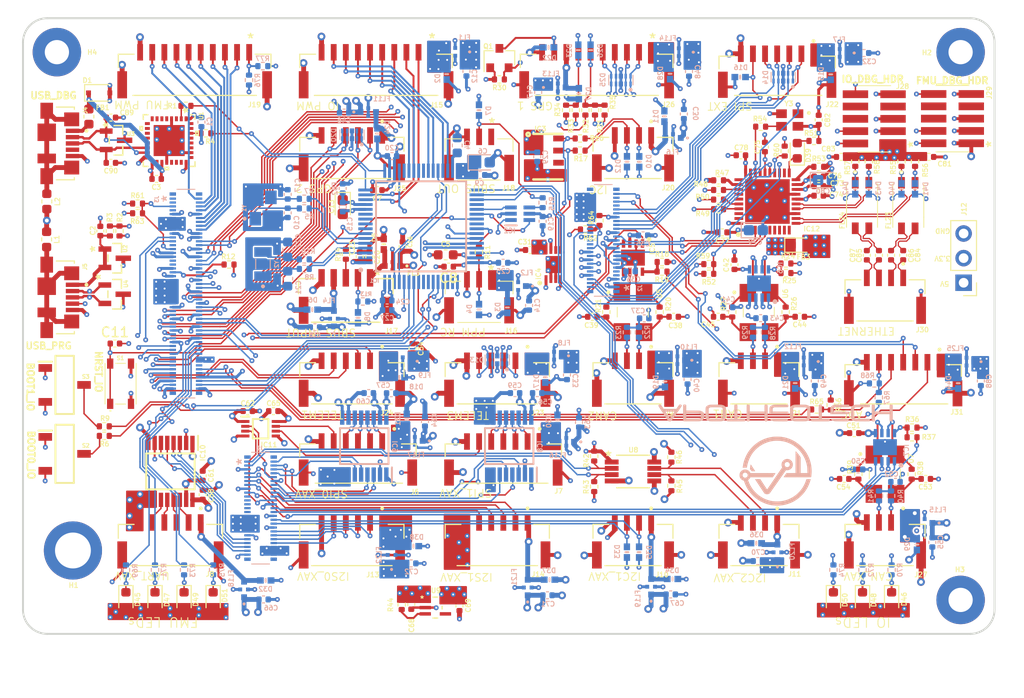
<source format=kicad_pcb>
(kicad_pcb (version 20171130) (host pcbnew "(5.1.10)-1")
  (title_block (title "Aithra IO Shield Ver 1.0") (date 2021-02-13) (rev 1.0) (company ApotheoTech) (comment 1 "Author: Chance Reimer") (comment 2 "Based in PX4 Version FMUv5X"))
  (layers (0 Top_1.Cu signal) (1 PWR_2.Cu power) (2 SIG1_3.Cu signal) (3 PWR2_4.Cu power) (4 GND_5.Cu signal) (31 Bot_6.Cu power) (34 B.Paste user) (35 F.Paste user) (36 B.SilkS user) (37 F.SilkS user) (38 B.Mask user) (39 F.Mask user) (44 Edge.Cuts user))
  (net 0 "")
  (net 1 GND)
  (net 2 "Net-(C1-Pad1)")
  (net 3 "Net-(C2-Pad1)")
  (net 4 /IO_MCU/IO_5V_DBG)
  (net 5 "Net-(C4-Pad1)")
  (net 6 "Net-(C5-Pad1)")
  (net 7 +3V3)
  (net 8 "Net-(C10-Pad1)")
  (net 9 NRST_IO)
  (net 10 VDDA_3V3)
  (net 11 "Net-(C17-Pad1)")
  (net 12 +5V)
  (net 13 "Net-(FB1-Pad2)")
  (net 14 16MHZ_IN)
  (net 15 16MHZ_OUT)
  (net 16 USB_VBUS_IO)
  (net 17 USB_ID_IO)
  (net 18 BOOT0_IO)
  (net 19 /I2C2_SCL_XAV)
  (net 20 /SPI0_MOSI_XAV)
  (net 21 /I2C2_SDA_XAV)
  (net 22 /SPI0_SCK_XAV)
  (net 23 /SPI0_MISO_XAV)
  (net 24 /I2S1_DOUT_XAV)
  (net 25 /SPI0_CS0_XAV)
  (net 26 /I2S1_DIN_XAV)
  (net 27 /SPI0_CS1_XAV)
  (net 28 /I2S1_FS_XAV)
  (net 29 /I2S1_SCLK_XAV)
  (net 30 /SPI1_MOSI_XAV)
  (net 31 /SPI1_SCK_XAV)
  (net 32 /SD_DAT0_XAV)
  (net 33 /SPI1_MISO_XAV)
  (net 34 /SD_DAT1_XAV)
  (net 35 /SPI1_CS0_XAV)
  (net 36 /SD_DAT2_XAV)
  (net 37 /SPI1_CS1_XAV)
  (net 38 /SD_DAT3_XAV)
  (net 39 /SD_CMD_XAV)
  (net 40 /CAN_RX_XAV)
  (net 41 /SD_CLK_XAV)
  (net 42 /CAN_TX_XAV)
  (net 43 /I2C1_SCL_XAV)
  (net 44 /I2C1_SDA_XAV)
  (net 45 /I2S0_DOUT_XAV)
  (net 46 /I2S0_DIN_XAV)
  (net 47 /UART1_TXD_XAV)
  (net 48 /I2S0_FS_XAV)
  (net 49 /UART1_RXD_XAV)
  (net 50 /I2S0_SCLK_XAV)
  (net 51 /UART1_RTS_XAV)
  (net 52 /UART1_CTS_XAV)
  (net 53 /ETH_MDIO)
  (net 54 /ETH_REF_CLK)
  (net 55 /ETH_MDC)
  (net 56 /ETH_POWER_EN)
  (net 57 /VDD_3V3_SENSORS1_EN)
  (net 58 /VDD_3V3_SENSORS2_EN)
  (net 59 /ETH_CRS_DV)
  (net 60 /SCALED_VDD_3V3_SENSORS1)
  (net 61 /ETH_RXD0)
  (net 62 /ETH_RXD1)
  (net 63 /ETH_TXD1)
  (net 64 /ETH_TXD0)
  (net 65 /VDD_3V3_SENSORS3_EN)
  (net 66 "/PD15(PH11)")
  (net 67 /ETH_TX_EN)
  (net 68 /PG6)
  (net 69 /SPI6_MISO_EXTERNAL1)
  (net 70 /NFC_GPIO0)
  (net 71 /SPI6_MOSI_EXTERNAL1)
  (net 72 /SPI6_SCK_EXTERAL1)
  (net 73 /SPI6_nCS2_EXTERNAL1)
  (net 74 /SPI6_nCS1_EXTERNAL1)
  (net 75 /SPI6_nRESET_EXTERNAL1)
  (net 76 /SPI6_DRDY2_EXTERNAL1)
  (net 77 /SPI6_DRDY1_EXTERNAL1)
  (net 78 /SPIX_SYNC)
  (net 79 /VDD_5V_PERIPH_nOC)
  (net 80 /FMU_CH8)
  (net 81 /nPOWER_IN_A)
  (net 82 /FMU_CH7)
  (net 83 /HW_VER_REV_DRIVE)
  (net 84 /FMU_CH6)
  (net 85 /VDD_5V_HIPOWER_nOC)
  (net 86 /FMU_CH5)
  (net 87 /FMU_CH4)
  (net 88 /FMU_CH3)
  (net 89 /FMU_CH2)
  (net 90 /FMU_CH1)
  (net 91 /nPOWER_IN_B)
  (net 92 /nPOWER_IN_C)
  (net 93 /I2C3_SDA_BASE_MS5611_BARBED_EXTERNAL)
  (net 94 /VDD_5V_PERIPH_nEN)
  (net 95 /I2C3_SCL_BASE_MS5611_BARBED_EXTERNAL)
  (net 96 /BUZZER1)
  (net 97 /VDD_3V3_SPEKTRUM_POWER_EN)
  (net 98 /FMU_nSAFETY_SWITCH_LED_OUT)
  (net 99 /FMU_SAFETY_SWITCH_IN)
  (net 100 /FMU_PPM_INPUT)
  (net 101 /UART7_TX_TELEM1)
  (net 102 /UART7_RX_TELEM1)
  (net 103 /UART7_RTS_TELEM1)
  (net 104 /UART7_CTS_TELEM1)
  (net 105 /I2C2_SCL_BASE_GPS2_MAG_LED_PM2)
  (net 106 /I2C2_SDA_BASE_GPS2_MAG_LED_PM2)
  (net 107 /CAN2_RX)
  (net 108 /USART1_TX_GPS1)
  (net 109 /CAN2_TX)
  (net 110 /USART1_RX_GPS1)
  (net 111 /USART6_TX_TO_IO_NC)
  (net 112 /I2C1_SCL_BASE_GPS1_MAG_LED_PM1)
  (net 113 /USART6_RX_FROM_IO_RC_INPUT)
  (net 114 /I2C1_SDA_BASE_GPS1_MAG_LED_PM1)
  (net 115 /CAN1_RX)
  (net 116 /UART8_RX_GPS2)
  (net 117 /CAN1_TX)
  (net 118 /UART8_TX_GPS2)
  (net 119 /nARMED)
  (net 120 /FMU_SWDIO)
  (net 121 /nLED_BLUE)
  (net 122 /FMU_SWCLK)
  (net 123 /nLED_GREEN)
  (net 124 /nLED_RED)
  (net 125 /FMU_nRST)
  (net 126 /USART2_TX_TELEM3)
  (net 127 /USART2_RX_TELEM3)
  (net 128 /TRACECLK)
  (net 129 /ADC3_6V6)
  (net 130 /USART2_RTS_TELEM3)
  (net 131 /ADC3_3V3)
  (net 132 /USART2_CTS_TELEM3)
  (net 133 /UART4_RX)
  (net 134 /FMU_CAP1)
  (net 135 /UART4_TX)
  (net 136 "Net-(R1-Pad1)")
  (net 137 "Net-(R4-Pad2)")
  (net 138 "Net-(R6-Pad1)")
  (net 139 "Net-(U1-Pad3)")
  (net 140 "Net-(U1-Pad5)")
  (net 141 "Net-(U1-Pad6)")
  (net 142 "Net-(U1-Pad7)")
  (net 143 "Net-(U1-Pad8)")
  (net 144 "Net-(U1-Pad9)")
  (net 145 "Net-(U1-Pad10)")
  (net 146 "Net-(U1-Pad11)")
  (net 147 "Net-(U1-Pad12)")
  (net 148 "Net-(U1-Pad13)")
  (net 149 "Net-(U1-Pad18)")
  (net 150 "Net-(U1-Pad21)")
  (net 151 "Net-(U1-Pad22)")
  (net 152 "Net-(U1-Pad23)")
  (net 153 "Net-(U1-Pad25)")
  (net 154 "Net-(U1-Pad27)")
  (net 155 "Net-(U1-Pad28)")
  (net 156 "Net-(U1-Pad29)")
  (net 157 "Net-(U1-Pad31)")
  (net 158 "Net-(U1-Pad32)")
  (net 159 "Net-(C21-Pad1)")
  (net 160 "Net-(C22-Pad1)")
  (net 161 LSE_IN)
  (net 162 LSE_OUT)
  (net 163 IO_PWM_CH0)
  (net 164 IO_PWM_CH1)
  (net 165 USART2_TX_DBG)
  (net 166 USART2_RX_DBG)
  (net 167 VDD_SERVO_SENSE_IO)
  (net 168 RSSI_IN_IO)
  (net 169 IO_PWM_CH2)
  (net 170 IO_PWM_CH3)
  (net 171 IO_PWM_CH4)
  (net 172 IO_PWM_CH5)
  (net 173 BOOT1_IO)
  (net 174 IO_PWM_CH6)
  (net 175 IO_PWM_CH7)
  (net 176 IO_PPM_INPUT)
  (net 177 PA15_IO_BR)
  (net 178 "Net-(R9-Pad1)")
  (net 179 /IO_MCU/PPM_5V_FLT)
  (net 180 /IO_MCU/PPM_RC_IN)
  (net 181 /IO_MCU/SBUS_5V_FLT)
  (net 182 /IO_MCU/SPKT_3V3_FLT)
  (net 183 /IO_MCU/SBUS_OUTPUT_PROT)
  (net 184 /IO_MCU/RX_SBUS_INPUT_PROT)
  (net 185 PC13_IO_BR)
  (net 186 PC0_IO_BR)
  (net 187 PC1_IO_BR)
  (net 188 PC2_IO_BR)
  (net 189 PC3_IO_BR)
  (net 190 PC8_IO_BR)
  (net 191 USART6_TX_IO_SBUS_OUTPUT)
  (net 192 USART6_RX_IO_SBUS_INPUT)
  (net 193 PC9_IO_BR)
  (net 194 USART3_TX)
  (net 195 USART3_RX_SPECTRUM_DSM)
  (net 196 PB3_IO_BR)
  (net 197 "Net-(IC2-Pad4)")
  (net 198 /IO_MCU/RSSI_IN_PROT)
  (net 199 "Net-(J18-Pad1)")
  (net 200 "Net-(D10-Pad1)")
  (net 201 /MCU_Conn_User/I2C_PERIPH_5V_FLT)
  (net 202 "Net-(D12-Pad1)")
  (net 203 /MCU_Conn_User/SPI_PERIPH_5V_FLT)
  (net 204 "Net-(IC3-Pad6)")
  (net 205 /MCU_Conn_User/TELEM1_PERIPH_5V_FLT)
  (net 206 /MCU_Conn_User/TELEM3_PERIPH_5V_FLT)
  (net 207 "Net-(C37-Pad1)")
  (net 208 /MCU_Conn_User/CAN_H_CHOKE_2)
  (net 209 /MCU_Conn_User/CAN_L_CHOKE_2)
  (net 210 "Net-(C43-Pad1)")
  (net 211 /MCU_Conn_User/CAN_H_CHOKE_1)
  (net 212 /MCU_Conn_User/CAN_L_CHOKE_1)
  (net 213 "Net-(C52-Pad1)")
  (net 214 /Xavier_Conn_User/CAN_H_CHOKE_XAV)
  (net 215 /Xavier_Conn_User/CAN_L_CHOKE_XAV)
  (net 216 /MCU_Conn_User/CAN2_STM_5V)
  (net 217 /MCU_Conn_User/CAN1_STM_5V)
  (net 218 /MCU_Conn_User/BUZZ)
  (net 219 /MCU_Conn_User/SAFETY_SW_LED)
  (net 220 /MCU_Conn_User/GPS2_5V_FLT)
  (net 221 /MCU_Conn_User/SAFETY_SW)
  (net 222 /MCU_Conn_User/GPS1_3V3)
  (net 223 /MCU_Conn_User/GPS1_Mag_Safety_Switch_5V_FLT)
  (net 224 /Xavier_Conn_User/CAN_5V_XAV)
  (net 225 "Net-(IC5-Pad6)")
  (net 226 "Net-(IC5-Pad7)")
  (net 227 "Net-(IC5-Pad8)")
  (net 228 "Net-(IC6-Pad6)")
  (net 229 "Net-(IC6-Pad7)")
  (net 230 "Net-(IC6-Pad8)")
  (net 231 "Net-(IC7-Pad6)")
  (net 232 "Net-(IC7-Pad7)")
  (net 233 "Net-(IC7-Pad8)")
  (net 234 /IO_SAFETY_SWITCH_IN)
  (net 235 /IO_nSAFETY_SWITCH_LED_OUT)
  (net 236 +1V8)
  (net 237 /Xavier_Conn_User/SPI1_XAV_5V_FLT)
  (net 238 /Xavier_Conn_User/SPI0_XAV_5V_FLT)
  (net 239 /Xavier_Conn_User/UART_XAV_5V_FLT)
  (net 240 /Xavier_Conn_User/I2C1_XAV_5V_FLT)
  (net 241 /Xavier_Conn_User/I2C2_XAV_5V_FLT)
  (net 242 /Xavier_Conn_User/I2S1_XAV_5V_FLT)
  (net 243 /Xavier_Conn_User/I2S0_XAV_5V_FLT)
  (net 244 "/Debug Serial Connectors/SWDIO_IO")
  (net 245 /Xavier_Conn_User/SPI1_CS0_XAV_3V3)
  (net 246 /Xavier_Conn_User/SPI1_MOSI_XAV_3V3)
  (net 247 /Xavier_Conn_User/SPI1_MISO_XAV_3V3)
  (net 248 /Xavier_Conn_User/SPI1_SCK_XAV_3V3)
  (net 249 /Xavier_Conn_User/SPI0_CS0_XAV_3V3)
  (net 250 /Xavier_Conn_User/SPI0_MOSI_XAV_3V3)
  (net 251 /Xavier_Conn_User/SPI0_MISO_XAV_3V3)
  (net 252 /Xavier_Conn_User/SPI0_SCK_XAV_3V3)
  (net 253 /Xavier_Conn_User/RTS_XAV_3V3)
  (net 254 /Xavier_Conn_User/CTS_XAV_3V3)
  (net 255 /Xavier_Conn_User/RX_XAV_3V3)
  (net 256 /Xavier_Conn_User/TX_XAV_3V3)
  (net 257 /Xavier_Conn_User/SPI1_CS1_XAV_3V3)
  (net 258 /Xavier_Conn_User/SPI0_CS1_XAV_3V3)
  (net 259 /Xavier_Conn_User/I2C2_SCL_XAV_3V3)
  (net 260 /Xavier_Conn_User/I2C2_SDA_XAV_3V3)
  (net 261 "Net-(J28-Pad6)")
  (net 262 "Net-(J28-Pad7)")
  (net 263 "Net-(J28-Pad8)")
  (net 264 "Net-(J29-Pad6)")
  (net 265 "Net-(J29-Pad7)")
  (net 266 "Net-(J29-Pad8)")
  (net 267 "Net-(R44-Pad2)")
  (net 268 "Net-(U9-Pad4)")
  (net 269 "Net-(C73-Pad1)")
  (net 270 "Net-(C74-Pad1)")
  (net 271 "/Ethernet Microcontroller/ETH_RD2_N")
  (net 272 "/Ethernet Microcontroller/ETH_TD2_N")
  (net 273 "/Ethernet Microcontroller/ETH_RD2_P")
  (net 274 "/Ethernet Microcontroller/ETH_TD2_P")
  (net 275 "Net-(D39-Pad2)")
  (net 276 "Net-(D39-Pad1)")
  (net 277 "Net-(IC12-Pad2)")
  (net 278 "Net-(IC12-Pad6)")
  (net 279 "Net-(IC12-Pad7)")
  (net 280 "Net-(IC12-Pad8)")
  (net 281 "Net-(IC12-Pad9)")
  (net 282 "Net-(IC12-Pad10)")
  (net 283 "Net-(IC12-Pad20)")
  (net 284 "Net-(IC12-Pad22)")
  (net 285 "Net-(IC12-Pad23)")
  (net 286 "Net-(IC12-Pad27)")
  (net 287 "Net-(IC12-Pad31)")
  (net 288 "Net-(IC12-Pad32)")
  (net 289 "Net-(IC12-Pad33)")
  (net 290 "Net-(IC12-Pad34)")
  (net 291 "Net-(IC12-Pad35)")
  (net 292 "Net-(IC12-Pad36)")
  (net 293 "Net-(IC12-Pad37)")
  (net 294 "Net-(IC12-Pad38)")
  (net 295 "Net-(IC12-Pad39)")
  (net 296 "Net-(R54-Pad1)")
  (net 297 /MCU_Conn_User/CAP&ADC)
  (net 298 "Net-(D45-Pad1)")
  (net 299 "Net-(D46-Pad1)")
  (net 300 "Net-(D47-Pad1)")
  (net 301 "Net-(D48-Pad1)")
  (net 302 "Net-(D49-Pad1)")
  (net 303 "Net-(D50-Pad1)")
  (net 304 "Net-(D51-Pad1)")
  (net 305 PC4_IO_BR)
  (net 306 PC5_IO_BR)
  (net 307 /IO_LEDC)
  (net 308 /IO_LEDB)
  (net 309 /IO_LEDA)
  (net 310 PB15_IO_BR)
  (net 311 "/Debug Serial Connectors/SWCLK_IO")
  (net 312 PB4_IO_BR)
  (net 313 PB5_IO_BR)
  (net 314 /VDD_5V_HIPOWER_nEN)
  (net 315 "Net-(J31-Pad6)")
  (net 316 "Net-(J31-Pad5)")
  (net 317 USB_IO_D_N)
  (net 318 USB_IO_D_P)
  (net 319 USB_DBG_N)
  (net 320 USB_DBG_P)
  (net 321 "Net-(J4-Pad4)")
  (net 322 "/Ethernet Microcontroller/ETH_RD2_C_N")
  (net 323 "/Ethernet Microcontroller/ETH_TD2_C_N")
  (net 324 "/Ethernet Microcontroller/ETH_RD2_C_P")
  (net 325 "/Ethernet Microcontroller/ETH_TD2_C_P")
  (net 326 "/Ethernet Microcontroller/RD_P")
  (net 327 "/Ethernet Microcontroller/RD_N")
  (net 328 "/Ethernet Microcontroller/TD_P")
  (net 329 "/Ethernet Microcontroller/TD_N")
  (net 330 "Net-(J19-Pad1)")
  (net 331 "Net-(J4-PadS1)")
  (net 332 "Net-(J5-PadS1)")
  (net 333 "Net-(D2-Pad1)")
  (module Resistor_SMD:R_0402_1005Metric (layer Bot_6.Cu) (at 90.815 70.65 180)
    (fp_text reference R77 (at 0.025 0.77) (layer B.SilkS) (effects (font (size 0.5 0.5) (thickness 0.1)) (justify mirror)))
    (fp_text value 4.7k)
    (pad 2 smd roundrect (at 0.51 0 180) (size 0.54 0.64) (layers Bot_6.Cu B.Paste B.Mask) (net 330 "Net-(J19-Pad1)"))
    (pad 1 smd roundrect (at -0.51 0 180) (size 0.54 0.64) (layers Bot_6.Cu B.Paste B.Mask) (net 1 GND))
  )
  (module Resistor_SMD:R_0402_1005Metric (layer Bot_6.Cu) (at 89.39 72.09 90)
    (fp_text reference R76 (at -0.02 0.88 90) (layer B.SilkS) (effects (font (size 0.5 0.5) (thickness 0.1)) (justify mirror)))
    (fp_text value 47k)
    (pad 2 smd roundrect (at 0.51 0 90) (size 0.54 0.64) (layers Bot_6.Cu B.Paste B.Mask) (net 330 "Net-(J19-Pad1)"))
    (pad 1 smd roundrect (at -0.51 0 90) (size 0.54 0.64) (layers Bot_6.Cu B.Paste B.Mask) (net 167 VDD_SERVO_SENSE_IO))
  )
  (module Xavier_NX_IO_Shield:NFM18PC104R1C3D (layer Bot_6.Cu) (at 110.66 69.18 180)
    (fp_text reference FL1 (at -0.94 1.48) (layer B.SilkS) (effects (font (size 0.5 0.5) (thickness 0.1)) (justify mirror)))
    (fp_text value NFM18PC104R1C3D hide)
    (pad 1 smd rect (at -0.8 0 90) (size 0.6 0.6) (layers Bot_6.Cu B.Paste B.Mask) (net 12 +5V))
    (pad 3 smd rect (at 0.8 0 90) (size 0.6 0.6) (layers Bot_6.Cu B.Paste B.Mask) (net 333 "Net-(D2-Pad1)"))
    (pad A2 smd rect (at 0 -0.4 90) (size 0.4 0.4) (layers Bot_6.Cu B.Paste B.Mask) (net 1 GND))
    (pad A2 smd rect (at 0 0.4 90) (size 0.4 0.4) (layers Bot_6.Cu B.Paste B.Mask) (net 1 GND))
  )
  (module Xavier_NX_IO_Shield:PESD0402 (layer Bot_6.Cu) (at 109.78 71.48 270)
    (fp_text reference D2 (at 0.44 0.94 90) (layer B.SilkS) (effects (font (size 0.5 0.5) (thickness 0.1)) (justify mirror)))
    (fp_text value PESD0402-140 hide)
    (pad 1 smd rect (at -0.55 0 180) (size 0.65 0.7) (layers Bot_6.Cu B.Paste B.Mask) (net 333 "Net-(D2-Pad1)"))
    (pad 2 smd rect (at 0.55 0 180) (size 0.65 0.7) (layers Bot_6.Cu B.Paste B.Mask) (net 1 GND))
  )
  (module Capacitor_SMD:C_0402_1005Metric (layer Bot_6.Cu) (at 111.82 71.19 270)
    (fp_text reference C12 (at 0.49 -0.84 90) (layer B.SilkS) (effects (font (size 0.5 0.5) (thickness 0.1)) (justify mirror)))
    (fp_text value 0.1uF)
    (pad 2 smd roundrect (at 0.48 0 270) (size 0.56 0.62) (layers Bot_6.Cu B.Paste B.Mask) (net 1 GND))
    (pad 1 smd roundrect (at -0.48 0 270) (size 0.56 0.62) (layers Bot_6.Cu B.Paste B.Mask) (net 12 +5V))
  )
  (module Xavier_NX_IO_Shield:STM32F405RGT6TR (layer Bot_6.Cu) (at 107.14 87.18)
    (fp_text reference IC1 (at -4.81 5.61) (layer B.SilkS) (effects (font (size 0.4 0.4) (thickness 0.1)) (justify mirror)))
    (fp_text value QFP50P1200X1200X160-64N)
    (pad 1 smd rect (at -5.738 3.75 270) (size 0.3 1.475) (layers Bot_6.Cu B.Paste B.Mask) (net 7 +3V3))
    (pad 2 smd rect (at -5.738 3.25 270) (size 0.3 1.475) (layers Bot_6.Cu B.Paste B.Mask) (net 185 PC13_IO_BR))
    (pad 3 smd rect (at -5.738 2.75 270) (size 0.3 1.475) (layers Bot_6.Cu B.Paste B.Mask) (net 161 LSE_IN))
    (pad 4 smd rect (at -5.738 2.25 270) (size 0.3 1.475) (layers Bot_6.Cu B.Paste B.Mask) (net 162 LSE_OUT))
    (pad 5 smd rect (at -5.738 1.75 270) (size 0.3 1.475) (layers Bot_6.Cu B.Paste B.Mask) (net 14 16MHZ_IN))
    (pad 6 smd rect (at -5.738 1.25 270) (size 0.3 1.475) (layers Bot_6.Cu B.Paste B.Mask) (net 15 16MHZ_OUT))
    (pad 7 smd rect (at -5.738 0.75 270) (size 0.3 1.475) (layers Bot_6.Cu B.Paste B.Mask) (net 9 NRST_IO))
    (pad 8 smd rect (at -5.738 0.25 270) (size 0.3 1.475) (layers Bot_6.Cu B.Paste B.Mask) (net 186 PC0_IO_BR))
    (pad 9 smd rect (at -5.738 -0.25 270) (size 0.3 1.475) (layers Bot_6.Cu B.Paste B.Mask) (net 187 PC1_IO_BR))
    (pad 10 smd rect (at -5.738 -0.75 270) (size 0.3 1.475) (layers Bot_6.Cu B.Paste B.Mask) (net 188 PC2_IO_BR))
    (pad 11 smd rect (at -5.738 -1.25 270) (size 0.3 1.475) (layers Bot_6.Cu B.Paste B.Mask) (net 189 PC3_IO_BR))
    (pad 12 smd rect (at -5.738 -1.75 270) (size 0.3 1.475) (layers Bot_6.Cu B.Paste B.Mask) (net 1 GND))
    (pad 13 smd rect (at -5.738 -2.25 270) (size 0.3 1.475) (layers Bot_6.Cu B.Paste B.Mask) (net 10 VDDA_3V3))
    (pad 14 smd rect (at -5.738 -2.75 270) (size 0.3 1.475) (layers Bot_6.Cu B.Paste B.Mask) (net 163 IO_PWM_CH0))
    (pad 15 smd rect (at -5.738 -3.25 270) (size 0.3 1.475) (layers Bot_6.Cu B.Paste B.Mask) (net 164 IO_PWM_CH1))
    (pad 16 smd rect (at -5.738 -3.75 270) (size 0.3 1.475) (layers Bot_6.Cu B.Paste B.Mask) (net 165 USART2_TX_DBG))
    (pad 17 smd rect (at -3.75 -5.738) (size 0.3 1.475) (layers Bot_6.Cu B.Paste B.Mask) (net 166 USART2_RX_DBG))
    (pad 18 smd rect (at -3.25 -5.738) (size 0.3 1.475) (layers Bot_6.Cu B.Paste B.Mask) (net 1 GND))
    (pad 19 smd rect (at -2.75 -5.738) (size 0.3 1.475) (layers Bot_6.Cu B.Paste B.Mask) (net 7 +3V3))
    (pad 20 smd rect (at -2.25 -5.738) (size 0.3 1.475) (layers Bot_6.Cu B.Paste B.Mask) (net 167 VDD_SERVO_SENSE_IO))
    (pad 21 smd rect (at -1.75 -5.738) (size 0.3 1.475) (layers Bot_6.Cu B.Paste B.Mask) (net 190 PC8_IO_BR))
    (pad 22 smd rect (at -1.25 -5.738) (size 0.3 1.475) (layers Bot_6.Cu B.Paste B.Mask) (net 169 IO_PWM_CH2))
    (pad 23 smd rect (at -0.75 -5.738) (size 0.3 1.475) (layers Bot_6.Cu B.Paste B.Mask) (net 170 IO_PWM_CH3))
    (pad 24 smd rect (at -0.25 -5.738) (size 0.3 1.475) (layers Bot_6.Cu B.Paste B.Mask) (net 305 PC4_IO_BR))
    (pad 25 smd rect (at 0.25 -5.738) (size 0.3 1.475) (layers Bot_6.Cu B.Paste B.Mask) (net 306 PC5_IO_BR))
    (pad 26 smd rect (at 0.75 -5.738) (size 0.3 1.475) (layers Bot_6.Cu B.Paste B.Mask) (net 171 IO_PWM_CH4))
    (pad 27 smd rect (at 1.25 -5.738) (size 0.3 1.475) (layers Bot_6.Cu B.Paste B.Mask) (net 172 IO_PWM_CH5))
    (pad 28 smd rect (at 1.75 -5.738) (size 0.3 1.475) (layers Bot_6.Cu B.Paste B.Mask) (net 173 BOOT1_IO))
    (pad 29 smd rect (at 2.25 -5.738) (size 0.3 1.475) (layers Bot_6.Cu B.Paste B.Mask) (net 174 IO_PWM_CH6))
    (pad 30 smd rect (at 2.75 -5.738) (size 0.3 1.475) (layers Bot_6.Cu B.Paste B.Mask) (net 175 IO_PWM_CH7))
    (pad 31 smd rect (at 3.25 -5.738) (size 0.3 1.475) (layers Bot_6.Cu B.Paste B.Mask) (net 5 "Net-(C4-Pad1)"))
    (pad 32 smd rect (at 3.75 -5.738) (size 0.3 1.475) (layers Bot_6.Cu B.Paste B.Mask) (net 7 +3V3))
    (pad 33 smd rect (at 5.738 -3.75 270) (size 0.3 1.475) (layers Bot_6.Cu B.Paste B.Mask) (net 307 /IO_LEDC))
    (pad 34 smd rect (at 5.738 -3.25 270) (size 0.3 1.475) (layers Bot_6.Cu B.Paste B.Mask) (net 308 /IO_LEDB))
    (pad 35 smd rect (at 5.738 -2.75 270) (size 0.3 1.475) (layers Bot_6.Cu B.Paste B.Mask) (net 309 /IO_LEDA))
    (pad 36 smd rect (at 5.738 -2.25 270) (size 0.3 1.475) (layers Bot_6.Cu B.Paste B.Mask) (net 310 PB15_IO_BR))
    (pad 37 smd rect (at 5.738 -1.75 270) (size 0.3 1.475) (layers Bot_6.Cu B.Paste B.Mask) (net 191 USART6_TX_IO_SBUS_OUTPUT))
    (pad 38 smd rect (at 5.738 -1.25 270) (size 0.3 1.475) (layers Bot_6.Cu B.Paste B.Mask) (net 192 USART6_RX_IO_SBUS_INPUT))
    (pad 39 smd rect (at 5.738 -0.75 270) (size 0.3 1.475) (layers Bot_6.Cu B.Paste B.Mask) (net 168 RSSI_IN_IO))
    (pad 40 smd rect (at 5.738 -0.25 270) (size 0.3 1.475) (layers Bot_6.Cu B.Paste B.Mask) (net 193 PC9_IO_BR))
    (pad 41 smd rect (at 5.738 0.25 270) (size 0.3 1.475) (layers Bot_6.Cu B.Paste B.Mask) (net 176 IO_PPM_INPUT))
    (pad 42 smd rect (at 5.738 0.75 270) (size 0.3 1.475) (layers Bot_6.Cu B.Paste B.Mask) (net 16 USB_VBUS_IO))
    (pad 43 smd rect (at 5.738 1.25 270) (size 0.3 1.475) (layers Bot_6.Cu B.Paste B.Mask) (net 17 USB_ID_IO))
    (pad 44 smd rect (at 5.738 1.75 270) (size 0.3 1.475) (layers Bot_6.Cu B.Paste B.Mask) (net 317 USB_IO_D_N))
    (pad 45 smd rect (at 5.738 2.25 270) (size 0.3 1.475) (layers Bot_6.Cu B.Paste B.Mask) (net 318 USB_IO_D_P))
    (pad 46 smd rect (at 5.738 2.75 270) (size 0.3 1.475) (layers Bot_6.Cu B.Paste B.Mask) (net 244 "/Debug Serial Connectors/SWDIO_IO"))
    (pad 47 smd rect (at 5.738 3.25 270) (size 0.3 1.475) (layers Bot_6.Cu B.Paste B.Mask) (net 6 "Net-(C5-Pad1)"))
    (pad 48 smd rect (at 5.738 3.75 270) (size 0.3 1.475) (layers Bot_6.Cu B.Paste B.Mask) (net 7 +3V3))
    (pad 49 smd rect (at 3.75 5.738) (size 0.3 1.475) (layers Bot_6.Cu B.Paste B.Mask) (net 311 "/Debug Serial Connectors/SWCLK_IO"))
    (pad 50 smd rect (at 3.25 5.738) (size 0.3 1.475) (layers Bot_6.Cu B.Paste B.Mask) (net 177 PA15_IO_BR))
    (pad 51 smd rect (at 2.75 5.738) (size 0.3 1.475) (layers Bot_6.Cu B.Paste B.Mask) (net 194 USART3_TX))
    (pad 52 smd rect (at 2.25 5.738) (size 0.3 1.475) (layers Bot_6.Cu B.Paste B.Mask) (net 195 USART3_RX_SPECTRUM_DSM))
    (pad 53 smd rect (at 1.75 5.738) (size 0.3 1.475) (layers Bot_6.Cu B.Paste B.Mask) (net 133 /UART4_RX))
    (pad 54 smd rect (at 1.25 5.738) (size 0.3 1.475) (layers Bot_6.Cu B.Paste B.Mask) (net 135 /UART4_TX))
    (pad 55 smd rect (at 0.75 5.738) (size 0.3 1.475) (layers Bot_6.Cu B.Paste B.Mask) (net 196 PB3_IO_BR))
    (pad 56 smd rect (at 0.25 5.738) (size 0.3 1.475) (layers Bot_6.Cu B.Paste B.Mask) (net 312 PB4_IO_BR))
    (pad 57 smd rect (at -0.25 5.738) (size 0.3 1.475) (layers Bot_6.Cu B.Paste B.Mask) (net 313 PB5_IO_BR))
    (pad 58 smd rect (at -0.75 5.738) (size 0.3 1.475) (layers Bot_6.Cu B.Paste B.Mask) (net 113 /USART6_RX_FROM_IO_RC_INPUT))
    (pad 59 smd rect (at -1.25 5.738) (size 0.3 1.475) (layers Bot_6.Cu B.Paste B.Mask) (net 111 /USART6_TX_TO_IO_NC))
    (pad 60 smd rect (at -1.75 5.738) (size 0.3 1.475) (layers Bot_6.Cu B.Paste B.Mask) (net 18 BOOT0_IO))
    (pad 61 smd rect (at -2.25 5.738) (size 0.3 1.475) (layers Bot_6.Cu B.Paste B.Mask) (net 235 /IO_nSAFETY_SWITCH_LED_OUT))
    (pad 62 smd rect (at -2.75 5.738) (size 0.3 1.475) (layers Bot_6.Cu B.Paste B.Mask) (net 234 /IO_SAFETY_SWITCH_IN))
    (pad 63 smd rect (at -3.25 5.738) (size 0.3 1.475) (layers Bot_6.Cu B.Paste B.Mask) (net 1 GND))
    (pad 64 smd rect (at -3.75 5.738) (size 0.3 1.475) (layers Bot_6.Cu B.Paste B.Mask) (net 7 +3V3))
  )
  (module Connector_PinHeader_2.54mm:PinHeader_1x03_P2.54mm_Vertical (layer Top_1.Cu) (at 163.11 93 180)
    (fp_text reference J12 (at -0.04 7.6 270) (layer F.SilkS) (effects (font (size 0.5 0.5) (thickness 0.1))))
    (fp_text value Conn_01x03_Male)
    (pad 3 thru_hole oval (at 0 5.08 180) (size 1.7 1.7) (drill 1) (layers *.Cu *.Mask) (net 1 GND))
    (pad 2 thru_hole oval (at 0 2.54 180) (size 1.7 1.7) (drill 1) (layers *.Cu *.Mask) (net 7 +3V3))
    (pad 1 thru_hole rect (at 0 0 180) (size 1.7 1.7) (drill 1) (layers *.Cu *.Mask) (net 12 +5V))
  )
  (module Inductor_SMD:L_0603_1608Metric (layer Top_1.Cu) (at 68.53 84.61 90)
    (fp_text reference L2 (at -0.02 1.1 90) (layer F.SilkS) (effects (font (size 0.5 0.5) (thickness 0.1))))
    (fp_text value BLM18SG121TN1D)
    (pad 2 smd roundrect (at 0.7875 0 90) (size 0.875 0.95) (layers Top_1.Cu F.Paste F.Mask) (net 331 "Net-(J4-PadS1)"))
    (pad 1 smd roundrect (at -0.7875 0 90) (size 0.875 0.95) (layers Top_1.Cu F.Paste F.Mask) (net 1 GND))
  )
  (module Inductor_SMD:L_0603_1608Metric (layer Top_1.Cu) (at 68.51 88.53 270)
    (fp_text reference L1 (at 0 -1.05 90) (layer F.SilkS) (effects (font (size 0.5 0.5) (thickness 0.1))))
    (fp_text value BLM18SG121TN1D)
    (pad 2 smd roundrect (at 0.7875 0 270) (size 0.875 0.95) (layers Top_1.Cu F.Paste F.Mask) (net 332 "Net-(J5-PadS1)"))
    (pad 1 smd roundrect (at -0.7875 0 270) (size 0.875 0.95) (layers Top_1.Cu F.Paste F.Mask) (net 1 GND))
  )
  (module Xavier_NX_IO_Shield:DLW43MH201XK2K (layer Top_1.Cu) (at 157.4 85.04 90)
    (fp_text reference FL23 (at -1.54 -2.05 90) (layer F.SilkS) (effects (font (size 0.5 0.5) (thickness 0.1))))
    (fp_text value DLW43MH201XK2L hide)
    (pad 1 smd rect (at 2.35 -0.7 180) (size 0.7 1.2) (layers Top_1.Cu F.Paste F.Mask) (net 326 "/Ethernet Microcontroller/RD_P"))
    (pad 2 smd rect (at -2.35 -0.7 180) (size 0.7 1.2) (layers Top_1.Cu F.Paste F.Mask) (net 273 "/Ethernet Microcontroller/ETH_RD2_P"))
    (pad 3 smd rect (at -2.35 0.7 180) (size 0.7 1.2) (layers Top_1.Cu F.Paste F.Mask) (net 271 "/Ethernet Microcontroller/ETH_RD2_N"))
    (pad 4 smd rect (at 2.35 0.7 180) (size 0.7 1.2) (layers Top_1.Cu F.Paste F.Mask) (net 327 "/Ethernet Microcontroller/RD_N"))
  )
  (module Xavier_NX_IO_Shield:DLW43MH201XK2K (layer Top_1.Cu) (at 152.63 85.03 90)
    (fp_text reference FL24 (at -1.54 -2.05 90) (layer F.SilkS) (effects (font (size 0.5 0.5) (thickness 0.1))))
    (fp_text value DLW43MH201XK2L hide)
    (pad 1 smd rect (at 2.35 -0.7 180) (size 0.7 1.2) (layers Top_1.Cu F.Paste F.Mask) (net 328 "/Ethernet Microcontroller/TD_P"))
    (pad 2 smd rect (at -2.35 -0.7 180) (size 0.7 1.2) (layers Top_1.Cu F.Paste F.Mask) (net 274 "/Ethernet Microcontroller/ETH_TD2_P"))
    (pad 3 smd rect (at -2.35 0.7 180) (size 0.7 1.2) (layers Top_1.Cu F.Paste F.Mask) (net 272 "/Ethernet Microcontroller/ETH_TD2_N"))
    (pad 4 smd rect (at 2.35 0.7 180) (size 0.7 1.2) (layers Top_1.Cu F.Paste F.Mask) (net 329 "/Ethernet Microcontroller/TD_N"))
  )
  (module Xavier_NX_IO_Shield:M503600542 (layer Top_1.Cu) (at 161.96 76.07 90)
    (fp_text reference J29 (at 2.67 3.8 90) (layer F.SilkS) (effects (font (size 0.5 0.5) (thickness 0.1))))
    (fp_text value ‎M50-3600542R‎ hide)
    (fp_text user * (at -2.64 4.04 90) (layer F.SilkS))
    (pad 1 smd rect (at -2.54 1.94 90) (size 0.8 2.62) (layers Top_1.Cu F.Paste F.Mask) (net 7 +3V3))
    (pad 2 smd rect (at -2.54 -1.94 90) (size 0.8 2.62) (layers Top_1.Cu F.Paste F.Mask) (net 120 /FMU_SWDIO))
    (pad 3 smd rect (at -1.27 1.94 90) (size 0.8 2.62) (layers Top_1.Cu F.Paste F.Mask) (net 1 GND))
    (pad 4 smd rect (at -1.27 -1.94 90) (size 0.8 2.62) (layers Top_1.Cu F.Paste F.Mask) (net 122 /FMU_SWCLK))
    (pad 5 smd rect (at 0 1.94 90) (size 0.8 2.62) (layers Top_1.Cu F.Paste F.Mask) (net 1 GND))
    (pad 6 smd rect (at 0 -1.94 90) (size 0.8 2.62) (layers Top_1.Cu F.Paste F.Mask) (net 264 "Net-(J29-Pad6)"))
    (pad 7 smd rect (at 1.27 1.94 90) (size 0.8 2.62) (layers Top_1.Cu F.Paste F.Mask) (net 265 "Net-(J29-Pad7)"))
    (pad 8 smd rect (at 1.27 -1.94 90) (size 0.8 2.62) (layers Top_1.Cu F.Paste F.Mask) (net 266 "Net-(J29-Pad8)"))
    (pad 9 smd rect (at 2.54 1.94 90) (size 0.8 2.62) (layers Top_1.Cu F.Paste F.Mask) (net 1 GND))
    (pad 10 smd rect (at 2.54 -1.94 90) (size 0.8 2.62) (layers Top_1.Cu F.Paste F.Mask) (net 125 /FMU_nRST))
  )
  (module Xavier_NX_IO_Shield:M503600542 (layer Top_1.Cu) (at 153.89 76.09 90)
    (fp_text reference J28 (at 3.35 2.92 180) (layer F.SilkS) (effects (font (size 0.5 0.5) (thickness 0.1))))
    (fp_text value ‎M50-3600542R‎ hide)
    (fp_text user * (at -2.64 4.04 90) (layer F.SilkS))
    (pad 1 smd rect (at -2.54 1.94 90) (size 0.8 2.62) (layers Top_1.Cu F.Paste F.Mask) (net 7 +3V3))
    (pad 2 smd rect (at -2.54 -1.94 90) (size 0.8 2.62) (layers Top_1.Cu F.Paste F.Mask) (net 244 "/Debug Serial Connectors/SWDIO_IO"))
    (pad 3 smd rect (at -1.27 1.94 90) (size 0.8 2.62) (layers Top_1.Cu F.Paste F.Mask) (net 1 GND))
    (pad 4 smd rect (at -1.27 -1.94 90) (size 0.8 2.62) (layers Top_1.Cu F.Paste F.Mask) (net 311 "/Debug Serial Connectors/SWCLK_IO"))
    (pad 5 smd rect (at 0 1.94 90) (size 0.8 2.62) (layers Top_1.Cu F.Paste F.Mask) (net 1 GND))
    (pad 6 smd rect (at 0 -1.94 90) (size 0.8 2.62) (layers Top_1.Cu F.Paste F.Mask) (net 261 "Net-(J28-Pad6)"))
    (pad 7 smd rect (at 1.27 1.94 90) (size 0.8 2.62) (layers Top_1.Cu F.Paste F.Mask) (net 262 "Net-(J28-Pad7)"))
    (pad 8 smd rect (at 1.27 -1.94 90) (size 0.8 2.62) (layers Top_1.Cu F.Paste F.Mask) (net 263 "Net-(J28-Pad8)"))
    (pad 9 smd rect (at 2.54 1.94 90) (size 0.8 2.62) (layers Top_1.Cu F.Paste F.Mask) (net 1 GND))
    (pad 10 smd rect (at 2.54 -1.94 90) (size 0.8 2.62) (layers Top_1.Cu F.Paste F.Mask) (net 9 NRST_IO))
  )
  (module Xavier_NX_IO_Shield:ApotheoTech_Sym (layer Bot_6.Cu) (at 143.7 110.78)
    (fp_text reference FID1 hide)
    (fp_text value sym_Generic hide)
  )
  (module Capacitor_SMD:C_0402_1005Metric (layer Top_1.Cu) (at 75.14 80.63)
    (fp_text reference C90 (at 0 0.83) (layer F.SilkS) (effects (font (size 0.5 0.5) (thickness 0.1))))
    (fp_text value 47pF)
    (pad 2 smd roundrect (at 0.48 0) (size 0.56 0.62) (layers Top_1.Cu F.Paste F.Mask) (net 1 GND))
    (pad 1 smd roundrect (at -0.48 0) (size 0.56 0.62) (layers Top_1.Cu F.Paste F.Mask) (net 320 USB_DBG_P))
  )
  (module Capacitor_SMD:C_0402_1005Metric (layer Top_1.Cu) (at 75.14 75.96)
    (fp_text reference C89 (at 1.65 -0.51) (layer F.SilkS) (effects (font (size 0.5 0.5) (thickness 0.1))))
    (fp_text value 47pF)
    (pad 2 smd roundrect (at 0.48 0) (size 0.56 0.62) (layers Top_1.Cu F.Paste F.Mask) (net 1 GND))
    (pad 1 smd roundrect (at -0.48 0) (size 0.56 0.62) (layers Top_1.Cu F.Paste F.Mask) (net 319 USB_DBG_N))
  )
  (module Xavier_NX_IO_Shield:FT232RQ-REEL (layer Top_1.Cu) (at 81.15 78.33 270)
    (fp_text reference U1 (at -2.55 -3.31 90) (layer F.SilkS) (effects (font (size 0.4 0.4) (thickness 0.1))))
    (fp_text value FT232RQ-REEL_FTD)
    (fp_text user * (at -3.135 -2 90) (layer F.SilkS))
    (fp_text user * (at -3.135 -2 90) (layer F.SilkS))
    (pad 1 smd rect (at -2.246 -1.749999) (size 0.3048 0.508) (layers Top_1.Cu F.Paste F.Mask) (net 2 "Net-(C1-Pad1)"))
    (pad 2 smd rect (at -2.246 -1.25) (size 0.3048 0.508) (layers Top_1.Cu F.Paste F.Mask) (net 136 "Net-(R1-Pad1)"))
    (pad 3 smd rect (at -2.246 -0.750001) (size 0.3048 0.508) (layers Top_1.Cu F.Paste F.Mask) (net 139 "Net-(U1-Pad3)"))
    (pad 4 smd rect (at -2.246 -0.25) (size 0.3048 0.508) (layers Top_1.Cu F.Paste F.Mask) (net 1 GND))
    (pad 5 smd rect (at -2.246 0.25) (size 0.3048 0.508) (layers Top_1.Cu F.Paste F.Mask) (net 140 "Net-(U1-Pad5)"))
    (pad 6 smd rect (at -2.246 0.750001) (size 0.3048 0.508) (layers Top_1.Cu F.Paste F.Mask) (net 141 "Net-(U1-Pad6)"))
    (pad 7 smd rect (at -2.246 1.25) (size 0.3048 0.508) (layers Top_1.Cu F.Paste F.Mask) (net 142 "Net-(U1-Pad7)"))
    (pad 8 smd rect (at -2.246 1.749999) (size 0.3048 0.508) (layers Top_1.Cu F.Paste F.Mask) (net 143 "Net-(U1-Pad8)"))
    (pad 9 smd rect (at -1.749999 2.246 270) (size 0.3048 0.508) (layers Top_1.Cu F.Paste F.Mask) (net 144 "Net-(U1-Pad9)"))
    (pad 10 smd rect (at -1.25 2.246 270) (size 0.3048 0.508) (layers Top_1.Cu F.Paste F.Mask) (net 145 "Net-(U1-Pad10)"))
    (pad 11 smd rect (at -0.750001 2.246 270) (size 0.3048 0.508) (layers Top_1.Cu F.Paste F.Mask) (net 146 "Net-(U1-Pad11)"))
    (pad 12 smd rect (at -0.25 2.246 270) (size 0.3048 0.508) (layers Top_1.Cu F.Paste F.Mask) (net 147 "Net-(U1-Pad12)"))
    (pad 13 smd rect (at 0.25 2.246 270) (size 0.3048 0.508) (layers Top_1.Cu F.Paste F.Mask) (net 148 "Net-(U1-Pad13)"))
    (pad 14 smd rect (at 0.750001 2.246 270) (size 0.3048 0.508) (layers Top_1.Cu F.Paste F.Mask) (net 320 USB_DBG_P))
    (pad 15 smd rect (at 1.25 2.246 270) (size 0.3048 0.508) (layers Top_1.Cu F.Paste F.Mask) (net 319 USB_DBG_N))
    (pad 16 smd rect (at 1.749999 2.246 270) (size 0.3048 0.508) (layers Top_1.Cu F.Paste F.Mask) (net 2 "Net-(C1-Pad1)"))
    (pad 17 smd rect (at 2.246 1.749999) (size 0.3048 0.508) (layers Top_1.Cu F.Paste F.Mask) (net 1 GND))
    (pad 18 smd rect (at 2.246 1.25) (size 0.3048 0.508) (layers Top_1.Cu F.Paste F.Mask) (net 149 "Net-(U1-Pad18)"))
    (pad 19 smd rect (at 2.246 0.750001) (size 0.3048 0.508) (layers Top_1.Cu F.Paste F.Mask) (net 4 /IO_MCU/IO_5V_DBG))
    (pad 20 smd rect (at 2.246 0.25) (size 0.3048 0.508) (layers Top_1.Cu F.Paste F.Mask) (net 1 GND))
    (pad 21 smd rect (at 2.246 -0.25) (size 0.3048 0.508) (layers Top_1.Cu F.Paste F.Mask) (net 150 "Net-(U1-Pad21)"))
    (pad 22 smd rect (at 2.246 -0.750001) (size 0.3048 0.508) (layers Top_1.Cu F.Paste F.Mask) (net 151 "Net-(U1-Pad22)"))
    (pad 23 smd rect (at 2.246 -1.25) (size 0.3048 0.508) (layers Top_1.Cu F.Paste F.Mask) (net 152 "Net-(U1-Pad23)"))
    (pad 24 smd rect (at 2.246 -1.749999) (size 0.3048 0.508) (layers Top_1.Cu F.Paste F.Mask) (net 1 GND))
    (pad 25 smd rect (at 1.749999 -2.246 270) (size 0.3048 0.508) (layers Top_1.Cu F.Paste F.Mask) (net 153 "Net-(U1-Pad25)"))
    (pad 26 smd rect (at 1.25 -2.246 270) (size 0.3048 0.508) (layers Top_1.Cu F.Paste F.Mask) (net 1 GND))
    (pad 27 smd rect (at 0.750001 -2.246 270) (size 0.3048 0.508) (layers Top_1.Cu F.Paste F.Mask) (net 154 "Net-(U1-Pad27)"))
    (pad 28 smd rect (at 0.25 -2.246 270) (size 0.3048 0.508) (layers Top_1.Cu F.Paste F.Mask) (net 155 "Net-(U1-Pad28)"))
    (pad 29 smd rect (at -0.25 -2.246 270) (size 0.3048 0.508) (layers Top_1.Cu F.Paste F.Mask) (net 156 "Net-(U1-Pad29)"))
    (pad 30 smd rect (at -0.750001 -2.246 270) (size 0.3048 0.508) (layers Top_1.Cu F.Paste F.Mask) (net 137 "Net-(R4-Pad2)"))
    (pad 31 smd rect (at -1.25 -2.246 270) (size 0.3048 0.508) (layers Top_1.Cu F.Paste F.Mask) (net 157 "Net-(U1-Pad31)"))
    (pad 32 smd rect (at -1.749999 -2.246 270) (size 0.3048 0.508) (layers Top_1.Cu F.Paste F.Mask) (net 158 "Net-(U1-Pad32)"))
    (pad 33 smd rect (at 0 0 270) (size 3.2004 3.2004) (layers Top_1.Cu F.Mask) (net 1 GND))
  )
  (module Xavier_NX_IO_Shield:NX3225GA16000MSTDCRG1 (layer Bot_6.Cu) (at 90.84 85.29 90)
    (fp_text reference Y1 (at -0.02 -1.94 90) (layer B.SilkS) (effects (font (size 0.4 0.4) (thickness 0.1)) (justify mirror)))
    (fp_text value 16MHz hide)
    (pad 1 smd rect (at -1.1 -0.8) (size 1.2 1.4) (layers Bot_6.Cu B.Paste B.Mask) (net 8 "Net-(C10-Pad1)"))
    (pad 2 smd rect (at 1.1 -0.8) (size 1.2 1.4) (layers Bot_6.Cu B.Paste B.Mask) (net 1 GND))
    (pad 3 smd rect (at 1.1 0.8) (size 1.2 1.4) (layers Bot_6.Cu B.Paste B.Mask) (net 11 "Net-(C17-Pad1)"))
    (pad 4 smd rect (at -1.1 0.8) (size 1.2 1.4) (layers Bot_6.Cu B.Paste B.Mask) (net 1 GND))
  )
  (module Xavier_NX_IO_Shield:TJA1051TK3 (layer Bot_6.Cu) (at 155 109.96 90)
    (fp_text reference IC7 (at -0.31 2.2 270) (layer B.SilkS) (effects (font (size 0.5 0.5) (thickness 0.1)) (justify mirror)))
    (fp_text value TJA1051TK_3,118 hide)
    (pad 1 smd rect (at -1.45 0.975) (size 0.35 0.85) (layers Bot_6.Cu B.Paste B.Mask) (net 42 /CAN_TX_XAV))
    (pad 2 smd rect (at -1.45 0.325) (size 0.35 0.85) (layers Bot_6.Cu B.Paste B.Mask) (net 1 GND))
    (pad 3 smd rect (at -1.45 -0.325) (size 0.35 0.85) (layers Bot_6.Cu B.Paste B.Mask) (net 12 +5V))
    (pad 4 smd rect (at -1.45 -0.975) (size 0.35 0.85) (layers Bot_6.Cu B.Paste B.Mask) (net 40 /CAN_RX_XAV))
    (pad 5 smd rect (at 1.45 -0.975) (size 0.35 0.85) (layers Bot_6.Cu B.Paste B.Mask) (net 7 +3V3))
    (pad 6 smd rect (at 1.45 -0.325) (size 0.35 0.85) (layers Bot_6.Cu B.Paste B.Mask) (net 231 "Net-(IC7-Pad6)"))
    (pad 7 smd rect (at 1.45 0.325) (size 0.35 0.85) (layers Bot_6.Cu B.Paste B.Mask) (net 232 "Net-(IC7-Pad7)"))
    (pad 8 smd rect (at 1.45 0.975) (size 0.35 0.85) (layers Bot_6.Cu B.Paste B.Mask) (net 233 "Net-(IC7-Pad8)"))
    (pad 9 smd rect (at 0 0 90) (size 1.65 2.45) (layers Bot_6.Cu B.Paste B.Mask) (net 1 GND))
  )
  (module Resistor_SMD:R_0402_1005Metric (layer Bot_6.Cu) (at 85.69 122.62 90)
    (fp_text reference R75 (at -0.02 0.92 90) (layer B.SilkS) (effects (font (size 0.5 0.5) (thickness 0.1)) (justify mirror)))
    (fp_text value 470)
    (pad 2 smd roundrect (at 0.51 0 90) (size 0.54 0.64) (layers Bot_6.Cu B.Paste B.Mask) (net 119 /nARMED))
    (pad 1 smd roundrect (at -0.51 0 90) (size 0.54 0.64) (layers Bot_6.Cu B.Paste B.Mask) (net 304 "Net-(D51-Pad1)"))
  )
  (module Resistor_SMD:R_0402_1005Metric (layer Bot_6.Cu) (at 149.68 122.62 90)
    (fp_text reference R74 (at -0.03 0.89 270) (layer B.SilkS) (effects (font (size 0.5 0.5) (thickness 0.1)) (justify mirror)))
    (fp_text value 470)
    (pad 2 smd roundrect (at 0.51 0 90) (size 0.54 0.64) (layers Bot_6.Cu B.Paste B.Mask) (net 307 /IO_LEDC))
    (pad 1 smd roundrect (at -0.51 0 90) (size 0.54 0.64) (layers Bot_6.Cu B.Paste B.Mask) (net 303 "Net-(D50-Pad1)"))
  )
  (module Resistor_SMD:R_0402_1005Metric (layer Bot_6.Cu) (at 82.69 122.62 90)
    (fp_text reference R73 (at -0.04 0.89 90) (layer B.SilkS) (effects (font (size 0.5 0.5) (thickness 0.1)) (justify mirror)))
    (fp_text value 470)
    (pad 2 smd roundrect (at 0.51 0 90) (size 0.54 0.64) (layers Bot_6.Cu B.Paste B.Mask) (net 124 /nLED_RED))
    (pad 1 smd roundrect (at -0.51 0 90) (size 0.54 0.64) (layers Bot_6.Cu B.Paste B.Mask) (net 302 "Net-(D49-Pad1)"))
  )
  (module Resistor_SMD:R_0402_1005Metric (layer Bot_6.Cu) (at 152.68 122.62 90)
    (fp_text reference R72 (at -0.02 0.9 90) (layer B.SilkS) (effects (font (size 0.5 0.5) (thickness 0.1)) (justify mirror)))
    (fp_text value 470)
    (pad 2 smd roundrect (at 0.51 0 90) (size 0.54 0.64) (layers Bot_6.Cu B.Paste B.Mask) (net 308 /IO_LEDB))
    (pad 1 smd roundrect (at -0.51 0 90) (size 0.54 0.64) (layers Bot_6.Cu B.Paste B.Mask) (net 301 "Net-(D48-Pad1)"))
  )
  (module Resistor_SMD:R_0402_1005Metric (layer Bot_6.Cu) (at 79.69 122.62 90)
    (fp_text reference R71 (at -0.03 0.91 90) (layer B.SilkS) (effects (font (size 0.5 0.5) (thickness 0.1)) (justify mirror)))
    (fp_text value 470)
    (pad 2 smd roundrect (at 0.51 0 90) (size 0.54 0.64) (layers Bot_6.Cu B.Paste B.Mask) (net 121 /nLED_BLUE))
    (pad 1 smd roundrect (at -0.51 0 90) (size 0.54 0.64) (layers Bot_6.Cu B.Paste B.Mask) (net 300 "Net-(D47-Pad1)"))
  )
  (module Resistor_SMD:R_0402_1005Metric (layer Bot_6.Cu) (at 155.68 122.62 90)
    (fp_text reference R70 (at -0.01 0.86 90) (layer B.SilkS) (effects (font (size 0.5 0.5) (thickness 0.1)) (justify mirror)))
    (fp_text value 470)
    (pad 2 smd roundrect (at 0.51 0 90) (size 0.54 0.64) (layers Bot_6.Cu B.Paste B.Mask) (net 309 /IO_LEDA))
    (pad 1 smd roundrect (at -0.51 0 90) (size 0.54 0.64) (layers Bot_6.Cu B.Paste B.Mask) (net 299 "Net-(D46-Pad1)"))
  )
  (module Resistor_SMD:R_0402_1005Metric (layer Bot_6.Cu) (at 76.69 122.62 90)
    (fp_text reference R69 (at -0.08 0.94 270) (layer B.SilkS) (effects (font (size 0.5 0.5) (thickness 0.1)) (justify mirror)))
    (fp_text value 470)
    (pad 2 smd roundrect (at 0.51 0 90) (size 0.54 0.64) (layers Bot_6.Cu B.Paste B.Mask) (net 123 /nLED_GREEN))
    (pad 1 smd roundrect (at -0.51 0 90) (size 0.54 0.64) (layers Bot_6.Cu B.Paste B.Mask) (net 298 "Net-(D45-Pad1)"))
  )
  (module Resistor_SMD:R_0402_1005Metric (layer Bot_6.Cu) (at 153.9 103.38)
    (fp_text reference R68 (at -0.7 -0.81 180) (layer B.SilkS) (effects (font (size 0.5 0.5) (thickness 0.1)) (justify mirror)))
    (fp_text value 4.7k)
    (pad 2 smd roundrect (at 0.51 0) (size 0.54 0.64) (layers Bot_6.Cu B.Paste B.Mask) (net 315 "Net-(J31-Pad6)"))
    (pad 1 smd roundrect (at -0.51 0) (size 0.54 0.64) (layers Bot_6.Cu B.Paste B.Mask) (net 1 GND))
  )
  (module Resistor_SMD:R_0402_1005Metric (layer Bot_6.Cu) (at 154.36 104.83 90)
    (fp_text reference R67 (at -0.02 0.85 90) (layer B.SilkS) (effects (font (size 0.5 0.5) (thickness 0.1)) (justify mirror)))
    (fp_text value 47k)
    (pad 2 smd roundrect (at 0.51 0 90) (size 0.54 0.64) (layers Bot_6.Cu B.Paste B.Mask) (net 315 "Net-(J31-Pad6)"))
    (pad 1 smd roundrect (at -0.51 0 90) (size 0.54 0.64) (layers Bot_6.Cu B.Paste B.Mask) (net 129 /ADC3_6V6))
  )
  (module Resistor_SMD:R_0402_1005Metric (layer Top_1.Cu) (at 149.4 105.61 270)
    (fp_text reference R66 (at -0.03 -0.82 270) (layer F.SilkS) (effects (font (size 0.5 0.5) (thickness 0.1))))
    (fp_text value 4.87k)
    (pad 2 smd roundrect (at 0.51 0 270) (size 0.54 0.64) (layers Top_1.Cu F.Paste F.Mask) (net 316 "Net-(J31-Pad5)"))
    (pad 1 smd roundrect (at -0.51 0 270) (size 0.54 0.64) (layers Top_1.Cu F.Paste F.Mask) (net 1 GND))
  )
  (module Resistor_SMD:R_0402_1005Metric (layer Top_1.Cu) (at 147.94 106.07)
    (fp_text reference R65 (at 0.01 -0.81) (layer F.SilkS) (effects (font (size 0.5 0.5) (thickness 0.1))))
    (fp_text value 2k)
    (pad 2 smd roundrect (at 0.51 0) (size 0.54 0.64) (layers Top_1.Cu F.Paste F.Mask) (net 316 "Net-(J31-Pad5)"))
    (pad 1 smd roundrect (at -0.51 0) (size 0.54 0.64) (layers Top_1.Cu F.Paste F.Mask) (net 131 /ADC3_3V3))
  )
  (module Resistor_SMD:R_0402_1005Metric (layer Top_1.Cu) (at 125.54 86.575 90)
    (fp_text reference R64 (at 0.285 -0.83 90) (layer F.SilkS) (effects (font (size 0.5 0.5) (thickness 0.1))))
    (fp_text value 2k)
    (pad 2 smd roundrect (at 0.51 0 90) (size 0.54 0.64) (layers Top_1.Cu F.Paste F.Mask) (net 1 GND))
    (pad 1 smd roundrect (at -0.51 0 90) (size 0.54 0.64) (layers Top_1.Cu F.Paste F.Mask) (net 60 /SCALED_VDD_3V3_SENSORS1))
  )
  (module Resistor_SMD:R_0402_1005Metric (layer Top_1.Cu) (at 77.89 85.83)
    (fp_text reference R63 (at -0.02 0.83) (layer F.SilkS) (effects (font (size 0.5 0.5) (thickness 0.1))))
    (fp_text value 4.87k)
    (pad 2 smd roundrect (at 0.51 0) (size 0.54 0.64) (layers Top_1.Cu F.Paste F.Mask) (net 83 /HW_VER_REV_DRIVE))
    (pad 1 smd roundrect (at -0.51 0) (size 0.54 0.64) (layers Top_1.Cu F.Paste F.Mask) (net 1 GND))
  )
  (module Resistor_SMD:R_0402_1005Metric (layer Top_1.Cu) (at 124.09 87.5)
    (fp_text reference R62 (at 0.52 0.89) (layer F.SilkS) (effects (font (size 0.5 0.5) (thickness 0.1))))
    (fp_text value 2k)
    (pad 2 smd roundrect (at 0.51 0) (size 0.54 0.64) (layers Top_1.Cu F.Paste F.Mask) (net 60 /SCALED_VDD_3V3_SENSORS1))
    (pad 1 smd roundrect (at -0.51 0) (size 0.54 0.64) (layers Top_1.Cu F.Paste F.Mask) (net 7 +3V3))
  )
  (module Resistor_SMD:R_0402_1005Metric (layer Top_1.Cu) (at 77.89 84.83)
    (fp_text reference R61 (at 0.01 -0.83) (layer F.SilkS) (effects (font (size 0.5 0.5) (thickness 0.1))))
    (fp_text value 2k)
    (pad 2 smd roundrect (at 0.51 0) (size 0.54 0.64) (layers Top_1.Cu F.Paste F.Mask) (net 83 /HW_VER_REV_DRIVE))
    (pad 1 smd roundrect (at -0.51 0) (size 0.54 0.64) (layers Top_1.Cu F.Paste F.Mask) (net 7 +3V3))
  )
  (module "Xavier_NX_IO_Shield:BM07B-GHS-TBT(LF)(SN)" (layer Top_1.Cu) (at 156.875 103.05)
    (fp_text reference J31 (at 5.545 3.29 180) (layer F.SilkS) (effects (font (size 0.5 0.5) (thickness 0.1))))
    (fp_text value JST_SM07B-GHS-TB_LF__SN_)
    (pad 7 smd rect (at -3.75 -1.85) (size 0.6 1.7) (layers Top_1.Cu F.Paste F.Mask) (net 1 GND))
    (pad 6 smd rect (at -2.5 -1.85) (size 0.6 1.7) (layers Top_1.Cu F.Paste F.Mask) (net 315 "Net-(J31-Pad6)"))
    (pad 5 smd rect (at -1.25 -1.85) (size 0.6 1.7) (layers Top_1.Cu F.Paste F.Mask) (net 316 "Net-(J31-Pad5)"))
    (pad 4 smd rect (at 0 -1.85) (size 0.6 1.7) (layers Top_1.Cu F.Paste F.Mask) (net 78 /SPIX_SYNC))
    (pad 3 smd rect (at 1.25 -1.85) (size 0.6 1.7) (layers Top_1.Cu F.Paste F.Mask) (net 76 /SPI6_DRDY2_EXTERNAL1))
    (pad S1 smd rect (at 5.6 1.35) (size 1 2.7) (layers Top_1.Cu F.Paste F.Mask) (net 1 GND))
    (pad 2 smd rect (at 2.5 -1.85) (size 0.6 1.7) (layers Top_1.Cu F.Paste F.Mask) (net 134 /FMU_CAP1))
    (pad 1 smd rect (at 3.75 -1.85) (size 0.6 1.7) (layers Top_1.Cu F.Paste F.Mask) (net 297 /MCU_Conn_User/CAP&ADC))
    (pad S2 smd rect (at -5.6 1.35) (size 1 2.7) (layers Top_1.Cu F.Paste F.Mask) (net 1 GND))
  )
  (module Xavier_NX_IO_Shield:NFM18PC104R1C3D (layer Bot_6.Cu) (at 163.41 101.14 180)
    (fp_text reference FL25 (at 1.15 1.37) (layer B.SilkS) (effects (font (size 0.5 0.5) (thickness 0.1)) (justify mirror)))
    (fp_text value NFM18PC104R1C3D hide)
    (pad 1 smd rect (at -0.8 0 90) (size 0.6 0.6) (layers Bot_6.Cu B.Paste B.Mask) (net 12 +5V))
    (pad 3 smd rect (at 0.8 0 90) (size 0.6 0.6) (layers Bot_6.Cu B.Paste B.Mask) (net 297 /MCU_Conn_User/CAP&ADC))
    (pad A2 smd rect (at 0 -0.4 90) (size 0.4 0.4) (layers Bot_6.Cu B.Paste B.Mask) (net 1 GND))
    (pad A2 smd rect (at 0 0.4 90) (size 0.4 0.4) (layers Bot_6.Cu B.Paste B.Mask) (net 1 GND))
  )
  (module LED_SMD:LED_0603_1608Metric (layer Top_1.Cu) (at 85.69 125.72 270)
    (fp_text reference D51 (at -0.47 -1.19 90) (layer F.SilkS) (effects (font (size 0.5 0.5) (thickness 0.1))))
    (fp_text value APTD1608SECK/J3-PF)
    (pad 2 smd roundrect (at 0.7875 0 270) (size 0.875 0.95) (layers Top_1.Cu F.Paste F.Mask) (net 7 +3V3))
    (pad 1 smd roundrect (at -0.7875 0 270) (size 0.875 0.95) (layers Top_1.Cu F.Paste F.Mask) (net 304 "Net-(D51-Pad1)"))
  )
  (module LED_SMD:LED_0603_1608Metric (layer Top_1.Cu) (at 149.68 125.72 270)
    (fp_text reference D50 (at 0.01 -1.19 90) (layer F.SilkS) (effects (font (size 0.5 0.5) (thickness 0.1))))
    (fp_text value APTD1608SECK/J3-PF)
    (pad 2 smd roundrect (at 0.7875 0 270) (size 0.875 0.95) (layers Top_1.Cu F.Paste F.Mask) (net 7 +3V3))
    (pad 1 smd roundrect (at -0.7875 0 270) (size 0.875 0.95) (layers Top_1.Cu F.Paste F.Mask) (net 303 "Net-(D50-Pad1)"))
  )
  (module LED_SMD:LED_0603_1608Metric (layer Top_1.Cu) (at 82.69 125.72 270)
    (fp_text reference D49 (at -0.04 -1.2 90) (layer F.SilkS) (effects (font (size 0.5 0.5) (thickness 0.1))))
    (fp_text value APTD1608SECK/J3-PF)
    (pad 2 smd roundrect (at 0.7875 0 270) (size 0.875 0.95) (layers Top_1.Cu F.Paste F.Mask) (net 7 +3V3))
    (pad 1 smd roundrect (at -0.7875 0 270) (size 0.875 0.95) (layers Top_1.Cu F.Paste F.Mask) (net 302 "Net-(D49-Pad1)"))
  )
  (module LED_SMD:LED_0603_1608Metric (layer Top_1.Cu) (at 152.68 125.72 270)
    (fp_text reference D48 (at 0.02 -1.16 90) (layer F.SilkS) (effects (font (size 0.5 0.5) (thickness 0.1))))
    (fp_text value APTD1608LVBC/D)
    (pad 2 smd roundrect (at 0.7875 0 270) (size 0.875 0.95) (layers Top_1.Cu F.Paste F.Mask) (net 7 +3V3))
    (pad 1 smd roundrect (at -0.7875 0 270) (size 0.875 0.95) (layers Top_1.Cu F.Paste F.Mask) (net 301 "Net-(D48-Pad1)"))
  )
  (module LED_SMD:LED_0603_1608Metric (layer Top_1.Cu) (at 79.69 125.72 270)
    (fp_text reference D47 (at -0.01 -1.23 90) (layer F.SilkS) (effects (font (size 0.5 0.5) (thickness 0.1))))
    (fp_text value APTD1608LVBC/D)
    (pad 2 smd roundrect (at 0.7875 0 270) (size 0.875 0.95) (layers Top_1.Cu F.Paste F.Mask) (net 7 +3V3))
    (pad 1 smd roundrect (at -0.7875 0 270) (size 0.875 0.95) (layers Top_1.Cu F.Paste F.Mask) (net 300 "Net-(D47-Pad1)"))
  )
  (module LED_SMD:LED_0603_1608Metric (layer Top_1.Cu) (at 155.68 125.72 270)
    (fp_text reference D46 (at -0.08 -1.29 90) (layer F.SilkS) (effects (font (size 0.5 0.5) (thickness 0.1))))
    (fp_text value APT1608SGC)
    (pad 2 smd roundrect (at 0.7875 0 270) (size 0.875 0.95) (layers Top_1.Cu F.Paste F.Mask) (net 7 +3V3))
    (pad 1 smd roundrect (at -0.7875 0 270) (size 0.875 0.95) (layers Top_1.Cu F.Paste F.Mask) (net 299 "Net-(D46-Pad1)"))
  )
  (module LED_SMD:LED_0603_1608Metric (layer Top_1.Cu) (at 76.69 125.72 270)
    (fp_text reference D45 (at -0.04 -1.21 90) (layer F.SilkS) (effects (font (size 0.5 0.5) (thickness 0.1))))
    (fp_text value APT1608SGC)
    (pad 2 smd roundrect (at 0.7875 0 270) (size 0.875 0.95) (layers Top_1.Cu F.Paste F.Mask) (net 7 +3V3))
    (pad 1 smd roundrect (at -0.7875 0 270) (size 0.875 0.95) (layers Top_1.Cu F.Paste F.Mask) (net 298 "Net-(D45-Pad1)"))
  )
  (module Xavier_NX_IO_Shield:PESD0402 (layer Bot_6.Cu) (at 162.55 103.36 270)
    (fp_text reference D44 (at -0.06 0.99 90) (layer B.SilkS) (effects (font (size 0.5 0.5) (thickness 0.1)) (justify mirror)))
    (fp_text value PESD0402-140 hide)
    (pad 1 smd rect (at -0.55 0 180) (size 0.65 0.7) (layers Bot_6.Cu B.Paste B.Mask) (net 297 /MCU_Conn_User/CAP&ADC))
    (pad 2 smd rect (at 0.55 0 180) (size 0.65 0.7) (layers Bot_6.Cu B.Paste B.Mask) (net 1 GND))
  )
  (module Capacitor_SMD:C_0402_1005Metric (layer Bot_6.Cu) (at 164.89 103.13 270)
    (fp_text reference C88 (at 0.02 -0.83 90) (layer B.SilkS) (effects (font (size 0.5 0.5) (thickness 0.1)) (justify mirror)))
    (fp_text value 0.1uF)
    (pad 2 smd roundrect (at 0.48 0 270) (size 0.56 0.62) (layers Bot_6.Cu B.Paste B.Mask) (net 1 GND))
    (pad 1 smd roundrect (at -0.48 0 270) (size 0.56 0.62) (layers Bot_6.Cu B.Paste B.Mask) (net 12 +5V))
  )
  (module Xavier_NX_IO_Shield:SG-210STF_50ML0 (layer Top_1.Cu) (at 145.17 76.21 180)
    (fp_text reference Y3 (at 0.09 1.69) (layer F.SilkS) (effects (font (size 0.5 0.5) (thickness 0.1))))
    (fp_text value SG-210STF_50.0000ML0)
    (pad 1 smd rect (at -0.85 0.65 180) (size 1.1 0.9) (layers Top_1.Cu F.Paste F.Mask) (net 56 /ETH_POWER_EN))
    (pad 2 smd rect (at 0.85 0.65 180) (size 1.1 0.9) (layers Top_1.Cu F.Paste F.Mask) (net 1 GND))
    (pad 3 smd rect (at 0.85 -0.65 180) (size 1.1 0.9) (layers Top_1.Cu F.Paste F.Mask) (net 296 "Net-(R54-Pad1)"))
    (pad 4 smd rect (at -0.85 -0.65 180) (size 1.1 0.9) (layers Top_1.Cu F.Paste F.Mask) (net 7 +3V3))
  )
  (module Resistor_SMD:R_0402_1005Metric (layer Top_1.Cu) (at 144.65 79.415 270)
    (fp_text reference R60 (at -0.105 0.83 90) (layer F.SilkS) (effects (font (size 0.5 0.5) (thickness 0.1))))
    (fp_text value 1.5K)
    (pad 2 smd roundrect (at 0.51 0 270) (size 0.54 0.64) (layers Top_1.Cu F.Paste F.Mask) (net 53 /ETH_MDIO))
    (pad 1 smd roundrect (at -0.51 0 270) (size 0.54 0.64) (layers Top_1.Cu F.Paste F.Mask) (net 7 +3V3))
  )
  (module Resistor_SMD:R_0402_1005Metric (layer Top_1.Cu) (at 136.82 91.08)
    (fp_text reference R59 (at -0.59 -0.84) (layer F.SilkS) (effects (font (size 0.5 0.5) (thickness 0.1))))
    (fp_text value 0)
    (pad 2 smd roundrect (at 0.51 0) (size 0.54 0.64) (layers Top_1.Cu F.Paste F.Mask) (net 285 "Net-(IC12-Pad23)"))
    (pad 1 smd roundrect (at -0.51 0) (size 0.54 0.64) (layers Top_1.Cu F.Paste F.Mask) (net 68 /PG6))
  )
  (module Resistor_SMD:R_0402_1005Metric (layer Top_1.Cu) (at 153.33 80.48 270)
    (fp_text reference R58 (at 0.59 -0.84 90) (layer F.SilkS) (effects (font (size 0.5 0.5) (thickness 0.1))))
    (fp_text value 49.9)
    (pad 2 smd roundrect (at 0.51 0 270) (size 0.54 0.64) (layers Top_1.Cu F.Paste F.Mask) (net 329 "/Ethernet Microcontroller/TD_N"))
    (pad 1 smd roundrect (at -0.51 0 270) (size 0.54 0.64) (layers Top_1.Cu F.Paste F.Mask) (net 7 +3V3))
  )
  (module Resistor_SMD:R_0402_1005Metric (layer Top_1.Cu) (at 151.93 80.48 270)
    (fp_text reference R57 (at 0.66 0.8 90) (layer F.SilkS) (effects (font (size 0.5 0.5) (thickness 0.1))))
    (fp_text value 49.9)
    (pad 2 smd roundrect (at 0.51 0 270) (size 0.54 0.64) (layers Top_1.Cu F.Paste F.Mask) (net 328 "/Ethernet Microcontroller/TD_P"))
    (pad 1 smd roundrect (at -0.51 0 270) (size 0.54 0.64) (layers Top_1.Cu F.Paste F.Mask) (net 7 +3V3))
  )
  (module Resistor_SMD:R_0402_1005Metric (layer Top_1.Cu) (at 158.1 80.48 270)
    (fp_text reference R56 (at 0.91 -1.06 90) (layer F.SilkS) (effects (font (size 0.5 0.5) (thickness 0.1))))
    (fp_text value 49.9)
    (pad 2 smd roundrect (at 0.51 0 270) (size 0.54 0.64) (layers Top_1.Cu F.Paste F.Mask) (net 327 "/Ethernet Microcontroller/RD_N"))
    (pad 1 smd roundrect (at -0.51 0 270) (size 0.54 0.64) (layers Top_1.Cu F.Paste F.Mask) (net 7 +3V3))
  )
  (module Resistor_SMD:R_0402_1005Metric (layer Top_1.Cu) (at 156.7 80.48 270)
    (fp_text reference R55 (at 0.63 0.85 90) (layer F.SilkS) (effects (font (size 0.5 0.5) (thickness 0.1))))
    (fp_text value 49.9)
    (pad 2 smd roundrect (at 0.51 0 270) (size 0.54 0.64) (layers Top_1.Cu F.Paste F.Mask) (net 326 "/Ethernet Microcontroller/RD_P"))
    (pad 1 smd roundrect (at -0.51 0 270) (size 0.54 0.64) (layers Top_1.Cu F.Paste F.Mask) (net 7 +3V3))
  )
  (module Resistor_SMD:R_0402_1005Metric (layer Top_1.Cu) (at 142.17 76.9 180)
    (fp_text reference R54 (at 0.06 0.81) (layer F.SilkS) (effects (font (size 0.5 0.5) (thickness 0.1))))
    (fp_text value 22)
    (pad 2 smd roundrect (at 0.51 0 180) (size 0.54 0.64) (layers Top_1.Cu F.Paste F.Mask) (net 54 /ETH_REF_CLK))
    (pad 1 smd roundrect (at -0.51 0 180) (size 0.54 0.64) (layers Top_1.Cu F.Paste F.Mask) (net 296 "Net-(R54-Pad1)"))
  )
  (module Resistor_SMD:R_0402_1005Metric (layer Top_1.Cu) (at 148.17 81.04)
    (fp_text reference R53 (at 0.01 -0.84) (layer F.SilkS) (effects (font (size 0.5 0.5) (thickness 0.1))))
    (fp_text value 4.87k)
    (pad 2 smd roundrect (at 0.51 0) (size 0.54 0.64) (layers Top_1.Cu F.Paste F.Mask) (net 1 GND))
    (pad 1 smd roundrect (at -0.51 0) (size 0.54 0.64) (layers Top_1.Cu F.Paste F.Mask) (net 283 "Net-(IC12-Pad20)"))
  )
  (module Resistor_SMD:R_0402_1005Metric (layer Top_1.Cu) (at 136.82 92.08)
    (fp_text reference R52 (at 0.01 0.85) (layer F.SilkS) (effects (font (size 0.5 0.5) (thickness 0.1))))
    (fp_text value 10K)
    (pad 2 smd roundrect (at 0.51 0) (size 0.54 0.64) (layers Top_1.Cu F.Paste F.Mask) (net 285 "Net-(IC12-Pad23)"))
    (pad 1 smd roundrect (at -0.51 0) (size 0.54 0.64) (layers Top_1.Cu F.Paste F.Mask) (net 7 +3V3))
  )
  (module Resistor_SMD:R_0402_1005Metric (layer Top_1.Cu) (at 147.67 78.37 180)
    (fp_text reference R51 (at 0.28 0.8) (layer F.SilkS) (effects (font (size 0.5 0.5) (thickness 0.1))))
    (fp_text value 470)
    (pad 2 smd roundrect (at 0.51 0 180) (size 0.54 0.64) (layers Top_1.Cu F.Paste F.Mask) (net 275 "Net-(D39-Pad2)"))
    (pad 1 smd roundrect (at -0.51 0 180) (size 0.54 0.64) (layers Top_1.Cu F.Paste F.Mask) (net 7 +3V3))
  )
  (module Resistor_SMD:R_0402_1005Metric (layer Top_1.Cu) (at 137.83 84.42 180)
    (fp_text reference R50 (at 1.66 0.28) (layer F.SilkS) (effects (font (size 0.5 0.5) (thickness 0.1))))
    (fp_text value 22)
    (pad 2 smd roundrect (at 0.51 0 180) (size 0.54 0.64) (layers Top_1.Cu F.Paste F.Mask) (net 61 /ETH_RXD0))
    (pad 1 smd roundrect (at -0.51 0 180) (size 0.54 0.64) (layers Top_1.Cu F.Paste F.Mask) (net 292 "Net-(IC12-Pad36)"))
  )
  (module Resistor_SMD:R_0402_1005Metric (layer Top_1.Cu) (at 137.83 85.41 180)
    (fp_text reference R49 (at 1.64 -0.46) (layer F.SilkS) (effects (font (size 0.5 0.5) (thickness 0.1))))
    (fp_text value 22)
    (pad 2 smd roundrect (at 0.51 0 180) (size 0.54 0.64) (layers Top_1.Cu F.Paste F.Mask) (net 62 /ETH_RXD1))
    (pad 1 smd roundrect (at -0.51 0 180) (size 0.54 0.64) (layers Top_1.Cu F.Paste F.Mask) (net 293 "Net-(IC12-Pad37)"))
  )
  (module Resistor_SMD:R_0402_1005Metric (layer Top_1.Cu) (at 137.83 83.43 180)
    (fp_text reference R48 (at 1.83 0.6) (layer F.SilkS) (effects (font (size 0.5 0.5) (thickness 0.1))))
    (fp_text value 22)
    (pad 2 smd roundrect (at 0.51 0 180) (size 0.54 0.64) (layers Top_1.Cu F.Paste F.Mask) (net 59 /ETH_CRS_DV))
    (pad 1 smd roundrect (at -0.51 0 180) (size 0.54 0.64) (layers Top_1.Cu F.Paste F.Mask) (net 289 "Net-(IC12-Pad33)"))
  )
  (module Resistor_SMD:R_0402_1005Metric (layer Top_1.Cu) (at 137.83 82.43)
    (fp_text reference R47 (at 0.36 -0.76) (layer F.SilkS) (effects (font (size 0.5 0.5) (thickness 0.1))))
    (fp_text value 2.2k)
    (pad 2 smd roundrect (at 0.51 0) (size 0.54 0.64) (layers Top_1.Cu F.Paste F.Mask) (net 288 "Net-(IC12-Pad32)"))
    (pad 1 smd roundrect (at -0.51 0) (size 0.54 0.64) (layers Top_1.Cu F.Paste F.Mask) (net 269 "Net-(C73-Pad1)"))
  )
  (module "Xavier_NX_IO_Shield:BM04B-GHS-TBT(LF)(SN)(N)" (layer Top_1.Cu) (at 155 95.843869)
    (fp_text reference J30 (at 3.85 2.01 180) (layer F.SilkS) (effects (font (size 0.5 0.5) (thickness 0.1))))
    (fp_text value BM04B-GHS-TBT_LF__SN__N_)
    (pad 1 smd rect (at 1.875 -3.35) (size 0.6 1.7) (layers Top_1.Cu F.Paste F.Mask) (net 322 "/Ethernet Microcontroller/ETH_RD2_C_N"))
    (pad S1 smd rect (at -3.725 0) (size 1 2.8) (layers Top_1.Cu F.Paste F.Mask) (net 1 GND))
    (pad S2 smd rect (at 3.725 0) (size 1 2.8) (layers Top_1.Cu F.Paste F.Mask) (net 1 GND))
    (pad 2 smd rect (at 0.625 -3.35) (size 0.6 1.7) (layers Top_1.Cu F.Paste F.Mask) (net 324 "/Ethernet Microcontroller/ETH_RD2_C_P"))
    (pad 3 smd rect (at -0.625 -3.35) (size 0.6 1.7) (layers Top_1.Cu F.Paste F.Mask) (net 323 "/Ethernet Microcontroller/ETH_TD2_C_N"))
    (pad 4 smd rect (at -1.875 -3.35) (size 0.6 1.7) (layers Top_1.Cu F.Paste F.Mask) (net 325 "/Ethernet Microcontroller/ETH_TD2_C_P"))
  )
  (module Xavier_NX_IO_Shield:DP83848TSQ (layer Top_1.Cu) (at 142.87 84.62 90)
    (fp_text reference IC12 (at -2.82 4.57 180) (layer F.SilkS) (effects (font (size 0.5 0.5) (thickness 0.1))))
    (fp_text value DP83848TSQ_NOPB hide)
    (pad 1 smd rect (at -2.95 -2.25 180) (size 0.3 0.9) (layers Top_1.Cu F.Paste F.Mask) (net 269 "Net-(C73-Pad1)"))
    (pad 2 smd rect (at -2.95 -1.75 180) (size 0.3 0.9) (layers Top_1.Cu F.Paste F.Mask) (net 277 "Net-(IC12-Pad2)"))
    (pad 3 smd rect (at -2.95 -1.25 180) (size 0.3 0.9) (layers Top_1.Cu F.Paste F.Mask) (net 67 /ETH_TX_EN))
    (pad 4 smd rect (at -2.95 -0.75 180) (size 0.3 0.9) (layers Top_1.Cu F.Paste F.Mask) (net 64 /ETH_TXD0))
    (pad 5 smd rect (at -2.95 -0.25 180) (size 0.3 0.9) (layers Top_1.Cu F.Paste F.Mask) (net 63 /ETH_TXD1))
    (pad 6 smd rect (at -2.95 0.25 180) (size 0.3 0.9) (layers Top_1.Cu F.Paste F.Mask) (net 278 "Net-(IC12-Pad6)"))
    (pad 7 smd rect (at -2.95 0.75 180) (size 0.3 0.9) (layers Top_1.Cu F.Paste F.Mask) (net 279 "Net-(IC12-Pad7)"))
    (pad 8 smd rect (at -2.95 1.25 180) (size 0.3 0.9) (layers Top_1.Cu F.Paste F.Mask) (net 280 "Net-(IC12-Pad8)"))
    (pad 9 smd rect (at -2.95 1.75 180) (size 0.3 0.9) (layers Top_1.Cu F.Paste F.Mask) (net 281 "Net-(IC12-Pad9)"))
    (pad 10 smd rect (at -2.95 2.25 180) (size 0.3 0.9) (layers Top_1.Cu F.Paste F.Mask) (net 282 "Net-(IC12-Pad10)"))
    (pad 11 smd rect (at -2.25 2.95 90) (size 0.3 0.9) (layers Top_1.Cu F.Paste F.Mask) (net 327 "/Ethernet Microcontroller/RD_N"))
    (pad 12 smd rect (at -1.75 2.95 90) (size 0.3 0.9) (layers Top_1.Cu F.Paste F.Mask) (net 326 "/Ethernet Microcontroller/RD_P"))
    (pad 13 smd rect (at -1.25 2.95 90) (size 0.3 0.9) (layers Top_1.Cu F.Paste F.Mask) (net 1 GND))
    (pad 14 smd rect (at -0.75 2.95 90) (size 0.3 0.9) (layers Top_1.Cu F.Paste F.Mask) (net 329 "/Ethernet Microcontroller/TD_N"))
    (pad 15 smd rect (at -0.25 2.95 90) (size 0.3 0.9) (layers Top_1.Cu F.Paste F.Mask) (net 328 "/Ethernet Microcontroller/TD_P"))
    (pad 16 smd rect (at 0.25 2.95 90) (size 0.3 0.9) (layers Top_1.Cu F.Paste F.Mask) (net 270 "Net-(C74-Pad1)"))
    (pad 17 smd rect (at 0.75 2.95 90) (size 0.3 0.9) (layers Top_1.Cu F.Paste F.Mask) (net 1 GND))
    (pad 18 smd rect (at 1.25 2.95 90) (size 0.3 0.9) (layers Top_1.Cu F.Paste F.Mask) (net 269 "Net-(C73-Pad1)"))
    (pad 19 smd rect (at 1.75 2.95 90) (size 0.3 0.9) (layers Top_1.Cu F.Paste F.Mask) (net 270 "Net-(C74-Pad1)"))
    (pad 20 smd rect (at 2.25 2.95 90) (size 0.3 0.9) (layers Top_1.Cu F.Paste F.Mask) (net 283 "Net-(IC12-Pad20)"))
    (pad 21 smd rect (at 2.95 2.25 180) (size 0.3 0.9) (layers Top_1.Cu F.Paste F.Mask) (net 276 "Net-(D39-Pad1)"))
    (pad 22 smd rect (at 2.95 1.75 180) (size 0.3 0.9) (layers Top_1.Cu F.Paste F.Mask) (net 284 "Net-(IC12-Pad22)"))
    (pad 23 smd rect (at 2.95 1.25 180) (size 0.3 0.9) (layers Top_1.Cu F.Paste F.Mask) (net 285 "Net-(IC12-Pad23)"))
    (pad 24 smd rect (at 2.95 0.75 180) (size 0.3 0.9) (layers Top_1.Cu F.Paste F.Mask) (net 53 /ETH_MDIO))
    (pad 25 smd rect (at 2.95 0.25 180) (size 0.3 0.9) (layers Top_1.Cu F.Paste F.Mask) (net 55 /ETH_MDC))
    (pad 26 smd rect (at 2.95 -0.25 180) (size 0.3 0.9) (layers Top_1.Cu F.Paste F.Mask) (net 269 "Net-(C73-Pad1)"))
    (pad 27 smd rect (at 2.95 -0.75 180) (size 0.3 0.9) (layers Top_1.Cu F.Paste F.Mask) (net 286 "Net-(IC12-Pad27)"))
    (pad 28 smd rect (at 2.95 -1.25 180) (size 0.3 0.9) (layers Top_1.Cu F.Paste F.Mask) (net 54 /ETH_REF_CLK))
    (pad 29 smd rect (at 2.95 -1.75 180) (size 0.3 0.9) (layers Top_1.Cu F.Paste F.Mask) (net 1 GND))
    (pad 30 smd rect (at 2.95 -2.25 180) (size 0.3 0.9) (layers Top_1.Cu F.Paste F.Mask) (net 270 "Net-(C74-Pad1)"))
    (pad 31 smd rect (at 2.25 -2.95 90) (size 0.3 0.9) (layers Top_1.Cu F.Paste F.Mask) (net 287 "Net-(IC12-Pad31)"))
    (pad 32 smd rect (at 1.75 -2.95 90) (size 0.3 0.9) (layers Top_1.Cu F.Paste F.Mask) (net 288 "Net-(IC12-Pad32)"))
    (pad 33 smd rect (at 1.25 -2.95 90) (size 0.3 0.9) (layers Top_1.Cu F.Paste F.Mask) (net 289 "Net-(IC12-Pad33)"))
    (pad 34 smd rect (at 0.75 -2.95 90) (size 0.3 0.9) (layers Top_1.Cu F.Paste F.Mask) (net 290 "Net-(IC12-Pad34)"))
    (pad 35 smd rect (at 0.25 -2.95 90) (size 0.3 0.9) (layers Top_1.Cu F.Paste F.Mask) (net 291 "Net-(IC12-Pad35)"))
    (pad 36 smd rect (at -0.25 -2.95 90) (size 0.3 0.9) (layers Top_1.Cu F.Paste F.Mask) (net 292 "Net-(IC12-Pad36)"))
    (pad 37 smd rect (at -0.75 -2.95 90) (size 0.3 0.9) (layers Top_1.Cu F.Paste F.Mask) (net 293 "Net-(IC12-Pad37)"))
    (pad 38 smd rect (at -1.25 -2.95 90) (size 0.3 0.9) (layers Top_1.Cu F.Paste F.Mask) (net 294 "Net-(IC12-Pad38)"))
    (pad 39 smd rect (at -1.75 -2.95 90) (size 0.3 0.9) (layers Top_1.Cu F.Paste F.Mask) (net 295 "Net-(IC12-Pad39)"))
    (pad 40 smd rect (at -2.25 -2.95 90) (size 0.3 0.9) (layers Top_1.Cu F.Paste F.Mask) (net 1 GND))
    (pad 41 smd rect (at 0 0 90) (size 4.6 4.6) (layers Top_1.Cu F.Mask) (net 1 GND))
  )
  (module Diode_SMD:D_0603_1608Metric (layer Top_1.Cu) (at 146.14 89.12)
    (fp_text reference FB3 (at 0.45 1.21) (layer F.SilkS) (effects (font (size 0.5 0.5) (thickness 0.1))))
    (fp_text value ‎BLM18AG102SH1D‎)
    (pad 2 smd roundrect (at 0.7875 0) (size 0.875 0.95) (layers Top_1.Cu F.Paste F.Mask) (net 7 +3V3))
    (pad 1 smd roundrect (at -0.7875 0) (size 0.875 0.95) (layers Top_1.Cu F.Paste F.Mask) (net 269 "Net-(C73-Pad1)"))
  )
  (module Xavier_NX_IO_Shield:PESD0402 (layer Bot_6.Cu) (at 153.33 83.31 270)
    (fp_text reference D43 (at -0.07 -1 90) (layer B.SilkS) (effects (font (size 0.5 0.5) (thickness 0.1)) (justify mirror)))
    (fp_text value PESD0402-140 hide)
    (pad 1 smd rect (at -0.55 0 180) (size 0.65 0.7) (layers Bot_6.Cu B.Paste B.Mask) (net 329 "/Ethernet Microcontroller/TD_N"))
    (pad 2 smd rect (at 0.55 0 180) (size 0.65 0.7) (layers Bot_6.Cu B.Paste B.Mask) (net 1 GND))
  )
  (module Xavier_NX_IO_Shield:PESD0402 (layer Bot_6.Cu) (at 151.93 83.31 270)
    (fp_text reference D42 (at -0.06 0.99 90) (layer B.SilkS) (effects (font (size 0.5 0.5) (thickness 0.1)) (justify mirror)))
    (fp_text value PESD0402-140 hide)
    (pad 1 smd rect (at -0.55 0 180) (size 0.65 0.7) (layers Bot_6.Cu B.Paste B.Mask) (net 328 "/Ethernet Microcontroller/TD_P"))
    (pad 2 smd rect (at 0.55 0 180) (size 0.65 0.7) (layers Bot_6.Cu B.Paste B.Mask) (net 1 GND))
  )
  (module Xavier_NX_IO_Shield:PESD0402 (layer Bot_6.Cu) (at 158.1 83.31 270)
    (fp_text reference D41 (at 0.01 -1.09 90) (layer B.SilkS) (effects (font (size 0.5 0.5) (thickness 0.1)) (justify mirror)))
    (fp_text value PESD0402-140 hide)
    (pad 1 smd rect (at -0.55 0 180) (size 0.65 0.7) (layers Bot_6.Cu B.Paste B.Mask) (net 327 "/Ethernet Microcontroller/RD_N"))
    (pad 2 smd rect (at 0.55 0 180) (size 0.65 0.7) (layers Bot_6.Cu B.Paste B.Mask) (net 1 GND))
  )
  (module Xavier_NX_IO_Shield:PESD0402 (layer Bot_6.Cu) (at 156.7 83.31 270)
    (fp_text reference D40 (at -0.06 0.99 90) (layer B.SilkS) (effects (font (size 0.5 0.5) (thickness 0.1)) (justify mirror)))
    (fp_text value PESD0402-140 hide)
    (pad 1 smd rect (at -0.55 0 180) (size 0.65 0.7) (layers Bot_6.Cu B.Paste B.Mask) (net 326 "/Ethernet Microcontroller/RD_P"))
    (pad 2 smd rect (at 0.55 0 180) (size 0.65 0.7) (layers Bot_6.Cu B.Paste B.Mask) (net 1 GND))
  )
  (module LED_SMD:LED_0603_1608Metric (layer Top_1.Cu) (at 145.95 79.38 90)
    (fp_text reference D39 (at -0.48 1.13 90) (layer F.SilkS) (effects (font (size 0.5 0.5) (thickness 0.1))))
    (fp_text value APT1608SGC)
    (pad 2 smd roundrect (at 0.7875 0 90) (size 0.875 0.95) (layers Top_1.Cu F.Paste F.Mask) (net 275 "Net-(D39-Pad2)"))
    (pad 1 smd roundrect (at -0.7875 0 90) (size 0.875 0.95) (layers Top_1.Cu F.Paste F.Mask) (net 276 "Net-(D39-Pad1)"))
  )
  (module Capacitor_SMD:C_0402_1005Metric (layer Top_1.Cu) (at 153.125 90.16 270)
    (fp_text reference C87 (at 0.01 1.455 90) (layer F.SilkS) (effects (font (size 0.5 0.5) (thickness 0.1))))
    (fp_text value 0.1uF)
    (pad 2 smd roundrect (at 0.48 0 270) (size 0.56 0.62) (layers Top_1.Cu F.Paste F.Mask) (net 325 "/Ethernet Microcontroller/ETH_TD2_C_P"))
    (pad 1 smd roundrect (at -0.48 0 270) (size 0.56 0.62) (layers Top_1.Cu F.Paste F.Mask) (net 274 "/Ethernet Microcontroller/ETH_TD2_P"))
  )
  (module Capacitor_SMD:C_0402_1005Metric (layer Top_1.Cu) (at 155.625 90.16 270)
    (fp_text reference C86 (at 0.03 -2.075 90) (layer F.SilkS) (effects (font (size 0.5 0.5) (thickness 0.1))))
    (fp_text value 0.1uF)
    (pad 2 smd roundrect (at 0.48 0 270) (size 0.56 0.62) (layers Top_1.Cu F.Paste F.Mask) (net 324 "/Ethernet Microcontroller/ETH_RD2_C_P"))
    (pad 1 smd roundrect (at -0.48 0 270) (size 0.56 0.62) (layers Top_1.Cu F.Paste F.Mask) (net 273 "/Ethernet Microcontroller/ETH_RD2_P"))
  )
  (module Capacitor_SMD:C_0402_1005Metric (layer Top_1.Cu) (at 154.375 90.16 270)
    (fp_text reference C85 (at 0.03 2.045 90) (layer F.SilkS) (effects (font (size 0.5 0.5) (thickness 0.1))))
    (fp_text value 0.1uF)
    (pad 2 smd roundrect (at 0.48 0 270) (size 0.56 0.62) (layers Top_1.Cu F.Paste F.Mask) (net 323 "/Ethernet Microcontroller/ETH_TD2_C_N"))
    (pad 1 smd roundrect (at -0.48 0 270) (size 0.56 0.62) (layers Top_1.Cu F.Paste F.Mask) (net 272 "/Ethernet Microcontroller/ETH_TD2_N"))
  )
  (module Capacitor_SMD:C_0402_1005Metric (layer Top_1.Cu) (at 156.875 90.16 270)
    (fp_text reference C84 (at -0.01 -1.505 90) (layer F.SilkS) (effects (font (size 0.5 0.5) (thickness 0.1))))
    (fp_text value 0.1uF)
    (pad 2 smd roundrect (at 0.48 0 270) (size 0.56 0.62) (layers Top_1.Cu F.Paste F.Mask) (net 322 "/Ethernet Microcontroller/ETH_RD2_C_N"))
    (pad 1 smd roundrect (at -0.48 0 270) (size 0.56 0.62) (layers Top_1.Cu F.Paste F.Mask) (net 271 "/Ethernet Microcontroller/ETH_RD2_N"))
  )
  (module Capacitor_SMD:C_0402_1005Metric (layer Top_1.Cu) (at 150.47 80.02 180)
    (fp_text reference C83 (at 1.31 0.83) (layer F.SilkS) (effects (font (size 0.5 0.5) (thickness 0.1))))
    (fp_text value 0.1uF)
    (pad 2 smd roundrect (at 0.48 0 180) (size 0.56 0.62) (layers Top_1.Cu F.Paste F.Mask) (net 1 GND))
    (pad 1 smd roundrect (at -0.48 0 180) (size 0.56 0.62) (layers Top_1.Cu F.Paste F.Mask) (net 7 +3V3))
  )
  (module Capacitor_SMD:C_0402_1005Metric (layer Top_1.Cu) (at 148.16 76.2 90)
    (fp_text reference C82 (at -0.03 0.91 90) (layer F.SilkS) (effects (font (size 0.5 0.5) (thickness 0.1))))
    (fp_text value 0.1uF)
    (pad 2 smd roundrect (at 0.48 0 90) (size 0.56 0.62) (layers Top_1.Cu F.Paste F.Mask) (net 1 GND))
    (pad 1 smd roundrect (at -0.48 0 90) (size 0.56 0.62) (layers Top_1.Cu F.Paste F.Mask) (net 7 +3V3))
  )
  (module Capacitor_SMD:C_0402_1005Metric (layer Top_1.Cu) (at 159.54 80.02)
    (fp_text reference C81 (at 1.61 0.72) (layer F.SilkS) (effects (font (size 0.5 0.5) (thickness 0.1))))
    (fp_text value 0.1uF)
    (pad 2 smd roundrect (at 0.48 0) (size 0.56 0.62) (layers Top_1.Cu F.Paste F.Mask) (net 1 GND))
    (pad 1 smd roundrect (at -0.48 0) (size 0.56 0.62) (layers Top_1.Cu F.Paste F.Mask) (net 7 +3V3))
  )
  (module Capacitor_Tantalum_SMD:CP_EIA-1608-10_AVX-L (layer Bot_6.Cu) (at 148.8075 82.4)
    (fp_text reference C80 (at -0.2125 1.16) (layer B.SilkS) (effects (font (size 0.5 0.5) (thickness 0.1)) (justify mirror)))
    (fp_text value 10uF)
    (pad 2 smd roundrect (at 0.7125 0) (size 1.075 1.05) (layers Bot_6.Cu B.Paste B.Mask) (roundrect_rratio 0.238095) (net 1 GND))
    (pad 1 smd roundrect (at -0.7125 0) (size 1.075 1.05) (layers Bot_6.Cu B.Paste B.Mask) (roundrect_rratio 0.238095) (net 270 "Net-(C74-Pad1)"))
  )
  (module Capacitor_Tantalum_SMD:CP_EIA-1608-10_AVX-L (layer Bot_6.Cu) (at 141.68 87.58)
    (fp_text reference C79 (at -0.06 1.22) (layer B.SilkS) (effects (font (size 0.5 0.5) (thickness 0.1)) (justify mirror)))
    (fp_text value 10uF)
    (pad 2 smd roundrect (at 0.7125 0) (size 1.075 1.05) (layers Bot_6.Cu B.Paste B.Mask) (roundrect_rratio 0.238095) (net 1 GND))
    (pad 1 smd roundrect (at -0.7125 0) (size 1.075 1.05) (layers Bot_6.Cu B.Paste B.Mask) (roundrect_rratio 0.238095) (net 269 "Net-(C73-Pad1)"))
  )
  (module Capacitor_SMD:C_0402_1005Metric (layer Top_1.Cu) (at 140.13 79.85 180)
    (fp_text reference C78 (at -0.04 0.79) (layer F.SilkS) (effects (font (size 0.5 0.5) (thickness 0.1))))
    (fp_text value 0.1uF)
    (pad 2 smd roundrect (at 0.48 0 180) (size 0.56 0.62) (layers Top_1.Cu F.Paste F.Mask) (net 1 GND))
    (pad 1 smd roundrect (at -0.48 0 180) (size 0.56 0.62) (layers Top_1.Cu F.Paste F.Mask) (net 270 "Net-(C74-Pad1)"))
  )
  (module Capacitor_SMD:C_0402_1005Metric (layer Top_1.Cu) (at 138.22 87.8 180)
    (fp_text reference C77 (at -0.02 -0.86) (layer F.SilkS) (effects (font (size 0.5 0.5) (thickness 0.1))))
    (fp_text value 0.1uF)
    (pad 2 smd roundrect (at 0.48 0 180) (size 0.56 0.62) (layers Top_1.Cu F.Paste F.Mask) (net 1 GND))
    (pad 1 smd roundrect (at -0.48 0 180) (size 0.56 0.62) (layers Top_1.Cu F.Paste F.Mask) (net 269 "Net-(C73-Pad1)"))
  )
  (module Capacitor_SMD:C_0402_1005Metric (layer Top_1.Cu) (at 148.17 82.04)
    (fp_text reference C76 (at 1.65 -0.07) (layer F.SilkS) (effects (font (size 0.5 0.5) (thickness 0.1))))
    (fp_text value 0.1uF)
    (pad 2 smd roundrect (at 0.48 0) (size 0.56 0.62) (layers Top_1.Cu F.Paste F.Mask) (net 1 GND))
    (pad 1 smd roundrect (at -0.48 0) (size 0.56 0.62) (layers Top_1.Cu F.Paste F.Mask) (net 270 "Net-(C74-Pad1)"))
  )
  (module Capacitor_SMD:C_0402_1005Metric (layer Top_1.Cu) (at 142.61 79 90)
    (fp_text reference C75 (at 0 -0.77 90) (layer F.SilkS) (effects (font (size 0.5 0.5) (thickness 0.1))))
    (fp_text value 0.1uF)
    (pad 2 smd roundrect (at 0.48 0 90) (size 0.56 0.62) (layers Top_1.Cu F.Paste F.Mask) (net 1 GND))
    (pad 1 smd roundrect (at -0.48 0 90) (size 0.56 0.62) (layers Top_1.Cu F.Paste F.Mask) (net 269 "Net-(C73-Pad1)"))
  )
  (module Capacitor_SMD:C_0402_1005Metric (layer Top_1.Cu) (at 148.16 84.02)
    (fp_text reference C74 (at 1.82 -0.11) (layer F.SilkS) (effects (font (size 0.5 0.5) (thickness 0.1))))
    (fp_text value 0.1uF)
    (pad 2 smd roundrect (at 0.48 0) (size 0.56 0.62) (layers Top_1.Cu F.Paste F.Mask) (net 1 GND))
    (pad 1 smd roundrect (at -0.48 0) (size 0.56 0.62) (layers Top_1.Cu F.Paste F.Mask) (net 270 "Net-(C74-Pad1)"))
  )
  (module Capacitor_SMD:C_0402_1005Metric (layer Top_1.Cu) (at 148.165 83.03)
    (fp_text reference C73 (at 1.9 -0.28) (layer F.SilkS) (effects (font (size 0.5 0.5) (thickness 0.1))))
    (fp_text value 0.1uF)
    (pad 2 smd roundrect (at 0.48 0) (size 0.56 0.62) (layers Top_1.Cu F.Paste F.Mask) (net 1 GND))
    (pad 1 smd roundrect (at -0.48 0) (size 0.56 0.62) (layers Top_1.Cu F.Paste F.Mask) (net 269 "Net-(C73-Pad1)"))
  )
  (module Xavier_NX_IO_Shield:NX3215SA32768KEXS00AMU00003 (layer Bot_6.Cu) (at 90.83 91.0747 90)
    (fp_text reference Y2 (at -0.0147 1.41 90) (layer B.SilkS) (effects (font (size 0.4 0.4) (thickness 0.1)) (justify mirror)))
    (fp_text value 32KHz hide)
    (pad 1 smd rect (at -1.25 0 90) (size 1 1.8) (layers Bot_6.Cu B.Paste B.Mask) (net 159 "Net-(C21-Pad1)"))
    (pad 2 smd rect (at 1.25 0 90) (size 1 1.8) (layers Bot_6.Cu B.Paste B.Mask) (net 160 "Net-(C22-Pad1)"))
  )
  (module MountingHole:MountingHole_2.5mm_Pad (layer Top_1.Cu) (at 69.57 69.20932)
    (fp_text reference H4 (at 3.64 0.01068) (layer F.SilkS) (effects (font (size 0.5 0.5) (thickness 0.1))))
    (fp_text value MountingHole_Pad)
    (pad 1 thru_hole circle (at 0 0) (size 5 5) (drill 2.5) (layers *.Cu *.Mask) (net 1 GND))
  )
  (module MountingHole:MountingHole_2.5mm_Pad (layer Top_1.Cu) (at 162.8 125.72)
    (fp_text reference H3 (at -0.07 -3.13) (layer F.SilkS) (effects (font (size 0.5 0.5) (thickness 0.1))))
    (fp_text value MountingHole_Pad)
    (pad 1 thru_hole circle (at 0 0) (size 5 5) (drill 2.5) (layers *.Cu *.Mask) (net 1 GND))
  )
  (module MountingHole:MountingHole_2.5mm_Pad (layer Top_1.Cu) (at 162.8 69.20932)
    (fp_text reference H2 (at -3.48 0.05068) (layer F.SilkS) (effects (font (size 0.5 0.5) (thickness 0.1))))
    (fp_text value MountingHole_Pad)
    (pad 1 thru_hole circle (at 0 0) (size 5 5) (drill 2.5) (layers *.Cu *.Mask) (net 1 GND))
  )
  (module Xavier_NX_IO_Shield:9774015151R (layer Top_1.Cu) (at 71.225152 120.61968)
    (fp_text reference H1 (at 0.064848 3.59032) (layer F.SilkS) (effects (font (size 0.5 0.5) (thickness 0.1))))
    (fp_text value MountingHole_Pad)
    (pad 1 thru_hole circle (at 0 0) (size 6 6) (drill 3.7) (layers *.Cu *.Mask) (net 1 GND))
  )
  (module Xavier_NX_IO_Shield:TLV70018DCKT (layer Top_1.Cu) (at 108.61 126.51)
    (fp_text reference U9 (at 0.06 -1.76) (layer F.SilkS) (effects (font (size 0.5 0.5) (thickness 0.1))))
    (fp_text value DCK5)
    (fp_text user * (at -1.37 -0.89) (layer F.SilkS) (effects (font (size 0.6 0.6) (thickness 0.1))))
    (pad 1 smd rect (at -1.0414 -0.649999) (size 1.1684 0.3556) (layers Top_1.Cu F.Paste F.Mask) (net 12 +5V))
    (pad 2 smd rect (at -1.0414 0) (size 1.1684 0.3556) (layers Top_1.Cu F.Paste F.Mask) (net 1 GND))
    (pad 3 smd rect (at -1.0414 0.649999) (size 1.1684 0.3556) (layers Top_1.Cu F.Paste F.Mask) (net 267 "Net-(R44-Pad2)"))
    (pad 4 smd rect (at 1.0414 0.649999) (size 1.1684 0.3556) (layers Top_1.Cu F.Paste F.Mask) (net 268 "Net-(U9-Pad4)"))
    (pad 5 smd rect (at 1.0414 -0.649999) (size 1.1684 0.3556) (layers Top_1.Cu F.Paste F.Mask) (net 236 +1V8))
  )
  (module Xavier_NX_IO_Shield:PCA9517ADP (layer Top_1.Cu) (at 129 112.47)
    (fp_text reference U8 (at 0.04 -2.22 180) (layer F.SilkS) (effects (font (size 0.5 0.5) (thickness 0.1))))
    (fp_text value SOT505-1_NXP)
    (fp_text user * (at -2.53 -1.54 180) (layer F.SilkS))
    (pad 1 smd rect (at -2.1971 -0.974999) (size 1.4224 0.508) (layers Top_1.Cu F.Paste F.Mask) (net 236 +1V8))
    (pad 2 smd rect (at -2.1971 -0.325001) (size 1.4224 0.508) (layers Top_1.Cu F.Paste F.Mask) (net 19 /I2C2_SCL_XAV))
    (pad 3 smd rect (at -2.1971 0.325001) (size 1.4224 0.508) (layers Top_1.Cu F.Paste F.Mask) (net 21 /I2C2_SDA_XAV))
    (pad 4 smd rect (at -2.1971 0.974999) (size 1.4224 0.508) (layers Top_1.Cu F.Paste F.Mask) (net 1 GND))
    (pad 5 smd rect (at 2.1971 0.974999) (size 1.4224 0.508) (layers Top_1.Cu F.Paste F.Mask) (net 7 +3V3))
    (pad 6 smd rect (at 2.1971 0.325001) (size 1.4224 0.508) (layers Top_1.Cu F.Paste F.Mask) (net 260 /Xavier_Conn_User/I2C2_SDA_XAV_3V3))
    (pad 7 smd rect (at 2.1971 -0.325001) (size 1.4224 0.508) (layers Top_1.Cu F.Paste F.Mask) (net 259 /Xavier_Conn_User/I2C2_SCL_XAV_3V3))
    (pad 8 smd rect (at 2.1971 -0.974999) (size 1.4224 0.508) (layers Top_1.Cu F.Paste F.Mask) (net 7 +3V3))
  )
  (module Resistor_SMD:R_0402_1005Metric (layer Top_1.Cu) (at 132.96 110.995 270)
    (fp_text reference R46 (at -0.005 -0.82 90) (layer F.SilkS) (effects (font (size 0.5 0.5) (thickness 0.1))))
    (fp_text value 2k)
    (pad 2 smd roundrect (at 0.51 0 270) (size 0.54 0.64) (layers Top_1.Cu F.Paste F.Mask) (net 259 /Xavier_Conn_User/I2C2_SCL_XAV_3V3))
    (pad 1 smd roundrect (at -0.51 0 270) (size 0.54 0.64) (layers Top_1.Cu F.Paste F.Mask) (net 7 +3V3))
  )
  (module Resistor_SMD:R_0402_1005Metric (layer Top_1.Cu) (at 132.96 113.945 90)
    (fp_text reference R45 (at -0.05 0.86 90) (layer F.SilkS) (effects (font (size 0.5 0.5) (thickness 0.1))))
    (fp_text value 2k)
    (pad 2 smd roundrect (at 0.51 0 90) (size 0.54 0.64) (layers Top_1.Cu F.Paste F.Mask) (net 260 /Xavier_Conn_User/I2C2_SDA_XAV_3V3))
    (pad 1 smd roundrect (at -0.51 0 90) (size 0.54 0.64) (layers Top_1.Cu F.Paste F.Mask) (net 7 +3V3))
  )
  (module Resistor_SMD:R_0402_1005Metric (layer Top_1.Cu) (at 105.14 126.2 270)
    (fp_text reference R44 (at 0.03 1.15 90) (layer F.SilkS) (effects (font (size 0.5 0.5) (thickness 0.1))))
    (fp_text value 0)
    (pad 2 smd roundrect (at 0.51 0 270) (size 0.54 0.64) (layers Top_1.Cu F.Paste F.Mask) (net 267 "Net-(R44-Pad2)"))
    (pad 1 smd roundrect (at -0.51 0 270) (size 0.54 0.64) (layers Top_1.Cu F.Paste F.Mask) (net 12 +5V))
  )
  (module Resistor_SMD:R_0402_1005Metric (layer Top_1.Cu) (at 125 114.03 90)
    (fp_text reference R43 (at -0.03 -0.83 90) (layer F.SilkS) (effects (font (size 0.5 0.5) (thickness 0.1))))
    (fp_text value 2k)
    (pad 2 smd roundrect (at 0.51 0 90) (size 0.54 0.64) (layers Top_1.Cu F.Paste F.Mask) (net 21 /I2C2_SDA_XAV))
    (pad 1 smd roundrect (at -0.51 0 90) (size 0.54 0.64) (layers Top_1.Cu F.Paste F.Mask) (net 236 +1V8))
  )
  (module Resistor_SMD:R_0402_1005Metric (layer Top_1.Cu) (at 125 110.88 270)
    (fp_text reference R42 (at 0.47 0.81 90) (layer F.SilkS) (effects (font (size 0.5 0.5) (thickness 0.1))))
    (fp_text value 2k)
    (pad 2 smd roundrect (at 0.51 0 270) (size 0.54 0.64) (layers Top_1.Cu F.Paste F.Mask) (net 19 /I2C2_SCL_XAV))
    (pad 1 smd roundrect (at -0.51 0 270) (size 0.54 0.64) (layers Top_1.Cu F.Paste F.Mask) (net 236 +1V8))
  )
  (module "Xavier_NX_IO_Shield:BM06B-GHS-TBT(LF)(SN)(N)" (layer Top_1.Cu) (at 115 121.08)
    (fp_text reference J14 (at 4.21 2 180) (layer F.SilkS) (effects (font (size 0.5 0.5) (thickness 0.1))))
    (fp_text value JST_BM06B-GHS-TBT_LF__SN__N_)
    (pad 4 smd rect (at -0.625 -3.35) (size 0.6 1.7) (layers Top_1.Cu F.Paste F.Mask) (net 28 /I2S1_FS_XAV))
    (pad S1 smd rect (at -4.975 0) (size 1 2.8) (layers Top_1.Cu F.Paste F.Mask) (net 1 GND))
    (pad S2 smd rect (at 4.975 0) (size 1 2.8) (layers Top_1.Cu F.Paste F.Mask) (net 1 GND))
    (pad 3 smd rect (at 0.625 -3.35) (size 0.6 1.7) (layers Top_1.Cu F.Paste F.Mask) (net 26 /I2S1_DIN_XAV))
    (pad 2 smd rect (at 1.875 -3.35) (size 0.6 1.7) (layers Top_1.Cu F.Paste F.Mask) (net 24 /I2S1_DOUT_XAV))
    (pad 1 smd rect (at 3.125 -3.35) (size 0.6 1.7) (layers Top_1.Cu F.Paste F.Mask) (net 242 /Xavier_Conn_User/I2S1_XAV_5V_FLT))
    (pad 5 smd rect (at -1.875 -3.35) (size 0.6 1.7) (layers Top_1.Cu F.Paste F.Mask) (net 29 /I2S1_SCLK_XAV))
    (pad 6 smd rect (at -3.125 -3.35) (size 0.6 1.7) (layers Top_1.Cu F.Paste F.Mask) (net 1 GND))
  )
  (module "Xavier_NX_IO_Shield:BM07B-GHS-TBT(LF)(SN)" (layer Top_1.Cu) (at 115.625 111.23)
    (fp_text reference J7 (at 5.705 3.26 180) (layer F.SilkS) (effects (font (size 0.5 0.5) (thickness 0.1))))
    (fp_text value JST_SM07B-GHS-TB_LF__SN_)
    (pad 7 smd rect (at -3.75 -1.85) (size 0.6 1.7) (layers Top_1.Cu F.Paste F.Mask) (net 1 GND))
    (pad 6 smd rect (at -2.5 -1.85) (size 0.6 1.7) (layers Top_1.Cu F.Paste F.Mask) (net 257 /Xavier_Conn_User/SPI1_CS1_XAV_3V3))
    (pad 5 smd rect (at -1.25 -1.85) (size 0.6 1.7) (layers Top_1.Cu F.Paste F.Mask) (net 245 /Xavier_Conn_User/SPI1_CS0_XAV_3V3))
    (pad 4 smd rect (at 0 -1.85) (size 0.6 1.7) (layers Top_1.Cu F.Paste F.Mask) (net 246 /Xavier_Conn_User/SPI1_MOSI_XAV_3V3))
    (pad 3 smd rect (at 1.25 -1.85) (size 0.6 1.7) (layers Top_1.Cu F.Paste F.Mask) (net 247 /Xavier_Conn_User/SPI1_MISO_XAV_3V3))
    (pad S1 smd rect (at 5.6 1.35) (size 1 2.7) (layers Top_1.Cu F.Paste F.Mask) (net 1 GND))
    (pad 2 smd rect (at 2.5 -1.85) (size 0.6 1.7) (layers Top_1.Cu F.Paste F.Mask) (net 248 /Xavier_Conn_User/SPI1_SCK_XAV_3V3))
    (pad 1 smd rect (at 3.75 -1.85) (size 0.6 1.7) (layers Top_1.Cu F.Paste F.Mask) (net 237 /Xavier_Conn_User/SPI1_XAV_5V_FLT))
    (pad S2 smd rect (at -5.6 1.35) (size 1 2.7) (layers Top_1.Cu F.Paste F.Mask) (net 1 GND))
  )
  (module Xavier_NX_IO_Shield:SN74LVC2T45DCUR (layer Top_1.Cu) (at 90.582 108.06)
    (fp_text reference IC11 (at 0.868 1.66) (layer F.SilkS) (effects (font (size 0.5 0.5) (thickness 0.1))))
    (fp_text value SOP50P310X90-8N hide)
    (pad 1 smd rect (at -1.575 -0.75 90) (size 0.3 0.85) (layers Top_1.Cu F.Paste F.Mask) (net 236 +1V8))
    (pad 2 smd rect (at -1.575 -0.25 90) (size 0.3 0.85) (layers Top_1.Cu F.Paste F.Mask) (net 27 /SPI0_CS1_XAV))
    (pad 3 smd rect (at -1.575 0.25 90) (size 0.3 0.85) (layers Top_1.Cu F.Paste F.Mask) (net 37 /SPI1_CS1_XAV))
    (pad 4 smd rect (at -1.575 0.75 90) (size 0.3 0.85) (layers Top_1.Cu F.Paste F.Mask) (net 1 GND))
    (pad 5 smd rect (at 1.575 0.75 90) (size 0.3 0.85) (layers Top_1.Cu F.Paste F.Mask) (net 236 +1V8))
    (pad 6 smd rect (at 1.575 0.25 90) (size 0.3 0.85) (layers Top_1.Cu F.Paste F.Mask) (net 257 /Xavier_Conn_User/SPI1_CS1_XAV_3V3))
    (pad 7 smd rect (at 1.575 -0.25 90) (size 0.3 0.85) (layers Top_1.Cu F.Paste F.Mask) (net 258 /Xavier_Conn_User/SPI0_CS1_XAV_3V3))
    (pad 8 smd rect (at 1.575 -0.75 90) (size 0.3 0.85) (layers Top_1.Cu F.Paste F.Mask) (net 7 +3V3))
  )
  (module Xavier_NX_IO_Shield:SN74AXC4T774QPWRQ1 (layer Top_1.Cu) (at 81.28 112.46 270)
    (fp_text reference IC10 (at -1.91 -3.34 90) (layer F.SilkS) (effects (font (size 0.5 0.5) (thickness 0.1))))
    (fp_text value SOP65P640X120-16N hide)
    (pad 1 smd rect (at -2.938 -2.275) (size 0.45 1.475) (layers Top_1.Cu F.Paste F.Mask) (net 236 +1V8))
    (pad 2 smd rect (at -2.938 -1.625) (size 0.45 1.475) (layers Top_1.Cu F.Paste F.Mask) (net 1 GND))
    (pad 3 smd rect (at -2.938 -0.975) (size 0.45 1.475) (layers Top_1.Cu F.Paste F.Mask) (net 47 /UART1_TXD_XAV))
    (pad 4 smd rect (at -2.938 -0.325) (size 0.45 1.475) (layers Top_1.Cu F.Paste F.Mask) (net 49 /UART1_RXD_XAV))
    (pad 5 smd rect (at -2.938 0.325) (size 0.45 1.475) (layers Top_1.Cu F.Paste F.Mask) (net 52 /UART1_CTS_XAV))
    (pad 6 smd rect (at -2.938 0.975) (size 0.45 1.475) (layers Top_1.Cu F.Paste F.Mask) (net 51 /UART1_RTS_XAV))
    (pad 7 smd rect (at -2.938 1.625) (size 0.45 1.475) (layers Top_1.Cu F.Paste F.Mask) (net 1 GND))
    (pad 8 smd rect (at -2.938 2.275) (size 0.45 1.475) (layers Top_1.Cu F.Paste F.Mask) (net 236 +1V8))
    (pad 9 smd rect (at 2.938 2.275) (size 0.45 1.475) (layers Top_1.Cu F.Paste F.Mask) (net 1 GND))
    (pad 10 smd rect (at 2.938 1.625) (size 0.45 1.475) (layers Top_1.Cu F.Paste F.Mask) (net 1 GND))
    (pad 11 smd rect (at 2.938 0.975) (size 0.45 1.475) (layers Top_1.Cu F.Paste F.Mask) (net 253 /Xavier_Conn_User/RTS_XAV_3V3))
    (pad 12 smd rect (at 2.938 0.325) (size 0.45 1.475) (layers Top_1.Cu F.Paste F.Mask) (net 254 /Xavier_Conn_User/CTS_XAV_3V3))
    (pad 13 smd rect (at 2.938 -0.325) (size 0.45 1.475) (layers Top_1.Cu F.Paste F.Mask) (net 255 /Xavier_Conn_User/RX_XAV_3V3))
    (pad 14 smd rect (at 2.938 -0.975) (size 0.45 1.475) (layers Top_1.Cu F.Paste F.Mask) (net 256 /Xavier_Conn_User/TX_XAV_3V3))
    (pad 15 smd rect (at 2.938 -1.625) (size 0.45 1.475) (layers Top_1.Cu F.Paste F.Mask) (net 7 +3V3))
    (pad 16 smd rect (at 2.938 -2.275) (size 0.45 1.475) (layers Top_1.Cu F.Paste F.Mask) (net 236 +1V8))
  )
  (module Xavier_NX_IO_Shield:SN74AXC4T774QPWRQ1 (layer Bot_6.Cu) (at 101.28 109.85 90)
    (fp_text reference IC9 (at -0.05 3.18 90) (layer B.SilkS) (effects (font (size 0.5 0.5) (thickness 0.1)) (justify mirror)))
    (fp_text value SOP65P640X120-16N hide)
    (pad 1 smd rect (at -2.938 2.275) (size 0.45 1.475) (layers Bot_6.Cu B.Paste B.Mask) (net 236 +1V8))
    (pad 2 smd rect (at -2.938 1.625) (size 0.45 1.475) (layers Bot_6.Cu B.Paste B.Mask) (net 1 GND))
    (pad 3 smd rect (at -2.938 0.975) (size 0.45 1.475) (layers Bot_6.Cu B.Paste B.Mask) (net 22 /SPI0_SCK_XAV))
    (pad 4 smd rect (at -2.938 0.325) (size 0.45 1.475) (layers Bot_6.Cu B.Paste B.Mask) (net 23 /SPI0_MISO_XAV))
    (pad 5 smd rect (at -2.938 -0.325) (size 0.45 1.475) (layers Bot_6.Cu B.Paste B.Mask) (net 20 /SPI0_MOSI_XAV))
    (pad 6 smd rect (at -2.938 -0.975) (size 0.45 1.475) (layers Bot_6.Cu B.Paste B.Mask) (net 25 /SPI0_CS0_XAV))
    (pad 7 smd rect (at -2.938 -1.625) (size 0.45 1.475) (layers Bot_6.Cu B.Paste B.Mask) (net 236 +1V8))
    (pad 8 smd rect (at -2.938 -2.275) (size 0.45 1.475) (layers Bot_6.Cu B.Paste B.Mask) (net 236 +1V8))
    (pad 9 smd rect (at 2.938 -2.275) (size 0.45 1.475) (layers Bot_6.Cu B.Paste B.Mask) (net 1 GND))
    (pad 10 smd rect (at 2.938 -1.625) (size 0.45 1.475) (layers Bot_6.Cu B.Paste B.Mask) (net 1 GND))
    (pad 11 smd rect (at 2.938 -0.975) (size 0.45 1.475) (layers Bot_6.Cu B.Paste B.Mask) (net 249 /Xavier_Conn_User/SPI0_CS0_XAV_3V3))
    (pad 12 smd rect (at 2.938 -0.325) (size 0.45 1.475) (layers Bot_6.Cu B.Paste B.Mask) (net 250 /Xavier_Conn_User/SPI0_MOSI_XAV_3V3))
    (pad 13 smd rect (at 2.938 0.325) (size 0.45 1.475) (layers Bot_6.Cu B.Paste B.Mask) (net 251 /Xavier_Conn_User/SPI0_MISO_XAV_3V3))
    (pad 14 smd rect (at 2.938 0.975) (size 0.45 1.475) (layers Bot_6.Cu B.Paste B.Mask) (net 252 /Xavier_Conn_User/SPI0_SCK_XAV_3V3))
    (pad 15 smd rect (at 2.938 1.625) (size 0.45 1.475) (layers Bot_6.Cu B.Paste B.Mask) (net 7 +3V3))
    (pad 16 smd rect (at 2.938 2.275) (size 0.45 1.475) (layers Bot_6.Cu B.Paste B.Mask) (net 236 +1V8))
  )
  (module Xavier_NX_IO_Shield:SN74AXC4T774QPWRQ1 (layer Bot_6.Cu) (at 116.23 109.85 90)
    (fp_text reference IC8 (at -0.05 3.18 90) (layer B.SilkS) (effects (font (size 0.5 0.5) (thickness 0.1)) (justify mirror)))
    (fp_text value SOP65P640X120-16N hide)
    (pad 1 smd rect (at -2.938 2.275) (size 0.45 1.475) (layers Bot_6.Cu B.Paste B.Mask) (net 236 +1V8))
    (pad 2 smd rect (at -2.938 1.625) (size 0.45 1.475) (layers Bot_6.Cu B.Paste B.Mask) (net 1 GND))
    (pad 3 smd rect (at -2.938 0.975) (size 0.45 1.475) (layers Bot_6.Cu B.Paste B.Mask) (net 31 /SPI1_SCK_XAV))
    (pad 4 smd rect (at -2.938 0.325) (size 0.45 1.475) (layers Bot_6.Cu B.Paste B.Mask) (net 33 /SPI1_MISO_XAV))
    (pad 5 smd rect (at -2.938 -0.325) (size 0.45 1.475) (layers Bot_6.Cu B.Paste B.Mask) (net 30 /SPI1_MOSI_XAV))
    (pad 6 smd rect (at -2.938 -0.975) (size 0.45 1.475) (layers Bot_6.Cu B.Paste B.Mask) (net 35 /SPI1_CS0_XAV))
    (pad 7 smd rect (at -2.938 -1.625) (size 0.45 1.475) (layers Bot_6.Cu B.Paste B.Mask) (net 236 +1V8))
    (pad 8 smd rect (at -2.938 -2.275) (size 0.45 1.475) (layers Bot_6.Cu B.Paste B.Mask) (net 236 +1V8))
    (pad 9 smd rect (at 2.938 -2.275) (size 0.45 1.475) (layers Bot_6.Cu B.Paste B.Mask) (net 1 GND))
    (pad 10 smd rect (at 2.938 -1.625) (size 0.45 1.475) (layers Bot_6.Cu B.Paste B.Mask) (net 1 GND))
    (pad 11 smd rect (at 2.938 -0.975) (size 0.45 1.475) (layers Bot_6.Cu B.Paste B.Mask) (net 245 /Xavier_Conn_User/SPI1_CS0_XAV_3V3))
    (pad 12 smd rect (at 2.938 -0.325) (size 0.45 1.475) (layers Bot_6.Cu B.Paste B.Mask) (net 246 /Xavier_Conn_User/SPI1_MOSI_XAV_3V3))
    (pad 13 smd rect (at 2.938 0.325) (size 0.45 1.475) (layers Bot_6.Cu B.Paste B.Mask) (net 247 /Xavier_Conn_User/SPI1_MISO_XAV_3V3))
    (pad 14 smd rect (at 2.938 0.975) (size 0.45 1.475) (layers Bot_6.Cu B.Paste B.Mask) (net 248 /Xavier_Conn_User/SPI1_SCK_XAV_3V3))
    (pad 15 smd rect (at 2.938 1.625) (size 0.45 1.475) (layers Bot_6.Cu B.Paste B.Mask) (net 7 +3V3))
    (pad 16 smd rect (at 2.938 2.275) (size 0.45 1.475) (layers Bot_6.Cu B.Paste B.Mask) (net 236 +1V8))
  )
  (module Xavier_NX_IO_Shield:NFM18PC104R1C3D (layer Bot_6.Cu) (at 104.1 121.08 90)
    (fp_text reference FL22 (at -0.01 -1.31 90) (layer B.SilkS) (effects (font (size 0.5 0.5) (thickness 0.1)) (justify mirror)))
    (fp_text value NFM18PC104R1C3D hide)
    (pad 1 smd rect (at -0.8 0) (size 0.6 0.6) (layers Bot_6.Cu B.Paste B.Mask) (net 12 +5V))
    (pad 3 smd rect (at 0.8 0) (size 0.6 0.6) (layers Bot_6.Cu B.Paste B.Mask) (net 243 /Xavier_Conn_User/I2S0_XAV_5V_FLT))
    (pad A2 smd rect (at 0 -0.4) (size 0.4 0.4) (layers Bot_6.Cu B.Paste B.Mask) (net 1 GND))
    (pad A2 smd rect (at 0 0.4) (size 0.4 0.4) (layers Bot_6.Cu B.Paste B.Mask) (net 1 GND))
  )
  (module Xavier_NX_IO_Shield:NFM18PC104R1C3D (layer Bot_6.Cu) (at 118.14 124.44 90)
    (fp_text reference FL21 (at 1.09 -1.39 90) (layer B.SilkS) (effects (font (size 0.5 0.5) (thickness 0.1)) (justify mirror)))
    (fp_text value NFM18PC104R1C3D hide)
    (pad 1 smd rect (at -0.8 0) (size 0.6 0.6) (layers Bot_6.Cu B.Paste B.Mask) (net 12 +5V))
    (pad 3 smd rect (at 0.8 0) (size 0.6 0.6) (layers Bot_6.Cu B.Paste B.Mask) (net 242 /Xavier_Conn_User/I2S1_XAV_5V_FLT))
    (pad A2 smd rect (at 0 -0.4) (size 0.4 0.4) (layers Bot_6.Cu B.Paste B.Mask) (net 1 GND))
    (pad A2 smd rect (at 0 0.4) (size 0.4 0.4) (layers Bot_6.Cu B.Paste B.Mask) (net 1 GND))
  )
  (module Xavier_NX_IO_Shield:NFM18PC104R1C3D (layer Bot_6.Cu) (at 143.9 120.81 90)
    (fp_text reference FL20 (at 0.08 1.52 90) (layer B.SilkS) (effects (font (size 0.5 0.5) (thickness 0.1)) (justify mirror)))
    (fp_text value NFM18PC104R1C3D hide)
    (pad 1 smd rect (at -0.8 0) (size 0.6 0.6) (layers Bot_6.Cu B.Paste B.Mask) (net 12 +5V))
    (pad 3 smd rect (at 0.8 0) (size 0.6 0.6) (layers Bot_6.Cu B.Paste B.Mask) (net 241 /Xavier_Conn_User/I2C2_XAV_5V_FLT))
    (pad A2 smd rect (at 0 -0.4) (size 0.4 0.4) (layers Bot_6.Cu B.Paste B.Mask) (net 1 GND))
    (pad A2 smd rect (at 0 0.4) (size 0.4 0.4) (layers Bot_6.Cu B.Paste B.Mask) (net 1 GND))
  )
  (module Xavier_NX_IO_Shield:NFM18PC104R1C3D (layer Bot_6.Cu) (at 130.87 124.36 90)
    (fp_text reference FL19 (at -1.23 -1.37 90) (layer B.SilkS) (effects (font (size 0.5 0.5) (thickness 0.1)) (justify mirror)))
    (fp_text value NFM18PC104R1C3D hide)
    (pad 1 smd rect (at -0.8 0) (size 0.6 0.6) (layers Bot_6.Cu B.Paste B.Mask) (net 12 +5V))
    (pad 3 smd rect (at 0.8 0) (size 0.6 0.6) (layers Bot_6.Cu B.Paste B.Mask) (net 240 /Xavier_Conn_User/I2C1_XAV_5V_FLT))
    (pad A2 smd rect (at 0 -0.4) (size 0.4 0.4) (layers Bot_6.Cu B.Paste B.Mask) (net 1 GND))
    (pad A2 smd rect (at 0 0.4) (size 0.4 0.4) (layers Bot_6.Cu B.Paste B.Mask) (net 1 GND))
  )
  (module Xavier_NX_IO_Shield:NFM18PC104R1C3D (layer Bot_6.Cu) (at 88.88 124.64 90)
    (fp_text reference FL18 (at 1.14 -1.34 90) (layer B.SilkS) (effects (font (size 0.5 0.5) (thickness 0.1)) (justify mirror)))
    (fp_text value NFM18PC104R1C3D hide)
    (pad 1 smd rect (at -0.8 0) (size 0.6 0.6) (layers Bot_6.Cu B.Paste B.Mask) (net 12 +5V))
    (pad 3 smd rect (at 0.8 0) (size 0.6 0.6) (layers Bot_6.Cu B.Paste B.Mask) (net 239 /Xavier_Conn_User/UART_XAV_5V_FLT))
    (pad A2 smd rect (at 0 -0.4) (size 0.4 0.4) (layers Bot_6.Cu B.Paste B.Mask) (net 1 GND))
    (pad A2 smd rect (at 0 0.4) (size 0.4 0.4) (layers Bot_6.Cu B.Paste B.Mask) (net 1 GND))
  )
  (module Xavier_NX_IO_Shield:NFM18PC104R1C3D (layer Bot_6.Cu) (at 106.5 109.31 180)
    (fp_text reference FL17 (at -0.11 -1.44) (layer B.SilkS) (effects (font (size 0.5 0.5) (thickness 0.1)) (justify mirror)))
    (fp_text value NFM18PC104R1C3D hide)
    (pad 1 smd rect (at -0.8 0 90) (size 0.6 0.6) (layers Bot_6.Cu B.Paste B.Mask) (net 12 +5V))
    (pad 3 smd rect (at 0.8 0 90) (size 0.6 0.6) (layers Bot_6.Cu B.Paste B.Mask) (net 238 /Xavier_Conn_User/SPI0_XAV_5V_FLT))
    (pad A2 smd rect (at 0 -0.4 90) (size 0.4 0.4) (layers Bot_6.Cu B.Paste B.Mask) (net 1 GND))
    (pad A2 smd rect (at 0 0.4 90) (size 0.4 0.4) (layers Bot_6.Cu B.Paste B.Mask) (net 1 GND))
  )
  (module Xavier_NX_IO_Shield:NFM18PC104R1C3D (layer Bot_6.Cu) (at 122.12 109.41 180)
    (fp_text reference FL16 (at 0.88 -1.4) (layer B.SilkS) (effects (font (size 0.5 0.5) (thickness 0.1)) (justify mirror)))
    (fp_text value NFM18PC104R1C3D hide)
    (pad 1 smd rect (at -0.8 0 90) (size 0.6 0.6) (layers Bot_6.Cu B.Paste B.Mask) (net 12 +5V))
    (pad 3 smd rect (at 0.8 0 90) (size 0.6 0.6) (layers Bot_6.Cu B.Paste B.Mask) (net 237 /Xavier_Conn_User/SPI1_XAV_5V_FLT))
    (pad A2 smd rect (at 0 -0.4 90) (size 0.4 0.4) (layers Bot_6.Cu B.Paste B.Mask) (net 1 GND))
    (pad A2 smd rect (at 0 0.4 90) (size 0.4 0.4) (layers Bot_6.Cu B.Paste B.Mask) (net 1 GND))
  )
  (module Xavier_NX_IO_Shield:PESD0402 (layer Bot_6.Cu) (at 106.35 120.17)
    (fp_text reference D38 (at 0.34 -0.93) (layer B.SilkS) (effects (font (size 0.5 0.5) (thickness 0.1)) (justify mirror)))
    (fp_text value PESD0402-140 hide)
    (pad 1 smd rect (at -0.55 0 270) (size 0.65 0.7) (layers Bot_6.Cu B.Paste B.Mask) (net 243 /Xavier_Conn_User/I2S0_XAV_5V_FLT))
    (pad 2 smd rect (at 0.55 0 270) (size 0.65 0.7) (layers Bot_6.Cu B.Paste B.Mask) (net 1 GND))
  )
  (module Xavier_NX_IO_Shield:PESD0402 (layer Bot_6.Cu) (at 120.39 123.63)
    (fp_text reference D37 (at -0.06 -0.94) (layer B.SilkS) (effects (font (size 0.5 0.5) (thickness 0.1)) (justify mirror)))
    (fp_text value PESD0402-140 hide)
    (pad 1 smd rect (at -0.55 0 270) (size 0.65 0.7) (layers Bot_6.Cu B.Paste B.Mask) (net 242 /Xavier_Conn_User/I2S1_XAV_5V_FLT))
    (pad 2 smd rect (at 0.55 0 270) (size 0.65 0.7) (layers Bot_6.Cu B.Paste B.Mask) (net 1 GND))
  )
  (module Xavier_NX_IO_Shield:PESD0402 (layer Bot_6.Cu) (at 141.72 119.87 180)
    (fp_text reference D36 (at -0.04 0.88) (layer B.SilkS) (effects (font (size 0.5 0.5) (thickness 0.1)) (justify mirror)))
    (fp_text value PESD0402-140 hide)
    (pad 1 smd rect (at -0.55 0 90) (size 0.65 0.7) (layers Bot_6.Cu B.Paste B.Mask) (net 241 /Xavier_Conn_User/I2C2_XAV_5V_FLT))
    (pad 2 smd rect (at 0.55 0 90) (size 0.65 0.7) (layers Bot_6.Cu B.Paste B.Mask) (net 1 GND))
  )
  (module Xavier_NX_IO_Shield:PESD0402 (layer Bot_6.Cu) (at 129.625 120.79 270)
    (fp_text reference D35 (at 0.01 -1.05 270) (layer B.SilkS) (effects (font (size 0.5 0.5) (thickness 0.1)) (justify mirror)))
    (fp_text value PESD0402-140 hide)
    (pad 1 smd rect (at -0.55 0 180) (size 0.65 0.7) (layers Bot_6.Cu B.Paste B.Mask) (net 43 /I2C1_SCL_XAV))
    (pad 2 smd rect (at 0.55 0 180) (size 0.65 0.7) (layers Bot_6.Cu B.Paste B.Mask) (net 1 GND))
  )
  (module Xavier_NX_IO_Shield:PESD0402 (layer Bot_6.Cu) (at 133.08 123.56)
    (fp_text reference D34 (at -0.03 -0.88) (layer B.SilkS) (effects (font (size 0.5 0.5) (thickness 0.1)) (justify mirror)))
    (fp_text value PESD0402-140 hide)
    (pad 1 smd rect (at -0.55 0 270) (size 0.65 0.7) (layers Bot_6.Cu B.Paste B.Mask) (net 240 /Xavier_Conn_User/I2C1_XAV_5V_FLT))
    (pad 2 smd rect (at 0.55 0 270) (size 0.65 0.7) (layers Bot_6.Cu B.Paste B.Mask) (net 1 GND))
  )
  (module Xavier_NX_IO_Shield:PESD0402 (layer Bot_6.Cu) (at 128.375 120.79 270)
    (fp_text reference D33 (at -0.06 0.99 270) (layer B.SilkS) (effects (font (size 0.5 0.5) (thickness 0.1)) (justify mirror)))
    (fp_text value PESD0402-140 hide)
    (pad 1 smd rect (at -0.55 0 180) (size 0.65 0.7) (layers Bot_6.Cu B.Paste B.Mask) (net 44 /I2C1_SDA_XAV))
    (pad 2 smd rect (at 0.55 0 180) (size 0.65 0.7) (layers Bot_6.Cu B.Paste B.Mask) (net 1 GND))
  )
  (module Xavier_NX_IO_Shield:PESD0402 (layer Bot_6.Cu) (at 91.11 123.71)
    (fp_text reference D32 (at -0.02 0.89) (layer B.SilkS) (effects (font (size 0.5 0.5) (thickness 0.1)) (justify mirror)))
    (fp_text value PESD0402-140 hide)
    (pad 1 smd rect (at -0.55 0 270) (size 0.65 0.7) (layers Bot_6.Cu B.Paste B.Mask) (net 239 /Xavier_Conn_User/UART_XAV_5V_FLT))
    (pad 2 smd rect (at 0.55 0 270) (size 0.65 0.7) (layers Bot_6.Cu B.Paste B.Mask) (net 1 GND))
  )
  (module Xavier_NX_IO_Shield:PESD0402 (layer Bot_6.Cu) (at 105.66 107.09 90)
    (fp_text reference D31 (at 0.07 -0.92 270) (layer B.SilkS) (effects (font (size 0.5 0.5) (thickness 0.1)) (justify mirror)))
    (fp_text value PESD0402-140 hide)
    (pad 1 smd rect (at -0.55 0) (size 0.65 0.7) (layers Bot_6.Cu B.Paste B.Mask) (net 238 /Xavier_Conn_User/SPI0_XAV_5V_FLT))
    (pad 2 smd rect (at 0.55 0) (size 0.65 0.7) (layers Bot_6.Cu B.Paste B.Mask) (net 1 GND))
  )
  (module Xavier_NX_IO_Shield:PESD0402 (layer Bot_6.Cu) (at 121.21 107.19 90)
    (fp_text reference D30 (at -0.06 -0.9 270) (layer B.SilkS) (effects (font (size 0.5 0.5) (thickness 0.1)) (justify mirror)))
    (fp_text value PESD0402-140 hide)
    (pad 1 smd rect (at -0.55 0) (size 0.65 0.7) (layers Bot_6.Cu B.Paste B.Mask) (net 237 /Xavier_Conn_User/SPI1_XAV_5V_FLT))
    (pad 2 smd rect (at 0.55 0) (size 0.65 0.7) (layers Bot_6.Cu B.Paste B.Mask) (net 1 GND))
  )
  (module Capacitor_SMD:C_0402_1005Metric (layer Bot_6.Cu) (at 106.12 121.95)
    (fp_text reference C72 (at 0.02 0.86) (layer B.SilkS) (effects (font (size 0.5 0.5) (thickness 0.1)) (justify mirror)))
    (fp_text value 0.1uF)
    (pad 2 smd roundrect (at 0.48 0) (size 0.56 0.62) (layers Bot_6.Cu B.Paste B.Mask) (net 1 GND))
    (pad 1 smd roundrect (at -0.48 0) (size 0.56 0.62) (layers Bot_6.Cu B.Paste B.Mask) (net 12 +5V))
  )
  (module Capacitor_SMD:C_0402_1005Metric (layer Bot_6.Cu) (at 120.18 125.24)
    (fp_text reference C71 (at 0.04 0.9) (layer B.SilkS) (effects (font (size 0.5 0.5) (thickness 0.1)) (justify mirror)))
    (fp_text value 0.1uF)
    (pad 2 smd roundrect (at 0.48 0) (size 0.56 0.62) (layers Bot_6.Cu B.Paste B.Mask) (net 1 GND))
    (pad 1 smd roundrect (at -0.48 0) (size 0.56 0.62) (layers Bot_6.Cu B.Paste B.Mask) (net 12 +5V))
  )
  (module Capacitor_SMD:C_0402_1005Metric (layer Bot_6.Cu) (at 141.88 121.71 180)
    (fp_text reference C70 (at -0.05 0.9) (layer B.SilkS) (effects (font (size 0.5 0.5) (thickness 0.1)) (justify mirror)))
    (fp_text value 0.1uF)
    (pad 2 smd roundrect (at 0.48 0 180) (size 0.56 0.62) (layers Bot_6.Cu B.Paste B.Mask) (net 1 GND))
    (pad 1 smd roundrect (at -0.48 0 180) (size 0.56 0.62) (layers Bot_6.Cu B.Paste B.Mask) (net 12 +5V))
  )
  (module Capacitor_SMD:C_0402_1005Metric (layer Top_1.Cu) (at 111.1 126.35 270)
    (fp_text reference C69 (at -0.06 -0.9 90) (layer F.SilkS) (effects (font (size 0.5 0.5) (thickness 0.1))))
    (fp_text value 1uF)
    (pad 2 smd roundrect (at 0.48 0 270) (size 0.56 0.62) (layers Top_1.Cu F.Paste F.Mask) (net 1 GND))
    (pad 1 smd roundrect (at -0.48 0 270) (size 0.56 0.62) (layers Top_1.Cu F.Paste F.Mask) (net 236 +1V8))
  )
  (module Capacitor_SMD:C_0402_1005Metric (layer Top_1.Cu) (at 106.13 126.2 270)
    (fp_text reference C68 (at 2.16 -0.03 90) (layer F.SilkS) (effects (font (size 0.5 0.5) (thickness 0.1))))
    (fp_text value 2.2uF)
    (pad 2 smd roundrect (at 0.48 0 270) (size 0.56 0.62) (layers Top_1.Cu F.Paste F.Mask) (net 1 GND))
    (pad 1 smd roundrect (at -0.48 0 270) (size 0.56 0.62) (layers Top_1.Cu F.Paste F.Mask) (net 12 +5V))
  )
  (module Capacitor_SMD:C_0402_1005Metric (layer Bot_6.Cu) (at 132.89 125.15)
    (fp_text reference C67 (at 0.68 0.91) (layer B.SilkS) (effects (font (size 0.5 0.5) (thickness 0.1)) (justify mirror)))
    (fp_text value 0.1uF)
    (pad 2 smd roundrect (at 0.48 0) (size 0.56 0.62) (layers Bot_6.Cu B.Paste B.Mask) (net 1 GND))
    (pad 1 smd roundrect (at -0.48 0) (size 0.56 0.62) (layers Bot_6.Cu B.Paste B.Mask) (net 12 +5V))
  )
  (module Capacitor_SMD:C_0402_1005Metric (layer Bot_6.Cu) (at 90.89 125.67)
    (fp_text reference C66 (at 0.77 0.88) (layer B.SilkS) (effects (font (size 0.5 0.5) (thickness 0.1)) (justify mirror)))
    (fp_text value 0.1uF)
    (pad 2 smd roundrect (at 0.48 0) (size 0.56 0.62) (layers Bot_6.Cu B.Paste B.Mask) (net 1 GND))
    (pad 1 smd roundrect (at -0.48 0) (size 0.56 0.62) (layers Bot_6.Cu B.Paste B.Mask) (net 12 +5V))
  )
  (module Capacitor_SMD:C_0402_1005Metric (layer Top_1.Cu) (at 91.9 106.24)
    (fp_text reference C65 (at 0.02 -0.8) (layer F.SilkS) (effects (font (size 0.5 0.5) (thickness 0.1))))
    (fp_text value 0.1uF)
    (pad 2 smd roundrect (at 0.48 0) (size 0.56 0.62) (layers Top_1.Cu F.Paste F.Mask) (net 7 +3V3))
    (pad 1 smd roundrect (at -0.48 0) (size 0.56 0.62) (layers Top_1.Cu F.Paste F.Mask) (net 1 GND))
  )
  (module Capacitor_SMD:C_0402_1005Metric (layer Bot_6.Cu) (at 107.54 107.31 90)
    (fp_text reference C64 (at 0.13 0.97 270) (layer B.SilkS) (effects (font (size 0.5 0.5) (thickness 0.1)) (justify mirror)))
    (fp_text value 0.1uF)
    (pad 2 smd roundrect (at 0.48 0 90) (size 0.56 0.62) (layers Bot_6.Cu B.Paste B.Mask) (net 1 GND))
    (pad 1 smd roundrect (at -0.48 0 90) (size 0.56 0.62) (layers Bot_6.Cu B.Paste B.Mask) (net 12 +5V))
  )
  (module Capacitor_SMD:C_0402_1005Metric (layer Bot_6.Cu) (at 123.43 107.41 90)
    (fp_text reference C63 (at 0.04 0.88 270) (layer B.SilkS) (effects (font (size 0.5 0.5) (thickness 0.1)) (justify mirror)))
    (fp_text value 0.1uF)
    (pad 2 smd roundrect (at 0.48 0 90) (size 0.56 0.62) (layers Bot_6.Cu B.Paste B.Mask) (net 1 GND))
    (pad 1 smd roundrect (at -0.48 0 90) (size 0.56 0.62) (layers Bot_6.Cu B.Paste B.Mask) (net 12 +5V))
  )
  (module Capacitor_SMD:C_0402_1005Metric (layer Top_1.Cu) (at 89.26 106.24)
    (fp_text reference C62 (at 0 -0.8) (layer F.SilkS) (effects (font (size 0.5 0.5) (thickness 0.1))))
    (fp_text value 0.1uF)
    (pad 2 smd roundrect (at 0.48 0) (size 0.56 0.62) (layers Top_1.Cu F.Paste F.Mask) (net 1 GND))
    (pad 1 smd roundrect (at -0.48 0) (size 0.56 0.62) (layers Top_1.Cu F.Paste F.Mask) (net 236 +1V8))
  )
  (module Capacitor_SMD:C_0402_1005Metric (layer Top_1.Cu) (at 84.61 112.91 270)
    (fp_text reference C61 (at -0.045 -0.86 270) (layer F.SilkS) (effects (font (size 0.5 0.5) (thickness 0.1))))
    (fp_text value 0.1uF)
    (pad 2 smd roundrect (at 0.48 0 270) (size 0.56 0.62) (layers Top_1.Cu F.Paste F.Mask) (net 7 +3V3))
    (pad 1 smd roundrect (at -0.48 0 270) (size 0.56 0.62) (layers Top_1.Cu F.Paste F.Mask) (net 1 GND))
  )
  (module Capacitor_SMD:C_0402_1005Metric (layer Bot_6.Cu) (at 101.74 104.38)
    (fp_text reference C60 (at -0.58 0.86) (layer B.SilkS) (effects (font (size 0.5 0.5) (thickness 0.1)) (justify mirror)))
    (fp_text value 0.1uF)
    (pad 2 smd roundrect (at 0.48 0) (size 0.56 0.62) (layers Bot_6.Cu B.Paste B.Mask) (net 7 +3V3))
    (pad 1 smd roundrect (at -0.48 0) (size 0.56 0.62) (layers Bot_6.Cu B.Paste B.Mask) (net 1 GND))
  )
  (module Capacitor_SMD:C_0402_1005Metric (layer Bot_6.Cu) (at 116.83 104.38)
    (fp_text reference C59 (at -0.02 -0.79) (layer B.SilkS) (effects (font (size 0.5 0.5) (thickness 0.1)) (justify mirror)))
    (fp_text value 0.1uF)
    (pad 2 smd roundrect (at 0.48 0) (size 0.56 0.62) (layers Bot_6.Cu B.Paste B.Mask) (net 7 +3V3))
    (pad 1 smd roundrect (at -0.48 0) (size 0.56 0.62) (layers Bot_6.Cu B.Paste B.Mask) (net 1 GND))
  )
  (module Capacitor_SMD:C_0402_1005Metric (layer Top_1.Cu) (at 84.61 114.87 90)
    (fp_text reference C58 (at -0.1 0.87 90) (layer F.SilkS) (effects (font (size 0.5 0.5) (thickness 0.1))))
    (fp_text value 0.1uF)
    (pad 2 smd roundrect (at 0.48 0 90) (size 0.56 0.62) (layers Top_1.Cu F.Paste F.Mask) (net 1 GND))
    (pad 1 smd roundrect (at -0.48 0 90) (size 0.56 0.62) (layers Top_1.Cu F.Paste F.Mask) (net 236 +1V8))
  )
  (module Capacitor_SMD:C_0402_1005Metric (layer Bot_6.Cu) (at 104.06 104.39)
    (fp_text reference C57 (at -0.82 -0.81 180) (layer B.SilkS) (effects (font (size 0.5 0.5) (thickness 0.1)) (justify mirror)))
    (fp_text value 0.1uF)
    (pad 2 smd roundrect (at 0.48 0) (size 0.56 0.62) (layers Bot_6.Cu B.Paste B.Mask) (net 1 GND))
    (pad 1 smd roundrect (at -0.48 0) (size 0.56 0.62) (layers Bot_6.Cu B.Paste B.Mask) (net 236 +1V8))
  )
  (module Capacitor_SMD:C_0402_1005Metric (layer Bot_6.Cu) (at 119.12 104.38)
    (fp_text reference C56 (at 0.83 0.91) (layer B.SilkS) (effects (font (size 0.5 0.5) (thickness 0.1)) (justify mirror)))
    (fp_text value 0.1uF)
    (pad 2 smd roundrect (at 0.48 0) (size 0.56 0.62) (layers Bot_6.Cu B.Paste B.Mask) (net 1 GND))
    (pad 1 smd roundrect (at -0.48 0) (size 0.56 0.62) (layers Bot_6.Cu B.Paste B.Mask) (net 236 +1V8))
  )
  (module Xavier_NX_IO_Shield:B82789C0113N002 (layer Top_1.Cu) (at 155 112.75 270)
    (fp_text reference U7 (at -1.6 -2.69 90) (layer F.SilkS) (effects (font (size 0.5 0.5) (thickness 0.1))))
    (fp_text value B82789C0513N002 hide)
    (pad 1 smd rect (at -2.025 1.15) (size 1.7 1.85) (layers Top_1.Cu F.Paste F.Mask) (net 231 "Net-(IC7-Pad6)"))
    (pad 2 smd rect (at 2.025 1.15) (size 1.7 1.85) (layers Top_1.Cu F.Paste F.Mask) (net 215 /Xavier_Conn_User/CAN_L_CHOKE_XAV))
    (pad 3 smd rect (at 2.025 -1.15) (size 1.7 1.85) (layers Top_1.Cu F.Paste F.Mask) (net 214 /Xavier_Conn_User/CAN_H_CHOKE_XAV))
    (pad 4 smd rect (at -2.025 -1.15) (size 1.7 1.85) (layers Top_1.Cu F.Paste F.Mask) (net 232 "Net-(IC7-Pad7)"))
  )
  (module Xavier_NX_IO_Shield:B82789C0113N002 (layer Top_1.Cu) (at 142 96.07 270)
    (fp_text reference U6 (at -1.95 -2.73 90) (layer F.SilkS) (effects (font (size 0.5 0.5) (thickness 0.1))))
    (fp_text value B82789C0513N002 hide)
    (pad 1 smd rect (at -2.025 1.15) (size 1.7 1.85) (layers Top_1.Cu F.Paste F.Mask) (net 228 "Net-(IC6-Pad6)"))
    (pad 2 smd rect (at 2.025 1.15) (size 1.7 1.85) (layers Top_1.Cu F.Paste F.Mask) (net 212 /MCU_Conn_User/CAN_L_CHOKE_1))
    (pad 3 smd rect (at 2.025 -1.15) (size 1.7 1.85) (layers Top_1.Cu F.Paste F.Mask) (net 211 /MCU_Conn_User/CAN_H_CHOKE_1))
    (pad 4 smd rect (at -2.025 -1.15) (size 1.7 1.85) (layers Top_1.Cu F.Paste F.Mask) (net 229 "Net-(IC6-Pad7)"))
  )
  (module Xavier_NX_IO_Shield:B82789C0113N002 (layer Top_1.Cu) (at 129 96.07 270)
    (fp_text reference U5 (at -1.95 -2.73 90) (layer F.SilkS) (effects (font (size 0.5 0.5) (thickness 0.1))))
    (fp_text value B82789C0513N002 hide)
    (pad 1 smd rect (at -2.025 1.15) (size 1.7 1.85) (layers Top_1.Cu F.Paste F.Mask) (net 225 "Net-(IC5-Pad6)"))
    (pad 2 smd rect (at 2.025 1.15) (size 1.7 1.85) (layers Top_1.Cu F.Paste F.Mask) (net 209 /MCU_Conn_User/CAN_L_CHOKE_2))
    (pad 3 smd rect (at 2.025 -1.15) (size 1.7 1.85) (layers Top_1.Cu F.Paste F.Mask) (net 208 /MCU_Conn_User/CAN_H_CHOKE_2))
    (pad 4 smd rect (at -2.025 -1.15) (size 1.7 1.85) (layers Top_1.Cu F.Paste F.Mask) (net 226 "Net-(IC5-Pad7)"))
  )
  (module Resistor_SMD:R_0402_1005Metric (layer Bot_6.Cu) (at 154.375 114.99 270)
    (fp_text reference R41 (at 0.015 0.825 90) (layer B.SilkS) (effects (font (size 0.5 0.5) (thickness 0.1)) (justify mirror)))
    (fp_text value 60.4)
    (pad 2 smd roundrect (at 0.51 0 270) (size 0.54 0.64) (layers Bot_6.Cu B.Paste B.Mask) (net 215 /Xavier_Conn_User/CAN_L_CHOKE_XAV))
    (pad 1 smd roundrect (at -0.51 0 270) (size 0.54 0.64) (layers Bot_6.Cu B.Paste B.Mask) (net 213 "Net-(C52-Pad1)"))
  )
  (module Resistor_SMD:R_0402_1005Metric (layer Bot_6.Cu) (at 155.625 114.99 90)
    (fp_text reference R40 (at -0.035 0.985 90) (layer B.SilkS) (effects (font (size 0.5 0.5) (thickness 0.1)) (justify mirror)))
    (fp_text value 60.4)
    (pad 2 smd roundrect (at 0.51 0 90) (size 0.54 0.64) (layers Bot_6.Cu B.Paste B.Mask) (net 213 "Net-(C52-Pad1)"))
    (pad 1 smd roundrect (at -0.51 0 90) (size 0.54 0.64) (layers Bot_6.Cu B.Paste B.Mask) (net 214 /Xavier_Conn_User/CAN_H_CHOKE_XAV))
  )
  (module Resistor_SMD:R_0402_1005Metric (layer Top_1.Cu) (at 152.25 112.75 90)
    (fp_text reference R39 (at 0.73 -0.84 90) (layer F.SilkS) (effects (font (size 0.5 0.5) (thickness 0.1))))
    (fp_text value 0)
    (pad 2 smd roundrect (at 0.51 0 90) (size 0.54 0.64) (layers Top_1.Cu F.Paste F.Mask) (net 231 "Net-(IC7-Pad6)"))
    (pad 1 smd roundrect (at -0.51 0 90) (size 0.54 0.64) (layers Top_1.Cu F.Paste F.Mask) (net 215 /Xavier_Conn_User/CAN_L_CHOKE_XAV))
  )
  (module Resistor_SMD:R_0402_1005Metric (layer Top_1.Cu) (at 157.75 112.75 90)
    (fp_text reference R38 (at 0.61 0.91 90) (layer F.SilkS) (effects (font (size 0.5 0.5) (thickness 0.1))))
    (fp_text value 0)
    (pad 2 smd roundrect (at 0.51 0 90) (size 0.54 0.64) (layers Top_1.Cu F.Paste F.Mask) (net 232 "Net-(IC7-Pad7)"))
    (pad 1 smd roundrect (at -0.51 0 90) (size 0.54 0.64) (layers Top_1.Cu F.Paste F.Mask) (net 214 /Xavier_Conn_User/CAN_H_CHOKE_XAV))
  )
  (module Resistor_SMD:R_0402_1005Metric (layer Top_1.Cu) (at 157.79 108.94)
    (fp_text reference R37 (at 1.74 -0.02) (layer F.SilkS) (effects (font (size 0.5 0.5) (thickness 0.1))))
    (fp_text value 0)
    (pad 2 smd roundrect (at 0.51 0) (size 0.54 0.64) (layers Top_1.Cu F.Paste F.Mask) (net 32 /SD_DAT0_XAV))
    (pad 1 smd roundrect (at -0.51 0) (size 0.54 0.64) (layers Top_1.Cu F.Paste F.Mask) (net 233 "Net-(IC7-Pad8)"))
  )
  (module Resistor_SMD:R_0402_1005Metric (layer Top_1.Cu) (at 157.79 107.94)
    (fp_text reference R36 (at 0.02 -0.85) (layer F.SilkS) (effects (font (size 0.5 0.5) (thickness 0.1))))
    (fp_text value 4.7k)
    (pad 2 smd roundrect (at 0.51 0) (size 0.54 0.64) (layers Top_1.Cu F.Paste F.Mask) (net 1 GND))
    (pad 1 smd roundrect (at -0.51 0) (size 0.54 0.64) (layers Top_1.Cu F.Paste F.Mask) (net 233 "Net-(IC7-Pad8)"))
  )
  (module Resistor_SMD:R_0402_1005Metric (layer Top_1.Cu) (at 126.07 75.19 270)
    (fp_text reference R35 (at -0.8 -0.85 90) (layer F.SilkS) (effects (font (size 0.5 0.5) (thickness 0.1))))
    (fp_text value 1.5K)
    (pad 2 smd roundrect (at 0.51 0 270) (size 0.54 0.64) (layers Top_1.Cu F.Paste F.Mask) (net 1 GND))
    (pad 1 smd roundrect (at -0.51 0 270) (size 0.54 0.64) (layers Top_1.Cu F.Paste F.Mask) (net 221 /MCU_Conn_User/SAFETY_SW))
  )
  (module Resistor_SMD:R_0402_1005Metric (layer Top_1.Cu) (at 122.1 75.19 270)
    (fp_text reference R34 (at -0.05 0.88 90) (layer F.SilkS) (effects (font (size 0.5 0.5) (thickness 0.1))))
    (fp_text value 68)
    (pad 2 smd roundrect (at 0.51 0 270) (size 0.54 0.64) (layers Top_1.Cu F.Paste F.Mask) (net 98 /FMU_nSAFETY_SWITCH_LED_OUT))
    (pad 1 smd roundrect (at -0.51 0 270) (size 0.54 0.64) (layers Top_1.Cu F.Paste F.Mask) (net 219 /MCU_Conn_User/SAFETY_SW_LED))
  )
  (module Resistor_SMD:R_0402_1005Metric (layer Top_1.Cu) (at 123.1 75.19 270)
    (fp_text reference R33 (at 1.63 0.49 90) (layer F.SilkS) (effects (font (size 0.5 0.5) (thickness 0.1))))
    (fp_text value 68)
    (pad 2 smd roundrect (at 0.51 0 270) (size 0.54 0.64) (layers Top_1.Cu F.Paste F.Mask) (net 235 /IO_nSAFETY_SWITCH_LED_OUT))
    (pad 1 smd roundrect (at -0.51 0 270) (size 0.54 0.64) (layers Top_1.Cu F.Paste F.Mask) (net 219 /MCU_Conn_User/SAFETY_SW_LED))
  )
  (module Resistor_SMD:R_0402_1005Metric (layer Top_1.Cu) (at 124.09 75.19 270)
    (fp_text reference R32 (at 1.65 -0.05 90) (layer F.SilkS) (effects (font (size 0.5 0.5) (thickness 0.1))))
    (fp_text value 220)
    (pad 2 smd roundrect (at 0.51 0 270) (size 0.54 0.64) (layers Top_1.Cu F.Paste F.Mask) (net 99 /FMU_SAFETY_SWITCH_IN))
    (pad 1 smd roundrect (at -0.51 0 270) (size 0.54 0.64) (layers Top_1.Cu F.Paste F.Mask) (net 221 /MCU_Conn_User/SAFETY_SW))
  )
  (module Resistor_SMD:R_0402_1005Metric (layer Top_1.Cu) (at 125.08 75.19 270)
    (fp_text reference R31 (at 1.64 -0.53 90) (layer F.SilkS) (effects (font (size 0.5 0.5) (thickness 0.1))))
    (fp_text value 220)
    (pad 2 smd roundrect (at 0.51 0 270) (size 0.54 0.64) (layers Top_1.Cu F.Paste F.Mask) (net 234 /IO_SAFETY_SWITCH_IN))
    (pad 1 smd roundrect (at -0.51 0 270) (size 0.54 0.64) (layers Top_1.Cu F.Paste F.Mask) (net 221 /MCU_Conn_User/SAFETY_SW))
  )
  (module Resistor_SMD:R_0402_1005Metric (layer Top_1.Cu) (at 115.22 72.02)
    (fp_text reference R30 (at 0.01 0.85) (layer F.SilkS) (effects (font (size 0.5 0.5) (thickness 0.1))))
    (fp_text value 10K)
    (pad 2 smd roundrect (at 0.51 0) (size 0.54 0.64) (layers Top_1.Cu F.Paste F.Mask) (net 1 GND))
    (pad 1 smd roundrect (at -0.51 0) (size 0.54 0.64) (layers Top_1.Cu F.Paste F.Mask) (net 96 /BUZZER1))
  )
  (module Resistor_SMD:R_0402_1005Metric (layer Bot_6.Cu) (at 141.375 98.11 270)
    (fp_text reference R29 (at 0.01 0.81 270) (layer B.SilkS) (effects (font (size 0.5 0.5) (thickness 0.1)) (justify mirror)))
    (fp_text value 60.4)
    (pad 2 smd roundrect (at 0.51 0 270) (size 0.54 0.64) (layers Bot_6.Cu B.Paste B.Mask) (net 212 /MCU_Conn_User/CAN_L_CHOKE_1))
    (pad 1 smd roundrect (at -0.51 0 270) (size 0.54 0.64) (layers Bot_6.Cu B.Paste B.Mask) (net 210 "Net-(C43-Pad1)"))
  )
  (module Resistor_SMD:R_0402_1005Metric (layer Bot_6.Cu) (at 142.625 98.11 90)
    (fp_text reference R28 (at -0.09 0.805 90) (layer B.SilkS) (effects (font (size 0.5 0.5) (thickness 0.1)) (justify mirror)))
    (fp_text value 60.4)
    (pad 2 smd roundrect (at 0.51 0 90) (size 0.54 0.64) (layers Bot_6.Cu B.Paste B.Mask) (net 210 "Net-(C43-Pad1)"))
    (pad 1 smd roundrect (at -0.51 0 90) (size 0.54 0.64) (layers Bot_6.Cu B.Paste B.Mask) (net 211 /MCU_Conn_User/CAN_H_CHOKE_1))
  )
  (module Resistor_SMD:R_0402_1005Metric (layer Top_1.Cu) (at 139.24 96.02 90)
    (fp_text reference R27 (at 0.85 -0.88 90) (layer F.SilkS) (effects (font (size 0.5 0.5) (thickness 0.1))))
    (fp_text value 0)
    (pad 2 smd roundrect (at 0.51 0 90) (size 0.54 0.64) (layers Top_1.Cu F.Paste F.Mask) (net 228 "Net-(IC6-Pad6)"))
    (pad 1 smd roundrect (at -0.51 0 90) (size 0.54 0.64) (layers Top_1.Cu F.Paste F.Mask) (net 212 /MCU_Conn_User/CAN_L_CHOKE_1))
  )
  (module Resistor_SMD:R_0402_1005Metric (layer Top_1.Cu) (at 144.75 96.02 90)
    (fp_text reference R26 (at 0.86 0.87 90) (layer F.SilkS) (effects (font (size 0.5 0.5) (thickness 0.1))))
    (fp_text value 0)
    (pad 2 smd roundrect (at 0.51 0 90) (size 0.54 0.64) (layers Top_1.Cu F.Paste F.Mask) (net 229 "Net-(IC6-Pad7)"))
    (pad 1 smd roundrect (at -0.51 0 90) (size 0.54 0.64) (layers Top_1.Cu F.Paste F.Mask) (net 211 /MCU_Conn_User/CAN_H_CHOKE_1))
  )
  (module Resistor_SMD:R_0402_1005Metric (layer Top_1.Cu) (at 144.78 92)
    (fp_text reference R25 (at 0.35 0.78) (layer F.SilkS) (effects (font (size 0.5 0.5) (thickness 0.1))))
    (fp_text value 0)
    (pad 2 smd roundrect (at 0.51 0) (size 0.54 0.64) (layers Top_1.Cu F.Paste F.Mask) (net 92 /nPOWER_IN_C))
    (pad 1 smd roundrect (at -0.51 0) (size 0.54 0.64) (layers Top_1.Cu F.Paste F.Mask) (net 230 "Net-(IC6-Pad8)"))
  )
  (module Resistor_SMD:R_0402_1005Metric (layer Top_1.Cu) (at 144.775 91.01)
    (fp_text reference R24 (at 0.225 -0.77) (layer F.SilkS) (effects (font (size 0.5 0.5) (thickness 0.1))))
    (fp_text value 4.7k)
    (pad 2 smd roundrect (at 0.51 0) (size 0.54 0.64) (layers Top_1.Cu F.Paste F.Mask) (net 1 GND))
    (pad 1 smd roundrect (at -0.51 0) (size 0.54 0.64) (layers Top_1.Cu F.Paste F.Mask) (net 230 "Net-(IC6-Pad8)"))
  )
  (module Resistor_SMD:R_0402_1005Metric (layer Bot_6.Cu) (at 128.375 98.11 270)
    (fp_text reference R23 (at 0.01 0.86 90) (layer B.SilkS) (effects (font (size 0.5 0.5) (thickness 0.1)) (justify mirror)))
    (fp_text value 60.4)
    (pad 2 smd roundrect (at 0.51 0 270) (size 0.54 0.64) (layers Bot_6.Cu B.Paste B.Mask) (net 209 /MCU_Conn_User/CAN_L_CHOKE_2))
    (pad 1 smd roundrect (at -0.51 0 270) (size 0.54 0.64) (layers Bot_6.Cu B.Paste B.Mask) (net 207 "Net-(C37-Pad1)"))
  )
  (module Resistor_SMD:R_0402_1005Metric (layer Bot_6.Cu) (at 129.625 98.11 90)
    (fp_text reference R22 (at 0.02 0.86 90) (layer B.SilkS) (effects (font (size 0.5 0.5) (thickness 0.1)) (justify mirror)))
    (fp_text value 60.4)
    (pad 2 smd roundrect (at 0.51 0 90) (size 0.54 0.64) (layers Bot_6.Cu B.Paste B.Mask) (net 207 "Net-(C37-Pad1)"))
    (pad 1 smd roundrect (at -0.51 0 90) (size 0.54 0.64) (layers Bot_6.Cu B.Paste B.Mask) (net 208 /MCU_Conn_User/CAN_H_CHOKE_2))
  )
  (module Resistor_SMD:R_0402_1005Metric (layer Top_1.Cu) (at 126.25 96.02 90)
    (fp_text reference R21 (at 0.65 -0.82 90) (layer F.SilkS) (effects (font (size 0.5 0.5) (thickness 0.1))))
    (fp_text value 0)
    (pad 2 smd roundrect (at 0.51 0 90) (size 0.54 0.64) (layers Top_1.Cu F.Paste F.Mask) (net 225 "Net-(IC5-Pad6)"))
    (pad 1 smd roundrect (at -0.51 0 90) (size 0.54 0.64) (layers Top_1.Cu F.Paste F.Mask) (net 209 /MCU_Conn_User/CAN_L_CHOKE_2))
  )
  (module Resistor_SMD:R_0402_1005Metric (layer Top_1.Cu) (at 131.75 96.02 90)
    (fp_text reference R20 (at 0.82 0.91 90) (layer F.SilkS) (effects (font (size 0.5 0.5) (thickness 0.1))))
    (fp_text value 0)
    (pad 2 smd roundrect (at 0.51 0 90) (size 0.54 0.64) (layers Top_1.Cu F.Paste F.Mask) (net 226 "Net-(IC5-Pad7)"))
    (pad 1 smd roundrect (at -0.51 0 90) (size 0.54 0.64) (layers Top_1.Cu F.Paste F.Mask) (net 208 /MCU_Conn_User/CAN_H_CHOKE_2))
  )
  (module Resistor_SMD:R_0402_1005Metric (layer Top_1.Cu) (at 132 91.85)
    (fp_text reference R19 (at -0.02 0.83) (layer F.SilkS) (effects (font (size 0.5 0.5) (thickness 0.1))))
    (fp_text value 0)
    (pad 2 smd roundrect (at 0.51 0) (size 0.54 0.64) (layers Top_1.Cu F.Paste F.Mask) (net 91 /nPOWER_IN_B))
    (pad 1 smd roundrect (at -0.51 0) (size 0.54 0.64) (layers Top_1.Cu F.Paste F.Mask) (net 227 "Net-(IC5-Pad8)"))
  )
  (module Resistor_SMD:R_0402_1005Metric (layer Top_1.Cu) (at 132.005 90.86)
    (fp_text reference R18 (at 0 -0.81) (layer F.SilkS) (effects (font (size 0.5 0.5) (thickness 0.1))))
    (fp_text value 4.7k)
    (pad 2 smd roundrect (at 0.51 0) (size 0.54 0.64) (layers Top_1.Cu F.Paste F.Mask) (net 1 GND))
    (pad 1 smd roundrect (at -0.51 0) (size 0.54 0.64) (layers Top_1.Cu F.Paste F.Mask) (net 227 "Net-(IC5-Pad8)"))
  )
  (module Package_TO_SOT_SMD:SOT-23 (layer Top_1.Cu) (at 115.22 69.82 90)
    (fp_text reference Q1 (at 1.21 -1.16) (layer F.SilkS) (effects (font (size 0.5 0.5) (thickness 0.1))))
    (fp_text value AO3400A)
    (pad 3 smd rect (at 1 0 90) (size 0.9 0.8) (layers Top_1.Cu F.Paste F.Mask) (net 218 /MCU_Conn_User/BUZZ))
    (pad 2 smd rect (at -1 0.95 90) (size 0.9 0.8) (layers Top_1.Cu F.Paste F.Mask) (net 1 GND))
    (pad 1 smd rect (at -1 -0.95 90) (size 0.9 0.8) (layers Top_1.Cu F.Paste F.Mask) (net 96 /BUZZER1))
  )
  (module "Xavier_NX_IO_Shield:BM04B-GHS-TBT(LF)(SN)(N)" (layer Top_1.Cu) (at 155 121.08)
    (fp_text reference J27 (at 3.7 2.03 180) (layer F.SilkS) (effects (font (size 0.5 0.5) (thickness 0.1))))
    (fp_text value BM04B-GHS-TBT_LF__SN__N_)
    (pad 1 smd rect (at 1.875 -3.35) (size 0.6 1.7) (layers Top_1.Cu F.Paste F.Mask) (net 224 /Xavier_Conn_User/CAN_5V_XAV))
    (pad S1 smd rect (at -3.725 0) (size 1 2.8) (layers Top_1.Cu F.Paste F.Mask) (net 1 GND))
    (pad S2 smd rect (at 3.725 0) (size 1 2.8) (layers Top_1.Cu F.Paste F.Mask) (net 1 GND))
    (pad 2 smd rect (at 0.625 -3.35) (size 0.6 1.7) (layers Top_1.Cu F.Paste F.Mask) (net 214 /Xavier_Conn_User/CAN_H_CHOKE_XAV))
    (pad 3 smd rect (at -0.625 -3.35) (size 0.6 1.7) (layers Top_1.Cu F.Paste F.Mask) (net 215 /Xavier_Conn_User/CAN_L_CHOKE_XAV))
    (pad 4 smd rect (at -1.875 -3.35) (size 0.6 1.7) (layers Top_1.Cu F.Paste F.Mask) (net 1 GND))
  )
  (module "Xavier_NX_IO_Shield:BM04B-GHS-TBT(LF)(SN)(N)" (layer Top_1.Cu) (at 129 104.4)
    (fp_text reference J9 (at 3.73 2.1 180) (layer F.SilkS) (effects (font (size 0.5 0.5) (thickness 0.1))))
    (fp_text value BM04B-GHS-TBT_LF__SN__N_)
    (pad 1 smd rect (at 1.875 -3.35) (size 0.6 1.7) (layers Top_1.Cu F.Paste F.Mask) (net 216 /MCU_Conn_User/CAN2_STM_5V))
    (pad S1 smd rect (at -3.725 0) (size 1 2.8) (layers Top_1.Cu F.Paste F.Mask) (net 1 GND))
    (pad S2 smd rect (at 3.725 0) (size 1 2.8) (layers Top_1.Cu F.Paste F.Mask) (net 1 GND))
    (pad 2 smd rect (at 0.625 -3.35) (size 0.6 1.7) (layers Top_1.Cu F.Paste F.Mask) (net 208 /MCU_Conn_User/CAN_H_CHOKE_2))
    (pad 3 smd rect (at -0.625 -3.35) (size 0.6 1.7) (layers Top_1.Cu F.Paste F.Mask) (net 209 /MCU_Conn_User/CAN_L_CHOKE_2))
    (pad 4 smd rect (at -1.875 -3.35) (size 0.6 1.7) (layers Top_1.Cu F.Paste F.Mask) (net 1 GND))
  )
  (module Xavier_NX_IO_Shield:TJA1051TK3 (layer Bot_6.Cu) (at 142 93.07 90)
    (fp_text reference IC6 (at 1.6 2.17 90) (layer B.SilkS) (effects (font (size 0.5 0.5) (thickness 0.1)) (justify mirror)))
    (fp_text value TJA1051TK_3,118 hide)
    (pad 1 smd rect (at -1.45 0.975) (size 0.35 0.85) (layers Bot_6.Cu B.Paste B.Mask) (net 117 /CAN1_TX))
    (pad 2 smd rect (at -1.45 0.325) (size 0.35 0.85) (layers Bot_6.Cu B.Paste B.Mask) (net 1 GND))
    (pad 3 smd rect (at -1.45 -0.325) (size 0.35 0.85) (layers Bot_6.Cu B.Paste B.Mask) (net 12 +5V))
    (pad 4 smd rect (at -1.45 -0.975) (size 0.35 0.85) (layers Bot_6.Cu B.Paste B.Mask) (net 115 /CAN1_RX))
    (pad 5 smd rect (at 1.45 -0.975) (size 0.35 0.85) (layers Bot_6.Cu B.Paste B.Mask) (net 7 +3V3))
    (pad 6 smd rect (at 1.45 -0.325) (size 0.35 0.85) (layers Bot_6.Cu B.Paste B.Mask) (net 228 "Net-(IC6-Pad6)"))
    (pad 7 smd rect (at 1.45 0.325) (size 0.35 0.85) (layers Bot_6.Cu B.Paste B.Mask) (net 229 "Net-(IC6-Pad7)"))
    (pad 8 smd rect (at 1.45 0.975) (size 0.35 0.85) (layers Bot_6.Cu B.Paste B.Mask) (net 230 "Net-(IC6-Pad8)"))
    (pad 9 smd rect (at 0 0 90) (size 1.65 2.45) (layers Bot_6.Cu B.Paste B.Mask) (net 1 GND))
  )
  (module Xavier_NX_IO_Shield:TJA1051TK3 (layer Top_1.Cu) (at 129 90.41 270)
    (fp_text reference IC5 (at -0.9 -1.99 90) (layer F.SilkS) (effects (font (size 0.5 0.5) (thickness 0.1))))
    (fp_text value TJA1051TK_3,118 hide)
    (pad 1 smd rect (at -1.45 -0.975) (size 0.35 0.85) (layers Top_1.Cu F.Paste F.Mask) (net 109 /CAN2_TX))
    (pad 2 smd rect (at -1.45 -0.325) (size 0.35 0.85) (layers Top_1.Cu F.Paste F.Mask) (net 1 GND))
    (pad 3 smd rect (at -1.45 0.325) (size 0.35 0.85) (layers Top_1.Cu F.Paste F.Mask) (net 12 +5V))
    (pad 4 smd rect (at -1.45 0.975) (size 0.35 0.85) (layers Top_1.Cu F.Paste F.Mask) (net 107 /CAN2_RX))
    (pad 5 smd rect (at 1.45 0.975) (size 0.35 0.85) (layers Top_1.Cu F.Paste F.Mask) (net 7 +3V3))
    (pad 6 smd rect (at 1.45 0.325) (size 0.35 0.85) (layers Top_1.Cu F.Paste F.Mask) (net 225 "Net-(IC5-Pad6)"))
    (pad 7 smd rect (at 1.45 -0.325) (size 0.35 0.85) (layers Top_1.Cu F.Paste F.Mask) (net 226 "Net-(IC5-Pad7)"))
    (pad 8 smd rect (at 1.45 -0.975) (size 0.35 0.85) (layers Top_1.Cu F.Paste F.Mask) (net 227 "Net-(IC5-Pad8)"))
    (pad 9 smd rect (at 0 0 270) (size 1.65 2.45) (layers Top_1.Cu F.Paste F.Mask) (net 1 GND))
  )
  (module Xavier_NX_IO_Shield:NFM18PC104R1C3D (layer Bot_6.Cu) (at 159.09 117.78 180)
    (fp_text reference FL15 (at -1.36 1.36) (layer B.SilkS) (effects (font (size 0.5 0.5) (thickness 0.1)) (justify mirror)))
    (fp_text value NFM18PC104R1C3D hide)
    (pad 1 smd rect (at -0.8 0 90) (size 0.6 0.6) (layers Bot_6.Cu B.Paste B.Mask) (net 12 +5V))
    (pad 3 smd rect (at 0.8 0 90) (size 0.6 0.6) (layers Bot_6.Cu B.Paste B.Mask) (net 224 /Xavier_Conn_User/CAN_5V_XAV))
    (pad A2 smd rect (at 0 -0.4 90) (size 0.4 0.4) (layers Bot_6.Cu B.Paste B.Mask) (net 1 GND))
    (pad A2 smd rect (at 0 0.4 90) (size 0.4 0.4) (layers Bot_6.Cu B.Paste B.Mask) (net 1 GND))
  )
  (module Xavier_NX_IO_Shield:NFM18PC104R1C3D (layer Bot_6.Cu) (at 133.73 69.21 180)
    (fp_text reference FL14 (at 1.14 1.44) (layer B.SilkS) (effects (font (size 0.5 0.5) (thickness 0.1)) (justify mirror)))
    (fp_text value NFM18PC104R1C3D hide)
    (pad 1 smd rect (at -0.8 0 90) (size 0.6 0.6) (layers Bot_6.Cu B.Paste B.Mask) (net 12 +5V))
    (pad 3 smd rect (at 0.8 0 90) (size 0.6 0.6) (layers Bot_6.Cu B.Paste B.Mask) (net 223 /MCU_Conn_User/GPS1_Mag_Safety_Switch_5V_FLT))
    (pad A2 smd rect (at 0 -0.4 90) (size 0.4 0.4) (layers Bot_6.Cu B.Paste B.Mask) (net 1 GND))
    (pad A2 smd rect (at 0 0.4 90) (size 0.4 0.4) (layers Bot_6.Cu B.Paste B.Mask) (net 1 GND))
  )
  (module Xavier_NX_IO_Shield:NFM18PC104R1C3D (layer Bot_6.Cu) (at 121.25 72.85)
    (fp_text reference FL13 (at -0.71 -1.41) (layer B.SilkS) (effects (font (size 0.5 0.5) (thickness 0.1)) (justify mirror)))
    (fp_text value NFM18PC104R1C3D hide)
    (pad 1 smd rect (at -0.8 0 270) (size 0.6 0.6) (layers Bot_6.Cu B.Paste B.Mask) (net 7 +3V3))
    (pad 3 smd rect (at 0.8 0 270) (size 0.6 0.6) (layers Bot_6.Cu B.Paste B.Mask) (net 222 /MCU_Conn_User/GPS1_3V3))
    (pad A2 smd rect (at 0 -0.4 270) (size 0.4 0.4) (layers Bot_6.Cu B.Paste B.Mask) (net 1 GND))
    (pad A2 smd rect (at 0 0.4 270) (size 0.4 0.4) (layers Bot_6.Cu B.Paste B.Mask) (net 1 GND))
  )
  (module Xavier_NX_IO_Shield:NFM18PC104R1C3D (layer Bot_6.Cu) (at 146.62 101.12 180)
    (fp_text reference FL12 (at 1.12 1.54 180) (layer B.SilkS) (effects (font (size 0.5 0.5) (thickness 0.1)) (justify mirror)))
    (fp_text value NFM18PC104R1C3D hide)
    (pad 1 smd rect (at -0.8 0 90) (size 0.6 0.6) (layers Bot_6.Cu B.Paste B.Mask) (net 12 +5V))
    (pad 3 smd rect (at 0.8 0 90) (size 0.6 0.6) (layers Bot_6.Cu B.Paste B.Mask) (net 217 /MCU_Conn_User/CAN1_STM_5V))
    (pad A2 smd rect (at 0 -0.4 90) (size 0.4 0.4) (layers Bot_6.Cu B.Paste B.Mask) (net 1 GND))
    (pad A2 smd rect (at 0 0.4 90) (size 0.4 0.4) (layers Bot_6.Cu B.Paste B.Mask) (net 1 GND))
  )
  (module Xavier_NX_IO_Shield:NFM18PC104R1C3D (layer Bot_6.Cu) (at 101.69 75.39)
    (fp_text reference FL11 (at 1.4 -1.37) (layer B.SilkS) (effects (font (size 0.5 0.5) (thickness 0.1)) (justify mirror)))
    (fp_text value NFM18PC104R1C3D hide)
    (pad 1 smd rect (at -0.8 0 270) (size 0.6 0.6) (layers Bot_6.Cu B.Paste B.Mask) (net 12 +5V))
    (pad 3 smd rect (at 0.8 0 270) (size 0.6 0.6) (layers Bot_6.Cu B.Paste B.Mask) (net 220 /MCU_Conn_User/GPS2_5V_FLT))
    (pad A2 smd rect (at 0 -0.4 270) (size 0.4 0.4) (layers Bot_6.Cu B.Paste B.Mask) (net 1 GND))
    (pad A2 smd rect (at 0 0.4 270) (size 0.4 0.4) (layers Bot_6.Cu B.Paste B.Mask) (net 1 GND))
  )
  (module Xavier_NX_IO_Shield:NFM18PC104R1C3D (layer Bot_6.Cu) (at 133.58 100.99 180)
    (fp_text reference FL10 (at -1.19 1.36) (layer B.SilkS) (effects (font (size 0.5 0.5) (thickness 0.1)) (justify mirror)))
    (fp_text value NFM18PC104R1C3D hide)
    (pad 1 smd rect (at -0.8 0 90) (size 0.6 0.6) (layers Bot_6.Cu B.Paste B.Mask) (net 12 +5V))
    (pad 3 smd rect (at 0.8 0 90) (size 0.6 0.6) (layers Bot_6.Cu B.Paste B.Mask) (net 216 /MCU_Conn_User/CAN2_STM_5V))
    (pad A2 smd rect (at 0 -0.4 90) (size 0.4 0.4) (layers Bot_6.Cu B.Paste B.Mask) (net 1 GND))
    (pad A2 smd rect (at 0 0.4 90) (size 0.4 0.4) (layers Bot_6.Cu B.Paste B.Mask) (net 1 GND))
  )
  (module Xavier_NX_IO_Shield:PESD0402 (layer Bot_6.Cu) (at 158.29 120.01 270)
    (fp_text reference D29 (at -0.06 0.99 270) (layer B.SilkS) (effects (font (size 0.5 0.5) (thickness 0.1)) (justify mirror)))
    (fp_text value PESD0402-140 hide)
    (pad 1 smd rect (at -0.55 0 180) (size 0.65 0.7) (layers Bot_6.Cu B.Paste B.Mask) (net 224 /Xavier_Conn_User/CAN_5V_XAV))
    (pad 2 smd rect (at 0.55 0 180) (size 0.65 0.7) (layers Bot_6.Cu B.Paste B.Mask) (net 1 GND))
  )
  (module Xavier_NX_IO_Shield:PESD0402 (layer Bot_6.Cu) (at 132.82 71.44 270)
    (fp_text reference D28 (at -0.06 0.99 90) (layer B.SilkS) (effects (font (size 0.5 0.5) (thickness 0.1)) (justify mirror)))
    (fp_text value PESD0402-140 hide)
    (pad 1 smd rect (at -0.55 0 180) (size 0.65 0.7) (layers Bot_6.Cu B.Paste B.Mask) (net 223 /MCU_Conn_User/GPS1_Mag_Safety_Switch_5V_FLT))
    (pad 2 smd rect (at 0.55 0 180) (size 0.65 0.7) (layers Bot_6.Cu B.Paste B.Mask) (net 1 GND))
  )
  (module Xavier_NX_IO_Shield:PESD0402 (layer Bot_6.Cu) (at 123.42 73.49 270)
    (fp_text reference D27 (at 0.01 -1.02 90) (layer B.SilkS) (effects (font (size 0.5 0.5) (thickness 0.1)) (justify mirror)))
    (fp_text value PESD0402-140 hide)
    (pad 1 smd rect (at -0.55 0 180) (size 0.65 0.7) (layers Bot_6.Cu B.Paste B.Mask) (net 222 /MCU_Conn_User/GPS1_3V3))
    (pad 2 smd rect (at 0.55 0 180) (size 0.65 0.7) (layers Bot_6.Cu B.Paste B.Mask) (net 1 GND))
  )
  (module Xavier_NX_IO_Shield:PESD0402 (layer Bot_6.Cu) (at 124.625 69 90)
    (fp_text reference D26 (at -0.06 0.99 90) (layer B.SilkS) (effects (font (size 0.5 0.5) (thickness 0.1)) (justify mirror)))
    (fp_text value PESD0402-140 hide)
    (pad 1 smd rect (at -0.55 0) (size 0.65 0.7) (layers Bot_6.Cu B.Paste B.Mask) (net 221 /MCU_Conn_User/SAFETY_SW))
    (pad 2 smd rect (at 0.55 0) (size 0.65 0.7) (layers Bot_6.Cu B.Paste B.Mask) (net 1 GND))
  )
  (module Xavier_NX_IO_Shield:ESD8104MUTAG (layer Bot_6.Cu) (at 127.75 72.09 180)
    (fp_text reference D25 (at 1.87 0.03 90) (layer B.SilkS) (effects (font (size 0.5 0.5) (thickness 0.1)) (justify mirror)))
    (fp_text value ESD7104MUTAG hide)
    (pad 1 smd rect (at -1 -0.4 180) (size 0.25 0.5) (layers Bot_6.Cu B.Paste B.Mask) (net 108 /USART1_TX_GPS1))
    (pad 2 smd rect (at -0.5 -0.4 180) (size 0.25 0.5) (layers Bot_6.Cu B.Paste B.Mask) (net 110 /USART1_RX_GPS1))
    (pad 3 smd rect (at 0 -0.4 180) (size 0.45 0.5) (layers Bot_6.Cu B.Paste B.Mask) (net 1 GND))
    (pad 4 smd rect (at 0.5 -0.4 180) (size 0.25 0.5) (layers Bot_6.Cu B.Paste B.Mask) (net 112 /I2C1_SCL_BASE_GPS1_MAG_LED_PM1))
    (pad 5 smd rect (at 1 -0.4 180) (size 0.25 0.5) (layers Bot_6.Cu B.Paste B.Mask) (net 114 /I2C1_SDA_BASE_GPS1_MAG_LED_PM1))
    (pad 6 smd rect (at 1 0.4 180) (size 0.25 0.5) (layers Bot_6.Cu B.Paste B.Mask) (net 114 /I2C1_SDA_BASE_GPS1_MAG_LED_PM1))
    (pad 7 smd rect (at 0.5 0.4 180) (size 0.25 0.5) (layers Bot_6.Cu B.Paste B.Mask) (net 112 /I2C1_SCL_BASE_GPS1_MAG_LED_PM1))
    (pad 8 smd rect (at 0 0.4 180) (size 0.45 0.5) (layers Bot_6.Cu B.Paste B.Mask) (net 1 GND))
    (pad 9 smd rect (at -0.5 0.4 180) (size 0.25 0.5) (layers Bot_6.Cu B.Paste B.Mask) (net 110 /USART1_RX_GPS1))
    (pad 10 smd rect (at -1 0.4 180) (size 0.25 0.5) (layers Bot_6.Cu B.Paste B.Mask) (net 108 /USART1_TX_GPS1))
  )
  (module Xavier_NX_IO_Shield:PESD0402 (layer Bot_6.Cu) (at 102.63 77.61 270)
    (fp_text reference D24 (at -0.66 -1.05 90) (layer B.SilkS) (effects (font (size 0.5 0.5) (thickness 0.1)) (justify mirror)))
    (fp_text value PESD0402-140 hide)
    (pad 1 smd rect (at -0.55 0 180) (size 0.65 0.7) (layers Bot_6.Cu B.Paste B.Mask) (net 220 /MCU_Conn_User/GPS2_5V_FLT))
    (pad 2 smd rect (at 0.55 0 180) (size 0.65 0.7) (layers Bot_6.Cu B.Paste B.Mask) (net 1 GND))
  )
  (module Xavier_NX_IO_Shield:PESD0402 (layer Bot_6.Cu) (at 123.36 69 90)
    (fp_text reference D23 (at -0.06 -0.93 90) (layer B.SilkS) (effects (font (size 0.5 0.5) (thickness 0.1)) (justify mirror)))
    (fp_text value PESD0402-140 hide)
    (pad 1 smd rect (at -0.55 0) (size 0.65 0.7) (layers Bot_6.Cu B.Paste B.Mask) (net 219 /MCU_Conn_User/SAFETY_SW_LED))
    (pad 2 smd rect (at 0.55 0) (size 0.65 0.7) (layers Bot_6.Cu B.Paste B.Mask) (net 1 GND))
  )
  (module Xavier_NX_IO_Shield:PESD0402 (layer Bot_6.Cu) (at 120.29 68.72 180)
    (fp_text reference D22 (at -0.09 -1.09) (layer B.SilkS) (effects (font (size 0.5 0.5) (thickness 0.1)) (justify mirror)))
    (fp_text value PESD0402-140 hide)
    (pad 1 smd rect (at -0.55 0 90) (size 0.65 0.7) (layers Bot_6.Cu B.Paste B.Mask) (net 218 /MCU_Conn_User/BUZZ))
    (pad 2 smd rect (at 0.55 0 90) (size 0.65 0.7) (layers Bot_6.Cu B.Paste B.Mask) (net 1 GND))
  )
  (module Xavier_NX_IO_Shield:PESD0402 (layer Bot_6.Cu) (at 145.73 103.35 270)
    (fp_text reference D21 (at -0.06 0.99 90) (layer B.SilkS) (effects (font (size 0.5 0.5) (thickness 0.1)) (justify mirror)))
    (fp_text value PESD0402-140 hide)
    (pad 1 smd rect (at -0.55 0 180) (size 0.65 0.7) (layers Bot_6.Cu B.Paste B.Mask) (net 217 /MCU_Conn_User/CAN1_STM_5V))
    (pad 2 smd rect (at 0.55 0 180) (size 0.65 0.7) (layers Bot_6.Cu B.Paste B.Mask) (net 1 GND))
  )
  (module Xavier_NX_IO_Shield:ESD8104MUTAG (layer Bot_6.Cu) (at 100.01 77.73 180)
    (fp_text reference D20 (at 1.9 -0.04 90) (layer B.SilkS) (effects (font (size 0.5 0.5) (thickness 0.1)) (justify mirror)))
    (fp_text value ESD7104MUTAG hide)
    (pad 1 smd rect (at -1 -0.4 180) (size 0.25 0.5) (layers Bot_6.Cu B.Paste B.Mask) (net 118 /UART8_TX_GPS2))
    (pad 2 smd rect (at -0.5 -0.4 180) (size 0.25 0.5) (layers Bot_6.Cu B.Paste B.Mask) (net 116 /UART8_RX_GPS2))
    (pad 3 smd rect (at 0 -0.4 180) (size 0.45 0.5) (layers Bot_6.Cu B.Paste B.Mask) (net 1 GND))
    (pad 4 smd rect (at 0.5 -0.4 180) (size 0.25 0.5) (layers Bot_6.Cu B.Paste B.Mask) (net 105 /I2C2_SCL_BASE_GPS2_MAG_LED_PM2))
    (pad 5 smd rect (at 1 -0.4 180) (size 0.25 0.5) (layers Bot_6.Cu B.Paste B.Mask) (net 106 /I2C2_SDA_BASE_GPS2_MAG_LED_PM2))
    (pad 6 smd rect (at 1 0.4 180) (size 0.25 0.5) (layers Bot_6.Cu B.Paste B.Mask) (net 106 /I2C2_SDA_BASE_GPS2_MAG_LED_PM2))
    (pad 7 smd rect (at 0.5 0.4 180) (size 0.25 0.5) (layers Bot_6.Cu B.Paste B.Mask) (net 105 /I2C2_SCL_BASE_GPS2_MAG_LED_PM2))
    (pad 8 smd rect (at 0 0.4 180) (size 0.45 0.5) (layers Bot_6.Cu B.Paste B.Mask) (net 1 GND))
    (pad 9 smd rect (at -0.5 0.4 180) (size 0.25 0.5) (layers Bot_6.Cu B.Paste B.Mask) (net 116 /UART8_RX_GPS2))
    (pad 10 smd rect (at -1 0.4 180) (size 0.25 0.5) (layers Bot_6.Cu B.Paste B.Mask) (net 118 /UART8_TX_GPS2))
  )
  (module Xavier_NX_IO_Shield:PESD0402 (layer Bot_6.Cu) (at 132.3 103.19 270)
    (fp_text reference D19 (at 0.05 0.94 270) (layer B.SilkS) (effects (font (size 0.5 0.5) (thickness 0.1)) (justify mirror)))
    (fp_text value PESD0402-140 hide)
    (pad 1 smd rect (at -0.55 0 180) (size 0.65 0.7) (layers Bot_6.Cu B.Paste B.Mask) (net 216 /MCU_Conn_User/CAN2_STM_5V))
    (pad 2 smd rect (at 0.55 0 180) (size 0.65 0.7) (layers Bot_6.Cu B.Paste B.Mask) (net 1 GND))
  )
  (module Capacitor_SMD:C_0402_1005Metric (layer Bot_6.Cu) (at 159.88 119.78 270)
    (fp_text reference C55 (at -0.03 -0.86 270) (layer B.SilkS) (effects (font (size 0.5 0.5) (thickness 0.1)) (justify mirror)))
    (fp_text value 0.1uF)
    (pad 2 smd roundrect (at 0.48 0 270) (size 0.56 0.62) (layers Bot_6.Cu B.Paste B.Mask) (net 1 GND))
    (pad 1 smd roundrect (at -0.48 0 270) (size 0.56 0.62) (layers Bot_6.Cu B.Paste B.Mask) (net 12 +5V))
  )
  (module Capacitor_SMD:C_0402_1005Metric (layer Top_1.Cu) (at 150.79 113.235)
    (fp_text reference C54 (at -0.08 0.84) (layer F.SilkS) (effects (font (size 0.5 0.5) (thickness 0.1))))
    (fp_text value 47pF)
    (pad 2 smd roundrect (at 0.48 0) (size 0.56 0.62) (layers Top_1.Cu F.Paste F.Mask) (net 215 /Xavier_Conn_User/CAN_L_CHOKE_XAV))
    (pad 1 smd roundrect (at -0.48 0) (size 0.56 0.62) (layers Top_1.Cu F.Paste F.Mask) (net 1 GND))
  )
  (module Capacitor_SMD:C_0402_1005Metric (layer Top_1.Cu) (at 159.21 113.235 180)
    (fp_text reference C53 (at 0.04 -0.83) (layer F.SilkS) (effects (font (size 0.5 0.5) (thickness 0.1))))
    (fp_text value 47pF)
    (pad 2 smd roundrect (at 0.48 0 180) (size 0.56 0.62) (layers Top_1.Cu F.Paste F.Mask) (net 214 /Xavier_Conn_User/CAN_H_CHOKE_XAV))
    (pad 1 smd roundrect (at -0.48 0 180) (size 0.56 0.62) (layers Top_1.Cu F.Paste F.Mask) (net 1 GND))
  )
  (module Capacitor_SMD:C_0402_1005Metric (layer Bot_6.Cu) (at 156.08 113.54)
    (fp_text reference C52 (at -0.42 -0.8) (layer B.SilkS) (effects (font (size 0.5 0.5) (thickness 0.1)) (justify mirror)))
    (fp_text value 4700pF)
    (pad 2 smd roundrect (at 0.48 0) (size 0.56 0.62) (layers Bot_6.Cu B.Paste B.Mask) (net 1 GND))
    (pad 1 smd roundrect (at -0.48 0) (size 0.56 0.62) (layers Bot_6.Cu B.Paste B.Mask) (net 213 "Net-(C52-Pad1)"))
  )
  (module Capacitor_SMD:C_0402_1005Metric (layer Top_1.Cu) (at 151.82 108.51)
    (fp_text reference C51 (at -0.07 -0.78) (layer F.SilkS) (effects (font (size 0.5 0.5) (thickness 0.1))))
    (fp_text value 0.1uF)
    (pad 2 smd roundrect (at 0.48 0) (size 0.56 0.62) (layers Top_1.Cu F.Paste F.Mask) (net 7 +3V3))
    (pad 1 smd roundrect (at -0.48 0) (size 0.56 0.62) (layers Top_1.Cu F.Paste F.Mask) (net 1 GND))
  )
  (module Capacitor_SMD:C_0402_1005Metric (layer Bot_6.Cu) (at 152.22 112.26 180)
    (fp_text reference C50 (at -0.02 0.86) (layer B.SilkS) (effects (font (size 0.5 0.5) (thickness 0.1)) (justify mirror)))
    (fp_text value 1uF)
    (pad 2 smd roundrect (at 0.48 0 180) (size 0.56 0.62) (layers Bot_6.Cu B.Paste B.Mask) (net 1 GND))
    (pad 1 smd roundrect (at -0.48 0 180) (size 0.56 0.62) (layers Bot_6.Cu B.Paste B.Mask) (net 12 +5V))
  )
  (module Capacitor_SMD:C_0402_1005Metric (layer Bot_6.Cu) (at 147.76 103.13 270)
    (fp_text reference C49 (at 0.01 -0.91 90) (layer B.SilkS) (effects (font (size 0.5 0.5) (thickness 0.1)) (justify mirror)))
    (fp_text value 0.1uF)
    (pad 2 smd roundrect (at 0.48 0 270) (size 0.56 0.62) (layers Bot_6.Cu B.Paste B.Mask) (net 1 GND))
    (pad 1 smd roundrect (at -0.48 0 270) (size 0.56 0.62) (layers Bot_6.Cu B.Paste B.Mask) (net 12 +5V))
  )
  (module Capacitor_SMD:C_0402_1005Metric (layer Bot_6.Cu) (at 134.78 71.21 270)
    (fp_text reference C48 (at 0.02 -0.91 90) (layer B.SilkS) (effects (font (size 0.5 0.5) (thickness 0.1)) (justify mirror)))
    (fp_text value 0.1uF)
    (pad 2 smd roundrect (at 0.48 0 270) (size 0.56 0.62) (layers Bot_6.Cu B.Paste B.Mask) (net 1 GND))
    (pad 1 smd roundrect (at -0.48 0 270) (size 0.56 0.62) (layers Bot_6.Cu B.Paste B.Mask) (net 12 +5V))
  )
  (module Capacitor_SMD:C_0402_1005Metric (layer Bot_6.Cu) (at 119.22 73.37 270)
    (fp_text reference C47 (at -0.07 0.84 270) (layer B.SilkS) (effects (font (size 0.5 0.5) (thickness 0.1)) (justify mirror)))
    (fp_text value 0.1uF)
    (pad 2 smd roundrect (at 0.48 0 270) (size 0.56 0.62) (layers Bot_6.Cu B.Paste B.Mask) (net 1 GND))
    (pad 1 smd roundrect (at -0.48 0 270) (size 0.56 0.62) (layers Bot_6.Cu B.Paste B.Mask) (net 7 +3V3))
  )
  (module Capacitor_SMD:C_0402_1005Metric (layer Bot_6.Cu) (at 99.2 75.45 180)
    (fp_text reference C46 (at 0 -0.8) (layer B.SilkS) (effects (font (size 0.5 0.5) (thickness 0.1)) (justify mirror)))
    (fp_text value 0.1uF)
    (pad 2 smd roundrect (at 0.48 0 180) (size 0.56 0.62) (layers Bot_6.Cu B.Paste B.Mask) (net 1 GND))
    (pad 1 smd roundrect (at -0.48 0 180) (size 0.56 0.62) (layers Bot_6.Cu B.Paste B.Mask) (net 12 +5V))
  )
  (module Capacitor_SMD:C_0402_1005Metric (layer Top_1.Cu) (at 137.79 96.51)
    (fp_text reference C45 (at -1.04 0.8) (layer F.SilkS) (effects (font (size 0.5 0.5) (thickness 0.1))))
    (fp_text value 47pF)
    (pad 2 smd roundrect (at 0.48 0) (size 0.56 0.62) (layers Top_1.Cu F.Paste F.Mask) (net 212 /MCU_Conn_User/CAN_L_CHOKE_1))
    (pad 1 smd roundrect (at -0.48 0) (size 0.56 0.62) (layers Top_1.Cu F.Paste F.Mask) (net 1 GND))
  )
  (module Capacitor_SMD:C_0402_1005Metric (layer Top_1.Cu) (at 146.21 96.51 180)
    (fp_text reference C44 (at 0.01 -0.81) (layer F.SilkS) (effects (font (size 0.5 0.5) (thickness 0.1))))
    (fp_text value 47pF)
    (pad 2 smd roundrect (at 0.48 0 180) (size 0.56 0.62) (layers Top_1.Cu F.Paste F.Mask) (net 211 /MCU_Conn_User/CAN_H_CHOKE_1))
    (pad 1 smd roundrect (at -0.48 0 180) (size 0.56 0.62) (layers Top_1.Cu F.Paste F.Mask) (net 1 GND))
  )
  (module Capacitor_SMD:C_0402_1005Metric (layer Bot_6.Cu) (at 142.17 96.65 180)
    (fp_text reference C43 (at -1.7 -0.01) (layer B.SilkS) (effects (font (size 0.5 0.5) (thickness 0.1)) (justify mirror)))
    (fp_text value 4700pF)
    (pad 2 smd roundrect (at 0.48 0 180) (size 0.56 0.62) (layers Bot_6.Cu B.Paste B.Mask) (net 1 GND))
    (pad 1 smd roundrect (at -0.48 0 180) (size 0.56 0.62) (layers Bot_6.Cu B.Paste B.Mask) (net 210 "Net-(C43-Pad1)"))
  )
  (module Capacitor_SMD:C_0402_1005Metric (layer Top_1.Cu) (at 139.47 91.14 270)
    (fp_text reference C42 (at 0.04 0.84 90) (layer F.SilkS) (effects (font (size 0.5 0.5) (thickness 0.1))))
    (fp_text value 0.1uF)
    (pad 2 smd roundrect (at 0.48 0 270) (size 0.56 0.62) (layers Top_1.Cu F.Paste F.Mask) (net 7 +3V3))
    (pad 1 smd roundrect (at -0.48 0 270) (size 0.56 0.62) (layers Top_1.Cu F.Paste F.Mask) (net 1 GND))
  )
  (module Capacitor_SMD:C_0402_1005Metric (layer Bot_6.Cu) (at 138.8 95.53 180)
    (fp_text reference C41 (at -0.025 0.82) (layer B.SilkS) (effects (font (size 0.5 0.5) (thickness 0.1)) (justify mirror)))
    (fp_text value 1uF)
    (pad 2 smd roundrect (at 0.48 0 180) (size 0.56 0.62) (layers Bot_6.Cu B.Paste B.Mask) (net 1 GND))
    (pad 1 smd roundrect (at -0.48 0 180) (size 0.56 0.62) (layers Bot_6.Cu B.Paste B.Mask) (net 12 +5V))
  )
  (module Capacitor_SMD:C_0402_1005Metric (layer Bot_6.Cu) (at 134.63 102.97 270)
    (fp_text reference C40 (at 0.61 -0.95 90) (layer B.SilkS) (effects (font (size 0.5 0.5) (thickness 0.1)) (justify mirror)))
    (fp_text value 0.1uF)
    (pad 2 smd roundrect (at 0.48 0 270) (size 0.56 0.62) (layers Bot_6.Cu B.Paste B.Mask) (net 1 GND))
    (pad 1 smd roundrect (at -0.48 0 270) (size 0.56 0.62) (layers Bot_6.Cu B.Paste B.Mask) (net 12 +5V))
  )
  (module Capacitor_SMD:C_0402_1005Metric (layer Top_1.Cu) (at 124.81 96.51)
    (fp_text reference C39 (at -0.1 0.88) (layer F.SilkS) (effects (font (size 0.5 0.5) (thickness 0.1))))
    (fp_text value 47pF)
    (pad 2 smd roundrect (at 0.48 0) (size 0.56 0.62) (layers Top_1.Cu F.Paste F.Mask) (net 209 /MCU_Conn_User/CAN_L_CHOKE_2))
    (pad 1 smd roundrect (at -0.48 0) (size 0.56 0.62) (layers Top_1.Cu F.Paste F.Mask) (net 1 GND))
  )
  (module Capacitor_SMD:C_0402_1005Metric (layer Top_1.Cu) (at 133.2 96.51 180)
    (fp_text reference C38 (at -0.18 -0.91) (layer F.SilkS) (effects (font (size 0.5 0.5) (thickness 0.1))))
    (fp_text value 47pF)
    (pad 2 smd roundrect (at 0.48 0 180) (size 0.56 0.62) (layers Top_1.Cu F.Paste F.Mask) (net 208 /MCU_Conn_User/CAN_H_CHOKE_2))
    (pad 1 smd roundrect (at -0.48 0 180) (size 0.56 0.62) (layers Top_1.Cu F.Paste F.Mask) (net 1 GND))
  )
  (module Capacitor_SMD:C_0402_1005Metric (layer Bot_6.Cu) (at 130.16 96.67)
    (fp_text reference C37 (at -0.64 -0.77) (layer B.SilkS) (effects (font (size 0.5 0.5) (thickness 0.1)) (justify mirror)))
    (fp_text value 4700pF)
    (pad 2 smd roundrect (at 0.48 0) (size 0.56 0.62) (layers Bot_6.Cu B.Paste B.Mask) (net 1 GND))
    (pad 1 smd roundrect (at -0.48 0) (size 0.56 0.62) (layers Bot_6.Cu B.Paste B.Mask) (net 207 "Net-(C37-Pad1)"))
  )
  (module Capacitor_SMD:C_0402_1005Metric (layer Bot_6.Cu) (at 128.75 91.82 180)
    (fp_text reference C36 (at -0.31 -0.83) (layer B.SilkS) (effects (font (size 0.5 0.5) (thickness 0.1)) (justify mirror)))
    (fp_text value 0.1uF)
    (pad 2 smd roundrect (at 0.48 0 180) (size 0.56 0.62) (layers Bot_6.Cu B.Paste B.Mask) (net 7 +3V3))
    (pad 1 smd roundrect (at -0.48 0 180) (size 0.56 0.62) (layers Bot_6.Cu B.Paste B.Mask) (net 1 GND))
  )
  (module Capacitor_SMD:C_0402_1005Metric (layer Bot_6.Cu) (at 130.04 88.11)
    (fp_text reference C35 (at 0 0.87) (layer B.SilkS) (effects (font (size 0.5 0.5) (thickness 0.1)) (justify mirror)))
    (fp_text value 1uF)
    (pad 2 smd roundrect (at 0.48 0) (size 0.56 0.62) (layers Bot_6.Cu B.Paste B.Mask) (net 1 GND))
    (pad 1 smd roundrect (at -0.48 0) (size 0.56 0.62) (layers Bot_6.Cu B.Paste B.Mask) (net 12 +5V))
  )
  (module "Xavier_NX_IO_Shield:BM06B-GHS-TBT(LF)(SN)(N)" (layer Top_1.Cu) (at 100 121.08)
    (fp_text reference J13 (at 2.16 2.04 180) (layer F.SilkS) (effects (font (size 0.5 0.5) (thickness 0.1))))
    (fp_text value JST_BM06B-GHS-TBT_LF__SN__N_)
    (pad 4 smd rect (at -0.625 -3.35) (size 0.6 1.7) (layers Top_1.Cu F.Paste F.Mask) (net 48 /I2S0_FS_XAV))
    (pad S1 smd rect (at -4.975 0) (size 1 2.8) (layers Top_1.Cu F.Paste F.Mask) (net 1 GND))
    (pad S2 smd rect (at 4.975 0) (size 1 2.8) (layers Top_1.Cu F.Paste F.Mask) (net 1 GND))
    (pad 3 smd rect (at 0.625 -3.35) (size 0.6 1.7) (layers Top_1.Cu F.Paste F.Mask) (net 46 /I2S0_DIN_XAV))
    (pad 2 smd rect (at 1.875 -3.35) (size 0.6 1.7) (layers Top_1.Cu F.Paste F.Mask) (net 45 /I2S0_DOUT_XAV))
    (pad 1 smd rect (at 3.125 -3.35) (size 0.6 1.7) (layers Top_1.Cu F.Paste F.Mask) (net 243 /Xavier_Conn_User/I2S0_XAV_5V_FLT))
    (pad 5 smd rect (at -1.875 -3.35) (size 0.6 1.7) (layers Top_1.Cu F.Paste F.Mask) (net 50 /I2S0_SCLK_XAV))
    (pad 6 smd rect (at -3.125 -3.35) (size 0.6 1.7) (layers Top_1.Cu F.Paste F.Mask) (net 1 GND))
  )
  (module "Xavier_NX_IO_Shield:BM04B-GHS-TBT(LF)(SN)(N)" (layer Top_1.Cu) (at 142 121.08)
    (fp_text reference J11 (at 3.67 1.97 180) (layer F.SilkS) (effects (font (size 0.5 0.5) (thickness 0.1))))
    (fp_text value BM04B-GHS-TBT_LF__SN__N_)
    (pad 1 smd rect (at 1.875 -3.35) (size 0.6 1.7) (layers Top_1.Cu F.Paste F.Mask) (net 241 /Xavier_Conn_User/I2C2_XAV_5V_FLT))
    (pad S1 smd rect (at -3.725 0) (size 1 2.8) (layers Top_1.Cu F.Paste F.Mask) (net 1 GND))
    (pad S2 smd rect (at 3.725 0) (size 1 2.8) (layers Top_1.Cu F.Paste F.Mask) (net 1 GND))
    (pad 2 smd rect (at 0.625 -3.35) (size 0.6 1.7) (layers Top_1.Cu F.Paste F.Mask) (net 259 /Xavier_Conn_User/I2C2_SCL_XAV_3V3))
    (pad 3 smd rect (at -0.625 -3.35) (size 0.6 1.7) (layers Top_1.Cu F.Paste F.Mask) (net 260 /Xavier_Conn_User/I2C2_SDA_XAV_3V3))
    (pad 4 smd rect (at -1.875 -3.35) (size 0.6 1.7) (layers Top_1.Cu F.Paste F.Mask) (net 1 GND))
  )
  (module "Xavier_NX_IO_Shield:BM04B-GHS-TBT(LF)(SN)(N)" (layer Top_1.Cu) (at 129 121.08)
    (fp_text reference J10 (at 3 2.03 180) (layer F.SilkS) (effects (font (size 0.5 0.5) (thickness 0.1))))
    (fp_text value BM04B-GHS-TBT_LF__SN__N_)
    (pad 1 smd rect (at 1.875 -3.35) (size 0.6 1.7) (layers Top_1.Cu F.Paste F.Mask) (net 240 /Xavier_Conn_User/I2C1_XAV_5V_FLT))
    (pad S1 smd rect (at -3.725 0) (size 1 2.8) (layers Top_1.Cu F.Paste F.Mask) (net 1 GND))
    (pad S2 smd rect (at 3.725 0) (size 1 2.8) (layers Top_1.Cu F.Paste F.Mask) (net 1 GND))
    (pad 2 smd rect (at 0.625 -3.35) (size 0.6 1.7) (layers Top_1.Cu F.Paste F.Mask) (net 43 /I2C1_SCL_XAV))
    (pad 3 smd rect (at -0.625 -3.35) (size 0.6 1.7) (layers Top_1.Cu F.Paste F.Mask) (net 44 /I2C1_SDA_XAV))
    (pad 4 smd rect (at -1.875 -3.35) (size 0.6 1.7) (layers Top_1.Cu F.Paste F.Mask) (net 1 GND))
  )
  (module "Xavier_NX_IO_Shield:BM06B-GHS-TBT(LF)(SN)(N)" (layer Top_1.Cu) (at 81.28 121.08)
    (fp_text reference J8 (at 4.09 1.98 180) (layer F.SilkS) (effects (font (size 0.5 0.5) (thickness 0.1))))
    (fp_text value JST_BM06B-GHS-TBT_LF__SN__N_)
    (pad 4 smd rect (at -0.625 -3.35) (size 0.6 1.7) (layers Top_1.Cu F.Paste F.Mask) (net 254 /Xavier_Conn_User/CTS_XAV_3V3))
    (pad S1 smd rect (at -4.975 0) (size 1 2.8) (layers Top_1.Cu F.Paste F.Mask) (net 1 GND))
    (pad S2 smd rect (at 4.975 0) (size 1 2.8) (layers Top_1.Cu F.Paste F.Mask) (net 1 GND))
    (pad 3 smd rect (at 0.625 -3.35) (size 0.6 1.7) (layers Top_1.Cu F.Paste F.Mask) (net 255 /Xavier_Conn_User/RX_XAV_3V3))
    (pad 2 smd rect (at 1.875 -3.35) (size 0.6 1.7) (layers Top_1.Cu F.Paste F.Mask) (net 256 /Xavier_Conn_User/TX_XAV_3V3))
    (pad 1 smd rect (at 3.125 -3.35) (size 0.6 1.7) (layers Top_1.Cu F.Paste F.Mask) (net 239 /Xavier_Conn_User/UART_XAV_5V_FLT))
    (pad 5 smd rect (at -1.875 -3.35) (size 0.6 1.7) (layers Top_1.Cu F.Paste F.Mask) (net 253 /Xavier_Conn_User/RTS_XAV_3V3))
    (pad 6 smd rect (at -3.125 -3.35) (size 0.6 1.7) (layers Top_1.Cu F.Paste F.Mask) (net 1 GND))
  )
  (module "Xavier_NX_IO_Shield:BM07B-GHS-TBT(LF)(SN)" (layer Top_1.Cu) (at 100.625 111.23)
    (fp_text reference J6 (at 5.865 3.36 180) (layer F.SilkS) (effects (font (size 0.5 0.5) (thickness 0.1))))
    (fp_text value JST_SM07B-GHS-TB_LF__SN_)
    (pad 7 smd rect (at -3.75 -1.85) (size 0.6 1.7) (layers Top_1.Cu F.Paste F.Mask) (net 1 GND))
    (pad 6 smd rect (at -2.5 -1.85) (size 0.6 1.7) (layers Top_1.Cu F.Paste F.Mask) (net 258 /Xavier_Conn_User/SPI0_CS1_XAV_3V3))
    (pad 5 smd rect (at -1.25 -1.85) (size 0.6 1.7) (layers Top_1.Cu F.Paste F.Mask) (net 249 /Xavier_Conn_User/SPI0_CS0_XAV_3V3))
    (pad 4 smd rect (at 0 -1.85) (size 0.6 1.7) (layers Top_1.Cu F.Paste F.Mask) (net 250 /Xavier_Conn_User/SPI0_MOSI_XAV_3V3))
    (pad 3 smd rect (at 1.25 -1.85) (size 0.6 1.7) (layers Top_1.Cu F.Paste F.Mask) (net 251 /Xavier_Conn_User/SPI0_MISO_XAV_3V3))
    (pad S1 smd rect (at 5.6 1.35) (size 1 2.7) (layers Top_1.Cu F.Paste F.Mask) (net 1 GND))
    (pad 2 smd rect (at 2.5 -1.85) (size 0.6 1.7) (layers Top_1.Cu F.Paste F.Mask) (net 252 /Xavier_Conn_User/SPI0_SCK_XAV_3V3))
    (pad 1 smd rect (at 3.75 -1.85) (size 0.6 1.7) (layers Top_1.Cu F.Paste F.Mask) (net 238 /Xavier_Conn_User/SPI0_XAV_5V_FLT))
    (pad S2 smd rect (at -5.6 1.35) (size 1 2.7) (layers Top_1.Cu F.Paste F.Mask) (net 1 GND))
  )
  (module Xavier_NX_IO_Shield:NFM18PC104R1C3D (layer Bot_6.Cu) (at 105.25 101.09 180)
    (fp_text reference FL9 (at -2.26 -1.46) (layer B.SilkS) (effects (font (size 0.5 0.5) (thickness 0.1)) (justify mirror)))
    (fp_text value NFM18PC104R1C3D hide)
    (pad 1 smd rect (at -0.8 0 90) (size 0.6 0.6) (layers Bot_6.Cu B.Paste B.Mask) (net 12 +5V))
    (pad 3 smd rect (at 0.8 0 90) (size 0.6 0.6) (layers Bot_6.Cu B.Paste B.Mask) (net 206 /MCU_Conn_User/TELEM3_PERIPH_5V_FLT))
    (pad A2 smd rect (at 0 -0.4 90) (size 0.4 0.4) (layers Bot_6.Cu B.Paste B.Mask) (net 1 GND))
    (pad A2 smd rect (at 0 0.4 90) (size 0.4 0.4) (layers Bot_6.Cu B.Paste B.Mask) (net 1 GND))
  )
  (module Xavier_NX_IO_Shield:NFM18PC104R1C3D (layer Bot_6.Cu) (at 120.86 100.53 180)
    (fp_text reference FL8 (at -1.05 1.32) (layer B.SilkS) (effects (font (size 0.5 0.5) (thickness 0.1)) (justify mirror)))
    (fp_text value NFM18PC104R1C3D hide)
    (pad 1 smd rect (at -0.8 0 90) (size 0.6 0.6) (layers Bot_6.Cu B.Paste B.Mask) (net 12 +5V))
    (pad 3 smd rect (at 0.8 0 90) (size 0.6 0.6) (layers Bot_6.Cu B.Paste B.Mask) (net 205 /MCU_Conn_User/TELEM1_PERIPH_5V_FLT))
    (pad A2 smd rect (at 0 -0.4 90) (size 0.4 0.4) (layers Bot_6.Cu B.Paste B.Mask) (net 1 GND))
    (pad A2 smd rect (at 0 0.4 90) (size 0.4 0.4) (layers Bot_6.Cu B.Paste B.Mask) (net 1 GND))
  )
  (module Xavier_NX_IO_Shield:PESD0402 (layer Bot_6.Cu) (at 104.89 102.76)
    (fp_text reference D18 (at 1.76 0.97 180) (layer B.SilkS) (effects (font (size 0.5 0.5) (thickness 0.1)) (justify mirror)))
    (fp_text value PESD0402-140 hide)
    (pad 1 smd rect (at -0.55 0 270) (size 0.65 0.7) (layers Bot_6.Cu B.Paste B.Mask) (net 206 /MCU_Conn_User/TELEM3_PERIPH_5V_FLT))
    (pad 2 smd rect (at 0.55 0 270) (size 0.65 0.7) (layers Bot_6.Cu B.Paste B.Mask) (net 1 GND))
  )
  (module Xavier_NX_IO_Shield:PESD0402 (layer Bot_6.Cu) (at 119.95 102.74 270)
    (fp_text reference D17 (at 0.4 0.91 270) (layer B.SilkS) (effects (font (size 0.5 0.5) (thickness 0.1)) (justify mirror)))
    (fp_text value PESD0402-140 hide)
    (pad 1 smd rect (at -0.55 0 180) (size 0.65 0.7) (layers Bot_6.Cu B.Paste B.Mask) (net 205 /MCU_Conn_User/TELEM1_PERIPH_5V_FLT))
    (pad 2 smd rect (at 0.55 0 180) (size 0.65 0.7) (layers Bot_6.Cu B.Paste B.Mask) (net 1 GND))
  )
  (module Capacitor_SMD:C_0402_1005Metric (layer Top_1.Cu) (at 106.26 99.76 90)
    (fp_text reference C34 (at -0.04 0.86 90) (layer F.SilkS) (effects (font (size 0.5 0.5) (thickness 0.1))))
    (fp_text value 0.1uF)
    (pad 2 smd roundrect (at 0.48 0 90) (size 0.56 0.62) (layers Top_1.Cu F.Paste F.Mask) (net 1 GND))
    (pad 1 smd roundrect (at -0.48 0 90) (size 0.56 0.62) (layers Top_1.Cu F.Paste F.Mask) (net 12 +5V))
  )
  (module Capacitor_SMD:C_0402_1005Metric (layer Bot_6.Cu) (at 122.19 102.51 270)
    (fp_text reference C33 (at 0.58 -0.9 270) (layer B.SilkS) (effects (font (size 0.5 0.5) (thickness 0.1)) (justify mirror)))
    (fp_text value 0.1uF)
    (pad 2 smd roundrect (at 0.48 0 270) (size 0.56 0.62) (layers Bot_6.Cu B.Paste B.Mask) (net 1 GND))
    (pad 1 smd roundrect (at -0.48 0 270) (size 0.56 0.62) (layers Bot_6.Cu B.Paste B.Mask) (net 12 +5V))
  )
  (module Resistor_SMD:R_0402_1005Metric (layer Top_1.Cu) (at 123.55 79.365 180)
    (fp_text reference R17 (at -0.07 -0.835 180) (layer F.SilkS) (effects (font (size 0.5 0.5) (thickness 0.1))))
    (fp_text value 220)
    (pad 2 smd roundrect (at 0.51 0 180) (size 0.54 0.64) (layers Top_1.Cu F.Paste F.Mask) (net 93 /I2C3_SDA_BASE_MS5611_BARBED_EXTERNAL))
    (pad 1 smd roundrect (at -0.51 0 180) (size 0.54 0.64) (layers Top_1.Cu F.Paste F.Mask) (net 202 "Net-(D12-Pad1)"))
  )
  (module Resistor_SMD:R_0402_1005Metric (layer Top_1.Cu) (at 123.55 78.115 180)
    (fp_text reference R16 (at -1.72 0.035 180) (layer F.SilkS) (effects (font (size 0.5 0.5) (thickness 0.1))))
    (fp_text value 220)
    (pad 2 smd roundrect (at 0.51 0 180) (size 0.54 0.64) (layers Top_1.Cu F.Paste F.Mask) (net 95 /I2C3_SCL_BASE_MS5611_BARBED_EXTERNAL))
    (pad 1 smd roundrect (at -0.51 0 180) (size 0.54 0.64) (layers Top_1.Cu F.Paste F.Mask) (net 200 "Net-(D10-Pad1)"))
  )
  (module "Xavier_NX_IO_Shield:BM10B-GHS-TBT(LF)(SN)(N)" (layer Top_1.Cu) (at 125.25 71.55)
    (fp_text reference J26 (at 7.41 3.06 180) (layer F.SilkS) (effects (font (size 0.5 0.5) (thickness 0.1))))
    (fp_text value JST_BM10B-GHS-TBT_LF__SN__N_)
    (fp_text user * (at 5.77 -3.72) (layer F.SilkS))
    (pad 1 smd rect (at 5.625 -2.325) (size 0.6 1.7) (layers Top_1.Cu F.Paste F.Mask) (net 223 /MCU_Conn_User/GPS1_Mag_Safety_Switch_5V_FLT))
    (pad 2 smd rect (at 4.375 -2.325) (size 0.6 1.7) (layers Top_1.Cu F.Paste F.Mask) (net 108 /USART1_TX_GPS1))
    (pad 3 smd rect (at 3.125 -2.325) (size 0.6 1.7) (layers Top_1.Cu F.Paste F.Mask) (net 110 /USART1_RX_GPS1))
    (pad 4 smd rect (at 1.875 -2.325) (size 0.6 1.7) (layers Top_1.Cu F.Paste F.Mask) (net 112 /I2C1_SCL_BASE_GPS1_MAG_LED_PM1))
    (pad 5 smd rect (at 0.625 -2.325) (size 0.6 1.7) (layers Top_1.Cu F.Paste F.Mask) (net 114 /I2C1_SDA_BASE_GPS1_MAG_LED_PM1))
    (pad 6 smd rect (at -0.625 -2.325) (size 0.6 1.7) (layers Top_1.Cu F.Paste F.Mask) (net 221 /MCU_Conn_User/SAFETY_SW))
    (pad 7 smd rect (at -1.875 -2.325) (size 0.6 1.7) (layers Top_1.Cu F.Paste F.Mask) (net 219 /MCU_Conn_User/SAFETY_SW_LED))
    (pad 8 smd rect (at -3.125 -2.325) (size 0.6 1.7) (layers Top_1.Cu F.Paste F.Mask) (net 222 /MCU_Conn_User/GPS1_3V3))
    (pad 9 smd rect (at -4.375 -2.325) (size 0.6 1.7) (layers Top_1.Cu F.Paste F.Mask) (net 218 /MCU_Conn_User/BUZZ))
    (pad 10 smd rect (at -5.625 -2.325) (size 0.6 1.7) (layers Top_1.Cu F.Paste F.Mask) (net 1 GND))
    (pad S1 smd rect (at -7.475 1.025) (size 1 2.8) (layers Top_1.Cu F.Paste F.Mask) (net 1 GND))
    (pad S2 smd rect (at 7.475 1.025) (size 1 2.8) (layers Top_1.Cu F.Paste F.Mask) (net 1 GND))
  )
  (module "Xavier_NX_IO_Shield:BM06B-GHS-TBT(LF)(SN)(N)" (layer Top_1.Cu) (at 100 81.15)
    (fp_text reference J25 (at 4.93 2.12 180) (layer F.SilkS) (effects (font (size 0.5 0.5) (thickness 0.1))))
    (fp_text value JST_BM06B-GHS-TBT_LF__SN__N_)
    (pad 4 smd rect (at -0.625 -3.35) (size 0.6 1.7) (layers Top_1.Cu F.Paste F.Mask) (net 105 /I2C2_SCL_BASE_GPS2_MAG_LED_PM2))
    (pad S1 smd rect (at -4.975 0) (size 1 2.8) (layers Top_1.Cu F.Paste F.Mask) (net 1 GND))
    (pad S2 smd rect (at 4.975 0) (size 1 2.8) (layers Top_1.Cu F.Paste F.Mask) (net 1 GND))
    (pad 3 smd rect (at 0.625 -3.35) (size 0.6 1.7) (layers Top_1.Cu F.Paste F.Mask) (net 116 /UART8_RX_GPS2))
    (pad 2 smd rect (at 1.875 -3.35) (size 0.6 1.7) (layers Top_1.Cu F.Paste F.Mask) (net 118 /UART8_TX_GPS2))
    (pad 1 smd rect (at 3.125 -3.35) (size 0.6 1.7) (layers Top_1.Cu F.Paste F.Mask) (net 220 /MCU_Conn_User/GPS2_5V_FLT))
    (pad 5 smd rect (at -1.875 -3.35) (size 0.6 1.7) (layers Top_1.Cu F.Paste F.Mask) (net 106 /I2C2_SDA_BASE_GPS2_MAG_LED_PM2))
    (pad 6 smd rect (at -3.125 -3.35) (size 0.6 1.7) (layers Top_1.Cu F.Paste F.Mask) (net 1 GND))
  )
  (module "Xavier_NX_IO_Shield:BM06B-GHS-TBT(LF)(SN)(N)" (layer Top_1.Cu) (at 100 104.4)
    (fp_text reference J24 (at 3.62 2.02 180) (layer F.SilkS) (effects (font (size 0.5 0.5) (thickness 0.1))))
    (fp_text value JST_BM06B-GHS-TBT_LF__SN__N_)
    (pad 4 smd rect (at -0.625 -3.35) (size 0.6 1.7) (layers Top_1.Cu F.Paste F.Mask) (net 132 /USART2_CTS_TELEM3))
    (pad S1 smd rect (at -4.975 0) (size 1 2.8) (layers Top_1.Cu F.Paste F.Mask) (net 1 GND))
    (pad S2 smd rect (at 4.975 0) (size 1 2.8) (layers Top_1.Cu F.Paste F.Mask) (net 1 GND))
    (pad 3 smd rect (at 0.625 -3.35) (size 0.6 1.7) (layers Top_1.Cu F.Paste F.Mask) (net 127 /USART2_RX_TELEM3))
    (pad 2 smd rect (at 1.875 -3.35) (size 0.6 1.7) (layers Top_1.Cu F.Paste F.Mask) (net 126 /USART2_TX_TELEM3))
    (pad 1 smd rect (at 3.125 -3.35) (size 0.6 1.7) (layers Top_1.Cu F.Paste F.Mask) (net 206 /MCU_Conn_User/TELEM3_PERIPH_5V_FLT))
    (pad 5 smd rect (at -1.875 -3.35) (size 0.6 1.7) (layers Top_1.Cu F.Paste F.Mask) (net 130 /USART2_RTS_TELEM3))
    (pad 6 smd rect (at -3.125 -3.35) (size 0.6 1.7) (layers Top_1.Cu F.Paste F.Mask) (net 1 GND))
  )
  (module "Xavier_NX_IO_Shield:BM06B-GHS-TBT(LF)(SN)(N)" (layer Top_1.Cu) (at 115 104.4)
    (fp_text reference J23 (at 4.18 2.02 180) (layer F.SilkS) (effects (font (size 0.5 0.5) (thickness 0.1))))
    (fp_text value JST_BM06B-GHS-TBT_LF__SN__N_)
    (pad 4 smd rect (at -0.625 -3.35) (size 0.6 1.7) (layers Top_1.Cu F.Paste F.Mask) (net 104 /UART7_CTS_TELEM1))
    (pad S1 smd rect (at -4.975 0) (size 1 2.8) (layers Top_1.Cu F.Paste F.Mask) (net 1 GND))
    (pad S2 smd rect (at 4.975 0) (size 1 2.8) (layers Top_1.Cu F.Paste F.Mask) (net 1 GND))
    (pad 3 smd rect (at 0.625 -3.35) (size 0.6 1.7) (layers Top_1.Cu F.Paste F.Mask) (net 102 /UART7_RX_TELEM1))
    (pad 2 smd rect (at 1.875 -3.35) (size 0.6 1.7) (layers Top_1.Cu F.Paste F.Mask) (net 101 /UART7_TX_TELEM1))
    (pad 1 smd rect (at 3.125 -3.35) (size 0.6 1.7) (layers Top_1.Cu F.Paste F.Mask) (net 205 /MCU_Conn_User/TELEM1_PERIPH_5V_FLT))
    (pad 5 smd rect (at -1.875 -3.35) (size 0.6 1.7) (layers Top_1.Cu F.Paste F.Mask) (net 103 /UART7_RTS_TELEM1))
    (pad 6 smd rect (at -3.125 -3.35) (size 0.6 1.7) (layers Top_1.Cu F.Paste F.Mask) (net 1 GND))
  )
  (module "Xavier_NX_IO_Shield:BM07B-GHS-TBT(LF)(SN)" (layer Top_1.Cu) (at 143.875 71.225)
    (fp_text reference J22 (at 5.67 3.38 180) (layer F.SilkS) (effects (font (size 0.5 0.5) (thickness 0.1))))
    (fp_text value JST_SM07B-GHS-TB_LF__SN_)
    (pad 7 smd rect (at -3.75 -1.85) (size 0.6 1.7) (layers Top_1.Cu F.Paste F.Mask) (net 1 GND))
    (pad 6 smd rect (at -2.5 -1.85) (size 0.6 1.7) (layers Top_1.Cu F.Paste F.Mask) (net 73 /SPI6_nCS2_EXTERNAL1))
    (pad 5 smd rect (at -1.25 -1.85) (size 0.6 1.7) (layers Top_1.Cu F.Paste F.Mask) (net 74 /SPI6_nCS1_EXTERNAL1))
    (pad 4 smd rect (at 0 -1.85) (size 0.6 1.7) (layers Top_1.Cu F.Paste F.Mask) (net 71 /SPI6_MOSI_EXTERNAL1))
    (pad 3 smd rect (at 1.25 -1.85) (size 0.6 1.7) (layers Top_1.Cu F.Paste F.Mask) (net 69 /SPI6_MISO_EXTERNAL1))
    (pad S1 smd rect (at 5.6 1.35) (size 1 2.7) (layers Top_1.Cu F.Paste F.Mask) (net 1 GND))
    (pad 2 smd rect (at 2.5 -1.85) (size 0.6 1.7) (layers Top_1.Cu F.Paste F.Mask) (net 72 /SPI6_SCK_EXTERAL1))
    (pad 1 smd rect (at 3.75 -1.85) (size 0.6 1.7) (layers Top_1.Cu F.Paste F.Mask) (net 203 /MCU_Conn_User/SPI_PERIPH_5V_FLT))
    (pad S2 smd rect (at -5.6 1.35) (size 1 2.7) (layers Top_1.Cu F.Paste F.Mask) (net 1 GND))
  )
  (module "Xavier_NX_IO_Shield:BM04B-GHS-TBT(LF)(SN)(N)" (layer Top_1.Cu) (at 142 104.4)
    (fp_text reference J21 (at 3.71 2.06 180) (layer F.SilkS) (effects (font (size 0.5 0.5) (thickness 0.1))))
    (fp_text value BM04B-GHS-TBT_LF__SN__N_)
    (pad 1 smd rect (at 1.875 -3.35) (size 0.6 1.7) (layers Top_1.Cu F.Paste F.Mask) (net 217 /MCU_Conn_User/CAN1_STM_5V))
    (pad S1 smd rect (at -3.725 0) (size 1 2.8) (layers Top_1.Cu F.Paste F.Mask) (net 1 GND))
    (pad S2 smd rect (at 3.725 0) (size 1 2.8) (layers Top_1.Cu F.Paste F.Mask) (net 1 GND))
    (pad 2 smd rect (at 0.625 -3.35) (size 0.6 1.7) (layers Top_1.Cu F.Paste F.Mask) (net 211 /MCU_Conn_User/CAN_H_CHOKE_1))
    (pad 3 smd rect (at -0.625 -3.35) (size 0.6 1.7) (layers Top_1.Cu F.Paste F.Mask) (net 212 /MCU_Conn_User/CAN_L_CHOKE_1))
    (pad 4 smd rect (at -1.875 -3.35) (size 0.6 1.7) (layers Top_1.Cu F.Paste F.Mask) (net 1 GND))
  )
  (module "Xavier_NX_IO_Shield:BM04B-GHS-TBT(LF)(SN)(N)" (layer Top_1.Cu) (at 129 81.15)
    (fp_text reference J20 (at 3.64 2.05 180) (layer F.SilkS) (effects (font (size 0.5 0.5) (thickness 0.1))))
    (fp_text value BM04B-GHS-TBT_LF__SN__N_)
    (pad 1 smd rect (at 1.875 -3.35) (size 0.6 1.7) (layers Top_1.Cu F.Paste F.Mask) (net 201 /MCU_Conn_User/I2C_PERIPH_5V_FLT))
    (pad S1 smd rect (at -3.725 0) (size 1 2.8) (layers Top_1.Cu F.Paste F.Mask) (net 1 GND))
    (pad S2 smd rect (at 3.725 0) (size 1 2.8) (layers Top_1.Cu F.Paste F.Mask) (net 1 GND))
    (pad 2 smd rect (at 0.625 -3.35) (size 0.6 1.7) (layers Top_1.Cu F.Paste F.Mask) (net 200 "Net-(D10-Pad1)"))
    (pad 3 smd rect (at -0.625 -3.35) (size 0.6 1.7) (layers Top_1.Cu F.Paste F.Mask) (net 202 "Net-(D12-Pad1)"))
    (pad 4 smd rect (at -1.875 -3.35) (size 0.6 1.7) (layers Top_1.Cu F.Paste F.Mask) (net 1 GND))
  )
  (module Xavier_NX_IO_Shield:24LC64T (layer Top_1.Cu) (at 120.78 91.12 90)
    (fp_text reference IC4 (at -0.96 -1.53 90) (layer F.SilkS) (effects (font (size 0.5 0.5) (thickness 0.1))))
    (fp_text value 24LC64T-I_MC hide)
    (pad 1 smd rect (at -1.5 -0.75 180) (size 0.3 0.8) (layers Top_1.Cu F.Paste F.Mask) (net 7 +3V3))
    (pad 2 smd rect (at -1.5 -0.25 180) (size 0.3 0.8) (layers Top_1.Cu F.Paste F.Mask) (net 1 GND))
    (pad 3 smd rect (at -1.5 0.25 180) (size 0.3 0.8) (layers Top_1.Cu F.Paste F.Mask) (net 1 GND))
    (pad 4 smd rect (at -1.5 0.75 180) (size 0.3 0.8) (layers Top_1.Cu F.Paste F.Mask) (net 1 GND))
    (pad 5 smd rect (at 1.5 0.75 180) (size 0.3 0.8) (layers Top_1.Cu F.Paste F.Mask) (net 93 /I2C3_SDA_BASE_MS5611_BARBED_EXTERNAL))
    (pad 6 smd rect (at 1.5 0.25 180) (size 0.3 0.8) (layers Top_1.Cu F.Paste F.Mask) (net 95 /I2C3_SCL_BASE_MS5611_BARBED_EXTERNAL))
    (pad 7 smd rect (at 1.5 -0.25 180) (size 0.3 0.8) (layers Top_1.Cu F.Paste F.Mask) (net 1 GND))
    (pad 8 smd rect (at 1.5 -0.75 180) (size 0.3 0.8) (layers Top_1.Cu F.Paste F.Mask) (net 7 +3V3))
    (pad 9 smd rect (at 0 0 180) (size 1.55 1.75) (layers Top_1.Cu F.Paste F.Mask) (net 1 GND))
  )
  (module Xavier_NX_IO_Shield:MS561101BA03-50 (layer Top_1.Cu) (at 120.22 79.99)
    (fp_text reference IC3 (at -0.78 -2.86) (layer F.SilkS) (effects (font (size 0.5 0.5) (thickness 0.1))))
    (fp_text value MS561101BA03-50 hide)
    (pad 1 smd rect (at -1.1 -1.875 90) (size 0.6 1.1) (layers Top_1.Cu F.Paste F.Mask) (net 7 +3V3))
    (pad 2 smd rect (at -1.1 -0.625 90) (size 0.6 1.1) (layers Top_1.Cu F.Paste F.Mask) (net 7 +3V3))
    (pad 3 smd rect (at -1.1 0.625 90) (size 0.6 1.1) (layers Top_1.Cu F.Paste F.Mask) (net 1 GND))
    (pad 4 smd rect (at -1.1 1.875 90) (size 0.6 1.1) (layers Top_1.Cu F.Paste F.Mask) (net 1 GND))
    (pad 5 smd rect (at 1.1 1.875 90) (size 0.6 1.1) (layers Top_1.Cu F.Paste F.Mask) (net 1 GND))
    (pad 6 smd rect (at 1.1 0.625 90) (size 0.6 1.1) (layers Top_1.Cu F.Paste F.Mask) (net 204 "Net-(IC3-Pad6)"))
    (pad 7 smd rect (at 1.1 -0.625 90) (size 0.6 1.1) (layers Top_1.Cu F.Paste F.Mask) (net 93 /I2C3_SDA_BASE_MS5611_BARBED_EXTERNAL))
    (pad 8 smd rect (at 1.1 -1.875 90) (size 0.6 1.1) (layers Top_1.Cu F.Paste F.Mask) (net 95 /I2C3_SCL_BASE_MS5611_BARBED_EXTERNAL))
  )
  (module Xavier_NX_IO_Shield:NFM18PC104R1C3D (layer Bot_6.Cu) (at 150.33 69.29 180)
    (fp_text reference FL7 (at 0.05 1.38) (layer B.SilkS) (effects (font (size 0.5 0.5) (thickness 0.1)) (justify mirror)))
    (fp_text value NFM18PC104R1C3D hide)
    (pad 1 smd rect (at -0.8 0 90) (size 0.6 0.6) (layers Bot_6.Cu B.Paste B.Mask) (net 12 +5V))
    (pad 3 smd rect (at 0.8 0 90) (size 0.6 0.6) (layers Bot_6.Cu B.Paste B.Mask) (net 203 /MCU_Conn_User/SPI_PERIPH_5V_FLT))
    (pad A2 smd rect (at 0 -0.4 90) (size 0.4 0.4) (layers Bot_6.Cu B.Paste B.Mask) (net 1 GND))
    (pad A2 smd rect (at 0 0.4 90) (size 0.4 0.4) (layers Bot_6.Cu B.Paste B.Mask) (net 1 GND))
  )
  (module Xavier_NX_IO_Shield:NFM18PC104R1C3D (layer Bot_6.Cu) (at 133.13 78.06 180)
    (fp_text reference FL6 (at 0.05 -1.47) (layer B.SilkS) (effects (font (size 0.5 0.5) (thickness 0.1)) (justify mirror)))
    (fp_text value NFM18PC104R1C3D hide)
    (pad 1 smd rect (at -0.8 0 90) (size 0.6 0.6) (layers Bot_6.Cu B.Paste B.Mask) (net 12 +5V))
    (pad 3 smd rect (at 0.8 0 90) (size 0.6 0.6) (layers Bot_6.Cu B.Paste B.Mask) (net 201 /MCU_Conn_User/I2C_PERIPH_5V_FLT))
    (pad A2 smd rect (at 0 -0.4 90) (size 0.4 0.4) (layers Bot_6.Cu B.Paste B.Mask) (net 1 GND))
    (pad A2 smd rect (at 0 0.4 90) (size 0.4 0.4) (layers Bot_6.Cu B.Paste B.Mask) (net 1 GND))
  )
  (module Xavier_NX_IO_Shield:PESD0402 (layer Bot_6.Cu) (at 140.06 71.78 180)
    (fp_text reference D16 (at -0.06 0.99) (layer B.SilkS) (effects (font (size 0.5 0.5) (thickness 0.1)) (justify mirror)))
    (fp_text value PESD0402-140 hide)
    (pad 1 smd rect (at -0.55 0 90) (size 0.65 0.7) (layers Bot_6.Cu B.Paste B.Mask) (net 73 /SPI6_nCS2_EXTERNAL1))
    (pad 2 smd rect (at 0.55 0 90) (size 0.65 0.7) (layers Bot_6.Cu B.Paste B.Mask) (net 1 GND))
  )
  (module Xavier_NX_IO_Shield:PESD0402 (layer Bot_6.Cu) (at 149.4 71.5 270)
    (fp_text reference D15 (at -0.06 0.99 90) (layer B.SilkS) (effects (font (size 0.5 0.5) (thickness 0.1)) (justify mirror)))
    (fp_text value PESD0402-140 hide)
    (pad 1 smd rect (at -0.55 0 180) (size 0.65 0.7) (layers Bot_6.Cu B.Paste B.Mask) (net 203 /MCU_Conn_User/SPI_PERIPH_5V_FLT))
    (pad 2 smd rect (at 0.55 0 180) (size 0.65 0.7) (layers Bot_6.Cu B.Paste B.Mask) (net 1 GND))
  )
  (module Xavier_NX_IO_Shield:ESD8104MUTAG (layer Bot_6.Cu) (at 144.5 71.79 180)
    (fp_text reference D14 (at 1.83 -0.03 90) (layer B.SilkS) (effects (font (size 0.5 0.5) (thickness 0.1)) (justify mirror)))
    (fp_text value ESD7104MUTAG hide)
    (pad 1 smd rect (at -1 -0.4 180) (size 0.25 0.5) (layers Bot_6.Cu B.Paste B.Mask) (net 72 /SPI6_SCK_EXTERAL1))
    (pad 2 smd rect (at -0.5 -0.4 180) (size 0.25 0.5) (layers Bot_6.Cu B.Paste B.Mask) (net 69 /SPI6_MISO_EXTERNAL1))
    (pad 3 smd rect (at 0 -0.4 180) (size 0.45 0.5) (layers Bot_6.Cu B.Paste B.Mask) (net 1 GND))
    (pad 4 smd rect (at 0.5 -0.4 180) (size 0.25 0.5) (layers Bot_6.Cu B.Paste B.Mask) (net 71 /SPI6_MOSI_EXTERNAL1))
    (pad 5 smd rect (at 1 -0.4 180) (size 0.25 0.5) (layers Bot_6.Cu B.Paste B.Mask) (net 74 /SPI6_nCS1_EXTERNAL1))
    (pad 6 smd rect (at 1 0.4 180) (size 0.25 0.5) (layers Bot_6.Cu B.Paste B.Mask) (net 74 /SPI6_nCS1_EXTERNAL1))
    (pad 7 smd rect (at 0.5 0.4 180) (size 0.25 0.5) (layers Bot_6.Cu B.Paste B.Mask) (net 71 /SPI6_MOSI_EXTERNAL1))
    (pad 8 smd rect (at 0 0.4 180) (size 0.45 0.5) (layers Bot_6.Cu B.Paste B.Mask) (net 1 GND))
    (pad 9 smd rect (at -0.5 0.4 180) (size 0.25 0.5) (layers Bot_6.Cu B.Paste B.Mask) (net 69 /SPI6_MISO_EXTERNAL1))
    (pad 10 smd rect (at -1 0.4 180) (size 0.25 0.5) (layers Bot_6.Cu B.Paste B.Mask) (net 72 /SPI6_SCK_EXTERAL1))
  )
  (module Xavier_NX_IO_Shield:ESD8104MUTAG (layer Bot_6.Cu) (at 115 100.95 180)
    (fp_text reference D13 (at 2.11 -0.01) (layer B.SilkS) (effects (font (size 0.5 0.5) (thickness 0.1)) (justify mirror)))
    (fp_text value ESD7104MUTAG hide)
    (pad 1 smd rect (at -1 -0.4 180) (size 0.25 0.5) (layers Bot_6.Cu B.Paste B.Mask) (net 101 /UART7_TX_TELEM1))
    (pad 2 smd rect (at -0.5 -0.4 180) (size 0.25 0.5) (layers Bot_6.Cu B.Paste B.Mask) (net 102 /UART7_RX_TELEM1))
    (pad 3 smd rect (at 0 -0.4 180) (size 0.45 0.5) (layers Bot_6.Cu B.Paste B.Mask) (net 1 GND))
    (pad 4 smd rect (at 0.5 -0.4 180) (size 0.25 0.5) (layers Bot_6.Cu B.Paste B.Mask) (net 104 /UART7_CTS_TELEM1))
    (pad 5 smd rect (at 1 -0.4 180) (size 0.25 0.5) (layers Bot_6.Cu B.Paste B.Mask) (net 103 /UART7_RTS_TELEM1))
    (pad 6 smd rect (at 1 0.4 180) (size 0.25 0.5) (layers Bot_6.Cu B.Paste B.Mask) (net 103 /UART7_RTS_TELEM1))
    (pad 7 smd rect (at 0.5 0.4 180) (size 0.25 0.5) (layers Bot_6.Cu B.Paste B.Mask) (net 104 /UART7_CTS_TELEM1))
    (pad 8 smd rect (at 0 0.4 180) (size 0.45 0.5) (layers Bot_6.Cu B.Paste B.Mask) (net 1 GND))
    (pad 9 smd rect (at -0.5 0.4 180) (size 0.25 0.5) (layers Bot_6.Cu B.Paste B.Mask) (net 102 /UART7_RX_TELEM1))
    (pad 10 smd rect (at -1 0.4 180) (size 0.25 0.5) (layers Bot_6.Cu B.Paste B.Mask) (net 101 /UART7_TX_TELEM1))
  )
  (module Xavier_NX_IO_Shield:PESD0402 (layer Bot_6.Cu) (at 128.38 80.51 270)
    (fp_text reference D12 (at 0.46 0.92 90) (layer B.SilkS) (effects (font (size 0.5 0.5) (thickness 0.1)) (justify mirror)))
    (fp_text value PESD0402-140 hide)
    (pad 1 smd rect (at -0.55 0 180) (size 0.65 0.7) (layers Bot_6.Cu B.Paste B.Mask) (net 202 "Net-(D12-Pad1)"))
    (pad 2 smd rect (at 0.55 0 180) (size 0.65 0.7) (layers Bot_6.Cu B.Paste B.Mask) (net 1 GND))
  )
  (module Xavier_NX_IO_Shield:PESD0402 (layer Bot_6.Cu) (at 132.24 75.83 90)
    (fp_text reference D11 (at -0.02 -0.88 270) (layer B.SilkS) (effects (font (size 0.5 0.5) (thickness 0.1)) (justify mirror)))
    (fp_text value PESD0402-140 hide)
    (pad 1 smd rect (at -0.55 0) (size 0.65 0.7) (layers Bot_6.Cu B.Paste B.Mask) (net 201 /MCU_Conn_User/I2C_PERIPH_5V_FLT))
    (pad 2 smd rect (at 0.55 0) (size 0.65 0.7) (layers Bot_6.Cu B.Paste B.Mask) (net 1 GND))
  )
  (module Xavier_NX_IO_Shield:PESD0402 (layer Bot_6.Cu) (at 129.65 80.52 270)
    (fp_text reference D10 (at -0.05 -0.99 90) (layer B.SilkS) (effects (font (size 0.5 0.5) (thickness 0.1)) (justify mirror)))
    (fp_text value PESD0402-140 hide)
    (pad 1 smd rect (at -0.55 0 180) (size 0.65 0.7) (layers Bot_6.Cu B.Paste B.Mask) (net 200 "Net-(D10-Pad1)"))
    (pad 2 smd rect (at 0.55 0 180) (size 0.65 0.7) (layers Bot_6.Cu B.Paste B.Mask) (net 1 GND))
  )
  (module Capacitor_SMD:C_0402_1005Metric (layer Bot_6.Cu) (at 152.84 69.3)
    (fp_text reference C32 (at 0.54 0.88) (layer B.SilkS) (effects (font (size 0.5 0.5) (thickness 0.1)) (justify mirror)))
    (fp_text value 0.1uF)
    (pad 2 smd roundrect (at 0.48 0) (size 0.56 0.62) (layers Bot_6.Cu B.Paste B.Mask) (net 1 GND))
    (pad 1 smd roundrect (at -0.48 0) (size 0.56 0.62) (layers Bot_6.Cu B.Paste B.Mask) (net 12 +5V))
  )
  (module Capacitor_SMD:C_0402_1005Metric (layer Top_1.Cu) (at 118.39 89.62 180)
    (fp_text reference C31 (at 0.55 0.83) (layer F.SilkS) (effects (font (size 0.5 0.5) (thickness 0.1))))
    (fp_text value 0.1uF)
    (pad 2 smd roundrect (at 0.48 0 180) (size 0.56 0.62) (layers Top_1.Cu F.Paste F.Mask) (net 1 GND))
    (pad 1 smd roundrect (at -0.48 0 180) (size 0.56 0.62) (layers Top_1.Cu F.Paste F.Mask) (net 7 +3V3))
  )
  (module Capacitor_SMD:C_0402_1005Metric (layer Bot_6.Cu) (at 134.25 75.59 90)
    (fp_text reference C30 (at 0.06 1.25 270) (layer B.SilkS) (effects (font (size 0.5 0.5) (thickness 0.1)) (justify mirror)))
    (fp_text value 0.1uF)
    (pad 2 smd roundrect (at 0.48 0 90) (size 0.56 0.62) (layers Bot_6.Cu B.Paste B.Mask) (net 1 GND))
    (pad 1 smd roundrect (at -0.48 0 90) (size 0.56 0.62) (layers Bot_6.Cu B.Paste B.Mask) (net 12 +5V))
  )
  (module Capacitor_SMD:C_0402_1005Metric (layer Bot_6.Cu) (at 119.12 80.01 270)
    (fp_text reference C29 (at 0.02 -0.84 90) (layer B.SilkS) (effects (font (size 0.5 0.5) (thickness 0.1)) (justify mirror)))
    (fp_text value 0.1uF)
    (pad 2 smd roundrect (at 0.48 0 270) (size 0.56 0.62) (layers Bot_6.Cu B.Paste B.Mask) (net 1 GND))
    (pad 1 smd roundrect (at -0.48 0 270) (size 0.56 0.62) (layers Bot_6.Cu B.Paste B.Mask) (net 7 +3V3))
  )
  (module Resistor_SMD:R_0402_1005Metric (layer Bot_6.Cu) (at 119.68 84.74 270)
    (fp_text reference R15 (at 0.1 -0.96 90) (layer B.SilkS) (effects (font (size 0.5 0.5) (thickness 0.1)) (justify mirror)))
    (fp_text value 220)
    (pad 2 smd roundrect (at 0.51 0 270) (size 0.54 0.64) (layers Bot_6.Cu B.Paste B.Mask) (net 197 "Net-(IC2-Pad4)"))
    (pad 1 smd roundrect (at -0.51 0 270) (size 0.54 0.64) (layers Bot_6.Cu B.Paste B.Mask) (net 183 /IO_MCU/SBUS_OUTPUT_PROT))
  )
  (module Resistor_SMD:R_0402_1005Metric (layer Top_1.Cu) (at 99.38 90.06 90)
    (fp_text reference R14 (at -0.02 -0.8 90) (layer F.SilkS) (effects (font (size 0.5 0.5) (thickness 0.1))))
    (fp_text value 10K)
    (pad 2 smd roundrect (at 0.51 0 90) (size 0.54 0.64) (layers Top_1.Cu F.Paste F.Mask) (net 168 RSSI_IN_IO))
    (pad 1 smd roundrect (at -0.51 0 90) (size 0.54 0.64) (layers Top_1.Cu F.Paste F.Mask) (net 198 /IO_MCU/RSSI_IN_PROT))
  )
  (module Resistor_SMD:R_0402_1005Metric (layer Bot_6.Cu) (at 101.13 94.93)
    (fp_text reference R13 (at 0.34 -0.77) (layer B.SilkS) (effects (font (size 0.4 0.4) (thickness 0.1)) (justify mirror)))
    (fp_text value 220)
    (pad 2 smd roundrect (at 0.51 0) (size 0.54 0.64) (layers Bot_6.Cu B.Paste B.Mask) (net 195 USART3_RX_SPECTRUM_DSM))
    (pad 1 smd roundrect (at -0.51 0) (size 0.54 0.64) (layers Bot_6.Cu B.Paste B.Mask) (net 184 /IO_MCU/RX_SBUS_INPUT_PROT))
  )
  (module Resistor_SMD:R_0402_1005Metric (layer Top_1.Cu) (at 87.33 91.12 180)
    (fp_text reference R12 (at 0.07 0.82) (layer F.SilkS) (effects (font (size 0.5 0.5) (thickness 0.1))))
    (fp_text value 220)
    (pad 2 smd roundrect (at 0.51 0 180) (size 0.54 0.64) (layers Top_1.Cu F.Paste F.Mask) (net 100 /FMU_PPM_INPUT))
    (pad 1 smd roundrect (at -0.51 0 180) (size 0.54 0.64) (layers Top_1.Cu F.Paste F.Mask) (net 180 /IO_MCU/PPM_RC_IN))
  )
  (module Resistor_SMD:R_0402_1005Metric (layer Top_1.Cu) (at 113.11 89.81 90)
    (fp_text reference R11 (at -0.04 0.89 90) (layer F.SilkS) (effects (font (size 0.5 0.5) (thickness 0.1))))
    (fp_text value 220)
    (pad 2 smd roundrect (at 0.51 0 90) (size 0.54 0.64) (layers Top_1.Cu F.Paste F.Mask) (net 176 IO_PPM_INPUT))
    (pad 1 smd roundrect (at -0.51 0 90) (size 0.54 0.64) (layers Top_1.Cu F.Paste F.Mask) (net 180 /IO_MCU/PPM_RC_IN))
  )
  (module "Xavier_NX_IO_Shield:BM10B-GHS-TBT(LF)(SN)(N)" (layer Top_1.Cu) (at 83.78 71.55)
    (fp_text reference J19 (at 6.17 3.08 180) (layer F.SilkS) (effects (font (size 0.5 0.5) (thickness 0.1))))
    (fp_text value JST_BM10B-GHS-TBT_LF__SN__N_)
    (fp_text user * (at 5.77 -3.72) (layer F.SilkS))
    (pad 1 smd rect (at 5.625 -2.325) (size 0.6 1.7) (layers Top_1.Cu F.Paste F.Mask) (net 330 "Net-(J19-Pad1)"))
    (pad 2 smd rect (at 4.375 -2.325) (size 0.6 1.7) (layers Top_1.Cu F.Paste F.Mask) (net 90 /FMU_CH1))
    (pad 3 smd rect (at 3.125 -2.325) (size 0.6 1.7) (layers Top_1.Cu F.Paste F.Mask) (net 89 /FMU_CH2))
    (pad 4 smd rect (at 1.875 -2.325) (size 0.6 1.7) (layers Top_1.Cu F.Paste F.Mask) (net 88 /FMU_CH3))
    (pad 5 smd rect (at 0.625 -2.325) (size 0.6 1.7) (layers Top_1.Cu F.Paste F.Mask) (net 87 /FMU_CH4))
    (pad 6 smd rect (at -0.625 -2.325) (size 0.6 1.7) (layers Top_1.Cu F.Paste F.Mask) (net 86 /FMU_CH5))
    (pad 7 smd rect (at -1.875 -2.325) (size 0.6 1.7) (layers Top_1.Cu F.Paste F.Mask) (net 84 /FMU_CH6))
    (pad 8 smd rect (at -3.125 -2.325) (size 0.6 1.7) (layers Top_1.Cu F.Paste F.Mask) (net 82 /FMU_CH7))
    (pad 9 smd rect (at -4.375 -2.325) (size 0.6 1.7) (layers Top_1.Cu F.Paste F.Mask) (net 80 /FMU_CH8))
    (pad 10 smd rect (at -5.625 -2.325) (size 0.6 1.7) (layers Top_1.Cu F.Paste F.Mask) (net 1 GND))
    (pad S1 smd rect (at -7.475 1.025) (size 1 2.8) (layers Top_1.Cu F.Paste F.Mask) (net 1 GND))
    (pad S2 smd rect (at 7.475 1.025) (size 1 2.8) (layers Top_1.Cu F.Paste F.Mask) (net 1 GND))
  )
  (module Xavier_NX_IO_Shield:BM03B-GHS-TBT (layer Top_1.Cu) (at 113.125 78.8)
    (fp_text reference J18 (at 3.045 4.42 180) (layer F.SilkS) (effects (font (size 0.5 0.5) (thickness 0.1))))
    (fp_text value BM03B-GHS-TBT hide)
    (fp_text user * (at 1.32 -2.22) (layer F.SilkS))
    (pad 3 smd rect (at -1.25 -0.85) (size 0.6 1.7) (layers Top_1.Cu F.Paste F.Mask) (net 1 GND))
    (pad 2 smd rect (at 0 -0.85) (size 0.6 1.7) (layers Top_1.Cu F.Paste F.Mask) (net 183 /IO_MCU/SBUS_OUTPUT_PROT))
    (pad 1 smd rect (at 1.25 -0.85) (size 0.6 1.7) (layers Top_1.Cu F.Paste F.Mask) (net 199 "Net-(J18-Pad1)"))
    (pad 4 smd rect (at 3.1 2.35) (size 1 2.7) (layers Top_1.Cu F.Paste F.Mask) (net 1 GND))
    (pad 5 smd rect (at -3.1 2.35) (size 1 2.7) (layers Top_1.Cu F.Paste F.Mask) (net 1 GND))
  )
  (module Xavier_NX_IO_Shield:BM05B-GHS-TBT (layer Top_1.Cu) (at 99.375 94.82)
    (fp_text reference J17 (at 4.705 3.15 180) (layer F.SilkS) (effects (font (size 0.5 0.5) (thickness 0.1))))
    (fp_text value "BM05B-GHS-TBT(LF)(SN)(N)")
    (fp_text user * (at 3.275 -2.55) (layer F.SilkS))
    (pad 5 smd rect (at -2.5 -2.326132) (size 0.6604 1.8034) (layers Top_1.Cu F.Paste F.Mask) (net 1 GND))
    (pad 4 smd rect (at -1.25 -2.326132) (size 0.6604 1.8034) (layers Top_1.Cu F.Paste F.Mask) (net 182 /IO_MCU/SPKT_3V3_FLT))
    (pad 3 smd rect (at 0 -2.326132) (size 0.6604 1.8034) (layers Top_1.Cu F.Paste F.Mask) (net 198 /IO_MCU/RSSI_IN_PROT))
    (pad 2 smd rect (at 1.25 -2.326132) (size 0.6604 1.8034) (layers Top_1.Cu F.Paste F.Mask) (net 184 /IO_MCU/RX_SBUS_INPUT_PROT))
    (pad 1 smd rect (at 2.5 -2.326132) (size 0.6604 1.8034) (layers Top_1.Cu F.Paste F.Mask) (net 181 /IO_MCU/SBUS_5V_FLT))
    (pad S1 smd rect (at -4.350001 1.023869 90) (size 2.794 0.9906) (layers Top_1.Cu F.Paste F.Mask) (net 1 GND))
    (pad S2 smd rect (at 4.350001 1.023869 90) (size 2.794 0.9906) (layers Top_1.Cu F.Paste F.Mask) (net 1 GND))
  )
  (module Xavier_NX_IO_Shield:BM03B-GHS-TBT (layer Top_1.Cu) (at 113.125 93.493869)
    (fp_text reference J16 (at 3.305 4.456131 180) (layer F.SilkS) (effects (font (size 0.5 0.5) (thickness 0.1))))
    (fp_text value BM03B-GHS-TBT hide)
    (fp_text user * (at 1.235 -1.743869) (layer F.SilkS))
    (pad 3 smd rect (at -1.25 -0.85) (size 0.6 1.7) (layers Top_1.Cu F.Paste F.Mask) (net 1 GND))
    (pad 2 smd rect (at 0 -0.85) (size 0.6 1.7) (layers Top_1.Cu F.Paste F.Mask) (net 180 /IO_MCU/PPM_RC_IN))
    (pad 1 smd rect (at 1.25 -0.85) (size 0.6 1.7) (layers Top_1.Cu F.Paste F.Mask) (net 179 /IO_MCU/PPM_5V_FLT))
    (pad 4 smd rect (at 3.1 2.35) (size 1 2.7) (layers Top_1.Cu F.Paste F.Mask) (net 1 GND))
    (pad 5 smd rect (at -3.1 2.35) (size 1 2.7) (layers Top_1.Cu F.Paste F.Mask) (net 1 GND))
  )
  (module "Xavier_NX_IO_Shield:BM10B-GHS-TBT(LF)(SN)(N)" (layer Top_1.Cu) (at 102.5 71.55)
    (fp_text reference J15 (at 6.24 3.11 180) (layer F.SilkS) (effects (font (size 0.5 0.5) (thickness 0.1))))
    (fp_text value JST_BM10B-GHS-TBT_LF__SN__N_)
    (fp_text user * (at 5.77 -3.72) (layer F.SilkS))
    (pad 1 smd rect (at 5.625 -2.325) (size 0.6 1.7) (layers Top_1.Cu F.Paste F.Mask) (net 333 "Net-(D2-Pad1)"))
    (pad 2 smd rect (at 4.375 -2.325) (size 0.6 1.7) (layers Top_1.Cu F.Paste F.Mask) (net 163 IO_PWM_CH0))
    (pad 3 smd rect (at 3.125 -2.325) (size 0.6 1.7) (layers Top_1.Cu F.Paste F.Mask) (net 164 IO_PWM_CH1))
    (pad 4 smd rect (at 1.875 -2.325) (size 0.6 1.7) (layers Top_1.Cu F.Paste F.Mask) (net 169 IO_PWM_CH2))
    (pad 5 smd rect (at 0.625 -2.325) (size 0.6 1.7) (layers Top_1.Cu F.Paste F.Mask) (net 170 IO_PWM_CH3))
    (pad 6 smd rect (at -0.625 -2.325) (size 0.6 1.7) (layers Top_1.Cu F.Paste F.Mask) (net 171 IO_PWM_CH4))
    (pad 7 smd rect (at -1.875 -2.325) (size 0.6 1.7) (layers Top_1.Cu F.Paste F.Mask) (net 172 IO_PWM_CH5))
    (pad 8 smd rect (at -3.125 -2.325) (size 0.6 1.7) (layers Top_1.Cu F.Paste F.Mask) (net 174 IO_PWM_CH6))
    (pad 9 smd rect (at -4.375 -2.325) (size 0.6 1.7) (layers Top_1.Cu F.Paste F.Mask) (net 175 IO_PWM_CH7))
    (pad 10 smd rect (at -5.625 -2.325) (size 0.6 1.7) (layers Top_1.Cu F.Paste F.Mask) (net 1 GND))
    (pad S1 smd rect (at -7.475 1.025) (size 1 2.8) (layers Top_1.Cu F.Paste F.Mask) (net 1 GND))
    (pad S2 smd rect (at 7.475 1.025) (size 1 2.8) (layers Top_1.Cu F.Paste F.Mask) (net 1 GND))
  )
  (module Xavier_NX_IO_Shield:SN74LVC2GU04DCKR (layer Bot_6.Cu) (at 117.36 85.88)
    (fp_text reference IC2 (at -1.1 1.75) (layer B.SilkS) (effects (font (size 0.5 0.5) (thickness 0.1)) (justify mirror)))
    (fp_text value SN74LVC2GU04DCKR hide)
    (pad 1 smd rect (at -0.95 0.65 270) (size 0.4 1.2) (layers Bot_6.Cu B.Paste B.Mask) (net 195 USART3_RX_SPECTRUM_DSM))
    (pad 2 smd rect (at -0.95 0 270) (size 0.4 1.2) (layers Bot_6.Cu B.Paste B.Mask) (net 1 GND))
    (pad 3 smd rect (at -0.95 -0.65 270) (size 0.4 1.2) (layers Bot_6.Cu B.Paste B.Mask) (net 191 USART6_TX_IO_SBUS_OUTPUT))
    (pad 4 smd rect (at 0.95 -0.65 270) (size 0.4 1.2) (layers Bot_6.Cu B.Paste B.Mask) (net 197 "Net-(IC2-Pad4)"))
    (pad 5 smd rect (at 0.95 0 270) (size 0.4 1.2) (layers Bot_6.Cu B.Paste B.Mask) (net 7 +3V3))
    (pad 6 smd rect (at 0.95 0.65 270) (size 0.4 1.2) (layers Bot_6.Cu B.Paste B.Mask) (net 192 USART6_RX_IO_SBUS_INPUT))
  )
  (module Xavier_NX_IO_Shield:NFM18PC104R1C3D (layer Bot_6.Cu) (at 98.15 96.71 90)
    (fp_text reference FL4 (at 1.87 -0.51 180) (layer B.SilkS) (effects (font (size 0.5 0.5) (thickness 0.1)) (justify mirror)))
    (fp_text value NFM18PC104R1C3D hide)
    (pad 1 smd rect (at -0.8 0) (size 0.6 0.6) (layers Bot_6.Cu B.Paste B.Mask) (net 7 +3V3))
    (pad 3 smd rect (at 0.8 0) (size 0.6 0.6) (layers Bot_6.Cu B.Paste B.Mask) (net 182 /IO_MCU/SPKT_3V3_FLT))
    (pad A2 smd rect (at 0 -0.4) (size 0.4 0.4) (layers Bot_6.Cu B.Paste B.Mask) (net 1 GND))
    (pad A2 smd rect (at 0 0.4) (size 0.4 0.4) (layers Bot_6.Cu B.Paste B.Mask) (net 1 GND))
  )
  (module Xavier_NX_IO_Shield:NFM18PC104R1C3D (layer Top_1.Cu) (at 104.19 91.27 180)
    (fp_text reference FL3 (at -2.16 -0.74) (layer F.SilkS) (effects (font (size 0.5 0.5) (thickness 0.1))))
    (fp_text value NFM18PC104R1C3D hide)
    (pad 1 smd rect (at -0.8 0 270) (size 0.6 0.6) (layers Top_1.Cu F.Paste F.Mask) (net 12 +5V))
    (pad 3 smd rect (at 0.8 0 270) (size 0.6 0.6) (layers Top_1.Cu F.Paste F.Mask) (net 181 /IO_MCU/SBUS_5V_FLT))
    (pad A2 smd rect (at 0 0.4 270) (size 0.4 0.4) (layers Top_1.Cu F.Paste F.Mask) (net 1 GND))
    (pad A2 smd rect (at 0 -0.4 270) (size 0.4 0.4) (layers Top_1.Cu F.Paste F.Mask) (net 1 GND))
  )
  (module Xavier_NX_IO_Shield:NFM18PC104R1C3D (layer Bot_6.Cu) (at 117.15 93.34 180)
    (fp_text reference FL2 (at -0.9 1.37) (layer B.SilkS) (effects (font (size 0.5 0.5) (thickness 0.1)) (justify mirror)))
    (fp_text value NFM18PC104R1C3D hide)
    (pad 1 smd rect (at -0.8 0 90) (size 0.6 0.6) (layers Bot_6.Cu B.Paste B.Mask) (net 12 +5V))
    (pad 3 smd rect (at 0.8 0 90) (size 0.6 0.6) (layers Bot_6.Cu B.Paste B.Mask) (net 179 /IO_MCU/PPM_5V_FLT))
    (pad A2 smd rect (at 0 -0.4 90) (size 0.4 0.4) (layers Bot_6.Cu B.Paste B.Mask) (net 1 GND))
    (pad A2 smd rect (at 0 0.4 90) (size 0.4 0.4) (layers Bot_6.Cu B.Paste B.Mask) (net 1 GND))
  )
  (module Xavier_NX_IO_Shield:PESD0402 (layer Bot_6.Cu) (at 100.63 96.61 270)
    (fp_text reference D8 (at -0.15 -0.98 90) (layer B.SilkS) (effects (font (size 0.5 0.5) (thickness 0.1)) (justify mirror)))
    (fp_text value PESD0402-140 hide)
    (pad 1 smd rect (at -0.55 0 180) (size 0.65 0.7) (layers Bot_6.Cu B.Paste B.Mask) (net 184 /IO_MCU/RX_SBUS_INPUT_PROT))
    (pad 2 smd rect (at 0.55 0 180) (size 0.65 0.7) (layers Bot_6.Cu B.Paste B.Mask) (net 1 GND))
  )
  (module Xavier_NX_IO_Shield:PESD0402 (layer Bot_6.Cu) (at 113.11 75.19 90)
    (fp_text reference D7 (at -0.06 0.99 90) (layer B.SilkS) (effects (font (size 0.5 0.5) (thickness 0.1)) (justify mirror)))
    (fp_text value PESD0402-140 hide)
    (pad 1 smd rect (at -0.55 0) (size 0.65 0.7) (layers Bot_6.Cu B.Paste B.Mask) (net 183 /IO_MCU/SBUS_OUTPUT_PROT))
    (pad 2 smd rect (at 0.55 0) (size 0.65 0.7) (layers Bot_6.Cu B.Paste B.Mask) (net 1 GND))
  )
  (module Xavier_NX_IO_Shield:PESD0402 (layer Bot_6.Cu) (at 95.92 95.77 180)
    (fp_text reference D6 (at -0.06 0.99) (layer B.SilkS) (effects (font (size 0.5 0.5) (thickness 0.1)) (justify mirror)))
    (fp_text value PESD0402-140 hide)
    (pad 1 smd rect (at -0.55 0 90) (size 0.65 0.7) (layers Bot_6.Cu B.Paste B.Mask) (net 182 /IO_MCU/SPKT_3V3_FLT))
    (pad 2 smd rect (at 0.55 0 90) (size 0.65 0.7) (layers Bot_6.Cu B.Paste B.Mask) (net 1 GND))
  )
  (module Xavier_NX_IO_Shield:PESD0402 (layer Top_1.Cu) (at 103.29 89.02 90)
    (fp_text reference D5 (at 0.7 -0.93 90) (layer F.SilkS) (effects (font (size 0.5 0.5) (thickness 0.1))))
    (fp_text value PESD0402-140 hide)
    (pad 1 smd rect (at -0.55 0 180) (size 0.65 0.7) (layers Top_1.Cu F.Paste F.Mask) (net 181 /IO_MCU/SBUS_5V_FLT))
    (pad 2 smd rect (at 0.55 0 180) (size 0.65 0.7) (layers Top_1.Cu F.Paste F.Mask) (net 1 GND))
  )
  (module Xavier_NX_IO_Shield:PESD0402 (layer Bot_6.Cu) (at 113.12 95.76 270)
    (fp_text reference D4 (at -0.06 0.99 90) (layer B.SilkS) (effects (font (size 0.5 0.5) (thickness 0.1)) (justify mirror)))
    (fp_text value PESD0402-140 hide)
    (pad 1 smd rect (at -0.55 0 180) (size 0.65 0.7) (layers Bot_6.Cu B.Paste B.Mask) (net 180 /IO_MCU/PPM_RC_IN))
    (pad 2 smd rect (at 0.55 0 180) (size 0.65 0.7) (layers Bot_6.Cu B.Paste B.Mask) (net 1 GND))
  )
  (module Xavier_NX_IO_Shield:PESD0402 (layer Bot_6.Cu) (at 116.05 95.55 270)
    (fp_text reference D3 (at -0.06 0.99 90) (layer B.SilkS) (effects (font (size 0.5 0.5) (thickness 0.1)) (justify mirror)))
    (fp_text value PESD0402-140 hide)
    (pad 1 smd rect (at -0.55 0 180) (size 0.65 0.7) (layers Bot_6.Cu B.Paste B.Mask) (net 179 /IO_MCU/PPM_5V_FLT))
    (pad 2 smd rect (at 0.55 0 180) (size 0.65 0.7) (layers Bot_6.Cu B.Paste B.Mask) (net 1 GND))
  )
  (module Capacitor_SMD:C_0402_1005Metric (layer Bot_6.Cu) (at 103.64 95.82)
    (fp_text reference C27 (at 0.01 0.82) (layer B.SilkS) (effects (font (size 0.5 0.5) (thickness 0.1)) (justify mirror)))
    (fp_text value 0.1uF)
    (pad 2 smd roundrect (at 0.48 0) (size 0.56 0.62) (layers Bot_6.Cu B.Paste B.Mask) (net 1 GND))
    (pad 1 smd roundrect (at -0.48 0) (size 0.56 0.62) (layers Bot_6.Cu B.Paste B.Mask) (net 7 +3V3))
  )
  (module Capacitor_SMD:C_0402_1005Metric (layer Top_1.Cu) (at 101.8 90.31 90)
    (fp_text reference C26 (at -0.06 0.81 90) (layer F.SilkS) (effects (font (size 0.5 0.5) (thickness 0.1))))
    (fp_text value 0.1uF)
    (pad 2 smd roundrect (at 0.48 0 90) (size 0.56 0.62) (layers Top_1.Cu F.Paste F.Mask) (net 1 GND))
    (pad 1 smd roundrect (at -0.48 0 90) (size 0.56 0.62) (layers Top_1.Cu F.Paste F.Mask) (net 7 +3V3))
  )
  (module Capacitor_SMD:C_0402_1005Metric (layer Bot_6.Cu) (at 115.6 90.94)
    (fp_text reference C25 (at 0.02 0.86) (layer B.SilkS) (effects (font (size 0.5 0.5) (thickness 0.1)) (justify mirror)))
    (fp_text value 0.1uF)
    (pad 2 smd roundrect (at 0.48 0) (size 0.56 0.62) (layers Bot_6.Cu B.Paste B.Mask) (net 1 GND))
    (pad 1 smd roundrect (at -0.48 0) (size 0.56 0.62) (layers Bot_6.Cu B.Paste B.Mask) (net 7 +3V3))
  )
  (module Capacitor_SMD:C_0402_1005Metric (layer Bot_6.Cu) (at 103.64 94.83)
    (fp_text reference C24 (at 1.62 0.14) (layer B.SilkS) (effects (font (size 0.5 0.5) (thickness 0.1)) (justify mirror)))
    (fp_text value 0.1uF)
    (pad 2 smd roundrect (at 0.48 0) (size 0.56 0.62) (layers Bot_6.Cu B.Paste B.Mask) (net 1 GND))
    (pad 1 smd roundrect (at -0.48 0) (size 0.56 0.62) (layers Bot_6.Cu B.Paste B.Mask) (net 7 +3V3))
  )
  (module Capacitor_SMD:C_0402_1005Metric (layer Top_1.Cu) (at 100.81 90.31 90)
    (fp_text reference C23 (at 0.9 -0.77 90) (layer F.SilkS) (effects (font (size 0.5 0.5) (thickness 0.1))))
    (fp_text value 0.1uF)
    (pad 2 smd roundrect (at 0.48 0 90) (size 0.56 0.62) (layers Top_1.Cu F.Paste F.Mask) (net 1 GND))
    (pad 1 smd roundrect (at -0.48 0 90) (size 0.56 0.62) (layers Top_1.Cu F.Paste F.Mask) (net 7 +3V3))
  )
  (module Capacitor_SMD:C_0402_1005Metric (layer Bot_6.Cu) (at 104.14 79.93 180)
    (fp_text reference C20 (at 0.01 0.84) (layer B.SilkS) (effects (font (size 0.5 0.5) (thickness 0.1)) (justify mirror)))
    (fp_text value 0.1uF)
    (pad 2 smd roundrect (at 0.48 0 180) (size 0.56 0.62) (layers Bot_6.Cu B.Paste B.Mask) (net 1 GND))
    (pad 1 smd roundrect (at -0.48 0 180) (size 0.56 0.62) (layers Bot_6.Cu B.Paste B.Mask) (net 7 +3V3))
  )
  (module Capacitor_SMD:C_0402_1005Metric (layer Bot_6.Cu) (at 119.68 86.65 270)
    (fp_text reference C19 (at 0.27 -0.86 90) (layer B.SilkS) (effects (font (size 0.5 0.5) (thickness 0.1)) (justify mirror)))
    (fp_text value 0.1uF)
    (pad 2 smd roundrect (at 0.48 0 270) (size 0.56 0.62) (layers Bot_6.Cu B.Paste B.Mask) (net 1 GND))
    (pad 1 smd roundrect (at -0.48 0 270) (size 0.56 0.62) (layers Bot_6.Cu B.Paste B.Mask) (net 7 +3V3))
  )
  (module Capacitor_SMD:C_0402_1005Metric (layer Bot_6.Cu) (at 96.19 97.59 180)
    (fp_text reference C18 (at 0 -0.79) (layer B.SilkS) (effects (font (size 0.4 0.4) (thickness 0.1)) (justify mirror)))
    (fp_text value 0.1uF)
    (pad 2 smd roundrect (at 0.48 0 180) (size 0.56 0.62) (layers Bot_6.Cu B.Paste B.Mask) (net 1 GND))
    (pad 1 smd roundrect (at -0.48 0 180) (size 0.56 0.62) (layers Bot_6.Cu B.Paste B.Mask) (net 7 +3V3))
  )
  (module Capacitor_SMD:C_0402_1005Metric (layer Top_1.Cu) (at 105.24 89.26 90)
    (fp_text reference C16 (at 0.47 0.77 90) (layer F.SilkS) (effects (font (size 0.4 0.4) (thickness 0.1))))
    (fp_text value 0.1uF)
    (pad 2 smd roundrect (at 0.48 0 90) (size 0.56 0.62) (layers Top_1.Cu F.Paste F.Mask) (net 1 GND))
    (pad 1 smd roundrect (at -0.48 0 90) (size 0.56 0.62) (layers Top_1.Cu F.Paste F.Mask) (net 12 +5V))
  )
  (module Capacitor_SMD:C_0402_1005Metric (layer Bot_6.Cu) (at 118.28 95.34 270)
    (fp_text reference C14 (at 0 -0.85 270) (layer B.SilkS) (effects (font (size 0.5 0.5) (thickness 0.1)) (justify mirror)))
    (fp_text value 0.1uF)
    (pad 2 smd roundrect (at 0.48 0 270) (size 0.56 0.62) (layers Bot_6.Cu B.Paste B.Mask) (net 1 GND))
    (pad 1 smd roundrect (at -0.48 0 270) (size 0.56 0.62) (layers Bot_6.Cu B.Paste B.Mask) (net 12 +5V))
  )
  (module Xavier_NX_IO_Shield:TDD01H0SB1R (layer Top_1.Cu) (at 70.37 103.54)
    (fp_text reference S3 (at 2.18 -0.85) (layer F.SilkS) (effects (font (size 0.4 0.4) (thickness 0.1))))
    (fp_text value SOT175P420X230-3N hide)
    (pad 1 smd rect (at -2 -1.75 90) (size 0.8 1.4) (layers Top_1.Cu F.Paste F.Mask) (net 7 +3V3))
    (pad 2 smd rect (at -2 1.75 90) (size 0.8 1.4) (layers Top_1.Cu F.Paste F.Mask) (net 1 GND))
    (pad 3 smd rect (at 2 0 90) (size 0.8 1.4) (layers Top_1.Cu F.Paste F.Mask) (net 178 "Net-(R9-Pad1)"))
  )
  (module Resistor_SMD:R_0402_1005Metric (layer Bot_6.Cu) (at 95.09 90.5794 180)
    (fp_text reference R10 (at -0.42 0.8194) (layer B.SilkS) (effects (font (size 0.5 0.5) (thickness 0.1)) (justify mirror)))
    (fp_text value 0)
    (pad 2 smd roundrect (at 0.51 0 180) (size 0.54 0.64) (layers Bot_6.Cu B.Paste B.Mask) (net 160 "Net-(C22-Pad1)"))
    (pad 1 smd roundrect (at -0.51 0 180) (size 0.54 0.64) (layers Bot_6.Cu B.Paste B.Mask) (net 162 LSE_OUT))
  )
  (module Resistor_SMD:R_0402_1005Metric (layer Top_1.Cu) (at 74.46 107.81)
    (fp_text reference R9 (at 0.07 -0.81) (layer F.SilkS) (effects (font (size 0.5 0.5) (thickness 0.1))))
    (fp_text value 10K)
    (pad 2 smd roundrect (at 0.51 0) (size 0.54 0.64) (layers Top_1.Cu F.Paste F.Mask) (net 173 BOOT1_IO))
    (pad 1 smd roundrect (at -0.51 0) (size 0.54 0.64) (layers Top_1.Cu F.Paste F.Mask) (net 178 "Net-(R9-Pad1)"))
  )
  (module Resistor_SMD:R_0402_1005Metric (layer Bot_6.Cu) (at 95.09 91.57 180)
    (fp_text reference R8 (at -0.52 -0.86) (layer B.SilkS) (effects (font (size 0.5 0.5) (thickness 0.1)) (justify mirror)))
    (fp_text value 0)
    (pad 2 smd roundrect (at 0.51 0 180) (size 0.54 0.64) (layers Bot_6.Cu B.Paste B.Mask) (net 159 "Net-(C21-Pad1)"))
    (pad 1 smd roundrect (at -0.51 0 180) (size 0.54 0.64) (layers Bot_6.Cu B.Paste B.Mask) (net 161 LSE_IN))
  )
  (module Capacitor_SMD:C_0603_1608Metric (layer Bot_6.Cu) (at 93.38 89.57 90)
    (fp_text reference C22 (at 0.9 1.1 90) (layer B.SilkS) (effects (font (size 0.5 0.5) (thickness 0.1)) (justify mirror)))
    (fp_text value 1.5pF)
    (pad 2 smd roundrect (at 0.775 0 90) (size 0.9 0.95) (layers Bot_6.Cu B.Paste B.Mask) (net 1 GND))
    (pad 1 smd roundrect (at -0.775 0 90) (size 0.9 0.95) (layers Bot_6.Cu B.Paste B.Mask) (net 160 "Net-(C22-Pad1)"))
  )
  (module Capacitor_SMD:C_0603_1608Metric (layer Bot_6.Cu) (at 93.38 92.58 270)
    (fp_text reference C21 (at 0.91 -1.11 90) (layer B.SilkS) (effects (font (size 0.5 0.5) (thickness 0.1)) (justify mirror)))
    (fp_text value 1.5pF)
    (pad 2 smd roundrect (at 0.775 0 270) (size 0.9 0.95) (layers Bot_6.Cu B.Paste B.Mask) (net 1 GND))
    (pad 1 smd roundrect (at -0.775 0 270) (size 0.9 0.95) (layers Bot_6.Cu B.Paste B.Mask) (net 159 "Net-(C21-Pad1)"))
  )
  (module Xavier_NX_IO_Shield:TPD2E009DBZR (layer Top_1.Cu) (at 75.53 94.18348 270)
    (fp_text reference U4 (at -1.07348 -1.16 90) (layer F.SilkS) (effects (font (size 0.4 0.4) (thickness 0.1))))
    (fp_text value DBZ3)
    (fp_text user * (at -1.79 1.38 90) (layer F.SilkS))
    (pad 1 smd rect (at -0.950001 1.016 270) (size 0.5588 1.3208) (layers Top_1.Cu F.Paste F.Mask) (net 317 USB_IO_D_N))
    (pad 2 smd rect (at 0.950001 1.016 270) (size 0.5588 1.3208) (layers Top_1.Cu F.Paste F.Mask) (net 318 USB_IO_D_P))
    (pad 3 smd rect (at 0 -0.88265 270) (size 0.5588 1.5875) (layers Top_1.Cu F.Paste F.Mask) (net 1 GND))
  )
  (module Xavier_NX_IO_Shield:TPD2E009DBZR (layer Top_1.Cu) (at 75.67 78.3034 270)
    (fp_text reference U3 (at -0.6634 -1.52 180) (layer F.SilkS) (effects (font (size 0.4 0.4) (thickness 0.1))))
    (fp_text value DBZ3)
    (fp_text user * (at -1.59 0.76 90) (layer F.SilkS))
    (pad 1 smd rect (at -0.950001 1.016 270) (size 0.5588 1.3208) (layers Top_1.Cu F.Paste F.Mask) (net 319 USB_DBG_N))
    (pad 2 smd rect (at 0.950001 1.016 270) (size 0.5588 1.3208) (layers Top_1.Cu F.Paste F.Mask) (net 320 USB_DBG_P))
    (pad 3 smd rect (at 0 -0.88265 270) (size 0.5588 1.5875) (layers Top_1.Cu F.Paste F.Mask) (net 1 GND))
  )
  (module Xavier_NX_IO_Shield:TPD2E009DBZR (layer Top_1.Cu) (at 75.54 90.47 270)
    (fp_text reference U2 (at -0.98 -1.07 90) (layer F.SilkS) (effects (font (size 0.4 0.4) (thickness 0.1))))
    (fp_text value DBZ3)
    (fp_text user * (at -0.96 1.97 90) (layer F.SilkS))
    (pad 1 smd rect (at -0.950001 1.016 270) (size 0.5588 1.3208) (layers Top_1.Cu F.Paste F.Mask) (net 3 "Net-(C2-Pad1)"))
    (pad 2 smd rect (at 0.950001 1.016 270) (size 0.5588 1.3208) (layers Top_1.Cu F.Paste F.Mask) (net 3 "Net-(C2-Pad1)"))
    (pad 3 smd rect (at 0 -0.88265 270) (size 0.5588 1.5875) (layers Top_1.Cu F.Paste F.Mask) (net 1 GND))
  )
  (module Xavier_NX_IO_Shield:TDD01H0SB1R (layer Top_1.Cu) (at 70.37 110.65)
    (fp_text reference S2 (at 2.18 -0.85) (layer F.SilkS) (effects (font (size 0.4 0.4) (thickness 0.1))))
    (fp_text value SOT175P420X230-3N hide)
    (pad 1 smd rect (at -2 -1.75 90) (size 0.8 1.4) (layers Top_1.Cu F.Paste F.Mask) (net 7 +3V3))
    (pad 2 smd rect (at -2 1.75 90) (size 0.8 1.4) (layers Top_1.Cu F.Paste F.Mask) (net 1 GND))
    (pad 3 smd rect (at 2 0 90) (size 0.8 1.4) (layers Top_1.Cu F.Paste F.Mask) (net 138 "Net-(R6-Pad1)"))
  )
  (module Xavier_NX_IO_Shield:SKRPADE010 (layer Top_1.Cu) (at 76.14 103.54 90)
    (fp_text reference S1 (at 2.77 -0.02) (layer F.SilkS) (effects (font (size 0.4 0.4) (thickness 0.1))))
    (fp_text value SKRPANE010 hide)
    (pad 1 smd rect (at -1.95 -1.075 180) (size 0.65 1.05) (layers Top_1.Cu F.Paste F.Mask) (net 9 NRST_IO))
    (pad 2 smd rect (at 2.2 -1.075 180) (size 0.65 1.05) (layers Top_1.Cu F.Paste F.Mask) (net 9 NRST_IO))
    (pad 3 smd rect (at -1.95 1.075 180) (size 0.65 1.05) (layers Top_1.Cu F.Paste F.Mask) (net 1 GND))
    (pad 4 smd rect (at 2.2 1.075 180) (size 0.65 1.05) (layers Top_1.Cu F.Paste F.Mask) (net 1 GND))
  )
  (module Resistor_SMD:R_0402_1005Metric (layer Bot_6.Cu) (at 95.09 84.34 180)
    (fp_text reference R7 (at -0.48 0.79) (layer B.SilkS) (effects (font (size 0.5 0.5) (thickness 0.1)) (justify mirror)))
    (fp_text value 0)
    (pad 2 smd roundrect (at 0.51 0 180) (size 0.54 0.64) (layers Bot_6.Cu B.Paste B.Mask) (net 11 "Net-(C17-Pad1)"))
    (pad 1 smd roundrect (at -0.51 0 180) (size 0.54 0.64) (layers Bot_6.Cu B.Paste B.Mask) (net 15 16MHZ_OUT))
  )
  (module Resistor_SMD:R_0402_1005Metric (layer Top_1.Cu) (at 74.46 108.8)
    (fp_text reference R6 (at 0.02 0.83) (layer F.SilkS) (effects (font (size 0.5 0.5) (thickness 0.1))))
    (fp_text value 10K)
    (pad 2 smd roundrect (at 0.51 0) (size 0.54 0.64) (layers Top_1.Cu F.Paste F.Mask) (net 18 BOOT0_IO))
    (pad 1 smd roundrect (at -0.51 0) (size 0.54 0.64) (layers Top_1.Cu F.Paste F.Mask) (net 138 "Net-(R6-Pad1)"))
  )
  (module Resistor_SMD:R_0402_1005Metric (layer Bot_6.Cu) (at 95.09 85.33 180)
    (fp_text reference R5 (at -0.52 -0.86) (layer B.SilkS) (effects (font (size 0.5 0.5) (thickness 0.1)) (justify mirror)))
    (fp_text value 0)
    (pad 2 smd roundrect (at 0.51 0 180) (size 0.54 0.64) (layers Bot_6.Cu B.Paste B.Mask) (net 8 "Net-(C10-Pad1)"))
    (pad 1 smd roundrect (at -0.51 0 180) (size 0.54 0.64) (layers Bot_6.Cu B.Paste B.Mask) (net 14 16MHZ_IN))
  )
  (module Resistor_SMD:R_0402_1005Metric (layer Top_1.Cu) (at 84.94 77.58 180)
    (fp_text reference R4 (at -0.45 -0.85) (layer F.SilkS) (effects (font (size 0.5 0.5) (thickness 0.1))))
    (fp_text value 22)
    (pad 2 smd roundrect (at 0.51 0 180) (size 0.54 0.64) (layers Top_1.Cu F.Paste F.Mask) (net 137 "Net-(R4-Pad2)"))
    (pad 1 smd roundrect (at -0.51 0 180) (size 0.54 0.64) (layers Top_1.Cu F.Paste F.Mask) (net 166 USART2_RX_DBG))
  )
  (module Resistor_SMD:R_0402_1005Metric (layer Top_1.Cu) (at 75.04 87.66 90)
    (fp_text reference R3 (at 1.4 -0.02 90) (layer F.SilkS) (effects (font (size 0.5 0.5) (thickness 0.1))))
    (fp_text value 10K)
    (pad 2 smd roundrect (at 0.51 0 90) (size 0.54 0.64) (layers Top_1.Cu F.Paste F.Mask) (net 16 USB_VBUS_IO))
    (pad 1 smd roundrect (at -0.51 0 90) (size 0.54 0.64) (layers Top_1.Cu F.Paste F.Mask) (net 3 "Net-(C2-Pad1)"))
  )
  (module Resistor_SMD:R_0402_1005Metric (layer Top_1.Cu) (at 76.03 87.66 270)
    (fp_text reference R2 (at -1.4 -0.03 90) (layer F.SilkS) (effects (font (size 0.5 0.5) (thickness 0.1))))
    (fp_text value 21k)
    (pad 2 smd roundrect (at 0.51 0 270) (size 0.54 0.64) (layers Top_1.Cu F.Paste F.Mask) (net 1 GND))
    (pad 1 smd roundrect (at -0.51 0 270) (size 0.54 0.64) (layers Top_1.Cu F.Paste F.Mask) (net 16 USB_VBUS_IO))
  )
  (module Resistor_SMD:R_0402_1005Metric (layer Top_1.Cu) (at 82.88 74.75)
    (fp_text reference R1 (at -1.4 0.01) (layer F.SilkS) (effects (font (size 0.5 0.5) (thickness 0.1))))
    (fp_text value 22)
    (pad 2 smd roundrect (at 0.51 0) (size 0.54 0.64) (layers Top_1.Cu F.Paste F.Mask) (net 165 USART2_TX_DBG))
    (pad 1 smd roundrect (at -0.51 0) (size 0.54 0.64) (layers Top_1.Cu F.Paste F.Mask) (net 136 "Net-(R1-Pad1)"))
  )
  (module Xavier_NX_IO_Shield:MOLEX_47346-0001 (layer Top_1.Cu) (at 68.52016 94.50848 270)
    (fp_text reference J5 (at -3.15848 -3.93984 90) (layer F.SilkS) (effects (font (size 0.4 0.4) (thickness 0.1))))
    (fp_text value 47346-0001)
    (pad 1 smd rect (at -1.3 -2.66 270) (size 0.45 1.38) (layers Top_1.Cu F.Paste F.Mask) (net 3 "Net-(C2-Pad1)"))
    (pad 2 smd rect (at -0.65 -2.66 270) (size 0.45 1.38) (layers Top_1.Cu F.Paste F.Mask) (net 317 USB_IO_D_N))
    (pad 3 smd rect (at 0 -2.66 270) (size 0.45 1.38) (layers Top_1.Cu F.Paste F.Mask) (net 318 USB_IO_D_P))
    (pad 4 smd rect (at 0.65 -2.66 270) (size 0.45 1.38) (layers Top_1.Cu F.Paste F.Mask) (net 17 USB_ID_IO))
    (pad 5 smd rect (at 1.3 -2.66 270) (size 0.45 1.38) (layers Top_1.Cu F.Paste F.Mask) (net 1 GND))
    (pad S2 smd rect (at 2.4875 -2.575 270) (size 1.425 1.55) (layers Top_1.Cu F.Paste F.Mask) (net 332 "Net-(J5-PadS1)"))
    (pad S1 smd rect (at -2.4875 -2.575 270) (size 1.425 1.55) (layers Top_1.Cu F.Paste F.Mask) (net 332 "Net-(J5-PadS1)"))
    (pad S4 smd rect (at -1.15 0 270) (size 1.8 1.9) (layers Top_1.Cu F.Paste F.Mask) (net 332 "Net-(J5-PadS1)"))
    (pad S5 smd rect (at 1.55 0 270) (size 1 1.9) (layers Top_1.Cu F.Paste F.Mask) (net 332 "Net-(J5-PadS1)"))
    (pad S3 smd rect (at -3.375 0 270) (size 1.65 1.3) (layers Top_1.Cu F.Paste F.Mask) (net 332 "Net-(J5-PadS1)"))
    (pad S6 smd rect (at 3.375 0 270) (size 1.65 1.3) (layers Top_1.Cu F.Paste F.Mask) (net 332 "Net-(J5-PadS1)"))
  )
  (module Xavier_NX_IO_Shield:MOLEX_47346-0001 (layer Top_1.Cu) (at 68.52016 78.6284 270)
    (fp_text reference J4 (at -3.41 -3.98 90) (layer F.SilkS) (effects (font (size 0.4 0.4) (thickness 0.1))))
    (fp_text value 47346-0001)
    (pad 1 smd rect (at -1.3 -2.66 270) (size 0.45 1.38) (layers Top_1.Cu F.Paste F.Mask) (net 13 "Net-(FB1-Pad2)"))
    (pad 2 smd rect (at -0.65 -2.66 270) (size 0.45 1.38) (layers Top_1.Cu F.Paste F.Mask) (net 319 USB_DBG_N))
    (pad 3 smd rect (at 0 -2.66 270) (size 0.45 1.38) (layers Top_1.Cu F.Paste F.Mask) (net 320 USB_DBG_P))
    (pad 4 smd rect (at 0.65 -2.66 270) (size 0.45 1.38) (layers Top_1.Cu F.Paste F.Mask) (net 321 "Net-(J4-Pad4)"))
    (pad 5 smd rect (at 1.3 -2.66 270) (size 0.45 1.38) (layers Top_1.Cu F.Paste F.Mask) (net 1 GND))
    (pad S2 smd rect (at 2.4875 -2.575 270) (size 1.425 1.55) (layers Top_1.Cu F.Paste F.Mask) (net 331 "Net-(J4-PadS1)"))
    (pad S1 smd rect (at -2.4875 -2.575 270) (size 1.425 1.55) (layers Top_1.Cu F.Paste F.Mask) (net 331 "Net-(J4-PadS1)"))
    (pad S4 smd rect (at -1.15 0 270) (size 1.8 1.9) (layers Top_1.Cu F.Paste F.Mask) (net 331 "Net-(J4-PadS1)"))
    (pad S5 smd rect (at 1.55 0 270) (size 1 1.9) (layers Top_1.Cu F.Paste F.Mask) (net 331 "Net-(J4-PadS1)"))
    (pad S3 smd rect (at -3.375 0 270) (size 1.65 1.3) (layers Top_1.Cu F.Paste F.Mask) (net 331 "Net-(J4-PadS1)"))
    (pad S6 smd rect (at 3.375 0 270) (size 1.65 1.3) (layers Top_1.Cu F.Paste F.Mask) (net 331 "Net-(J4-PadS1)"))
  )
  (module Xavier_NX_IO_Shield:DF40C100DP04V51 (layer Bot_6.Cu) (at 82.882 94.12222 270)
    (fp_text reference J3 (at -9.74 3.01 90) (layer B.SilkS) (effects (font (size 0.4 0.4) (thickness 0.1)) (justify mirror)))
    (fp_text value DF40C-100DP-0.4V_51_ hide)
    (fp_text user * (at -9.8 1.93 90) (layer B.SilkS) (effects (justify mirror)))
    (pad 2 smd rect (at -9.8 -1.355 270) (size 0.23 0.66) (layers Bot_6.Cu B.Paste B.Mask) (net 80 /FMU_CH8))
    (pad 1 smd rect (at -9.8 1.355 270) (size 0.23 0.66) (layers Bot_6.Cu B.Paste B.Mask) (net 79 /VDD_5V_PERIPH_nOC))
    (pad 4 smd rect (at -9.4 -1.355 270) (size 0.23 0.66) (layers Bot_6.Cu B.Paste B.Mask) (net 82 /FMU_CH7))
    (pad 3 smd rect (at -9.4 1.355 270) (size 0.23 0.66) (layers Bot_6.Cu B.Paste B.Mask) (net 81 /nPOWER_IN_A))
    (pad 6 smd rect (at -9 -1.355 270) (size 0.23 0.66) (layers Bot_6.Cu B.Paste B.Mask) (net 84 /FMU_CH6))
    (pad 5 smd rect (at -9 1.355 270) (size 0.23 0.66) (layers Bot_6.Cu B.Paste B.Mask) (net 83 /HW_VER_REV_DRIVE))
    (pad 8 smd rect (at -8.6 -1.355 270) (size 0.23 0.66) (layers Bot_6.Cu B.Paste B.Mask) (net 86 /FMU_CH5))
    (pad 7 smd rect (at -8.6 1.355 270) (size 0.23 0.66) (layers Bot_6.Cu B.Paste B.Mask) (net 85 /VDD_5V_HIPOWER_nOC))
    (pad 10 smd rect (at -8.2 -1.355 270) (size 0.23 0.66) (layers Bot_6.Cu B.Paste B.Mask) (net 1 GND))
    (pad 9 smd rect (at -8.2 1.355 270) (size 0.23 0.66) (layers Bot_6.Cu B.Paste B.Mask) (net 1 GND))
    (pad 12 smd rect (at -7.8 -1.355 270) (size 0.23 0.66) (layers Bot_6.Cu B.Paste B.Mask) (net 87 /FMU_CH4))
    (pad 11 smd rect (at -7.8 1.355 270) (size 0.23 0.66) (layers Bot_6.Cu B.Paste B.Mask) (net 7 +3V3))
    (pad 14 smd rect (at -7.4 -1.355 270) (size 0.23 0.66) (layers Bot_6.Cu B.Paste B.Mask) (net 88 /FMU_CH3))
    (pad 13 smd rect (at -7.4 1.355 270) (size 0.23 0.66) (layers Bot_6.Cu B.Paste B.Mask) (net 7 +3V3))
    (pad 16 smd rect (at -7 -1.355 270) (size 0.23 0.66) (layers Bot_6.Cu B.Paste B.Mask) (net 89 /FMU_CH2))
    (pad 15 smd rect (at -7 1.355 270) (size 0.23 0.66) (layers Bot_6.Cu B.Paste B.Mask) (net 7 +3V3))
    (pad 18 smd rect (at -6.6 -1.355 270) (size 0.23 0.66) (layers Bot_6.Cu B.Paste B.Mask) (net 90 /FMU_CH1))
    (pad 17 smd rect (at -6.6 1.355 270) (size 0.23 0.66) (layers Bot_6.Cu B.Paste B.Mask) (net 7 +3V3))
    (pad 20 smd rect (at -6.2 -1.355 270) (size 0.23 0.66) (layers Bot_6.Cu B.Paste B.Mask) (net 1 GND))
    (pad 19 smd rect (at -6.2 1.355 270) (size 0.23 0.66) (layers Bot_6.Cu B.Paste B.Mask) (net 1 GND))
    (pad 22 smd rect (at -5.8 -1.355 270) (size 0.23 0.66) (layers Bot_6.Cu B.Paste B.Mask) (net 1 GND))
    (pad 21 smd rect (at -5.8 1.355 270) (size 0.23 0.66) (layers Bot_6.Cu B.Paste B.Mask) (net 91 /nPOWER_IN_B))
    (pad 24 smd rect (at -5.4 -1.355 270) (size 0.23 0.66) (layers Bot_6.Cu B.Paste B.Mask) (net 93 /I2C3_SDA_BASE_MS5611_BARBED_EXTERNAL))
    (pad 23 smd rect (at -5.4 1.355 270) (size 0.23 0.66) (layers Bot_6.Cu B.Paste B.Mask) (net 92 /nPOWER_IN_C))
    (pad 26 smd rect (at -5 -1.355 270) (size 0.23 0.66) (layers Bot_6.Cu B.Paste B.Mask) (net 95 /I2C3_SCL_BASE_MS5611_BARBED_EXTERNAL))
    (pad 25 smd rect (at -5 1.355 270) (size 0.23 0.66) (layers Bot_6.Cu B.Paste B.Mask) (net 94 /VDD_5V_PERIPH_nEN))
    (pad 28 smd rect (at -4.6 -1.355 270) (size 0.23 0.66) (layers Bot_6.Cu B.Paste B.Mask) (net 1 GND))
    (pad 27 smd rect (at -4.6 1.355 270) (size 0.23 0.66) (layers Bot_6.Cu B.Paste B.Mask) (net 83 /HW_VER_REV_DRIVE))
    (pad 30 smd rect (at -4.2 -1.355 270) (size 0.23 0.66) (layers Bot_6.Cu B.Paste B.Mask) (net 96 /BUZZER1))
    (pad 29 smd rect (at -4.2 1.355 270) (size 0.23 0.66) (layers Bot_6.Cu B.Paste B.Mask) (net 1 GND))
    (pad 32 smd rect (at -3.8 -1.355 270) (size 0.23 0.66) (layers Bot_6.Cu B.Paste B.Mask) (net 1 GND))
    (pad 31 smd rect (at -3.8 1.355 270) (size 0.23 0.66) (layers Bot_6.Cu B.Paste B.Mask) (net 1 GND))
    (pad 34 smd rect (at -3.4 -1.355 270) (size 0.23 0.66) (layers Bot_6.Cu B.Paste B.Mask) (net 98 /FMU_nSAFETY_SWITCH_LED_OUT))
    (pad 33 smd rect (at -3.4 1.355 270) (size 0.23 0.66) (layers Bot_6.Cu B.Paste B.Mask) (net 97 /VDD_3V3_SPEKTRUM_POWER_EN))
    (pad 36 smd rect (at -3 -1.355 270) (size 0.23 0.66) (layers Bot_6.Cu B.Paste B.Mask) (net 99 /FMU_SAFETY_SWITCH_IN))
    (pad 35 smd rect (at -3 1.355 270) (size 0.23 0.66) (layers Bot_6.Cu B.Paste B.Mask) (net 314 /VDD_5V_HIPOWER_nEN))
    (pad 38 smd rect (at -2.6 -1.355 270) (size 0.23 0.66) (layers Bot_6.Cu B.Paste B.Mask) (net 1 GND))
    (pad 37 smd rect (at -2.6 1.355 270) (size 0.23 0.66) (layers Bot_6.Cu B.Paste B.Mask) (net 1 GND))
    (pad 40 smd rect (at -2.2 -1.355 270) (size 0.23 0.66) (layers Bot_6.Cu B.Paste B.Mask) (net 101 /UART7_TX_TELEM1))
    (pad 39 smd rect (at -2.2 1.355 270) (size 0.23 0.66) (layers Bot_6.Cu B.Paste B.Mask) (net 100 /FMU_PPM_INPUT))
    (pad 42 smd rect (at -1.8 -1.355 270) (size 0.23 0.66) (layers Bot_6.Cu B.Paste B.Mask) (net 102 /UART7_RX_TELEM1))
    (pad 41 smd rect (at -1.8 1.355 270) (size 0.23 0.66) (layers Bot_6.Cu B.Paste B.Mask) (net 1 GND))
    (pad 44 smd rect (at -1.4 -1.355 270) (size 0.23 0.66) (layers Bot_6.Cu B.Paste B.Mask) (net 1 GND))
    (pad 43 smd rect (at -1.4 1.355 270) (size 0.23 0.66) (layers Bot_6.Cu B.Paste B.Mask) (net 12 +5V))
    (pad 46 smd rect (at -1 -1.355 270) (size 0.23 0.66) (layers Bot_6.Cu B.Paste B.Mask) (net 103 /UART7_RTS_TELEM1))
    (pad 45 smd rect (at -1 1.355 270) (size 0.23 0.66) (layers Bot_6.Cu B.Paste B.Mask) (net 12 +5V))
    (pad 48 smd rect (at -0.6 -1.355 270) (size 0.23 0.66) (layers Bot_6.Cu B.Paste B.Mask) (net 104 /UART7_CTS_TELEM1))
    (pad 47 smd rect (at -0.6 1.355 270) (size 0.23 0.66) (layers Bot_6.Cu B.Paste B.Mask) (net 12 +5V))
    (pad 50 smd rect (at -0.2 -1.355 270) (size 0.23 0.66) (layers Bot_6.Cu B.Paste B.Mask) (net 1 GND))
    (pad 49 smd rect (at -0.2 1.355 270) (size 0.23 0.66) (layers Bot_6.Cu B.Paste B.Mask) (net 12 +5V))
    (pad 52 smd rect (at 0.2 -1.355 270) (size 0.23 0.66) (layers Bot_6.Cu B.Paste B.Mask) (net 105 /I2C2_SCL_BASE_GPS2_MAG_LED_PM2))
    (pad 51 smd rect (at 0.2 1.355 270) (size 0.23 0.66) (layers Bot_6.Cu B.Paste B.Mask) (net 12 +5V))
    (pad 54 smd rect (at 0.6 -1.355 270) (size 0.23 0.66) (layers Bot_6.Cu B.Paste B.Mask) (net 106 /I2C2_SDA_BASE_GPS2_MAG_LED_PM2))
    (pad 53 smd rect (at 0.6 1.355 270) (size 0.23 0.66) (layers Bot_6.Cu B.Paste B.Mask) (net 12 +5V))
    (pad 56 smd rect (at 1 -1.355 270) (size 0.23 0.66) (layers Bot_6.Cu B.Paste B.Mask) (net 1 GND))
    (pad 55 smd rect (at 1 1.355 270) (size 0.23 0.66) (layers Bot_6.Cu B.Paste B.Mask) (net 12 +5V))
    (pad 58 smd rect (at 1.4 -1.355 270) (size 0.23 0.66) (layers Bot_6.Cu B.Paste B.Mask) (net 107 /CAN2_RX))
    (pad 57 smd rect (at 1.4 1.355 270) (size 0.23 0.66) (layers Bot_6.Cu B.Paste B.Mask) (net 1 GND))
    (pad 60 smd rect (at 1.8 -1.355 270) (size 0.23 0.66) (layers Bot_6.Cu B.Paste B.Mask) (net 109 /CAN2_TX))
    (pad 59 smd rect (at 1.8 1.355 270) (size 0.23 0.66) (layers Bot_6.Cu B.Paste B.Mask) (net 108 /USART1_TX_GPS1))
    (pad 62 smd rect (at 2.2 -1.355 270) (size 0.23 0.66) (layers Bot_6.Cu B.Paste B.Mask) (net 1 GND))
    (pad 61 smd rect (at 2.2 1.355 270) (size 0.23 0.66) (layers Bot_6.Cu B.Paste B.Mask) (net 110 /USART1_RX_GPS1))
    (pad 64 smd rect (at 2.6 -1.355 270) (size 0.23 0.66) (layers Bot_6.Cu B.Paste B.Mask) (net 111 /USART6_TX_TO_IO_NC))
    (pad 63 smd rect (at 2.6 1.355 270) (size 0.23 0.66) (layers Bot_6.Cu B.Paste B.Mask) (net 1 GND))
    (pad 66 smd rect (at 3 -1.355 270) (size 0.23 0.66) (layers Bot_6.Cu B.Paste B.Mask) (net 113 /USART6_RX_FROM_IO_RC_INPUT))
    (pad 65 smd rect (at 3 1.355 270) (size 0.23 0.66) (layers Bot_6.Cu B.Paste B.Mask) (net 112 /I2C1_SCL_BASE_GPS1_MAG_LED_PM1))
    (pad 68 smd rect (at 3.4 -1.355 270) (size 0.23 0.66) (layers Bot_6.Cu B.Paste B.Mask) (net 1 GND))
    (pad 67 smd rect (at 3.4 1.355 270) (size 0.23 0.66) (layers Bot_6.Cu B.Paste B.Mask) (net 114 /I2C1_SDA_BASE_GPS1_MAG_LED_PM1))
    (pad 70 smd rect (at 3.8 -1.355 270) (size 0.23 0.66) (layers Bot_6.Cu B.Paste B.Mask) (net 115 /CAN1_RX))
    (pad 69 smd rect (at 3.8 1.355 270) (size 0.23 0.66) (layers Bot_6.Cu B.Paste B.Mask) (net 1 GND))
    (pad 72 smd rect (at 4.2 -1.355 270) (size 0.23 0.66) (layers Bot_6.Cu B.Paste B.Mask) (net 117 /CAN1_TX))
    (pad 71 smd rect (at 4.2 1.355 270) (size 0.23 0.66) (layers Bot_6.Cu B.Paste B.Mask) (net 116 /UART8_RX_GPS2))
    (pad 74 smd rect (at 4.6 -1.355 270) (size 0.23 0.66) (layers Bot_6.Cu B.Paste B.Mask) (net 1 GND))
    (pad 73 smd rect (at 4.6 1.355 270) (size 0.23 0.66) (layers Bot_6.Cu B.Paste B.Mask) (net 118 /UART8_TX_GPS2))
    (pad 76 smd rect (at 5 -1.355 270) (size 0.23 0.66) (layers Bot_6.Cu B.Paste B.Mask) (net 119 /nARMED))
    (pad 75 smd rect (at 5 1.355 270) (size 0.23 0.66) (layers Bot_6.Cu B.Paste B.Mask) (net 1 GND))
    (pad 78 smd rect (at 5.4 -1.355 270) (size 0.23 0.66) (layers Bot_6.Cu B.Paste B.Mask) (net 121 /nLED_BLUE))
    (pad 77 smd rect (at 5.4 1.355 270) (size 0.23 0.66) (layers Bot_6.Cu B.Paste B.Mask) (net 120 /FMU_SWDIO))
    (pad 80 smd rect (at 5.8 -1.355 270) (size 0.23 0.66) (layers Bot_6.Cu B.Paste B.Mask) (net 123 /nLED_GREEN))
    (pad 79 smd rect (at 5.8 1.355 270) (size 0.23 0.66) (layers Bot_6.Cu B.Paste B.Mask) (net 122 /FMU_SWCLK))
    (pad 82 smd rect (at 6.2 -1.355 270) (size 0.23 0.66) (layers Bot_6.Cu B.Paste B.Mask) (net 124 /nLED_RED))
    (pad 81 smd rect (at 6.2 1.355 270) (size 0.23 0.66) (layers Bot_6.Cu B.Paste B.Mask) (net 1 GND))
    (pad 84 smd rect (at 6.6 -1.355 270) (size 0.23 0.66) (layers Bot_6.Cu B.Paste B.Mask) (net 12 +5V))
    (pad 83 smd rect (at 6.6 1.355 270) (size 0.23 0.66) (layers Bot_6.Cu B.Paste B.Mask) (net 125 /FMU_nRST))
    (pad 86 smd rect (at 7 -1.355 270) (size 0.23 0.66) (layers Bot_6.Cu B.Paste B.Mask) (net 12 +5V))
    (pad 85 smd rect (at 7 1.355 270) (size 0.23 0.66) (layers Bot_6.Cu B.Paste B.Mask) (net 126 /USART2_TX_TELEM3))
    (pad 88 smd rect (at 7.4 -1.355 270) (size 0.23 0.66) (layers Bot_6.Cu B.Paste B.Mask) (net 128 /TRACECLK))
    (pad 87 smd rect (at 7.4 1.355 270) (size 0.23 0.66) (layers Bot_6.Cu B.Paste B.Mask) (net 127 /USART2_RX_TELEM3))
    (pad 90 smd rect (at 7.8 -1.355 270) (size 0.23 0.66) (layers Bot_6.Cu B.Paste B.Mask) (net 129 /ADC3_6V6))
    (pad 89 smd rect (at 7.8 1.355 270) (size 0.23 0.66) (layers Bot_6.Cu B.Paste B.Mask) (net 1 GND))
    (pad 92 smd rect (at 8.2 -1.355 270) (size 0.23 0.66) (layers Bot_6.Cu B.Paste B.Mask) (net 131 /ADC3_3V3))
    (pad 91 smd rect (at 8.2 1.355 270) (size 0.23 0.66) (layers Bot_6.Cu B.Paste B.Mask) (net 130 /USART2_RTS_TELEM3))
    (pad 94 smd rect (at 8.6 -1.355 270) (size 0.23 0.66) (layers Bot_6.Cu B.Paste B.Mask) (net 1 GND))
    (pad 93 smd rect (at 8.6 1.355 270) (size 0.23 0.66) (layers Bot_6.Cu B.Paste B.Mask) (net 132 /USART2_CTS_TELEM3))
    (pad 96 smd rect (at 9 -1.355 270) (size 0.23 0.66) (layers Bot_6.Cu B.Paste B.Mask) (net 133 /UART4_RX))
    (pad 95 smd rect (at 9 1.355 270) (size 0.23 0.66) (layers Bot_6.Cu B.Paste B.Mask) (net 1 GND))
    (pad 98 smd rect (at 9.4 -1.355 270) (size 0.23 0.66) (layers Bot_6.Cu B.Paste B.Mask) (net 135 /UART4_TX))
    (pad 97 smd rect (at 9.4 1.355 270) (size 0.23 0.66) (layers Bot_6.Cu B.Paste B.Mask) (net 134 /FMU_CAP1))
    (pad 100 smd rect (at 9.8 -1.355 270) (size 0.23 0.66) (layers Bot_6.Cu B.Paste B.Mask) (net 1 GND))
    (pad 99 smd rect (at 9.8 1.355 270) (size 0.23 0.66) (layers Bot_6.Cu B.Paste B.Mask) (net 1 GND))
    (pad 101 smd rect (at -10.275 1.355 270) (size 0.35 0.66) (layers Bot_6.Cu B.Paste B.Mask))
    (pad 102 smd rect (at -10.275 -1.355 270) (size 0.35 0.66) (layers Bot_6.Cu B.Paste B.Mask))
    (pad 103 smd rect (at 10.275 -1.355 270) (size 0.35 0.66) (layers Bot_6.Cu B.Paste B.Mask))
    (pad 104 smd rect (at 10.275 1.355 270) (size 0.35 0.66) (layers Bot_6.Cu B.Paste B.Mask))
  )
  (module Xavier_NX_IO_Shield:DF40C50DP04V51 (layer Bot_6.Cu) (at 125.932 88.63222 90)
    (fp_text reference J2 (at -4.92 3.79 90) (layer B.SilkS) (effects (font (size 0.4 0.4) (thickness 0.1)) (justify mirror)))
    (fp_text value "DF40C-50DP-0.4V(51)" hide)
    (fp_text user * (at -4.89 2.73 90) (layer B.SilkS) (effects (justify mirror)))
    (pad 2 smd rect (at -4.8 -1.355 90) (size 0.23 0.66) (layers Bot_6.Cu B.Paste B.Mask) (net 53 /ETH_MDIO))
    (pad 1 smd rect (at -4.8 1.355 90) (size 0.23 0.66) (layers Bot_6.Cu B.Paste B.Mask) (net 1 GND))
    (pad 4 smd rect (at -4.4 -1.355 90) (size 0.23 0.66) (layers Bot_6.Cu B.Paste B.Mask) (net 55 /ETH_MDC))
    (pad 3 smd rect (at -4.4 1.355 90) (size 0.23 0.66) (layers Bot_6.Cu B.Paste B.Mask) (net 54 /ETH_REF_CLK))
    (pad 6 smd rect (at -4 -1.355 90) (size 0.23 0.66) (layers Bot_6.Cu B.Paste B.Mask) (net 56 /ETH_POWER_EN))
    (pad 5 smd rect (at -4 1.355 90) (size 0.23 0.66) (layers Bot_6.Cu B.Paste B.Mask) (net 1 GND))
    (pad 8 smd rect (at -3.6 -1.355 90) (size 0.23 0.66) (layers Bot_6.Cu B.Paste B.Mask) (net 1 GND))
    (pad 7 smd rect (at -3.6 1.355 90) (size 0.23 0.66) (layers Bot_6.Cu B.Paste B.Mask) (net 57 /VDD_3V3_SENSORS1_EN))
    (pad 10 smd rect (at -3.2 -1.355 90) (size 0.23 0.66) (layers Bot_6.Cu B.Paste B.Mask) (net 59 /ETH_CRS_DV))
    (pad 9 smd rect (at -3.2 1.355 90) (size 0.23 0.66) (layers Bot_6.Cu B.Paste B.Mask) (net 58 /VDD_3V3_SENSORS2_EN))
    (pad 12 smd rect (at -2.8 -1.355 90) (size 0.23 0.66) (layers Bot_6.Cu B.Paste B.Mask) (net 1 GND))
    (pad 11 smd rect (at -2.8 1.355 90) (size 0.23 0.66) (layers Bot_6.Cu B.Paste B.Mask) (net 1 GND))
    (pad 14 smd rect (at -2.4 -1.355 90) (size 0.23 0.66) (layers Bot_6.Cu B.Paste B.Mask) (net 61 /ETH_RXD0))
    (pad 13 smd rect (at -2.4 1.355 90) (size 0.23 0.66) (layers Bot_6.Cu B.Paste B.Mask) (net 60 /SCALED_VDD_3V3_SENSORS1))
    (pad 16 smd rect (at -2 -1.355 90) (size 0.23 0.66) (layers Bot_6.Cu B.Paste B.Mask) (net 1 GND))
    (pad 15 smd rect (at -2 1.355 90) (size 0.23 0.66) (layers Bot_6.Cu B.Paste B.Mask) (net 1 GND))
    (pad 18 smd rect (at -1.6 -1.355 90) (size 0.23 0.66) (layers Bot_6.Cu B.Paste B.Mask) (net 62 /ETH_RXD1))
    (pad 17 smd rect (at -1.6 1.355 90) (size 0.23 0.66) (layers Bot_6.Cu B.Paste B.Mask) (net 1 GND))
    (pad 20 smd rect (at -1.2 -1.355 90) (size 0.23 0.66) (layers Bot_6.Cu B.Paste B.Mask) (net 1 GND))
    (pad 19 smd rect (at -1.2 1.355 90) (size 0.23 0.66) (layers Bot_6.Cu B.Paste B.Mask) (net 63 /ETH_TXD1))
    (pad 22 smd rect (at -0.8 -1.355 90) (size 0.23 0.66) (layers Bot_6.Cu B.Paste B.Mask) (net 60 /SCALED_VDD_3V3_SENSORS1))
    (pad 21 smd rect (at -0.8 1.355 90) (size 0.23 0.66) (layers Bot_6.Cu B.Paste B.Mask) (net 1 GND))
    (pad 24 smd rect (at -0.4 -1.355 90) (size 0.23 0.66) (layers Bot_6.Cu B.Paste B.Mask) (net 65 /VDD_3V3_SENSORS3_EN))
    (pad 23 smd rect (at -0.4 1.355 90) (size 0.23 0.66) (layers Bot_6.Cu B.Paste B.Mask) (net 64 /ETH_TXD0))
    (pad 26 smd rect (at 0 -1.355 90) (size 0.23 0.66) (layers Bot_6.Cu B.Paste B.Mask) (net 66 "/PD15(PH11)"))
    (pad 25 smd rect (at 0 1.355 90) (size 0.23 0.66) (layers Bot_6.Cu B.Paste B.Mask) (net 1 GND))
    (pad 28 smd rect (at 0.4 -1.355 90) (size 0.23 0.66) (layers Bot_6.Cu B.Paste B.Mask) (net 1 GND))
    (pad 27 smd rect (at 0.4 1.355 90) (size 0.23 0.66) (layers Bot_6.Cu B.Paste B.Mask) (net 67 /ETH_TX_EN))
    (pad 30 smd rect (at 0.8 -1.355 90) (size 0.23 0.66) (layers Bot_6.Cu B.Paste B.Mask) (net 68 /PG6))
    (pad 29 smd rect (at 0.8 1.355 90) (size 0.23 0.66) (layers Bot_6.Cu B.Paste B.Mask) (net 1 GND))
    (pad 32 smd rect (at 1.2 -1.355 90) (size 0.23 0.66) (layers Bot_6.Cu B.Paste B.Mask) (net 70 /NFC_GPIO0))
    (pad 31 smd rect (at 1.2 1.355 90) (size 0.23 0.66) (layers Bot_6.Cu B.Paste B.Mask) (net 69 /SPI6_MISO_EXTERNAL1))
    (pad 34 smd rect (at 1.6 -1.355 90) (size 0.23 0.66) (layers Bot_6.Cu B.Paste B.Mask) (net 60 /SCALED_VDD_3V3_SENSORS1))
    (pad 33 smd rect (at 1.6 1.355 90) (size 0.23 0.66) (layers Bot_6.Cu B.Paste B.Mask) (net 71 /SPI6_MOSI_EXTERNAL1))
    (pad 36 smd rect (at 2 -1.355 90) (size 0.23 0.66) (layers Bot_6.Cu B.Paste B.Mask) (net 7 +3V3))
    (pad 35 smd rect (at 2 1.355 90) (size 0.23 0.66) (layers Bot_6.Cu B.Paste B.Mask) (net 72 /SPI6_SCK_EXTERAL1))
    (pad 38 smd rect (at 2.4 -1.355 90) (size 0.23 0.66) (layers Bot_6.Cu B.Paste B.Mask) (net 7 +3V3))
    (pad 37 smd rect (at 2.4 1.355 90) (size 0.23 0.66) (layers Bot_6.Cu B.Paste B.Mask) (net 1 GND))
    (pad 40 smd rect (at 2.8 -1.355 90) (size 0.23 0.66) (layers Bot_6.Cu B.Paste B.Mask) (net 7 +3V3))
    (pad 39 smd rect (at 2.8 1.355 90) (size 0.23 0.66) (layers Bot_6.Cu B.Paste B.Mask) (net 73 /SPI6_nCS2_EXTERNAL1))
    (pad 42 smd rect (at 3.2 -1.355 90) (size 0.23 0.66) (layers Bot_6.Cu B.Paste B.Mask) (net 7 +3V3))
    (pad 41 smd rect (at 3.2 1.355 90) (size 0.23 0.66) (layers Bot_6.Cu B.Paste B.Mask) (net 74 /SPI6_nCS1_EXTERNAL1))
    (pad 44 smd rect (at 3.6 -1.355 90) (size 0.23 0.66) (layers Bot_6.Cu B.Paste B.Mask) (net 7 +3V3))
    (pad 43 smd rect (at 3.6 1.355 90) (size 0.23 0.66) (layers Bot_6.Cu B.Paste B.Mask) (net 75 /SPI6_nRESET_EXTERNAL1))
    (pad 46 smd rect (at 4 -1.355 90) (size 0.23 0.66) (layers Bot_6.Cu B.Paste B.Mask) (net 7 +3V3))
    (pad 45 smd rect (at 4 1.355 90) (size 0.23 0.66) (layers Bot_6.Cu B.Paste B.Mask) (net 76 /SPI6_DRDY2_EXTERNAL1))
    (pad 48 smd rect (at 4.4 -1.355 90) (size 0.23 0.66) (layers Bot_6.Cu B.Paste B.Mask) (net 7 +3V3))
    (pad 47 smd rect (at 4.4 1.355 90) (size 0.23 0.66) (layers Bot_6.Cu B.Paste B.Mask) (net 77 /SPI6_DRDY1_EXTERNAL1))
    (pad 50 smd rect (at 4.8 -1.355 90) (size 0.23 0.66) (layers Bot_6.Cu B.Paste B.Mask) (net 7 +3V3))
    (pad 49 smd rect (at 4.8 1.355 90) (size 0.23 0.66) (layers Bot_6.Cu B.Paste B.Mask) (net 78 /SPIX_SYNC))
    (pad 51 smd rect (at -5.27 1.355 90) (size 0.35 0.66) (layers Bot_6.Cu B.Paste B.Mask))
    (pad 52 smd rect (at -5.27 -1.355 90) (size 0.35 0.66) (layers Bot_6.Cu B.Paste B.Mask))
    (pad 53 smd rect (at 5.27 -1.355 90) (size 0.35 0.66) (layers Bot_6.Cu B.Paste B.Mask))
    (pad 54 smd rect (at 5.27 1.355 90) (size 0.35 0.66) (layers Bot_6.Cu B.Paste B.Mask))
  )
  (module Xavier_NX_IO_Shield:DF40C50DP04V51 (layer Bot_6.Cu) (at 90.582 116.25222 270)
    (fp_text reference J1 (at -6.18 0.04 180) (layer B.SilkS) (effects (font (size 0.4 0.4) (thickness 0.1)) (justify mirror)))
    (fp_text value "DF40C-50DP-0.4V(51)" hide)
    (fp_text user * (at -4.79 1.9 90) (layer B.SilkS) (effects (justify mirror)))
    (pad 2 smd rect (at -4.8 -1.355 270) (size 0.23 0.66) (layers Bot_6.Cu B.Paste B.Mask) (net 20 /SPI0_MOSI_XAV))
    (pad 1 smd rect (at -4.8 1.355 270) (size 0.23 0.66) (layers Bot_6.Cu B.Paste B.Mask) (net 19 /I2C2_SCL_XAV))
    (pad 4 smd rect (at -4.4 -1.355 270) (size 0.23 0.66) (layers Bot_6.Cu B.Paste B.Mask) (net 22 /SPI0_SCK_XAV))
    (pad 3 smd rect (at -4.4 1.355 270) (size 0.23 0.66) (layers Bot_6.Cu B.Paste B.Mask) (net 21 /I2C2_SDA_XAV))
    (pad 6 smd rect (at -4 -1.355 270) (size 0.23 0.66) (layers Bot_6.Cu B.Paste B.Mask) (net 23 /SPI0_MISO_XAV))
    (pad 5 smd rect (at -4 1.355 270) (size 0.23 0.66) (layers Bot_6.Cu B.Paste B.Mask) (net 1 GND))
    (pad 8 smd rect (at -3.6 -1.355 270) (size 0.23 0.66) (layers Bot_6.Cu B.Paste B.Mask) (net 25 /SPI0_CS0_XAV))
    (pad 7 smd rect (at -3.6 1.355 270) (size 0.23 0.66) (layers Bot_6.Cu B.Paste B.Mask) (net 24 /I2S1_DOUT_XAV))
    (pad 10 smd rect (at -3.2 -1.355 270) (size 0.23 0.66) (layers Bot_6.Cu B.Paste B.Mask) (net 27 /SPI0_CS1_XAV))
    (pad 9 smd rect (at -3.2 1.355 270) (size 0.23 0.66) (layers Bot_6.Cu B.Paste B.Mask) (net 26 /I2S1_DIN_XAV))
    (pad 12 smd rect (at -2.8 -1.355 270) (size 0.23 0.66) (layers Bot_6.Cu B.Paste B.Mask) (net 1 GND))
    (pad 11 smd rect (at -2.8 1.355 270) (size 0.23 0.66) (layers Bot_6.Cu B.Paste B.Mask) (net 28 /I2S1_FS_XAV))
    (pad 14 smd rect (at -2.4 -1.355 270) (size 0.23 0.66) (layers Bot_6.Cu B.Paste B.Mask) (net 30 /SPI1_MOSI_XAV))
    (pad 13 smd rect (at -2.4 1.355 270) (size 0.23 0.66) (layers Bot_6.Cu B.Paste B.Mask) (net 29 /I2S1_SCLK_XAV))
    (pad 16 smd rect (at -2 -1.355 270) (size 0.23 0.66) (layers Bot_6.Cu B.Paste B.Mask) (net 31 /SPI1_SCK_XAV))
    (pad 15 smd rect (at -2 1.355 270) (size 0.23 0.66) (layers Bot_6.Cu B.Paste B.Mask) (net 1 GND))
    (pad 18 smd rect (at -1.6 -1.355 270) (size 0.23 0.66) (layers Bot_6.Cu B.Paste B.Mask) (net 33 /SPI1_MISO_XAV))
    (pad 17 smd rect (at -1.6 1.355 270) (size 0.23 0.66) (layers Bot_6.Cu B.Paste B.Mask) (net 32 /SD_DAT0_XAV))
    (pad 20 smd rect (at -1.2 -1.355 270) (size 0.23 0.66) (layers Bot_6.Cu B.Paste B.Mask) (net 35 /SPI1_CS0_XAV))
    (pad 19 smd rect (at -1.2 1.355 270) (size 0.23 0.66) (layers Bot_6.Cu B.Paste B.Mask) (net 34 /SD_DAT1_XAV))
    (pad 22 smd rect (at -0.8 -1.355 270) (size 0.23 0.66) (layers Bot_6.Cu B.Paste B.Mask) (net 37 /SPI1_CS1_XAV))
    (pad 21 smd rect (at -0.8 1.355 270) (size 0.23 0.66) (layers Bot_6.Cu B.Paste B.Mask) (net 36 /SD_DAT2_XAV))
    (pad 24 smd rect (at -0.4 -1.355 270) (size 0.23 0.66) (layers Bot_6.Cu B.Paste B.Mask) (net 1 GND))
    (pad 23 smd rect (at -0.4 1.355 270) (size 0.23 0.66) (layers Bot_6.Cu B.Paste B.Mask) (net 38 /SD_DAT3_XAV))
    (pad 26 smd rect (at 0 -1.355 270) (size 0.23 0.66) (layers Bot_6.Cu B.Paste B.Mask) (net 40 /CAN_RX_XAV))
    (pad 25 smd rect (at 0 1.355 270) (size 0.23 0.66) (layers Bot_6.Cu B.Paste B.Mask) (net 39 /SD_CMD_XAV))
    (pad 28 smd rect (at 0.4 -1.355 270) (size 0.23 0.66) (layers Bot_6.Cu B.Paste B.Mask) (net 42 /CAN_TX_XAV))
    (pad 27 smd rect (at 0.4 1.355 270) (size 0.23 0.66) (layers Bot_6.Cu B.Paste B.Mask) (net 41 /SD_CLK_XAV))
    (pad 30 smd rect (at 0.8 -1.355 270) (size 0.23 0.66) (layers Bot_6.Cu B.Paste B.Mask) (net 1 GND))
    (pad 29 smd rect (at 0.8 1.355 270) (size 0.23 0.66) (layers Bot_6.Cu B.Paste B.Mask) (net 7 +3V3))
    (pad 32 smd rect (at 1.2 -1.355 270) (size 0.23 0.66) (layers Bot_6.Cu B.Paste B.Mask) (net 43 /I2C1_SCL_XAV))
    (pad 31 smd rect (at 1.2 1.355 270) (size 0.23 0.66) (layers Bot_6.Cu B.Paste B.Mask) (net 7 +3V3))
    (pad 34 smd rect (at 1.6 -1.355 270) (size 0.23 0.66) (layers Bot_6.Cu B.Paste B.Mask) (net 44 /I2C1_SDA_XAV))
    (pad 33 smd rect (at 1.6 1.355 270) (size 0.23 0.66) (layers Bot_6.Cu B.Paste B.Mask) (net 7 +3V3))
    (pad 36 smd rect (at 2 -1.355 270) (size 0.23 0.66) (layers Bot_6.Cu B.Paste B.Mask) (net 1 GND))
    (pad 35 smd rect (at 2 1.355 270) (size 0.23 0.66) (layers Bot_6.Cu B.Paste B.Mask) (net 7 +3V3))
    (pad 38 smd rect (at 2.4 -1.355 270) (size 0.23 0.66) (layers Bot_6.Cu B.Paste B.Mask) (net 45 /I2S0_DOUT_XAV))
    (pad 37 smd rect (at 2.4 1.355 270) (size 0.23 0.66) (layers Bot_6.Cu B.Paste B.Mask) (net 7 +3V3))
    (pad 40 smd rect (at 2.8 -1.355 270) (size 0.23 0.66) (layers Bot_6.Cu B.Paste B.Mask) (net 46 /I2S0_DIN_XAV))
    (pad 39 smd rect (at 2.8 1.355 270) (size 0.23 0.66) (layers Bot_6.Cu B.Paste B.Mask) (net 1 GND))
    (pad 42 smd rect (at 3.2 -1.355 270) (size 0.23 0.66) (layers Bot_6.Cu B.Paste B.Mask) (net 48 /I2S0_FS_XAV))
    (pad 41 smd rect (at 3.2 1.355 270) (size 0.23 0.66) (layers Bot_6.Cu B.Paste B.Mask) (net 47 /UART1_TXD_XAV))
    (pad 44 smd rect (at 3.6 -1.355 270) (size 0.23 0.66) (layers Bot_6.Cu B.Paste B.Mask) (net 50 /I2S0_SCLK_XAV))
    (pad 43 smd rect (at 3.6 1.355 270) (size 0.23 0.66) (layers Bot_6.Cu B.Paste B.Mask) (net 49 /UART1_RXD_XAV))
    (pad 46 smd rect (at 4 -1.355 270) (size 0.23 0.66) (layers Bot_6.Cu B.Paste B.Mask) (net 1 GND))
    (pad 45 smd rect (at 4 1.355 270) (size 0.23 0.66) (layers Bot_6.Cu B.Paste B.Mask) (net 51 /UART1_RTS_XAV))
    (pad 48 smd rect (at 4.4 -1.355 270) (size 0.23 0.66) (layers Bot_6.Cu B.Paste B.Mask) (net 1 GND))
    (pad 47 smd rect (at 4.4 1.355 270) (size 0.23 0.66) (layers Bot_6.Cu B.Paste B.Mask) (net 52 /UART1_CTS_XAV))
    (pad 50 smd rect (at 4.8 -1.355 270) (size 0.23 0.66) (layers Bot_6.Cu B.Paste B.Mask) (net 1 GND))
    (pad 49 smd rect (at 4.8 1.355 270) (size 0.23 0.66) (layers Bot_6.Cu B.Paste B.Mask) (net 1 GND))
    (pad 51 smd rect (at -5.27 1.355 270) (size 0.35 0.66) (layers Bot_6.Cu B.Paste B.Mask))
    (pad 52 smd rect (at -5.27 -1.355 270) (size 0.35 0.66) (layers Bot_6.Cu B.Paste B.Mask))
    (pad 53 smd rect (at 5.27 -1.355 270) (size 0.35 0.66) (layers Bot_6.Cu B.Paste B.Mask))
    (pad 54 smd rect (at 5.27 1.355 270) (size 0.35 0.66) (layers Bot_6.Cu B.Paste B.Mask))
  )
  (module Capacitor_SMD:C_0402_1005Metric (layer Bot_6.Cu) (at 99.05 83.27 90)
    (fp_text reference FB2 (at -0.01 -0.81 90) (layer B.SilkS) (effects (font (size 0.5 0.5) (thickness 0.1)) (justify mirror)))
    (fp_text value MPZ1005S121HT000)
    (pad 2 smd roundrect (at 0.48 0 90) (size 0.56 0.62) (layers Bot_6.Cu B.Paste B.Mask) (net 7 +3V3))
    (pad 1 smd roundrect (at -0.48 0 90) (size 0.56 0.62) (layers Bot_6.Cu B.Paste B.Mask) (net 10 VDDA_3V3))
  )
  (module Capacitor_SMD:C_0603_1608Metric (layer Top_1.Cu) (at 72.87 75.86 270)
    (fp_text reference FB1 (at -0.93 -1.42 180) (layer F.SilkS) (effects (font (size 0.5 0.5) (thickness 0.1))))
    (fp_text value BLM18EG221SN1D)
    (pad 2 smd roundrect (at 0.775 0 270) (size 0.9 0.95) (layers Top_1.Cu F.Paste F.Mask) (net 13 "Net-(FB1-Pad2)"))
    (pad 1 smd roundrect (at -0.775 0 270) (size 0.9 0.95) (layers Top_1.Cu F.Paste F.Mask) (net 4 /IO_MCU/IO_5V_DBG))
  )
  (module Diode_SMD:D_SOD-323F (layer Top_1.Cu) (at 73.93 73.41)
    (fp_text reference D1 (at -1.22 -1.29) (layer F.SilkS) (effects (font (size 0.5 0.5) (thickness 0.1))))
    (fp_text value 1N4148WS)
    (pad 2 smd rect (at 1.1 0) (size 0.5 0.5) (layers Top_1.Cu F.Paste F.Mask) (net 12 +5V))
    (pad 1 smd rect (at -1.1 0) (size 0.5 0.5) (layers Top_1.Cu F.Paste F.Mask) (net 4 /IO_MCU/IO_5V_DBG))
  )
  (module Capacitor_SMD:C_0402_1005Metric (layer Bot_6.Cu) (at 93.38 83.88 90)
    (fp_text reference C17 (at 0.94 1.03 90) (layer B.SilkS) (effects (font (size 0.5 0.5) (thickness 0.1)) (justify mirror)))
    (fp_text value 6pF)
    (pad 2 smd roundrect (at 0.48 0 90) (size 0.56 0.62) (layers Bot_6.Cu B.Paste B.Mask) (net 1 GND))
    (pad 1 smd roundrect (at -0.48 0 90) (size 0.56 0.62) (layers Bot_6.Cu B.Paste B.Mask) (net 11 "Net-(C17-Pad1)"))
  )
  (module Capacitor_SMD:C_0402_1005Metric (layer Bot_6.Cu) (at 99.06 85.18 270)
    (fp_text reference C15 (at 1.76 -0.73 270) (layer B.SilkS) (effects (font (size 0.5 0.5) (thickness 0.1)) (justify mirror)))
    (fp_text value 0.1uF)
    (pad 2 smd roundrect (at 0.48 0 270) (size 0.56 0.62) (layers Bot_6.Cu B.Paste B.Mask) (net 1 GND))
    (pad 1 smd roundrect (at -0.48 0 270) (size 0.56 0.62) (layers Bot_6.Cu B.Paste B.Mask) (net 10 VDDA_3V3))
  )
  (module Capacitor_Tantalum_SMD:CP_EIA-1608-10_AVX-L (layer Top_1.Cu) (at 99.06 85.19 270)
    (fp_text reference C13 (at -0.05 1.16 90) (layer F.SilkS) (effects (font (size 0.5 0.5) (thickness 0.1))))
    (fp_text value 1uF)
    (pad 2 smd roundrect (at 0.7125 0 270) (size 1.075 1.05) (layers Top_1.Cu F.Paste F.Mask) (roundrect_rratio 0.238095) (net 1 GND))
    (pad 1 smd roundrect (at -0.7125 0 270) (size 1.075 1.05) (layers Top_1.Cu F.Paste F.Mask) (roundrect_rratio 0.238095) (net 10 VDDA_3V3))
  )
  (module Capacitor_SMD:C_0402_1005Metric (layer Top_1.Cu) (at 75.555 99.27)
    (fp_text reference C11 (at 0 -1.17) (layer F.SilkS))
    (fp_text value 0.1uF)
    (pad 2 smd roundrect (at 0.48 0) (size 0.56 0.62) (layers Top_1.Cu F.Paste F.Mask) (net 1 GND))
    (pad 1 smd roundrect (at -0.48 0) (size 0.56 0.62) (layers Top_1.Cu F.Paste F.Mask) (net 9 NRST_IO))
  )
  (module Capacitor_SMD:C_0402_1005Metric (layer Bot_6.Cu) (at 93.38 85.79 270)
    (fp_text reference C10 (at 1 -0.92 90) (layer B.SilkS) (effects (font (size 0.5 0.5) (thickness 0.1)) (justify mirror)))
    (fp_text value 6pF)
    (pad 2 smd roundrect (at 0.48 0 270) (size 0.56 0.62) (layers Bot_6.Cu B.Paste B.Mask) (net 1 GND))
    (pad 1 smd roundrect (at -0.48 0 270) (size 0.56 0.62) (layers Bot_6.Cu B.Paste B.Mask) (net 8 "Net-(C10-Pad1)"))
  )
  (module Capacitor_SMD:C_0402_1005Metric (layer Bot_6.Cu) (at 113.23 81.88)
    (fp_text reference C9 (at -0.07 0.84) (layer B.SilkS) (effects (font (size 0.5 0.5) (thickness 0.1)) (justify mirror)))
    (fp_text value 0.1uF)
    (pad 2 smd roundrect (at 0.48 0) (size 0.56 0.62) (layers Bot_6.Cu B.Paste B.Mask) (net 1 GND))
    (pad 1 smd roundrect (at -0.48 0) (size 0.56 0.62) (layers Bot_6.Cu B.Paste B.Mask) (net 7 +3V3))
  )
  (module Capacitor_SMD:C_0402_1005Metric (layer Top_1.Cu) (at 109.99 91.34 180)
    (fp_text reference C8 (at 0 -1.17) (layer F.SilkS))
    (fp_text value 0.1uF)
    (pad 2 smd roundrect (at 0.48 0 180) (size 0.56 0.62) (layers Top_1.Cu F.Paste F.Mask) (net 1 GND))
    (pad 1 smd roundrect (at -0.48 0 180) (size 0.56 0.62) (layers Top_1.Cu F.Paste F.Mask) (net 7 +3V3))
  )
  (module Capacitor_SMD:C_0402_1005Metric (layer Top_1.Cu) (at 102.625 83.44 180)
    (fp_text reference C7 (at 0 -0.86) (layer F.SilkS) (effects (font (size 0.5 0.5) (thickness 0.1))))
    (fp_text value 0.1uF)
    (pad 2 smd roundrect (at 0.48 0 180) (size 0.56 0.62) (layers Top_1.Cu F.Paste F.Mask) (net 1 GND))
    (pad 1 smd roundrect (at -0.48 0 180) (size 0.56 0.62) (layers Top_1.Cu F.Paste F.Mask) (net 7 +3V3))
  )
  (module Capacitor_Tantalum_SMD:CP_EIA-1608-10_AVX-L (layer Bot_6.Cu) (at 113.51 80.58)
    (fp_text reference C6 (at -0.01 -1.16) (layer B.SilkS) (effects (font (size 0.5 0.5) (thickness 0.1)) (justify mirror)))
    (fp_text value 10uF)
    (pad 2 smd roundrect (at 0.7125 0) (size 1.075 1.05) (layers Bot_6.Cu B.Paste B.Mask) (roundrect_rratio 0.238095) (net 1 GND))
    (pad 1 smd roundrect (at -0.7125 0) (size 1.075 1.05) (layers Bot_6.Cu B.Paste B.Mask) (roundrect_rratio 0.238095) (net 7 +3V3))
  )
  (module Capacitor_SMD:C_0603_1608Metric (layer Top_1.Cu) (at 109.68 90.12 180)
    (fp_text reference C5 (at 0 1.1) (layer F.SilkS) (effects (font (size 0.5 0.5) (thickness 0.1))))
    (fp_text value 2.2uF)
    (pad 2 smd roundrect (at 0.775 0 180) (size 0.9 0.95) (layers Top_1.Cu F.Paste F.Mask) (net 1 GND))
    (pad 1 smd roundrect (at -0.775 0 180) (size 0.9 0.95) (layers Top_1.Cu F.Paste F.Mask) (net 6 "Net-(C5-Pad1)"))
  )
  (module Capacitor_SMD:C_0603_1608Metric (layer Bot_6.Cu) (at 110.87 78.83 90)
    (fp_text reference C4 (at 0.05 1.07 270) (layer B.SilkS) (effects (font (size 0.5 0.5) (thickness 0.1)) (justify mirror)))
    (fp_text value 2.2uF)
    (pad 2 smd roundrect (at 0.775 0 90) (size 0.9 0.95) (layers Bot_6.Cu B.Paste B.Mask) (net 1 GND))
    (pad 1 smd roundrect (at -0.775 0 90) (size 0.9 0.95) (layers Bot_6.Cu B.Paste B.Mask) (net 5 "Net-(C4-Pad1)"))
  )
  (module Capacitor_SMD:C_0402_1005Metric (layer Top_1.Cu) (at 79.86 82.29 180)
    (fp_text reference C3 (at 0.03 -0.85) (layer F.SilkS) (effects (font (size 0.5 0.5) (thickness 0.1))))
    (fp_text value 0.1uF)
    (pad 2 smd roundrect (at 0.48 0 180) (size 0.56 0.62) (layers Top_1.Cu F.Paste F.Mask) (net 1 GND))
    (pad 1 smd roundrect (at -0.48 0 180) (size 0.56 0.62) (layers Top_1.Cu F.Paste F.Mask) (net 4 /IO_MCU/IO_5V_DBG))
  )
  (module Capacitor_SMD:C_0402_1005Metric (layer Top_1.Cu) (at 74.05 87.66 90)
    (fp_text reference C2 (at 0.04 -0.77 90) (layer F.SilkS) (effects (font (size 0.5 0.5) (thickness 0.1))))
    (fp_text value 4.7uF)
    (pad 2 smd roundrect (at 0.48 0 90) (size 0.56 0.62) (layers Top_1.Cu F.Paste F.Mask) (net 1 GND))
    (pad 1 smd roundrect (at -0.48 0 90) (size 0.56 0.62) (layers Top_1.Cu F.Paste F.Mask) (net 3 "Net-(C2-Pad1)"))
  )
  (module Capacitor_SMD:C_0402_1005Metric (layer Bot_6.Cu) (at 84.48 76.42 270)
    (fp_text reference C1 (at -0.02 -0.84 90) (layer B.SilkS) (effects (font (size 0.5 0.5) (thickness 0.1)) (justify mirror)))
    (fp_text value 0.1uF)
    (pad 2 smd roundrect (at 0.48 0 270) (size 0.56 0.62) (layers Bot_6.Cu B.Paste B.Mask) (net 1 GND))
    (pad 1 smd roundrect (at -0.48 0 270) (size 0.56 0.62) (layers Bot_6.Cu B.Paste B.Mask) (net 2 "Net-(C1-Pad1)"))
  )
  (gr_text 5V (at 161.15 93.1 180) (layer F.SilkS) (effects (font (size 0.5 0.5) (thickness 0.1))))
  (gr_text 3.3V (at 160.92 90.49 180) (layer F.SilkS) (effects (font (size 0.5 0.5) (thickness 0.1))))
  (gr_text GND (at 160.95 87.65 180) (layer F.SilkS) (effects (font (size 0.5 0.5) (thickness 0.1))))
  (gr_text FMU_DBG_HDR (at 161.93 72.14) (layer F.SilkS) (effects (font (size 0.7 0.7) (thickness 0.175))))
  (gr_text IO_DBG_HDR (at 153.73 72) (layer F.SilkS) (effects (font (size 0.7 0.7) (thickness 0.175))))
  (gr_text USB_DBG (at 69.22 73.68) (layer F.SilkS) (effects (font (size 0.7 0.7) (thickness 0.175))))
  (gr_text USB_PRG (at 68.72 99.5) (layer F.SilkS) (effects (font (size 0.7 0.7))))
  (gr_text NRST_IO (at 73.87 102.18 270) (layer F.SilkS) (effects (font (size 0.7 0.7) (thickness 0.175))))
  (gr_text BOOT1_IO (at 66.84 103.74 270) (layer F.SilkS) (effects (font (size 0.7 0.7) (thickness 0.175))))
  (gr_text BOOT0_IO (at 66.91 110.77 270) (layer F.SilkS) (effects (font (size 0.7 0.7) (thickness 0.175))))
  (gr_text "SPI EXT" (at 139.01 74.77 180) (layer F.SilkS) (effects (font (size 0.8 0.8) (thickness 0.1))))
  (gr_text "GPS 1" (at 118.88 74.73 180) (layer F.SilkS) (effects (font (size 0.8 0.8) (thickness 0.1))))
  (gr_text "IO PWM" (at 96.47 74.73 180) (layer F.SilkS) (effects (font (size 0.8 0.8) (thickness 0.1))))
  (gr_text "FMU PWM" (at 78.31 74.62 180) (layer F.SilkS) (effects (font (size 0.8 0.8) (thickness 0.1))))
  (gr_text I2C (at 125.41 83.38 180) (layer F.SilkS) (effects (font (size 0.8 0.8) (thickness 0.1))))
  (gr_text "GPS 2" (at 96.04 83.26 180) (layer F.SilkS) (effects (font (size 0.8 0.8) (thickness 0.1))))
  (gr_text "SBUS OUT" (at 111.8 83.26 180) (layer F.SilkS) (effects (font (size 0.8 0.8) (thickness 0.1))))
  (gr_text "SBUS INPUT" (at 96.81 98.14 180) (layer F.SilkS) (effects (font (size 0.8 0.8) (thickness 0.1))))
  (gr_text "PPM RC" (at 111.45 98.06 180) (layer F.SilkS) (effects (font (size 0.8 0.8) (thickness 0.1))))
  (gr_text ETHERNET (at 153.08 97.98 180) (layer F.SilkS) (effects (font (size 0.8 0.8) (thickness 0.1))))
  (gr_text ADC (at 151.53 106.6 180) (layer F.SilkS) (effects (font (size 0.8 0.8) (thickness 0.1))))
  (gr_text CAN1 (at 138.75 106.5 180) (layer F.SilkS) (effects (font (size 0.8 0.8) (thickness 0.1))))
  (gr_text CAN2 (at 125.84 106.7 180) (layer F.SilkS) (effects (font (size 0.8 0.8) (thickness 0.1))))
  (gr_text TELEM3 (at 111.96 106.67 180) (layer F.SilkS) (effects (font (size 0.8 0.8) (thickness 0.1))))
  (gr_text TELEM1 (at 96.93 106.61 180) (layer F.SilkS) (effects (font (size 0.8 0.8) (thickness 0.1))))
  (gr_text UART_XAV (at 78.36 123.22 180) (layer F.SilkS) (effects (font (size 0.8 0.8) (thickness 0.1))))
  (gr_text SPI1_XAV (at 111.74 114.69 180) (layer F.SilkS) (effects (font (size 0.8 0.8) (thickness 0.1))))
  (gr_text SPI0_XAV (at 96.86 114.76 180) (layer F.SilkS) (effects (font (size 0.8 0.8) (thickness 0.1))))
  (gr_text CAN_XAV (at 153.27 123.26 180) (layer F.SilkS) (effects (font (size 0.8 0.8) (thickness 0.1))))
  (gr_text I2C2_XAV (at 140.03 123.42 180) (layer F.SilkS) (effects (font (size 0.8 0.8) (thickness 0.1))))
  (gr_text I2C1_XAV (at 127.12 123.28 180) (layer F.SilkS) (effects (font (size 0.8 0.8) (thickness 0.1))))
  (gr_text I2S1_XAV (at 111.82 123.36 180) (layer F.SilkS) (effects (font (size 0.8 0.8) (thickness 0.1))))
  (gr_text I2S0_XAV (at 97.05 123.27 180) (layer F.SilkS) (effects (font (size 0.8 0.8) (thickness 0.1))))
  (gr_text "FMU LEDs" (at 80.5 128.01 180) (layer F.SilkS) (effects (font (size 1 1) (thickness 0.1))))
  (gr_text "IO LEDs" (at 152.7 128.01 180) (layer F.SilkS) (effects (font (size 1 1) (thickness 0.1))))
  (gr_line (start 166.3 68.20932) (end 166.3 126.72) (layer Edge.Cuts) (width 0.2))
  (gr_arc (start 68.57 126.72) (end 66.07 126.72) (angle -90) (layer Edge.Cuts) (width 0.2))
  (gr_line (start 68.57 129.22) (end 163.8 129.22) (layer Edge.Cuts) (width 0.2))
  (gr_line (start 66.07 68.20932) (end 66.07 126.72) (layer Edge.Cuts) (width 0.2))
  (gr_line (start 68.57 65.70932) (end 163.8 65.70932) (layer Edge.Cuts) (width 0.2))
  (gr_arc (start 163.8 68.20932) (end 166.3 68.20932) (angle -90) (layer Edge.Cuts) (width 0.2))
  (gr_arc (start 68.57 68.20932) (end 68.57 65.70932) (angle -90) (layer Edge.Cuts) (width 0.2))
  (gr_arc (start 163.8 126.72) (end 163.8 129.22) (angle -90) (layer Edge.Cuts) (width 0.2))
  (via (at 81.16 79.56) (size 0.5) (drill 0.2) (layers Top_1.Cu Bot_6.Cu) (net 1))
  (via (at 82.48 79.54) (size 0.5) (drill 0.2) (layers Top_1.Cu Bot_6.Cu) (net 1))
  (via (at 82.47 78.32) (size 0.5) (drill 0.2) (layers Top_1.Cu Bot_6.Cu) (net 1))
  (via (at 79.87 78.24) (size 0.5) (drill 0.2) (layers Top_1.Cu Bot_6.Cu) (net 1))
  (via (at 82.47 77.11) (size 0.5) (drill 0.2) (layers Top_1.Cu Bot_6.Cu) (net 1))
  (via (at 81.15 77.12) (size 0.5) (drill 0.2) (layers Top_1.Cu Bot_6.Cu) (net 1))
  (via (at 79.88 77.11) (size 0.5) (drill 0.2) (layers Top_1.Cu Bot_6.Cu) (net 1))
  (via (at 144.31 83.38) (size 0.5) (drill 0.2) (layers Top_1.Cu Bot_6.Cu) (net 1))
  (via (at 142.8 82.94) (size 0.5) (drill 0.2) (layers Top_1.Cu Bot_6.Cu) (net 1))
  (via (at 141.11 84.53) (size 0.5) (drill 0.2) (layers Top_1.Cu Bot_6.Cu) (net 1))
  (via (at 142.81 84.55) (size 0.5) (drill 0.2) (layers Top_1.Cu Bot_6.Cu) (net 1))
  (via (at 144.64 84.57) (size 0.5) (drill 0.2) (layers Top_1.Cu Bot_6.Cu) (net 1))
  (via (at 144.65 86.27) (size 0.5) (drill 0.2) (layers Top_1.Cu Bot_6.Cu) (net 1))
  (via (at 142.81 86.26) (size 0.5) (drill 0.2) (layers Top_1.Cu Bot_6.Cu) (net 1))
  (via (at 141.14 86.26) (size 0.5) (drill 0.2) (layers Top_1.Cu Bot_6.Cu) (net 1))
  (via (at 120.26 91.74) (size 0.5) (drill 0.2) (layers Top_1.Cu Bot_6.Cu) (net 1))
  (via (at 120.79 91.02) (size 0.5) (drill 0.2) (layers Top_1.Cu Bot_6.Cu) (net 1))
  (via (at 120.23 90.51) (size 0.5) (drill 0.2) (layers Top_1.Cu Bot_6.Cu) (net 1))
  (via (at 142 92.59) (size 0.5) (drill 0.2) (layers Top_1.Cu Bot_6.Cu) (net 1))
  (via (at 128.59 90.5) (size 0.5) (drill 0.2) (layers Top_1.Cu Bot_6.Cu) (net 1))
  (via (at 128.12 90.97) (size 0.5) (drill 0.2) (layers Top_1.Cu Bot_6.Cu) (net 1))
  (via (at 129.25 90.88) (size 0.5) (drill 0.2) (layers Top_1.Cu Bot_6.Cu) (net 1))
  (via (at 155 109.39) (size 0.5) (drill 0.2) (layers Top_1.Cu Bot_6.Cu) (net 1))
  (via (at 78.15 114.81) (size 0.66) (drill 0.33) (layers Top_1.Cu Bot_6.Cu) (net 1))
  (via (at 78.14 116.06) (size 0.66) (drill 0.33) (layers Top_1.Cu Bot_6.Cu) (net 1))
  (via (at 77.08 115.39) (size 0.66) (drill 0.33) (layers Top_1.Cu Bot_6.Cu) (net 1))
  (via (at 77.07 117.04) (size 0.66) (drill 0.33) (layers Top_1.Cu Bot_6.Cu) (net 1))
  (via (at 77.05 118.23) (size 0.66) (drill 0.33) (layers Top_1.Cu Bot_6.Cu) (net 1))
  (via (at 88.27 112.25) (size 0.5) (drill 0.2) (layers Top_1.Cu Bot_6.Cu) (net 1))
  (segment (start 89.227 112.25222) (end 88.27222 112.25222) (width 0.25) (layer Bot_6.Cu) (net 1))
  (segment (start 88.27222 112.25222) (end 88.27 112.25) (width 0.25) (layer Bot_6.Cu) (net 1))
  (via (at 88.27 114.28) (size 0.5) (drill 0.2) (layers Top_1.Cu Bot_6.Cu) (net 1))
  (segment (start 89.227 114.25222) (end 88.29778 114.25222) (width 0.25) (layer Bot_6.Cu) (net 1))
  (segment (start 88.29778 114.25222) (end 88.27 114.28) (width 0.25) (layer Bot_6.Cu) (net 1))
  (via (at 87.76 124.63) (size 0.5) (drill 0.2) (layers Top_1.Cu Bot_6.Cu) (net 1))
  (via (at 89.98 124.64) (size 0.5) (drill 0.2) (layers Top_1.Cu Bot_6.Cu) (net 1))
  (via (at 86.77 123.78) (size 0.5) (drill 0.2) (layers Top_1.Cu Bot_6.Cu) (net 1))
  (segment (start 86.255 121.08) (end 86.255 123.265) (width 0.25) (layer Top_1.Cu) (net 1))
  (segment (start 86.255 123.265) (end 86.77 123.78) (width 0.25) (layer Top_1.Cu) (net 1))
  (via (at 75.27 123.85) (size 0.5) (drill 0.2) (layers Top_1.Cu Bot_6.Cu) (net 1))
  (segment (start 76.305 121.08) (end 76.305 122.815) (width 0.25) (layer Top_1.Cu) (net 1))
  (segment (start 76.305 122.815) (end 75.27 123.85) (width 0.25) (layer Top_1.Cu) (net 1))
  (via (at 90.12 119.33) (size 0.5) (drill 0.2) (layers Top_1.Cu Bot_6.Cu) (net 1))
  (segment (start 89.227 119.05222) (end 89.84222 119.05222) (width 0.2) (layer Bot_6.Cu) (net 1))
  (segment (start 89.84222 119.05222) (end 90.12 119.33) (width 0.2) (layer Bot_6.Cu) (net 1))
  (via (at 79.67 111.2) (size 0.5) (drill 0.2) (layers Top_1.Cu Bot_6.Cu) (net 1))
  (segment (start 79.655 109.522) (end 79.655 111.185) (width 0.2) (layer Top_1.Cu) (net 1))
  (segment (start 79.655 111.185) (end 79.67 111.2) (width 0.2) (layer Top_1.Cu) (net 1))
  (via (at 82.89 108.27) (size 0.5) (drill 0.2) (layers Top_1.Cu Bot_6.Cu) (net 1))
  (segment (start 82.905 109.522) (end 82.905 108.285) (width 0.2) (layer Top_1.Cu) (net 1))
  (segment (start 82.905 108.285) (end 82.89 108.27) (width 0.2) (layer Top_1.Cu) (net 1))
  (segment (start 95.025 121.08) (end 95.025 121.385) (width 0.25) (layer Top_1.Cu) (net 1))
  (segment (start 103.93 121.08) (end 103.92 121.07) (width 0.25) (layer Top_1.Cu) (net 1))
  (via (at 88.23 121.29) (size 0.5) (drill 0.2) (layers Top_1.Cu Bot_6.Cu) (net 1))
  (segment (start 89.227 121.05222) (end 88.46778 121.05222) (width 0.2) (layer Bot_6.Cu) (net 1))
  (segment (start 88.46778 121.05222) (end 88.23 121.29) (width 0.2) (layer Bot_6.Cu) (net 1))
  (via (at 102.71 121.09) (size 0.5) (drill 0.2) (layers Top_1.Cu Bot_6.Cu) (net 1))
  (via (at 105.83 121.09) (size 0.5) (drill 0.2) (layers Top_1.Cu Bot_6.Cu) (net 1))
  (segment (start 105.82 121.08) (end 105.83 121.09) (width 0.2) (layer Bot_6.Cu) (net 1))
  (segment (start 104.985 121.09) (end 104.975 121.08) (width 0.25) (layer Top_1.Cu) (net 1))
  (segment (start 105.83 121.09) (end 104.985 121.09) (width 0.25) (layer Top_1.Cu) (net 1))
  (segment (start 104.965 121.09) (end 104.975 121.08) (width 0.25) (layer Top_1.Cu) (net 1))
  (segment (start 102.71 121.09) (end 104.965 121.09) (width 0.25) (layer Top_1.Cu) (net 1))
  (via (at 107.46 121.96) (size 0.5) (drill 0.2) (layers Top_1.Cu Bot_6.Cu) (net 1))
  (segment (start 106.605 121.95) (end 107.45 121.95) (width 0.25) (layer Bot_6.Cu) (net 1))
  (segment (start 107.45 121.95) (end 107.46 121.96) (width 0.25) (layer Bot_6.Cu) (net 1))
  (via (at 107.82 120.17) (size 0.5) (drill 0.2) (layers Top_1.Cu Bot_6.Cu) (net 1))
  (segment (start 106.9 120.17) (end 107.82 120.17) (width 0.25) (layer Bot_6.Cu) (net 1))
  (via (at 155.33 112.2) (size 0.5) (drill 0.2) (layers Top_1.Cu Bot_6.Cu) (net 1))
  (segment (start 155.325 111.41) (end 155.325 112.195) (width 0.25) (layer Bot_6.Cu) (net 1))
  (segment (start 155.325 112.195) (end 155.33 112.2) (width 0.25) (layer Bot_6.Cu) (net 1))
  (segment (start 159.695 113.235) (end 160.505 113.235) (width 0.2) (layer Top_1.Cu) (net 1))
  (via (at 160.52 113.25) (size 0.5) (drill 0.2) (layers Top_1.Cu Bot_6.Cu) (net 1))
  (segment (start 160.505 113.235) (end 160.52 113.25) (width 0.2) (layer Top_1.Cu) (net 1))
  (via (at 149.47 113.23) (size 0.5) (drill 0.2) (layers Top_1.Cu Bot_6.Cu) (net 1))
  (segment (start 150.305 113.235) (end 149.475 113.235) (width 0.2) (layer Top_1.Cu) (net 1))
  (segment (start 149.475 113.235) (end 149.47 113.23) (width 0.2) (layer Top_1.Cu) (net 1))
  (via (at 159.17 107.94) (size 0.5) (drill 0.2) (layers Top_1.Cu Bot_6.Cu) (net 1))
  (segment (start 158.275 107.94) (end 159.17 107.94) (width 0.2) (layer Top_1.Cu) (net 1))
  (via (at 111.89 119.12) (size 0.5) (drill 0.2) (layers Top_1.Cu Bot_6.Cu) (net 1))
  (via (at 109.87 119.1) (size 0.5) (drill 0.2) (layers Top_1.Cu Bot_6.Cu) (net 1))
  (via (at 111.91 120.58) (size 0.5) (drill 0.2) (layers Top_1.Cu Bot_6.Cu) (net 1))
  (via (at 111.92 122.09) (size 0.5) (drill 0.2) (layers Top_1.Cu Bot_6.Cu) (net 1))
  (via (at 111.04 121.32) (size 0.5) (drill 0.2) (layers Top_1.Cu Bot_6.Cu) (net 1))
  (via (at 111.05 119.79) (size 0.5) (drill 0.2) (layers Top_1.Cu Bot_6.Cu) (net 1))
  (via (at 128.37 122.37) (size 0.5) (drill 0.2) (layers Top_1.Cu Bot_6.Cu) (net 1))
  (segment (start 128.375 121.34) (end 128.375 122.365) (width 0.2) (layer Bot_6.Cu) (net 1))
  (segment (start 128.375 122.365) (end 128.37 122.37) (width 0.2) (layer Bot_6.Cu) (net 1))
  (via (at 129.62 122.35) (size 0.5) (drill 0.2) (layers Top_1.Cu Bot_6.Cu) (net 1))
  (segment (start 129.625 121.34) (end 129.625 122.345) (width 0.2) (layer Bot_6.Cu) (net 1))
  (segment (start 129.625 122.345) (end 129.62 122.35) (width 0.2) (layer Bot_6.Cu) (net 1))
  (via (at 125.73 118.59) (size 0.8) (drill 0.4) (layers Top_1.Cu Bot_6.Cu) (net 1))
  (segment (start 127.125 117.73) (end 126.59 117.73) (width 0.4) (layer Top_1.Cu) (net 1))
  (segment (start 126.59 117.73) (end 125.73 118.59) (width 0.4) (layer Top_1.Cu) (net 1))
  (via (at 123.98 121.13) (size 0.8) (drill 0.4) (layers Top_1.Cu Bot_6.Cu) (net 1))
  (segment (start 125.275 121.08) (end 124.03 121.08) (width 0.4) (layer Top_1.Cu) (net 1))
  (segment (start 124.03 121.08) (end 123.98 121.13) (width 0.4) (layer Top_1.Cu) (net 1))
  (via (at 121.23 121.11) (size 0.8) (drill 0.4) (layers Top_1.Cu Bot_6.Cu) (net 1))
  (segment (start 119.975 121.08) (end 121.2 121.08) (width 0.4) (layer Top_1.Cu) (net 1))
  (segment (start 121.2 121.08) (end 121.23 121.11) (width 0.4) (layer Top_1.Cu) (net 1))
  (via (at 133.98 121.07) (size 0.8) (drill 0.4) (layers Top_1.Cu Bot_6.Cu) (net 1))
  (segment (start 132.725 121.08) (end 133.97 121.08) (width 0.4) (layer Top_1.Cu) (net 1))
  (segment (start 133.97 121.08) (end 133.98 121.07) (width 0.4) (layer Top_1.Cu) (net 1))
  (via (at 137.03 121.09) (size 0.8) (drill 0.4) (layers Top_1.Cu Bot_6.Cu) (net 1))
  (segment (start 138.275 121.08) (end 137.04 121.08) (width 0.4) (layer Top_1.Cu) (net 1))
  (segment (start 137.04 121.08) (end 137.03 121.09) (width 0.4) (layer Top_1.Cu) (net 1))
  (via (at 147.04 121.06) (size 0.8) (drill 0.4) (layers Top_1.Cu Bot_6.Cu) (net 1))
  (segment (start 145.725 121.08) (end 147.02 121.08) (width 0.4) (layer Top_1.Cu) (net 1))
  (segment (start 147.02 121.08) (end 147.04 121.06) (width 0.4) (layer Top_1.Cu) (net 1))
  (via (at 132.09 124.37) (size 0.5) (drill 0.2) (layers Top_1.Cu Bot_6.Cu) (net 1))
  (via (at 129.73 124.37) (size 0.5) (drill 0.2) (layers Top_1.Cu Bot_6.Cu) (net 1))
  (segment (start 104.51 121.09) (end 104.5 121.08) (width 0.25) (layer Bot_6.Cu) (net 1))
  (segment (start 105.83 121.09) (end 104.51 121.09) (width 0.25) (layer Bot_6.Cu) (net 1))
  (segment (start 102.72 121.08) (end 102.71 121.09) (width 0.25) (layer Bot_6.Cu) (net 1))
  (segment (start 103.7 121.08) (end 102.72 121.08) (width 0.25) (layer Bot_6.Cu) (net 1))
  (via (at 102.92 111.47) (size 0.5) (drill 0.2) (layers Top_1.Cu Bot_6.Cu) (net 1))
  (segment (start 102.905 112.788) (end 102.905 111.485) (width 0.2) (layer Bot_6.Cu) (net 1))
  (segment (start 102.905 111.485) (end 102.92 111.47) (width 0.2) (layer Bot_6.Cu) (net 1))
  (via (at 96.02 112.7) (size 0.5) (drill 0.2) (layers Top_1.Cu Bot_6.Cu) (net 1))
  (segment (start 95.025 112.58) (end 95.9 112.58) (width 0.2) (layer Top_1.Cu) (net 1))
  (segment (start 95.9 112.58) (end 96.02 112.7) (width 0.2) (layer Top_1.Cu) (net 1))
  (via (at 105.12 112.59) (size 0.5) (drill 0.2) (layers Top_1.Cu Bot_6.Cu) (net 1))
  (segment (start 106.225 112.58) (end 105.13 112.58) (width 0.2) (layer Top_1.Cu) (net 1))
  (segment (start 105.13 112.58) (end 105.12 112.59) (width 0.2) (layer Top_1.Cu) (net 1))
  (via (at 134.49 123.58) (size 0.5) (drill 0.2) (layers Top_1.Cu Bot_6.Cu) (net 1))
  (via (at 134.46 125.13) (size 0.5) (drill 0.2) (layers Top_1.Cu Bot_6.Cu) (net 1))
  (via (at 138.81 117.74) (size 0.8) (drill 0.4) (layers Top_1.Cu Bot_6.Cu) (net 1))
  (segment (start 140.125 117.73) (end 138.82 117.73) (width 0.5) (layer Top_1.Cu) (net 1))
  (segment (start 138.82 117.73) (end 138.81 117.74) (width 0.5) (layer Top_1.Cu) (net 1))
  (via (at 151.25 118.98) (size 0.8) (drill 0.4) (layers Top_1.Cu Bot_6.Cu) (net 1))
  (segment (start 151.275 121.08) (end 151.275 119.005) (width 0.5) (layer Top_1.Cu) (net 1))
  (segment (start 151.275 119.005) (end 151.25 118.98) (width 0.5) (layer Top_1.Cu) (net 1))
  (via (at 158.71 123.87) (size 0.8) (drill 0.4) (layers Top_1.Cu Bot_6.Cu) (net 1))
  (segment (start 158.725 121.08) (end 158.725 123.855) (width 0.5) (layer Top_1.Cu) (net 1))
  (segment (start 158.725 123.855) (end 158.71 123.87) (width 0.5) (layer Top_1.Cu) (net 1))
  (via (at 157.48 121.57) (size 0.8) (drill 0.4) (layers Top_1.Cu Bot_6.Cu) (net 1))
  (segment (start 158.29 120.56) (end 158.29 120.76) (width 0.25) (layer Bot_6.Cu) (net 1))
  (segment (start 158.29 120.76) (end 157.48 121.57) (width 0.25) (layer Bot_6.Cu) (net 1))
  (via (at 159.89 121.33) (size 0.5) (drill 0.2) (layers Top_1.Cu Bot_6.Cu) (net 1))
  (segment (start 159.88 120.265) (end 159.88 121.32) (width 0.25) (layer Bot_6.Cu) (net 1))
  (segment (start 159.88 121.32) (end 159.89 121.33) (width 0.25) (layer Bot_6.Cu) (net 1))
  (segment (start 134.47 123.56) (end 134.49 123.58) (width 0.25) (layer Bot_6.Cu) (net 1))
  (segment (start 133.63 123.56) (end 134.47 123.56) (width 0.25) (layer Bot_6.Cu) (net 1))
  (segment (start 134.44 125.15) (end 134.46 125.13) (width 0.25) (layer Bot_6.Cu) (net 1))
  (segment (start 133.375 125.15) (end 134.44 125.15) (width 0.25) (layer Bot_6.Cu) (net 1))
  (via (at 142.79 120.81) (size 0.5) (drill 0.2) (layers Top_1.Cu Bot_6.Cu) (net 1))
  (via (at 144.86 120.8) (size 0.5) (drill 0.2) (layers Top_1.Cu Bot_6.Cu) (net 1))
  (segment (start 145.445 120.8) (end 145.725 121.08) (width 0.25) (layer Top_1.Cu) (net 1))
  (segment (start 144.86 120.8) (end 145.445 120.8) (width 0.25) (layer Top_1.Cu) (net 1))
  (via (at 95.52 109.13) (size 0.8) (drill 0.4) (layers Top_1.Cu Bot_6.Cu) (net 1))
  (segment (start 96.875 109.38) (end 95.77 109.38) (width 0.5) (layer Top_1.Cu) (net 1))
  (segment (start 95.77 109.38) (end 95.52 109.13) (width 0.5) (layer Top_1.Cu) (net 1))
  (via (at 111.46 112.53) (size 0.8) (drill 0.4) (layers Top_1.Cu Bot_6.Cu) (net 1))
  (segment (start 110.025 112.58) (end 111.41 112.58) (width 0.5) (layer Top_1.Cu) (net 1))
  (segment (start 111.41 112.58) (end 111.46 112.53) (width 0.5) (layer Top_1.Cu) (net 1))
  (via (at 110.69 109.39) (size 0.8) (drill 0.4) (layers Top_1.Cu Bot_6.Cu) (net 1))
  (segment (start 111.875 109.38) (end 110.7 109.38) (width 0.5) (layer Top_1.Cu) (net 1))
  (segment (start 110.7 109.38) (end 110.69 109.39) (width 0.5) (layer Top_1.Cu) (net 1))
  (via (at 91.2 117.07) (size 0.5) (drill 0.2) (layers Top_1.Cu Bot_6.Cu) (net 1))
  (segment (start 91.937 117.05222) (end 91.21778 117.05222) (width 0.25) (layer Bot_6.Cu) (net 1))
  (segment (start 91.21778 117.05222) (end 91.2 117.07) (width 0.25) (layer Bot_6.Cu) (net 1))
  (via (at 91.21 118.27) (size 0.5) (drill 0.2) (layers Top_1.Cu Bot_6.Cu) (net 1))
  (segment (start 91.937 118.25222) (end 91.22778 118.25222) (width 0.25) (layer Bot_6.Cu) (net 1))
  (segment (start 91.22778 118.25222) (end 91.21 118.27) (width 0.25) (layer Bot_6.Cu) (net 1))
  (via (at 92.69 113.4) (size 0.5) (drill 0.2) (layers Top_1.Cu Bot_6.Cu) (net 1))
  (segment (start 91.937 113.45222) (end 92.63778 113.45222) (width 0.25) (layer Bot_6.Cu) (net 1))
  (segment (start 92.63778 113.45222) (end 92.69 113.4) (width 0.25) (layer Bot_6.Cu) (net 1))
  (segment (start 91.14778 115.85222) (end 90.83 116.17) (width 0.25) (layer Bot_6.Cu) (net 1))
  (segment (start 91.937 115.85222) (end 91.14778 115.85222) (width 0.25) (layer Bot_6.Cu) (net 1))
  (via (at 90.83 116.17) (size 0.5) (drill 0.2) (layers Top_1.Cu Bot_6.Cu) (net 1))
  (via (at 156.81 112.74) (size 0.5) (drill 0.2) (layers Top_1.Cu Bot_6.Cu) (net 1))
  (segment (start 156.565 113.54) (end 156.565 112.985) (width 0.2) (layer Bot_6.Cu) (net 1))
  (segment (start 156.565 112.985) (end 156.81 112.74) (width 0.2) (layer Bot_6.Cu) (net 1))
  (via (at 117.85 111.37) (size 0.5) (drill 0.2) (layers Top_1.Cu Bot_6.Cu) (net 1))
  (segment (start 117.855 112.788) (end 117.855 111.375) (width 0.4) (layer Bot_6.Cu) (net 1))
  (segment (start 117.855 111.375) (end 117.85 111.37) (width 0.4) (layer Bot_6.Cu) (net 1))
  (segment (start 106.305 126.51) (end 106.13 126.685) (width 0.25) (layer Top_1.Cu) (net 1))
  (segment (start 107.5686 126.51) (end 106.305 126.51) (width 0.25) (layer Top_1.Cu) (net 1))
  (via (at 108.7 126.53) (size 0.5) (drill 0.2) (layers Top_1.Cu Bot_6.Cu) (net 1))
  (segment (start 107.5686 126.51) (end 108.68 126.51) (width 0.25) (layer Top_1.Cu) (net 1))
  (segment (start 108.68 126.51) (end 108.7 126.53) (width 0.25) (layer Top_1.Cu) (net 1))
  (via (at 111.1 127.68) (size 0.5) (drill 0.2) (layers Top_1.Cu Bot_6.Cu) (net 1))
  (segment (start 111.1 126.835) (end 111.1 127.68) (width 0.5) (layer Top_1.Cu) (net 1))
  (via (at 106.47 108.2) (size 0.5) (drill 0.2) (layers Top_1.Cu Bot_6.Cu) (net 1))
  (segment (start 106.5 108.91) (end 106.5 108.23) (width 0.25) (layer Bot_6.Cu) (net 1))
  (segment (start 106.5 108.23) (end 106.47 108.2) (width 0.25) (layer Bot_6.Cu) (net 1))
  (segment (start 106.5 109.71) (end 106.5 109.73) (width 0.25) (layer Bot_6.Cu) (net 1))
  (via (at 108.07 110.02) (size 0.5) (drill 0.2) (layers Top_1.Cu Bot_6.Cu) (net 1))
  (segment (start 106.5 109.71) (end 106.81 110.02) (width 0.25) (layer Bot_6.Cu) (net 1))
  (segment (start 106.81 110.02) (end 108.07 110.02) (width 0.25) (layer Bot_6.Cu) (net 1))
  (via (at 150.61 112.25) (size 0.5) (drill 0.2) (layers Top_1.Cu Bot_6.Cu) (net 1))
  (segment (start 151.735 112.26) (end 150.62 112.26) (width 0.25) (layer Bot_6.Cu) (net 1))
  (segment (start 150.62 112.26) (end 150.61 112.25) (width 0.25) (layer Bot_6.Cu) (net 1))
  (via (at 126.37 119.29) (size 0.5) (drill 0.2) (layers Top_1.Cu Bot_6.Cu) (net 1))
  (segment (start 127.125 117.73) (end 127.125 118.535) (width 0.4) (layer Top_1.Cu) (net 1))
  (segment (start 127.125 118.535) (end 126.37 119.29) (width 0.4) (layer Top_1.Cu) (net 1))
  (via (at 114.54 105.18) (size 0.5) (drill 0.2) (layers Top_1.Cu Bot_6.Cu) (net 1))
  (via (at 113.7 105.18) (size 0.5) (drill 0.2) (layers Top_1.Cu Bot_6.Cu) (net 1))
  (via (at 112.83 105.17) (size 0.5) (drill 0.2) (layers Top_1.Cu Bot_6.Cu) (net 1))
  (via (at 112.83 106.02) (size 0.5) (drill 0.2) (layers Top_1.Cu Bot_6.Cu) (net 1))
  (via (at 113.9 105.86) (size 0.5) (drill 0.2) (layers Top_1.Cu Bot_6.Cu) (net 1))
  (via (at 87.83 109.17) (size 0.66) (drill 0.33) (layers Top_1.Cu Bot_6.Cu) (net 1))
  (segment (start 89.007 108.81) (end 88.19 108.81) (width 0.3) (layer Top_1.Cu) (net 1))
  (segment (start 88.19 108.81) (end 87.83 109.17) (width 0.3) (layer Top_1.Cu) (net 1))
  (via (at 99.67 105.32) (size 0.8) (drill 0.4) (layers Top_1.Cu Bot_6.Cu) (net 1))
  (segment (start 99.655 106.912) (end 99.655 105.335) (width 0.3) (layer Bot_6.Cu) (net 1))
  (segment (start 99.655 105.335) (end 99.67 105.32) (width 0.3) (layer Bot_6.Cu) (net 1))
  (segment (start 99.005 106.912) (end 99.005 105.735) (width 0.3) (layer Bot_6.Cu) (net 1))
  (via (at 98.6 105.33) (size 0.8) (drill 0.4) (layers Top_1.Cu Bot_6.Cu) (net 1))
  (segment (start 99.005 105.735) (end 98.6 105.33) (width 0.3) (layer Bot_6.Cu) (net 1))
  (via (at 121.68 125.25) (size 0.8) (drill 0.4) (layers Top_1.Cu Bot_6.Cu) (net 1))
  (segment (start 120.665 125.24) (end 121.67 125.24) (width 0.5) (layer Bot_6.Cu) (net 1))
  (segment (start 121.67 125.24) (end 121.68 125.25) (width 0.5) (layer Bot_6.Cu) (net 1))
  (via (at 122.05 123.64) (size 0.8) (drill 0.4) (layers Top_1.Cu Bot_6.Cu) (net 1))
  (segment (start 120.94 123.63) (end 122.04 123.63) (width 0.5) (layer Bot_6.Cu) (net 1))
  (segment (start 122.04 123.63) (end 122.05 123.64) (width 0.5) (layer Bot_6.Cu) (net 1))
  (segment (start 89.98 124.64) (end 89.28 124.64) (width 0.3) (layer Bot_6.Cu) (net 1))
  (segment (start 87.77 124.64) (end 87.76 124.63) (width 0.3) (layer Bot_6.Cu) (net 1))
  (segment (start 88.48 124.64) (end 87.77 124.64) (width 0.3) (layer Bot_6.Cu) (net 1))
  (via (at 119.26 124.45) (size 0.5) (drill 0.2) (layers Top_1.Cu Bot_6.Cu) (net 1))
  (segment (start 118.54 124.44) (end 119.25 124.44) (width 0.3) (layer Bot_6.Cu) (net 1))
  (segment (start 119.25 124.44) (end 119.26 124.45) (width 0.3) (layer Bot_6.Cu) (net 1))
  (via (at 116.81 124.44) (size 0.5) (drill 0.2) (layers Top_1.Cu Bot_6.Cu) (net 1))
  (segment (start 117.74 124.44) (end 116.81 124.44) (width 0.3) (layer Bot_6.Cu) (net 1))
  (segment (start 132.08 124.36) (end 132.09 124.37) (width 0.3) (layer Bot_6.Cu) (net 1))
  (segment (start 131.27 124.36) (end 132.08 124.36) (width 0.3) (layer Bot_6.Cu) (net 1))
  (segment (start 129.74 124.36) (end 129.73 124.37) (width 0.3) (layer Bot_6.Cu) (net 1))
  (segment (start 130.47 124.36) (end 129.74 124.36) (width 0.3) (layer Bot_6.Cu) (net 1))
  (segment (start 144.85 120.81) (end 144.86 120.8) (width 0.3) (layer Bot_6.Cu) (net 1))
  (segment (start 144.3 120.81) (end 144.85 120.81) (width 0.3) (layer Bot_6.Cu) (net 1))
  (segment (start 143.5 120.81) (end 142.79 120.81) (width 0.3) (layer Bot_6.Cu) (net 1))
  (via (at 159.07 119.01) (size 0.5) (drill 0.2) (layers Top_1.Cu Bot_6.Cu) (net 1))
  (segment (start 159.09 118.18) (end 159.09 118.99) (width 0.3) (layer Bot_6.Cu) (net 1))
  (segment (start 159.09 118.99) (end 159.07 119.01) (width 0.3) (layer Bot_6.Cu) (net 1))
  (segment (start 159.07 120.735) (end 158.725 121.08) (width 0.3) (layer Top_1.Cu) (net 1))
  (segment (start 159.07 119.01) (end 159.07 120.735) (width 0.3) (layer Top_1.Cu) (net 1))
  (via (at 159.09 116.69) (size 0.5) (drill 0.2) (layers Top_1.Cu Bot_6.Cu) (net 1))
  (segment (start 159.09 117.38) (end 159.09 116.69) (width 0.3) (layer Bot_6.Cu) (net 1))
  (via (at 92.7 123.69) (size 0.5) (drill 0.2) (layers Top_1.Cu Bot_6.Cu) (net 1))
  (segment (start 91.66 123.71) (end 92.68 123.71) (width 0.3) (layer Bot_6.Cu) (net 1))
  (segment (start 92.68 123.71) (end 92.7 123.69) (width 0.3) (layer Bot_6.Cu) (net 1))
  (via (at 92.31 125.67) (size 0.5) (drill 0.2) (layers Top_1.Cu Bot_6.Cu) (net 1))
  (segment (start 91.375 125.67) (end 92.31 125.67) (width 0.3) (layer Bot_6.Cu) (net 1))
  (segment (start 84.237 85.92222) (end 83.34778 85.92222) (width 0.3) (layer Bot_6.Cu) (net 1))
  (via (at 83.34 85.93) (size 0.5) (drill 0.2) (layers Top_1.Cu Bot_6.Cu) (net 1))
  (segment (start 83.34778 85.92222) (end 83.34 85.93) (width 0.3) (layer Bot_6.Cu) (net 1))
  (segment (start 81.527 85.92222) (end 82.26778 85.92222) (width 0.3) (layer Bot_6.Cu) (net 1))
  (via (at 82.44 85.75) (size 0.5) (drill 0.2) (layers Top_1.Cu Bot_6.Cu) (net 1))
  (segment (start 82.26778 85.92222) (end 82.44 85.75) (width 0.3) (layer Bot_6.Cu) (net 1))
  (segment (start 84.237 87.92222) (end 83.49222 87.92222) (width 0.3) (layer Bot_6.Cu) (net 1))
  (via (at 83.26 87.69) (size 0.5) (drill 0.2) (layers Top_1.Cu Bot_6.Cu) (net 1))
  (segment (start 83.49222 87.92222) (end 83.26 87.69) (width 0.3) (layer Bot_6.Cu) (net 1))
  (via (at 83.24 88.51) (size 0.5) (drill 0.2) (layers Top_1.Cu Bot_6.Cu) (net 1))
  (segment (start 84.237 88.32222) (end 83.42778 88.32222) (width 0.3) (layer Bot_6.Cu) (net 1))
  (segment (start 83.42778 88.32222) (end 83.24 88.51) (width 0.3) (layer Bot_6.Cu) (net 1))
  (via (at 82.41 88.27) (size 0.5) (drill 0.2) (layers Top_1.Cu Bot_6.Cu) (net 1))
  (segment (start 81.527 87.92222) (end 82.06222 87.92222) (width 0.3) (layer Bot_6.Cu) (net 1))
  (segment (start 82.06222 87.92222) (end 82.41 88.27) (width 0.3) (layer Bot_6.Cu) (net 1))
  (via (at 105.26 102.1) (size 0.5) (drill 0.2) (layers Top_1.Cu Bot_6.Cu) (net 1))
  (segment (start 105.25 102.09) (end 105.26 102.1) (width 0.3) (layer Bot_6.Cu) (net 1))
  (segment (start 105.25 101.49) (end 105.25 102.09) (width 0.3) (layer Bot_6.Cu) (net 1))
  (via (at 106.37 105.009996) (size 0.8) (drill 0.4) (layers Top_1.Cu Bot_6.Cu) (net 1))
  (segment (start 106.37 104.795) (end 106.37 105.009996) (width 0.5) (layer Top_1.Cu) (net 1))
  (segment (start 105.975 104.4) (end 106.37 104.795) (width 0.5) (layer Top_1.Cu) (net 1))
  (segment (start 104.975 104.4) (end 105.975 104.4) (width 0.5) (layer Top_1.Cu) (net 1))
  (segment (start 105.44 102.28) (end 105.26 102.1) (width 0.25) (layer Bot_6.Cu) (net 1))
  (segment (start 105.44 102.76) (end 105.44 102.28) (width 0.25) (layer Bot_6.Cu) (net 1))
  (via (at 114.98 99.83) (size 0.5) (drill 0.2) (layers Top_1.Cu Bot_6.Cu) (net 1))
  (segment (start 115 100.55) (end 115 99.85) (width 0.3) (layer Bot_6.Cu) (net 1))
  (segment (start 115 99.85) (end 114.98 99.83) (width 0.3) (layer Bot_6.Cu) (net 1))
  (via (at 115.000001 102.087085) (size 0.5) (drill 0.2) (layers Top_1.Cu Bot_6.Cu) (net 1))
  (segment (start 115 101.35) (end 115 102.087084) (width 0.3) (layer Bot_6.Cu) (net 1))
  (segment (start 115 102.087084) (end 115.000001 102.087085) (width 0.3) (layer Bot_6.Cu) (net 1))
  (via (at 83.25 89.5) (size 0.5) (drill 0.2) (layers Top_1.Cu Bot_6.Cu) (net 1))
  (segment (start 84.237 89.52222) (end 83.27222 89.52222) (width 0.3) (layer Bot_6.Cu) (net 1))
  (segment (start 83.27222 89.52222) (end 83.25 89.5) (width 0.3) (layer Bot_6.Cu) (net 1))
  (segment (start 81.527 92.32222) (end 80.81222 92.32222) (width 0.3) (layer Bot_6.Cu) (net 1))
  (via (at 80.64 92.15) (size 0.5) (drill 0.2) (layers Top_1.Cu Bot_6.Cu) (net 1))
  (segment (start 80.81222 92.32222) (end 80.64 92.15) (width 0.3) (layer Bot_6.Cu) (net 1))
  (via (at 83.4 91.53) (size 0.5) (drill 0.2) (layers Top_1.Cu Bot_6.Cu) (net 1))
  (segment (start 84.237 91.52222) (end 83.40778 91.52222) (width 0.3) (layer Bot_6.Cu) (net 1))
  (segment (start 83.40778 91.52222) (end 83.4 91.53) (width 0.3) (layer Bot_6.Cu) (net 1))
  (via (at 111.81 102.61) (size 0.8) (drill 0.4) (layers Top_1.Cu Bot_6.Cu) (net 1))
  (segment (start 111.875 101.05) (end 111.875 102.545) (width 0.5) (layer Top_1.Cu) (net 1))
  (segment (start 111.875 102.545) (end 111.81 102.61) (width 0.5) (layer Top_1.Cu) (net 1))
  (via (at 83.45 92.72) (size 0.5) (drill 0.2) (layers Top_1.Cu Bot_6.Cu) (net 1))
  (segment (start 84.237 92.72222) (end 83.45222 92.72222) (width 0.3) (layer Bot_6.Cu) (net 1))
  (segment (start 83.45222 92.72222) (end 83.45 92.72) (width 0.3) (layer Bot_6.Cu) (net 1))
  (via (at 76.29 70.51) (size 0.8) (drill 0.4) (layers Top_1.Cu Bot_6.Cu) (net 1))
  (segment (start 76.305 72.575) (end 76.305 70.525) (width 0.5) (layer Top_1.Cu) (net 1))
  (segment (start 76.305 70.525) (end 76.29 70.51) (width 0.5) (layer Top_1.Cu) (net 1))
  (segment (start 78.155 69.225) (end 78.155 67.675) (width 0.5) (layer Top_1.Cu) (net 1))
  (via (at 78.14 67.66) (size 0.8) (drill 0.4) (layers Top_1.Cu Bot_6.Cu) (net 1))
  (segment (start 78.155 67.675) (end 78.14 67.66) (width 0.5) (layer Top_1.Cu) (net 1))
  (via (at 91.25 74.82) (size 0.8) (drill 0.4) (layers Top_1.Cu Bot_6.Cu) (net 1))
  (segment (start 91.255 72.575) (end 91.255 74.815) (width 0.5) (layer Top_1.Cu) (net 1))
  (segment (start 91.255 74.815) (end 91.25 74.82) (width 0.5) (layer Top_1.Cu) (net 1))
  (segment (start 95.025 72.575) (end 95.025 70.345) (width 0.5) (layer Top_1.Cu) (net 1))
  (via (at 95.01 70.33) (size 0.8) (drill 0.4) (layers Top_1.Cu Bot_6.Cu) (net 1))
  (segment (start 95.025 70.345) (end 95.01 70.33) (width 0.5) (layer Top_1.Cu) (net 1))
  (segment (start 96.875 69.225) (end 96.875 67.615) (width 0.5) (layer Top_1.Cu) (net 1))
  (via (at 96.86 67.6) (size 0.8) (drill 0.4) (layers Top_1.Cu Bot_6.Cu) (net 1))
  (segment (start 96.875 67.615) (end 96.86 67.6) (width 0.5) (layer Top_1.Cu) (net 1))
  (via (at 82.38 99.26) (size 0.5) (drill 0.2) (layers Top_1.Cu Bot_6.Cu) (net 1))
  (segment (start 82.24222 99.12222) (end 82.38 99.26) (width 0.3) (layer Bot_6.Cu) (net 1))
  (segment (start 81.527 99.12222) (end 82.24222 99.12222) (width 0.3) (layer Bot_6.Cu) (net 1))
  (segment (start 83.46778 98.72222) (end 83.01 99.18) (width 0.3) (layer Bot_6.Cu) (net 1))
  (segment (start 84.237 98.72222) (end 83.46778 98.72222) (width 0.3) (layer Bot_6.Cu) (net 1))
  (via (at 83.01 99.18) (size 0.5) (drill 0.2) (layers Top_1.Cu Bot_6.Cu) (net 1))
  (via (at 82.32 98) (size 0.5) (drill 0.2) (layers Top_1.Cu Bot_6.Cu) (net 1))
  (segment (start 82.24222 97.92222) (end 82.32 98) (width 0.25) (layer Bot_6.Cu) (net 1))
  (segment (start 81.527 97.92222) (end 82.24222 97.92222) (width 0.25) (layer Bot_6.Cu) (net 1))
  (segment (start 83.607 97.52222) (end 83.4 97.72922) (width 0.3) (layer Bot_6.Cu) (net 1))
  (segment (start 83.4 97.72922) (end 83.4 98) (width 0.3) (layer Bot_6.Cu) (net 1))
  (via (at 83.4 98) (size 0.5) (drill 0.2) (layers Top_1.Cu Bot_6.Cu) (net 1))
  (segment (start 84.237 97.52222) (end 83.607 97.52222) (width 0.3) (layer Bot_6.Cu) (net 1))
  (segment (start 82.42222 96.72222) (end 82.43 96.73) (width 0.3) (layer Bot_6.Cu) (net 1))
  (segment (start 81.527 96.72222) (end 82.42222 96.72222) (width 0.3) (layer Bot_6.Cu) (net 1))
  (via (at 82.43 96.73) (size 0.5) (drill 0.2) (layers Top_1.Cu Bot_6.Cu) (net 1))
  (segment (start 82.26778 95.52222) (end 82.49 95.3) (width 0.3) (layer Bot_6.Cu) (net 1))
  (via (at 82.49 95.3) (size 0.5) (drill 0.2) (layers Top_1.Cu Bot_6.Cu) (net 1))
  (segment (start 81.527 95.52222) (end 82.26778 95.52222) (width 0.3) (layer Bot_6.Cu) (net 1))
  (segment (start 84.94778 95.12222) (end 85.02 95.05) (width 0.3) (layer Bot_6.Cu) (net 1))
  (segment (start 84.237 95.12222) (end 84.94778 95.12222) (width 0.3) (layer Bot_6.Cu) (net 1))
  (via (at 85.02 95.05) (size 0.5) (drill 0.2) (layers Top_1.Cu Bot_6.Cu) (net 1))
  (segment (start 82.38 99.613553) (end 82.38 99.26) (width 0.2) (layer Bot_6.Cu) (net 1))
  (segment (start 82.38 99.919222) (end 82.38 99.613553) (width 0.2) (layer Bot_6.Cu) (net 1))
  (segment (start 81.977002 100.32222) (end 82.38 99.919222) (width 0.2) (layer Bot_6.Cu) (net 1))
  (segment (start 81.527 100.32222) (end 81.977002 100.32222) (width 0.2) (layer Bot_6.Cu) (net 1))
  (via (at 83.11 93.33) (size 0.5) (drill 0.2) (layers Top_1.Cu Bot_6.Cu) (net 1))
  (segment (start 84.237 93.92222) (end 83.348667 93.92222) (width 0.3) (layer Bot_6.Cu) (net 1))
  (segment (start 83.11 93.683553) (end 83.11 93.33) (width 0.3) (layer Bot_6.Cu) (net 1))
  (segment (start 83.348667 93.92222) (end 83.11 93.683553) (width 0.3) (layer Bot_6.Cu) (net 1))
  (via (at 92.29 88.96) (size 0.5) (drill 0.2) (layers Top_1.Cu Bot_6.Cu) (net 1))
  (segment (start 93.38 88.7825) (end 92.4675 88.7825) (width 0.3) (layer Bot_6.Cu) (net 1))
  (segment (start 92.4675 88.7825) (end 92.29 88.96) (width 0.3) (layer Bot_6.Cu) (net 1))
  (via (at 92.34 93.3) (size 0.5) (drill 0.2) (layers Top_1.Cu Bot_6.Cu) (net 1))
  (segment (start 93.38 93.3675) (end 92.4075 93.3675) (width 0.3) (layer Bot_6.Cu) (net 1))
  (segment (start 92.4075 93.3675) (end 92.34 93.3) (width 0.3) (layer Bot_6.Cu) (net 1))
  (via (at 89.07 83.08) (size 0.5) (drill 0.2) (layers Top_1.Cu Bot_6.Cu) (net 1))
  (via (at 92.63 83.06) (size 0.5) (drill 0.2) (layers Top_1.Cu Bot_6.Cu) (net 1))
  (segment (start 92.879999 83.309999) (end 92.63 83.06) (width 0.3) (layer Bot_6.Cu) (net 1))
  (segment (start 93.38 83.395) (end 92.965 83.395) (width 0.3) (layer Bot_6.Cu) (net 1))
  (segment (start 92.965 83.395) (end 92.879999 83.309999) (width 0.3) (layer Bot_6.Cu) (net 1))
  (segment (start 93.06 86.275) (end 92.6 86.735) (width 0.3) (layer Bot_6.Cu) (net 1))
  (segment (start 92.6 86.735) (end 92.6 87.31) (width 0.3) (layer Bot_6.Cu) (net 1))
  (via (at 92.6 87.31) (size 0.5) (drill 0.2) (layers Top_1.Cu Bot_6.Cu) (net 1))
  (segment (start 93.38 86.275) (end 93.06 86.275) (width 0.3) (layer Bot_6.Cu) (net 1))
  (via (at 123.67 89.83) (size 0.5) (drill 0.2) (layers Top_1.Cu Bot_6.Cu) (net 1))
  (segment (start 124.577 89.83222) (end 123.67222 89.83222) (width 0.3) (layer Bot_6.Cu) (net 1))
  (segment (start 123.67222 89.83222) (end 123.67 89.83) (width 0.3) (layer Bot_6.Cu) (net 1))
  (via (at 123.67 90.61) (size 0.5) (drill 0.2) (layers Top_1.Cu Bot_6.Cu) (net 1))
  (segment (start 124.577 90.63222) (end 123.69222 90.63222) (width 0.3) (layer Bot_6.Cu) (net 1))
  (segment (start 123.69222 90.63222) (end 123.67 90.61) (width 0.3) (layer Bot_6.Cu) (net 1))
  (via (at 123.69 91.42) (size 0.5) (drill 0.2) (layers Top_1.Cu Bot_6.Cu) (net 1))
  (segment (start 124.577 91.43222) (end 123.70222 91.43222) (width 0.3) (layer Bot_6.Cu) (net 1))
  (segment (start 123.70222 91.43222) (end 123.69 91.42) (width 0.3) (layer Bot_6.Cu) (net 1))
  (via (at 123.7 92.27) (size 0.5) (drill 0.2) (layers Top_1.Cu Bot_6.Cu) (net 1))
  (segment (start 124.577 92.23222) (end 123.73778 92.23222) (width 0.3) (layer Bot_6.Cu) (net 1))
  (segment (start 123.73778 92.23222) (end 123.7 92.27) (width 0.3) (layer Bot_6.Cu) (net 1))
  (via (at 139.54 72.8) (size 0.5) (drill 0.2) (layers Top_1.Cu Bot_6.Cu) (net 1))
  (segment (start 139.51 71.78) (end 139.51 72.77) (width 0.3) (layer Bot_6.Cu) (net 1))
  (segment (start 139.51 72.77) (end 139.54 72.8) (width 0.3) (layer Bot_6.Cu) (net 1))
  (segment (start 138.5 72.8) (end 138.275 72.575) (width 0.3) (layer Top_1.Cu) (net 1))
  (segment (start 139.54 72.8) (end 138.5 72.8) (width 0.3) (layer Top_1.Cu) (net 1))
  (segment (start 140.125 69.375) (end 138.935 69.375) (width 0.5) (layer Top_1.Cu) (net 1))
  (via (at 138.92 69.36) (size 0.8) (drill 0.4) (layers Top_1.Cu Bot_6.Cu) (net 1))
  (segment (start 138.935 69.375) (end 138.92 69.36) (width 0.5) (layer Top_1.Cu) (net 1))
  (via (at 140.1 67.77) (size 0.8) (drill 0.4) (layers Top_1.Cu Bot_6.Cu) (net 1))
  (segment (start 140.125 69.375) (end 140.125 67.795) (width 0.5) (layer Top_1.Cu) (net 1))
  (segment (start 140.125 67.795) (end 140.1 67.77) (width 0.5) (layer Top_1.Cu) (net 1))
  (via (at 126.47 86.23) (size 0.5) (drill 0.2) (layers Top_1.Cu Bot_6.Cu) (net 1))
  (segment (start 127.287 86.23222) (end 126.47222 86.23222) (width 0.3) (layer Bot_6.Cu) (net 1))
  (segment (start 126.47222 86.23222) (end 126.47 86.23) (width 0.3) (layer Bot_6.Cu) (net 1))
  (via (at 126.46 87.84) (size 0.5) (drill 0.2) (layers Top_1.Cu Bot_6.Cu) (net 1))
  (segment (start 127.287 87.83222) (end 126.46778 87.83222) (width 0.3) (layer Bot_6.Cu) (net 1))
  (segment (start 126.46778 87.83222) (end 126.46 87.84) (width 0.3) (layer Bot_6.Cu) (net 1))
  (segment (start 116.41 85.88) (end 115.43 85.88) (width 0.3) (layer Bot_6.Cu) (net 1))
  (via (at 115.22 86.09) (size 0.5) (drill 0.2) (layers Top_1.Cu Bot_6.Cu) (net 1))
  (segment (start 115.43 85.88) (end 115.22 86.09) (width 0.3) (layer Bot_6.Cu) (net 1))
  (segment (start 113.11 74.64) (end 113.11 73.76) (width 0.3) (layer Bot_6.Cu) (net 1))
  (via (at 113.1 73.75) (size 0.5) (drill 0.2) (layers Top_1.Cu Bot_6.Cu) (net 1))
  (segment (start 113.11 73.76) (end 113.1 73.75) (width 0.3) (layer Bot_6.Cu) (net 1))
  (via (at 101.76 97.15) (size 0.5) (drill 0.2) (layers Top_1.Cu Bot_6.Cu) (net 1))
  (segment (start 100.63 97.16) (end 101.75 97.16) (width 0.3) (layer Bot_6.Cu) (net 1))
  (segment (start 101.75 97.16) (end 101.76 97.15) (width 0.3) (layer Bot_6.Cu) (net 1))
  (via (at 99.52 96.93) (size 0.5) (drill 0.2) (layers Top_1.Cu Bot_6.Cu) (net 1))
  (segment (start 100.63 97.16) (end 99.75 97.16) (width 0.3) (layer Bot_6.Cu) (net 1))
  (segment (start 99.75 97.16) (end 99.52 96.93) (width 0.3) (layer Bot_6.Cu) (net 1))
  (segment (start 99.3 96.71) (end 99.52 96.93) (width 0.3) (layer Bot_6.Cu) (net 1))
  (segment (start 98.55 96.71) (end 99.3 96.71) (width 0.3) (layer Bot_6.Cu) (net 1))
  (segment (start 111.875 92.643869) (end 111.875 94.185) (width 0.3) (layer Top_1.Cu) (net 1))
  (via (at 111.87 94.19) (size 0.8) (drill 0.4) (layers Top_1.Cu Bot_6.Cu) (net 1))
  (segment (start 111.875 94.185) (end 111.87 94.19) (width 0.3) (layer Top_1.Cu) (net 1))
  (via (at 108.72 96.55) (size 0.8) (drill 0.4) (layers Top_1.Cu Bot_6.Cu) (net 1))
  (segment (start 110.025 95.843869) (end 109.426131 95.843869) (width 0.3) (layer Top_1.Cu) (net 1))
  (segment (start 109.426131 95.843869) (end 108.72 96.55) (width 0.3) (layer Top_1.Cu) (net 1))
  (via (at 117.37 96.35) (size 0.8) (drill 0.4) (layers Top_1.Cu Bot_6.Cu) (net 1))
  (segment (start 116.225 95.843869) (end 116.863869 95.843869) (width 0.3) (layer Top_1.Cu) (net 1))
  (segment (start 116.863869 95.843869) (end 117.37 96.35) (width 0.3) (layer Top_1.Cu) (net 1))
  (via (at 114.18 96.33) (size 0.5) (drill 0.2) (layers Top_1.Cu Bot_6.Cu) (net 1))
  (segment (start 113.12 96.31) (end 114.16 96.31) (width 0.2) (layer Bot_6.Cu) (net 1))
  (segment (start 114.16 96.31) (end 114.18 96.33) (width 0.2) (layer Bot_6.Cu) (net 1))
  (via (at 93.67 95.44) (size 0.8) (drill 0.4) (layers Top_1.Cu Bot_6.Cu) (net 1))
  (segment (start 95.024999 95.843869) (end 94.073869 95.843869) (width 0.5) (layer Top_1.Cu) (net 1))
  (segment (start 94.073869 95.843869) (end 93.67 95.44) (width 0.5) (layer Top_1.Cu) (net 1))
  (via (at 93.72 97.01) (size 0.8) (drill 0.4) (layers Top_1.Cu Bot_6.Cu) (net 1))
  (segment (start 95.705 97.59) (end 94.3 97.59) (width 0.5) (layer Bot_6.Cu) (net 1))
  (segment (start 94.3 97.59) (end 93.72 97.01) (width 0.5) (layer Bot_6.Cu) (net 1))
  (via (at 96.93 96.71) (size 0.5) (drill 0.2) (layers Top_1.Cu Bot_6.Cu) (net 1))
  (segment (start 97.75 96.71) (end 96.93 96.71) (width 0.3) (layer Bot_6.Cu) (net 1))
  (segment (start 94 95.77) (end 93.67 95.44) (width 0.5) (layer Bot_6.Cu) (net 1))
  (segment (start 95.37 95.77) (end 94 95.77) (width 0.5) (layer Bot_6.Cu) (net 1))
  (via (at 95.98 93.77) (size 0.8) (drill 0.4) (layers Top_1.Cu Bot_6.Cu) (net 1))
  (segment (start 96.875 92.493868) (end 96.875 92.875) (width 0.5) (layer Top_1.Cu) (net 1))
  (segment (start 96.875 92.875) (end 95.98 93.77) (width 0.5) (layer Top_1.Cu) (net 1))
  (via (at 103.96 93.979998) (size 0.5) (drill 0.2) (layers Top_1.Cu Bot_6.Cu) (net 1))
  (segment (start 103.89 93.9555) (end 103.914498 93.979998) (width 0.3) (layer Bot_6.Cu) (net 1))
  (segment (start 103.914498 93.979998) (end 103.96 93.979998) (width 0.3) (layer Bot_6.Cu) (net 1))
  (segment (start 103.89 92.918) (end 103.89 93.9555) (width 0.3) (layer Bot_6.Cu) (net 1))
  (segment (start 104.125 94.144998) (end 103.96 93.979998) (width 0.3) (layer Bot_6.Cu) (net 1))
  (segment (start 104.125 94.83) (end 104.125 94.144998) (width 0.3) (layer Bot_6.Cu) (net 1))
  (segment (start 103.89 80.165) (end 103.655 79.93) (width 0.3) (layer Bot_6.Cu) (net 1))
  (segment (start 103.89 81.442) (end 103.89 80.165) (width 0.3) (layer Bot_6.Cu) (net 1))
  (via (at 102.65 79.89) (size 0.8) (drill 0.4) (layers Top_1.Cu Bot_6.Cu) (net 1))
  (segment (start 103.655 79.93) (end 102.69 79.93) (width 0.3) (layer Bot_6.Cu) (net 1))
  (segment (start 102.69 79.93) (end 102.65 79.89) (width 0.3) (layer Bot_6.Cu) (net 1))
  (segment (start 104.19 91.67) (end 104.19 90.87) (width 0.3) (layer Top_1.Cu) (net 1))
  (via (at 100.05 85.57) (size 0.5) (drill 0.2) (layers Top_1.Cu Bot_6.Cu) (net 1))
  (segment (start 101.402 85.43) (end 100.19 85.43) (width 0.3) (layer Bot_6.Cu) (net 1))
  (segment (start 100.19 85.43) (end 100.05 85.57) (width 0.3) (layer Bot_6.Cu) (net 1))
  (segment (start 99.3925 85.57) (end 99.06 85.9025) (width 0.3) (layer Top_1.Cu) (net 1))
  (segment (start 100.05 85.57) (end 99.3925 85.57) (width 0.3) (layer Top_1.Cu) (net 1))
  (segment (start 99.155 85.57) (end 99.06 85.665) (width 0.3) (layer Bot_6.Cu) (net 1))
  (segment (start 100.05 85.57) (end 99.155 85.57) (width 0.3) (layer Bot_6.Cu) (net 1))
  (via (at 118.35 69.26) (size 0.8) (drill 0.4) (layers Top_1.Cu Bot_6.Cu) (net 1))
  (segment (start 119.625 69.225) (end 118.385 69.225) (width 0.4) (layer Top_1.Cu) (net 1))
  (segment (start 118.385 69.225) (end 118.35 69.26) (width 0.4) (layer Top_1.Cu) (net 1))
  (segment (start 118.89 68.72) (end 118.35 69.26) (width 0.4) (layer Bot_6.Cu) (net 1))
  (segment (start 119.74 68.72) (end 118.89 68.72) (width 0.4) (layer Bot_6.Cu) (net 1))
  (via (at 117.37 70.29) (size 0.5) (drill 0.2) (layers Top_1.Cu Bot_6.Cu) (net 1))
  (segment (start 116.17 70.82) (end 116.84 70.82) (width 0.2) (layer Top_1.Cu) (net 1))
  (segment (start 116.84 70.82) (end 117.37 70.29) (width 0.2) (layer Top_1.Cu) (net 1))
  (segment (start 115.705 71.285) (end 116.17 70.82) (width 0.2) (layer Top_1.Cu) (net 1))
  (segment (start 115.705 72.02) (end 115.705 71.285) (width 0.2) (layer Top_1.Cu) (net 1))
  (segment (start 125.275 81.15) (end 126.51 81.15) (width 0.4) (layer Top_1.Cu) (net 1))
  (via (at 126.53 81.17) (size 0.8) (drill 0.4) (layers Top_1.Cu Bot_6.Cu) (net 1))
  (segment (start 126.51 81.15) (end 126.53 81.17) (width 0.4) (layer Top_1.Cu) (net 1))
  (via (at 131.58 81.12) (size 0.8) (drill 0.4) (layers Top_1.Cu Bot_6.Cu) (net 1))
  (segment (start 132.725 81.15) (end 131.61 81.15) (width 0.4) (layer Top_1.Cu) (net 1))
  (segment (start 131.61 81.15) (end 131.58 81.12) (width 0.4) (layer Top_1.Cu) (net 1))
  (via (at 108.67 91.35) (size 0.5) (drill 0.2) (layers Top_1.Cu Bot_6.Cu) (net 1))
  (segment (start 109.505 91.34) (end 108.68 91.34) (width 0.3) (layer Top_1.Cu) (net 1))
  (segment (start 108.68 91.34) (end 108.67 91.35) (width 0.3) (layer Top_1.Cu) (net 1))
  (via (at 108.02 90.14) (size 0.5) (drill 0.2) (layers Top_1.Cu Bot_6.Cu) (net 1))
  (segment (start 108.8925 90.12) (end 108.04 90.12) (width 0.3) (layer Top_1.Cu) (net 1))
  (segment (start 108.04 90.12) (end 108.02 90.14) (width 0.3) (layer Top_1.Cu) (net 1))
  (segment (start 104.19 90.87) (end 104.19 89.54) (width 0.3) (layer Top_1.Cu) (net 1))
  (via (at 104.18 89.53) (size 0.5) (drill 0.2) (layers Top_1.Cu Bot_6.Cu) (net 1))
  (segment (start 104.19 89.54) (end 104.18 89.53) (width 0.3) (layer Top_1.Cu) (net 1))
  (via (at 115.06 79.6) (size 0.8) (drill 0.4) (layers Top_1.Cu Bot_6.Cu) (net 1))
  (segment (start 114.2225 80.58) (end 114.2225 80.4375) (width 0.5) (layer Bot_6.Cu) (net 1))
  (segment (start 114.2225 80.4375) (end 115.06 79.6) (width 0.5) (layer Bot_6.Cu) (net 1))
  (via (at 114.73 81.93) (size 0.8) (drill 0.4) (layers Top_1.Cu Bot_6.Cu) (net 1))
  (via (at 116.99 90.93) (size 0.5) (drill 0.2) (layers Top_1.Cu Bot_6.Cu) (net 1))
  (segment (start 116.085 90.94) (end 116.98 90.94) (width 0.3) (layer Bot_6.Cu) (net 1))
  (segment (start 116.98 90.94) (end 116.99 90.93) (width 0.3) (layer Bot_6.Cu) (net 1))
  (via (at 117.16 92.25) (size 0.5) (drill 0.2) (layers Top_1.Cu Bot_6.Cu) (net 1))
  (segment (start 117.15 92.94) (end 117.15 92.26) (width 0.3) (layer Bot_6.Cu) (net 1))
  (segment (start 117.15 92.26) (end 117.16 92.25) (width 0.3) (layer Bot_6.Cu) (net 1))
  (via (at 117.21 94.56) (size 0.5) (drill 0.2) (layers Top_1.Cu Bot_6.Cu) (net 1))
  (segment (start 117.15 93.74) (end 117.15 94.5) (width 0.3) (layer Bot_6.Cu) (net 1))
  (segment (start 117.15 94.5) (end 117.21 94.56) (width 0.3) (layer Bot_6.Cu) (net 1))
  (segment (start 117.895 95.825) (end 117.37 96.35) (width 0.5) (layer Bot_6.Cu) (net 1))
  (segment (start 118.28 95.825) (end 117.895 95.825) (width 0.5) (layer Bot_6.Cu) (net 1))
  (via (at 115.15 96.48) (size 0.5) (drill 0.2) (layers Top_1.Cu Bot_6.Cu) (net 1))
  (segment (start 116.05 96.1) (end 115.53 96.1) (width 0.5) (layer Bot_6.Cu) (net 1))
  (segment (start 115.53 96.1) (end 115.15 96.48) (width 0.5) (layer Bot_6.Cu) (net 1))
  (via (at 119.7 88.01) (size 0.5) (drill 0.2) (layers Top_1.Cu Bot_6.Cu) (net 1))
  (segment (start 119.68 87.135) (end 119.68 87.99) (width 0.3) (layer Bot_6.Cu) (net 1))
  (segment (start 119.68 87.99) (end 119.7 88.01) (width 0.3) (layer Bot_6.Cu) (net 1))
  (via (at 119.13 81.25) (size 0.5) (drill 0.2) (layers Top_1.Cu Bot_6.Cu) (net 1))
  (via (at 118.13 82.23) (size 0.5) (drill 0.2) (layers Top_1.Cu Bot_6.Cu) (net 1))
  (via (at 120.21 81.52) (size 0.5) (drill 0.2) (layers Top_1.Cu Bot_6.Cu) (net 1))
  (via (at 120.22 82.34) (size 0.5) (drill 0.2) (layers Top_1.Cu Bot_6.Cu) (net 1))
  (via (at 95.64 77.82) (size 0.8) (drill 0.4) (layers Top_1.Cu Bot_6.Cu) (net 1))
  (segment (start 96.875 77.8) (end 95.66 77.8) (width 0.5) (layer Top_1.Cu) (net 1))
  (segment (start 95.66 77.8) (end 95.64 77.82) (width 0.5) (layer Top_1.Cu) (net 1))
  (via (at 134.6 96.48) (size 0.5) (drill 0.2) (layers Top_1.Cu Bot_6.Cu) (net 1))
  (segment (start 133.685 96.51) (end 134.57 96.51) (width 0.2) (layer Top_1.Cu) (net 1))
  (segment (start 134.57 96.51) (end 134.6 96.48) (width 0.2) (layer Top_1.Cu) (net 1))
  (segment (start 130.645 96.67) (end 130.645 95.845) (width 0.2) (layer Bot_6.Cu) (net 1))
  (via (at 130.62 95.82) (size 0.5) (drill 0.2) (layers Top_1.Cu Bot_6.Cu) (net 1))
  (segment (start 130.645 95.845) (end 130.62 95.82) (width 0.2) (layer Bot_6.Cu) (net 1))
  (via (at 123.47 96.5) (size 0.5) (drill 0.2) (layers Top_1.Cu Bot_6.Cu) (net 1))
  (segment (start 124.325 96.51) (end 123.48 96.51) (width 0.2) (layer Top_1.Cu) (net 1))
  (segment (start 123.48 96.51) (end 123.47 96.5) (width 0.2) (layer Top_1.Cu) (net 1))
  (via (at 126 101.09) (size 0.8) (drill 0.4) (layers Top_1.Cu Bot_6.Cu) (net 1))
  (segment (start 127.125 101.05) (end 126.04 101.05) (width 0.5) (layer Top_1.Cu) (net 1))
  (segment (start 126.04 101.05) (end 126 101.09) (width 0.5) (layer Top_1.Cu) (net 1))
  (via (at 125.23 102.31) (size 0.8) (drill 0.4) (layers Top_1.Cu Bot_6.Cu) (net 1))
  (segment (start 125.275 104.4) (end 125.275 102.355) (width 0.5) (layer Top_1.Cu) (net 1))
  (segment (start 125.275 102.355) (end 125.23 102.31) (width 0.5) (layer Top_1.Cu) (net 1))
  (segment (start 129.235 90.895) (end 129.25 90.88) (width 0.3) (layer Bot_6.Cu) (net 1))
  (segment (start 129.235 91.82) (end 129.235 90.895) (width 0.3) (layer Bot_6.Cu) (net 1))
  (segment (start 127.78222 90.63222) (end 128.12 90.97) (width 0.3) (layer Bot_6.Cu) (net 1))
  (segment (start 127.287 90.63222) (end 127.78222 90.63222) (width 0.3) (layer Bot_6.Cu) (net 1))
  (via (at 150.32 108.48) (size 0.8) (drill 0.4) (layers Top_1.Cu Bot_6.Cu) (net 1))
  (segment (start 151.335 108.51) (end 150.35 108.51) (width 0.4) (layer Top_1.Cu) (net 1))
  (segment (start 150.35 108.51) (end 150.32 108.48) (width 0.4) (layer Top_1.Cu) (net 1))
  (segment (start 128.32222 90.23222) (end 128.59 90.5) (width 0.3) (layer Bot_6.Cu) (net 1))
  (segment (start 127.287 90.23222) (end 128.32222 90.23222) (width 0.3) (layer Bot_6.Cu) (net 1))
  (segment (start 111.875 77.95) (end 111.275 77.95) (width 0.3) (layer Top_1.Cu) (net 1))
  (segment (start 111.275 77.95) (end 110.83 77.505) (width 0.3) (layer Top_1.Cu) (net 1))
  (via (at 110.83 77.06) (size 0.8) (drill 0.4) (layers Top_1.Cu Bot_6.Cu) (net 1))
  (segment (start 110.83 77.505) (end 110.83 77.06) (width 0.3) (layer Top_1.Cu) (net 1))
  (segment (start 110.87 77.1) (end 110.83 77.06) (width 0.4) (layer Bot_6.Cu) (net 1))
  (segment (start 110.87 78.0425) (end 110.87 77.1) (width 0.4) (layer Bot_6.Cu) (net 1))
  (via (at 72.65 96.28) (size 0.5) (drill 0.2) (layers Top_1.Cu Bot_6.Cu) (net 1))
  (segment (start 72.17848 95.80848) (end 72.65 96.28) (width 0.4) (layer Top_1.Cu) (net 1))
  (segment (start 71.18016 95.80848) (end 72.17848 95.80848) (width 0.4) (layer Top_1.Cu) (net 1))
  (via (at 72.71 80.46) (size 0.5) (drill 0.2) (layers Top_1.Cu Bot_6.Cu) (net 1))
  (segment (start 71.18016 79.9284) (end 72.1784 79.9284) (width 0.4) (layer Top_1.Cu) (net 1))
  (segment (start 72.1784 79.9284) (end 72.71 80.46) (width 0.4) (layer Top_1.Cu) (net 1))
  (via (at 144.46 72.85) (size 0.5) (drill 0.2) (layers Top_1.Cu Bot_6.Cu) (net 1))
  (segment (start 144.5 72.19) (end 144.5 72.81) (width 0.3) (layer Bot_6.Cu) (net 1))
  (segment (start 144.5 72.81) (end 144.46 72.85) (width 0.3) (layer Bot_6.Cu) (net 1))
  (segment (start 144.5 72.19) (end 144.5 71.39) (width 0.3) (layer Bot_6.Cu) (net 1))
  (segment (start 144.5 71.39) (end 144.5 70.68) (width 0.3) (layer Bot_6.Cu) (net 1))
  (via (at 144.49 70.67) (size 0.5) (drill 0.2) (layers Top_1.Cu Bot_6.Cu) (net 1))
  (segment (start 144.5 70.68) (end 144.49 70.67) (width 0.3) (layer Bot_6.Cu) (net 1))
  (segment (start 100.81 89.825) (end 101.8 89.825) (width 0.4) (layer Top_1.Cu) (net 1))
  (segment (start 102.46 88.47) (end 103.29 88.47) (width 0.4) (layer Top_1.Cu) (net 1))
  (segment (start 101.8 89.825) (end 101.8 89.13) (width 0.4) (layer Top_1.Cu) (net 1))
  (segment (start 101.8 89.13) (end 102.46 88.47) (width 0.4) (layer Top_1.Cu) (net 1))
  (via (at 76.38 95.51) (size 0.5) (drill 0.2) (layers Top_1.Cu Bot_6.Cu) (net 1))
  (segment (start 76.41265 94.18348) (end 76.41265 95.47735) (width 0.3) (layer Top_1.Cu) (net 1))
  (segment (start 76.41265 95.47735) (end 76.38 95.51) (width 0.3) (layer Top_1.Cu) (net 1))
  (via (at 82.57 89.75) (size 0.5) (drill 0.2) (layers Top_1.Cu Bot_6.Cu) (net 1))
  (segment (start 83.14222 90.32222) (end 82.57 89.75) (width 0.3) (layer Bot_6.Cu) (net 1))
  (segment (start 84.237 90.32222) (end 83.14222 90.32222) (width 0.3) (layer Bot_6.Cu) (net 1))
  (segment (start 81.527 91.52222) (end 80.24778 91.52222) (width 0.3) (layer Bot_6.Cu) (net 1))
  (via (at 80.15 91.62) (size 0.5) (drill 0.2) (layers Top_1.Cu Bot_6.Cu) (net 1))
  (segment (start 80.24778 91.52222) (end 80.15 91.62) (width 0.3) (layer Bot_6.Cu) (net 1))
  (via (at 74.05 86.32) (size 0.5) (drill 0.2) (layers Top_1.Cu Bot_6.Cu) (net 1))
  (segment (start 74.05 87.175) (end 74.05 86.32) (width 0.2) (layer Top_1.Cu) (net 1))
  (segment (start 76.03 88.145) (end 76.845 88.145) (width 0.2) (layer Top_1.Cu) (net 1))
  (via (at 76.85 88.15) (size 0.5) (drill 0.2) (layers Top_1.Cu Bot_6.Cu) (net 1))
  (segment (start 76.845 88.145) (end 76.85 88.15) (width 0.2) (layer Top_1.Cu) (net 1))
  (via (at 76.41 91.23) (size 0.5) (drill 0.2) (layers Top_1.Cu Bot_6.Cu) (net 1))
  (segment (start 76.42265 91.21735) (end 76.41 91.23) (width 0.4) (layer Top_1.Cu) (net 1))
  (segment (start 76.42265 90.47) (end 76.42265 91.21735) (width 0.4) (layer Top_1.Cu) (net 1))
  (via (at 105.26 87.687389) (size 0.8) (drill 0.4) (layers Top_1.Cu Bot_6.Cu) (net 1))
  (segment (start 105.24 87.707389) (end 105.26 87.687389) (width 0.5) (layer Top_1.Cu) (net 1))
  (segment (start 105.24 88.775) (end 105.24 87.707389) (width 0.5) (layer Top_1.Cu) (net 1))
  (segment (start 103.725001 95.843869) (end 103.943869 95.843869) (width 0.5) (layer Top_1.Cu) (net 1))
  (via (at 104.82 96.49) (size 0.5) (drill 0.2) (layers Top_1.Cu Bot_6.Cu) (net 1))
  (segment (start 104.125 95.82) (end 104.15 95.82) (width 0.3) (layer Bot_6.Cu) (net 1))
  (segment (start 104.15 95.82) (end 104.82 96.49) (width 0.3) (layer Bot_6.Cu) (net 1))
  (segment (start 104.371132 96.49) (end 103.725001 95.843869) (width 0.3) (layer Top_1.Cu) (net 1))
  (segment (start 104.82 96.49) (end 104.371132 96.49) (width 0.3) (layer Top_1.Cu) (net 1))
  (via (at 68.36 113.44) (size 0.5) (drill 0.2) (layers Top_1.Cu Bot_6.Cu) (net 1))
  (segment (start 68.37 112.4) (end 68.37 113.43) (width 0.2) (layer Top_1.Cu) (net 1))
  (segment (start 68.37 113.43) (end 68.36 113.44) (width 0.2) (layer Top_1.Cu) (net 1))
  (via (at 68.37 106.46) (size 0.5) (drill 0.2) (layers Top_1.Cu Bot_6.Cu) (net 1))
  (segment (start 68.37 105.29) (end 68.37 106.46) (width 0.2) (layer Top_1.Cu) (net 1))
  (via (at 116.7 72.57) (size 0.5) (drill 0.2) (layers Top_1.Cu Bot_6.Cu) (net 1))
  (segment (start 117.775 72.575) (end 116.705 72.575) (width 0.3) (layer Top_1.Cu) (net 1))
  (segment (start 116.705 72.575) (end 116.7 72.57) (width 0.3) (layer Top_1.Cu) (net 1))
  (segment (start 109.975 72.575) (end 109.975 74.515) (width 0.5) (layer Top_1.Cu) (net 1))
  (via (at 109.94 74.55) (size 0.8) (drill 0.4) (layers Top_1.Cu Bot_6.Cu) (net 1))
  (segment (start 109.975 74.515) (end 109.94 74.55) (width 0.5) (layer Top_1.Cu) (net 1))
  (via (at 119.22 74.65) (size 0.8) (drill 0.4) (layers Top_1.Cu Bot_6.Cu) (net 1))
  (segment (start 119.22 73.855) (end 119.22 74.65) (width 0.5) (layer Bot_6.Cu) (net 1))
  (via (at 121.24 71.86) (size 0.5) (drill 0.2) (layers Top_1.Cu Bot_6.Cu) (net 1))
  (segment (start 121.25 72.45) (end 121.25 71.87) (width 0.3) (layer Bot_6.Cu) (net 1))
  (segment (start 121.25 71.87) (end 121.24 71.86) (width 0.3) (layer Bot_6.Cu) (net 1))
  (via (at 121.24 73.99) (size 0.5) (drill 0.2) (layers Top_1.Cu Bot_6.Cu) (net 1))
  (segment (start 121.25 73.25) (end 121.25 73.98) (width 0.3) (layer Bot_6.Cu) (net 1))
  (segment (start 121.25 73.98) (end 121.24 73.99) (width 0.3) (layer Bot_6.Cu) (net 1))
  (segment (start 121.25 73.25) (end 121.25 72.45) (width 0.3) (layer Bot_6.Cu) (net 1))
  (via (at 122.12 73.82) (size 0.5) (drill 0.2) (layers Top_1.Cu Bot_6.Cu) (net 1))
  (via (at 125.78 76.6) (size 0.5) (drill 0.2) (layers Top_1.Cu Bot_6.Cu) (net 1))
  (segment (start 126.07 76.31) (end 125.78 76.6) (width 0.15) (layer Top_1.Cu) (net 1))
  (segment (start 126.07 75.675) (end 126.07 76.31) (width 0.15) (layer Top_1.Cu) (net 1))
  (segment (start 116.225 80.765) (end 115.06 79.6) (width 0.3) (layer Top_1.Cu) (net 1))
  (segment (start 116.225 81.15) (end 116.225 80.765) (width 0.3) (layer Top_1.Cu) (net 1))
  (segment (start 110.025 77.865) (end 110.83 77.06) (width 0.3) (layer Top_1.Cu) (net 1))
  (segment (start 110.025 81.15) (end 110.025 77.865) (width 0.3) (layer Top_1.Cu) (net 1))
  (segment (start 103.91 81.15) (end 102.65 79.89) (width 0.3) (layer Top_1.Cu) (net 1))
  (segment (start 104.975 81.15) (end 103.91 81.15) (width 0.3) (layer Top_1.Cu) (net 1))
  (via (at 127.74 73.18) (size 0.5) (drill 0.2) (layers Top_1.Cu Bot_6.Cu) (net 1))
  (segment (start 127.75 72.49) (end 127.75 73.17) (width 0.3) (layer Bot_6.Cu) (net 1))
  (segment (start 127.75 73.17) (end 127.74 73.18) (width 0.3) (layer Bot_6.Cu) (net 1))
  (segment (start 127.75 72.49) (end 127.75 71.69) (width 0.3) (layer Bot_6.Cu) (net 1))
  (via (at 127.74 70.99) (size 0.5) (drill 0.2) (layers Top_1.Cu Bot_6.Cu) (net 1))
  (segment (start 127.75 71.69) (end 127.75 71) (width 0.3) (layer Bot_6.Cu) (net 1))
  (segment (start 127.75 71) (end 127.74 70.99) (width 0.3) (layer Bot_6.Cu) (net 1))
  (via (at 124.61 67.51) (size 0.5) (drill 0.2) (layers Top_1.Cu Bot_6.Cu) (net 1))
  (segment (start 124.625 68.45) (end 124.625 67.525) (width 0.15) (layer Bot_6.Cu) (net 1))
  (segment (start 124.625 67.525) (end 124.61 67.51) (width 0.15) (layer Bot_6.Cu) (net 1))
  (via (at 123.32 67.49) (size 0.5) (drill 0.2) (layers Top_1.Cu Bot_6.Cu) (net 1))
  (segment (start 123.36 68.45) (end 123.36 67.53) (width 0.15) (layer Bot_6.Cu) (net 1))
  (segment (start 123.36 67.53) (end 123.32 67.49) (width 0.15) (layer Bot_6.Cu) (net 1))
  (segment (start 127.125 79.895) (end 127.1 79.92) (width 0.4) (layer Top_1.Cu) (net 1))
  (via (at 127.1 79.92) (size 0.8) (drill 0.4) (layers Top_1.Cu Bot_6.Cu) (net 1))
  (segment (start 127.125 77.8) (end 127.125 79.895) (width 0.4) (layer Top_1.Cu) (net 1))
  (via (at 128.35 82.08) (size 0.5) (drill 0.2) (layers Top_1.Cu Bot_6.Cu) (net 1))
  (segment (start 128.38 81.06) (end 128.38 82.05) (width 0.15) (layer Bot_6.Cu) (net 1))
  (segment (start 128.38 82.05) (end 128.35 82.08) (width 0.15) (layer Bot_6.Cu) (net 1))
  (via (at 129.65 82.06) (size 0.5) (drill 0.2) (layers Top_1.Cu Bot_6.Cu) (net 1))
  (segment (start 129.65 81.07) (end 129.65 82.06) (width 0.15) (layer Bot_6.Cu) (net 1))
  (via (at 133.73 70.39) (size 0.5) (drill 0.2) (layers Top_1.Cu Bot_6.Cu) (net 1))
  (segment (start 133.73 69.61) (end 133.73 70.39) (width 0.3) (layer Bot_6.Cu) (net 1))
  (segment (start 133.73 68.81) (end 133.73 69.61) (width 0.3) (layer Bot_6.Cu) (net 1))
  (via (at 133.74 67.91) (size 0.5) (drill 0.2) (layers Top_1.Cu Bot_6.Cu) (net 1))
  (segment (start 133.73 68.81) (end 133.73 67.92) (width 0.3) (layer Bot_6.Cu) (net 1))
  (segment (start 133.73 67.92) (end 133.74 67.91) (width 0.3) (layer Bot_6.Cu) (net 1))
  (via (at 133.88 72.98) (size 0.5) (drill 0.2) (layers Top_1.Cu Bot_6.Cu) (net 1))
  (segment (start 132.82 71.99) (end 132.89 71.99) (width 0.3) (layer Bot_6.Cu) (net 1))
  (segment (start 132.89 71.99) (end 133.88 72.98) (width 0.3) (layer Bot_6.Cu) (net 1))
  (via (at 134.78 72.54) (size 0.5) (drill 0.2) (layers Top_1.Cu Bot_6.Cu) (net 1))
  (segment (start 134.78 71.695) (end 134.78 72.54) (width 0.3) (layer Bot_6.Cu) (net 1))
  (via (at 131.64 72.58) (size 0.5) (drill 0.2) (layers Top_1.Cu Bot_6.Cu) (net 1))
  (segment (start 132.725 72.575) (end 131.645 72.575) (width 0.3) (layer Top_1.Cu) (net 1))
  (segment (start 131.645 72.575) (end 131.64 72.58) (width 0.3) (layer Top_1.Cu) (net 1))
  (segment (start 95.025 81.15) (end 93.64 81.15) (width 0.5) (layer Top_1.Cu) (net 1))
  (via (at 93.59 81.2) (size 0.8) (drill 0.4) (layers Top_1.Cu Bot_6.Cu) (net 1))
  (segment (start 93.64 81.15) (end 93.59 81.2) (width 0.5) (layer Top_1.Cu) (net 1))
  (segment (start 100.01 77.33) (end 100.01 78.13) (width 0.3) (layer Bot_6.Cu) (net 1))
  (via (at 99.91 79.18) (size 0.5) (drill 0.2) (layers Top_1.Cu Bot_6.Cu) (net 1))
  (segment (start 100.01 78.13) (end 100.01 79.08) (width 0.3) (layer Bot_6.Cu) (net 1))
  (segment (start 100.01 79.08) (end 99.91 79.18) (width 0.3) (layer Bot_6.Cu) (net 1))
  (via (at 77.19 102.63) (size 0.5) (drill 0.2) (layers Top_1.Cu Bot_6.Cu) (net 1))
  (segment (start 77.215 101.34) (end 77.215 102.605) (width 0.3) (layer Top_1.Cu) (net 1))
  (segment (start 77.215 102.605) (end 77.19 102.63) (width 0.3) (layer Top_1.Cu) (net 1))
  (via (at 77.21 104.4) (size 0.5) (drill 0.2) (layers Top_1.Cu Bot_6.Cu) (net 1))
  (segment (start 77.215 105.49) (end 77.215 104.405) (width 0.3) (layer Top_1.Cu) (net 1))
  (segment (start 77.215 104.405) (end 77.21 104.4) (width 0.3) (layer Top_1.Cu) (net 1))
  (segment (start 122.34 74.04) (end 122.12 73.82) (width 0.5) (layer Bot_6.Cu) (net 1))
  (segment (start 123.42 74.04) (end 122.34 74.04) (width 0.5) (layer Bot_6.Cu) (net 1))
  (via (at 108.63 101.09) (size 0.5) (drill 0.2) (layers Top_1.Cu Bot_6.Cu) (net 1))
  (segment (start 106.815 99.275) (end 108.63 101.09) (width 0.4) (layer Top_1.Cu) (net 1))
  (segment (start 106.26 99.275) (end 106.815 99.275) (width 0.4) (layer Top_1.Cu) (net 1))
  (segment (start 96.06 101.05) (end 95.52 101.59) (width 0.5) (layer Top_1.Cu) (net 1))
  (via (at 95.52 101.59) (size 0.8) (drill 0.4) (layers Top_1.Cu Bot_6.Cu) (net 1))
  (segment (start 96.875 101.05) (end 96.06 101.05) (width 0.5) (layer Top_1.Cu) (net 1))
  (segment (start 110.909998 101.05) (end 110.47 101.489998) (width 0.5) (layer Top_1.Cu) (net 1))
  (via (at 110.47 101.489998) (size 0.8) (drill 0.4) (layers Top_1.Cu Bot_6.Cu) (net 1))
  (segment (start 111.875 101.05) (end 110.909998 101.05) (width 0.5) (layer Top_1.Cu) (net 1))
  (segment (start 129.325 90.085) (end 129 90.41) (width 0.2) (layer Top_1.Cu) (net 1))
  (segment (start 129.325 88.96) (end 129.325 90.085) (width 0.2) (layer Top_1.Cu) (net 1))
  (via (at 131.3 88.11) (size 0.5) (drill 0.2) (layers Top_1.Cu Bot_6.Cu) (net 1))
  (segment (start 130.525 88.11) (end 131.3 88.11) (width 0.4) (layer Bot_6.Cu) (net 1))
  (via (at 142.42 95.48) (size 0.5) (drill 0.2) (layers Top_1.Cu Bot_6.Cu) (net 1))
  (segment (start 142.325 94.52) (end 142.325 95.385) (width 0.3) (layer Bot_6.Cu) (net 1))
  (segment (start 142.325 95.385) (end 142.42 95.48) (width 0.3) (layer Bot_6.Cu) (net 1))
  (segment (start 138.315 95.53) (end 138.315 94.875) (width 0.3) (layer Bot_6.Cu) (net 1))
  (via (at 137.76 94.32) (size 0.5) (drill 0.2) (layers Top_1.Cu Bot_6.Cu) (net 1))
  (segment (start 138.315 94.875) (end 137.76 94.32) (width 0.3) (layer Bot_6.Cu) (net 1))
  (segment (start 138.275 104.4) (end 139.43 104.4) (width 0.3) (layer Top_1.Cu) (net 1))
  (via (at 139.44 104.39) (size 0.5) (drill 0.2) (layers Top_1.Cu Bot_6.Cu) (net 1))
  (segment (start 139.43 104.4) (end 139.44 104.39) (width 0.3) (layer Top_1.Cu) (net 1))
  (via (at 144.64 104.41) (size 0.5) (drill 0.2) (layers Top_1.Cu Bot_6.Cu) (net 1))
  (segment (start 145.725 104.4) (end 144.65 104.4) (width 0.3) (layer Top_1.Cu) (net 1))
  (segment (start 144.65 104.4) (end 144.64 104.41) (width 0.3) (layer Top_1.Cu) (net 1))
  (via (at 76.98 99.27) (size 0.5) (drill 0.2) (layers Top_1.Cu Bot_6.Cu) (net 1))
  (segment (start 76.04 99.27) (end 76.98 99.27) (width 0.15) (layer Top_1.Cu) (net 1))
  (segment (start 79.82222 90.32222) (end 79.47 89.97) (width 0.3) (layer Bot_6.Cu) (net 1))
  (segment (start 81.527 90.32222) (end 79.82222 90.32222) (width 0.3) (layer Bot_6.Cu) (net 1))
  (via (at 79.47 89.97) (size 0.5) (drill 0.2) (layers Top_1.Cu Bot_6.Cu) (net 1))
  (segment (start 81.527 89.92222) (end 80.24222 89.92222) (width 0.3) (layer Bot_6.Cu) (net 1))
  (via (at 79.96 89.64) (size 0.5) (drill 0.2) (layers Top_1.Cu Bot_6.Cu) (net 1))
  (segment (start 80.24222 89.92222) (end 79.96 89.64) (width 0.3) (layer Bot_6.Cu) (net 1))
  (via (at 76.51 85.82) (size 0.5) (drill 0.2) (layers Top_1.Cu Bot_6.Cu) (net 1))
  (segment (start 77.405 85.83) (end 76.52 85.83) (width 0.15) (layer Top_1.Cu) (net 1))
  (segment (start 76.52 85.83) (end 76.51 85.82) (width 0.15) (layer Top_1.Cu) (net 1))
  (via (at 120.48 88.64) (size 0.5) (drill 0.2) (layers Top_1.Cu Bot_6.Cu) (net 1))
  (segment (start 120.53 89.62) (end 120.53 88.69) (width 0.3) (layer Top_1.Cu) (net 1))
  (segment (start 120.53 88.69) (end 120.48 88.64) (width 0.3) (layer Top_1.Cu) (net 1))
  (segment (start 120.53 92.01) (end 120.26 91.74) (width 0.3) (layer Top_1.Cu) (net 1))
  (segment (start 120.53 92.62) (end 120.53 92.01) (width 0.3) (layer Top_1.Cu) (net 1))
  (segment (start 121.03 91.26) (end 120.79 91.02) (width 0.3) (layer Top_1.Cu) (net 1))
  (segment (start 121.03 92.62) (end 121.03 91.26) (width 0.3) (layer Top_1.Cu) (net 1))
  (segment (start 121.53 92.62) (end 121.53 93.37) (width 0.3) (layer Top_1.Cu) (net 1))
  (via (at 121.3 93.6) (size 0.5) (drill 0.2) (layers Top_1.Cu Bot_6.Cu) (net 1))
  (segment (start 121.53 93.37) (end 121.3 93.6) (width 0.3) (layer Top_1.Cu) (net 1))
  (via (at 140.86 96.38) (size 0.5) (drill 0.2) (layers Top_1.Cu Bot_6.Cu) (net 1))
  (segment (start 141.685 96.65) (end 141.13 96.65) (width 0.2) (layer Bot_6.Cu) (net 1))
  (segment (start 141.13 96.65) (end 140.86 96.38) (width 0.2) (layer Bot_6.Cu) (net 1))
  (segment (start 137.305 96.51) (end 137.305 96.035) (width 0.2) (layer Top_1.Cu) (net 1))
  (via (at 136.95 95.68) (size 0.5) (drill 0.2) (layers Top_1.Cu Bot_6.Cu) (net 1))
  (segment (start 137.305 96.035) (end 136.95 95.68) (width 0.2) (layer Top_1.Cu) (net 1))
  (via (at 147.69 96.49) (size 0.5) (drill 0.2) (layers Top_1.Cu Bot_6.Cu) (net 1))
  (segment (start 147.67 96.51) (end 147.69 96.49) (width 0.2) (layer Top_1.Cu) (net 1))
  (segment (start 146.695 96.51) (end 147.67 96.51) (width 0.2) (layer Top_1.Cu) (net 1))
  (via (at 134.65 104.41) (size 0.5) (drill 0.2) (layers Top_1.Cu Bot_6.Cu) (net 1))
  (segment (start 134.63 103.455) (end 134.63 104.39) (width 0.3) (layer Bot_6.Cu) (net 1))
  (segment (start 134.63 104.39) (end 134.65 104.41) (width 0.3) (layer Bot_6.Cu) (net 1))
  (via (at 133.58 102.4) (size 0.5) (drill 0.2) (layers Top_1.Cu Bot_6.Cu) (net 1))
  (segment (start 133.58 101.39) (end 133.58 102.4) (width 0.3) (layer Bot_6.Cu) (net 1))
  (via (at 133.58 99.65) (size 0.5) (drill 0.2) (layers Top_1.Cu Bot_6.Cu) (net 1))
  (segment (start 133.58 100.59) (end 133.58 99.65) (width 0.3) (layer Bot_6.Cu) (net 1))
  (segment (start 133.58 101.39) (end 133.58 100.59) (width 0.3) (layer Bot_6.Cu) (net 1))
  (via (at 146.18 91.03) (size 0.5) (drill 0.2) (layers Top_1.Cu Bot_6.Cu) (net 1))
  (segment (start 145.26 91.01) (end 146.16 91.01) (width 0.15) (layer Top_1.Cu) (net 1))
  (segment (start 146.16 91.01) (end 146.18 91.03) (width 0.15) (layer Top_1.Cu) (net 1))
  (via (at 151.28 93.88) (size 0.5) (drill 0.2) (layers Top_1.Cu Bot_6.Cu) (net 1))
  (segment (start 151.275 95.843869) (end 151.275 93.885) (width 0.3) (layer Top_1.Cu) (net 1))
  (segment (start 151.275 93.885) (end 151.28 93.88) (width 0.3) (layer Top_1.Cu) (net 1))
  (via (at 158.71 93.87) (size 0.5) (drill 0.2) (layers Top_1.Cu Bot_6.Cu) (net 1))
  (segment (start 158.725 95.843869) (end 158.725 93.885) (width 0.3) (layer Top_1.Cu) (net 1))
  (segment (start 158.725 93.885) (end 158.71 93.87) (width 0.3) (layer Top_1.Cu) (net 1))
  (segment (start 145.05 85.87) (end 144.65 86.27) (width 0.3) (layer Top_1.Cu) (net 1))
  (segment (start 145.82 85.87) (end 145.05 85.87) (width 0.3) (layer Top_1.Cu) (net 1))
  (segment (start 144.64 84.3) (end 144.64 84.57) (width 0.3) (layer Top_1.Cu) (net 1))
  (segment (start 145.07 83.87) (end 144.64 84.3) (width 0.3) (layer Top_1.Cu) (net 1))
  (segment (start 145.82 83.87) (end 145.07 83.87) (width 0.3) (layer Top_1.Cu) (net 1))
  (via (at 117.04 89.62) (size 0.5) (drill 0.2) (layers Top_1.Cu Bot_6.Cu) (net 1))
  (segment (start 117.905 89.62) (end 117.04 89.62) (width 0.3) (layer Top_1.Cu) (net 1))
  (segment (start 119.12 81.24) (end 119.13 81.25) (width 0.3) (layer Bot_6.Cu) (net 1))
  (segment (start 119.12 80.495) (end 119.12 81.24) (width 0.3) (layer Bot_6.Cu) (net 1))
  (via (at 138.87 86.85) (size 0.5) (drill 0.2) (layers Top_1.Cu Bot_6.Cu) (net 1))
  (segment (start 138.89 86.87) (end 138.87 86.85) (width 0.3) (layer Top_1.Cu) (net 1))
  (segment (start 139.92 86.87) (end 138.89 86.87) (width 0.3) (layer Top_1.Cu) (net 1))
  (via (at 136.3 87.77) (size 0.5) (drill 0.2) (layers Top_1.Cu Bot_6.Cu) (net 1))
  (segment (start 137.735 87.8) (end 136.33 87.8) (width 0.3) (layer Top_1.Cu) (net 1))
  (segment (start 136.33 87.8) (end 136.3 87.77) (width 0.3) (layer Top_1.Cu) (net 1))
  (via (at 149.52 81.23) (size 0.5) (drill 0.2) (layers Top_1.Cu Bot_6.Cu) (net 1))
  (segment (start 148.655 82.04) (end 148.71 82.04) (width 0.3) (layer Top_1.Cu) (net 1))
  (segment (start 148.71 82.04) (end 149.52 81.23) (width 0.3) (layer Top_1.Cu) (net 1))
  (segment (start 149.52 81.23) (end 149.52 82.4) (width 0.3) (layer Bot_6.Cu) (net 1))
  (segment (start 148.65 83.03) (end 149.31 83.03) (width 0.3) (layer Top_1.Cu) (net 1))
  (via (at 149.66 83.38) (size 0.5) (drill 0.2) (layers Top_1.Cu Bot_6.Cu) (net 1))
  (segment (start 149.31 83.03) (end 149.66 83.38) (width 0.3) (layer Top_1.Cu) (net 1))
  (segment (start 149.66 82.54) (end 149.52 82.4) (width 0.3) (layer Bot_6.Cu) (net 1))
  (segment (start 149.66 83.38) (end 149.66 82.54) (width 0.3) (layer Bot_6.Cu) (net 1))
  (segment (start 148.645 84.02) (end 149.44 84.02) (width 0.3) (layer Top_1.Cu) (net 1))
  (via (at 149.53 84.11) (size 0.5) (drill 0.2) (layers Top_1.Cu Bot_6.Cu) (net 1))
  (segment (start 149.44 84.02) (end 149.53 84.11) (width 0.3) (layer Top_1.Cu) (net 1))
  (segment (start 142.3925 86.6775) (end 142.81 86.26) (width 0.3) (layer Bot_6.Cu) (net 1))
  (segment (start 142.3925 87.58) (end 142.3925 86.6775) (width 0.3) (layer Bot_6.Cu) (net 1))
  (via (at 143.11 75.55) (size 0.5) (drill 0.2) (layers Top_1.Cu Bot_6.Cu) (net 1))
  (segment (start 144.32 75.56) (end 143.12 75.56) (width 0.3) (layer Top_1.Cu) (net 1))
  (segment (start 143.12 75.56) (end 143.11 75.55) (width 0.3) (layer Top_1.Cu) (net 1))
  (via (at 142.59 77.72) (size 0.5) (drill 0.2) (layers Top_1.Cu Bot_6.Cu) (net 1))
  (segment (start 142.61 78.515) (end 142.61 77.74) (width 0.15) (layer Top_1.Cu) (net 1))
  (segment (start 142.61 77.74) (end 142.59 77.72) (width 0.15) (layer Top_1.Cu) (net 1))
  (via (at 138.8 79.87) (size 0.5) (drill 0.2) (layers Top_1.Cu Bot_6.Cu) (net 1))
  (segment (start 139.645 79.85) (end 138.82 79.85) (width 0.15) (layer Top_1.Cu) (net 1))
  (segment (start 138.82 79.85) (end 138.8 79.87) (width 0.15) (layer Top_1.Cu) (net 1))
  (via (at 126.53 92.64) (size 0.5) (drill 0.2) (layers Top_1.Cu Bot_6.Cu) (net 1))
  (segment (start 127.287 92.63222) (end 126.53778 92.63222) (width 0.3) (layer Bot_6.Cu) (net 1))
  (segment (start 126.53778 92.63222) (end 126.53 92.64) (width 0.3) (layer Bot_6.Cu) (net 1))
  (segment (start 128.12 91.04748) (end 128.12 90.97) (width 0.3) (layer Bot_6.Cu) (net 1))
  (segment (start 127.73526 91.43222) (end 128.12 91.04748) (width 0.3) (layer Bot_6.Cu) (net 1))
  (segment (start 127.287 91.43222) (end 127.73526 91.43222) (width 0.3) (layer Bot_6.Cu) (net 1))
  (via (at 125.91 88.93) (size 0.5) (drill 0.2) (layers Top_1.Cu Bot_6.Cu) (net 1))
  (segment (start 127.287 89.43222) (end 126.41222 89.43222) (width 0.3) (layer Bot_6.Cu) (net 1))
  (segment (start 126.41222 89.43222) (end 125.91 88.93) (width 0.3) (layer Bot_6.Cu) (net 1))
  (via (at 126.22 88.4) (size 0.5) (drill 0.2) (layers Top_1.Cu Bot_6.Cu) (net 1))
  (segment (start 127.287 88.63222) (end 126.45222 88.63222) (width 0.3) (layer Bot_6.Cu) (net 1))
  (segment (start 126.45222 88.63222) (end 126.22 88.4) (width 0.3) (layer Bot_6.Cu) (net 1))
  (via (at 123.67 88.28223) (size 0.5) (drill 0.2) (layers Top_1.Cu Bot_6.Cu) (net 1))
  (segment (start 123.72001 88.23222) (end 123.67 88.28223) (width 0.3) (layer Bot_6.Cu) (net 1))
  (segment (start 124.577 88.23222) (end 123.72001 88.23222) (width 0.3) (layer Bot_6.Cu) (net 1))
  (segment (start 127.287 93.43222) (end 126.51222 93.43222) (width 0.3) (layer Bot_6.Cu) (net 1))
  (via (at 126.33 93.25) (size 0.5) (drill 0.2) (layers Top_1.Cu Bot_6.Cu) (net 1))
  (segment (start 126.51222 93.43222) (end 126.33 93.25) (width 0.3) (layer Bot_6.Cu) (net 1))
  (segment (start 141.12 82.85) (end 141.452668 83.182668) (width 0.3) (layer Top_1.Cu) (net 1))
  (segment (start 141.12 81.67) (end 141.12 82.85) (width 0.3) (layer Top_1.Cu) (net 1))
  (via (at 141.452668 83.182668) (size 0.5) (drill 0.2) (layers Top_1.Cu Bot_6.Cu) (net 1))
  (via (at 148.16 74.9) (size 0.5) (drill 0.2) (layers Top_1.Cu Bot_6.Cu) (net 1))
  (segment (start 148.16 75.715) (end 148.16 74.9) (width 0.3) (layer Top_1.Cu) (net 1))
  (segment (start 140.125 101.05) (end 138.68 101.05) (width 0.5) (layer Top_1.Cu) (net 1))
  (via (at 138.66 101.07) (size 0.8) (drill 0.4) (layers Top_1.Cu Bot_6.Cu) (net 1))
  (segment (start 138.68 101.05) (end 138.66 101.07) (width 0.5) (layer Top_1.Cu) (net 1))
  (via (at 150.91 84.31) (size 0.5) (drill 0.2) (layers Top_1.Cu Bot_6.Cu) (net 1))
  (segment (start 151.93 83.86) (end 151.36 83.86) (width 0.125) (layer Bot_6.Cu) (net 1))
  (segment (start 151.36 83.86) (end 150.91 84.31) (width 0.125) (layer Bot_6.Cu) (net 1))
  (via (at 154.27 84.31) (size 0.5) (drill 0.2) (layers Top_1.Cu Bot_6.Cu) (net 1))
  (segment (start 153.33 83.86) (end 153.82 83.86) (width 0.125) (layer Bot_6.Cu) (net 1))
  (segment (start 153.82 83.86) (end 154.27 84.31) (width 0.125) (layer Bot_6.Cu) (net 1))
  (via (at 155.73 84.31) (size 0.5) (drill 0.2) (layers Top_1.Cu Bot_6.Cu) (net 1))
  (segment (start 156.7 83.86) (end 156.18 83.86) (width 0.125) (layer Bot_6.Cu) (net 1))
  (segment (start 156.18 83.86) (end 155.73 84.31) (width 0.125) (layer Bot_6.Cu) (net 1))
  (via (at 159.23 84.33) (size 0.5) (drill 0.2) (layers Top_1.Cu Bot_6.Cu) (net 1))
  (segment (start 158.1 83.86) (end 158.76 83.86) (width 0.125) (layer Bot_6.Cu) (net 1))
  (segment (start 158.76 83.86) (end 159.23 84.33) (width 0.125) (layer Bot_6.Cu) (net 1))
  (via (at 149.22 80.01) (size 0.5) (drill 0.2) (layers Top_1.Cu Bot_6.Cu) (net 1))
  (segment (start 149.985 80.02) (end 149.23 80.02) (width 0.3) (layer Top_1.Cu) (net 1))
  (segment (start 149.23 80.02) (end 149.22 80.01) (width 0.3) (layer Top_1.Cu) (net 1))
  (segment (start 148.96 81.04) (end 149.35 80.65) (width 0.5) (layer Top_1.Cu) (net 1))
  (segment (start 148.655 81.04) (end 148.96 81.04) (width 0.5) (layer Top_1.Cu) (net 1))
  (via (at 149.35 80.65) (size 0.5) (drill 0.2) (layers Top_1.Cu Bot_6.Cu) (net 1))
  (via (at 154.07 77.35) (size 0.5) (drill 0.2) (layers Top_1.Cu Bot_6.Cu) (net 1))
  (segment (start 155.83 77.36) (end 154.08 77.36) (width 0.3) (layer Top_1.Cu) (net 1))
  (segment (start 154.08 77.36) (end 154.07 77.35) (width 0.3) (layer Top_1.Cu) (net 1))
  (via (at 154.08 76.12) (size 0.5) (drill 0.2) (layers Top_1.Cu Bot_6.Cu) (net 1))
  (segment (start 155.83 76.09) (end 154.11 76.09) (width 0.3) (layer Top_1.Cu) (net 1))
  (segment (start 154.11 76.09) (end 154.08 76.12) (width 0.3) (layer Top_1.Cu) (net 1))
  (via (at 154.07 73.52) (size 0.5) (drill 0.2) (layers Top_1.Cu Bot_6.Cu) (net 1))
  (segment (start 155.83 73.55) (end 154.1 73.55) (width 0.3) (layer Top_1.Cu) (net 1))
  (segment (start 154.1 73.55) (end 154.07 73.52) (width 0.3) (layer Top_1.Cu) (net 1))
  (via (at 162.14 73.53) (size 0.5) (drill 0.2) (layers Top_1.Cu Bot_6.Cu) (net 1))
  (segment (start 163.9 73.53) (end 162.14 73.53) (width 0.3) (layer Top_1.Cu) (net 1))
  (segment (start 163.9 76.07) (end 162.16 76.07) (width 0.3) (layer Top_1.Cu) (net 1))
  (via (at 162.15 76.06) (size 0.5) (drill 0.2) (layers Top_1.Cu Bot_6.Cu) (net 1))
  (segment (start 162.16 76.07) (end 162.15 76.06) (width 0.3) (layer Top_1.Cu) (net 1))
  (via (at 162.15 77.33) (size 0.5) (drill 0.2) (layers Top_1.Cu Bot_6.Cu) (net 1))
  (segment (start 163.9 77.34) (end 162.16 77.34) (width 0.3) (layer Top_1.Cu) (net 1))
  (segment (start 162.16 77.34) (end 162.15 77.33) (width 0.3) (layer Top_1.Cu) (net 1))
  (segment (start 105.750004 104.39) (end 106.37 105.009996) (width 0.4) (layer Bot_6.Cu) (net 1))
  (segment (start 104.545 104.39) (end 105.750004 104.39) (width 0.4) (layer Bot_6.Cu) (net 1))
  (segment (start 100.61 104.38) (end 99.67 105.32) (width 0.4) (layer Bot_6.Cu) (net 1))
  (segment (start 101.255 104.38) (end 100.61 104.38) (width 0.4) (layer Bot_6.Cu) (net 1))
  (via (at 90.66 107.03) (size 0.5) (drill 0.2) (layers Top_1.Cu Bot_6.Cu) (net 1))
  (segment (start 91.415 106.24) (end 91.415 106.275) (width 0.4) (layer Top_1.Cu) (net 1))
  (segment (start 91.415 106.275) (end 90.66 107.03) (width 0.4) (layer Top_1.Cu) (net 1))
  (segment (start 89.745 106.24) (end 90.48 106.24) (width 0.4) (layer Top_1.Cu) (net 1))
  (via (at 90.49 106.23) (size 0.5) (drill 0.2) (layers Top_1.Cu Bot_6.Cu) (net 1))
  (segment (start 90.48 106.24) (end 90.49 106.23) (width 0.4) (layer Top_1.Cu) (net 1))
  (segment (start 115.34 104.38) (end 114.54 105.18) (width 0.4) (layer Bot_6.Cu) (net 1))
  (segment (start 116.345 104.38) (end 115.34 104.38) (width 0.4) (layer Bot_6.Cu) (net 1))
  (via (at 120.86 101.59) (size 0.5) (drill 0.2) (layers Top_1.Cu Bot_6.Cu) (net 1))
  (segment (start 120.86 100.93) (end 120.86 101.59) (width 0.3) (layer Bot_6.Cu) (net 1))
  (segment (start 120.86 100.13) (end 120.86 99.64) (width 0.3) (layer Bot_6.Cu) (net 1))
  (via (at 121.03 99.47) (size 0.5) (drill 0.2) (layers Top_1.Cu Bot_6.Cu) (net 1))
  (segment (start 120.86 99.64) (end 121.03 99.47) (width 0.3) (layer Bot_6.Cu) (net 1))
  (segment (start 120.86 100.93) (end 120.86 100.13) (width 0.3) (layer Bot_6.Cu) (net 1))
  (via (at 122.35 108.19) (size 0.5) (drill 0.2) (layers Top_1.Cu Bot_6.Cu) (net 1))
  (segment (start 122.12 109.01) (end 122.12 108.42) (width 0.3) (layer Bot_6.Cu) (net 1))
  (segment (start 122.12 108.42) (end 122.35 108.19) (width 0.3) (layer Bot_6.Cu) (net 1))
  (segment (start 122.12 109.01) (end 122.12 109.81) (width 0.3) (layer Bot_6.Cu) (net 1))
  (via (at 122.48 110.57) (size 0.5) (drill 0.2) (layers Top_1.Cu Bot_6.Cu) (net 1))
  (segment (start 122.12 109.81) (end 122.12 110.21) (width 0.3) (layer Bot_6.Cu) (net 1))
  (segment (start 122.12 110.21) (end 122.48 110.57) (width 0.3) (layer Bot_6.Cu) (net 1))
  (via (at 121.22 105.77) (size 0.5) (drill 0.2) (layers Top_1.Cu Bot_6.Cu) (net 1))
  (segment (start 121.21 106.64) (end 121.21 105.78) (width 0.3) (layer Bot_6.Cu) (net 1))
  (segment (start 121.21 105.78) (end 121.22 105.77) (width 0.3) (layer Bot_6.Cu) (net 1))
  (via (at 123.43 106.14) (size 0.5) (drill 0.2) (layers Top_1.Cu Bot_6.Cu) (net 1))
  (segment (start 123.43 106.925) (end 123.43 106.14) (width 0.3) (layer Bot_6.Cu) (net 1))
  (via (at 122.55 113.42) (size 0.5) (drill 0.2) (layers Top_1.Cu Bot_6.Cu) (net 1))
  (segment (start 121.225 112.58) (end 121.71 112.58) (width 0.3) (layer Top_1.Cu) (net 1))
  (segment (start 121.71 112.58) (end 122.55 113.42) (width 0.3) (layer Top_1.Cu) (net 1))
  (via (at 139.47 89.8) (size 0.5) (drill 0.2) (layers Top_1.Cu Bot_6.Cu) (net 1))
  (segment (start 139.47 90.655) (end 139.47 89.8) (width 0.3) (layer Top_1.Cu) (net 1))
  (via (at 76.44 75.95) (size 0.5) (drill 0.2) (layers Top_1.Cu Bot_6.Cu) (net 1))
  (segment (start 75.625 75.96) (end 76.43 75.96) (width 0.25) (layer Top_1.Cu) (net 1))
  (segment (start 76.43 75.96) (end 76.44 75.95) (width 0.25) (layer Top_1.Cu) (net 1))
  (via (at 76.56 80.66) (size 0.5) (drill 0.2) (layers Top_1.Cu Bot_6.Cu) (net 1))
  (segment (start 75.625 80.63) (end 76.53 80.63) (width 0.25) (layer Top_1.Cu) (net 1))
  (segment (start 76.53 80.63) (end 76.56 80.66) (width 0.25) (layer Top_1.Cu) (net 1))
  (via (at 76.55 77.58) (size 0.5) (drill 0.2) (layers Top_1.Cu Bot_6.Cu) (net 1))
  (segment (start 76.55265 78.3034) (end 76.55265 77.58265) (width 0.25) (layer Top_1.Cu) (net 1))
  (segment (start 76.55265 77.58265) (end 76.55 77.58) (width 0.25) (layer Top_1.Cu) (net 1))
  (segment (start 81.4 76.87) (end 81.15 77.12) (width 0.3) (layer Top_1.Cu) (net 1))
  (segment (start 81.4 76.084) (end 81.4 76.87) (width 0.3) (layer Top_1.Cu) (net 1))
  (via (at 79.2 81.44) (size 0.5) (drill 0.2) (layers Top_1.Cu Bot_6.Cu) (net 1))
  (segment (start 79.400001 80.576) (end 79.400001 81.239999) (width 0.3) (layer Top_1.Cu) (net 1))
  (segment (start 79.400001 81.239999) (end 79.2 81.44) (width 0.3) (layer Top_1.Cu) (net 1))
  (segment (start 80.9 79.82) (end 81.16 79.56) (width 0.3) (layer Top_1.Cu) (net 1))
  (segment (start 80.9 80.576) (end 80.9 79.82) (width 0.3) (layer Top_1.Cu) (net 1))
  (via (at 82.58 81.51) (size 0.5) (drill 0.2) (layers Top_1.Cu Bot_6.Cu) (net 1))
  (segment (start 82.899999 80.576) (end 82.899999 81.190001) (width 0.3) (layer Top_1.Cu) (net 1))
  (segment (start 82.899999 81.190001) (end 82.58 81.51) (width 0.3) (layer Top_1.Cu) (net 1))
  (segment (start 82.52 79.58) (end 82.48 79.54) (width 0.3) (layer Top_1.Cu) (net 1))
  (segment (start 83.396 79.58) (end 82.52 79.58) (width 0.3) (layer Top_1.Cu) (net 1))
  (segment (start 79.375 81.615) (end 79.2 81.44) (width 0.3) (layer Top_1.Cu) (net 1))
  (segment (start 79.375 82.29) (end 79.375 81.615) (width 0.3) (layer Top_1.Cu) (net 1))
  (via (at 84.47 78.54) (size 0.5) (drill 0.2) (layers Top_1.Cu Bot_6.Cu) (net 1))
  (segment (start 84.48 76.905) (end 84.48 78.53) (width 0.3) (layer Bot_6.Cu) (net 1))
  (segment (start 84.48 78.53) (end 84.47 78.54) (width 0.3) (layer Bot_6.Cu) (net 1))
  (via (at 68.53 86.58) (size 0.8) (drill 0.4) (layers Top_1.Cu Bot_6.Cu) (net 1))
  (segment (start 68.51 87.7425) (end 68.51 86.6) (width 0.5) (layer Top_1.Cu) (net 1))
  (segment (start 68.51 86.6) (end 68.53 86.58) (width 0.5) (layer Top_1.Cu) (net 1))
  (segment (start 68.53 86.58) (end 68.53 85.3975) (width 0.5) (layer Top_1.Cu) (net 1))
  (via (at 106.28 102.760004) (size 0.5) (drill 0.2) (layers Top_1.Cu Bot_6.Cu) (net 1))
  (segment (start 106.279996 102.76) (end 106.28 102.760004) (width 0.25) (layer Bot_6.Cu) (net 1))
  (segment (start 105.44 102.76) (end 106.279996 102.76) (width 0.25) (layer Bot_6.Cu) (net 1))
  (via (at 140.17 119.86) (size 0.8) (drill 0.4) (layers Top_1.Cu Bot_6.Cu) (net 1))
  (segment (start 141.17 119.87) (end 140.18 119.87) (width 0.5) (layer Bot_6.Cu) (net 1))
  (segment (start 140.18 119.87) (end 140.17 119.86) (width 0.5) (layer Bot_6.Cu) (net 1))
  (via (at 140.34 121.67) (size 0.8) (drill 0.4) (layers Top_1.Cu Bot_6.Cu) (net 1))
  (segment (start 141.395 121.71) (end 140.38 121.71) (width 0.5) (layer Bot_6.Cu) (net 1))
  (segment (start 140.38 121.71) (end 140.34 121.67) (width 0.5) (layer Bot_6.Cu) (net 1))
  (via (at 92.65 120.4) (size 0.5) (drill 0.2) (layers Top_1.Cu Bot_6.Cu) (net 1))
  (via (at 93.27 120.91) (size 0.5) (drill 0.2) (layers Top_1.Cu Bot_6.Cu) (net 1))
  (via (at 91.21 120.39) (size 0.5) (drill 0.2) (layers Top_1.Cu Bot_6.Cu) (net 1))
  (via (at 90.77 120.93) (size 0.5) (drill 0.2) (layers Top_1.Cu Bot_6.Cu) (net 1))
  (via (at 152.07 116.84) (size 0.8) (drill 0.4) (layers Top_1.Cu Bot_6.Cu) (net 1))
  (segment (start 153.125 117.73) (end 152.325 117.73) (width 0.5) (layer Top_1.Cu) (net 1))
  (segment (start 152.07 117.475) (end 152.07 116.84) (width 0.5) (layer Top_1.Cu) (net 1))
  (segment (start 152.325 117.73) (end 152.07 117.475) (width 0.5) (layer Top_1.Cu) (net 1))
  (via (at 146.8 104.55) (size 0.5) (drill 0.2) (layers Top_1.Cu Bot_6.Cu) (net 1))
  (segment (start 145.73 103.9) (end 146.15 103.9) (width 0.3) (layer Bot_6.Cu) (net 1))
  (segment (start 146.15 103.9) (end 146.8 104.55) (width 0.3) (layer Bot_6.Cu) (net 1))
  (via (at 147.76 104.48) (size 0.5) (drill 0.2) (layers Top_1.Cu Bot_6.Cu) (net 1))
  (segment (start 147.76 103.615) (end 147.76 104.48) (width 0.3) (layer Bot_6.Cu) (net 1))
  (via (at 146.81 102.75) (size 0.5) (drill 0.2) (layers Top_1.Cu Bot_6.Cu) (net 1))
  (segment (start 146.62 101.52) (end 146.62 102.56) (width 0.3) (layer Bot_6.Cu) (net 1))
  (segment (start 146.62 102.56) (end 146.81 102.75) (width 0.3) (layer Bot_6.Cu) (net 1))
  (segment (start 146.62 101.52) (end 146.62 100.72) (width 0.3) (layer Bot_6.Cu) (net 1))
  (via (at 146.61 99.9) (size 0.5) (drill 0.2) (layers Top_1.Cu Bot_6.Cu) (net 1))
  (segment (start 146.62 100.72) (end 146.62 99.91) (width 0.3) (layer Bot_6.Cu) (net 1))
  (segment (start 146.62 99.91) (end 146.61 99.9) (width 0.3) (layer Bot_6.Cu) (net 1))
  (via (at 151.26 102.28) (size 0.5) (drill 0.2) (layers Top_1.Cu Bot_6.Cu) (net 1))
  (segment (start 151.275 104.4) (end 151.275 102.295) (width 0.3) (layer Top_1.Cu) (net 1))
  (segment (start 151.275 102.295) (end 151.26 102.28) (width 0.3) (layer Top_1.Cu) (net 1))
  (segment (start 162.475 104.4) (end 163.8 104.4) (width 0.5) (layer Top_1.Cu) (net 1))
  (via (at 163.86 104.34) (size 0.8) (drill 0.4) (layers Top_1.Cu Bot_6.Cu) (net 1))
  (segment (start 163.8 104.4) (end 163.86 104.34) (width 0.5) (layer Top_1.Cu) (net 1))
  (via (at 78.74 102.14) (size 0.5) (drill 0.2) (layers Top_1.Cu Bot_6.Cu) (net 1))
  (segment (start 78.95778 101.92222) (end 78.74 102.14) (width 0.2) (layer Bot_6.Cu) (net 1))
  (segment (start 81.527 101.92222) (end 78.95778 101.92222) (width 0.2) (layer Bot_6.Cu) (net 1))
  (segment (start 110.025 104.4) (end 108.91 104.4) (width 0.5) (layer Top_1.Cu) (net 1))
  (via (at 108.55 104.76) (size 0.8) (drill 0.4) (layers Top_1.Cu Bot_6.Cu) (net 1))
  (segment (start 108.91 104.4) (end 108.55 104.76) (width 0.5) (layer Top_1.Cu) (net 1))
  (via (at 121.12 102.66) (size 0.5) (drill 0.2) (layers Top_1.Cu Bot_6.Cu) (net 1))
  (segment (start 121.455 102.995) (end 121.12 102.66) (width 0.3) (layer Bot_6.Cu) (net 1))
  (segment (start 122.19 102.995) (end 121.455 102.995) (width 0.3) (layer Bot_6.Cu) (net 1))
  (segment (start 119.975 104.4) (end 120.975 104.4) (width 0.5) (layer Top_1.Cu) (net 1))
  (segment (start 119.605 104.38) (end 120.82 104.38) (width 0.4) (layer Bot_6.Cu) (net 1))
  (segment (start 120.975 104.4) (end 121.26 104.685) (width 0.5) (layer Top_1.Cu) (net 1))
  (via (at 121.26 104.82) (size 0.8) (drill 0.4) (layers Top_1.Cu Bot_6.Cu) (net 1))
  (segment (start 120.82 104.38) (end 121.26 104.82) (width 0.4) (layer Bot_6.Cu) (net 1))
  (segment (start 121.26 104.685) (end 121.26 104.82) (width 0.5) (layer Top_1.Cu) (net 1))
  (segment (start 120.49 103.29) (end 121.12 102.66) (width 0.3) (layer Bot_6.Cu) (net 1))
  (segment (start 119.95 103.29) (end 120.49 103.29) (width 0.3) (layer Bot_6.Cu) (net 1))
  (segment (start 132.3 103.74) (end 131.675 103.74) (width 0.3) (layer Bot_6.Cu) (net 1))
  (via (at 130.78 104.8) (size 0.8) (drill 0.4) (layers Top_1.Cu Bot_6.Cu) (net 1))
  (segment (start 131.675 103.74) (end 130.78 104.635) (width 0.3) (layer Bot_6.Cu) (net 1))
  (segment (start 130.78 104.635) (end 130.78 104.8) (width 0.3) (layer Bot_6.Cu) (net 1))
  (segment (start 131.179999 104.400001) (end 130.78 104.8) (width 0.5) (layer Top_1.Cu) (net 1))
  (segment (start 132.725 104.4) (end 131.179999 104.400001) (width 0.5) (layer Top_1.Cu) (net 1))
  (segment (start 105.66 105.719996) (end 106.37 105.009996) (width 0.5) (layer Bot_6.Cu) (net 1))
  (segment (start 105.66 106.54) (end 105.66 105.719996) (width 0.5) (layer Bot_6.Cu) (net 1))
  (via (at 107.28 105.19) (size 0.5) (drill 0.2) (layers Top_1.Cu Bot_6.Cu) (net 1))
  (segment (start 107.54 106.825) (end 107.54 105.45) (width 0.5) (layer Bot_6.Cu) (net 1))
  (segment (start 107.54 105.45) (end 107.28 105.19) (width 0.5) (layer Bot_6.Cu) (net 1))
  (via (at 96.52 104.88) (size 0.8) (drill 0.4) (layers Top_1.Cu Bot_6.Cu) (net 1))
  (segment (start 95.025 104.4) (end 96.04 104.4) (width 0.5) (layer Top_1.Cu) (net 1))
  (segment (start 96.04 104.4) (end 96.52 104.88) (width 0.5) (layer Top_1.Cu) (net 1))
  (via (at 88.71 102.12) (size 0.5) (drill 0.2) (layers Top_1.Cu Bot_6.Cu) (net 1))
  (segment (start 88.10778 102.72222) (end 88.71 102.12) (width 0.3) (layer Bot_6.Cu) (net 1))
  (segment (start 84.237 102.72222) (end 88.10778 102.72222) (width 0.3) (layer Bot_6.Cu) (net 1))
  (segment (start 84.867 103.92222) (end 85.35 104.40522) (width 0.3) (layer Bot_6.Cu) (net 1))
  (segment (start 85.35 104.40522) (end 85.35 104.58003) (width 0.3) (layer Bot_6.Cu) (net 1))
  (segment (start 84.237 103.92222) (end 84.867 103.92222) (width 0.3) (layer Bot_6.Cu) (net 1))
  (via (at 85.35 104.58003) (size 0.5) (drill 0.2) (layers Top_1.Cu Bot_6.Cu) (net 1))
  (segment (start 81.527 103.92222) (end 80.897 103.92222) (width 0.3) (layer Bot_6.Cu) (net 1))
  (segment (start 80.214327 103.12222) (end 79.605277 103.73127) (width 0.3) (layer Bot_6.Cu) (net 1))
  (segment (start 81.527 103.12222) (end 80.214327 103.12222) (width 0.3) (layer Bot_6.Cu) (net 1))
  (segment (start 80.69 104.386447) (end 80.69 104.74) (width 0.3) (layer Bot_6.Cu) (net 1))
  (segment (start 80.897 103.92222) (end 80.69 104.12922) (width 0.3) (layer Bot_6.Cu) (net 1))
  (via (at 79.605277 103.73127) (size 0.5) (drill 0.2) (layers Top_1.Cu Bot_6.Cu) (net 1))
  (segment (start 80.69 104.12922) (end 80.69 104.386447) (width 0.3) (layer Bot_6.Cu) (net 1))
  (via (at 80.69 104.74) (size 0.5) (drill 0.2) (layers Top_1.Cu Bot_6.Cu) (net 1))
  (via (at 161.23 80.04) (size 0.5) (drill 0.2) (layers Top_1.Cu Bot_6.Cu) (net 1))
  (segment (start 161.21 80.02) (end 161.23 80.04) (width 0.3) (layer Top_1.Cu) (net 1))
  (segment (start 160.025 80.02) (end 161.21 80.02) (width 0.3) (layer Top_1.Cu) (net 1))
  (segment (start 103.29 87.54) (end 103.28 87.53) (width 0.5) (layer Top_1.Cu) (net 1))
  (via (at 103.28 87.53) (size 0.8) (drill 0.4) (layers Top_1.Cu Bot_6.Cu) (net 1))
  (segment (start 103.29 88.47) (end 103.29 87.54) (width 0.5) (layer Top_1.Cu) (net 1))
  (via (at 152.49 103.38) (size 0.5) (drill 0.2) (layers Top_1.Cu Bot_6.Cu) (net 1))
  (segment (start 153.415 103.38) (end 152.49 103.38) (width 0.15) (layer Bot_6.Cu) (net 1))
  (segment (start 151.47 104.4) (end 152.49 103.38) (width 0.3) (layer Top_1.Cu) (net 1))
  (segment (start 151.275 104.4) (end 151.47 104.4) (width 0.3) (layer Top_1.Cu) (net 1))
  (via (at 149.4 104.31) (size 0.5) (drill 0.2) (layers Top_1.Cu Bot_6.Cu) (net 1))
  (segment (start 149.4 105.125) (end 149.4 104.31) (width 0.15) (layer Top_1.Cu) (net 1))
  (via (at 161.03 104.26) (size 0.5) (drill 0.2) (layers Top_1.Cu Bot_6.Cu) (net 1))
  (segment (start 162.55 103.91) (end 161.38 103.91) (width 0.3) (layer Bot_6.Cu) (net 1))
  (segment (start 161.38 103.91) (end 161.03 104.26) (width 0.3) (layer Bot_6.Cu) (net 1))
  (segment (start 162.335 104.26) (end 162.475 104.4) (width 0.3) (layer Top_1.Cu) (net 1))
  (segment (start 161.03 104.26) (end 162.335 104.26) (width 0.3) (layer Top_1.Cu) (net 1))
  (segment (start 164.89 103.615) (end 164.89 104.42) (width 0.3) (layer Bot_6.Cu) (net 1))
  (via (at 164.87 104.44) (size 0.5) (drill 0.2) (layers Top_1.Cu Bot_6.Cu) (net 1))
  (segment (start 164.89 104.42) (end 164.87 104.44) (width 0.3) (layer Bot_6.Cu) (net 1))
  (via (at 163.5 102.5) (size 0.5) (drill 0.2) (layers Top_1.Cu Bot_6.Cu) (net 1))
  (segment (start 163.41 101.54) (end 163.41 102.41) (width 0.3) (layer Bot_6.Cu) (net 1))
  (segment (start 163.41 102.41) (end 163.5 102.5) (width 0.3) (layer Bot_6.Cu) (net 1))
  (segment (start 163.41 101.54) (end 163.41 100.74) (width 0.3) (layer Bot_6.Cu) (net 1))
  (via (at 163.41 99.81) (size 0.5) (drill 0.2) (layers Top_1.Cu Bot_6.Cu) (net 1))
  (segment (start 163.41 100.74) (end 163.41 99.81) (width 0.3) (layer Bot_6.Cu) (net 1))
  (via (at 150.33 68.16) (size 0.5) (drill 0.2) (layers Top_1.Cu Bot_6.Cu) (net 1))
  (segment (start 150.33 68.89) (end 150.33 68.16) (width 0.3) (layer Bot_6.Cu) (net 1))
  (segment (start 150.33 69.69) (end 150.33 68.89) (width 0.3) (layer Bot_6.Cu) (net 1))
  (via (at 150.45 70.56) (size 0.5) (drill 0.2) (layers Top_1.Cu Bot_6.Cu) (net 1))
  (segment (start 150.33 69.69) (end 150.33 70.44) (width 0.3) (layer Bot_6.Cu) (net 1))
  (segment (start 150.33 70.44) (end 150.45 70.56) (width 0.3) (layer Bot_6.Cu) (net 1))
  (via (at 148.2 72.39) (size 0.5) (drill 0.2) (layers Top_1.Cu Bot_6.Cu) (net 1))
  (segment (start 149.4 72.05) (end 148.54 72.05) (width 0.3) (layer Bot_6.Cu) (net 1))
  (segment (start 148.54 72.05) (end 148.2 72.39) (width 0.3) (layer Bot_6.Cu) (net 1))
  (segment (start 148.385 72.575) (end 148.2 72.39) (width 0.3) (layer Top_1.Cu) (net 1))
  (segment (start 149.475 72.575) (end 148.385 72.575) (width 0.3) (layer Top_1.Cu) (net 1))
  (segment (start 148.675 72.575) (end 149.475 72.575) (width 0.3) (layer Top_1.Cu) (net 1))
  (segment (start 148.16 73.09) (end 148.675 72.575) (width 0.3) (layer Top_1.Cu) (net 1))
  (segment (start 148.16 74.9) (end 148.16 73.09) (width 0.3) (layer Top_1.Cu) (net 1))
  (via (at 154.26 69.31) (size 0.5) (drill 0.2) (layers Top_1.Cu Bot_6.Cu) (net 1))
  (segment (start 153.325 69.3) (end 154.25 69.3) (width 0.3) (layer Bot_6.Cu) (net 1))
  (segment (start 154.25 69.3) (end 154.26 69.31) (width 0.3) (layer Bot_6.Cu) (net 1))
  (via (at 93.69 122.4) (size 0.5) (drill 0.2) (layers Top_1.Cu Bot_6.Cu) (net 1))
  (segment (start 95.025 121.08) (end 95.01 121.08) (width 0.3) (layer Top_1.Cu) (net 1))
  (segment (start 95.01 121.08) (end 93.69 122.4) (width 0.3) (layer Top_1.Cu) (net 1))
  (segment (start 102.63 79.87) (end 102.65 79.89) (width 0.3) (layer Bot_6.Cu) (net 1))
  (segment (start 102.63 78.16) (end 102.63 79.87) (width 0.3) (layer Bot_6.Cu) (net 1))
  (segment (start 101.69 75.79) (end 101.69 74.99) (width 0.3) (layer Bot_6.Cu) (net 1))
  (via (at 101.7 73.93) (size 0.8) (drill 0.4) (layers Top_1.Cu Bot_6.Cu) (net 1))
  (segment (start 101.69 74.99) (end 101.69 73.94) (width 0.3) (layer Bot_6.Cu) (net 1))
  (segment (start 101.69 73.94) (end 101.7 73.93) (width 0.3) (layer Bot_6.Cu) (net 1))
  (via (at 98.16 74.27) (size 0.5) (drill 0.2) (layers Top_1.Cu Bot_6.Cu) (net 1))
  (segment (start 98.715 75.45) (end 98.715 74.825) (width 0.3) (layer Bot_6.Cu) (net 1))
  (segment (start 98.715 74.825) (end 98.16 74.27) (width 0.3) (layer Bot_6.Cu) (net 1))
  (via (at 131.33 74.12) (size 0.5) (drill 0.2) (layers Top_1.Cu Bot_6.Cu) (net 1))
  (segment (start 132.24 75.28) (end 132.24 75.03) (width 0.3) (layer Bot_6.Cu) (net 1))
  (segment (start 132.24 75.03) (end 131.33 74.12) (width 0.3) (layer Bot_6.Cu) (net 1))
  (via (at 134.25 74.27) (size 0.5) (drill 0.2) (layers Top_1.Cu Bot_6.Cu) (net 1))
  (segment (start 134.25 75.105) (end 134.25 74.27) (width 0.3) (layer Bot_6.Cu) (net 1))
  (via (at 133.21 76.87) (size 0.5) (drill 0.2) (layers Top_1.Cu Bot_6.Cu) (net 1))
  (segment (start 133.13 77.66) (end 133.13 76.95) (width 0.3) (layer Bot_6.Cu) (net 1))
  (segment (start 133.13 76.95) (end 133.21 76.87) (width 0.3) (layer Bot_6.Cu) (net 1))
  (segment (start 133.13 78.46) (end 133.13 77.66) (width 0.3) (layer Bot_6.Cu) (net 1))
  (via (at 133.82 79.27) (size 0.5) (drill 0.2) (layers Top_1.Cu Bot_6.Cu) (net 1))
  (segment (start 133.13 78.46) (end 133.13 78.58) (width 0.3) (layer Bot_6.Cu) (net 1))
  (segment (start 133.13 78.58) (end 133.82 79.27) (width 0.3) (layer Bot_6.Cu) (net 1))
  (segment (start 105.25 101.49) (end 105.25 100.69) (width 0.3) (layer Bot_6.Cu) (net 1))
  (via (at 102.14 82.59) (size 0.5) (drill 0.2) (layers Top_1.Cu Bot_6.Cu) (net 1))
  (segment (start 103.624502 82.59) (end 102.14 82.59) (width 0.3) (layer Bot_6.Cu) (net 1))
  (segment (start 103.89 81.442) (end 103.89 82.324502) (width 0.3) (layer Bot_6.Cu) (net 1))
  (segment (start 103.89 82.324502) (end 103.624502 82.59) (width 0.3) (layer Bot_6.Cu) (net 1))
  (segment (start 102.14 82.59) (end 102.14 83.44) (width 0.3) (layer Top_1.Cu) (net 1))
  (via (at 83.27 96.73) (size 0.5) (drill 0.2) (layers Top_1.Cu Bot_6.Cu) (net 1))
  (segment (start 84.237 96.32222) (end 83.67778 96.32222) (width 0.3) (layer Bot_6.Cu) (net 1))
  (segment (start 83.67778 96.32222) (end 83.27 96.73) (width 0.3) (layer Bot_6.Cu) (net 1))
  (via (at 96.88 120.92) (size 0.8) (drill 0.4) (layers Top_1.Cu Bot_6.Cu) (net 1))
  (segment (start 96.875 117.73) (end 96.875 120.915) (width 0.5) (layer Top_1.Cu) (net 1))
  (segment (start 96.875 120.915) (end 96.88 120.92) (width 0.5) (layer Top_1.Cu) (net 1))
  (via (at 128.57 113.4) (size 0.8) (drill 0.4) (layers Top_1.Cu Bot_6.Cu) (net 1))
  (segment (start 126.8029 113.444999) (end 128.525001 113.444999) (width 0.5) (layer Top_1.Cu) (net 1))
  (segment (start 128.525001 113.444999) (end 128.57 113.4) (width 0.5) (layer Top_1.Cu) (net 1))
  (segment (start 106.5 109.71) (end 106.5 108.91) (width 0.3) (layer Bot_6.Cu) (net 1))
  (segment (start 126.33 86.09) (end 126.47 86.23) (width 0.15) (layer Top_1.Cu) (net 1))
  (segment (start 125.54 86.09) (end 126.33 86.09) (width 0.15) (layer Top_1.Cu) (net 1))
  (via (at 133.209998 90.859998) (size 0.5) (drill 0.2) (layers Top_1.Cu Bot_6.Cu) (net 1))
  (segment (start 133.209996 90.86) (end 133.209998 90.859998) (width 0.3) (layer Top_1.Cu) (net 1))
  (segment (start 132.49 90.86) (end 133.209996 90.86) (width 0.3) (layer Top_1.Cu) (net 1))
  (segment (start 152.1 101.2) (end 152.08 101.18) (width 0.5) (layer Top_1.Cu) (net 1))
  (via (at 152.08 101.18) (size 0.8) (drill 0.4) (layers Top_1.Cu Bot_6.Cu) (net 1))
  (segment (start 153.125 101.2) (end 152.1 101.2) (width 0.5) (layer Top_1.Cu) (net 1))
  (segment (start 113.765 81.93) (end 113.715 81.88) (width 0.5) (layer Bot_6.Cu) (net 1))
  (segment (start 114.73 81.93) (end 113.765 81.93) (width 0.5) (layer Bot_6.Cu) (net 1))
  (via (at 92.15 70.65) (size 0.5) (drill 0.2) (layers Top_1.Cu Bot_6.Cu) (net 1))
  (segment (start 91.3 70.65) (end 92.15 70.65) (width 0.2) (layer Bot_6.Cu) (net 1))
  (segment (start 110.66 69.58) (end 110.66 70.39) (width 0.3) (layer Bot_6.Cu) (net 1))
  (via (at 110.65 70.4) (size 0.5) (drill 0.2) (layers Top_1.Cu Bot_6.Cu) (net 1))
  (segment (start 110.66 70.39) (end 110.65 70.4) (width 0.3) (layer Bot_6.Cu) (net 1))
  (via (at 110.64 68.01) (size 0.5) (drill 0.2) (layers Top_1.Cu Bot_6.Cu) (net 1))
  (segment (start 110.66 68.78) (end 110.66 68.03) (width 0.3) (layer Bot_6.Cu) (net 1))
  (segment (start 110.66 68.03) (end 110.64 68.01) (width 0.3) (layer Bot_6.Cu) (net 1))
  (via (at 111 73.22) (size 0.5) (drill 0.2) (layers Top_1.Cu Bot_6.Cu) (net 1))
  (segment (start 109.78 72.03) (end 109.81 72.03) (width 0.3) (layer Bot_6.Cu) (net 1))
  (segment (start 109.81 72.03) (end 111 73.22) (width 0.3) (layer Bot_6.Cu) (net 1))
  (via (at 111.99 73.03) (size 0.5) (drill 0.2) (layers Top_1.Cu Bot_6.Cu) (net 1))
  (segment (start 111.82 71.675) (end 111.82 72.86) (width 0.3) (layer Bot_6.Cu) (net 1))
  (segment (start 111.82 72.86) (end 111.99 73.03) (width 0.3) (layer Bot_6.Cu) (net 1))
  (via (at 86.29 113.85) (size 0.8) (drill 0.4) (layers Top_1.Cu Bot_6.Cu) (net 1))
  (segment (start 84.61 114.385) (end 85.755 114.385) (width 0.4) (layer Top_1.Cu) (net 1))
  (segment (start 85.755 114.385) (end 86.29 113.85) (width 0.4) (layer Top_1.Cu) (net 1))
  (segment (start 84.61 112.425) (end 84.61 112.26) (width 0.4) (layer Top_1.Cu) (net 1))
  (via (at 85.49 111.38) (size 0.8) (drill 0.4) (layers Top_1.Cu Bot_6.Cu) (net 1))
  (segment (start 84.61 112.26) (end 85.49 111.38) (width 0.4) (layer Top_1.Cu) (net 1))
  (via (at 77.99 80.68) (size 0.5) (drill 0.2) (layers Top_1.Cu Bot_6.Cu) (net 2))
  (segment (start 78.904 80.079999) (end 78.590001 80.079999) (width 0.4) (layer Top_1.Cu) (net 2))
  (segment (start 78.590001 80.079999) (end 77.99 80.68) (width 0.4) (layer Top_1.Cu) (net 2))
  (segment (start 83.969999 75.919999) (end 83.72 75.67) (width 0.3) (layer Bot_6.Cu) (net 2))
  (segment (start 83.985 75.935) (end 83.969999 75.919999) (width 0.3) (layer Bot_6.Cu) (net 2))
  (segment (start 83.72 75.716399) (end 83.72 75.67) (width 0.3) (layer Top_1.Cu) (net 2))
  (segment (start 83.352399 76.084) (end 83.72 75.716399) (width 0.3) (layer Top_1.Cu) (net 2))
  (segment (start 82.899999 76.084) (end 83.352399 76.084) (width 0.3) (layer Top_1.Cu) (net 2))
  (via (at 83.72 75.67) (size 0.5) (drill 0.2) (layers Top_1.Cu Bot_6.Cu) (net 2))
  (segment (start 84.48 75.935) (end 83.985 75.935) (width 0.3) (layer Bot_6.Cu) (net 2))
  (segment (start 74.143 91.420001) (end 74.524 91.420001) (width 0.4) (layer Top_1.Cu) (net 3))
  (segment (start 73.4636 92.099401) (end 74.143 91.420001) (width 0.4) (layer Top_1.Cu) (net 3))
  (segment (start 73.4636 92.480401) (end 73.4636 92.099401) (width 0.4) (layer Top_1.Cu) (net 3))
  (segment (start 72.735521 93.20848) (end 73.4636 92.480401) (width 0.4) (layer Top_1.Cu) (net 3))
  (segment (start 71.18016 93.20848) (end 72.735521 93.20848) (width 0.4) (layer Top_1.Cu) (net 3))
  (segment (start 75.04 88.145) (end 74.05 88.145) (width 0.2) (layer Top_1.Cu) (net 3))
  (segment (start 74.05 89.045999) (end 74.524 89.519999) (width 0.2) (layer Top_1.Cu) (net 3))
  (segment (start 74.05 88.145) (end 74.05 89.045999) (width 0.2) (layer Top_1.Cu) (net 3))
  (segment (start 74.524 91.420001) (end 74.524 89.519999) (width 0.4) (layer Top_1.Cu) (net 3))
  (segment (start 72.87 73.45) (end 72.83 73.41) (width 0.4) (layer Top_1.Cu) (net 4))
  (segment (start 72.87 75.0725) (end 72.87 74.12) (width 0.4) (layer Top_1.Cu) (net 4))
  (segment (start 80.399999 80.576) (end 80.399999 81.379999) (width 0.3) (layer Top_1.Cu) (net 4))
  (via (at 80.44 81.42) (size 0.5) (drill 0.2) (layers Top_1.Cu Bot_6.Cu) (net 4))
  (segment (start 80.399999 81.379999) (end 80.44 81.42) (width 0.3) (layer Top_1.Cu) (net 4))
  (segment (start 80.345 81.515) (end 80.44 81.42) (width 0.3) (layer Top_1.Cu) (net 4))
  (segment (start 80.345 82.29) (end 80.345 81.515) (width 0.3) (layer Top_1.Cu) (net 4))
  (segment (start 72.87 74.12) (end 72.87 73.45) (width 0.4) (layer Top_1.Cu) (net 4))
  (via (at 72.87 74.12) (size 0.5) (drill 0.2) (layers Top_1.Cu Bot_6.Cu) (net 4))
  (segment (start 78.89 79.87) (end 80.44 81.42) (width 0.5) (layer Bot_6.Cu) (net 4))
  (segment (start 72.87 74.14) (end 75.48 76.75) (width 0.5) (layer Bot_6.Cu) (net 4))
  (segment (start 72.87 74.12) (end 72.87 74.14) (width 0.5) (layer Bot_6.Cu) (net 4))
  (segment (start 75.48 76.75) (end 77.12 76.75) (width 0.5) (layer Bot_6.Cu) (net 4))
  (segment (start 77.12 76.75) (end 78.89 78.52) (width 0.5) (layer Bot_6.Cu) (net 4))
  (segment (start 78.89 78.52) (end 78.89 79.87) (width 0.5) (layer Bot_6.Cu) (net 4))
  (segment (start 110.39 80.0975) (end 110.39 81.442) (width 0.3) (layer Bot_6.Cu) (net 5))
  (segment (start 110.87 79.6175) (end 110.39 80.0975) (width 0.3) (layer Bot_6.Cu) (net 5))
  (via (at 111.54 90.11) (size 0.5) (drill 0.2) (layers Top_1.Cu Bot_6.Cu) (net 6))
  (segment (start 112.878 90.43) (end 111.86 90.43) (width 0.3) (layer Bot_6.Cu) (net 6))
  (segment (start 111.86 90.43) (end 111.54 90.11) (width 0.3) (layer Bot_6.Cu) (net 6))
  (segment (start 110.4775 90.11) (end 110.4675 90.12) (width 0.3) (layer Top_1.Cu) (net 6))
  (segment (start 111.54 90.11) (end 110.4775 90.11) (width 0.3) (layer Top_1.Cu) (net 6))
  (via (at 75.08 126.3) (size 0.5) (drill 0.2) (layers Top_1.Cu Bot_6.Cu) (net 7))
  (via (at 75.64 126.95) (size 0.5) (drill 0.2) (layers Top_1.Cu Bot_6.Cu) (net 7))
  (via (at 75.08 127.51) (size 0.5) (drill 0.2) (layers Top_1.Cu Bot_6.Cu) (net 7))
  (via (at 76.69 127.52) (size 0.5) (drill 0.2) (layers Top_1.Cu Bot_6.Cu) (net 7))
  (via (at 78.21 126.59) (size 0.5) (drill 0.2) (layers Top_1.Cu Bot_6.Cu) (net 7))
  (via (at 78.21 127.32) (size 0.5) (drill 0.2) (layers Top_1.Cu Bot_6.Cu) (net 7))
  (via (at 81.24 126.59) (size 0.5) (drill 0.2) (layers Top_1.Cu Bot_6.Cu) (net 7))
  (via (at 81.25 127.31) (size 0.5) (drill 0.2) (layers Top_1.Cu Bot_6.Cu) (net 7))
  (via (at 84.22 126.6) (size 0.5) (drill 0.2) (layers Top_1.Cu Bot_6.Cu) (net 7))
  (via (at 84.21 127.31) (size 0.5) (drill 0.2) (layers Top_1.Cu Bot_6.Cu) (net 7))
  (via (at 87.02 126.29) (size 0.5) (drill 0.2) (layers Top_1.Cu Bot_6.Cu) (net 7))
  (via (at 87.01 127.55) (size 0.5) (drill 0.2) (layers Top_1.Cu Bot_6.Cu) (net 7))
  (via (at 88.54 117.2) (size 0.5) (drill 0.2) (layers Top_1.Cu Bot_6.Cu) (net 7))
  (via (at 87.73 117.19) (size 0.5) (drill 0.2) (layers Top_1.Cu Bot_6.Cu) (net 7))
  (via (at 88.54 117.86) (size 0.5) (drill 0.2) (layers Top_1.Cu Bot_6.Cu) (net 7))
  (via (at 87.73 117.86) (size 0.5) (drill 0.2) (layers Top_1.Cu Bot_6.Cu) (net 7))
  (via (at 88.54 118.52) (size 0.5) (drill 0.2) (layers Top_1.Cu Bot_6.Cu) (net 7))
  (via (at 87.73 118.52) (size 0.5) (drill 0.2) (layers Top_1.Cu Bot_6.Cu) (net 7))
  (via (at 131.17 110.45) (size 0.8) (drill 0.4) (layers Top_1.Cu Bot_6.Cu) (net 7))
  (segment (start 131.1971 111.495001) (end 131.1971 110.4771) (width 0.5) (layer Top_1.Cu) (net 7))
  (segment (start 131.1971 110.4771) (end 131.17 110.45) (width 0.5) (layer Top_1.Cu) (net 7))
  (via (at 131.21 114.48) (size 0.8) (drill 0.4) (layers Top_1.Cu Bot_6.Cu) (net 7))
  (segment (start 131.1971 113.444999) (end 131.1971 114.4671) (width 0.5) (layer Top_1.Cu) (net 7))
  (segment (start 131.1971 114.4671) (end 131.21 114.48) (width 0.5) (layer Top_1.Cu) (net 7))
  (segment (start 132.96 114.43) (end 132.96 114.62) (width 0.25) (layer Top_1.Cu) (net 7))
  (segment (start 132.96 114.62) (end 132.25 115.33) (width 0.25) (layer Top_1.Cu) (net 7))
  (segment (start 132.96 110.51) (end 132.96 110.37) (width 0.25) (layer Top_1.Cu) (net 7))
  (segment (start 132.96 110.37) (end 132.2 109.61) (width 0.25) (layer Top_1.Cu) (net 7))
  (segment (start 132.2 109.61) (end 132.2 109.61) (width 0.25) (layer Top_1.Cu) (net 7))
  (via (at 132.2 109.61) (size 0.8) (drill 0.4) (layers Top_1.Cu Bot_6.Cu) (net 7))
  (segment (start 132.25 115.33) (end 132.25 115.33) (width 0.25) (layer Top_1.Cu) (net 7))
  (via (at 132.25 115.33) (size 0.8) (drill 0.4) (layers Top_1.Cu Bot_6.Cu) (net 7))
  (via (at 154.52 126.38) (size 0.5) (drill 0.2) (layers Top_1.Cu Bot_6.Cu) (net 7))
  (via (at 153.78 127.05) (size 0.5) (drill 0.2) (layers Top_1.Cu Bot_6.Cu) (net 7))
  (via (at 151.58 126.41) (size 0.5) (drill 0.2) (layers Top_1.Cu Bot_6.Cu) (net 7))
  (via (at 150.78 127.1) (size 0.5) (drill 0.2) (layers Top_1.Cu Bot_6.Cu) (net 7))
  (via (at 148.58 126.28) (size 0.5) (drill 0.2) (layers Top_1.Cu Bot_6.Cu) (net 7))
  (via (at 148.58 127.26) (size 0.5) (drill 0.2) (layers Top_1.Cu Bot_6.Cu) (net 7))
  (via (at 156.99 126.61) (size 0.5) (drill 0.2) (layers Top_1.Cu Bot_6.Cu) (net 7))
  (via (at 156.82 127.32) (size 0.5) (drill 0.2) (layers Top_1.Cu Bot_6.Cu) (net 7))
  (via (at 93.46 107) (size 0.66) (drill 0.33) (layers Top_1.Cu Bot_6.Cu) (net 7))
  (segment (start 92.157 107.31) (end 93.15 107.31) (width 0.3) (layer Top_1.Cu) (net 7))
  (segment (start 93.15 107.31) (end 93.46 107) (width 0.3) (layer Top_1.Cu) (net 7))
  (via (at 102.32 105.36) (size 0.8) (drill 0.4) (layers Top_1.Cu Bot_6.Cu) (net 7))
  (segment (start 102.905 106.912) (end 102.905 105.945) (width 0.3) (layer Bot_6.Cu) (net 7))
  (segment (start 102.905 105.945) (end 102.32 105.36) (width 0.3) (layer Bot_6.Cu) (net 7))
  (via (at 82.53 86.5) (size 0.5) (drill 0.2) (layers Top_1.Cu Bot_6.Cu) (net 7))
  (via (at 82.54 87.25) (size 0.5) (drill 0.2) (layers Top_1.Cu Bot_6.Cu) (net 7))
  (via (at 80.82 86.46) (size 0.5) (drill 0.2) (layers Top_1.Cu Bot_6.Cu) (net 7))
  (via (at 80.82 87.37) (size 0.5) (drill 0.2) (layers Top_1.Cu Bot_6.Cu) (net 7))
  (via (at 80.31 86.92) (size 0.5) (drill 0.2) (layers Top_1.Cu Bot_6.Cu) (net 7))
  (via (at 123.89 83.97) (size 0.5) (drill 0.2) (layers Top_1.Cu Bot_6.Cu) (net 7))
  (via (at 123.9 85.26) (size 0.5) (drill 0.2) (layers Top_1.Cu Bot_6.Cu) (net 7))
  (via (at 123.2 85.27) (size 0.5) (drill 0.2) (layers Top_1.Cu Bot_6.Cu) (net 7))
  (via (at 123.2 85.92) (size 0.5) (drill 0.2) (layers Top_1.Cu Bot_6.Cu) (net 7))
  (via (at 123.91 84.6) (size 0.5) (drill 0.2) (layers Top_1.Cu Bot_6.Cu) (net 7))
  (via (at 123.21 83.97) (size 0.5) (drill 0.2) (layers Top_1.Cu Bot_6.Cu) (net 7))
  (via (at 123.21 84.6) (size 0.5) (drill 0.2) (layers Top_1.Cu Bot_6.Cu) (net 7))
  (via (at 123.91 85.92) (size 0.5) (drill 0.2) (layers Top_1.Cu Bot_6.Cu) (net 7))
  (via (at 123.91 86.49) (size 0.5) (drill 0.2) (layers Top_1.Cu Bot_6.Cu) (net 7))
  (via (at 123.2 86.49) (size 0.5) (drill 0.2) (layers Top_1.Cu Bot_6.Cu) (net 7))
  (segment (start 119.395 85.88) (end 119.68 86.165) (width 0.3) (layer Bot_6.Cu) (net 7))
  (segment (start 118.31 85.88) (end 119.395 85.88) (width 0.3) (layer Bot_6.Cu) (net 7))
  (via (at 97.41 97.63) (size 0.5) (drill 0.2) (layers Top_1.Cu Bot_6.Cu) (net 7))
  (segment (start 98.9 97.51) (end 98.97 97.58) (width 0.5) (layer Bot_6.Cu) (net 7))
  (segment (start 98.15 97.51) (end 98.9 97.51) (width 0.5) (layer Bot_6.Cu) (net 7))
  (segment (start 97.53 97.51) (end 97.41 97.63) (width 0.5) (layer Bot_6.Cu) (net 7))
  (segment (start 98.15 97.51) (end 97.53 97.51) (width 0.5) (layer Bot_6.Cu) (net 7))
  (segment (start 96.715 97.63) (end 96.675 97.59) (width 0.5) (layer Bot_6.Cu) (net 7))
  (segment (start 97.41 97.63) (end 96.715 97.63) (width 0.5) (layer Bot_6.Cu) (net 7))
  (segment (start 98.97 97.58) (end 98.97 97.58) (width 0.5) (layer Bot_6.Cu) (net 7))
  (via (at 98.97 97.58) (size 0.8) (drill 0.4) (layers Top_1.Cu Bot_6.Cu) (net 7))
  (via (at 103.26 94) (size 0.5) (drill 0.2) (layers Top_1.Cu Bot_6.Cu) (net 7))
  (segment (start 103.39 93.9555) (end 103.3455 94) (width 0.3) (layer Bot_6.Cu) (net 7))
  (segment (start 103.3455 94) (end 103.26 94) (width 0.3) (layer Bot_6.Cu) (net 7))
  (segment (start 103.39 92.918) (end 103.39 93.9555) (width 0.3) (layer Bot_6.Cu) (net 7))
  (segment (start 103.155 94.105) (end 103.26 94) (width 0.3) (layer Bot_6.Cu) (net 7))
  (segment (start 103.155 94.83) (end 103.155 94.105) (width 0.3) (layer Bot_6.Cu) (net 7))
  (segment (start 104.39 80.165) (end 104.625 79.93) (width 0.3) (layer Bot_6.Cu) (net 7))
  (segment (start 104.39 81.442) (end 104.39 80.165) (width 0.3) (layer Bot_6.Cu) (net 7))
  (segment (start 104.625 79.93) (end 104.625 79.275) (width 0.3) (layer Bot_6.Cu) (net 7))
  (via (at 104.96 78.94) (size 0.8) (drill 0.4) (layers Top_1.Cu Bot_6.Cu) (net 7))
  (segment (start 104.625 79.275) (end 104.96 78.94) (width 0.3) (layer Bot_6.Cu) (net 7))
  (segment (start 112.878 90.93) (end 111.8 90.93) (width 0.3) (layer Bot_6.Cu) (net 7))
  (via (at 111.55 91.18) (size 0.5) (drill 0.2) (layers Top_1.Cu Bot_6.Cu) (net 7))
  (segment (start 111.8 90.93) (end 111.55 91.18) (width 0.3) (layer Bot_6.Cu) (net 7))
  (segment (start 110.635 91.18) (end 110.475 91.34) (width 0.3) (layer Top_1.Cu) (net 7))
  (segment (start 111.55 91.18) (end 110.635 91.18) (width 0.3) (layer Top_1.Cu) (net 7))
  (via (at 111.47 80.93) (size 0.5) (drill 0.2) (layers Top_1.Cu Bot_6.Cu) (net 7))
  (via (at 111.47 82.03) (size 0.5) (drill 0.2) (layers Top_1.Cu Bot_6.Cu) (net 7))
  (via (at 112.06 81.44) (size 0.5) (drill 0.2) (layers Top_1.Cu Bot_6.Cu) (net 7))
  (via (at 114.25 90.92) (size 0.5) (drill 0.2) (layers Top_1.Cu Bot_6.Cu) (net 7))
  (segment (start 112.878 90.93) (end 114.24 90.93) (width 0.3) (layer Bot_6.Cu) (net 7))
  (segment (start 114.24 90.93) (end 114.25 90.92) (width 0.3) (layer Bot_6.Cu) (net 7))
  (segment (start 114.27 90.94) (end 114.25 90.92) (width 0.3) (layer Bot_6.Cu) (net 7))
  (segment (start 115.115 90.94) (end 114.27 90.94) (width 0.3) (layer Bot_6.Cu) (net 7))
  (via (at 118.73 77.49) (size 0.5) (drill 0.2) (layers Top_1.Cu Bot_6.Cu) (net 7))
  (via (at 119.56 77.48) (size 0.5) (drill 0.2) (layers Top_1.Cu Bot_6.Cu) (net 7))
  (via (at 118.14 79.55) (size 0.5) (drill 0.2) (layers Top_1.Cu Bot_6.Cu) (net 7))
  (via (at 99.89 82.58) (size 0.5) (drill 0.2) (layers Top_1.Cu Bot_6.Cu) (net 7))
  (segment (start 99.685 82.785) (end 99.89 82.58) (width 0.4) (layer Bot_6.Cu) (net 7))
  (segment (start 99.05 82.785) (end 99.685 82.785) (width 0.4) (layer Bot_6.Cu) (net 7))
  (segment (start 128.04 92.228657) (end 128.04 92.58221) (width 0.3) (layer Top_1.Cu) (net 7))
  (via (at 128.04 92.58221) (size 0.5) (drill 0.2) (layers Top_1.Cu Bot_6.Cu) (net 7))
  (segment (start 128.025 91.86) (end 128.04 91.875) (width 0.3) (layer Top_1.Cu) (net 7))
  (segment (start 128.04 91.875) (end 128.04 92.228657) (width 0.3) (layer Top_1.Cu) (net 7))
  (segment (start 128.265 92.35721) (end 128.04 92.58221) (width 0.3) (layer Bot_6.Cu) (net 7))
  (segment (start 128.265 91.82) (end 128.265 92.35721) (width 0.3) (layer Bot_6.Cu) (net 7))
  (via (at 153.29 108.52) (size 0.8) (drill 0.4) (layers Top_1.Cu Bot_6.Cu) (net 7))
  (segment (start 154.025 108.51) (end 153.3 108.51) (width 0.4) (layer Bot_6.Cu) (net 7))
  (segment (start 153.3 108.51) (end 153.29 108.52) (width 0.4) (layer Bot_6.Cu) (net 7))
  (segment (start 152.315 108.52) (end 152.305 108.51) (width 0.4) (layer Top_1.Cu) (net 7))
  (segment (start 153.29 108.52) (end 152.315 108.52) (width 0.4) (layer Top_1.Cu) (net 7))
  (via (at 118.02 78.2) (size 0.5) (drill 0.2) (layers Top_1.Cu Bot_6.Cu) (net 7))
  (segment (start 101.8 90.795) (end 100.81 90.795) (width 0.5) (layer Top_1.Cu) (net 7))
  (segment (start 101.402 90.93) (end 100.56 90.93) (width 0.3) (layer Bot_6.Cu) (net 7))
  (segment (start 103.155 94.83) (end 103.155 95.82) (width 0.3) (layer Bot_6.Cu) (net 7))
  (via (at 102.44 96.56) (size 0.5) (drill 0.2) (layers Top_1.Cu Bot_6.Cu) (net 7))
  (segment (start 103.155 95.82) (end 103.155 95.845) (width 0.3) (layer Bot_6.Cu) (net 7))
  (segment (start 103.155 95.845) (end 102.44 96.56) (width 0.3) (layer Bot_6.Cu) (net 7))
  (via (at 100.11 90.870002) (size 0.5) (drill 0.2) (layers Top_1.Cu Bot_6.Cu) (net 7))
  (segment (start 100.169998 90.93) (end 100.11 90.870002) (width 0.3) (layer Bot_6.Cu) (net 7))
  (segment (start 101.402 90.93) (end 100.169998 90.93) (width 0.3) (layer Bot_6.Cu) (net 7))
  (segment (start 100.185002 90.795) (end 100.11 90.870002) (width 0.5) (layer Top_1.Cu) (net 7))
  (segment (start 100.81 90.795) (end 100.185002 90.795) (width 0.5) (layer Top_1.Cu) (net 7))
  (via (at 68.38 109.97) (size 0.5) (drill 0.2) (layers Top_1.Cu Bot_6.Cu) (net 7))
  (segment (start 68.37 108.9) (end 68.37 109.96) (width 0.2) (layer Top_1.Cu) (net 7))
  (segment (start 68.37 109.96) (end 68.38 109.97) (width 0.2) (layer Top_1.Cu) (net 7))
  (via (at 68.37 102.81) (size 0.5) (drill 0.2) (layers Top_1.Cu Bot_6.Cu) (net 7))
  (segment (start 68.37 101.79) (end 68.37 102.81) (width 0.2) (layer Top_1.Cu) (net 7))
  (via (at 120.49 72.12) (size 0.5) (drill 0.2) (layers Top_1.Cu Bot_6.Cu) (net 7))
  (via (at 119.71 72.12) (size 0.5) (drill 0.2) (layers Top_1.Cu Bot_6.Cu) (net 7))
  (via (at 118.94 72.12) (size 0.5) (drill 0.2) (layers Top_1.Cu Bot_6.Cu) (net 7))
  (segment (start 120.315 86.165) (end 120.39 86.09) (width 0.3) (layer Bot_6.Cu) (net 7))
  (segment (start 119.68 86.165) (end 120.315 86.165) (width 0.3) (layer Bot_6.Cu) (net 7))
  (via (at 120.39 86.09) (size 0.5) (drill 0.2) (layers Top_1.Cu Bot_6.Cu) (net 7))
  (via (at 76.51 84.81) (size 0.5) (drill 0.2) (layers Top_1.Cu Bot_6.Cu) (net 7))
  (segment (start 77.405 84.83) (end 76.53 84.83) (width 0.15) (layer Top_1.Cu) (net 7))
  (segment (start 76.53 84.83) (end 76.51 84.81) (width 0.15) (layer Top_1.Cu) (net 7))
  (via (at 120.01 93.5) (size 0.5) (drill 0.2) (layers Top_1.Cu Bot_6.Cu) (net 7))
  (segment (start 120.03 92.62) (end 120.03 93.48) (width 0.3) (layer Top_1.Cu) (net 7))
  (segment (start 120.03 93.48) (end 120.01 93.5) (width 0.3) (layer Top_1.Cu) (net 7))
  (via (at 119.84 88.87) (size 0.5) (drill 0.2) (layers Top_1.Cu Bot_6.Cu) (net 7))
  (via (at 119.52 89.84) (size 0.5) (drill 0.2) (layers Top_1.Cu Bot_6.Cu) (net 7))
  (via (at 118.84 88.87) (size 0.5) (drill 0.2) (layers Top_1.Cu Bot_6.Cu) (net 7))
  (segment (start 118.165 79.525) (end 118.14 79.55) (width 0.3) (layer Bot_6.Cu) (net 7))
  (segment (start 119.12 79.525) (end 118.165 79.525) (width 0.3) (layer Bot_6.Cu) (net 7))
  (via (at 146.84 88.31) (size 0.5) (drill 0.2) (layers Top_1.Cu Bot_6.Cu) (net 7))
  (via (at 147.82 88.31) (size 0.5) (drill 0.2) (layers Top_1.Cu Bot_6.Cu) (net 7))
  (via (at 147.83 89.12) (size 0.5) (drill 0.2) (layers Top_1.Cu Bot_6.Cu) (net 7))
  (via (at 147.84 90.01) (size 0.5) (drill 0.2) (layers Top_1.Cu Bot_6.Cu) (net 7))
  (via (at 146.84 90.06) (size 0.5) (drill 0.2) (layers Top_1.Cu Bot_6.Cu) (net 7))
  (via (at 148.69 88.31) (size 0.5) (drill 0.2) (layers Top_1.Cu Bot_6.Cu) (net 7))
  (via (at 148.7 89.15) (size 0.5) (drill 0.2) (layers Top_1.Cu Bot_6.Cu) (net 7))
  (via (at 148.71 90.03) (size 0.5) (drill 0.2) (layers Top_1.Cu Bot_6.Cu) (net 7))
  (via (at 147.35 76.87) (size 0.5) (drill 0.2) (layers Top_1.Cu Bot_6.Cu) (net 7))
  (segment (start 146.02 76.86) (end 147.34 76.86) (width 0.3) (layer Top_1.Cu) (net 7))
  (segment (start 147.34 76.86) (end 147.35 76.87) (width 0.3) (layer Top_1.Cu) (net 7))
  (via (at 135.52 92.07) (size 0.5) (drill 0.2) (layers Top_1.Cu Bot_6.Cu) (net 7))
  (segment (start 136.335 92.08) (end 135.53 92.08) (width 0.15) (layer Top_1.Cu) (net 7))
  (segment (start 135.53 92.08) (end 135.52 92.07) (width 0.15) (layer Top_1.Cu) (net 7))
  (via (at 148.15 77.56) (size 0.5) (drill 0.2) (layers Top_1.Cu Bot_6.Cu) (net 7))
  (segment (start 148.155 78.37) (end 148.155 77.565) (width 0.15) (layer Top_1.Cu) (net 7))
  (segment (start 148.155 77.565) (end 148.15 77.56) (width 0.15) (layer Top_1.Cu) (net 7))
  (segment (start 148.16 77.55) (end 148.15 77.56) (width 0.3) (layer Top_1.Cu) (net 7))
  (segment (start 148.16 76.685) (end 148.16 77.55) (width 0.3) (layer Top_1.Cu) (net 7))
  (segment (start 147.975 76.87) (end 148.16 76.685) (width 0.3) (layer Top_1.Cu) (net 7))
  (segment (start 147.35 76.87) (end 147.975 76.87) (width 0.3) (layer Top_1.Cu) (net 7))
  (via (at 144.64 78.11) (size 0.5) (drill 0.2) (layers Top_1.Cu Bot_6.Cu) (net 7))
  (segment (start 144.65 78.93) (end 144.65 78.12) (width 0.15) (layer Top_1.Cu) (net 7))
  (segment (start 144.65 78.12) (end 144.64 78.11) (width 0.15) (layer Top_1.Cu) (net 7))
  (via (at 154.72 79.47) (size 0.5) (drill 0.2) (layers Top_1.Cu Bot_6.Cu) (net 7))
  (via (at 155.47 79.48) (size 0.5) (drill 0.2) (layers Top_1.Cu Bot_6.Cu) (net 7))
  (via (at 156.25 79.45) (size 0.5) (drill 0.2) (layers Top_1.Cu Bot_6.Cu) (net 7))
  (via (at 154.13 80.1) (size 0.5) (drill 0.2) (layers Top_1.Cu Bot_6.Cu) (net 7))
  (via (at 155.05 80.12) (size 0.5) (drill 0.2) (layers Top_1.Cu Bot_6.Cu) (net 7))
  (via (at 155.96 80.1) (size 0.5) (drill 0.2) (layers Top_1.Cu Bot_6.Cu) (net 7))
  (via (at 157.46 80.02) (size 0.5) (drill 0.2) (layers Top_1.Cu Bot_6.Cu) (net 7))
  (via (at 152.6 80.08) (size 0.5) (drill 0.2) (layers Top_1.Cu Bot_6.Cu) (net 7))
  (segment (start 102.32 104.475) (end 102.225 104.38) (width 0.4) (layer Bot_6.Cu) (net 7))
  (segment (start 102.32 105.36) (end 102.32 104.475) (width 0.4) (layer Bot_6.Cu) (net 7))
  (segment (start 92.7 106.24) (end 93.46 107) (width 0.4) (layer Top_1.Cu) (net 7))
  (segment (start 92.385 106.24) (end 92.7 106.24) (width 0.4) (layer Top_1.Cu) (net 7))
  (via (at 117.32 105.3) (size 0.8) (drill 0.4) (layers Top_1.Cu Bot_6.Cu) (net 7))
  (segment (start 117.855 105.835) (end 117.32 105.3) (width 0.3) (layer Bot_6.Cu) (net 7))
  (segment (start 117.855 106.912) (end 117.855 105.835) (width 0.3) (layer Bot_6.Cu) (net 7))
  (segment (start 117.32 104.385) (end 117.315 104.38) (width 0.4) (layer Bot_6.Cu) (net 7))
  (segment (start 117.32 105.3) (end 117.32 104.385) (width 0.4) (layer Bot_6.Cu) (net 7))
  (segment (start 141.025 91.62) (end 140.34 91.62) (width 0.3) (layer Bot_6.Cu) (net 7))
  (via (at 140.33 91.61) (size 0.5) (drill 0.2) (layers Top_1.Cu Bot_6.Cu) (net 7))
  (segment (start 140.34 91.62) (end 140.33 91.61) (width 0.3) (layer Bot_6.Cu) (net 7))
  (segment (start 139.485 91.61) (end 139.47 91.625) (width 0.3) (layer Top_1.Cu) (net 7))
  (segment (start 140.33 91.61) (end 139.485 91.61) (width 0.3) (layer Top_1.Cu) (net 7))
  (segment (start 163.9 78.61) (end 163.9 79.95) (width 0.4) (layer Top_1.Cu) (net 7))
  (via (at 163.89 79.96) (size 0.8) (drill 0.4) (layers Top_1.Cu Bot_6.Cu) (net 7))
  (segment (start 163.9 79.95) (end 163.89 79.96) (width 0.4) (layer Top_1.Cu) (net 7))
  (via (at 162.13 78.59) (size 0.5) (drill 0.2) (layers Top_1.Cu Bot_6.Cu) (net 7))
  (segment (start 163.9 78.61) (end 162.15 78.61) (width 0.4) (layer Top_1.Cu) (net 7))
  (segment (start 162.15 78.61) (end 162.13 78.59) (width 0.4) (layer Top_1.Cu) (net 7))
  (segment (start 104.39 81.442) (end 104.39 82.65) (width 0.3) (layer Bot_6.Cu) (net 7))
  (via (at 104 83.04) (size 0.5) (drill 0.2) (layers Top_1.Cu Bot_6.Cu) (net 7))
  (segment (start 104.39 82.65) (end 104 83.04) (width 0.3) (layer Bot_6.Cu) (net 7))
  (segment (start 103.6 83.44) (end 104 83.04) (width 0.3) (layer Top_1.Cu) (net 7))
  (segment (start 103.11 83.44) (end 103.6 83.44) (width 0.3) (layer Top_1.Cu) (net 7))
  (via (at 122.45 88.05) (size 0.5) (drill 0.2) (layers Top_1.Cu Bot_6.Cu) (net 7))
  (segment (start 123.605 87.5) (end 123 87.5) (width 0.15) (layer Top_1.Cu) (net 7))
  (segment (start 123 87.5) (end 122.45 88.05) (width 0.15) (layer Top_1.Cu) (net 7))
  (segment (start 82.905 115.398) (end 82.905 113.785002) (width 0.4) (layer Top_1.Cu) (net 7))
  (segment (start 82.905 113.785002) (end 82.86 113.740002) (width 0.4) (layer Top_1.Cu) (net 7))
  (via (at 82.86 113.740002) (size 0.8) (drill 0.4) (layers Top_1.Cu Bot_6.Cu) (net 7))
  (via (at 90.07 117.21) (size 0.5) (drill 0.2) (layers Top_1.Cu Bot_6.Cu) (net 7))
  (via (at 90.07 117.86) (size 0.5) (drill 0.2) (layers Top_1.Cu Bot_6.Cu) (net 7))
  (via (at 90.06 118.52) (size 0.5) (drill 0.2) (layers Top_1.Cu Bot_6.Cu) (net 7))
  (segment (start 83.205002 113.395) (end 82.86 113.740002) (width 0.4) (layer Top_1.Cu) (net 7))
  (segment (start 84.61 113.395) (end 83.205002 113.395) (width 0.4) (layer Top_1.Cu) (net 7))
  (segment (start 93.405 85.33) (end 93.38 85.305) (width 0.15) (layer Bot_6.Cu) (net 8))
  (segment (start 94.605 85.33) (end 93.405 85.33) (width 0.15) (layer Bot_6.Cu) (net 8))
  (segment (start 90.04 85.54) (end 90.04 86.39) (width 0.15) (layer Bot_6.Cu) (net 8))
  (segment (start 90.275 85.305) (end 90.04 85.54) (width 0.15) (layer Bot_6.Cu) (net 8))
  (segment (start 93.38 85.305) (end 90.275 85.305) (width 0.15) (layer Bot_6.Cu) (net 8))
  (via (at 99.07 87.27) (size 0.5) (drill 0.2) (layers Top_1.Cu Bot_6.Cu) (net 9))
  (segment (start 101.402 87.93) (end 99.73 87.93) (width 0.15) (layer Bot_6.Cu) (net 9))
  (segment (start 99.73 87.93) (end 99.07 87.27) (width 0.15) (layer Bot_6.Cu) (net 9))
  (segment (start 92.703912 94.19501) (end 91.566366 94.19501) (width 0.15) (layer Top_1.Cu) (net 9))
  (segment (start 83.401078 100.22) (end 75.413553 100.22) (width 0.15) (layer Top_1.Cu) (net 9))
  (segment (start 84.331098 99.28998) (end 83.401078 100.22) (width 0.15) (layer Top_1.Cu) (net 9))
  (segment (start 91.566366 94.19501) (end 86.471396 99.28998) (width 0.15) (layer Top_1.Cu) (net 9))
  (via (at 75.06 100.22) (size 0.5) (drill 0.2) (layers Top_1.Cu Bot_6.Cu) (net 9))
  (segment (start 86.471396 99.28998) (end 84.331098 99.28998) (width 0.15) (layer Top_1.Cu) (net 9))
  (segment (start 99.07 87.27) (end 99.07 87.828922) (width 0.15) (layer Top_1.Cu) (net 9))
  (segment (start 75.413553 100.22) (end 75.06 100.22) (width 0.15) (layer Top_1.Cu) (net 9))
  (segment (start 99.07 87.828922) (end 92.703912 94.19501) (width 0.15) (layer Top_1.Cu) (net 9))
  (segment (start 75.065 100.225) (end 75.06 100.22) (width 0.15) (layer Top_1.Cu) (net 9))
  (segment (start 75.065 101.34) (end 75.065 100.225) (width 0.15) (layer Top_1.Cu) (net 9))
  (segment (start 75.065 105.49) (end 75.065 101.34) (width 0.15) (layer Top_1.Cu) (net 9))
  (segment (start 75.06 99.28) (end 75.07 99.27) (width 0.15) (layer Top_1.Cu) (net 9))
  (segment (start 75.06 100.22) (end 75.06 99.28) (width 0.15) (layer Top_1.Cu) (net 9))
  (via (at 151.95 72.52) (size 0.5) (drill 0.2) (layers Top_1.Cu Bot_6.Cu) (net 9))
  (segment (start 151.95 72.52) (end 151.95 73.55) (width 0.15) (layer Top_1.Cu) (net 9))
  (segment (start 99.0925 84.51) (end 99.06 84.4775) (width 0.3) (layer Top_1.Cu) (net 10))
  (via (at 100.05 84.71) (size 0.5) (drill 0.2) (layers Top_1.Cu Bot_6.Cu) (net 10))
  (segment (start 101.402 84.93) (end 100.27 84.93) (width 0.3) (layer Bot_6.Cu) (net 10))
  (segment (start 100.27 84.93) (end 100.05 84.71) (width 0.3) (layer Bot_6.Cu) (net 10))
  (segment (start 99.2925 84.71) (end 99.06 84.4775) (width 0.3) (layer Top_1.Cu) (net 10))
  (segment (start 100.05 84.71) (end 99.2925 84.71) (width 0.3) (layer Top_1.Cu) (net 10))
  (segment (start 99.075 84.71) (end 99.06 84.695) (width 0.3) (layer Bot_6.Cu) (net 10))
  (segment (start 100.05 84.71) (end 99.075 84.71) (width 0.3) (layer Bot_6.Cu) (net 10))
  (segment (start 99.06 83.765) (end 99.05 83.755) (width 0.3) (layer Bot_6.Cu) (net 10))
  (segment (start 99.06 84.695) (end 99.06 83.765) (width 0.3) (layer Bot_6.Cu) (net 10))
  (segment (start 94.605 84.34) (end 93.405 84.34) (width 0.15) (layer Bot_6.Cu) (net 11))
  (segment (start 93.405 84.34) (end 93.38 84.365) (width 0.15) (layer Bot_6.Cu) (net 11))
  (segment (start 91.815 84.365) (end 91.64 84.19) (width 0.15) (layer Bot_6.Cu) (net 11))
  (segment (start 93.38 84.365) (end 91.815 84.365) (width 0.15) (layer Bot_6.Cu) (net 11))
  (via (at 103.28 121.82) (size 0.5) (drill 0.2) (layers Top_1.Cu Bot_6.Cu) (net 12))
  (via (at 103.29 122.53) (size 0.5) (drill 0.2) (layers Top_1.Cu Bot_6.Cu) (net 12))
  (via (at 103.3 123.24) (size 0.5) (drill 0.2) (layers Top_1.Cu Bot_6.Cu) (net 12))
  (via (at 104.46 123.24) (size 0.5) (drill 0.2) (layers Top_1.Cu Bot_6.Cu) (net 12))
  (via (at 105.59 123.25) (size 0.5) (drill 0.2) (layers Top_1.Cu Bot_6.Cu) (net 12))
  (via (at 154.68 112.21) (size 0.5) (drill 0.2) (layers Top_1.Cu Bot_6.Cu) (net 12))
  (segment (start 154.675 112.205) (end 154.68 112.21) (width 0.15) (layer Bot_6.Cu) (net 12))
  (segment (start 154.68 111.415) (end 154.675 111.41) (width 0.25) (layer Bot_6.Cu) (net 12))
  (segment (start 154.68 112.21) (end 154.68 111.415) (width 0.25) (layer Bot_6.Cu) (net 12))
  (segment (start 130.88 125.15) (end 130.87 125.16) (width 0.5) (layer Bot_6.Cu) (net 12))
  (segment (start 132.405 125.15) (end 130.88 125.15) (width 0.5) (layer Bot_6.Cu) (net 12))
  (segment (start 130.87 125.16) (end 130.87 126.35) (width 0.5) (layer Bot_6.Cu) (net 12))
  (via (at 130.57 126.65) (size 0.8) (drill 0.4) (layers Top_1.Cu Bot_6.Cu) (net 12))
  (segment (start 130.87 126.35) (end 130.57 126.65) (width 0.5) (layer Bot_6.Cu) (net 12))
  (segment (start 132.405 125.15) (end 132.405 126.355) (width 0.5) (layer Bot_6.Cu) (net 12))
  (via (at 132.14 126.62) (size 0.8) (drill 0.4) (layers Top_1.Cu Bot_6.Cu) (net 12))
  (segment (start 132.405 126.355) (end 132.14 126.62) (width 0.5) (layer Bot_6.Cu) (net 12))
  (via (at 84.93 100.89) (size 0.5) (drill 0.2) (layers Top_1.Cu Bot_6.Cu) (net 12))
  (via (at 85.58 100.91) (size 0.5) (drill 0.2) (layers Top_1.Cu Bot_6.Cu) (net 12))
  (segment (start 142.465 121.61) (end 142.365 121.71) (width 0.5) (layer Bot_6.Cu) (net 12))
  (segment (start 143.9 121.61) (end 143.13 121.61) (width 0.5) (layer Bot_6.Cu) (net 12))
  (segment (start 159.88 117.79) (end 159.89 117.78) (width 0.5) (layer Bot_6.Cu) (net 12))
  (segment (start 159.88 119.295) (end 159.88 117.79) (width 0.5) (layer Bot_6.Cu) (net 12))
  (via (at 161.35 117.77) (size 0.8) (drill 0.4) (layers Top_1.Cu Bot_6.Cu) (net 12))
  (segment (start 159.89 117.78) (end 161.34 117.78) (width 0.5) (layer Bot_6.Cu) (net 12))
  (segment (start 161.34 117.78) (end 161.35 117.77) (width 0.5) (layer Bot_6.Cu) (net 12))
  (via (at 161.31 119.27) (size 0.8) (drill 0.4) (layers Top_1.Cu Bot_6.Cu) (net 12))
  (segment (start 159.88 119.295) (end 161.285 119.295) (width 0.5) (layer Bot_6.Cu) (net 12))
  (segment (start 161.285 119.295) (end 161.31 119.27) (width 0.5) (layer Bot_6.Cu) (net 12))
  (via (at 158.27 118.59) (size 0.5) (drill 0.2) (layers Top_1.Cu Bot_6.Cu) (net 12))
  (via (at 104.93 125.02) (size 0.5) (drill 0.2) (layers Top_1.Cu Bot_6.Cu) (net 12))
  (via (at 105.59 124.51) (size 0.5) (drill 0.2) (layers Top_1.Cu Bot_6.Cu) (net 12))
  (via (at 106.2 125.06) (size 0.5) (drill 0.2) (layers Top_1.Cu Bot_6.Cu) (net 12))
  (via (at 107.04 124.48) (size 0.5) (drill 0.2) (layers Top_1.Cu Bot_6.Cu) (net 12))
  (via (at 107.84 125.05) (size 0.5) (drill 0.2) (layers Top_1.Cu Bot_6.Cu) (net 12))
  (via (at 108.36 108.78) (size 0.8) (drill 0.4) (layers Top_1.Cu Bot_6.Cu) (net 12))
  (segment (start 107.3 109.31) (end 107.83 109.31) (width 0.5) (layer Bot_6.Cu) (net 12))
  (segment (start 107.83 109.31) (end 108.36 108.78) (width 0.5) (layer Bot_6.Cu) (net 12))
  (via (at 153.46 112.25) (size 0.5) (drill 0.2) (layers Top_1.Cu Bot_6.Cu) (net 12))
  (segment (start 152.705 112.26) (end 153.45 112.26) (width 0.25) (layer Bot_6.Cu) (net 12))
  (segment (start 153.45 112.26) (end 153.46 112.25) (width 0.25) (layer Bot_6.Cu) (net 12))
  (via (at 144.36 122.33) (size 0.5) (drill 0.2) (layers Top_1.Cu Bot_6.Cu) (net 12))
  (segment (start 143.13 121.61) (end 142.465 121.61) (width 0.5) (layer Bot_6.Cu) (net 12))
  (via (at 143.13 121.61) (size 0.5) (drill 0.2) (layers Top_1.Cu Bot_6.Cu) (net 12))
  (via (at 143.14 122.34) (size 0.5) (drill 0.2) (layers Top_1.Cu Bot_6.Cu) (net 12))
  (via (at 142.32 122.35) (size 0.5) (drill 0.2) (layers Top_1.Cu Bot_6.Cu) (net 12))
  (via (at 80.68 92.88) (size 0.5) (drill 0.2) (layers Top_1.Cu Bot_6.Cu) (net 12))
  (via (at 79.81 92.89) (size 0.5) (drill 0.2) (layers Top_1.Cu Bot_6.Cu) (net 12))
  (via (at 80.68 93.6) (size 0.5) (drill 0.2) (layers Top_1.Cu Bot_6.Cu) (net 12))
  (via (at 79.81 93.61) (size 0.5) (drill 0.2) (layers Top_1.Cu Bot_6.Cu) (net 12))
  (via (at 79.8 94.34) (size 0.5) (drill 0.2) (layers Top_1.Cu Bot_6.Cu) (net 12))
  (via (at 80.68 94.33) (size 0.5) (drill 0.2) (layers Top_1.Cu Bot_6.Cu) (net 12))
  (via (at 80.69 95) (size 0.5) (drill 0.2) (layers Top_1.Cu Bot_6.Cu) (net 12))
  (via (at 79.8 95) (size 0.5) (drill 0.2) (layers Top_1.Cu Bot_6.Cu) (net 12))
  (segment (start 119.695 125.24) (end 118.14 125.24) (width 0.5) (layer Bot_6.Cu) (net 12))
  (via (at 118.09 126.52) (size 0.8) (drill 0.4) (layers Top_1.Cu Bot_6.Cu) (net 12))
  (segment (start 118.14 125.24) (end 118.14 126.47) (width 0.5) (layer Bot_6.Cu) (net 12))
  (segment (start 118.14 126.47) (end 118.09 126.52) (width 0.5) (layer Bot_6.Cu) (net 12))
  (via (at 119.23 126.51) (size 0.8) (drill 0.4) (layers Top_1.Cu Bot_6.Cu) (net 12))
  (segment (start 119.695 125.24) (end 119.695 126.045) (width 0.5) (layer Bot_6.Cu) (net 12))
  (segment (start 119.695 126.045) (end 119.23 126.51) (width 0.5) (layer Bot_6.Cu) (net 12))
  (segment (start 89.11 125.67) (end 88.88 125.44) (width 0.5) (layer Bot_6.Cu) (net 12))
  (segment (start 90.405 125.67) (end 89.11 125.67) (width 0.5) (layer Bot_6.Cu) (net 12))
  (via (at 89.07 127) (size 0.8) (drill 0.4) (layers Top_1.Cu Bot_6.Cu) (net 12))
  (segment (start 88.88 125.44) (end 88.88 126.81) (width 0.5) (layer Bot_6.Cu) (net 12))
  (segment (start 88.88 126.81) (end 89.07 127) (width 0.5) (layer Bot_6.Cu) (net 12))
  (via (at 90.32 126.98) (size 0.8) (drill 0.4) (layers Top_1.Cu Bot_6.Cu) (net 12))
  (segment (start 90.405 125.67) (end 90.405 126.895) (width 0.5) (layer Bot_6.Cu) (net 12))
  (segment (start 90.405 126.895) (end 90.32 126.98) (width 0.5) (layer Bot_6.Cu) (net 12))
  (via (at 107.75 101.08) (size 0.5) (drill 0.2) (layers Top_1.Cu Bot_6.Cu) (net 12))
  (via (at 106.94 101.26) (size 0.5) (drill 0.2) (layers Top_1.Cu Bot_6.Cu) (net 12))
  (via (at 107.73 101.87) (size 0.5) (drill 0.2) (layers Top_1.Cu Bot_6.Cu) (net 12))
  (via (at 106.45 101.86) (size 0.5) (drill 0.2) (layers Top_1.Cu Bot_6.Cu) (net 12))
  (segment (start 104.99 89.995) (end 105.24 89.745) (width 0.5) (layer Top_1.Cu) (net 12))
  (segment (start 104.99 91.27) (end 104.99 89.995) (width 0.5) (layer Top_1.Cu) (net 12))
  (via (at 106.34 91.21) (size 0.8) (drill 0.4) (layers Top_1.Cu Bot_6.Cu) (net 12))
  (segment (start 104.99 91.27) (end 106.28 91.27) (width 0.5) (layer Top_1.Cu) (net 12))
  (segment (start 106.28 91.27) (end 106.34 91.21) (width 0.5) (layer Top_1.Cu) (net 12))
  (via (at 128.68 88.07) (size 0.5) (drill 0.2) (layers Top_1.Cu Bot_6.Cu) (net 12))
  (segment (start 128.675 88.96) (end 128.675 88.075) (width 0.3) (layer Top_1.Cu) (net 12))
  (segment (start 128.675 88.075) (end 128.68 88.07) (width 0.3) (layer Top_1.Cu) (net 12))
  (segment (start 105.24 89.745) (end 106.045 89.745) (width 0.5) (layer Top_1.Cu) (net 12))
  (segment (start 106.045 89.745) (end 106.44 90.14) (width 0.5) (layer Top_1.Cu) (net 12))
  (via (at 106.44 90.14) (size 0.8) (drill 0.4) (layers Top_1.Cu Bot_6.Cu) (net 12))
  (via (at 134.61 68.37) (size 0.5) (drill 0.2) (layers Top_1.Cu Bot_6.Cu) (net 12))
  (via (at 135.75 68.37) (size 0.5) (drill 0.2) (layers Top_1.Cu Bot_6.Cu) (net 12))
  (via (at 135.75 69.27) (size 0.5) (drill 0.2) (layers Top_1.Cu Bot_6.Cu) (net 12))
  (via (at 134.76 69.99) (size 0.5) (drill 0.2) (layers Top_1.Cu Bot_6.Cu) (net 12))
  (via (at 135.8 70.25) (size 0.5) (drill 0.2) (layers Top_1.Cu Bot_6.Cu) (net 12))
  (segment (start 128.72 88.11) (end 128.68 88.07) (width 0.4) (layer Bot_6.Cu) (net 12))
  (segment (start 129.555 88.11) (end 128.72 88.11) (width 0.4) (layer Bot_6.Cu) (net 12))
  (via (at 141.68 95.5) (size 0.5) (drill 0.2) (layers Top_1.Cu Bot_6.Cu) (net 12))
  (segment (start 141.675 94.52) (end 141.675 95.495) (width 0.3) (layer Bot_6.Cu) (net 12))
  (segment (start 141.675 95.495) (end 141.68 95.5) (width 0.3) (layer Bot_6.Cu) (net 12))
  (via (at 140.13 95.44) (size 0.5) (drill 0.2) (layers Top_1.Cu Bot_6.Cu) (net 12))
  (segment (start 139.285 95.53) (end 140.04 95.53) (width 0.3) (layer Bot_6.Cu) (net 12))
  (segment (start 140.04 95.53) (end 140.13 95.44) (width 0.3) (layer Bot_6.Cu) (net 12))
  (via (at 134.55 100.28) (size 0.5) (drill 0.2) (layers Top_1.Cu Bot_6.Cu) (net 12))
  (via (at 135.67 100.26) (size 0.5) (drill 0.2) (layers Top_1.Cu Bot_6.Cu) (net 12))
  (via (at 135.66 101.22) (size 0.5) (drill 0.2) (layers Top_1.Cu Bot_6.Cu) (net 12))
  (via (at 135.66 102.3) (size 0.5) (drill 0.2) (layers Top_1.Cu Bot_6.Cu) (net 12))
  (via (at 134.55 101.78) (size 0.5) (drill 0.2) (layers Top_1.Cu Bot_6.Cu) (net 12))
  (via (at 122.34 100.2) (size 0.5) (drill 0.2) (layers Top_1.Cu Bot_6.Cu) (net 12))
  (via (at 123.19 100.19) (size 0.5) (drill 0.2) (layers Top_1.Cu Bot_6.Cu) (net 12))
  (via (at 122.33 101.24) (size 0.5) (drill 0.2) (layers Top_1.Cu Bot_6.Cu) (net 12))
  (via (at 123.19 101.25) (size 0.5) (drill 0.2) (layers Top_1.Cu Bot_6.Cu) (net 12))
  (via (at 123.2 102.1) (size 0.5) (drill 0.2) (layers Top_1.Cu Bot_6.Cu) (net 12))
  (segment (start 123.43 108.9) (end 123.43 107.895) (width 0.5) (layer Bot_6.Cu) (net 12))
  (segment (start 122.92 109.41) (end 123.43 108.9) (width 0.5) (layer Bot_6.Cu) (net 12))
  (via (at 124.27 108.34) (size 0.5) (drill 0.2) (layers Top_1.Cu Bot_6.Cu) (net 12))
  (segment (start 123.43 107.895) (end 123.825 107.895) (width 0.5) (layer Bot_6.Cu) (net 12))
  (segment (start 123.825 107.895) (end 124.27 108.34) (width 0.5) (layer Bot_6.Cu) (net 12))
  (via (at 123.36 110.13) (size 0.5) (drill 0.2) (layers Top_1.Cu Bot_6.Cu) (net 12))
  (segment (start 122.92 109.41) (end 122.92 109.69) (width 0.5) (layer Bot_6.Cu) (net 12))
  (segment (start 122.92 109.69) (end 123.36 110.13) (width 0.5) (layer Bot_6.Cu) (net 12))
  (via (at 75.02 74.24) (size 0.5) (drill 0.2) (layers Top_1.Cu Bot_6.Cu) (net 12))
  (segment (start 75.03 73.41) (end 75.03 74.23) (width 0.4) (layer Top_1.Cu) (net 12))
  (segment (start 75.03 74.23) (end 75.02 74.24) (width 0.4) (layer Top_1.Cu) (net 12))
  (via (at 75.03 72.629996) (size 0.5) (drill 0.2) (layers Top_1.Cu Bot_6.Cu) (net 12))
  (segment (start 75.03 73.41) (end 75.03 72.629996) (width 0.4) (layer Top_1.Cu) (net 12))
  (via (at 147.5 100.44) (size 0.5) (drill 0.2) (layers Top_1.Cu Bot_6.Cu) (net 12))
  (via (at 148.45 100.46) (size 0.5) (drill 0.2) (layers Top_1.Cu Bot_6.Cu) (net 12))
  (via (at 148.43 101.31) (size 0.5) (drill 0.2) (layers Top_1.Cu Bot_6.Cu) (net 12))
  (via (at 147.83 101.95) (size 0.5) (drill 0.2) (layers Top_1.Cu Bot_6.Cu) (net 12))
  (segment (start 107.54 108.42) (end 107.37 108.59) (width 0.5) (layer Bot_6.Cu) (net 12))
  (via (at 107.37 108.59) (size 0.5) (drill 0.2) (layers Top_1.Cu Bot_6.Cu) (net 12))
  (segment (start 107.3 109.31) (end 107.37 109.24) (width 0.5) (layer Bot_6.Cu) (net 12))
  (segment (start 107.37 108.943553) (end 107.37 108.59) (width 0.5) (layer Bot_6.Cu) (net 12))
  (segment (start 107.54 107.795) (end 107.54 108.42) (width 0.5) (layer Bot_6.Cu) (net 12))
  (segment (start 107.37 109.24) (end 107.37 108.943553) (width 0.5) (layer Bot_6.Cu) (net 12))
  (via (at 165.48 100.84) (size 0.5) (drill 0.2) (layers Top_1.Cu Bot_6.Cu) (net 12))
  (via (at 164.85 100.83) (size 0.5) (drill 0.2) (layers Top_1.Cu Bot_6.Cu) (net 12))
  (via (at 164.21 101.87) (size 0.5) (drill 0.2) (layers Top_1.Cu Bot_6.Cu) (net 12))
  (via (at 164.84 101.86) (size 0.5) (drill 0.2) (layers Top_1.Cu Bot_6.Cu) (net 12))
  (via (at 165.48 101.86) (size 0.5) (drill 0.2) (layers Top_1.Cu Bot_6.Cu) (net 12))
  (via (at 152.24 68.49) (size 0.5) (drill 0.2) (layers Top_1.Cu Bot_6.Cu) (net 12))
  (via (at 151.15 68.48) (size 0.5) (drill 0.2) (layers Top_1.Cu Bot_6.Cu) (net 12))
  (via (at 151.14 70.22) (size 0.5) (drill 0.2) (layers Top_1.Cu Bot_6.Cu) (net 12))
  (via (at 152.24 70.21) (size 0.5) (drill 0.2) (layers Top_1.Cu Bot_6.Cu) (net 12))
  (segment (start 99.745 75.39) (end 99.685 75.45) (width 0.5) (layer Bot_6.Cu) (net 12))
  (segment (start 100.89 75.39) (end 99.745 75.39) (width 0.5) (layer Bot_6.Cu) (net 12))
  (via (at 100.43 74.23) (size 0.8) (drill 0.4) (layers Top_1.Cu Bot_6.Cu) (net 12))
  (segment (start 100.89 75.39) (end 100.89 74.69) (width 0.5) (layer Bot_6.Cu) (net 12))
  (segment (start 100.89 74.69) (end 100.43 74.23) (width 0.5) (layer Bot_6.Cu) (net 12))
  (via (at 99.41 74.25) (size 0.8) (drill 0.4) (layers Top_1.Cu Bot_6.Cu) (net 12))
  (segment (start 99.685 75.45) (end 99.685 74.525) (width 0.5) (layer Bot_6.Cu) (net 12))
  (segment (start 99.685 74.525) (end 99.41 74.25) (width 0.5) (layer Bot_6.Cu) (net 12))
  (via (at 134.22 77.05) (size 0.8) (drill 0.4) (layers Top_1.Cu Bot_6.Cu) (net 12))
  (segment (start 134.25 76.075) (end 134.25 77.02) (width 0.5) (layer Bot_6.Cu) (net 12))
  (segment (start 134.25 77.02) (end 134.22 77.05) (width 0.5) (layer Bot_6.Cu) (net 12))
  (segment (start 134.22 77.77) (end 133.93 78.06) (width 0.5) (layer Bot_6.Cu) (net 12))
  (segment (start 134.22 77.05) (end 134.22 77.77) (width 0.5) (layer Bot_6.Cu) (net 12))
  (via (at 118.92 93.82) (size 0.8) (drill 0.4) (layers Top_1.Cu Bot_6.Cu) (net 12))
  (segment (start 117.95 93.34) (end 118.44 93.34) (width 0.5) (layer Bot_6.Cu) (net 12))
  (segment (start 118.44 93.34) (end 118.92 93.82) (width 0.5) (layer Bot_6.Cu) (net 12))
  (segment (start 118.28 94.46) (end 118.92 93.82) (width 0.5) (layer Bot_6.Cu) (net 12))
  (segment (start 118.28 94.855) (end 118.28 94.46) (width 0.5) (layer Bot_6.Cu) (net 12))
  (via (at 111.46 68.26) (size 0.5) (drill 0.2) (layers Top_1.Cu Bot_6.Cu) (net 12))
  (via (at 112.82 68.26) (size 0.5) (drill 0.2) (layers Top_1.Cu Bot_6.Cu) (net 12))
  (via (at 112.81 69.19) (size 0.5) (drill 0.2) (layers Top_1.Cu Bot_6.Cu) (net 12))
  (via (at 112.81 70.77) (size 0.5) (drill 0.2) (layers Top_1.Cu Bot_6.Cu) (net 12))
  (via (at 112.82 69.99) (size 0.5) (drill 0.2) (layers Top_1.Cu Bot_6.Cu) (net 12))
  (via (at 111.76 69.98) (size 0.5) (drill 0.2) (layers Top_1.Cu Bot_6.Cu) (net 12))
  (via (at 112.13 68.67) (size 0.5) (drill 0.2) (layers Top_1.Cu Bot_6.Cu) (net 12))
  (segment (start 72.1891 77.3284) (end 72.87 76.6475) (width 0.4) (layer Top_1.Cu) (net 13))
  (segment (start 71.18016 77.3284) (end 72.1891 77.3284) (width 0.4) (layer Top_1.Cu) (net 13))
  (segment (start 96.43 85.33) (end 95.575 85.33) (width 0.15) (layer Bot_6.Cu) (net 14))
  (segment (start 96.96499 87.38049) (end 96.96499 85.86499) (width 0.15) (layer Bot_6.Cu) (net 14))
  (segment (start 101.402 88.93) (end 98.5145 88.93) (width 0.15) (layer Bot_6.Cu) (net 14))
  (segment (start 96.96499 85.86499) (end 96.43 85.33) (width 0.15) (layer Bot_6.Cu) (net 14))
  (segment (start 98.5145 88.93) (end 96.96499 87.38049) (width 0.15) (layer Bot_6.Cu) (net 14))
  (segment (start 96.27 84.34) (end 95.575 84.34) (width 0.15) (layer Bot_6.Cu) (net 15))
  (segment (start 97.24 85.31) (end 96.27 84.34) (width 0.15) (layer Bot_6.Cu) (net 15))
  (segment (start 97.24 87.1555) (end 97.24 85.31) (width 0.15) (layer Bot_6.Cu) (net 15))
  (segment (start 101.402 88.43) (end 98.5145 88.43) (width 0.15) (layer Bot_6.Cu) (net 15))
  (segment (start 98.5145 88.43) (end 97.24 87.1555) (width 0.15) (layer Bot_6.Cu) (net 15))
  (segment (start 76.03 87.175) (end 75.04 87.175) (width 0.2) (layer Top_1.Cu) (net 16))
  (via (at 77.03 87.17) (size 0.5) (drill 0.2) (layers Top_1.Cu Bot_6.Cu) (net 16))
  (segment (start 76.035 87.17) (end 76.03 87.175) (width 0.2) (layer Top_1.Cu) (net 16))
  (segment (start 77.03 87.17) (end 76.035 87.17) (width 0.2) (layer Top_1.Cu) (net 16))
  (via (at 109.9 87.22) (size 0.5) (drill 0.2) (layers Top_1.Cu Bot_6.Cu) (net 16))
  (segment (start 112.878 87.93) (end 110.61 87.93) (width 0.2) (layer Bot_6.Cu) (net 16))
  (segment (start 110.61 87.93) (end 109.9 87.22) (width 0.2) (layer Bot_6.Cu) (net 16))
  (via (at 109.91 88.24) (size 0.5) (drill 0.2) (layers Top_1.Cu Bot_6.Cu) (net 17))
  (segment (start 112.878 88.43) (end 110.1 88.43) (width 0.15) (layer Bot_6.Cu) (net 17))
  (segment (start 110.1 88.43) (end 109.91 88.24) (width 0.15) (layer Bot_6.Cu) (net 17))
  (via (at 72.48 95.16) (size 0.5) (drill 0.2) (layers Top_1.Cu Bot_6.Cu) (net 17))
  (segment (start 71.18168 95.16) (end 71.18016 95.15848) (width 0.15) (layer Top_1.Cu) (net 17))
  (segment (start 72.48 95.16) (end 71.18168 95.16) (width 0.15) (layer Top_1.Cu) (net 17))
  (segment (start 105.39 92.918) (end 105.39 94.32) (width 0.15) (layer Bot_6.Cu) (net 18))
  (via (at 105.35 95.76) (size 0.5) (drill 0.2) (layers Top_1.Cu Bot_6.Cu) (net 18))
  (segment (start 105.39 94.32) (end 105.39 95.72) (width 0.15) (layer Bot_6.Cu) (net 18))
  (segment (start 105.39 95.72) (end 105.35 95.76) (width 0.15) (layer Bot_6.Cu) (net 18))
  (via (at 107.833793 97.586207) (size 0.5) (drill 0.2) (layers Top_1.Cu Bot_6.Cu) (net 18))
  (segment (start 84.023209 105.678349) (end 83.669656 105.678349) (width 0.15) (layer Bot_6.Cu) (net 18))
  (segment (start 107.833793 97.586207) (end 105.88998 99.53002) (width 0.15) (layer Bot_6.Cu) (net 18))
  (segment (start 105.88998 99.53002) (end 95.597824 99.53002) (width 0.15) (layer Bot_6.Cu) (net 18))
  (segment (start 95.597824 99.53002) (end 89.449495 105.678349) (width 0.15) (layer Bot_6.Cu) (net 18))
  (segment (start 89.449495 105.678349) (end 84.023209 105.678349) (width 0.15) (layer Bot_6.Cu) (net 18))
  (via (at 83.669656 105.678349) (size 0.5) (drill 0.2) (layers Top_1.Cu Bot_6.Cu) (net 18))
  (segment (start 76.11 108.8) (end 74.945 108.8) (width 0.15) (layer Top_1.Cu) (net 18))
  (segment (start 79.330001 105.579999) (end 76.11 108.8) (width 0.15) (layer Top_1.Cu) (net 18))
  (segment (start 83.669656 105.678349) (end 83.669656 106.031902) (width 0.15) (layer Top_1.Cu) (net 18))
  (segment (start 81.769999 105.579999) (end 79.330001 105.579999) (width 0.15) (layer Top_1.Cu) (net 18))
  (segment (start 83.551558 106.15) (end 82.34 106.15) (width 0.15) (layer Top_1.Cu) (net 18))
  (segment (start 83.669656 106.031902) (end 83.551558 106.15) (width 0.15) (layer Top_1.Cu) (net 18))
  (segment (start 82.34 106.15) (end 81.769999 105.579999) (width 0.15) (layer Top_1.Cu) (net 18))
  (segment (start 125 111.66) (end 125 111.365) (width 0.15) (layer Top_1.Cu) (net 19))
  (segment (start 125.484999 112.144999) (end 125 111.66) (width 0.15) (layer Top_1.Cu) (net 19))
  (segment (start 126.8029 112.144999) (end 125.484999 112.144999) (width 0.15) (layer Top_1.Cu) (net 19))
  (segment (start 125.484999 112.144999) (end 125.48 112.14) (width 0.15) (layer Top_1.Cu) (net 19))
  (via (at 124.41 112.14) (size 0.5) (drill 0.2) (layers Top_1.Cu Bot_6.Cu) (net 19))
  (segment (start 125.484999 112.144999) (end 124.414999 112.144999) (width 0.15) (layer Top_1.Cu) (net 19))
  (segment (start 124.414999 112.144999) (end 124.41 112.14) (width 0.15) (layer Top_1.Cu) (net 19))
  (segment (start 122.988922 112.14) (end 124.41 112.14) (width 0.15) (layer Bot_6.Cu) (net 19))
  (segment (start 121.448904 110.599982) (end 122.988922 112.14) (width 0.15) (layer Bot_6.Cu) (net 19))
  (segment (start 121.438904 110.599982) (end 121.448904 110.599982) (width 0.15) (layer Bot_6.Cu) (net 19))
  (segment (start 89.718078 111.45222) (end 90.995308 110.17499) (width 0.15) (layer Bot_6.Cu) (net 19))
  (segment (start 89.227 111.45222) (end 89.718078 111.45222) (width 0.15) (layer Bot_6.Cu) (net 19))
  (segment (start 103.103912 110.17499) (end 103.528902 110.59998) (width 0.15) (layer Bot_6.Cu) (net 19))
  (segment (start 121.438902 110.59998) (end 121.438904 110.599982) (width 0.15) (layer Bot_6.Cu) (net 19))
  (segment (start 90.995308 110.17499) (end 103.103912 110.17499) (width 0.15) (layer Bot_6.Cu) (net 19))
  (segment (start 103.528902 110.59998) (end 121.438902 110.59998) (width 0.15) (layer Bot_6.Cu) (net 19))
  (segment (start 100.955 111.9005) (end 100.955 112.788) (width 0.15) (layer Bot_6.Cu) (net 20))
  (segment (start 92.87922 110.99) (end 100.0445 110.99) (width 0.15) (layer Bot_6.Cu) (net 20))
  (segment (start 100.0445 110.99) (end 100.955 111.9005) (width 0.15) (layer Bot_6.Cu) (net 20))
  (segment (start 91.937 111.45222) (end 92.417 111.45222) (width 0.15) (layer Bot_6.Cu) (net 20))
  (segment (start 92.417 111.45222) (end 92.87922 110.99) (width 0.15) (layer Bot_6.Cu) (net 20))
  (segment (start 125.454999 112.795001) (end 125 113.25) (width 0.15) (layer Top_1.Cu) (net 21))
  (segment (start 125 113.25) (end 125 113.545) (width 0.15) (layer Top_1.Cu) (net 21))
  (segment (start 126.8029 112.795001) (end 125.454999 112.795001) (width 0.15) (layer Top_1.Cu) (net 21))
  (via (at 124.41 112.8) (size 0.5) (drill 0.2) (layers Top_1.Cu Bot_6.Cu) (net 21))
  (segment (start 124.768552 112.795001) (end 125.454999 112.795001) (width 0.15) (layer Top_1.Cu) (net 21))
  (segment (start 124.41 112.8) (end 124.414999 112.795001) (width 0.15) (layer Top_1.Cu) (net 21))
  (segment (start 124.414999 112.795001) (end 124.768552 112.795001) (width 0.15) (layer Top_1.Cu) (net 21))
  (segment (start 89.707 111.85222) (end 91.10922 110.45) (width 0.15) (layer Bot_6.Cu) (net 21))
  (segment (start 123.26 112.8) (end 124.41 112.8) (width 0.15) (layer Bot_6.Cu) (net 21))
  (segment (start 91.10922 110.45) (end 102.99 110.45) (width 0.15) (layer Bot_6.Cu) (net 21))
  (segment (start 89.227 111.85222) (end 89.707 111.85222) (width 0.15) (layer Bot_6.Cu) (net 21))
  (segment (start 121.33499 110.87499) (end 123.26 112.8) (width 0.15) (layer Bot_6.Cu) (net 21))
  (segment (start 103.41499 110.87499) (end 121.33499 110.87499) (width 0.15) (layer Bot_6.Cu) (net 21))
  (segment (start 102.99 110.45) (end 103.41499 110.87499) (width 0.15) (layer Bot_6.Cu) (net 21))
  (via (at 93.16 111.9) (size 0.5) (drill 0.2) (layers Top_1.Cu Bot_6.Cu) (net 22))
  (segment (start 91.937 111.85222) (end 93.11222 111.85222) (width 0.15) (layer Bot_6.Cu) (net 22))
  (segment (start 93.11222 111.85222) (end 93.16 111.9) (width 0.15) (layer Bot_6.Cu) (net 22))
  (segment (start 93.16 111.9) (end 93.16 113.73) (width 0.15) (layer Top_1.Cu) (net 22))
  (segment (start 93.16 113.73) (end 94.21 114.78) (width 0.15) (layer Top_1.Cu) (net 22))
  (via (at 102.25 114.16) (size 0.5) (drill 0.2) (layers Top_1.Cu Bot_6.Cu) (net 22))
  (segment (start 94.21 114.78) (end 101.63 114.78) (width 0.15) (layer Top_1.Cu) (net 22))
  (segment (start 101.63 114.78) (end 102.25 114.16) (width 0.15) (layer Top_1.Cu) (net 22))
  (segment (start 102.25 112.793) (end 102.255 112.788) (width 0.15) (layer Bot_6.Cu) (net 22))
  (segment (start 102.25 114.16) (end 102.25 112.793) (width 0.15) (layer Bot_6.Cu) (net 22))
  (via (at 93.83 112.42) (size 0.5) (drill 0.2) (layers Top_1.Cu Bot_6.Cu) (net 23))
  (segment (start 93.013998 112.42) (end 93.83 112.42) (width 0.15) (layer Bot_6.Cu) (net 23))
  (segment (start 91.937 112.25222) (end 92.846218 112.25222) (width 0.15) (layer Bot_6.Cu) (net 23))
  (segment (start 92.846218 112.25222) (end 93.013998 112.42) (width 0.15) (layer Bot_6.Cu) (net 23))
  (segment (start 93.83 112.42) (end 93.83 114.011078) (width 0.15) (layer Top_1.Cu) (net 23))
  (segment (start 93.83 114.011078) (end 94.323912 114.50499) (width 0.15) (layer Top_1.Cu) (net 23))
  (segment (start 94.323912 114.50499) (end 100.95 114.50499) (width 0.15) (layer Top_1.Cu) (net 23))
  (segment (start 100.95 114.50499) (end 101.15501 114.50499) (width 0.15) (layer Top_1.Cu) (net 23))
  (via (at 101.5 114.16) (size 0.5) (drill 0.2) (layers Top_1.Cu Bot_6.Cu) (net 23))
  (segment (start 101.15501 114.50499) (end 101.5 114.16) (width 0.15) (layer Top_1.Cu) (net 23))
  (segment (start 101.5 114.16) (end 101.61 114.05) (width 0.15) (layer Bot_6.Cu) (net 23))
  (segment (start 101.61 112.793) (end 101.605 112.788) (width 0.15) (layer Bot_6.Cu) (net 23))
  (segment (start 101.61 114.05) (end 101.61 112.793) (width 0.15) (layer Bot_6.Cu) (net 23))
  (via (at 90.377268 112.201885) (size 0.5) (drill 0.2) (layers Top_1.Cu Bot_6.Cu) (net 24))
  (segment (start 89.227 112.65222) (end 89.926933 112.65222) (width 0.15) (layer Bot_6.Cu) (net 24))
  (segment (start 89.926933 112.65222) (end 90.377268 112.201885) (width 0.15) (layer Bot_6.Cu) (net 24))
  (segment (start 116.875 116.73) (end 116.875 117.73) (width 0.15) (layer Top_1.Cu) (net 24))
  (segment (start 115.795 115.65) (end 116.875 116.73) (width 0.15) (layer Top_1.Cu) (net 24))
  (segment (start 90.730821 112.201885) (end 94.178936 115.65) (width 0.15) (layer Top_1.Cu) (net 24))
  (segment (start 90.377268 112.201885) (end 90.730821 112.201885) (width 0.15) (layer Top_1.Cu) (net 24))
  (segment (start 94.178936 115.65) (end 115.795 115.65) (width 0.15) (layer Top_1.Cu) (net 24))
  (segment (start 99.8245 111.42) (end 100.305 111.9005) (width 0.15) (layer Bot_6.Cu) (net 25))
  (segment (start 92.417 112.65222) (end 92.634781 112.870001) (width 0.15) (layer Bot_6.Cu) (net 25))
  (segment (start 94.269999 112.870001) (end 95.72 111.42) (width 0.15) (layer Bot_6.Cu) (net 25))
  (segment (start 95.72 111.42) (end 99.8245 111.42) (width 0.15) (layer Bot_6.Cu) (net 25))
  (segment (start 100.305 111.9005) (end 100.305 112.788) (width 0.15) (layer Bot_6.Cu) (net 25))
  (segment (start 91.937 112.65222) (end 92.417 112.65222) (width 0.15) (layer Bot_6.Cu) (net 25))
  (segment (start 92.634781 112.870001) (end 94.269999 112.870001) (width 0.15) (layer Bot_6.Cu) (net 25))
  (via (at 90.394665 112.826644) (size 0.5) (drill 0.2) (layers Top_1.Cu Bot_6.Cu) (net 26))
  (segment (start 89.227 113.05222) (end 90.169089 113.05222) (width 0.15) (layer Bot_6.Cu) (net 26))
  (segment (start 90.169089 113.05222) (end 90.394665 112.826644) (width 0.15) (layer Bot_6.Cu) (net 26))
  (segment (start 114.820011 115.925011) (end 115.625 116.73) (width 0.15) (layer Top_1.Cu) (net 26))
  (segment (start 93.493032 115.925011) (end 114.820011 115.925011) (width 0.15) (layer Top_1.Cu) (net 26))
  (segment (start 115.625 116.73) (end 115.625 117.73) (width 0.15) (layer Top_1.Cu) (net 26))
  (segment (start 90.394665 112.826644) (end 93.493032 115.925011) (width 0.15) (layer Top_1.Cu) (net 26))
  (segment (start 91.457 113.05222) (end 91.02 112.61522) (width 0.15) (layer Bot_6.Cu) (net 27))
  (segment (start 91.937 113.05222) (end 91.457 113.05222) (width 0.15) (layer Bot_6.Cu) (net 27))
  (via (at 91.02 111.7) (size 0.5) (drill 0.2) (layers Top_1.Cu Bot_6.Cu) (net 27))
  (segment (start 91.02 112.61522) (end 91.02 111.7) (width 0.15) (layer Bot_6.Cu) (net 27))
  (segment (start 91.02 111.346447) (end 90.37 110.696447) (width 0.15) (layer Top_1.Cu) (net 27))
  (segment (start 91.02 111.7) (end 91.02 111.346447) (width 0.15) (layer Top_1.Cu) (net 27))
  (segment (start 90.37 108.51) (end 89.67 107.81) (width 0.15) (layer Top_1.Cu) (net 27))
  (segment (start 90.37 110.696447) (end 90.37 108.51) (width 0.15) (layer Top_1.Cu) (net 27))
  (segment (start 89.67 107.81) (end 89.007 107.81) (width 0.15) (layer Top_1.Cu) (net 27))
  (via (at 90.392582 113.472823) (size 0.5) (drill 0.2) (layers Top_1.Cu Bot_6.Cu) (net 28))
  (segment (start 89.227 113.45222) (end 90.371979 113.45222) (width 0.15) (layer Bot_6.Cu) (net 28))
  (segment (start 90.371979 113.45222) (end 90.392582 113.472823) (width 0.15) (layer Bot_6.Cu) (net 28))
  (segment (start 93.119781 116.200022) (end 113.845022 116.200022) (width 0.15) (layer Top_1.Cu) (net 28))
  (segment (start 113.845022 116.200022) (end 114.375 116.73) (width 0.15) (layer Top_1.Cu) (net 28))
  (segment (start 114.375 116.73) (end 114.375 117.73) (width 0.15) (layer Top_1.Cu) (net 28))
  (segment (start 90.392582 113.472823) (end 93.119781 116.200022) (width 0.15) (layer Top_1.Cu) (net 28))
  (segment (start 89.227 113.85222) (end 90.03222 113.85222) (width 0.15) (layer Bot_6.Cu) (net 29))
  (segment (start 90.03222 113.85222) (end 90.38 114.2) (width 0.15) (layer Bot_6.Cu) (net 29))
  (via (at 90.38 114.2) (size 0.5) (drill 0.2) (layers Top_1.Cu Bot_6.Cu) (net 29))
  (segment (start 113.125 116.73) (end 113.125 117.73) (width 0.15) (layer Top_1.Cu) (net 29))
  (segment (start 92.655033 116.475033) (end 112.870033 116.475033) (width 0.15) (layer Top_1.Cu) (net 29))
  (segment (start 90.38 114.2) (end 92.655033 116.475033) (width 0.15) (layer Top_1.Cu) (net 29))
  (segment (start 112.870033 116.475033) (end 113.125 116.73) (width 0.15) (layer Top_1.Cu) (net 29))
  (segment (start 92.417 113.85222) (end 93.25478 114.69) (width 0.15) (layer Bot_6.Cu) (net 30))
  (segment (start 91.937 113.85222) (end 92.417 113.85222) (width 0.15) (layer Bot_6.Cu) (net 30))
  (via (at 111.36 113.52) (size 0.5) (drill 0.2) (layers Top_1.Cu Bot_6.Cu) (net 30))
  (segment (start 93.25478 114.69) (end 110.19 114.69) (width 0.15) (layer Bot_6.Cu) (net 30))
  (segment (start 110.19 114.69) (end 111.36 113.52) (width 0.15) (layer Bot_6.Cu) (net 30))
  (via (at 113.02 113.53) (size 0.5) (drill 0.2) (layers Top_1.Cu Bot_6.Cu) (net 30))
  (segment (start 111.36 113.52) (end 113.01 113.52) (width 0.15) (layer Top_1.Cu) (net 30))
  (segment (start 113.01 113.52) (end 113.02 113.53) (width 0.15) (layer Top_1.Cu) (net 30))
  (segment (start 113.02 112.27) (end 113.86499 111.42501) (width 0.15) (layer Bot_6.Cu) (net 30))
  (segment (start 113.02 113.53) (end 113.02 112.27) (width 0.15) (layer Bot_6.Cu) (net 30))
  (segment (start 115.905 111.9005) (end 115.905 112.788) (width 0.15) (layer Bot_6.Cu) (net 30))
  (segment (start 115.42951 111.42501) (end 115.905 111.9005) (width 0.15) (layer Bot_6.Cu) (net 30))
  (segment (start 113.86499 111.42501) (end 115.42951 111.42501) (width 0.15) (layer Bot_6.Cu) (net 30))
  (segment (start 116.75 111.15) (end 117.205 111.605) (width 0.15) (layer Bot_6.Cu) (net 31))
  (segment (start 112.64 112.21) (end 113.7 111.15) (width 0.15) (layer Bot_6.Cu) (net 31))
  (segment (start 113.7 111.15) (end 116.75 111.15) (width 0.15) (layer Bot_6.Cu) (net 31))
  (segment (start 92.428078 114.25222) (end 93.140868 114.96501) (width 0.15) (layer Bot_6.Cu) (net 31))
  (segment (start 112.64 113.05) (end 112.64 112.21) (width 0.15) (layer Bot_6.Cu) (net 31))
  (segment (start 91.937 114.25222) (end 92.428078 114.25222) (width 0.15) (layer Bot_6.Cu) (net 31))
  (segment (start 117.205 111.605) (end 117.205 112.788) (width 0.15) (layer Bot_6.Cu) (net 31))
  (segment (start 93.140868 114.96501) (end 110.72499 114.96501) (width 0.15) (layer Bot_6.Cu) (net 31))
  (segment (start 110.72499 114.96501) (end 112.64 113.05) (width 0.15) (layer Bot_6.Cu) (net 31))
  (segment (start 89.227 114.65222) (end 89.91222 114.65222) (width 0.15) (layer Bot_6.Cu) (net 32))
  (via (at 90.23 114.97) (size 0.5) (drill 0.2) (layers Top_1.Cu Bot_6.Cu) (net 32))
  (segment (start 89.91222 114.65222) (end 90.23 114.97) (width 0.15) (layer Bot_6.Cu) (net 32))
  (via (at 93.38 117.12) (size 0.5) (drill 0.2) (layers Top_1.Cu Bot_6.Cu) (net 32))
  (segment (start 92.911078 117.12) (end 93.38 117.12) (width 0.15) (layer Top_1.Cu) (net 32))
  (segment (start 90.23 114.97) (end 90.761078 114.97) (width 0.15) (layer Top_1.Cu) (net 32))
  (segment (start 90.761078 114.97) (end 92.911078 117.12) (width 0.15) (layer Top_1.Cu) (net 32))
  (segment (start 93.733553 117.12) (end 93.926323 116.92723) (width 0.15) (layer Bot_6.Cu) (net 32))
  (segment (start 93.38 117.12) (end 93.733553 117.12) (width 0.15) (layer Bot_6.Cu) (net 32))
  (segment (start 150.741692 116.92723) (end 150.741694 116.927228) (width 0.15) (layer Bot_6.Cu) (net 32))
  (segment (start 93.926323 116.92723) (end 150.741692 116.92723) (width 0.15) (layer Bot_6.Cu) (net 32))
  (segment (start 150.741694 116.927228) (end 154.699461 112.969461) (width 0.15) (layer Bot_6.Cu) (net 32))
  (via (at 158.27 109.79) (size 0.5) (drill 0.2) (layers Top_1.Cu Bot_6.Cu) (net 32))
  (segment (start 158.27 110.314924) (end 158.27 109.79) (width 0.15) (layer Bot_6.Cu) (net 32))
  (segment (start 154.699461 112.969461) (end 155.615463 112.969461) (width 0.15) (layer Bot_6.Cu) (net 32))
  (segment (start 155.615463 112.969461) (end 158.27 110.314924) (width 0.15) (layer Bot_6.Cu) (net 32))
  (segment (start 158.27 108.945) (end 158.275 108.94) (width 0.15) (layer Top_1.Cu) (net 32))
  (segment (start 158.27 109.79) (end 158.27 108.945) (width 0.15) (layer Top_1.Cu) (net 32))
  (segment (start 92.439156 114.65222) (end 93.026956 115.24002) (width 0.15) (layer Bot_6.Cu) (net 33))
  (segment (start 91.937 114.65222) (end 92.439156 114.65222) (width 0.15) (layer Bot_6.Cu) (net 33))
  (segment (start 93.026956 115.24002) (end 112.96998 115.24002) (width 0.15) (layer Bot_6.Cu) (net 33))
  (via (at 113.32 114.89) (size 0.5) (drill 0.2) (layers Top_1.Cu Bot_6.Cu) (net 33))
  (segment (start 112.96998 115.24002) (end 113.32 114.89) (width 0.15) (layer Bot_6.Cu) (net 33))
  (via (at 116.59 114.11) (size 0.5) (drill 0.2) (layers Top_1.Cu Bot_6.Cu) (net 33))
  (segment (start 116.59 112.823) (end 116.555 112.788) (width 0.15) (layer Bot_6.Cu) (net 33))
  (segment (start 116.59 114.11) (end 116.59 112.823) (width 0.15) (layer Bot_6.Cu) (net 33))
  (segment (start 115.81 114.89) (end 116.59 114.11) (width 0.15) (layer Top_1.Cu) (net 33))
  (segment (start 113.32 114.89) (end 115.81 114.89) (width 0.15) (layer Top_1.Cu) (net 33))
  (segment (start 115.255 114.635) (end 115.255 112.788) (width 0.15) (layer Bot_6.Cu) (net 35))
  (segment (start 92.913044 115.51503) (end 114.37497 115.51503) (width 0.15) (layer Bot_6.Cu) (net 35))
  (segment (start 114.37497 115.51503) (end 115.255 114.635) (width 0.15) (layer Bot_6.Cu) (net 35))
  (segment (start 91.937 115.05222) (end 92.450234 115.05222) (width 0.15) (layer Bot_6.Cu) (net 35))
  (segment (start 92.450234 115.05222) (end 92.913044 115.51503) (width 0.15) (layer Bot_6.Cu) (net 35))
  (via (at 90.26 115.73) (size 0.5) (drill 0.2) (layers Top_1.Cu Bot_6.Cu) (net 37))
  (segment (start 89.582 108.31) (end 89.007 108.31) (width 0.15) (layer Top_1.Cu) (net 37))
  (segment (start 89.4 114.87) (end 89.4 111.39) (width 0.15) (layer Top_1.Cu) (net 37))
  (segment (start 89.4 111.39) (end 90.09499 110.69501) (width 0.15) (layer Top_1.Cu) (net 37))
  (segment (start 90.09499 110.69501) (end 90.09499 108.82299) (width 0.15) (layer Top_1.Cu) (net 37))
  (segment (start 90.26 115.73) (end 89.4 114.87) (width 0.15) (layer Top_1.Cu) (net 37))
  (segment (start 90.09499 108.82299) (end 89.582 108.31) (width 0.15) (layer Top_1.Cu) (net 37))
  (segment (start 90.53778 115.45222) (end 90.26 115.73) (width 0.15) (layer Bot_6.Cu) (net 37))
  (segment (start 91.937 115.45222) (end 90.53778 115.45222) (width 0.15) (layer Bot_6.Cu) (net 37))
  (segment (start 92.417 116.25222) (end 92.54199 116.37721) (width 0.15) (layer Bot_6.Cu) (net 40))
  (segment (start 91.937 116.25222) (end 92.417 116.25222) (width 0.15) (layer Bot_6.Cu) (net 40))
  (segment (start 92.54199 116.37721) (end 150.513868 116.37721) (width 0.15) (layer Bot_6.Cu) (net 40))
  (segment (start 154.025 112.866078) (end 154.025 111.41) (width 0.15) (layer Bot_6.Cu) (net 40))
  (segment (start 150.513868 116.37721) (end 154.025 112.866078) (width 0.15) (layer Bot_6.Cu) (net 40))
  (segment (start 91.937 116.65222) (end 150.62778 116.65222) (width 0.15) (layer Bot_6.Cu) (net 42))
  (segment (start 150.62778 116.65222) (end 154.61 112.67) (width 0.15) (layer Bot_6.Cu) (net 42))
  (segment (start 155.975 111.985) (end 155.975 111.41) (width 0.15) (layer Bot_6.Cu) (net 42))
  (segment (start 155.975 112.221002) (end 155.975 111.985) (width 0.15) (layer Bot_6.Cu) (net 42))
  (segment (start 155.526002 112.67) (end 155.975 112.221002) (width 0.15) (layer Bot_6.Cu) (net 42))
  (segment (start 154.61 112.67) (end 155.526002 112.67) (width 0.15) (layer Bot_6.Cu) (net 42))
  (segment (start 129.63 117.725) (end 129.625 117.73) (width 0.15) (layer Top_1.Cu) (net 43))
  (via (at 129.63 119.2) (size 0.5) (drill 0.2) (layers Top_1.Cu Bot_6.Cu) (net 43))
  (segment (start 129.625 120.24) (end 129.625 119.205) (width 0.15) (layer Bot_6.Cu) (net 43))
  (segment (start 129.625 119.205) (end 129.63 119.2) (width 0.15) (layer Bot_6.Cu) (net 43))
  (segment (start 129.63 117.735) (end 129.625 117.73) (width 0.15) (layer Top_1.Cu) (net 43))
  (segment (start 129.63 119.2) (end 129.63 117.735) (width 0.15) (layer Top_1.Cu) (net 43))
  (segment (start 92.75721 117.57721) (end 128.00721 117.57721) (width 0.15) (layer Bot_6.Cu) (net 43))
  (segment (start 128.00721 117.57721) (end 129.63 119.2) (width 0.15) (layer Bot_6.Cu) (net 43))
  (segment (start 91.937 117.45222) (end 92.63222 117.45222) (width 0.15) (layer Bot_6.Cu) (net 43))
  (segment (start 92.63222 117.45222) (end 92.75721 117.57721) (width 0.15) (layer Bot_6.Cu) (net 43))
  (segment (start 128.37 117.725) (end 128.375 117.73) (width 0.15) (layer Top_1.Cu) (net 44))
  (via (at 128.38 119.19) (size 0.5) (drill 0.2) (layers Top_1.Cu Bot_6.Cu) (net 44))
  (segment (start 128.375 120.24) (end 128.375 119.195) (width 0.15) (layer Bot_6.Cu) (net 44))
  (segment (start 128.375 119.195) (end 128.38 119.19) (width 0.15) (layer Bot_6.Cu) (net 44))
  (segment (start 128.38 117.735) (end 128.375 117.73) (width 0.15) (layer Top_1.Cu) (net 44))
  (segment (start 128.38 119.19) (end 128.38 117.735) (width 0.15) (layer Top_1.Cu) (net 44))
  (segment (start 127.04222 117.85222) (end 128.38 119.19) (width 0.15) (layer Bot_6.Cu) (net 44))
  (segment (start 91.937 117.85222) (end 127.04222 117.85222) (width 0.15) (layer Bot_6.Cu) (net 44))
  (via (at 101.88 119.11) (size 0.5) (drill 0.2) (layers Top_1.Cu Bot_6.Cu) (net 45))
  (segment (start 101.88 117.735) (end 101.875 117.73) (width 0.15) (layer Top_1.Cu) (net 45))
  (segment (start 101.88 119.11) (end 101.88 117.735) (width 0.15) (layer Top_1.Cu) (net 45))
  (segment (start 97.074925 118.127231) (end 100.897231 118.127231) (width 0.15) (layer Bot_6.Cu) (net 45))
  (segment (start 96.549936 118.65222) (end 97.074925 118.127231) (width 0.15) (layer Bot_6.Cu) (net 45))
  (segment (start 100.897231 118.127231) (end 101.630001 118.860001) (width 0.15) (layer Bot_6.Cu) (net 45))
  (segment (start 91.937 118.65222) (end 96.549936 118.65222) (width 0.15) (layer Bot_6.Cu) (net 45))
  (segment (start 101.630001 118.860001) (end 101.88 119.11) (width 0.15) (layer Bot_6.Cu) (net 45))
  (via (at 100.62 119.11) (size 0.5) (drill 0.2) (layers Top_1.Cu Bot_6.Cu) (net 46))
  (segment (start 100.62 117.735) (end 100.625 117.73) (width 0.15) (layer Top_1.Cu) (net 46))
  (segment (start 100.62 119.11) (end 100.62 117.735) (width 0.15) (layer Top_1.Cu) (net 46))
  (segment (start 91.937 119.05222) (end 96.53886 119.05222) (width 0.15) (layer Bot_6.Cu) (net 46))
  (segment (start 99.912242 118.402242) (end 100.370001 118.860001) (width 0.15) (layer Bot_6.Cu) (net 46))
  (segment (start 100.370001 118.860001) (end 100.62 119.11) (width 0.15) (layer Bot_6.Cu) (net 46))
  (segment (start 96.53886 119.05222) (end 97.188838 118.402242) (width 0.15) (layer Bot_6.Cu) (net 46))
  (segment (start 97.188838 118.402242) (end 99.912242 118.402242) (width 0.15) (layer Bot_6.Cu) (net 46))
  (segment (start 82.24 110.7) (end 82.24 109.537) (width 0.15) (layer Top_1.Cu) (net 47))
  (segment (start 82.24 109.537) (end 82.255 109.522) (width 0.15) (layer Top_1.Cu) (net 47))
  (via (at 82.24 110.7) (size 0.5) (drill 0.2) (layers Top_1.Cu Bot_6.Cu) (net 47))
  (segment (start 82.24 110.87) (end 82.24 110.7) (width 0.15) (layer Bot_6.Cu) (net 47))
  (segment (start 86.95 115.58) (end 82.24 110.87) (width 0.15) (layer Bot_6.Cu) (net 47))
  (segment (start 89.227 119.45222) (end 87.72222 119.45222) (width 0.15) (layer Bot_6.Cu) (net 47))
  (segment (start 86.95 118.68) (end 86.95 115.58) (width 0.15) (layer Bot_6.Cu) (net 47))
  (segment (start 87.72222 119.45222) (end 86.95 118.68) (width 0.15) (layer Bot_6.Cu) (net 47))
  (via (at 99.36 119.11) (size 0.5) (drill 0.2) (layers Top_1.Cu Bot_6.Cu) (net 48))
  (segment (start 99.36 117.745) (end 99.375 117.73) (width 0.15) (layer Top_1.Cu) (net 48))
  (segment (start 99.36 119.11) (end 99.36 117.745) (width 0.15) (layer Top_1.Cu) (net 48))
  (segment (start 96.527784 119.45222) (end 97.302751 118.677253) (width 0.15) (layer Bot_6.Cu) (net 48))
  (segment (start 99.110001 118.860001) (end 99.36 119.11) (width 0.15) (layer Bot_6.Cu) (net 48))
  (segment (start 91.937 119.45222) (end 96.527784 119.45222) (width 0.15) (layer Bot_6.Cu) (net 48))
  (segment (start 98.927253 118.677253) (end 99.110001 118.860001) (width 0.15) (layer Bot_6.Cu) (net 48))
  (segment (start 97.302751 118.677253) (end 98.927253 118.677253) (width 0.15) (layer Bot_6.Cu) (net 48))
  (via (at 81.59 110.72) (size 0.5) (drill 0.2) (layers Top_1.Cu Bot_6.Cu) (net 49))
  (segment (start 81.59 109.537) (end 81.605 109.522) (width 0.15) (layer Top_1.Cu) (net 49))
  (segment (start 81.59 110.72) (end 81.59 109.537) (width 0.15) (layer Top_1.Cu) (net 49))
  (segment (start 82.079461 111.409461) (end 81.59 110.92) (width 0.15) (layer Bot_6.Cu) (net 49))
  (segment (start 86.67499 115.693912) (end 82.390539 111.409461) (width 0.15) (layer Bot_6.Cu) (net 49))
  (segment (start 89.227 119.85222) (end 87.733298 119.85222) (width 0.15) (layer Bot_6.Cu) (net 49))
  (segment (start 87.733298 119.85222) (end 86.67499 118.793912) (width 0.15) (layer Bot_6.Cu) (net 49))
  (segment (start 86.67499 118.793912) (end 86.67499 115.693912) (width 0.15) (layer Bot_6.Cu) (net 49))
  (segment (start 82.390539 111.409461) (end 82.079461 111.409461) (width 0.15) (layer Bot_6.Cu) (net 49))
  (segment (start 81.59 110.92) (end 81.59 110.72) (width 0.15) (layer Bot_6.Cu) (net 49))
  (via (at 98.13 119.127263) (size 0.5) (drill 0.2) (layers Top_1.Cu Bot_6.Cu) (net 50))
  (segment (start 97.405043 119.85222) (end 98.13 119.127263) (width 0.15) (layer Bot_6.Cu) (net 50))
  (segment (start 91.937 119.85222) (end 97.405043 119.85222) (width 0.15) (layer Bot_6.Cu) (net 50))
  (segment (start 98.125 117.73) (end 98.125 119.122263) (width 0.15) (layer Top_1.Cu) (net 50))
  (segment (start 98.125 119.122263) (end 98.13 119.127263) (width 0.15) (layer Top_1.Cu) (net 50))
  (via (at 80.3 110.8) (size 0.5) (drill 0.2) (layers Top_1.Cu Bot_6.Cu) (net 51))
  (segment (start 80.3 109.527) (end 80.305 109.522) (width 0.15) (layer Top_1.Cu) (net 51))
  (segment (start 80.3 110.8) (end 80.3 109.527) (width 0.15) (layer Top_1.Cu) (net 51))
  (segment (start 86.39998 118.907824) (end 86.39998 115.807824) (width 0.15) (layer Bot_6.Cu) (net 51))
  (segment (start 82.276627 111.684471) (end 81.184471 111.684471) (width 0.15) (layer Bot_6.Cu) (net 51))
  (segment (start 87.744376 120.25222) (end 86.39998 118.907824) (width 0.15) (layer Bot_6.Cu) (net 51))
  (segment (start 89.227 120.25222) (end 87.744376 120.25222) (width 0.15) (layer Bot_6.Cu) (net 51))
  (segment (start 81.184471 111.684471) (end 80.3 110.8) (width 0.15) (layer Bot_6.Cu) (net 51))
  (segment (start 86.39998 115.807824) (end 82.276627 111.684471) (width 0.15) (layer Bot_6.Cu) (net 51))
  (via (at 81.71 112.18) (size 0.5) (drill 0.2) (layers Top_1.Cu Bot_6.Cu) (net 52))
  (segment (start 80.955 111.425) (end 80.955 109.522) (width 0.15) (layer Top_1.Cu) (net 52))
  (segment (start 81.71 112.18) (end 80.955 111.425) (width 0.15) (layer Top_1.Cu) (net 52))
  (segment (start 87.755454 120.65222) (end 86.12497 119.021736) (width 0.15) (layer Bot_6.Cu) (net 52))
  (segment (start 86.12497 115.921736) (end 82.383234 112.18) (width 0.15) (layer Bot_6.Cu) (net 52))
  (segment (start 89.227 120.65222) (end 87.755454 120.65222) (width 0.15) (layer Bot_6.Cu) (net 52))
  (segment (start 86.12497 119.021736) (end 86.12497 115.921736) (width 0.15) (layer Bot_6.Cu) (net 52))
  (segment (start 82.383234 112.18) (end 81.71 112.18) (width 0.15) (layer Bot_6.Cu) (net 52))
  (via (at 143.619998 80.35) (size 0.5) (drill 0.2) (layers Top_1.Cu Bot_6.Cu) (net 53))
  (segment (start 143.62 81.67) (end 143.62 80.350002) (width 0.15) (layer Top_1.Cu) (net 53))
  (segment (start 143.62 80.350002) (end 143.619998 80.35) (width 0.15) (layer Top_1.Cu) (net 53))
  (segment (start 143.619998 80.703553) (end 143.619998 80.35) (width 0.15) (layer Bot_6.Cu) (net 53))
  (segment (start 143.619998 81.438924) (end 143.619998 80.703553) (width 0.15) (layer Bot_6.Cu) (net 53))
  (segment (start 142.993912 82.06501) (end 143.619998 81.438924) (width 0.15) (layer Bot_6.Cu) (net 53))
  (segment (start 137.94 85.97) (end 141.84499 82.06501) (width 0.15) (layer Bot_6.Cu) (net 53))
  (segment (start 137.94 88.178924) (end 137.94 85.97) (width 0.15) (layer Bot_6.Cu) (net 53))
  (segment (start 131.223914 94.89501) (end 137.94 88.178924) (width 0.15) (layer Bot_6.Cu) (net 53))
  (segment (start 126.530867 94.895011) (end 131.223914 94.89501) (width 0.15) (layer Bot_6.Cu) (net 53))
  (segment (start 141.84499 82.06501) (end 142.993912 82.06501) (width 0.15) (layer Bot_6.Cu) (net 53))
  (segment (start 124.577 93.43222) (end 125.068076 93.43222) (width 0.15) (layer Bot_6.Cu) (net 53))
  (segment (start 125.068076 93.43222) (end 126.530867 94.895011) (width 0.15) (layer Bot_6.Cu) (net 53))
  (segment (start 144.069998 79.9) (end 143.619998 80.35) (width 0.15) (layer Top_1.Cu) (net 53))
  (segment (start 144.65 79.9) (end 144.069998 79.9) (width 0.15) (layer Top_1.Cu) (net 53))
  (segment (start 127.287 93.03222) (end 129.81778 93.03222) (width 0.15) (layer Bot_6.Cu) (net 54))
  (segment (start 131.913782 93.03222) (end 137.11 87.836002) (width 0.15) (layer Bot_6.Cu) (net 54))
  (segment (start 129.81778 93.03222) (end 131.913782 93.03222) (width 0.15) (layer Bot_6.Cu) (net 54))
  (segment (start 137.11 87.836002) (end 137.11 85.62) (width 0.15) (layer Bot_6.Cu) (net 54))
  (via (at 141.64 80.64) (size 0.5) (drill 0.2) (layers Top_1.Cu Bot_6.Cu) (net 54))
  (segment (start 137.11 85.62) (end 141.64 81.09) (width 0.15) (layer Bot_6.Cu) (net 54))
  (segment (start 141.64 81.09) (end 141.64 80.64) (width 0.15) (layer Bot_6.Cu) (net 54))
  (segment (start 141.64 81.65) (end 141.62 81.67) (width 0.15) (layer Top_1.Cu) (net 54))
  (segment (start 141.64 80.64) (end 141.64 81.65) (width 0.15) (layer Top_1.Cu) (net 54))
  (segment (start 141.64 76.945) (end 141.685 76.9) (width 0.15) (layer Top_1.Cu) (net 54))
  (segment (start 141.64 80.64) (end 141.64 76.945) (width 0.15) (layer Top_1.Cu) (net 54))
  (via (at 143.11 80.82) (size 0.5) (drill 0.2) (layers Top_1.Cu Bot_6.Cu) (net 55))
  (segment (start 143.12 80.83) (end 143.11 80.82) (width 0.15) (layer Top_1.Cu) (net 55))
  (segment (start 143.12 81.67) (end 143.12 80.83) (width 0.15) (layer Top_1.Cu) (net 55))
  (segment (start 142.756447 80.82) (end 143.11 80.82) (width 0.15) (layer Bot_6.Cu) (net 55))
  (segment (start 137.664989 85.855011) (end 142.7 80.82) (width 0.15) (layer Bot_6.Cu) (net 55))
  (segment (start 124.577 93.03222) (end 125.057 93.03222) (width 0.15) (layer Bot_6.Cu) (net 55))
  (segment (start 126.64478 94.62) (end 131.11 94.62) (width 0.15) (layer Bot_6.Cu) (net 55))
  (segment (start 125.057 93.03222) (end 126.64478 94.62) (width 0.15) (layer Bot_6.Cu) (net 55))
  (segment (start 137.664989 88.065011) (end 137.664989 85.855011) (width 0.15) (layer Bot_6.Cu) (net 55))
  (segment (start 131.11 94.62) (end 137.664989 88.065011) (width 0.15) (layer Bot_6.Cu) (net 55))
  (segment (start 142.7 80.82) (end 142.756447 80.82) (width 0.15) (layer Bot_6.Cu) (net 55))
  (via (at 146.03 74.64) (size 0.5) (drill 0.2) (layers Top_1.Cu Bot_6.Cu) (net 56))
  (segment (start 146.03 75.55) (end 146.02 75.56) (width 0.15) (layer Top_1.Cu) (net 56))
  (segment (start 146.03 74.64) (end 146.03 75.55) (width 0.15) (layer Top_1.Cu) (net 56))
  (segment (start 146.03 75.49) (end 146.03 74.64) (width 0.15) (layer Bot_6.Cu) (net 56))
  (segment (start 142.14 79.38) (end 146.03 75.49) (width 0.15) (layer Bot_6.Cu) (net 56))
  (segment (start 142.14 80.978922) (end 142.14 79.38) (width 0.15) (layer Bot_6.Cu) (net 56))
  (segment (start 137.38501 85.733912) (end 142.14 80.978922) (width 0.15) (layer Bot_6.Cu) (net 56))
  (segment (start 125.05222 92.63222) (end 126.76499 94.34499) (width 0.15) (layer Bot_6.Cu) (net 56))
  (segment (start 126.76499 94.34499) (end 130.989934 94.34499) (width 0.15) (layer Bot_6.Cu) (net 56))
  (segment (start 124.577 92.63222) (end 125.05222 92.63222) (width 0.15) (layer Bot_6.Cu) (net 56))
  (segment (start 130.989934 94.34499) (end 137.38501 87.949914) (width 0.15) (layer Bot_6.Cu) (net 56))
  (segment (start 137.38501 87.949914) (end 137.38501 85.733912) (width 0.15) (layer Bot_6.Cu) (net 56))
  (via (at 125.46 91.83) (size 0.5) (drill 0.2) (layers Top_1.Cu Bot_6.Cu) (net 59))
  (segment (start 124.577 91.83222) (end 125.45778 91.83222) (width 0.15) (layer Bot_6.Cu) (net 59))
  (segment (start 125.45778 91.83222) (end 125.46 91.83) (width 0.15) (layer Bot_6.Cu) (net 59))
  (via (at 136.42 83.45) (size 0.5) (drill 0.2) (layers Top_1.Cu Bot_6.Cu) (net 59))
  (segment (start 137.325 83.45) (end 137.345 83.43) (width 0.15) (layer Top_1.Cu) (net 59))
  (segment (start 136.42 83.45) (end 137.325 83.45) (width 0.15) (layer Top_1.Cu) (net 59))
  (segment (start 124.577 87.03222) (end 125.057 87.03222) (width 0.15) (layer Bot_6.Cu) (net 60))
  (via (at 125.58 87.9) (size 0.5) (drill 0.2) (layers Top_1.Cu Bot_6.Cu) (net 60))
  (segment (start 125.58 87.55522) (end 125.58 87.9) (width 0.15) (layer Bot_6.Cu) (net 60))
  (segment (start 125.057 87.03222) (end 125.58 87.55522) (width 0.15) (layer Bot_6.Cu) (net 60))
  (segment (start 125.58 87.1) (end 125.54 87.06) (width 0.15) (layer Top_1.Cu) (net 60))
  (segment (start 125.58 87.9) (end 125.58 87.1) (width 0.15) (layer Top_1.Cu) (net 60))
  (segment (start 125.330001 88.149999) (end 125.58 87.9) (width 0.15) (layer Bot_6.Cu) (net 60))
  (segment (start 125.330001 89.084221) (end 125.330001 88.149999) (width 0.15) (layer Bot_6.Cu) (net 60))
  (segment (start 124.982002 89.43222) (end 125.330001 89.084221) (width 0.15) (layer Bot_6.Cu) (net 60))
  (segment (start 124.577 89.43222) (end 124.982002 89.43222) (width 0.15) (layer Bot_6.Cu) (net 60))
  (segment (start 126.881998 91.03222) (end 126.05 90.200222) (width 0.15) (layer Bot_6.Cu) (net 60))
  (segment (start 127.287 91.03222) (end 126.881998 91.03222) (width 0.15) (layer Bot_6.Cu) (net 60))
  (segment (start 126.05 89.80422) (end 125.330001 89.084221) (width 0.15) (layer Bot_6.Cu) (net 60))
  (segment (start 126.05 90.200222) (end 126.05 89.80422) (width 0.15) (layer Bot_6.Cu) (net 60))
  (segment (start 125.1 87.5) (end 125.54 87.06) (width 0.4) (layer Top_1.Cu) (net 60))
  (segment (start 124.575 87.5) (end 125.1 87.5) (width 0.4) (layer Top_1.Cu) (net 60))
  (via (at 125.46 91.03) (size 0.5) (drill 0.2) (layers Top_1.Cu Bot_6.Cu) (net 61))
  (segment (start 124.577 91.03222) (end 125.45778 91.03222) (width 0.15) (layer Bot_6.Cu) (net 61))
  (segment (start 125.45778 91.03222) (end 125.46 91.03) (width 0.15) (layer Bot_6.Cu) (net 61))
  (via (at 135.85 84.42) (size 0.5) (drill 0.2) (layers Top_1.Cu Bot_6.Cu) (net 61))
  (segment (start 135.85 84.42) (end 137.345 84.42) (width 0.15) (layer Top_1.Cu) (net 61))
  (via (at 125.44 90.23) (size 0.5) (drill 0.2) (layers Top_1.Cu Bot_6.Cu) (net 62))
  (segment (start 124.577 90.23222) (end 125.43778 90.23222) (width 0.15) (layer Bot_6.Cu) (net 62))
  (segment (start 125.43778 90.23222) (end 125.44 90.23) (width 0.15) (layer Bot_6.Cu) (net 62))
  (via (at 135.3 85.41) (size 0.5) (drill 0.2) (layers Top_1.Cu Bot_6.Cu) (net 62))
  (segment (start 135.653553 85.41) (end 137.345 85.41) (width 0.15) (layer Top_1.Cu) (net 62))
  (segment (start 135.3 85.41) (end 135.653553 85.41) (width 0.15) (layer Top_1.Cu) (net 62))
  (via (at 134.08 89.85) (size 0.5) (drill 0.2) (layers Top_1.Cu Bot_6.Cu) (net 63))
  (segment (start 127.287 89.83222) (end 134.06222 89.83222) (width 0.15) (layer Bot_6.Cu) (net 63))
  (segment (start 134.06222 89.83222) (end 134.08 89.85) (width 0.15) (layer Bot_6.Cu) (net 63))
  (segment (start 134.433553 89.85) (end 135.073533 89.21002) (width 0.15) (layer Top_1.Cu) (net 63))
  (segment (start 134.08 89.85) (end 134.433553 89.85) (width 0.15) (layer Top_1.Cu) (net 63))
  (segment (start 142.62 88.217844) (end 142.62 88.17) (width 0.15) (layer Top_1.Cu) (net 63))
  (segment (start 142.62 88.17) (end 142.62 87.57) (width 0.15) (layer Top_1.Cu) (net 63))
  (segment (start 141.627824 89.21002) (end 142.62 88.217844) (width 0.15) (layer Top_1.Cu) (net 63))
  (segment (start 135.073533 89.21002) (end 141.627824 89.21002) (width 0.15) (layer Top_1.Cu) (net 63))
  (segment (start 127.287 89.03222) (end 132.36778 89.03222) (width 0.15) (layer Bot_6.Cu) (net 64))
  (via (at 134.1 89.22) (size 0.5) (drill 0.2) (layers Top_1.Cu Bot_6.Cu) (net 64))
  (segment (start 132.36778 89.03222) (end 133.91222 89.03222) (width 0.15) (layer Bot_6.Cu) (net 64))
  (segment (start 133.91222 89.03222) (end 134.1 89.22) (width 0.15) (layer Bot_6.Cu) (net 64))
  (segment (start 134.453553 89.22) (end 134.738543 88.93501) (width 0.15) (layer Top_1.Cu) (net 64))
  (segment (start 134.1 89.22) (end 134.453553 89.22) (width 0.15) (layer Top_1.Cu) (net 64))
  (segment (start 142.12 88.17) (end 142.12 87.57) (width 0.15) (layer Top_1.Cu) (net 64))
  (segment (start 142.12 88.328922) (end 142.12 88.17) (width 0.15) (layer Top_1.Cu) (net 64))
  (segment (start 141.513912 88.93501) (end 142.12 88.328922) (width 0.15) (layer Top_1.Cu) (net 64))
  (segment (start 134.738543 88.93501) (end 141.513912 88.93501) (width 0.15) (layer Top_1.Cu) (net 64))
  (segment (start 127.287 88.23222) (end 127.80222 88.23222) (width 0.15) (layer Bot_6.Cu) (net 67))
  (segment (start 127.80222 88.23222) (end 128.219999 88.649999) (width 0.15) (layer Bot_6.Cu) (net 67))
  (segment (start 141.629999 87.579999) (end 141.62 87.57) (width 0.15) (layer Top_1.Cu) (net 67))
  (segment (start 128.219999 88.659999) (end 128.31721 88.75721) (width 0.15) (layer Bot_6.Cu) (net 67))
  (segment (start 128.219999 88.649999) (end 128.219999 88.659999) (width 0.15) (layer Bot_6.Cu) (net 67))
  (via (at 134.1 88.53) (size 0.5) (drill 0.2) (layers Top_1.Cu Bot_6.Cu) (net 67))
  (segment (start 128.31721 88.75721) (end 133.87279 88.75721) (width 0.15) (layer Bot_6.Cu) (net 67))
  (segment (start 133.87279 88.75721) (end 134.1 88.53) (width 0.15) (layer Bot_6.Cu) (net 67))
  (segment (start 141.62 88.44) (end 141.62 88.17) (width 0.15) (layer Top_1.Cu) (net 67))
  (segment (start 141.62 88.17) (end 141.62 87.57) (width 0.15) (layer Top_1.Cu) (net 67))
  (segment (start 141.4 88.66) (end 141.62 88.44) (width 0.15) (layer Top_1.Cu) (net 67))
  (segment (start 134.1 88.53) (end 134.23 88.66) (width 0.15) (layer Top_1.Cu) (net 67))
  (segment (start 134.23 88.66) (end 141.4 88.66) (width 0.15) (layer Top_1.Cu) (net 67))
  (via (at 135.567668 91.187668) (size 0.5) (drill 0.2) (layers Top_1.Cu Bot_6.Cu) (net 68))
  (segment (start 135.675336 91.08) (end 135.567668 91.187668) (width 0.15) (layer Top_1.Cu) (net 68))
  (segment (start 136.335 91.08) (end 135.675336 91.08) (width 0.15) (layer Top_1.Cu) (net 68))
  (segment (start 131.585315 95.170021) (end 135.317669 91.437667) (width 0.15) (layer Bot_6.Cu) (net 68))
  (segment (start 124.577 87.83222) (end 123.441778 87.83222) (width 0.15) (layer Bot_6.Cu) (net 68))
  (segment (start 124.870021 95.170021) (end 131.585315 95.170021) (width 0.15) (layer Bot_6.Cu) (net 68))
  (segment (start 123.441778 87.83222) (end 122.92 88.353998) (width 0.15) (layer Bot_6.Cu) (net 68))
  (segment (start 122.92 88.353998) (end 122.92 93.22) (width 0.15) (layer Bot_6.Cu) (net 68))
  (segment (start 135.317669 91.437667) (end 135.567668 91.187668) (width 0.15) (layer Bot_6.Cu) (net 68))
  (segment (start 122.92 93.22) (end 124.870021 95.170021) (width 0.15) (layer Bot_6.Cu) (net 68))
  (segment (start 145 72.19) (end 145 71.39) (width 0.15) (layer Bot_6.Cu) (net 69))
  (via (at 145.13 70.72) (size 0.5) (drill 0.2) (layers Top_1.Cu Bot_6.Cu) (net 69))
  (segment (start 145 71.39) (end 145 70.85) (width 0.15) (layer Bot_6.Cu) (net 69))
  (segment (start 145 70.85) (end 145.13 70.72) (width 0.15) (layer Bot_6.Cu) (net 69))
  (segment (start 145.13 69.38) (end 145.125 69.375) (width 0.15) (layer Top_1.Cu) (net 69))
  (segment (start 145.13 70.72) (end 145.13 69.38) (width 0.15) (layer Top_1.Cu) (net 69))
  (segment (start 145 73.56) (end 145 73.02) (width 0.15) (layer Bot_6.Cu) (net 69))
  (segment (start 143.58998 74.97002) (end 145 73.56) (width 0.15) (layer Bot_6.Cu) (net 69))
  (segment (start 140.178902 74.97002) (end 143.58998 74.97002) (width 0.15) (layer Bot_6.Cu) (net 69))
  (segment (start 130.99778 87.43222) (end 132.142844 86.287156) (width 0.15) (layer Bot_6.Cu) (net 69))
  (segment (start 132.142844 86.272844) (end 135.99 82.425688) (width 0.15) (layer Bot_6.Cu) (net 69))
  (segment (start 127.287 87.43222) (end 130.99778 87.43222) (width 0.15) (layer Bot_6.Cu) (net 69))
  (segment (start 145 73.02) (end 145 72.19) (width 0.15) (layer Bot_6.Cu) (net 69))
  (segment (start 135.99 79.158922) (end 140.178902 74.97002) (width 0.15) (layer Bot_6.Cu) (net 69))
  (segment (start 132.142844 86.287156) (end 132.142844 86.272844) (width 0.15) (layer Bot_6.Cu) (net 69))
  (segment (start 135.99 82.425688) (end 135.99 79.158922) (width 0.15) (layer Bot_6.Cu) (net 69))
  (segment (start 144 72.19) (end 144 71.39) (width 0.15) (layer Bot_6.Cu) (net 71))
  (via (at 143.85 70.65) (size 0.5) (drill 0.2) (layers Top_1.Cu Bot_6.Cu) (net 71))
  (segment (start 144 71.39) (end 144 70.8) (width 0.15) (layer Bot_6.Cu) (net 71))
  (segment (start 144 70.8) (end 143.85 70.65) (width 0.15) (layer Bot_6.Cu) (net 71))
  (segment (start 143.85 69.4) (end 143.875 69.375) (width 0.15) (layer Top_1.Cu) (net 71))
  (segment (start 143.85 70.65) (end 143.85 69.4) (width 0.15) (layer Top_1.Cu) (net 71))
  (segment (start 144 72.59) (end 144 72.19) (width 0.15) (layer Bot_6.Cu) (net 71))
  (segment (start 143.41499 74.69501) (end 144 74.11) (width 0.15) (layer Bot_6.Cu) (net 71))
  (segment (start 140.06499 74.69501) (end 143.41499 74.69501) (width 0.15) (layer Bot_6.Cu) (net 71))
  (segment (start 135.71 79.05) (end 140.06499 74.69501) (width 0.15) (layer Bot_6.Cu) (net 71))
  (segment (start 130.99778 87.03222) (end 131.65 86.38) (width 0.15) (layer Bot_6.Cu) (net 71))
  (segment (start 131.65 86.38) (end 131.65 86.376766) (width 0.15) (layer Bot_6.Cu) (net 71))
  (segment (start 144 74.11) (end 144 72.59) (width 0.15) (layer Bot_6.Cu) (net 71))
  (segment (start 127.287 87.03222) (end 130.99778 87.03222) (width 0.15) (layer Bot_6.Cu) (net 71))
  (segment (start 135.71 82.316766) (end 135.71 79.05) (width 0.15) (layer Bot_6.Cu) (net 71))
  (segment (start 131.65 86.376766) (end 135.71 82.316766) (width 0.15) (layer Bot_6.Cu) (net 71))
  (segment (start 145.5 72.19) (end 145.5 71.39) (width 0.15) (layer Bot_6.Cu) (net 72))
  (via (at 146.01 70.78) (size 0.5) (drill 0.2) (layers Top_1.Cu Bot_6.Cu) (net 72))
  (segment (start 145.5 71.39) (end 145.5 71.29) (width 0.15) (layer Bot_6.Cu) (net 72))
  (segment (start 145.5 71.29) (end 146.01 70.78) (width 0.15) (layer Bot_6.Cu) (net 72))
  (segment (start 146.375 70.415) (end 146.375 69.375) (width 0.15) (layer Top_1.Cu) (net 72))
  (segment (start 146.01 70.78) (end 146.375 70.415) (width 0.15) (layer Top_1.Cu) (net 72))
  (segment (start 131.005624 86.63222) (end 135.434989 82.202854) (width 0.15) (layer Bot_6.Cu) (net 72))
  (segment (start 127.287 86.63222) (end 131.005624 86.63222) (width 0.15) (layer Bot_6.Cu) (net 72))
  (segment (start 135.43499 78.936086) (end 139.951077 74.419999) (width 0.15) (layer Bot_6.Cu) (net 72))
  (segment (start 135.434989 82.202854) (end 135.43499 78.936086) (width 0.15) (layer Bot_6.Cu) (net 72))
  (via (at 143.09 74.03) (size 0.5) (drill 0.2) (layers Top_1.Cu Bot_6.Cu) (net 72))
  (segment (start 139.951077 74.419999) (end 142.700001 74.419999) (width 0.15) (layer Bot_6.Cu) (net 72))
  (segment (start 142.700001 74.419999) (end 143.09 74.03) (width 0.15) (layer Bot_6.Cu) (net 72))
  (segment (start 146.01 72.33) (end 146.01 70.78) (width 0.15) (layer Top_1.Cu) (net 72))
  (segment (start 143.09 74.03) (end 144.31 74.03) (width 0.15) (layer Top_1.Cu) (net 72))
  (segment (start 144.31 74.03) (end 146.01 72.33) (width 0.15) (layer Top_1.Cu) (net 72))
  (segment (start 141.375 71.805) (end 141.375 69.375) (width 0.15) (layer Top_1.Cu) (net 73))
  (via (at 141.375 71.805) (size 0.5) (drill 0.2) (layers Top_1.Cu Bot_6.Cu) (net 73))
  (segment (start 141.35 71.78) (end 141.375 71.805) (width 0.15) (layer Bot_6.Cu) (net 73))
  (segment (start 140.61 71.78) (end 141.35 71.78) (width 0.15) (layer Bot_6.Cu) (net 73))
  (via (at 142.12 73.89) (size 0.5) (drill 0.2) (layers Top_1.Cu Bot_6.Cu) (net 73))
  (segment (start 141.375 73.145) (end 141.375 71.805) (width 0.15) (layer Top_1.Cu) (net 73))
  (segment (start 142.12 73.89) (end 141.375 73.145) (width 0.15) (layer Top_1.Cu) (net 73))
  (segment (start 127.287 85.83222) (end 131.416699 85.83222) (width 0.15) (layer Bot_6.Cu) (net 73))
  (segment (start 135.159979 82.088941) (end 135.15998 78.822172) (width 0.15) (layer Bot_6.Cu) (net 73))
  (segment (start 141.766447 73.89) (end 142.12 73.89) (width 0.15) (layer Bot_6.Cu) (net 73))
  (segment (start 140.092152 73.89) (end 141.766447 73.89) (width 0.15) (layer Bot_6.Cu) (net 73))
  (segment (start 135.15998 78.822172) (end 140.092152 73.89) (width 0.15) (layer Bot_6.Cu) (net 73))
  (segment (start 131.416699 85.83222) (end 135.159979 82.088941) (width 0.15) (layer Bot_6.Cu) (net 73))
  (segment (start 143.5 72.19) (end 143.5 71.39) (width 0.15) (layer Bot_6.Cu) (net 74))
  (via (at 143.04 70.66) (size 0.5) (drill 0.2) (layers Top_1.Cu Bot_6.Cu) (net 74))
  (segment (start 143.5 71.39) (end 143.5 71.12) (width 0.15) (layer Bot_6.Cu) (net 74))
  (segment (start 143.5 71.12) (end 143.04 70.66) (width 0.15) (layer Bot_6.Cu) (net 74))
  (segment (start 142.91 70.66) (end 143.04 70.66) (width 0.15) (layer Top_1.Cu) (net 74))
  (segment (start 142.625 70.375) (end 142.91 70.66) (width 0.15) (layer Top_1.Cu) (net 74))
  (segment (start 142.625 69.375) (end 142.625 70.375) (width 0.15) (layer Top_1.Cu) (net 74))
  (segment (start 143.5 72.7) (end 143.5 72.19) (width 0.15) (layer Bot_6.Cu) (net 74))
  (segment (start 142.76 73.44) (end 143.5 72.7) (width 0.15) (layer Bot_6.Cu) (net 74))
  (segment (start 131.42778 85.43222) (end 134.88 81.98) (width 0.15) (layer Bot_6.Cu) (net 74))
  (segment (start 134.88 81.98) (end 134.88 78.71) (width 0.15) (layer Bot_6.Cu) (net 74))
  (segment (start 134.88 78.71) (end 140.15 73.44) (width 0.15) (layer Bot_6.Cu) (net 74))
  (segment (start 127.287 85.43222) (end 131.42778 85.43222) (width 0.15) (layer Bot_6.Cu) (net 74))
  (segment (start 140.15 73.44) (end 142.76 73.44) (width 0.15) (layer Bot_6.Cu) (net 74))
  (via (at 129.04 84.73) (size 0.5) (drill 0.2) (layers Top_1.Cu Bot_6.Cu) (net 76))
  (segment (start 127.287 84.63222) (end 128.94222 84.63222) (width 0.15) (layer Bot_6.Cu) (net 76))
  (segment (start 128.94222 84.63222) (end 129.04 84.73) (width 0.15) (layer Bot_6.Cu) (net 76))
  (segment (start 132.77 88.46) (end 132.77 89.78) (width 0.15) (layer Top_1.Cu) (net 76))
  (segment (start 132.77 89.78) (end 134.47 91.48) (width 0.15) (layer Top_1.Cu) (net 76))
  (segment (start 134.47 93.44) (end 135.490001 94.460001) (width 0.15) (layer Top_1.Cu) (net 76))
  (segment (start 135.490001 94.460001) (end 135.74 94.71) (width 0.15) (layer Top_1.Cu) (net 76))
  (via (at 135.74 94.71) (size 0.5) (drill 0.2) (layers Top_1.Cu Bot_6.Cu) (net 76))
  (segment (start 129.04 84.73) (end 132.77 88.46) (width 0.15) (layer Top_1.Cu) (net 76))
  (segment (start 134.47 91.48) (end 134.47 93.44) (width 0.15) (layer Top_1.Cu) (net 76))
  (via (at 158.12 99.66) (size 0.5) (drill 0.2) (layers Top_1.Cu Bot_6.Cu) (net 76))
  (segment (start 158.12 101.195) (end 158.125 101.2) (width 0.15) (layer Top_1.Cu) (net 76))
  (segment (start 158.12 99.66) (end 158.12 101.195) (width 0.15) (layer Top_1.Cu) (net 76))
  (segment (start 144.630001 99.360001) (end 143.170001 100.820001) (width 0.15) (layer Bot_6.Cu) (net 76))
  (segment (start 157.82 99.36) (end 144.630001 99.360001) (width 0.15) (layer Bot_6.Cu) (net 76))
  (segment (start 139.411077 100.820001) (end 135.74 97.148924) (width 0.15) (layer Bot_6.Cu) (net 76))
  (segment (start 135.74 95.063553) (end 135.74 94.71) (width 0.15) (layer Bot_6.Cu) (net 76))
  (segment (start 143.170001 100.820001) (end 139.411077 100.820001) (width 0.15) (layer Bot_6.Cu) (net 76))
  (segment (start 158.12 99.66) (end 157.82 99.36) (width 0.15) (layer Bot_6.Cu) (net 76))
  (segment (start 135.74 97.148924) (end 135.74 95.063553) (width 0.15) (layer Bot_6.Cu) (net 76))
  (via (at 129.5 84.12) (size 0.5) (drill 0.2) (layers Top_1.Cu Bot_6.Cu) (net 78))
  (segment (start 127.287 83.83222) (end 129.21222 83.83222) (width 0.15) (layer Bot_6.Cu) (net 78))
  (segment (start 129.21222 83.83222) (end 129.5 84.12) (width 0.15) (layer Bot_6.Cu) (net 78))
  (via (at 136.46 94.11) (size 0.5) (drill 0.2) (layers Top_1.Cu Bot_6.Cu) (net 78))
  (via (at 156.88 98.72) (size 0.5) (drill 0.2) (layers Top_1.Cu Bot_6.Cu) (net 78))
  (segment (start 156.88 101.195) (end 156.875 101.2) (width 0.15) (layer Top_1.Cu) (net 78))
  (segment (start 156.88 98.72) (end 156.88 101.195) (width 0.15) (layer Top_1.Cu) (net 78))
  (segment (start 156.51501 99.08499) (end 156.88 98.72) (width 0.15) (layer Bot_6.Cu) (net 78))
  (segment (start 143.056088 100.54499) (end 144.516088 99.08499) (width 0.15) (layer Bot_6.Cu) (net 78))
  (segment (start 139.52499 100.54499) (end 143.056088 100.54499) (width 0.15) (layer Bot_6.Cu) (net 78))
  (segment (start 136.46 94.11) (end 136.46 94.97501) (width 0.15) (layer Bot_6.Cu) (net 78))
  (segment (start 136.46 94.97501) (end 136.02 95.41501) (width 0.15) (layer Bot_6.Cu) (net 78))
  (segment (start 144.516088 99.08499) (end 156.51501 99.08499) (width 0.15) (layer Bot_6.Cu) (net 78))
  (segment (start 136.02 97.04) (end 139.52499 100.54499) (width 0.15) (layer Bot_6.Cu) (net 78))
  (segment (start 136.02 95.41501) (end 136.02 97.04) (width 0.15) (layer Bot_6.Cu) (net 78))
  (segment (start 134.74501 93.086088) (end 135.768922 94.11) (width 0.15) (layer Top_1.Cu) (net 78))
  (segment (start 134.74501 91.366088) (end 134.74501 93.086088) (width 0.15) (layer Top_1.Cu) (net 78))
  (segment (start 129.749999 84.369999) (end 129.749999 85.049999) (width 0.15) (layer Top_1.Cu) (net 78))
  (segment (start 135.768922 94.11) (end 136.46 94.11) (width 0.15) (layer Top_1.Cu) (net 78))
  (segment (start 129.5 84.12) (end 129.749999 84.369999) (width 0.15) (layer Top_1.Cu) (net 78))
  (segment (start 129.749999 85.049999) (end 133.04501 88.34501) (width 0.15) (layer Top_1.Cu) (net 78))
  (segment (start 133.04501 88.34501) (end 133.04501 89.666088) (width 0.15) (layer Top_1.Cu) (net 78))
  (segment (start 133.04501 89.666088) (end 134.74501 91.366088) (width 0.15) (layer Top_1.Cu) (net 78))
  (segment (start 83.18 83.700222) (end 83.18 75.169632) (width 0.2) (layer Bot_6.Cu) (net 80))
  (segment (start 84.237 84.32222) (end 83.801998 84.32222) (width 0.2) (layer Bot_6.Cu) (net 80))
  (segment (start 83.801998 84.32222) (end 83.18 83.700222) (width 0.2) (layer Bot_6.Cu) (net 80))
  (via (at 79.4 70.68) (size 0.5) (drill 0.2) (layers Top_1.Cu Bot_6.Cu) (net 80))
  (segment (start 83.18 75.169632) (end 79.4 71.389632) (width 0.2) (layer Bot_6.Cu) (net 80))
  (segment (start 79.4 71.389632) (end 79.4 70.68) (width 0.2) (layer Bot_6.Cu) (net 80))
  (segment (start 79.4 69.23) (end 79.405 69.225) (width 0.2) (layer Top_1.Cu) (net 80))
  (segment (start 79.4 70.68) (end 79.4 69.23) (width 0.2) (layer Top_1.Cu) (net 80))
  (via (at 80.65 70.67) (size 0.5) (drill 0.2) (layers Top_1.Cu Bot_6.Cu) (net 82))
  (segment (start 80.65 69.23) (end 80.655 69.225) (width 0.2) (layer Top_1.Cu) (net 82))
  (segment (start 80.65 70.67) (end 80.65 69.23) (width 0.2) (layer Top_1.Cu) (net 82))
  (segment (start 80.68 70.67) (end 80.65 70.67) (width 0.2) (layer Bot_6.Cu) (net 82))
  (segment (start 85.53 75.52) (end 80.68 70.67) (width 0.2) (layer Bot_6.Cu) (net 82))
  (segment (start 85.53 83.95922) (end 85.53 75.52) (width 0.2) (layer Bot_6.Cu) (net 82))
  (segment (start 84.237 84.72222) (end 84.767 84.72222) (width 0.2) (layer Bot_6.Cu) (net 82))
  (segment (start 84.767 84.72222) (end 85.53 83.95922) (width 0.2) (layer Bot_6.Cu) (net 82))
  (via (at 79.27 84.83) (size 0.5) (drill 0.2) (layers Top_1.Cu Bot_6.Cu) (net 83))
  (segment (start 81.527 85.12222) (end 79.56222 85.12222) (width 0.15) (layer Bot_6.Cu) (net 83))
  (segment (start 79.56222 85.12222) (end 79.27 84.83) (width 0.15) (layer Bot_6.Cu) (net 83))
  (segment (start 79.27 84.83) (end 78.375 84.83) (width 0.15) (layer Top_1.Cu) (net 83))
  (segment (start 78.375 85.83) (end 78.375 84.83) (width 0.15) (layer Top_1.Cu) (net 83))
  (segment (start 81.527 89.52222) (end 80.86222 89.52222) (width 0.15) (layer Bot_6.Cu) (net 83))
  (via (at 80.55 89.21) (size 0.5) (drill 0.2) (layers Top_1.Cu Bot_6.Cu) (net 83))
  (segment (start 80.86222 89.52222) (end 80.55 89.21) (width 0.15) (layer Bot_6.Cu) (net 83))
  (segment (start 80.55 88.005) (end 78.375 85.83) (width 0.15) (layer Top_1.Cu) (net 83))
  (segment (start 80.55 89.21) (end 80.55 88.005) (width 0.15) (layer Top_1.Cu) (net 83))
  (segment (start 81.905 69.225) (end 81.905 70.533234) (width 0.2) (layer Top_1.Cu) (net 84))
  (segment (start 81.905 70.533234) (end 81.970883 70.599117) (width 0.2) (layer Top_1.Cu) (net 84))
  (via (at 81.970883 70.599117) (size 0.5) (drill 0.2) (layers Top_1.Cu Bot_6.Cu) (net 84))
  (segment (start 85.855011 74.483245) (end 82.220882 70.849116) (width 0.2) (layer Bot_6.Cu) (net 84))
  (segment (start 85.855011 84.093843) (end 85.855011 74.483245) (width 0.2) (layer Bot_6.Cu) (net 84))
  (segment (start 84.237 85.12222) (end 84.826633 85.12222) (width 0.2) (layer Bot_6.Cu) (net 84))
  (segment (start 82.220882 70.849116) (end 81.970883 70.599117) (width 0.2) (layer Bot_6.Cu) (net 84))
  (segment (start 84.826633 85.12222) (end 85.855011 84.093843) (width 0.2) (layer Bot_6.Cu) (net 84))
  (via (at 83.16 70.68) (size 0.5) (drill 0.2) (layers Top_1.Cu Bot_6.Cu) (net 86))
  (segment (start 83.16 69.23) (end 83.155 69.225) (width 0.2) (layer Top_1.Cu) (net 86))
  (segment (start 83.16 70.68) (end 83.16 69.23) (width 0.2) (layer Top_1.Cu) (net 86))
  (segment (start 86.180022 73.700022) (end 83.16 70.68) (width 0.2) (layer Bot_6.Cu) (net 86))
  (segment (start 86.180022 84.228466) (end 86.180022 73.700022) (width 0.2) (layer Bot_6.Cu) (net 86))
  (segment (start 84.237 85.52222) (end 84.886268 85.52222) (width 0.2) (layer Bot_6.Cu) (net 86))
  (segment (start 84.886268 85.52222) (end 86.180022 84.228466) (width 0.2) (layer Bot_6.Cu) (net 86))
  (via (at 84.41 70.68) (size 0.5) (drill 0.2) (layers Top_1.Cu Bot_6.Cu) (net 87))
  (segment (start 84.41 69.23) (end 84.405 69.225) (width 0.2) (layer Top_1.Cu) (net 87))
  (segment (start 84.41 70.68) (end 84.41 69.23) (width 0.2) (layer Top_1.Cu) (net 87))
  (segment (start 84.767 86.32222) (end 86.50503 84.58419) (width 0.2) (layer Bot_6.Cu) (net 87))
  (segment (start 84.237 86.32222) (end 84.767 86.32222) (width 0.2) (layer Bot_6.Cu) (net 87))
  (segment (start 84.659999 70.929999) (end 84.41 70.68) (width 0.2) (layer Bot_6.Cu) (net 87))
  (segment (start 86.50503 84.58419) (end 86.50503 72.77503) (width 0.2) (layer Bot_6.Cu) (net 87))
  (segment (start 86.50503 72.77503) (end 84.659999 70.929999) (width 0.2) (layer Bot_6.Cu) (net 87))
  (via (at 85.66 70.7) (size 0.5) (drill 0.2) (layers Top_1.Cu Bot_6.Cu) (net 88))
  (segment (start 85.66 69.23) (end 85.655 69.225) (width 0.2) (layer Top_1.Cu) (net 88))
  (segment (start 85.66 70.7) (end 85.66 69.23) (width 0.2) (layer Top_1.Cu) (net 88))
  (segment (start 86.830041 71.870041) (end 85.909999 70.949999) (width 0.2) (layer Bot_6.Cu) (net 88))
  (segment (start 84.237 86.72222) (end 84.826634 86.72222) (width 0.2) (layer Bot_6.Cu) (net 88))
  (segment (start 86.830041 84.718813) (end 86.830041 71.870041) (width 0.2) (layer Bot_6.Cu) (net 88))
  (segment (start 84.826634 86.72222) (end 86.830041 84.718813) (width 0.2) (layer Bot_6.Cu) (net 88))
  (segment (start 85.909999 70.949999) (end 85.66 70.7) (width 0.2) (layer Bot_6.Cu) (net 88))
  (segment (start 84.886265 87.12222) (end 87.15505 84.853436) (width 0.2) (layer Bot_6.Cu) (net 89))
  (segment (start 84.237 87.12222) (end 84.886265 87.12222) (width 0.2) (layer Bot_6.Cu) (net 89))
  (via (at 86.91 70.77) (size 0.5) (drill 0.2) (layers Top_1.Cu Bot_6.Cu) (net 89))
  (segment (start 87.15505 84.853436) (end 87.15505 71.01505) (width 0.2) (layer Bot_6.Cu) (net 89))
  (segment (start 87.15505 71.01505) (end 86.91 70.77) (width 0.2) (layer Bot_6.Cu) (net 89))
  (segment (start 86.91 69.23) (end 86.905 69.225) (width 0.2) (layer Top_1.Cu) (net 89))
  (segment (start 86.91 70.77) (end 86.91 69.23) (width 0.2) (layer Top_1.Cu) (net 89))
  (segment (start 84.237 87.52222) (end 84.945897 87.52222) (width 0.2) (layer Bot_6.Cu) (net 90))
  (segment (start 84.945897 87.52222) (end 87.48006 84.988059) (width 0.2) (layer Bot_6.Cu) (net 90))
  (segment (start 87.48006 84.988059) (end 87.48006 71.51994) (width 0.2) (layer Bot_6.Cu) (net 90))
  (via (at 88.16 70.84) (size 0.5) (drill 0.2) (layers Top_1.Cu Bot_6.Cu) (net 90))
  (segment (start 87.48006 71.51994) (end 88.16 70.84) (width 0.2) (layer Bot_6.Cu) (net 90))
  (segment (start 88.16 69.23) (end 88.155 69.225) (width 0.2) (layer Top_1.Cu) (net 90))
  (segment (start 88.16 70.84) (end 88.16 69.23) (width 0.2) (layer Top_1.Cu) (net 90))
  (segment (start 81.527 88.32222) (end 80.01778 88.32222) (width 0.15) (layer Bot_6.Cu) (net 91))
  (segment (start 78.140001 90.199999) (end 78.140001 97.970001) (width 0.15) (layer Bot_6.Cu) (net 91))
  (segment (start 80.01778 88.32222) (end 78.140001 90.199999) (width 0.15) (layer Bot_6.Cu) (net 91))
  (via (at 77.9 98.44) (size 0.5) (drill 0.2) (layers Top_1.Cu Bot_6.Cu) (net 91))
  (segment (start 78.140001 97.970001) (end 78.140001 98.199999) (width 0.15) (layer Bot_6.Cu) (net 91))
  (segment (start 78.140001 98.199999) (end 77.9 98.44) (width 0.15) (layer Bot_6.Cu) (net 91))
  (via (at 137.65 97.76) (size 0.5) (drill 0.2) (layers Top_1.Cu Bot_6.Cu) (net 91))
  (segment (start 132.485 92.595) (end 132.485 91.85) (width 0.15) (layer Top_1.Cu) (net 91))
  (segment (start 137.65 97.76) (end 132.485 92.595) (width 0.15) (layer Top_1.Cu) (net 91))
  (via (at 146.2 91.99) (size 0.5) (drill 0.2) (layers Top_1.Cu Bot_6.Cu) (net 92))
  (segment (start 145.275 91.99) (end 145.265 92) (width 0.15) (layer Top_1.Cu) (net 92))
  (segment (start 146.2 91.99) (end 145.275 91.99) (width 0.15) (layer Top_1.Cu) (net 92))
  (segment (start 78.73 89.998922) (end 78.73 98.536447) (width 0.15) (layer Bot_6.Cu) (net 92))
  (segment (start 81.527 88.72222) (end 80.006702 88.72222) (width 0.15) (layer Bot_6.Cu) (net 92))
  (segment (start 78.73 98.536447) (end 78.73 98.89) (width 0.15) (layer Bot_6.Cu) (net 92))
  (segment (start 80.006702 88.72222) (end 78.73 89.998922) (width 0.15) (layer Bot_6.Cu) (net 92))
  (via (at 78.73 98.89) (size 0.5) (drill 0.2) (layers Top_1.Cu Bot_6.Cu) (net 92))
  (via (at 122.295 79.365) (size 0.5) (drill 0.2) (layers Top_1.Cu Bot_6.Cu) (net 93))
  (segment (start 123.065 79.365) (end 122.295 79.365) (width 0.15) (layer Top_1.Cu) (net 93))
  (segment (start 121.32 79.365) (end 122.295 79.365) (width 0.15) (layer Top_1.Cu) (net 93))
  (via (at 104.52 77.32) (size 0.5) (drill 0.2) (layers Top_1.Cu Bot_6.Cu) (net 93))
  (segment (start 104.52 77.32) (end 103.67 76.47) (width 0.15) (layer Top_1.Cu) (net 93))
  (segment (start 87.88222 88.72222) (end 87.9 88.74) (width 0.15) (layer Bot_6.Cu) (net 93))
  (segment (start 91.83 80.46) (end 91.83 84.81) (width 0.15) (layer Top_1.Cu) (net 93))
  (via (at 87.9 88.74) (size 0.5) (drill 0.2) (layers Top_1.Cu Bot_6.Cu) (net 93))
  (segment (start 103.67 76.47) (end 95.82 76.47) (width 0.15) (layer Top_1.Cu) (net 93))
  (segment (start 95.82 76.47) (end 91.83 80.46) (width 0.15) (layer Top_1.Cu) (net 93))
  (segment (start 91.83 84.81) (end 88.149999 88.490001) (width 0.15) (layer Top_1.Cu) (net 93))
  (segment (start 88.149999 88.490001) (end 87.9 88.74) (width 0.15) (layer Top_1.Cu) (net 93))
  (segment (start 84.237 88.72222) (end 87.88222 88.72222) (width 0.15) (layer Bot_6.Cu) (net 93))
  (segment (start 122.295 79.365) (end 122.295 80.126078) (width 0.15) (layer Bot_6.Cu) (net 93))
  (via (at 122.46999 84.26) (size 0.5) (drill 0.2) (layers Top_1.Cu Bot_6.Cu) (net 93))
  (segment (start 122.295 80.126078) (end 122.295 84.08501) (width 0.15) (layer Bot_6.Cu) (net 93))
  (segment (start 122.295 84.08501) (end 122.46999 84.26) (width 0.15) (layer Bot_6.Cu) (net 93))
  (segment (start 122.46999 84.26) (end 122.46999 85.12001) (width 0.15) (layer Top_1.Cu) (net 93))
  (segment (start 121.53 86.06) (end 121.53 89.62) (width 0.15) (layer Top_1.Cu) (net 93))
  (segment (start 122.46999 85.12001) (end 121.53 86.06) (width 0.15) (layer Top_1.Cu) (net 93))
  (segment (start 122.77 78.115) (end 122.255 78.115) (width 0.15) (layer Top_1.Cu) (net 95))
  (segment (start 123.065 78.115) (end 122.77 78.115) (width 0.15) (layer Top_1.Cu) (net 95))
  (segment (start 122.255 78.115) (end 121.32 78.115) (width 0.15) (layer Top_1.Cu) (net 95))
  (via (at 122.255 78.115) (size 0.5) (drill 0.2) (layers Top_1.Cu Bot_6.Cu) (net 95))
  (via (at 87.38 89.17222) (size 0.5) (drill 0.2) (layers Top_1.Cu Bot_6.Cu) (net 95))
  (segment (start 84.237 89.12222) (end 87.33 89.12222) (width 0.15) (layer Bot_6.Cu) (net 95))
  (segment (start 87.33 89.12222) (end 87.38 89.17222) (width 0.15) (layer Bot_6.Cu) (net 95))
  (segment (start 87.38 88.253998) (end 91.55499 84.079008) (width 0.15) (layer Top_1.Cu) (net 95))
  (segment (start 91.55499 80.346086) (end 95.706087 76.194989) (width 0.15) (layer Top_1.Cu) (net 95))
  (segment (start 87.38 89.17222) (end 87.38 88.253998) (width 0.15) (layer Top_1.Cu) (net 95))
  (segment (start 91.55499 84.079008) (end 91.55499 80.346086) (width 0.15) (layer Top_1.Cu) (net 95))
  (via (at 105.02 76.81) (size 0.5) (drill 0.2) (layers Top_1.Cu Bot_6.Cu) (net 95))
  (segment (start 95.706087 76.194989) (end 104.404989 76.194989) (width 0.15) (layer Top_1.Cu) (net 95))
  (segment (start 104.404989 76.194989) (end 105.02 76.81) (width 0.15) (layer Top_1.Cu) (net 95))
  (segment (start 121.844999 80.064999) (end 122.01999 80.23999) (width 0.15) (layer Bot_6.Cu) (net 95))
  (segment (start 122.255 78.115) (end 121.844999 78.525001) (width 0.15) (layer Bot_6.Cu) (net 95))
  (segment (start 121.844999 78.525001) (end 121.844999 80.064999) (width 0.15) (layer Bot_6.Cu) (net 95))
  (via (at 121.91 84.79) (size 0.5) (drill 0.2) (layers Top_1.Cu Bot_6.Cu) (net 95))
  (segment (start 122.01999 80.23999) (end 122.01999 84.68001) (width 0.15) (layer Bot_6.Cu) (net 95))
  (segment (start 122.01999 84.68001) (end 121.91 84.79) (width 0.15) (layer Bot_6.Cu) (net 95))
  (segment (start 121.03 89.07) (end 121.03 89.62) (width 0.15) (layer Top_1.Cu) (net 95))
  (segment (start 121.03 86.023553) (end 121.03 89.07) (width 0.15) (layer Top_1.Cu) (net 95))
  (segment (start 121.91 85.143553) (end 121.03 86.023553) (width 0.15) (layer Top_1.Cu) (net 95))
  (segment (start 121.91 84.79) (end 121.91 85.143553) (width 0.15) (layer Top_1.Cu) (net 95))
  (segment (start 114.735 71.285) (end 114.27 70.82) (width 0.2) (layer Top_1.Cu) (net 96))
  (segment (start 114.735 72.02) (end 114.735 71.285) (width 0.2) (layer Top_1.Cu) (net 96))
  (via (at 104.06 74.88) (size 0.5) (drill 0.2) (layers Top_1.Cu Bot_6.Cu) (net 96))
  (segment (start 100.77004 75.36996) (end 103.57004 75.36996) (width 0.15) (layer Top_1.Cu) (net 96))
  (segment (start 103.57004 75.36996) (end 104.06 74.88) (width 0.15) (layer Top_1.Cu) (net 96))
  (segment (start 100.77004 75.36996) (end 100.86 75.36996) (width 0.15) (layer Top_1.Cu) (net 96))
  (via (at 113.83 72.02) (size 0.5) (drill 0.2) (layers Top_1.Cu Bot_6.Cu) (net 96))
  (segment (start 114.735 72.02) (end 113.83 72.02) (width 0.3) (layer Top_1.Cu) (net 96))
  (segment (start 95.364352 75.36996) (end 100.77004 75.36996) (width 0.15) (layer Top_1.Cu) (net 96))
  (via (at 85.17 89.76) (size 0.5) (drill 0.2) (layers Top_1.Cu Bot_6.Cu) (net 96))
  (segment (start 85.00778 89.92222) (end 85.17 89.76) (width 0.15) (layer Bot_6.Cu) (net 96))
  (segment (start 84.237 89.92222) (end 85.00778 89.92222) (width 0.15) (layer Bot_6.Cu) (net 96))
  (segment (start 85.17 89.284125) (end 90.71 83.744125) (width 0.15) (layer Top_1.Cu) (net 96))
  (segment (start 85.17 89.76) (end 85.17 89.284125) (width 0.15) (layer Top_1.Cu) (net 96))
  (segment (start 90.71 80.024312) (end 95.364352 75.36996) (width 0.15) (layer Top_1.Cu) (net 96))
  (segment (start 90.71 83.744125) (end 90.71 80.024312) (width 0.15) (layer Top_1.Cu) (net 96))
  (via (at 85.771381 89.930202) (size 0.5) (drill 0.2) (layers Top_1.Cu Bot_6.Cu) (net 98))
  (segment (start 84.237 90.72222) (end 84.979363 90.72222) (width 0.15) (layer Bot_6.Cu) (net 98))
  (segment (start 84.979363 90.72222) (end 85.771381 89.930202) (width 0.15) (layer Bot_6.Cu) (net 98))
  (segment (start 95.478264 75.64497) (end 103.29 75.64497) (width 0.15) (layer Top_1.Cu) (net 98))
  (segment (start 90.99 80.133234) (end 95.478264 75.64497) (width 0.15) (layer Top_1.Cu) (net 98))
  (segment (start 90.99 83.853047) (end 90.99 80.133234) (width 0.15) (layer Top_1.Cu) (net 98))
  (segment (start 85.771381 89.930202) (end 85.771381 89.071666) (width 0.15) (layer Top_1.Cu) (net 98))
  (segment (start 85.771381 89.071666) (end 90.99 83.853047) (width 0.15) (layer Top_1.Cu) (net 98))
  (via (at 104.74 75.32) (size 0.5) (drill 0.2) (layers Top_1.Cu Bot_6.Cu) (net 98))
  (segment (start 103.29 75.64497) (end 104.41503 75.64497) (width 0.15) (layer Top_1.Cu) (net 98))
  (segment (start 104.41503 75.64497) (end 104.74 75.32) (width 0.15) (layer Top_1.Cu) (net 98))
  (via (at 122.1 76.46) (size 0.5) (drill 0.2) (layers Top_1.Cu Bot_6.Cu) (net 98))
  (segment (start 122.1 76.46) (end 122.1 75.675) (width 0.15) (layer Top_1.Cu) (net 98))
  (via (at 86.46 89.920006) (size 0.5) (drill 0.2) (layers Top_1.Cu Bot_6.Cu) (net 99))
  (segment (start 91.27998 80.232172) (end 91.27998 83.965096) (width 0.15) (layer Top_1.Cu) (net 99))
  (segment (start 91.27998 83.965096) (end 86.46 88.785076) (width 0.15) (layer Top_1.Cu) (net 99))
  (segment (start 95.592175 75.919979) (end 91.27998 80.232172) (width 0.15) (layer Top_1.Cu) (net 99))
  (segment (start 86.46 88.785076) (end 86.46 89.566453) (width 0.15) (layer Top_1.Cu) (net 99))
  (segment (start 85.257786 91.12222) (end 86.46 89.920006) (width 0.15) (layer Bot_6.Cu) (net 99))
  (segment (start 84.237 91.12222) (end 85.257786 91.12222) (width 0.15) (layer Bot_6.Cu) (net 99))
  (segment (start 86.46 89.566453) (end 86.46 89.920006) (width 0.15) (layer Top_1.Cu) (net 99))
  (segment (start 104.12 75.91998) (end 95.592175 75.919979) (width 0.15) (layer Top_1.Cu) (net 99))
  (via (at 105.23 75.91) (size 0.5) (drill 0.2) (layers Top_1.Cu Bot_6.Cu) (net 99))
  (segment (start 104.12 75.91998) (end 105.22002 75.91998) (width 0.15) (layer Top_1.Cu) (net 99))
  (segment (start 105.22002 75.91998) (end 105.23 75.91) (width 0.15) (layer Top_1.Cu) (net 99))
  (via (at 121.38 76.75) (size 0.5) (drill 0.2) (layers Top_1.Cu Bot_6.Cu) (net 99))
  (segment (start 121.38 76.75) (end 121.85 77.22) (width 0.15) (layer Top_1.Cu) (net 99))
  (segment (start 121.85 77.22) (end 123.46 77.22) (width 0.15) (layer Top_1.Cu) (net 99))
  (segment (start 124.09 76.59) (end 124.09 75.675) (width 0.15) (layer Top_1.Cu) (net 99))
  (segment (start 123.46 77.22) (end 124.09 76.59) (width 0.15) (layer Top_1.Cu) (net 99))
  (via (at 82.63 92.23) (size 0.5) (drill 0.2) (layers Top_1.Cu Bot_6.Cu) (net 100))
  (segment (start 82.32222 91.92222) (end 82.63 92.23) (width 0.2) (layer Bot_6.Cu) (net 100))
  (segment (start 81.527 91.92222) (end 82.32222 91.92222) (width 0.2) (layer Bot_6.Cu) (net 100))
  (segment (start 82.63 92.23) (end 84.54 92.23) (width 0.2) (layer Top_1.Cu) (net 100))
  (segment (start 85.65 91.12) (end 86.845 91.12) (width 0.2) (layer Top_1.Cu) (net 100))
  (segment (start 84.54 92.23) (end 85.65 91.12) (width 0.2) (layer Top_1.Cu) (net 100))
  (via (at 85.88 91.88) (size 0.5) (drill 0.2) (layers Top_1.Cu Bot_6.Cu) (net 101))
  (segment (start 85.83778 91.92222) (end 85.88 91.88) (width 0.15) (layer Bot_6.Cu) (net 101))
  (segment (start 84.237 91.92222) (end 85.83778 91.92222) (width 0.15) (layer Bot_6.Cu) (net 101))
  (via (at 116.27 99.67) (size 0.5) (drill 0.2) (layers Top_1.Cu Bot_6.Cu) (net 101))
  (segment (start 116 99.94) (end 116.27 99.67) (width 0.15) (layer Bot_6.Cu) (net 101))
  (segment (start 116 100.55) (end 116 99.94) (width 0.15) (layer Bot_6.Cu) (net 101))
  (segment (start 116 101.35) (end 116 100.55) (width 0.15) (layer Bot_6.Cu) (net 101))
  (via (at 116.91 102.6) (size 0.5) (drill 0.2) (layers Top_1.Cu Bot_6.Cu) (net 101))
  (segment (start 116.875 101.05) (end 116.875 102.565) (width 0.15) (layer Top_1.Cu) (net 101))
  (segment (start 116.875 102.565) (end 116.91 102.6) (width 0.15) (layer Top_1.Cu) (net 101))
  (segment (start 116 101.69) (end 116 101.35) (width 0.15) (layer Bot_6.Cu) (net 101))
  (segment (start 116.91 102.6) (end 116 101.69) (width 0.15) (layer Bot_6.Cu) (net 101))
  (via (at 85.4 92.37223) (size 0.5) (drill 0.2) (layers Top_1.Cu Bot_6.Cu) (net 102))
  (segment (start 85.34999 92.32222) (end 85.4 92.37223) (width 0.15) (layer Bot_6.Cu) (net 102))
  (segment (start 84.237 92.32222) (end 85.34999 92.32222) (width 0.15) (layer Bot_6.Cu) (net 102))
  (segment (start 115.5 101.35) (end 115.5 100.55) (width 0.15) (layer Bot_6.Cu) (net 102))
  (segment (start 115.625 101.05) (end 115.625 102.585) (width 0.15) (layer Top_1.Cu) (net 102))
  (via (at 115.64 102.6) (size 0.5) (drill 0.2) (layers Top_1.Cu Bot_6.Cu) (net 102))
  (segment (start 115.625 102.585) (end 115.64 102.6) (width 0.15) (layer Top_1.Cu) (net 102))
  (segment (start 115.5 102.46) (end 115.64 102.6) (width 0.15) (layer Bot_6.Cu) (net 102))
  (segment (start 115.5 101.35) (end 115.5 102.46) (width 0.15) (layer Bot_6.Cu) (net 102))
  (via (at 115.59 99.67) (size 0.5) (drill 0.2) (layers Top_1.Cu Bot_6.Cu) (net 102))
  (segment (start 115.5 100.55) (end 115.5 99.76) (width 0.15) (layer Bot_6.Cu) (net 102))
  (segment (start 115.5 99.76) (end 115.59 99.67) (width 0.15) (layer Bot_6.Cu) (net 102))
  (via (at 85.67 93.07222) (size 0.5) (drill 0.2) (layers Top_1.Cu Bot_6.Cu) (net 103))
  (segment (start 84.237 93.12222) (end 85.62 93.12222) (width 0.15) (layer Bot_6.Cu) (net 103))
  (segment (start 85.62 93.12222) (end 85.67 93.07222) (width 0.15) (layer Bot_6.Cu) (net 103))
  (segment (start 114 101.35) (end 114 100.55) (width 0.15) (layer Bot_6.Cu) (net 103))
  (via (at 113.11 102.59) (size 0.5) (drill 0.2) (layers Top_1.Cu Bot_6.Cu) (net 103))
  (segment (start 113.125 101.05) (end 113.125 102.575) (width 0.15) (layer Top_1.Cu) (net 103))
  (segment (start 113.125 102.575) (end 113.11 102.59) (width 0.15) (layer Top_1.Cu) (net 103))
  (segment (start 114 101.7) (end 114 101.35) (width 0.15) (layer Bot_6.Cu) (net 103))
  (segment (start 113.11 102.59) (end 114 101.7) (width 0.15) (layer Bot_6.Cu) (net 103))
  (segment (start 114 100.55) (end 114 100.088021) (width 0.15) (layer Bot_6.Cu) (net 103))
  (segment (start 114 100.088021) (end 113.618543 99.706564) (width 0.15) (layer Bot_6.Cu) (net 103))
  (via (at 113.618543 99.706564) (size 0.5) (drill 0.2) (layers Top_1.Cu Bot_6.Cu) (net 103))
  (via (at 86.29 93.5) (size 0.5) (drill 0.2) (layers Top_1.Cu Bot_6.Cu) (net 104))
  (segment (start 84.237 93.52222) (end 86.26778 93.52222) (width 0.15) (layer Bot_6.Cu) (net 104))
  (segment (start 86.26778 93.52222) (end 86.29 93.5) (width 0.15) (layer Bot_6.Cu) (net 104))
  (segment (start 114.5 101.35) (end 114.5 100.55) (width 0.15) (layer Bot_6.Cu) (net 104))
  (via (at 114.38 102.59) (size 0.5) (drill 0.2) (layers Top_1.Cu Bot_6.Cu) (net 104))
  (segment (start 114.375 101.05) (end 114.375 102.585) (width 0.15) (layer Top_1.Cu) (net 104))
  (segment (start 114.375 102.585) (end 114.38 102.59) (width 0.15) (layer Top_1.Cu) (net 104))
  (segment (start 114.5 102.47) (end 114.38 102.59) (width 0.15) (layer Bot_6.Cu) (net 104))
  (segment (start 114.5 101.35) (end 114.5 102.47) (width 0.15) (layer Bot_6.Cu) (net 104))
  (segment (start 114.5 99.86) (end 114.32 99.68) (width 0.15) (layer Bot_6.Cu) (net 104))
  (via (at 114.32 99.68) (size 0.5) (drill 0.2) (layers Top_1.Cu Bot_6.Cu) (net 104))
  (segment (start 114.5 100.55) (end 114.5 99.86) (width 0.15) (layer Bot_6.Cu) (net 104))
  (via (at 83.32559 94.490821) (size 0.5) (drill 0.2) (layers Top_1.Cu Bot_6.Cu) (net 105))
  (segment (start 83.494191 94.32222) (end 83.32559 94.490821) (width 0.15) (layer Bot_6.Cu) (net 105))
  (segment (start 84.237 94.32222) (end 83.494191 94.32222) (width 0.15) (layer Bot_6.Cu) (net 105))
  (segment (start 88.548095 94.490821) (end 96.07 86.968916) (width 0.15) (layer Top_1.Cu) (net 105))
  (segment (start 99.375 78.995) (end 99.375 77.8) (width 0.15) (layer Top_1.Cu) (net 105))
  (segment (start 96.07 81.655) (end 97.805 79.92) (width 0.15) (layer Top_1.Cu) (net 105))
  (segment (start 83.32559 94.490821) (end 88.548095 94.490821) (width 0.15) (layer Top_1.Cu) (net 105))
  (segment (start 96.07 86.968916) (end 96.07 81.655) (width 0.15) (layer Top_1.Cu) (net 105))
  (segment (start 98.45 79.92) (end 99.165 79.205) (width 0.15) (layer Top_1.Cu) (net 105))
  (segment (start 97.805 79.92) (end 98.45 79.92) (width 0.15) (layer Top_1.Cu) (net 105))
  (segment (start 99.165 79.205) (end 99.375 78.995) (width 0.15) (layer Top_1.Cu) (net 105))
  (via (at 99.165 79.205) (size 0.5) (drill 0.2) (layers Top_1.Cu Bot_6.Cu) (net 105))
  (segment (start 99.51 78.86) (end 99.51 78.13) (width 0.15) (layer Bot_6.Cu) (net 105))
  (segment (start 99.165 79.205) (end 99.51 78.86) (width 0.15) (layer Bot_6.Cu) (net 105))
  (segment (start 99.51 78.13) (end 99.51 77.33) (width 0.15) (layer Bot_6.Cu) (net 105))
  (via (at 82.69 94.49) (size 0.5) (drill 0.2) (layers Top_1.Cu Bot_6.Cu) (net 106))
  (segment (start 82.69 94.51) (end 82.69 94.49) (width 0.15) (layer Bot_6.Cu) (net 106))
  (segment (start 83.16 94.98) (end 82.69 94.51) (width 0.15) (layer Bot_6.Cu) (net 106))
  (segment (start 84.237 94.72222) (end 83.757 94.72222) (width 0.15) (layer Bot_6.Cu) (net 106))
  (segment (start 83.49922 94.98) (end 83.16 94.98) (width 0.15) (layer Bot_6.Cu) (net 106))
  (segment (start 83.757 94.72222) (end 83.49922 94.98) (width 0.15) (layer Bot_6.Cu) (net 106))
  (segment (start 95.794989 86.855009) (end 95.794989 81.130011) (width 0.15) (layer Top_1.Cu) (net 106))
  (segment (start 95.794989 81.130011) (end 97.0725 79.8525) (width 0.15) (layer Top_1.Cu) (net 106))
  (segment (start 83.15 94.03) (end 88.619998 94.03) (width 0.15) (layer Top_1.Cu) (net 106))
  (segment (start 98.125 78.8) (end 98.125 77.8) (width 0.15) (layer Top_1.Cu) (net 106))
  (segment (start 82.69 94.49) (end 83.15 94.03) (width 0.15) (layer Top_1.Cu) (net 106))
  (segment (start 88.619998 94.03) (end 95.794989 86.855009) (width 0.15) (layer Top_1.Cu) (net 106))
  (segment (start 97.0725 79.8525) (end 97.7325 79.1925) (width 0.15) (layer Top_1.Cu) (net 106))
  (segment (start 97.7325 79.1925) (end 98.125 78.8) (width 0.15) (layer Top_1.Cu) (net 106))
  (via (at 97.7325 79.1925) (size 0.5) (drill 0.2) (layers Top_1.Cu Bot_6.Cu) (net 106))
  (segment (start 98.086053 79.1925) (end 97.7325 79.1925) (width 0.15) (layer Bot_6.Cu) (net 106))
  (segment (start 98.3475 79.1925) (end 98.086053 79.1925) (width 0.15) (layer Bot_6.Cu) (net 106))
  (segment (start 99.01 78.53) (end 98.3475 79.1925) (width 0.15) (layer Bot_6.Cu) (net 106))
  (segment (start 99.01 78.13) (end 99.01 78.53) (width 0.15) (layer Bot_6.Cu) (net 106))
  (segment (start 99.01 78.13) (end 99.01 77.33) (width 0.15) (layer Bot_6.Cu) (net 106))
  (segment (start 86.659715 95.52222) (end 86.901853 95.764358) (width 0.15) (layer Bot_6.Cu) (net 107))
  (via (at 86.901853 95.764358) (size 0.5) (drill 0.2) (layers Top_1.Cu Bot_6.Cu) (net 107))
  (segment (start 84.237 95.52222) (end 86.659715 95.52222) (width 0.15) (layer Bot_6.Cu) (net 107))
  (via (at 89.76 98.68001) (size 0.5) (drill 0.2) (layers Top_1.Cu Bot_6.Cu) (net 107))
  (segment (start 119.828914 98.68001) (end 126.495011 92.013913) (width 0.15) (layer Top_1.Cu) (net 107))
  (segment (start 126.495011 92.013913) (end 126.495011 90.164989) (width 0.15) (layer Top_1.Cu) (net 107))
  (segment (start 89.76 98.68001) (end 119.828914 98.68001) (width 0.15) (layer Top_1.Cu) (net 107))
  (segment (start 126.495011 90.164989) (end 127.7 88.96) (width 0.15) (layer Top_1.Cu) (net 107))
  (segment (start 127.7 88.96) (end 128.025 88.96) (width 0.15) (layer Top_1.Cu) (net 107))
  (segment (start 81.527 95.92222) (end 80.76222 95.92222) (width 0.15) (layer Bot_6.Cu) (net 108))
  (via (at 80.69 95.85) (size 0.5) (drill 0.2) (layers Top_1.Cu Bot_6.Cu) (net 108))
  (segment (start 80.76222 95.92222) (end 80.69 95.85) (width 0.15) (layer Bot_6.Cu) (net 108))
  (via (at 96.926794 81.526794) (size 0.5) (drill 0.2) (layers Top_1.Cu Bot_6.Cu) (net 108))
  (via (at 129.09 73.59) (size 0.5) (drill 0.2) (layers Top_1.Cu Bot_6.Cu) (net 108))
  (segment (start 128.75 73.25) (end 129.09 73.59) (width 0.15) (layer Bot_6.Cu) (net 108))
  (segment (start 128.75 72.49) (end 128.75 73.25) (width 0.15) (layer Bot_6.Cu) (net 108))
  (segment (start 128.75 72.49) (end 128.75 71.69) (width 0.15) (layer Bot_6.Cu) (net 108))
  (segment (start 128.75 71.69) (end 128.75 71.45) (width 0.15) (layer Bot_6.Cu) (net 108))
  (via (at 129.52 70.68) (size 0.5) (drill 0.2) (layers Top_1.Cu Bot_6.Cu) (net 108))
  (segment (start 128.75 71.45) (end 129.52 70.68) (width 0.15) (layer Bot_6.Cu) (net 108))
  (segment (start 129.625 70.575) (end 129.52 70.68) (width 0.15) (layer Top_1.Cu) (net 108))
  (segment (start 129.625 69.225) (end 129.625 70.575) (width 0.15) (layer Top_1.Cu) (net 108))
  (segment (start 96.34998 82.103608) (end 96.926794 81.526794) (width 0.15) (layer Top_1.Cu) (net 108))
  (segment (start 85.579998 95.85) (end 86.664168 94.76583) (width 0.15) (layer Top_1.Cu) (net 108))
  (segment (start 80.69 95.85) (end 85.579998 95.85) (width 0.15) (layer Top_1.Cu) (net 108))
  (segment (start 86.664168 94.76583) (end 88.66201 94.76583) (width 0.15) (layer Top_1.Cu) (net 108))
  (segment (start 88.66201 94.76583) (end 96.34998 87.07786) (width 0.15) (layer Top_1.Cu) (net 108))
  (segment (start 96.34998 87.07786) (end 96.34998 82.103608) (width 0.15) (layer Top_1.Cu) (net 108))
  (segment (start 84.237 95.92222) (end 86.17222 95.92222) (width 0.15) (layer Bot_6.Cu) (net 109))
  (via (at 86.4 96.15) (size 0.5) (drill 0.2) (layers Top_1.Cu Bot_6.Cu) (net 109))
  (segment (start 86.17222 95.92222) (end 86.4 96.15) (width 0.15) (layer Bot_6.Cu) (net 109))
  (via (at 88.87 98.38) (size 0.5) (drill 0.2) (layers Top_1.Cu Bot_6.Cu) (net 109))
  (segment (start 129.975 88.295) (end 129.975 88.96) (width 0.15) (layer Top_1.Cu) (net 109))
  (segment (start 129.29 87.61) (end 129.975 88.295) (width 0.15) (layer Top_1.Cu) (net 109))
  (segment (start 128.03 87.61) (end 129.29 87.61) (width 0.15) (layer Top_1.Cu) (net 109))
  (segment (start 89.223553 98.38) (end 89.373553 98.23) (width 0.15) (layer Top_1.Cu) (net 109))
  (segment (start 126.22 89.42) (end 128.03 87.61) (width 0.15) (layer Top_1.Cu) (net 109))
  (segment (start 119.89 98.23) (end 126.22 91.9) (width 0.15) (layer Top_1.Cu) (net 109))
  (segment (start 88.87 98.38) (end 89.223553 98.38) (width 0.15) (layer Top_1.Cu) (net 109))
  (segment (start 126.22 91.9) (end 126.22 89.42) (width 0.15) (layer Top_1.Cu) (net 109))
  (segment (start 89.373553 98.23) (end 119.89 98.23) (width 0.15) (layer Top_1.Cu) (net 109))
  (segment (start 80.871698 96.32222) (end 80.693594 96.500324) (width 0.15) (layer Bot_6.Cu) (net 110))
  (segment (start 81.527 96.32222) (end 80.871698 96.32222) (width 0.15) (layer Bot_6.Cu) (net 110))
  (via (at 80.693594 96.500324) (size 0.5) (drill 0.2) (layers Top_1.Cu Bot_6.Cu) (net 110))
  (via (at 97.57 81.06) (size 0.5) (drill 0.2) (layers Top_1.Cu Bot_6.Cu) (net 110))
  (segment (start 97.57 81.52) (end 97.57 81.06) (width 0.15) (layer Top_1.Cu) (net 110))
  (segment (start 81.047147 96.500324) (end 81.267471 96.28) (width 0.15) (layer Top_1.Cu) (net 110))
  (segment (start 96.62499 82.463932) (end 97.088921 82.000001) (width 0.15) (layer Top_1.Cu) (net 110))
  (segment (start 96.62499 87.191774) (end 96.62499 82.463932) (width 0.15) (layer Top_1.Cu) (net 110))
  (segment (start 81.267471 96.28) (end 85.538922 96.28) (width 0.15) (layer Top_1.Cu) (net 110))
  (segment (start 80.693594 96.500324) (end 81.047147 96.500324) (width 0.15) (layer Top_1.Cu) (net 110))
  (segment (start 85.538922 96.28) (end 86.778081 95.040841) (width 0.15) (layer Top_1.Cu) (net 110))
  (segment (start 86.778081 95.040841) (end 88.775923 95.040841) (width 0.15) (layer Top_1.Cu) (net 110))
  (segment (start 88.775923 95.040841) (end 96.62499 87.191774) (width 0.15) (layer Top_1.Cu) (net 110))
  (segment (start 97.088921 82.000001) (end 97.089999 82.000001) (width 0.15) (layer Top_1.Cu) (net 110))
  (segment (start 97.089999 82.000001) (end 97.57 81.52) (width 0.15) (layer Top_1.Cu) (net 110))
  (via (at 128.31 73.59) (size 0.5) (drill 0.2) (layers Top_1.Cu Bot_6.Cu) (net 110))
  (segment (start 128.25 73.53) (end 128.31 73.59) (width 0.15) (layer Bot_6.Cu) (net 110))
  (segment (start 128.25 72.49) (end 128.25 73.53) (width 0.15) (layer Bot_6.Cu) (net 110))
  (segment (start 128.25 72.49) (end 128.25 71.69) (width 0.15) (layer Bot_6.Cu) (net 110))
  (via (at 128.45 70.66) (size 0.5) (drill 0.2) (layers Top_1.Cu Bot_6.Cu) (net 110))
  (segment (start 128.25 71.69) (end 128.25 70.86) (width 0.15) (layer Bot_6.Cu) (net 110))
  (segment (start 128.25 70.86) (end 128.45 70.66) (width 0.15) (layer Bot_6.Cu) (net 110))
  (segment (start 128.375 70.585) (end 128.45 70.66) (width 0.15) (layer Top_1.Cu) (net 110))
  (segment (start 128.375 69.225) (end 128.375 70.585) (width 0.15) (layer Top_1.Cu) (net 110))
  (segment (start 105.89 97.511078) (end 105.89 92.918) (width 0.15) (layer Bot_6.Cu) (net 111))
  (segment (start 90.704904 98.42998) (end 104.971098 98.42998) (width 0.15) (layer Bot_6.Cu) (net 111))
  (segment (start 84.237 96.72222) (end 88.997144 96.72222) (width 0.15) (layer Bot_6.Cu) (net 111))
  (segment (start 104.971098 98.42998) (end 105.89 97.511078) (width 0.15) (layer Bot_6.Cu) (net 111))
  (segment (start 88.997144 96.72222) (end 90.704904 98.42998) (width 0.15) (layer Bot_6.Cu) (net 111))
  (segment (start 80.350374 97.12222) (end 80.193294 96.96514) (width 0.15) (layer Bot_6.Cu) (net 112))
  (segment (start 81.527 97.12222) (end 80.350374 97.12222) (width 0.15) (layer Bot_6.Cu) (net 112))
  (via (at 80.193294 96.96514) (size 0.5) (drill 0.2) (layers Top_1.Cu Bot_6.Cu) (net 112))
  (via (at 127.19 73.55) (size 0.5) (drill 0.2) (layers Top_1.Cu Bot_6.Cu) (net 112))
  (segment (start 127.25 73.49) (end 127.19 73.55) (width 0.15) (layer Bot_6.Cu) (net 112))
  (segment (start 127.25 72.49) (end 127.25 73.49) (width 0.15) (layer Bot_6.Cu) (net 112))
  (segment (start 127.25 72.49) (end 127.25 71.69) (width 0.15) (layer Bot_6.Cu) (net 112))
  (via (at 127.12 70.63) (size 0.5) (drill 0.2) (layers Top_1.Cu Bot_6.Cu) (net 112))
  (segment (start 127.25 71.69) (end 127.25 70.76) (width 0.15) (layer Bot_6.Cu) (net 112))
  (segment (start 127.25 70.76) (end 127.12 70.63) (width 0.15) (layer Bot_6.Cu) (net 112))
  (segment (start 127.12 69.23) (end 127.125 69.225) (width 0.15) (layer Top_1.Cu) (net 112))
  (segment (start 127.12 70.63) (end 127.12 69.23) (width 0.15) (layer Top_1.Cu) (net 112))
  (segment (start 98.15 81.37) (end 98.15 81.033553) (width 0.15) (layer Top_1.Cu) (net 112))
  (segment (start 86.960698 97.24499) (end 96.9 87.305688) (width 0.15) (layer Top_1.Cu) (net 112))
  (segment (start 96.9 82.62) (end 98.15 81.37) (width 0.15) (layer Top_1.Cu) (net 112))
  (segment (start 98.15 81.033553) (end 98.15 80.68) (width 0.15) (layer Top_1.Cu) (net 112))
  (segment (start 96.9 87.305688) (end 96.9 82.62) (width 0.15) (layer Top_1.Cu) (net 112))
  (via (at 98.15 80.68) (size 0.5) (drill 0.2) (layers Top_1.Cu Bot_6.Cu) (net 112))
  (segment (start 80.473144 97.24499) (end 86.960698 97.24499) (width 0.15) (layer Top_1.Cu) (net 112))
  (segment (start 80.193294 96.96514) (end 80.473144 97.24499) (width 0.15) (layer Top_1.Cu) (net 112))
  (segment (start 106.39 97.4) (end 106.39 92.918) (width 0.15) (layer Bot_6.Cu) (net 113))
  (segment (start 84.237 97.12222) (end 89.008222 97.12222) (width 0.15) (layer Bot_6.Cu) (net 113))
  (segment (start 105.08501 98.70499) (end 106.39 97.4) (width 0.15) (layer Bot_6.Cu) (net 113))
  (segment (start 90.590992 98.70499) (end 105.08501 98.70499) (width 0.15) (layer Bot_6.Cu) (net 113))
  (segment (start 89.008222 97.12222) (end 90.590992 98.70499) (width 0.15) (layer Bot_6.Cu) (net 113))
  (segment (start 80.25 97.52) (end 84.06 97.52) (width 0.15) (layer Top_1.Cu) (net 114))
  (segment (start 80.18 97.59) (end 80.25 97.52) (width 0.15) (layer Top_1.Cu) (net 114))
  (via (at 80.18 97.59) (size 0.5) (drill 0.2) (layers Top_1.Cu Bot_6.Cu) (net 114))
  (segment (start 80.24778 97.52222) (end 80.18 97.59) (width 0.15) (layer Bot_6.Cu) (net 114))
  (segment (start 81.527 97.52222) (end 80.24778 97.52222) (width 0.15) (layer Bot_6.Cu) (net 114))
  (segment (start 86.398922 97.52) (end 86.398924 97.519998) (width 0.15) (layer Top_1.Cu) (net 114))
  (segment (start 84.06 97.52) (end 86.398922 97.52) (width 0.15) (layer Top_1.Cu) (net 114))
  (segment (start 87.07461 97.52) (end 89.003757 95.590853) (width 0.15) (layer Top_1.Cu) (net 114))
  (segment (start 86.398922 97.52) (end 87.07461 97.52) (width 0.15) (layer Top_1.Cu) (net 114))
  (segment (start 89.003757 95.590853) (end 89.777305 94.817305) (width 0.15) (layer Top_1.Cu) (net 114))
  (segment (start 89.777305 94.817305) (end 90.007305 94.587305) (width 0.15) (layer Top_1.Cu) (net 114))
  (segment (start 90.007305 94.587305) (end 90.919587 93.675023) (width 0.15) (layer Top_1.Cu) (net 114))
  (segment (start 90.919587 93.675023) (end 93.882305 90.712305) (width 0.15) (layer Top_1.Cu) (net 114))
  (segment (start 93.882305 90.712305) (end 97.17501 87.4196) (width 0.15) (layer Top_1.Cu) (net 114))
  (segment (start 97.17501 87.4196) (end 97.17501 82.76) (width 0.15) (layer Top_1.Cu) (net 114))
  (segment (start 97.17501 82.76) (end 97.17501 82.733912) (width 0.15) (layer Top_1.Cu) (net 114))
  (segment (start 126.75 72.49) (end 126.75 71.69) (width 0.15) (layer Bot_6.Cu) (net 114))
  (via (at 126.09 70.63) (size 0.5) (drill 0.2) (layers Top_1.Cu Bot_6.Cu) (net 114))
  (segment (start 126.75 71.69) (end 126.75 71.29) (width 0.15) (layer Bot_6.Cu) (net 114))
  (segment (start 126.75 71.29) (end 126.09 70.63) (width 0.15) (layer Bot_6.Cu) (net 114))
  (segment (start 125.875 70.415) (end 126.09 70.63) (width 0.15) (layer Top_1.Cu) (net 114))
  (segment (start 125.875 69.225) (end 125.875 70.415) (width 0.15) (layer Top_1.Cu) (net 114))
  (via (at 126.47 73.55) (size 0.5) (drill 0.2) (layers Top_1.Cu Bot_6.Cu) (net 114))
  (segment (start 126.75 73.27) (end 126.47 73.55) (width 0.15) (layer Bot_6.Cu) (net 114))
  (segment (start 126.75 72.49) (end 126.75 73.27) (width 0.15) (layer Bot_6.Cu) (net 114))
  (segment (start 99.1 80.823553) (end 99.1 80.47) (width 0.15) (layer Top_1.Cu) (net 114))
  (segment (start 97.17501 82.76) (end 99.1 80.83501) (width 0.15) (layer Top_1.Cu) (net 114))
  (via (at 99.1 80.47) (size 0.5) (drill 0.2) (layers Top_1.Cu Bot_6.Cu) (net 114))
  (segment (start 99.1 80.83501) (end 99.1 80.823553) (width 0.15) (layer Top_1.Cu) (net 114))
  (via (at 90.07 100.52) (size 0.5) (drill 0.2) (layers Top_1.Cu Bot_6.Cu) (net 115))
  (segment (start 84.237 97.92222) (end 87.47222 97.92222) (width 0.15) (layer Bot_6.Cu) (net 115))
  (segment (start 87.47222 97.92222) (end 90.07 100.52) (width 0.15) (layer Bot_6.Cu) (net 115))
  (via (at 140.89 95.48) (size 0.5) (drill 0.2) (layers Top_1.Cu Bot_6.Cu) (net 115))
  (segment (start 141.025 94.52) (end 141.025 95.345) (width 0.3) (layer Bot_6.Cu) (net 115))
  (segment (start 141.025 95.345) (end 140.89 95.48) (width 0.3) (layer Bot_6.Cu) (net 115))
  (segment (start 81.527 98.32222) (end 80.886202 98.32222) (width 0.15) (layer Bot_6.Cu) (net 116))
  (segment (start 80.886202 98.32222) (end 80.691059 98.127077) (width 0.15) (layer Bot_6.Cu) (net 116))
  (via (at 80.691059 98.127077) (size 0.5) (drill 0.2) (layers Top_1.Cu Bot_6.Cu) (net 116))
  (segment (start 100.625 80.495) (end 100.625 79.335) (width 0.15) (layer Top_1.Cu) (net 116))
  (segment (start 97.45002 83.66998) (end 100.625 80.495) (width 0.15) (layer Top_1.Cu) (net 116))
  (segment (start 80.691059 98.127077) (end 81.044612 98.127077) (width 0.15) (layer Top_1.Cu) (net 116))
  (segment (start 81.367535 98.45) (end 86.533532 98.45) (width 0.15) (layer Top_1.Cu) (net 116))
  (segment (start 97.45002 87.533512) (end 97.45002 83.66998) (width 0.15) (layer Top_1.Cu) (net 116))
  (segment (start 81.044612 98.127077) (end 81.367535 98.45) (width 0.15) (layer Top_1.Cu) (net 116))
  (segment (start 86.533532 98.45) (end 97.45002 87.533512) (width 0.15) (layer Top_1.Cu) (net 116))
  (segment (start 100.625 79.335) (end 100.625 77.8) (width 0.15) (layer Top_1.Cu) (net 116))
  (via (at 100.625 79.335) (size 0.5) (drill 0.2) (layers Top_1.Cu Bot_6.Cu) (net 116))
  (segment (start 100.51 79.22) (end 100.625 79.335) (width 0.15) (layer Bot_6.Cu) (net 116))
  (segment (start 100.51 78.13) (end 100.51 79.22) (width 0.15) (layer Bot_6.Cu) (net 116))
  (segment (start 100.51 78.13) (end 100.51 77.33) (width 0.15) (layer Bot_6.Cu) (net 116))
  (via (at 89.69 101.04) (size 0.5) (drill 0.2) (layers Top_1.Cu Bot_6.Cu) (net 117))
  (segment (start 84.237 98.32222) (end 86.97222 98.32222) (width 0.15) (layer Bot_6.Cu) (net 117))
  (segment (start 86.97222 98.32222) (end 89.69 101.04) (width 0.15) (layer Bot_6.Cu) (net 117))
  (via (at 143.1 95.48) (size 0.5) (drill 0.2) (layers Top_1.Cu Bot_6.Cu) (net 117))
  (segment (start 142.975 95.355) (end 143.1 95.48) (width 0.15) (layer Bot_6.Cu) (net 117))
  (segment (start 142.975 94.52) (end 142.975 95.355) (width 0.15) (layer Bot_6.Cu) (net 117))
  (segment (start 81.527 98.72222) (end 80.78778 98.72222) (width 0.15) (layer Bot_6.Cu) (net 118))
  (via (at 80.7 98.81) (size 0.5) (drill 0.2) (layers Top_1.Cu Bot_6.Cu) (net 118))
  (segment (start 80.78778 98.72222) (end 80.7 98.81) (width 0.15) (layer Bot_6.Cu) (net 118))
  (segment (start 97.72503 83.783892) (end 101.875 79.633922) (width 0.15) (layer Top_1.Cu) (net 118))
  (segment (start 101.875 79.633922) (end 101.875 79.325) (width 0.15) (layer Top_1.Cu) (net 118))
  (segment (start 97.72503 87.647424) (end 97.72503 83.783892) (width 0.15) (layer Top_1.Cu) (net 118))
  (segment (start 92.59 93.92) (end 92.92 93.59) (width 0.15) (layer Top_1.Cu) (net 118))
  (segment (start 92.92 93.59) (end 92.92 92.452454) (width 0.15) (layer Top_1.Cu) (net 118))
  (segment (start 81.053553 98.81) (end 81.133554 98.729999) (width 0.15) (layer Top_1.Cu) (net 118))
  (segment (start 86.642455 98.729999) (end 91.452454 93.92) (width 0.15) (layer Top_1.Cu) (net 118))
  (segment (start 92.92 92.452454) (end 97.72503 87.647424) (width 0.15) (layer Top_1.Cu) (net 118))
  (segment (start 80.7 98.81) (end 81.053553 98.81) (width 0.15) (layer Top_1.Cu) (net 118))
  (segment (start 81.133554 98.729999) (end 86.642455 98.729999) (width 0.15) (layer Top_1.Cu) (net 118))
  (segment (start 91.452454 93.92) (end 92.59 93.92) (width 0.15) (layer Top_1.Cu) (net 118))
  (segment (start 101.875 79.195) (end 101.875 77.8) (width 0.15) (layer Top_1.Cu) (net 118))
  (segment (start 101.875 79.325) (end 101.875 79.195) (width 0.15) (layer Top_1.Cu) (net 118))
  (via (at 101.875 79.325) (size 0.5) (drill 0.2) (layers Top_1.Cu Bot_6.Cu) (net 118))
  (segment (start 101.01 78.46) (end 101.01 78.13) (width 0.15) (layer Bot_6.Cu) (net 118))
  (segment (start 101.875 79.325) (end 101.01 78.46) (width 0.15) (layer Bot_6.Cu) (net 118))
  (segment (start 101.01 78.13) (end 101.01 77.33) (width 0.15) (layer Bot_6.Cu) (net 118))
  (segment (start 85.37 122.135) (end 82.18 118.945) (width 0.15) (layer Bot_6.Cu) (net 119))
  (segment (start 85.69 122.135) (end 85.37 122.135) (width 0.15) (layer Bot_6.Cu) (net 119))
  (segment (start 82.18 118.945) (end 82.18 114.93) (width 0.15) (layer Bot_6.Cu) (net 119))
  (segment (start 82.18 114.93) (end 78.97 111.72) (width 0.15) (layer Bot_6.Cu) (net 119))
  (segment (start 78.97 111.72) (end 78.97 110.42) (width 0.15) (layer Bot_6.Cu) (net 119))
  (segment (start 78.97 110.42) (end 78.97 109.39) (width 0.15) (layer Bot_6.Cu) (net 119))
  (segment (start 78.97 109.39) (end 81.03 107.33) (width 0.15) (layer Bot_6.Cu) (net 119))
  (via (at 81.45 107.33) (size 0.5) (drill 0.2) (layers Top_1.Cu Bot_6.Cu) (net 119))
  (segment (start 81.03 107.33) (end 81.45 107.33) (width 0.15) (layer Bot_6.Cu) (net 119))
  (segment (start 81.45 107.33) (end 80.45 106.33) (width 0.15) (layer Top_1.Cu) (net 119))
  (segment (start 80.45 106.33) (end 80.45 106.03) (width 0.15) (layer Top_1.Cu) (net 119))
  (via (at 80.45 106.03) (size 0.5) (drill 0.2) (layers Top_1.Cu Bot_6.Cu) (net 119))
  (segment (start 80.699999 105.780001) (end 81.024311 105.780001) (width 0.15) (layer Bot_6.Cu) (net 119))
  (segment (start 80.45 106.03) (end 80.699999 105.780001) (width 0.15) (layer Bot_6.Cu) (net 119))
  (segment (start 82.58497 100.29425) (end 83.757 99.12222) (width 0.15) (layer Bot_6.Cu) (net 119))
  (segment (start 83.757 99.12222) (end 84.237 99.12222) (width 0.15) (layer Bot_6.Cu) (net 119))
  (segment (start 82.58497 104.219342) (end 82.58497 100.29425) (width 0.15) (layer Bot_6.Cu) (net 119))
  (segment (start 81.024311 105.780001) (end 82.58497 104.219342) (width 0.15) (layer Bot_6.Cu) (net 119))
  (via (at 78.01 99.69) (size 0.5) (drill 0.2) (layers Top_1.Cu Bot_6.Cu) (net 120))
  (segment (start 81.527 99.52222) (end 78.17778 99.52222) (width 0.15) (layer Bot_6.Cu) (net 120))
  (segment (start 78.17778 99.52222) (end 78.01 99.69) (width 0.15) (layer Bot_6.Cu) (net 120))
  (via (at 158.23 78.61) (size 0.5) (drill 0.2) (layers Top_1.Cu Bot_6.Cu) (net 120))
  (segment (start 158.23 78.61) (end 160.02 78.61) (width 0.15) (layer Top_1.Cu) (net 120))
  (segment (start 79.69 113.217844) (end 78.41998 111.947824) (width 0.15) (layer Bot_6.Cu) (net 121))
  (segment (start 79.69 122.135) (end 79.69 113.217844) (width 0.15) (layer Bot_6.Cu) (net 121))
  (segment (start 78.41998 111.947824) (end 78.41998 109.162176) (width 0.15) (layer Bot_6.Cu) (net 121))
  (segment (start 78.41998 109.162176) (end 79.78 107.802156) (width 0.15) (layer Bot_6.Cu) (net 121))
  (segment (start 79.78 107.802156) (end 79.78 106.888678) (width 0.15) (layer Bot_6.Cu) (net 121))
  (segment (start 83.757 99.52222) (end 84.237 99.52222) (width 0.15) (layer Bot_6.Cu) (net 121))
  (segment (start 82.85998 104.333254) (end 82.85998 100.41924) (width 0.15) (layer Bot_6.Cu) (net 121))
  (segment (start 82.85998 100.41924) (end 83.757 99.52222) (width 0.15) (layer Bot_6.Cu) (net 121))
  (segment (start 80.693233 106.500001) (end 82.85998 104.333254) (width 0.15) (layer Bot_6.Cu) (net 121))
  (segment (start 80.168677 106.500001) (end 80.693233 106.500001) (width 0.15) (layer Bot_6.Cu) (net 121))
  (segment (start 79.78 106.888678) (end 80.168677 106.500001) (width 0.15) (layer Bot_6.Cu) (net 121))
  (via (at 78.19 100.67) (size 0.5) (drill 0.2) (layers Top_1.Cu Bot_6.Cu) (net 122))
  (segment (start 81.527 99.92222) (end 78.93778 99.92222) (width 0.15) (layer Bot_6.Cu) (net 122))
  (segment (start 78.93778 99.92222) (end 78.19 100.67) (width 0.15) (layer Bot_6.Cu) (net 122))
  (via (at 158.23 77.34) (size 0.5) (drill 0.2) (layers Top_1.Cu Bot_6.Cu) (net 122))
  (segment (start 158.583553 77.34) (end 160.02 77.34) (width 0.15) (layer Top_1.Cu) (net 122))
  (segment (start 158.23 77.34) (end 158.583553 77.34) (width 0.15) (layer Top_1.Cu) (net 122))
  (segment (start 79.08 120.065) (end 79.08 112.996766) (width 0.15) (layer Bot_6.Cu) (net 123))
  (segment (start 76.69 122.135) (end 77.01 122.135) (width 0.15) (layer Bot_6.Cu) (net 123))
  (segment (start 77.01 122.135) (end 79.08 120.065) (width 0.15) (layer Bot_6.Cu) (net 123))
  (segment (start 79.08 112.996766) (end 78.14497 112.061736) (width 0.15) (layer Bot_6.Cu) (net 123))
  (segment (start 78.14497 112.061736) (end 78.14497 111.47) (width 0.15) (layer Bot_6.Cu) (net 123))
  (segment (start 78.14497 109.048264) (end 78.144976 109.048258) (width 0.15) (layer Bot_6.Cu) (net 123))
  (segment (start 78.14497 111.47) (end 78.14497 109.048264) (width 0.15) (layer Bot_6.Cu) (net 123))
  (segment (start 78.144976 109.048258) (end 79.111617 108.081617) (width 0.15) (layer Bot_6.Cu) (net 123))
  (via (at 79.11 107.44) (size 0.5) (drill 0.2) (layers Top_1.Cu Bot_6.Cu) (net 123))
  (segment (start 79.111617 108.081617) (end 79.111617 107.441617) (width 0.15) (layer Bot_6.Cu) (net 123))
  (segment (start 79.111617 107.441617) (end 79.11 107.44) (width 0.15) (layer Bot_6.Cu) (net 123))
  (via (at 80.31234 107.02234) (size 0.5) (drill 0.2) (layers Top_1.Cu Bot_6.Cu) (net 123))
  (segment (start 79.11 107.44) (end 79.89468 107.44) (width 0.15) (layer Top_1.Cu) (net 123))
  (segment (start 79.89468 107.44) (end 80.31234 107.02234) (width 0.15) (layer Top_1.Cu) (net 123))
  (segment (start 80.559668 106.775012) (end 80.819915 106.775011) (width 0.15) (layer Bot_6.Cu) (net 123))
  (segment (start 83.757 99.92222) (end 84.237 99.92222) (width 0.15) (layer Bot_6.Cu) (net 123))
  (segment (start 80.819915 106.775011) (end 83.134991 104.459935) (width 0.15) (layer Bot_6.Cu) (net 123))
  (segment (start 80.31234 107.02234) (end 80.559668 106.775012) (width 0.15) (layer Bot_6.Cu) (net 123))
  (segment (start 83.134991 104.459935) (end 83.134991 100.544229) (width 0.15) (layer Bot_6.Cu) (net 123))
  (segment (start 83.134991 100.544229) (end 83.757 99.92222) (width 0.15) (layer Bot_6.Cu) (net 123))
  (segment (start 80.921057 107.050021) (end 80.933829 107.050021) (width 0.15) (layer Bot_6.Cu) (net 124))
  (segment (start 83.757 100.32222) (end 84.237 100.32222) (width 0.15) (layer Bot_6.Cu) (net 124))
  (segment (start 81.90499 121.66999) (end 81.90499 115.043912) (width 0.15) (layer Bot_6.Cu) (net 124))
  (segment (start 80.933829 107.050021) (end 83.410002 104.573848) (width 0.15) (layer Bot_6.Cu) (net 124))
  (segment (start 81.90499 115.043912) (end 78.69499 111.833912) (width 0.15) (layer Bot_6.Cu) (net 124))
  (segment (start 78.69499 111.833912) (end 78.69499 109.276088) (width 0.15) (layer Bot_6.Cu) (net 124))
  (segment (start 82.69 122.135) (end 82.37 122.135) (width 0.15) (layer Bot_6.Cu) (net 124))
  (segment (start 83.410002 100.669218) (end 83.757 100.32222) (width 0.15) (layer Bot_6.Cu) (net 124))
  (segment (start 82.37 122.135) (end 81.90499 121.66999) (width 0.15) (layer Bot_6.Cu) (net 124))
  (segment (start 83.410002 104.573848) (end 83.410002 100.669218) (width 0.15) (layer Bot_6.Cu) (net 124))
  (segment (start 78.69499 109.276088) (end 80.921057 107.050021) (width 0.15) (layer Bot_6.Cu) (net 124))
  (via (at 78.78 100.9) (size 0.5) (drill 0.2) (layers Top_1.Cu Bot_6.Cu) (net 125))
  (segment (start 79.220898 100.459102) (end 79.029999 100.650001) (width 0.15) (layer Bot_6.Cu) (net 125))
  (segment (start 80.030164 100.459102) (end 79.220898 100.459102) (width 0.15) (layer Bot_6.Cu) (net 125))
  (segment (start 80.293282 100.72222) (end 80.030164 100.459102) (width 0.15) (layer Bot_6.Cu) (net 125))
  (segment (start 79.029999 100.650001) (end 78.78 100.9) (width 0.15) (layer Bot_6.Cu) (net 125))
  (segment (start 81.527 100.72222) (end 80.293282 100.72222) (width 0.15) (layer Bot_6.Cu) (net 125))
  (via (at 158.24 73.53) (size 0.5) (drill 0.2) (layers Top_1.Cu Bot_6.Cu) (net 125))
  (segment (start 158.593553 73.53) (end 160.02 73.53) (width 0.15) (layer Top_1.Cu) (net 125))
  (segment (start 158.24 73.53) (end 158.593553 73.53) (width 0.15) (layer Top_1.Cu) (net 125))
  (segment (start 80.02728 101.12222) (end 79.814163 100.909103) (width 0.15) (layer Bot_6.Cu) (net 126))
  (segment (start 101.38999 99.56499) (end 84.44501 99.56499) (width 0.15) (layer Top_1.Cu) (net 126))
  (segment (start 101.875 100.05) (end 101.38999 99.56499) (width 0.15) (layer Top_1.Cu) (net 126))
  (segment (start 101.875 101.05) (end 101.875 100.05) (width 0.15) (layer Top_1.Cu) (net 126))
  (segment (start 84.44501 99.56499) (end 83.100897 100.909103) (width 0.15) (layer Top_1.Cu) (net 126))
  (segment (start 83.100897 100.909103) (end 80.167716 100.909103) (width 0.15) (layer Top_1.Cu) (net 126))
  (segment (start 80.167716 100.909103) (end 79.814163 100.909103) (width 0.15) (layer Top_1.Cu) (net 126))
  (segment (start 81.527 101.12222) (end 80.02728 101.12222) (width 0.15) (layer Bot_6.Cu) (net 126))
  (via (at 79.814163 100.909103) (size 0.5) (drill 0.2) (layers Top_1.Cu Bot_6.Cu) (net 126))
  (segment (start 79.849786 101.44721) (end 79.496233 101.44721) (width 0.15) (layer Top_1.Cu) (net 127))
  (segment (start 100.625 100.05) (end 100.415 99.84) (width 0.15) (layer Top_1.Cu) (net 127))
  (segment (start 79.571243 101.52222) (end 79.496233 101.44721) (width 0.15) (layer Bot_6.Cu) (net 127))
  (via (at 79.496233 101.44721) (size 0.5) (drill 0.2) (layers Top_1.Cu Bot_6.Cu) (net 127))
  (segment (start 100.625 101.05) (end 100.625 100.05) (width 0.15) (layer Top_1.Cu) (net 127))
  (segment (start 81.527 101.52222) (end 79.571243 101.52222) (width 0.15) (layer Bot_6.Cu) (net 127))
  (segment (start 84.799813 99.84) (end 83.192603 101.44721) (width 0.15) (layer Top_1.Cu) (net 127))
  (segment (start 100.415 99.84) (end 84.799813 99.84) (width 0.15) (layer Top_1.Cu) (net 127))
  (segment (start 83.192603 101.44721) (end 79.849786 101.44721) (width 0.15) (layer Top_1.Cu) (net 127))
  (via (at 87 101.69) (size 0.5) (drill 0.2) (layers Top_1.Cu Bot_6.Cu) (net 129))
  (segment (start 86.76778 101.92222) (end 87 101.69) (width 0.15) (layer Bot_6.Cu) (net 129))
  (segment (start 84.237 101.92222) (end 86.76778 101.92222) (width 0.15) (layer Bot_6.Cu) (net 129))
  (segment (start 87 102.242475) (end 88.612535 103.85501) (width 0.15) (layer Top_1.Cu) (net 129))
  (segment (start 87 101.69) (end 87 102.242475) (width 0.15) (layer Top_1.Cu) (net 129))
  (segment (start 152.293911 106.865011) (end 152.293913 106.865009) (width 0.15) (layer Top_1.Cu) (net 129))
  (segment (start 88.612535 103.85501) (end 91.736088 103.85501) (width 0.15) (layer Top_1.Cu) (net 129))
  (segment (start 91.736088 103.85501) (end 94.746089 106.865011) (width 0.15) (layer Top_1.Cu) (net 129))
  (segment (start 94.746089 106.865011) (end 152.293911 106.865011) (width 0.15) (layer Top_1.Cu) (net 129))
  (via (at 153.24 106.54) (size 0.5) (drill 0.2) (layers Top_1.Cu Bot_6.Cu) (net 129))
  (segment (start 152.293911 106.865011) (end 152.914989 106.865011) (width 0.15) (layer Top_1.Cu) (net 129))
  (segment (start 152.914989 106.865011) (end 153.24 106.54) (width 0.15) (layer Top_1.Cu) (net 129))
  (segment (start 154.36 105.61) (end 154.36 105.315) (width 0.15) (layer Bot_6.Cu) (net 129))
  (segment (start 154.36 105.773553) (end 154.36 105.61) (width 0.15) (layer Bot_6.Cu) (net 129))
  (segment (start 153.593553 106.54) (end 154.36 105.773553) (width 0.15) (layer Bot_6.Cu) (net 129))
  (segment (start 153.24 106.54) (end 153.593553 106.54) (width 0.15) (layer Bot_6.Cu) (net 129))
  (via (at 79.27 102.52) (size 0.5) (drill 0.2) (layers Top_1.Cu Bot_6.Cu) (net 130))
  (segment (start 81.527 102.32222) (end 79.46778 102.32222) (width 0.15) (layer Bot_6.Cu) (net 130))
  (segment (start 79.46778 102.32222) (end 79.27 102.52) (width 0.15) (layer Bot_6.Cu) (net 130))
  (segment (start 98.125 102.05) (end 98.125 101.05) (width 0.15) (layer Top_1.Cu) (net 130))
  (segment (start 97.655 102.52) (end 98.125 102.05) (width 0.15) (layer Top_1.Cu) (net 130))
  (segment (start 84.76 102.52) (end 86.36 100.92) (width 0.15) (layer Top_1.Cu) (net 130))
  (segment (start 79.27 102.52) (end 84.76 102.52) (width 0.15) (layer Top_1.Cu) (net 130))
  (segment (start 86.36 100.92) (end 88.79 100.92) (width 0.15) (layer Top_1.Cu) (net 130))
  (segment (start 90.39 102.52) (end 97.655 102.52) (width 0.15) (layer Top_1.Cu) (net 130))
  (segment (start 88.79 100.92) (end 90.39 102.52) (width 0.15) (layer Top_1.Cu) (net 130))
  (segment (start 87.31778 102.32222) (end 87.57 102.07) (width 0.15) (layer Bot_6.Cu) (net 131))
  (segment (start 84.237 102.32222) (end 87.31778 102.32222) (width 0.15) (layer Bot_6.Cu) (net 131))
  (via (at 87.57 102.07) (size 0.5) (drill 0.2) (layers Top_1.Cu Bot_6.Cu) (net 131))
  (segment (start 146.399999 106.590001) (end 146.92 106.07) (width 0.15) (layer Top_1.Cu) (net 131))
  (segment (start 91.85 103.58) (end 94.860001 106.590001) (width 0.15) (layer Top_1.Cu) (net 131))
  (segment (start 87.57 102.07) (end 87.57 102.423553) (width 0.15) (layer Top_1.Cu) (net 131))
  (segment (start 146.92 106.07) (end 147.455 106.07) (width 0.15) (layer Top_1.Cu) (net 131))
  (segment (start 87.57 102.423553) (end 88.726447 103.58) (width 0.15) (layer Top_1.Cu) (net 131))
  (segment (start 88.726447 103.58) (end 91.85 103.58) (width 0.15) (layer Top_1.Cu) (net 131))
  (segment (start 94.860001 106.590001) (end 146.399999 106.590001) (width 0.15) (layer Top_1.Cu) (net 131))
  (segment (start 98.62001 102.79501) (end 98.6175 102.7925) (width 0.15) (layer Top_1.Cu) (net 132))
  (segment (start 99.375 102.05) (end 99.375 101.05) (width 0.15) (layer Top_1.Cu) (net 132))
  (segment (start 98.62999 102.79501) (end 99.375 102.05) (width 0.15) (layer Top_1.Cu) (net 132))
  (segment (start 98.62001 102.79501) (end 98.62999 102.79501) (width 0.15) (layer Top_1.Cu) (net 132))
  (via (at 79.375295 103.15011) (size 0.5) (drill 0.2) (layers Top_1.Cu Bot_6.Cu) (net 132))
  (segment (start 81.527 102.72222) (end 79.803185 102.72222) (width 0.15) (layer Bot_6.Cu) (net 132))
  (segment (start 79.803185 102.72222) (end 79.625294 102.900111) (width 0.15) (layer Bot_6.Cu) (net 132))
  (segment (start 79.625294 102.900111) (end 79.375295 103.15011) (width 0.15) (layer Bot_6.Cu) (net 132))
  (segment (start 79.728848 103.15011) (end 79.375295 103.15011) (width 0.15) (layer Top_1.Cu) (net 132))
  (segment (start 84.858922 102.81) (end 80.068958 102.81) (width 0.15) (layer Top_1.Cu) (net 132))
  (segment (start 80.068958 102.81) (end 79.728848 103.15011) (width 0.15) (layer Top_1.Cu) (net 132))
  (segment (start 88.676088 101.19501) (end 86.473912 101.19501) (width 0.15) (layer Top_1.Cu) (net 132))
  (segment (start 90.276088 102.79501) (end 88.676088 101.19501) (width 0.15) (layer Top_1.Cu) (net 132))
  (segment (start 98.62001 102.79501) (end 90.276088 102.79501) (width 0.15) (layer Top_1.Cu) (net 132))
  (segment (start 86.473912 101.19501) (end 84.858922 102.81) (width 0.15) (layer Top_1.Cu) (net 132))
  (segment (start 84.237 103.12222) (end 91.22778 103.12222) (width 0.15) (layer Bot_6.Cu) (net 133))
  (segment (start 91.22778 103.12222) (end 95.37 98.98) (width 0.15) (layer Bot_6.Cu) (net 133))
  (segment (start 95.37 98.98) (end 105.05 98.98) (width 0.15) (layer Bot_6.Cu) (net 133))
  (segment (start 105.198922 98.98) (end 105.198924 98.979998) (width 0.15) (layer Bot_6.Cu) (net 133))
  (segment (start 105.05 98.98) (end 105.198922 98.98) (width 0.15) (layer Bot_6.Cu) (net 133))
  (segment (start 105.198924 98.979998) (end 107.3 96.878922) (width 0.15) (layer Bot_6.Cu) (net 133))
  (via (at 107.3 95.75) (size 0.5) (drill 0.2) (layers Top_1.Cu Bot_6.Cu) (net 133))
  (segment (start 107.3 96.878922) (end 107.3 95.75) (width 0.15) (layer Bot_6.Cu) (net 133))
  (segment (start 108.89 92.918) (end 108.89 94.02) (width 0.15) (layer Bot_6.Cu) (net 133))
  (via (at 108.47 94.44) (size 0.5) (drill 0.2) (layers Top_1.Cu Bot_6.Cu) (net 133))
  (segment (start 108.89 94.02) (end 108.47 94.44) (width 0.15) (layer Bot_6.Cu) (net 133))
  (segment (start 108.116447 94.44) (end 107.3 95.256447) (width 0.15) (layer Top_1.Cu) (net 133))
  (segment (start 107.3 95.396447) (end 107.3 95.75) (width 0.15) (layer Top_1.Cu) (net 133))
  (segment (start 107.3 95.256447) (end 107.3 95.396447) (width 0.15) (layer Top_1.Cu) (net 133))
  (segment (start 108.47 94.44) (end 108.116447 94.44) (width 0.15) (layer Top_1.Cu) (net 133))
  (via (at 80.183544 103.968436) (size 0.5) (drill 0.2) (layers Top_1.Cu Bot_6.Cu) (net 134))
  (segment (start 80.62976 103.52222) (end 80.183544 103.968436) (width 0.15) (layer Bot_6.Cu) (net 134))
  (segment (start 81.527 103.52222) (end 80.62976 103.52222) (width 0.15) (layer Bot_6.Cu) (net 134))
  (segment (start 156.5 106.15) (end 159.375 103.275) (width 0.15) (layer Top_1.Cu) (net 134))
  (segment (start 80.345128 104.13002) (end 91.611098 104.13002) (width 0.15) (layer Top_1.Cu) (net 134))
  (segment (start 80.183544 103.968436) (end 80.345128 104.13002) (width 0.15) (layer Top_1.Cu) (net 134))
  (segment (start 91.611098 104.13002) (end 94.621099 107.140021) (width 0.15) (layer Top_1.Cu) (net 134))
  (segment (start 94.621099 107.140021) (end 153.589979 107.140021) (width 0.15) (layer Top_1.Cu) (net 134))
  (segment (start 159.375 103.275) (end 159.375 101.2) (width 0.15) (layer Top_1.Cu) (net 134))
  (segment (start 154.58 106.15) (end 156.5 106.15) (width 0.15) (layer Top_1.Cu) (net 134))
  (segment (start 153.589979 107.140021) (end 154.58 106.15) (width 0.15) (layer Top_1.Cu) (net 134))
  (segment (start 84.237 103.52222) (end 91.216702 103.52222) (width 0.15) (layer Bot_6.Cu) (net 135))
  (segment (start 91.216702 103.52222) (end 91.341694 103.397228) (width 0.15) (layer Bot_6.Cu) (net 135))
  (segment (start 95.483912 99.25501) (end 105.43499 99.25501) (width 0.15) (layer Bot_6.Cu) (net 135))
  (segment (start 91.341694 103.397228) (end 95.483912 99.25501) (width 0.15) (layer Bot_6.Cu) (net 135))
  (via (at 107.924909 95.739226) (size 0.5) (drill 0.2) (layers Top_1.Cu Bot_6.Cu) (net 135))
  (segment (start 105.43499 99.25501) (end 107.924909 96.765091) (width 0.15) (layer Bot_6.Cu) (net 135))
  (segment (start 107.924909 96.765091) (end 107.924909 95.739226) (width 0.15) (layer Bot_6.Cu) (net 135))
  (segment (start 107.924909 95.385673) (end 107.924909 95.739226) (width 0.15) (layer Bot_6.Cu) (net 135))
  (segment (start 108.39 93.8055) (end 107.924909 94.270591) (width 0.15) (layer Bot_6.Cu) (net 135))
  (segment (start 107.924909 94.270591) (end 107.924909 95.385673) (width 0.15) (layer Bot_6.Cu) (net 135))
  (segment (start 108.39 92.918) (end 108.39 93.8055) (width 0.15) (layer Bot_6.Cu) (net 135))
  (segment (start 82.4 74.755) (end 82.395 74.75) (width 0.15) (layer Top_1.Cu) (net 136))
  (segment (start 82.4 76.084) (end 82.4 74.755) (width 0.15) (layer Top_1.Cu) (net 136))
  (segment (start 83.396001 77.58) (end 83.396 77.579999) (width 0.15) (layer Top_1.Cu) (net 137))
  (segment (start 84.455 77.58) (end 83.396001 77.58) (width 0.15) (layer Top_1.Cu) (net 137))
  (segment (start 73.975 109.12) (end 73.975 108.8) (width 0.15) (layer Top_1.Cu) (net 138))
  (segment (start 73.975 109.895) (end 73.975 109.12) (width 0.15) (layer Top_1.Cu) (net 138))
  (segment (start 73.22 110.65) (end 73.975 109.895) (width 0.15) (layer Top_1.Cu) (net 138))
  (segment (start 72.37 110.65) (end 73.22 110.65) (width 0.15) (layer Top_1.Cu) (net 138))
  (segment (start 93.6025 91.57) (end 93.38 91.7925) (width 0.15) (layer Bot_6.Cu) (net 159))
  (segment (start 94.605 91.57) (end 93.6025 91.57) (width 0.15) (layer Bot_6.Cu) (net 159))
  (segment (start 91.3622 91.7925) (end 90.83 92.3247) (width 0.15) (layer Bot_6.Cu) (net 159))
  (segment (start 93.38 91.7925) (end 91.3622 91.7925) (width 0.15) (layer Bot_6.Cu) (net 159))
  (segment (start 93.6019 90.5794) (end 93.38 90.3575) (width 0.15) (layer Bot_6.Cu) (net 160))
  (segment (start 94.605 90.5794) (end 93.6019 90.5794) (width 0.15) (layer Bot_6.Cu) (net 160))
  (segment (start 91.3628 90.3575) (end 90.83 89.8247) (width 0.15) (layer Bot_6.Cu) (net 160))
  (segment (start 93.38 90.3575) (end 91.3628 90.3575) (width 0.15) (layer Bot_6.Cu) (net 160))
  (segment (start 95.935 91.21) (end 95.575 91.57) (width 0.15) (layer Bot_6.Cu) (net 161))
  (segment (start 97.13225 91.21) (end 95.935 91.21) (width 0.15) (layer Bot_6.Cu) (net 161))
  (segment (start 101.402 89.93) (end 98.41225 89.93) (width 0.15) (layer Bot_6.Cu) (net 161))
  (segment (start 98.41225 89.93) (end 97.13225 91.21) (width 0.15) (layer Bot_6.Cu) (net 161))
  (segment (start 95.6094 90.5794) (end 95.575 90.5794) (width 0.15) (layer Bot_6.Cu) (net 162))
  (segment (start 101.402 89.43) (end 98.5145 89.43) (width 0.15) (layer Bot_6.Cu) (net 162))
  (segment (start 95.96 90.93) (end 95.6094 90.5794) (width 0.15) (layer Bot_6.Cu) (net 162))
  (segment (start 97.0145 90.93) (end 95.96 90.93) (width 0.15) (layer Bot_6.Cu) (net 162))
  (segment (start 98.5145 89.43) (end 97.0145 90.93) (width 0.15) (layer Bot_6.Cu) (net 162))
  (segment (start 101.402 84.43) (end 103.99 84.43) (width 0.2) (layer Bot_6.Cu) (net 163))
  (via (at 104.19 84.63) (size 0.5) (drill 0.2) (layers Top_1.Cu Bot_6.Cu) (net 163))
  (segment (start 103.99 84.43) (end 104.19 84.63) (width 0.2) (layer Bot_6.Cu) (net 163))
  (segment (start 106.875 82.444634) (end 106.875 70.275) (width 0.2) (layer Top_1.Cu) (net 163))
  (segment (start 104.19 84.63) (end 104.689634 84.63) (width 0.2) (layer Top_1.Cu) (net 163))
  (segment (start 106.875 70.275) (end 106.875 69.225) (width 0.2) (layer Top_1.Cu) (net 163))
  (segment (start 104.689634 84.63) (end 106.875 82.444634) (width 0.2) (layer Top_1.Cu) (net 163))
  (via (at 104.18 83.83) (size 0.5) (drill 0.2) (layers Top_1.Cu Bot_6.Cu) (net 164))
  (segment (start 101.402 83.93) (end 104.08 83.93) (width 0.2) (layer Bot_6.Cu) (net 164))
  (segment (start 104.08 83.93) (end 104.18 83.83) (width 0.2) (layer Bot_6.Cu) (net 164))
  (segment (start 105.62 69.23) (end 105.625 69.225) (width 0.2) (layer Top_1.Cu) (net 164))
  (segment (start 106.36 71.68) (end 105.62 70.94) (width 0.2) (layer Top_1.Cu) (net 164))
  (segment (start 105.03 83.83) (end 106.36 82.5) (width 0.2) (layer Top_1.Cu) (net 164))
  (segment (start 106.36 82.5) (end 106.36 71.68) (width 0.2) (layer Top_1.Cu) (net 164))
  (segment (start 105.62 70.94) (end 105.62 69.23) (width 0.2) (layer Top_1.Cu) (net 164))
  (segment (start 104.18 83.83) (end 105.03 83.83) (width 0.2) (layer Top_1.Cu) (net 164))
  (segment (start 101.402 83.43) (end 101.402 81.450922) (width 0.15) (layer Bot_6.Cu) (net 165))
  (segment (start 101.402 81.450922) (end 99.936088 79.98501) (width 0.15) (layer Bot_6.Cu) (net 165))
  (segment (start 99.936088 79.98501) (end 97.59 79.98501) (width 0.15) (layer Bot_6.Cu) (net 165))
  (segment (start 91.966088 79.98501) (end 91.966086 79.985008) (width 0.15) (layer Bot_6.Cu) (net 165))
  (segment (start 97.59 79.98501) (end 91.966088 79.98501) (width 0.15) (layer Bot_6.Cu) (net 165))
  (via (at 88.37 77.13) (size 0.5) (drill 0.2) (layers Top_1.Cu Bot_6.Cu) (net 165))
  (segment (start 88.918012 77.678012) (end 88.37 77.13) (width 0.15) (layer Bot_6.Cu) (net 165))
  (segment (start 91.966088 79.98501) (end 91.22501 79.98501) (width 0.15) (layer Bot_6.Cu) (net 165))
  (segment (start 91.22501 79.98501) (end 88.918012 77.678012) (width 0.15) (layer Bot_6.Cu) (net 165))
  (segment (start 85.99 74.75) (end 83.365 74.75) (width 0.15) (layer Top_1.Cu) (net 165))
  (segment (start 88.37 77.13) (end 85.99 74.75) (width 0.15) (layer Top_1.Cu) (net 165))
  (segment (start 103.39 81.442) (end 101.782 81.442) (width 0.15) (layer Bot_6.Cu) (net 166))
  (segment (start 91.73 79.71) (end 89.889999 77.869999) (width 0.15) (layer Bot_6.Cu) (net 166))
  (segment (start 101.782 81.442) (end 100.05 79.71) (width 0.15) (layer Bot_6.Cu) (net 166))
  (via (at 89.64 77.62) (size 0.5) (drill 0.2) (layers Top_1.Cu Bot_6.Cu) (net 166))
  (segment (start 89.889999 77.869999) (end 89.64 77.62) (width 0.15) (layer Bot_6.Cu) (net 166))
  (segment (start 100.05 79.71) (end 91.73 79.71) (width 0.15) (layer Bot_6.Cu) (net 166))
  (segment (start 85.465 77.62) (end 85.425 77.58) (width 0.15) (layer Top_1.Cu) (net 166))
  (segment (start 89.64 77.62) (end 85.465 77.62) (width 0.15) (layer Top_1.Cu) (net 166))
  (via (at 105.44 85.61) (size 0.5) (drill 0.2) (layers Top_1.Cu Bot_6.Cu) (net 167))
  (segment (start 104.89 85.06) (end 105.44 85.61) (width 0.2) (layer Bot_6.Cu) (net 167))
  (segment (start 104.89 81.442) (end 104.89 85.06) (width 0.2) (layer Bot_6.Cu) (net 167))
  (via (at 89.39 73.31) (size 0.5) (drill 0.2) (layers Top_1.Cu Bot_6.Cu) (net 167))
  (segment (start 89.39 73.31) (end 89.39 72.575) (width 0.2) (layer Bot_6.Cu) (net 167))
  (via (at 110.29 86.3) (size 0.5) (drill 0.2) (layers Top_1.Cu Bot_6.Cu) (net 168))
  (segment (start 112.878 86.43) (end 110.42 86.43) (width 0.15) (layer Bot_6.Cu) (net 168))
  (segment (start 110.42 86.43) (end 110.29 86.3) (width 0.15) (layer Bot_6.Cu) (net 168))
  (segment (start 99.38 89.28) (end 99.38 89.575) (width 0.15) (layer Top_1.Cu) (net 168))
  (segment (start 102.36 86.3) (end 99.38 89.28) (width 0.15) (layer Top_1.Cu) (net 168))
  (segment (start 110.29 86.3) (end 102.36 86.3) (width 0.15) (layer Top_1.Cu) (net 168))
  (via (at 104.003769 73.225153) (size 0.5) (drill 0.2) (layers Top_1.Cu Bot_6.Cu) (net 169))
  (segment (start 105.89 81.442) (end 105.89 75.111384) (width 0.2) (layer Bot_6.Cu) (net 169))
  (segment (start 105.89 75.111384) (end 104.003769 73.225153) (width 0.2) (layer Bot_6.Cu) (net 169))
  (segment (start 104.375 72.853922) (end 104.003769 73.225153) (width 0.2) (layer Top_1.Cu) (net 169))
  (segment (start 104.375 69.225) (end 104.375 72.853922) (width 0.2) (layer Top_1.Cu) (net 169))
  (segment (start 106.39 81.442) (end 106.39 74.939632) (width 0.2) (layer Bot_6.Cu) (net 170))
  (via (at 103.13 72.635) (size 0.5) (drill 0.2) (layers Top_1.Cu Bot_6.Cu) (net 170))
  (segment (start 106.39 74.939632) (end 104.085368 72.635) (width 0.2) (layer Bot_6.Cu) (net 170))
  (segment (start 104.085368 72.635) (end 103.13 72.635) (width 0.2) (layer Bot_6.Cu) (net 170))
  (segment (start 103.13 69.23) (end 103.125 69.225) (width 0.2) (layer Top_1.Cu) (net 170))
  (segment (start 103.13 72.635) (end 103.13 69.23) (width 0.2) (layer Top_1.Cu) (net 170))
  (segment (start 107.89 81.442) (end 107.89 80.5045) (width 0.2) (layer Bot_6.Cu) (net 171))
  (segment (start 107.89 80.5045) (end 107.89 75.98) (width 0.2) (layer Bot_6.Cu) (net 171))
  (via (at 101.87 72.16) (size 0.5) (drill 0.2) (layers Top_1.Cu Bot_6.Cu) (net 171))
  (segment (start 107.89 75.98) (end 104.07 72.16) (width 0.2) (layer Bot_6.Cu) (net 171))
  (segment (start 104.07 72.16) (end 101.87 72.16) (width 0.2) (layer Bot_6.Cu) (net 171))
  (segment (start 101.87 69.23) (end 101.875 69.225) (width 0.2) (layer Top_1.Cu) (net 171))
  (segment (start 101.87 72.16) (end 101.87 69.23) (width 0.2) (layer Top_1.Cu) (net 171))
  (segment (start 108.39 81.442) (end 108.39 75.969264) (width 0.2) (layer Bot_6.Cu) (net 172))
  (via (at 100.63 71.675) (size 0.5) (drill 0.2) (layers Top_1.Cu Bot_6.Cu) (net 172))
  (segment (start 108.39 75.969264) (end 104.095736 71.675) (width 0.2) (layer Bot_6.Cu) (net 172))
  (segment (start 104.095736 71.675) (end 100.63 71.675) (width 0.2) (layer Bot_6.Cu) (net 172))
  (segment (start 100.63 69.23) (end 100.625 69.225) (width 0.2) (layer Top_1.Cu) (net 172))
  (segment (start 100.63 71.675) (end 100.63 69.23) (width 0.2) (layer Top_1.Cu) (net 172))
  (via (at 107.48 91.04) (size 0.5) (drill 0.2) (layers Top_1.Cu Bot_6.Cu) (net 173))
  (via (at 108.6 97.66) (size 0.5) (drill 0.2) (layers Top_1.Cu Bot_6.Cu) (net 173))
  (segment (start 108.543998 97.66) (end 108.6 97.66) (width 0.15) (layer Top_1.Cu) (net 173))
  (segment (start 106.849999 91.670001) (end 106.849999 95.966001) (width 0.15) (layer Top_1.Cu) (net 173))
  (segment (start 107.48 91.04) (end 106.849999 91.670001) (width 0.15) (layer Top_1.Cu) (net 173))
  (segment (start 106.849999 95.966001) (end 108.543998 97.66) (width 0.15) (layer Top_1.Cu) (net 173))
  (segment (start 106.45497 99.80503) (end 95.711736 99.80503) (width 0.15) (layer Bot_6.Cu) (net 173))
  (segment (start 95.711736 99.80503) (end 89.376767 106.139999) (width 0.15) (layer Bot_6.Cu) (net 173))
  (segment (start 89.376767 106.139999) (end 83.439999 106.139999) (width 0.15) (layer Bot_6.Cu) (net 173))
  (segment (start 108.6 97.66) (end 106.45497 99.80503) (width 0.15) (layer Bot_6.Cu) (net 173))
  (segment (start 83.439999 106.139999) (end 83.249999 105.949999) (width 0.15) (layer Bot_6.Cu) (net 173))
  (segment (start 83.249999 105.949999) (end 83 105.7) (width 0.15) (layer Bot_6.Cu) (net 173))
  (via (at 83 105.7) (size 0.5) (drill 0.2) (layers Top_1.Cu Bot_6.Cu) (net 173))
  (segment (start 107.109999 90.669999) (end 107.48 91.04) (width 0.15) (layer Bot_6.Cu) (net 173))
  (segment (start 108.89 81.442) (end 108.89 82.3295) (width 0.15) (layer Bot_6.Cu) (net 173))
  (segment (start 109.75 83.1895) (end 109.75 85.688922) (width 0.15) (layer Bot_6.Cu) (net 173))
  (segment (start 108.89 82.3295) (end 109.75 83.1895) (width 0.15) (layer Bot_6.Cu) (net 173))
  (segment (start 109.75 85.688922) (end 107.109999 88.328923) (width 0.15) (layer Bot_6.Cu) (net 173))
  (segment (start 107.109999 88.328923) (end 107.109999 90.669999) (width 0.15) (layer Bot_6.Cu) (net 173))
  (segment (start 76.68 107.81) (end 74.945 107.81) (width 0.15) (layer Top_1.Cu) (net 173))
  (segment (start 79.185011 105.304989) (end 76.68 107.81) (width 0.15) (layer Top_1.Cu) (net 173))
  (segment (start 82.251436 105.304989) (end 79.185011 105.304989) (width 0.15) (layer Top_1.Cu) (net 173))
  (segment (start 83 105.7) (end 82.646447 105.7) (width 0.15) (layer Top_1.Cu) (net 173))
  (segment (start 82.646447 105.7) (end 82.251436 105.304989) (width 0.15) (layer Top_1.Cu) (net 173))
  (segment (start 109.39 81.442) (end 109.39 76.509632) (width 0.2) (layer Bot_6.Cu) (net 174))
  (segment (start 109.39 76.509632) (end 104.080368 71.2) (width 0.2) (layer Bot_6.Cu) (net 174))
  (via (at 99.38 71.2) (size 0.5) (drill 0.2) (layers Top_1.Cu Bot_6.Cu) (net 174))
  (segment (start 104.080368 71.2) (end 99.38 71.2) (width 0.2) (layer Bot_6.Cu) (net 174))
  (segment (start 99.38 69.23) (end 99.375 69.225) (width 0.2) (layer Top_1.Cu) (net 174))
  (segment (start 99.38 71.2) (end 99.38 69.23) (width 0.2) (layer Top_1.Cu) (net 174))
  (segment (start 109.89 81.442) (end 109.89 80.5045) (width 0.2) (layer Bot_6.Cu) (net 175))
  (segment (start 109.89 80.5045) (end 109.89 76.55) (width 0.2) (layer Bot_6.Cu) (net 175))
  (via (at 98.13 70.68) (size 0.5) (drill 0.2) (layers Top_1.Cu Bot_6.Cu) (net 175))
  (segment (start 109.89 76.55) (end 104.02 70.68) (width 0.2) (layer Bot_6.Cu) (net 175))
  (segment (start 104.02 70.68) (end 98.13 70.68) (width 0.2) (layer Bot_6.Cu) (net 175))
  (segment (start 98.13 69.23) (end 98.125 69.225) (width 0.2) (layer Top_1.Cu) (net 175))
  (segment (start 98.13 70.68) (end 98.13 69.23) (width 0.2) (layer Top_1.Cu) (net 175))
  (via (at 114.29 87.7) (size 0.5) (drill 0.2) (layers Top_1.Cu Bot_6.Cu) (net 176))
  (segment (start 114.02 87.43) (end 114.29 87.7) (width 0.2) (layer Bot_6.Cu) (net 176))
  (segment (start 112.878 87.43) (end 114.02 87.43) (width 0.2) (layer Bot_6.Cu) (net 176))
  (segment (start 113.11 88.88) (end 114.29 87.7) (width 0.15) (layer Top_1.Cu) (net 176))
  (segment (start 113.11 89.325) (end 113.11 88.88) (width 0.15) (layer Top_1.Cu) (net 176))
  (segment (start 72.37 106.5) (end 72.37 104.09) (width 0.15) (layer Top_1.Cu) (net 178))
  (segment (start 72.37 104.09) (end 72.37 103.54) (width 0.15) (layer Top_1.Cu) (net 178))
  (segment (start 73.68 107.81) (end 72.37 106.5) (width 0.15) (layer Top_1.Cu) (net 178))
  (segment (start 73.975 107.81) (end 73.68 107.81) (width 0.15) (layer Top_1.Cu) (net 178))
  (via (at 115.2 92.04) (size 0.5) (drill 0.2) (layers Top_1.Cu Bot_6.Cu) (net 179))
  (via (at 115.2 92.75) (size 0.5) (drill 0.2) (layers Top_1.Cu Bot_6.Cu) (net 179))
  (via (at 115.18 93.53) (size 0.5) (drill 0.2) (layers Top_1.Cu Bot_6.Cu) (net 179))
  (segment (start 116.05 93.64) (end 116.35 93.34) (width 0.5) (layer Bot_6.Cu) (net 179))
  (segment (start 116.05 95) (end 116.05 93.64) (width 0.5) (layer Bot_6.Cu) (net 179))
  (via (at 113.125 94.095) (size 0.5) (drill 0.2) (layers Top_1.Cu Bot_6.Cu) (net 180))
  (via (at 87.81 92.22) (size 0.5) (drill 0.2) (layers Top_1.Cu Bot_6.Cu) (net 180))
  (segment (start 87.815 92.215) (end 87.81 92.22) (width 0.2) (layer Top_1.Cu) (net 180))
  (segment (start 87.815 91.12) (end 87.815 92.215) (width 0.2) (layer Top_1.Cu) (net 180))
  (segment (start 113.125 91.593869) (end 113.125 92.643869) (width 0.2) (layer Top_1.Cu) (net 180))
  (segment (start 113.125 94.095) (end 113.125 92.643869) (width 0.2) (layer Top_1.Cu) (net 180))
  (segment (start 113.12 94.1) (end 113.125 94.095) (width 0.2) (layer Bot_6.Cu) (net 180))
  (segment (start 113.12 95.21) (end 113.12 94.1) (width 0.2) (layer Bot_6.Cu) (net 180))
  (segment (start 113.11 91.578869) (end 113.11 90.295) (width 0.15) (layer Top_1.Cu) (net 180))
  (segment (start 113.125 91.593869) (end 113.11 91.578869) (width 0.15) (layer Top_1.Cu) (net 180))
  (segment (start 103.39 89.67) (end 103.29 89.57) (width 0.5) (layer Top_1.Cu) (net 181))
  (segment (start 103.39 91.27) (end 103.39 89.67) (width 0.5) (layer Top_1.Cu) (net 181))
  (segment (start 103.098868 91.27) (end 101.875 92.493868) (width 0.5) (layer Top_1.Cu) (net 181))
  (segment (start 103.39 91.27) (end 103.098868 91.27) (width 0.5) (layer Top_1.Cu) (net 181))
  (segment (start 96.49 95.75) (end 96.47 95.77) (width 0.5) (layer Bot_6.Cu) (net 182))
  (segment (start 98.15 95.91) (end 97.99 95.75) (width 0.5) (layer Bot_6.Cu) (net 182))
  (segment (start 97.99 95.75) (end 96.49 95.75) (width 0.5) (layer Bot_6.Cu) (net 182))
  (via (at 98.12 94.09) (size 0.8) (drill 0.4) (layers Top_1.Cu Bot_6.Cu) (net 182))
  (segment (start 98.15 95.91) (end 98.15 94.12) (width 0.5) (layer Bot_6.Cu) (net 182))
  (segment (start 98.15 94.12) (end 98.12 94.09) (width 0.5) (layer Bot_6.Cu) (net 182))
  (segment (start 98.12 92.498868) (end 98.125 92.493868) (width 0.5) (layer Top_1.Cu) (net 182))
  (segment (start 98.12 94.09) (end 98.12 92.498868) (width 0.5) (layer Top_1.Cu) (net 182))
  (via (at 113.13 76.63) (size 0.5) (drill 0.2) (layers Top_1.Cu Bot_6.Cu) (net 183))
  (segment (start 113.13 77.945) (end 113.125 77.95) (width 0.15) (layer Top_1.Cu) (net 183))
  (segment (start 113.13 76.63) (end 113.13 77.945) (width 0.15) (layer Top_1.Cu) (net 183))
  (segment (start 113.11 76.61) (end 113.13 76.63) (width 0.15) (layer Bot_6.Cu) (net 183))
  (segment (start 113.11 75.74) (end 113.11 76.61) (width 0.15) (layer Bot_6.Cu) (net 183))
  (via (at 118.61 84.1) (size 0.5) (drill 0.2) (layers Top_1.Cu Bot_6.Cu) (net 183))
  (segment (start 119.68 84.255) (end 118.765 84.255) (width 0.15) (layer Bot_6.Cu) (net 183))
  (segment (start 118.765 84.255) (end 118.61 84.1) (width 0.15) (layer Bot_6.Cu) (net 183))
  (segment (start 118.61 84.1) (end 117.24 82.73) (width 0.15) (layer Top_1.Cu) (net 183))
  (segment (start 117.24 82.73) (end 117.24 78.63) (width 0.15) (layer Top_1.Cu) (net 183))
  (segment (start 115.24 76.63) (end 113.13 76.63) (width 0.15) (layer Top_1.Cu) (net 183))
  (segment (start 117.24 78.63) (end 115.24 76.63) (width 0.15) (layer Top_1.Cu) (net 183))
  (segment (start 100.63 94.695) (end 100.645 94.68) (width 0.15) (layer Bot_6.Cu) (net 184))
  (segment (start 100.63 94.945) (end 100.645 94.93) (width 0.15) (layer Bot_6.Cu) (net 184))
  (segment (start 100.63 96.06) (end 100.63 94.945) (width 0.15) (layer Bot_6.Cu) (net 184))
  (via (at 100.64 93.98) (size 0.5) (drill 0.2) (layers Top_1.Cu Bot_6.Cu) (net 184))
  (segment (start 100.645 94.93) (end 100.645 93.985) (width 0.15) (layer Bot_6.Cu) (net 184))
  (segment (start 100.645 93.985) (end 100.64 93.98) (width 0.15) (layer Bot_6.Cu) (net 184))
  (segment (start 100.64 92.508868) (end 100.625 92.493868) (width 0.15) (layer Top_1.Cu) (net 184))
  (segment (start 100.64 93.98) (end 100.64 92.508868) (width 0.15) (layer Top_1.Cu) (net 184))
  (segment (start 115.46 85.43) (end 113.7655 85.43) (width 0.15) (layer Bot_6.Cu) (net 191))
  (segment (start 115.66 85.23) (end 115.46 85.43) (width 0.15) (layer Bot_6.Cu) (net 191))
  (segment (start 113.7655 85.43) (end 112.878 85.43) (width 0.15) (layer Bot_6.Cu) (net 191))
  (segment (start 116.41 85.23) (end 115.66 85.23) (width 0.15) (layer Bot_6.Cu) (net 191))
  (via (at 114.43 86.12) (size 0.5) (drill 0.2) (layers Top_1.Cu Bot_6.Cu) (net 192))
  (segment (start 112.878 85.93) (end 114.24 85.93) (width 0.15) (layer Bot_6.Cu) (net 192))
  (segment (start 114.24 85.93) (end 114.43 86.12) (width 0.15) (layer Bot_6.Cu) (net 192))
  (via (at 117.63 87.6) (size 0.5) (drill 0.2) (layers Top_1.Cu Bot_6.Cu) (net 192))
  (segment (start 114.43 86.12) (end 115.91 87.6) (width 0.15) (layer Top_1.Cu) (net 192))
  (segment (start 115.91 87.6) (end 117.63 87.6) (width 0.15) (layer Top_1.Cu) (net 192))
  (segment (start 118.31 86.92) (end 117.63 87.6) (width 0.15) (layer Bot_6.Cu) (net 192))
  (segment (start 118.31 86.53) (end 118.31 86.92) (width 0.15) (layer Bot_6.Cu) (net 192))
  (via (at 115.08 87.8) (size 0.5) (drill 0.2) (layers Top_1.Cu Bot_6.Cu) (net 195))
  (segment (start 115.08 87.446447) (end 115.08 87.8) (width 0.15) (layer Bot_6.Cu) (net 195))
  (segment (start 115.08 87.11) (end 115.08 87.446447) (width 0.15) (layer Bot_6.Cu) (net 195))
  (segment (start 115.66 86.53) (end 115.08 87.11) (width 0.15) (layer Bot_6.Cu) (net 195))
  (segment (start 116.41 86.53) (end 115.66 86.53) (width 0.15) (layer Bot_6.Cu) (net 195))
  (segment (start 109.39 92.918) (end 109.39 94.42) (width 0.15) (layer Bot_6.Cu) (net 195))
  (segment (start 109.39 94.42) (end 108.9 94.91) (width 0.15) (layer Bot_6.Cu) (net 195))
  (via (at 108.9 94.91) (size 0.5) (drill 0.2) (layers Top_1.Cu Bot_6.Cu) (net 195))
  (via (at 102.28 94.91) (size 0.5) (drill 0.2) (layers Top_1.Cu Bot_6.Cu) (net 195))
  (segment (start 101.635 94.91) (end 101.615 94.93) (width 0.15) (layer Bot_6.Cu) (net 195))
  (segment (start 102.28 94.91) (end 101.635 94.91) (width 0.15) (layer Bot_6.Cu) (net 195))
  (segment (start 119.675 85.23) (end 119.68 85.225) (width 0.15) (layer Bot_6.Cu) (net 197))
  (segment (start 118.31 85.23) (end 119.675 85.23) (width 0.15) (layer Bot_6.Cu) (net 197))
  (segment (start 99.38 92.488868) (end 99.375 92.493868) (width 0.15) (layer Top_1.Cu) (net 198))
  (segment (start 99.38 90.545) (end 99.38 92.488868) (width 0.15) (layer Top_1.Cu) (net 198))
  (segment (start 128.935 76.11) (end 129.625 76.8) (width 0.15) (layer Top_1.Cu) (net 200))
  (segment (start 126.95 76.11) (end 128.935 76.11) (width 0.15) (layer Top_1.Cu) (net 200))
  (segment (start 124.945 78.115) (end 126.95 76.11) (width 0.15) (layer Top_1.Cu) (net 200))
  (segment (start 124.035 78.115) (end 124.945 78.115) (width 0.15) (layer Top_1.Cu) (net 200))
  (segment (start 129.625 76.8) (end 129.625 77.8) (width 0.15) (layer Top_1.Cu) (net 200))
  (via (at 129.62 79.12) (size 0.5) (drill 0.2) (layers Top_1.Cu Bot_6.Cu) (net 200))
  (segment (start 129.625 77.8) (end 129.625 79.115) (width 0.15) (layer Top_1.Cu) (net 200))
  (segment (start 129.625 79.115) (end 129.62 79.12) (width 0.15) (layer Top_1.Cu) (net 200))
  (segment (start 129.62 79.94) (end 129.65 79.97) (width 0.15) (layer Bot_6.Cu) (net 200))
  (segment (start 129.62 79.12) (end 129.62 79.94) (width 0.15) (layer Bot_6.Cu) (net 200))
  (segment (start 132.33 76.47) (end 132.24 76.38) (width 0.5) (layer Bot_6.Cu) (net 201))
  (segment (start 132.33 78.06) (end 132.33 76.47) (width 0.5) (layer Bot_6.Cu) (net 201))
  (via (at 131.32 79.45) (size 0.8) (drill 0.4) (layers Top_1.Cu Bot_6.Cu) (net 201))
  (segment (start 132.33 78.06) (end 132.33 78.44) (width 0.5) (layer Bot_6.Cu) (net 201))
  (segment (start 132.33 78.44) (end 131.32 79.45) (width 0.5) (layer Bot_6.Cu) (net 201))
  (segment (start 130.875 79.005) (end 131.32 79.45) (width 0.5) (layer Top_1.Cu) (net 201))
  (segment (start 130.875 77.8) (end 130.875 79.005) (width 0.5) (layer Top_1.Cu) (net 201))
  (segment (start 127.063913 76.385011) (end 127.960011 76.385011) (width 0.15) (layer Top_1.Cu) (net 202))
  (segment (start 127.960011 76.385011) (end 128.375 76.8) (width 0.15) (layer Top_1.Cu) (net 202))
  (segment (start 124.083924 79.365) (end 127.063913 76.385011) (width 0.15) (layer Top_1.Cu) (net 202))
  (segment (start 128.375 76.8) (end 128.375 77.8) (width 0.15) (layer Top_1.Cu) (net 202))
  (segment (start 124.035 79.365) (end 124.083924 79.365) (width 0.15) (layer Top_1.Cu) (net 202))
  (via (at 128.38 79.11) (size 0.5) (drill 0.2) (layers Top_1.Cu Bot_6.Cu) (net 202))
  (segment (start 128.375 77.8) (end 128.375 79.105) (width 0.15) (layer Top_1.Cu) (net 202))
  (segment (start 128.375 79.105) (end 128.38 79.11) (width 0.15) (layer Top_1.Cu) (net 202))
  (segment (start 128.38 79.11) (end 128.38 79.96) (width 0.15) (layer Bot_6.Cu) (net 202))
  (via (at 149.31 68.57) (size 0.5) (drill 0.2) (layers Top_1.Cu Bot_6.Cu) (net 203))
  (via (at 148.44 68.57) (size 0.5) (drill 0.2) (layers Top_1.Cu Bot_6.Cu) (net 203))
  (via (at 148.44 69.52) (size 0.5) (drill 0.2) (layers Top_1.Cu Bot_6.Cu) (net 203))
  (via (at 148.42 70.45) (size 0.5) (drill 0.2) (layers Top_1.Cu Bot_6.Cu) (net 203))
  (via (at 149.3 70.07) (size 0.5) (drill 0.2) (layers Top_1.Cu Bot_6.Cu) (net 203))
  (via (at 120.06 101.35) (size 0.5) (drill 0.2) (layers Top_1.Cu Bot_6.Cu) (net 205))
  (via (at 119.02 101.37) (size 0.5) (drill 0.2) (layers Top_1.Cu Bot_6.Cu) (net 205))
  (via (at 119.24 102.27) (size 0.5) (drill 0.2) (layers Top_1.Cu Bot_6.Cu) (net 205))
  (via (at 118.14 102.28) (size 0.5) (drill 0.2) (layers Top_1.Cu Bot_6.Cu) (net 205))
  (via (at 103.76 101.04) (size 0.5) (drill 0.2) (layers Top_1.Cu Bot_6.Cu) (net 206))
  (via (at 103.78 102.03) (size 0.5) (drill 0.2) (layers Top_1.Cu Bot_6.Cu) (net 206))
  (via (at 104.52 102.03) (size 0.5) (drill 0.2) (layers Top_1.Cu Bot_6.Cu) (net 206))
  (via (at 103.17 102.62) (size 0.5) (drill 0.2) (layers Top_1.Cu Bot_6.Cu) (net 206))
  (segment (start 128.375 97.625) (end 129.625 97.625) (width 0.2) (layer Bot_6.Cu) (net 207))
  (segment (start 129.625 96.72) (end 129.675 96.67) (width 0.2) (layer Bot_6.Cu) (net 207))
  (segment (start 129.625 97.625) (end 129.625 96.72) (width 0.2) (layer Bot_6.Cu) (net 207))
  (segment (start 129.625 98.62) (end 130.15 98.095) (width 0.2) (layer Top_1.Cu) (net 208))
  (segment (start 129.625 101.05) (end 129.625 99.615) (width 0.2) (layer Top_1.Cu) (net 208))
  (segment (start 129.625 99.615) (end 129.625 98.62) (width 0.2) (layer Top_1.Cu) (net 208))
  (via (at 129.625 99.615) (size 0.5) (drill 0.2) (layers Top_1.Cu Bot_6.Cu) (net 208))
  (segment (start 131.75 96.505) (end 131.75 96.96) (width 0.2) (layer Top_1.Cu) (net 208))
  (segment (start 130.615 98.095) (end 130.15 98.095) (width 0.2) (layer Top_1.Cu) (net 208))
  (segment (start 131.75 96.96) (end 130.615 98.095) (width 0.2) (layer Top_1.Cu) (net 208))
  (segment (start 131.755 96.51) (end 131.75 96.505) (width 0.2) (layer Top_1.Cu) (net 208))
  (segment (start 132.715 96.51) (end 131.755 96.51) (width 0.2) (layer Top_1.Cu) (net 208))
  (segment (start 129.625 98.595) (end 129.625 99.615) (width 0.2) (layer Bot_6.Cu) (net 208))
  (segment (start 128.375 98.62) (end 127.85 98.095) (width 0.2) (layer Top_1.Cu) (net 209))
  (segment (start 128.375 101.05) (end 128.375 99.585) (width 0.2) (layer Top_1.Cu) (net 209))
  (segment (start 128.375 99.585) (end 128.375 98.62) (width 0.2) (layer Top_1.Cu) (net 209))
  (via (at 128.375 99.585) (size 0.5) (drill 0.2) (layers Top_1.Cu Bot_6.Cu) (net 209))
  (segment (start 126.25 96.505) (end 126.25 96.73) (width 0.2) (layer Top_1.Cu) (net 209))
  (segment (start 127.615 98.095) (end 127.85 98.095) (width 0.2) (layer Top_1.Cu) (net 209))
  (segment (start 126.25 96.73) (end 127.615 98.095) (width 0.2) (layer Top_1.Cu) (net 209))
  (segment (start 128.375 98.595) (end 128.375 99.585) (width 0.2) (layer Bot_6.Cu) (net 209))
  (segment (start 125.3 96.505) (end 125.295 96.51) (width 0.2) (layer Top_1.Cu) (net 209))
  (segment (start 126.25 96.505) (end 125.3 96.505) (width 0.2) (layer Top_1.Cu) (net 209))
  (segment (start 141.375 97.625) (end 142.625 97.625) (width 0.2) (layer Bot_6.Cu) (net 210))
  (segment (start 142.625 96.68) (end 142.655 96.65) (width 0.2) (layer Bot_6.Cu) (net 210))
  (segment (start 142.625 97.625) (end 142.625 96.68) (width 0.2) (layer Bot_6.Cu) (net 210))
  (segment (start 142.625 98.62) (end 143.15 98.095) (width 0.2) (layer Top_1.Cu) (net 211))
  (segment (start 142.625 101.05) (end 142.625 99.565) (width 0.2) (layer Top_1.Cu) (net 211))
  (segment (start 144.75 96.505) (end 144.75 97.06) (width 0.2) (layer Top_1.Cu) (net 211))
  (segment (start 143.715 98.095) (end 143.15 98.095) (width 0.2) (layer Top_1.Cu) (net 211))
  (segment (start 144.75 97.06) (end 143.715 98.095) (width 0.2) (layer Top_1.Cu) (net 211))
  (segment (start 142.625 99.565) (end 142.625 98.62) (width 0.2) (layer Top_1.Cu) (net 211))
  (via (at 142.625 99.565) (size 0.5) (drill 0.2) (layers Top_1.Cu Bot_6.Cu) (net 211))
  (segment (start 142.625 99.565) (end 142.625 98.595) (width 0.2) (layer Bot_6.Cu) (net 211))
  (segment (start 144.755 96.51) (end 144.75 96.505) (width 0.2) (layer Top_1.Cu) (net 211))
  (segment (start 145.725 96.51) (end 144.755 96.51) (width 0.2) (layer Top_1.Cu) (net 211))
  (segment (start 141.375 98.62) (end 140.85 98.095) (width 0.2) (layer Top_1.Cu) (net 212))
  (segment (start 141.375 101.05) (end 141.375 99.575) (width 0.2) (layer Top_1.Cu) (net 212))
  (segment (start 139.24 96.505) (end 139.24 97.14) (width 0.2) (layer Top_1.Cu) (net 212))
  (segment (start 140.195 98.095) (end 140.85 98.095) (width 0.2) (layer Top_1.Cu) (net 212))
  (segment (start 139.24 97.14) (end 140.195 98.095) (width 0.2) (layer Top_1.Cu) (net 212))
  (segment (start 141.375 99.575) (end 141.375 98.62) (width 0.2) (layer Top_1.Cu) (net 212))
  (via (at 141.375 99.575) (size 0.5) (drill 0.2) (layers Top_1.Cu Bot_6.Cu) (net 212))
  (segment (start 141.375 99.575) (end 141.375 98.595) (width 0.2) (layer Bot_6.Cu) (net 212))
  (segment (start 138.28 96.505) (end 138.275 96.51) (width 0.2) (layer Top_1.Cu) (net 212))
  (segment (start 139.24 96.505) (end 138.28 96.505) (width 0.2) (layer Top_1.Cu) (net 212))
  (segment (start 155.625 113.45) (end 155.615 113.44) (width 0.2) (layer Bot_6.Cu) (net 213))
  (segment (start 155.625 114.505) (end 154.375 114.505) (width 0.2) (layer Bot_6.Cu) (net 213))
  (segment (start 155.625 113.57) (end 155.595 113.54) (width 0.2) (layer Bot_6.Cu) (net 213))
  (segment (start 155.625 114.505) (end 155.625 113.57) (width 0.2) (layer Bot_6.Cu) (net 213))
  (segment (start 155.625 115.3) (end 156.15 114.775) (width 0.2) (layer Top_1.Cu) (net 214))
  (segment (start 155.625 117.73) (end 155.625 116.245) (width 0.2) (layer Top_1.Cu) (net 214))
  (segment (start 156.505 114.775) (end 156.15 114.775) (width 0.2) (layer Top_1.Cu) (net 214))
  (segment (start 157.75 113.53) (end 156.505 114.775) (width 0.2) (layer Top_1.Cu) (net 214))
  (segment (start 157.75 113.235) (end 157.75 113.53) (width 0.2) (layer Top_1.Cu) (net 214))
  (segment (start 158.725 113.235) (end 157.75 113.235) (width 0.2) (layer Top_1.Cu) (net 214))
  (via (at 155.625 116.245) (size 0.5) (drill 0.2) (layers Top_1.Cu Bot_6.Cu) (net 214))
  (segment (start 155.625 116.245) (end 155.625 115.3) (width 0.2) (layer Top_1.Cu) (net 214))
  (segment (start 155.625 115.475) (end 155.625 116.245) (width 0.2) (layer Bot_6.Cu) (net 214))
  (segment (start 154.375 115.3) (end 153.85 114.775) (width 0.2) (layer Top_1.Cu) (net 215))
  (segment (start 154.375 117.73) (end 154.375 116.265) (width 0.2) (layer Top_1.Cu) (net 215))
  (segment (start 153.495 114.775) (end 153.85 114.775) (width 0.2) (layer Top_1.Cu) (net 215))
  (segment (start 152.25 113.53) (end 153.495 114.775) (width 0.2) (layer Top_1.Cu) (net 215))
  (segment (start 152.25 113.235) (end 152.25 113.53) (width 0.2) (layer Top_1.Cu) (net 215))
  (via (at 154.375 116.265) (size 0.5) (drill 0.2) (layers Top_1.Cu Bot_6.Cu) (net 215))
  (segment (start 152.25 113.235) (end 151.275 113.235) (width 0.2) (layer Top_1.Cu) (net 215))
  (segment (start 154.375 116.265) (end 154.375 115.3) (width 0.2) (layer Top_1.Cu) (net 215))
  (segment (start 154.375 115.475) (end 154.375 116.265) (width 0.2) (layer Bot_6.Cu) (net 215))
  (via (at 132.72 100.26) (size 0.5) (drill 0.2) (layers Top_1.Cu Bot_6.Cu) (net 216))
  (via (at 131.67 100.24) (size 0.5) (drill 0.2) (layers Top_1.Cu Bot_6.Cu) (net 216))
  (via (at 131.66 101.2) (size 0.5) (drill 0.2) (layers Top_1.Cu Bot_6.Cu) (net 216))
  (via (at 132.73 101.85) (size 0.5) (drill 0.2) (layers Top_1.Cu Bot_6.Cu) (net 216))
  (via (at 131.56 102.35) (size 0.5) (drill 0.2) (layers Top_1.Cu Bot_6.Cu) (net 216))
  (via (at 144.75 100.43) (size 0.5) (drill 0.2) (layers Top_1.Cu Bot_6.Cu) (net 217))
  (via (at 144.73 101.31) (size 0.5) (drill 0.2) (layers Top_1.Cu Bot_6.Cu) (net 217))
  (via (at 145.64 101.91) (size 0.5) (drill 0.2) (layers Top_1.Cu Bot_6.Cu) (net 217))
  (via (at 144.71 102.37) (size 0.5) (drill 0.2) (layers Top_1.Cu Bot_6.Cu) (net 217))
  (segment (start 116.9 67.74) (end 120.84 67.74) (width 0.2) (layer Top_1.Cu) (net 218))
  (segment (start 115.22 68.82) (end 115.82 68.82) (width 0.2) (layer Top_1.Cu) (net 218))
  (via (at 120.84 67.74) (size 0.5) (drill 0.2) (layers Top_1.Cu Bot_6.Cu) (net 218))
  (segment (start 115.82 68.82) (end 116.9 67.74) (width 0.2) (layer Top_1.Cu) (net 218))
  (segment (start 120.84 67.74) (end 120.84 68.72) (width 0.2) (layer Bot_6.Cu) (net 218))
  (segment (start 120.875 67.775) (end 120.84 67.74) (width 0.2) (layer Top_1.Cu) (net 218))
  (segment (start 120.875 69.225) (end 120.875 67.775) (width 0.2) (layer Top_1.Cu) (net 218))
  (segment (start 123.1 74.705) (end 122.1 74.705) (width 0.15) (layer Top_1.Cu) (net 219))
  (segment (start 123.375 74.43) (end 123.1 74.705) (width 0.15) (layer Top_1.Cu) (net 219))
  (segment (start 123.375 69.225) (end 123.375 70.515) (width 0.15) (layer Top_1.Cu) (net 219))
  (segment (start 123.375 70.515) (end 123.375 74.43) (width 0.15) (layer Top_1.Cu) (net 219))
  (via (at 123.375 70.515) (size 0.5) (drill 0.2) (layers Top_1.Cu Bot_6.Cu) (net 219))
  (segment (start 123.375 69.565) (end 123.36 69.55) (width 0.15) (layer Bot_6.Cu) (net 219))
  (segment (start 123.375 70.515) (end 123.375 69.565) (width 0.15) (layer Bot_6.Cu) (net 219))
  (segment (start 102.49 76.92) (end 102.63 77.06) (width 0.5) (layer Bot_6.Cu) (net 220))
  (segment (start 102.49 75.39) (end 102.49 76.92) (width 0.5) (layer Bot_6.Cu) (net 220))
  (via (at 104.09 78.08) (size 0.8) (drill 0.4) (layers Top_1.Cu Bot_6.Cu) (net 220))
  (segment (start 102.63 77.06) (end 103.07 77.06) (width 0.5) (layer Bot_6.Cu) (net 220))
  (segment (start 103.07 77.06) (end 104.09 78.08) (width 0.5) (layer Bot_6.Cu) (net 220))
  (segment (start 103.405 78.08) (end 103.125 77.8) (width 0.5) (layer Top_1.Cu) (net 220))
  (segment (start 104.09 78.08) (end 103.405 78.08) (width 0.5) (layer Top_1.Cu) (net 220))
  (segment (start 124.625 69.225) (end 124.625 70.515) (width 0.15) (layer Top_1.Cu) (net 221))
  (segment (start 124.09 74.1) (end 124.09 74.705) (width 0.15) (layer Top_1.Cu) (net 221))
  (segment (start 124.625 73.565) (end 124.09 74.1) (width 0.15) (layer Top_1.Cu) (net 221))
  (segment (start 126.07 74.705) (end 125.08 74.705) (width 0.3) (layer Top_1.Cu) (net 221))
  (segment (start 125.08 74.705) (end 124.09 74.705) (width 0.3) (layer Top_1.Cu) (net 221))
  (segment (start 124.625 70.515) (end 124.625 73.565) (width 0.15) (layer Top_1.Cu) (net 221))
  (via (at 124.625 70.515) (size 0.5) (drill 0.2) (layers Top_1.Cu Bot_6.Cu) (net 221))
  (segment (start 124.625 70.515) (end 124.625 69.55) (width 0.15) (layer Bot_6.Cu) (net 221))
  (via (at 122.13 70.82) (size 0.8) (drill 0.4) (layers Top_1.Cu Bot_6.Cu) (net 222))
  (segment (start 122.05 72.85) (end 122.05 70.9) (width 0.5) (layer Bot_6.Cu) (net 222))
  (segment (start 122.05 70.9) (end 122.13 70.82) (width 0.5) (layer Bot_6.Cu) (net 222))
  (segment (start 122.13 69.23) (end 122.125 69.225) (width 0.5) (layer Top_1.Cu) (net 222))
  (segment (start 122.13 70.82) (end 122.13 69.23) (width 0.5) (layer Top_1.Cu) (net 222))
  (segment (start 122.14 72.94) (end 122.05 72.85) (width 0.5) (layer Bot_6.Cu) (net 222))
  (segment (start 123.42 72.94) (end 122.14 72.94) (width 0.5) (layer Bot_6.Cu) (net 222))
  (via (at 131.59 69.33) (size 0.5) (drill 0.2) (layers Top_1.Cu Bot_6.Cu) (net 223))
  (via (at 131.58 68.41) (size 0.5) (drill 0.2) (layers Top_1.Cu Bot_6.Cu) (net 223))
  (via (at 131.57 70.12) (size 0.5) (drill 0.2) (layers Top_1.Cu Bot_6.Cu) (net 223))
  (via (at 132.83 70.1) (size 0.5) (drill 0.2) (layers Top_1.Cu Bot_6.Cu) (net 223))
  (via (at 132.72 68.43) (size 0.5) (drill 0.2) (layers Top_1.Cu Bot_6.Cu) (net 223))
  (via (at 157.04 119.22) (size 0.8) (drill 0.4) (layers Top_1.Cu Bot_6.Cu) (net 224))
  (segment (start 156.91 117.765) (end 156.875 117.73) (width 0.5) (layer Top_1.Cu) (net 224))
  (via (at 158.07 116.77) (size 0.8) (drill 0.4) (layers Top_1.Cu Bot_6.Cu) (net 224))
  (segment (start 128.675 93.145) (end 128.675 92.485) (width 0.2) (layer Top_1.Cu) (net 225))
  (segment (start 127.85 93.97) (end 128.675 93.145) (width 0.2) (layer Top_1.Cu) (net 225))
  (segment (start 128.675 92.485) (end 128.675 91.86) (width 0.2) (layer Top_1.Cu) (net 225))
  (segment (start 127.85 94.045) (end 127.85 93.97) (width 0.2) (layer Top_1.Cu) (net 225))
  (segment (start 127.445 94.045) (end 127.85 94.045) (width 0.2) (layer Top_1.Cu) (net 225))
  (segment (start 126.25 95.24) (end 127.445 94.045) (width 0.2) (layer Top_1.Cu) (net 225))
  (segment (start 126.25 95.535) (end 126.25 95.24) (width 0.2) (layer Top_1.Cu) (net 225))
  (segment (start 129.325 92.485) (end 129.325 91.86) (width 0.2) (layer Top_1.Cu) (net 226))
  (segment (start 129.325 93.145) (end 129.325 92.485) (width 0.2) (layer Top_1.Cu) (net 226))
  (segment (start 130.15 93.97) (end 129.325 93.145) (width 0.2) (layer Top_1.Cu) (net 226))
  (segment (start 130.15 94.045) (end 130.15 93.97) (width 0.2) (layer Top_1.Cu) (net 226))
  (segment (start 130.555 94.045) (end 130.15 94.045) (width 0.2) (layer Top_1.Cu) (net 226))
  (segment (start 131.75 95.24) (end 130.555 94.045) (width 0.2) (layer Top_1.Cu) (net 226))
  (segment (start 131.75 95.535) (end 131.75 95.24) (width 0.2) (layer Top_1.Cu) (net 226))
  (segment (start 131.505 91.86) (end 131.515 91.85) (width 0.3) (layer Top_1.Cu) (net 227))
  (segment (start 129.975 91.86) (end 131.505 91.86) (width 0.3) (layer Top_1.Cu) (net 227))
  (segment (start 131.515 90.865) (end 131.52 90.86) (width 0.3) (layer Top_1.Cu) (net 227))
  (segment (start 131.515 91.85) (end 131.515 90.865) (width 0.3) (layer Top_1.Cu) (net 227))
  (segment (start 141.675 91.62) (end 141.675 90.715) (width 0.2) (layer Bot_6.Cu) (net 228))
  (via (at 141.37 90.41) (size 0.5) (drill 0.2) (layers Top_1.Cu Bot_6.Cu) (net 228))
  (segment (start 141.675 90.715) (end 141.37 90.41) (width 0.2) (layer Bot_6.Cu) (net 228))
  (segment (start 141.37 93.525) (end 140.85 94.045) (width 0.2) (layer Top_1.Cu) (net 228))
  (segment (start 141.37 90.41) (end 141.37 93.525) (width 0.2) (layer Top_1.Cu) (net 228))
  (segment (start 139.24 95.24) (end 140.435 94.045) (width 0.2) (layer Top_1.Cu) (net 228))
  (segment (start 140.435 94.045) (end 140.85 94.045) (width 0.2) (layer Top_1.Cu) (net 228))
  (segment (start 139.24 95.535) (end 139.24 95.24) (width 0.2) (layer Top_1.Cu) (net 228))
  (via (at 142.6 90.42) (size 0.5) (drill 0.2) (layers Top_1.Cu Bot_6.Cu) (net 229))
  (segment (start 142.325 91.62) (end 142.325 90.695) (width 0.2) (layer Bot_6.Cu) (net 229))
  (segment (start 142.325 90.695) (end 142.6 90.42) (width 0.2) (layer Bot_6.Cu) (net 229))
  (segment (start 142.6 93.495) (end 143.15 94.045) (width 0.2) (layer Top_1.Cu) (net 229))
  (segment (start 142.6 90.42) (end 142.6 93.495) (width 0.2) (layer Top_1.Cu) (net 229))
  (segment (start 143.555 94.045) (end 143.15 94.045) (width 0.2) (layer Top_1.Cu) (net 229))
  (segment (start 144.75 95.24) (end 143.555 94.045) (width 0.2) (layer Top_1.Cu) (net 229))
  (segment (start 144.75 95.535) (end 144.75 95.24) (width 0.2) (layer Top_1.Cu) (net 229))
  (segment (start 144.295 91.015) (end 144.29 91.01) (width 0.15) (layer Top_1.Cu) (net 230))
  (segment (start 144.295 92) (end 144.295 91.015) (width 0.15) (layer Top_1.Cu) (net 230))
  (via (at 143.58 91.63) (size 0.5) (drill 0.2) (layers Top_1.Cu Bot_6.Cu) (net 230))
  (segment (start 144.29 91.01) (end 144.2 91.01) (width 0.15) (layer Top_1.Cu) (net 230))
  (segment (start 144.2 91.01) (end 143.58 91.63) (width 0.15) (layer Top_1.Cu) (net 230))
  (segment (start 142.985 91.63) (end 142.975 91.62) (width 0.15) (layer Bot_6.Cu) (net 230))
  (segment (start 143.58 91.63) (end 142.985 91.63) (width 0.15) (layer Bot_6.Cu) (net 230))
  (segment (start 143.95 92) (end 143.58 91.63) (width 0.15) (layer Top_1.Cu) (net 230))
  (segment (start 144.295 92) (end 143.95 92) (width 0.15) (layer Top_1.Cu) (net 230))
  (segment (start 154.675 108.51) (end 154.675 107.835) (width 0.2) (layer Bot_6.Cu) (net 231))
  (via (at 154.23 107.39) (size 0.5) (drill 0.2) (layers Top_1.Cu Bot_6.Cu) (net 231))
  (segment (start 154.675 107.835) (end 154.23 107.39) (width 0.2) (layer Bot_6.Cu) (net 231))
  (segment (start 154.23 110.345) (end 153.85 110.725) (width 0.2) (layer Top_1.Cu) (net 231))
  (segment (start 154.23 107.39) (end 154.23 110.345) (width 0.2) (layer Top_1.Cu) (net 231))
  (segment (start 152.25 111.97) (end 153.495 110.725) (width 0.2) (layer Top_1.Cu) (net 231))
  (segment (start 153.495 110.725) (end 153.85 110.725) (width 0.2) (layer Top_1.Cu) (net 231))
  (segment (start 152.25 112.265) (end 152.25 111.97) (width 0.2) (layer Top_1.Cu) (net 231))
  (via (at 155.76 107.38) (size 0.5) (drill 0.2) (layers Top_1.Cu Bot_6.Cu) (net 232))
  (segment (start 155.325 108.51) (end 155.325 107.815) (width 0.2) (layer Bot_6.Cu) (net 232))
  (segment (start 155.325 107.815) (end 155.76 107.38) (width 0.2) (layer Bot_6.Cu) (net 232))
  (segment (start 155.76 110.335) (end 156.15 110.725) (width 0.2) (layer Top_1.Cu) (net 232))
  (segment (start 155.76 107.38) (end 155.76 110.335) (width 0.2) (layer Top_1.Cu) (net 232))
  (segment (start 156.505 110.725) (end 156.15 110.725) (width 0.2) (layer Top_1.Cu) (net 232))
  (segment (start 157.75 111.97) (end 156.505 110.725) (width 0.2) (layer Top_1.Cu) (net 232))
  (segment (start 157.75 112.265) (end 157.75 111.97) (width 0.2) (layer Top_1.Cu) (net 232))
  (via (at 156.57 107.93) (size 0.5) (drill 0.2) (layers Top_1.Cu Bot_6.Cu) (net 233))
  (segment (start 155.975 108.51) (end 155.99 108.51) (width 0.2) (layer Bot_6.Cu) (net 233))
  (segment (start 155.99 108.51) (end 156.57 107.93) (width 0.2) (layer Bot_6.Cu) (net 233))
  (segment (start 157.295 107.93) (end 157.305 107.94) (width 0.2) (layer Top_1.Cu) (net 233))
  (segment (start 156.57 107.93) (end 157.295 107.93) (width 0.2) (layer Top_1.Cu) (net 233))
  (segment (start 157.305 108.94) (end 157.305 107.94) (width 0.2) (layer Top_1.Cu) (net 233))
  (via (at 125.08 76.6) (size 0.5) (drill 0.2) (layers Top_1.Cu Bot_6.Cu) (net 234))
  (segment (start 125.08 76.6) (end 125.08 75.675) (width 0.15) (layer Top_1.Cu) (net 234))
  (segment (start 104.39 89.963553) (end 108.81 85.543553) (width 0.15) (layer Bot_6.Cu) (net 234))
  (segment (start 108.81 85.543553) (end 108.81 84.363551) (width 0.15) (layer Bot_6.Cu) (net 234))
  (segment (start 108.81 84.363551) (end 108.81 84.009998) (width 0.15) (layer Bot_6.Cu) (net 234))
  (segment (start 104.39 92.918) (end 104.39 89.963553) (width 0.15) (layer Bot_6.Cu) (net 234))
  (via (at 108.81 84.009998) (size 0.5) (drill 0.2) (layers Top_1.Cu Bot_6.Cu) (net 234))
  (via (at 123.09 76.61) (size 0.5) (drill 0.2) (layers Top_1.Cu Bot_6.Cu) (net 235))
  (segment (start 123.09 75.685) (end 123.1 75.675) (width 0.15) (layer Top_1.Cu) (net 235))
  (segment (start 123.09 76.61) (end 123.09 75.685) (width 0.15) (layer Top_1.Cu) (net 235))
  (segment (start 109.272464 85.470013) (end 109.272464 83.928944) (width 0.15) (layer Bot_6.Cu) (net 235))
  (via (at 109.272464 83.575391) (size 0.5) (drill 0.2) (layers Top_1.Cu Bot_6.Cu) (net 235))
  (segment (start 104.89 92.918) (end 104.89 89.852477) (width 0.15) (layer Bot_6.Cu) (net 235))
  (segment (start 104.89 89.852477) (end 109.272464 85.470013) (width 0.15) (layer Bot_6.Cu) (net 235))
  (segment (start 109.272464 83.928944) (end 109.272464 83.575391) (width 0.15) (layer Bot_6.Cu) (net 235))
  (via (at 83.57 110.9) (size 0.8) (drill 0.4) (layers Top_1.Cu Bot_6.Cu) (net 236))
  (segment (start 83.555 109.522) (end 83.555 110.885) (width 0.4) (layer Top_1.Cu) (net 236))
  (segment (start 83.555 110.885) (end 83.57 110.9) (width 0.4) (layer Top_1.Cu) (net 236))
  (via (at 98.2 112.31) (size 0.5) (drill 0.2) (layers Top_1.Cu Bot_6.Cu) (net 236))
  (via (at 98.19 113.72) (size 0.5) (drill 0.2) (layers Top_1.Cu Bot_6.Cu) (net 236))
  (via (at 97.5 112.99) (size 0.5) (drill 0.2) (layers Top_1.Cu Bot_6.Cu) (net 236))
  (via (at 96.81 112.29) (size 0.5) (drill 0.2) (layers Top_1.Cu Bot_6.Cu) (net 236))
  (via (at 96.78 113.77) (size 0.5) (drill 0.2) (layers Top_1.Cu Bot_6.Cu) (net 236))
  (via (at 114.61 113.88) (size 0.5) (drill 0.2) (layers Top_1.Cu Bot_6.Cu) (net 236))
  (via (at 113.99 114.37) (size 0.5) (drill 0.2) (layers Top_1.Cu Bot_6.Cu) (net 236))
  (via (at 118.53 114.22) (size 0.5) (drill 0.2) (layers Top_1.Cu Bot_6.Cu) (net 236))
  (segment (start 118.505 112.788) (end 118.505 114.195) (width 0.4) (layer Bot_6.Cu) (net 236))
  (segment (start 118.505 114.195) (end 118.53 114.22) (width 0.4) (layer Bot_6.Cu) (net 236))
  (via (at 111.6 125.16) (size 0.5) (drill 0.2) (layers Top_1.Cu Bot_6.Cu) (net 236))
  (via (at 111.08 124.56) (size 0.5) (drill 0.2) (layers Top_1.Cu Bot_6.Cu) (net 236))
  (via (at 110.45 125.16) (size 0.5) (drill 0.2) (layers Top_1.Cu Bot_6.Cu) (net 236))
  (via (at 109.8 124.53) (size 0.5) (drill 0.2) (layers Top_1.Cu Bot_6.Cu) (net 236))
  (via (at 109.24 125.14) (size 0.5) (drill 0.2) (layers Top_1.Cu Bot_6.Cu) (net 236))
  (via (at 125 109.53) (size 0.5) (drill 0.2) (layers Top_1.Cu Bot_6.Cu) (net 236))
  (segment (start 125 110.395) (end 125 109.53) (width 0.25) (layer Top_1.Cu) (net 236))
  (via (at 125 115.48) (size 0.5) (drill 0.2) (layers Top_1.Cu Bot_6.Cu) (net 236))
  (segment (start 125 114.515) (end 125 115.48) (width 0.25) (layer Top_1.Cu) (net 236))
  (segment (start 125.702899 110.395) (end 125 110.395) (width 0.4) (layer Top_1.Cu) (net 236))
  (segment (start 126.8029 111.495001) (end 125.702899 110.395) (width 0.4) (layer Top_1.Cu) (net 236))
  (via (at 124.15 110.38) (size 0.5) (drill 0.2) (layers Top_1.Cu Bot_6.Cu) (net 236))
  (segment (start 125 110.395) (end 124.165 110.395) (width 0.25) (layer Top_1.Cu) (net 236))
  (segment (start 124.165 110.395) (end 124.15 110.38) (width 0.25) (layer Top_1.Cu) (net 236))
  (segment (start 89.007 107.31) (end 88.22 107.31) (width 0.3) (layer Top_1.Cu) (net 236))
  (via (at 87.66 106.75) (size 0.66) (drill 0.33) (layers Top_1.Cu Bot_6.Cu) (net 236))
  (segment (start 88.22 107.31) (end 87.66 106.75) (width 0.3) (layer Top_1.Cu) (net 236))
  (via (at 93.04 109.55) (size 0.66) (drill 0.33) (layers Top_1.Cu Bot_6.Cu) (net 236))
  (segment (start 92.157 108.81) (end 92.3 108.81) (width 0.3) (layer Top_1.Cu) (net 236))
  (segment (start 92.3 108.81) (end 93.04 109.55) (width 0.3) (layer Top_1.Cu) (net 236))
  (segment (start 103.555 106.912) (end 103.555 105.335) (width 0.3) (layer Bot_6.Cu) (net 236))
  (via (at 103.57 105.32) (size 0.8) (drill 0.4) (layers Top_1.Cu Bot_6.Cu) (net 236))
  (segment (start 103.555 105.335) (end 103.57 105.32) (width 0.3) (layer Bot_6.Cu) (net 236))
  (segment (start 83.555 110.915) (end 83.57 110.9) (width 0.4) (layer Top_1.Cu) (net 236))
  (segment (start 103.57 104.395) (end 103.575 104.39) (width 0.4) (layer Bot_6.Cu) (net 236))
  (segment (start 103.57 105.32) (end 103.57 104.395) (width 0.4) (layer Bot_6.Cu) (net 236))
  (segment (start 88.17 106.24) (end 87.66 106.75) (width 0.4) (layer Top_1.Cu) (net 236))
  (segment (start 88.775 106.24) (end 88.17 106.24) (width 0.4) (layer Top_1.Cu) (net 236))
  (segment (start 118.505 105.455) (end 118.66 105.3) (width 0.3) (layer Bot_6.Cu) (net 236))
  (segment (start 118.505 106.912) (end 118.505 105.455) (width 0.3) (layer Bot_6.Cu) (net 236))
  (via (at 118.66 105.3) (size 0.8) (drill 0.4) (layers Top_1.Cu Bot_6.Cu) (net 236))
  (segment (start 118.66 104.405) (end 118.635 104.38) (width 0.4) (layer Bot_6.Cu) (net 236))
  (segment (start 118.66 105.3) (end 118.66 104.405) (width 0.4) (layer Bot_6.Cu) (net 236))
  (via (at 104.33 113.76) (size 0.5) (drill 0.2) (layers Top_1.Cu Bot_6.Cu) (net 236))
  (segment (start 103.555 112.788) (end 103.555 112.985) (width 0.3) (layer Bot_6.Cu) (net 236))
  (segment (start 103.555 112.985) (end 104.33 113.76) (width 0.3) (layer Bot_6.Cu) (net 236))
  (segment (start 79.005 109.522) (end 79.005 108.795) (width 0.4) (layer Top_1.Cu) (net 236))
  (via (at 78.14 107.93) (size 0.8) (drill 0.4) (layers Top_1.Cu Bot_6.Cu) (net 236))
  (segment (start 79.005 108.795) (end 78.14 107.93) (width 0.4) (layer Top_1.Cu) (net 236))
  (via (at 85.2 116.24) (size 0.8) (drill 0.4) (layers Top_1.Cu Bot_6.Cu) (net 236))
  (segment (start 84.567 115.398) (end 84.61 115.355) (width 0.5) (layer Top_1.Cu) (net 236))
  (segment (start 83.555 115.398) (end 84.567 115.398) (width 0.5) (layer Top_1.Cu) (net 236))
  (segment (start 85.2 115.945) (end 84.61 115.355) (width 0.5) (layer Top_1.Cu) (net 236))
  (segment (start 85.2 116.24) (end 85.2 115.945) (width 0.5) (layer Top_1.Cu) (net 236))
  (via (at 119.79 107.73) (size 0.5) (drill 0.2) (layers Top_1.Cu Bot_6.Cu) (net 237))
  (via (at 120.33 108.51) (size 0.5) (drill 0.2) (layers Top_1.Cu Bot_6.Cu) (net 237))
  (via (at 121.26 108.52) (size 0.5) (drill 0.2) (layers Top_1.Cu Bot_6.Cu) (net 237))
  (via (at 120.32 109.5) (size 0.5) (drill 0.2) (layers Top_1.Cu Bot_6.Cu) (net 237))
  (via (at 105.7 108.68) (size 0.5) (drill 0.2) (layers Top_1.Cu Bot_6.Cu) (net 238))
  (via (at 104.84 108.06) (size 0.5) (drill 0.2) (layers Top_1.Cu Bot_6.Cu) (net 238))
  (via (at 105.15 109.96) (size 0.5) (drill 0.2) (layers Top_1.Cu Bot_6.Cu) (net 238))
  (via (at 105.04 109.11) (size 0.5) (drill 0.2) (layers Top_1.Cu Bot_6.Cu) (net 238))
  (segment (start 89.01 123.71) (end 88.88 123.84) (width 0.5) (layer Bot_6.Cu) (net 239))
  (segment (start 90.56 123.71) (end 89.01 123.71) (width 0.5) (layer Bot_6.Cu) (net 239))
  (via (at 84.45 119.21) (size 0.8) (drill 0.4) (layers Top_1.Cu Bot_6.Cu) (net 239))
  (segment (start 84.45 117.775) (end 84.405 117.73) (width 0.5) (layer Top_1.Cu) (net 239))
  (segment (start 84.45 119.21) (end 84.45 117.775) (width 0.5) (layer Top_1.Cu) (net 239))
  (segment (start 88.88 123.84) (end 88.88 123.62) (width 0.5) (layer Bot_6.Cu) (net 239))
  (segment (start 84.47 119.21) (end 84.45 119.21) (width 0.5) (layer Bot_6.Cu) (net 239))
  (segment (start 88.88 123.62) (end 84.47 119.21) (width 0.5) (layer Bot_6.Cu) (net 239))
  (segment (start 132.53 123.56) (end 130.87 123.56) (width 0.5) (layer Bot_6.Cu) (net 240))
  (via (at 130.89 119.25) (size 0.8) (drill 0.4) (layers Top_1.Cu Bot_6.Cu) (net 240))
  (segment (start 130.87 123.56) (end 130.87 119.27) (width 0.5) (layer Bot_6.Cu) (net 240))
  (segment (start 130.87 119.27) (end 130.89 119.25) (width 0.5) (layer Bot_6.Cu) (net 240))
  (segment (start 130.89 117.745) (end 130.875 117.73) (width 0.5) (layer Top_1.Cu) (net 240))
  (segment (start 130.89 119.25) (end 130.89 117.745) (width 0.5) (layer Top_1.Cu) (net 240))
  (segment (start 142.41 120.01) (end 142.27 119.87) (width 0.5) (layer Bot_6.Cu) (net 241))
  (segment (start 143.9 120.01) (end 142.41 120.01) (width 0.5) (layer Bot_6.Cu) (net 241))
  (segment (start 143.9 120.01) (end 143.9 119.21) (width 0.5) (layer Bot_6.Cu) (net 241))
  (via (at 143.88 119.19) (size 0.8) (drill 0.4) (layers Top_1.Cu Bot_6.Cu) (net 241))
  (segment (start 143.9 119.21) (end 143.88 119.19) (width 0.5) (layer Bot_6.Cu) (net 241))
  (segment (start 143.88 117.735) (end 143.875 117.73) (width 0.5) (layer Top_1.Cu) (net 241))
  (segment (start 143.88 119.19) (end 143.88 117.735) (width 0.5) (layer Top_1.Cu) (net 241))
  (segment (start 118.15 123.63) (end 118.14 123.64) (width 0.5) (layer Bot_6.Cu) (net 242))
  (segment (start 119.84 123.63) (end 118.15 123.63) (width 0.5) (layer Bot_6.Cu) (net 242))
  (via (at 118.24 119.71) (size 0.8) (drill 0.4) (layers Top_1.Cu Bot_6.Cu) (net 242))
  (segment (start 118.14 123.64) (end 118.14 119.81) (width 0.5) (layer Bot_6.Cu) (net 242))
  (segment (start 118.14 119.81) (end 118.24 119.71) (width 0.5) (layer Bot_6.Cu) (net 242))
  (segment (start 118.24 117.845) (end 118.125 117.73) (width 0.5) (layer Top_1.Cu) (net 242))
  (segment (start 118.24 119.71) (end 118.24 117.845) (width 0.5) (layer Top_1.Cu) (net 242))
  (via (at 103.96 118.5) (size 0.5) (drill 0.2) (layers Top_1.Cu Bot_6.Cu) (net 243))
  (via (at 105.06 118.5) (size 0.5) (drill 0.2) (layers Top_1.Cu Bot_6.Cu) (net 243))
  (via (at 105.94 118.48) (size 0.5) (drill 0.2) (layers Top_1.Cu Bot_6.Cu) (net 243))
  (via (at 105.62 119.19) (size 0.5) (drill 0.2) (layers Top_1.Cu Bot_6.Cu) (net 243))
  (via (at 104.51 119.18) (size 0.5) (drill 0.2) (layers Top_1.Cu Bot_6.Cu) (net 243))
  (via (at 103.26 119.37) (size 0.5) (drill 0.2) (layers Top_1.Cu Bot_6.Cu) (net 243))
  (via (at 103.26 120.22) (size 0.5) (drill 0.2) (layers Top_1.Cu Bot_6.Cu) (net 243))
  (via (at 115.48 89.91) (size 0.5) (drill 0.2) (layers Top_1.Cu Bot_6.Cu) (net 244))
  (segment (start 112.878 89.93) (end 115.46 89.93) (width 0.15) (layer Bot_6.Cu) (net 244))
  (segment (start 115.46 89.93) (end 115.48 89.91) (width 0.15) (layer Bot_6.Cu) (net 244))
  (via (at 150.1 78.63) (size 0.5) (drill 0.2) (layers Top_1.Cu Bot_6.Cu) (net 244))
  (segment (start 150.453553 78.63) (end 151.95 78.63) (width 0.15) (layer Top_1.Cu) (net 244))
  (segment (start 150.1 78.63) (end 150.453553 78.63) (width 0.15) (layer Top_1.Cu) (net 244))
  (via (at 114.91 108.11) (size 0.5) (drill 0.2) (layers Top_1.Cu Bot_6.Cu) (net 245))
  (segment (start 115.255 106.912) (end 115.255 107.765) (width 0.15) (layer Bot_6.Cu) (net 245))
  (segment (start 115.255 107.765) (end 114.91 108.11) (width 0.15) (layer Bot_6.Cu) (net 245))
  (segment (start 114.375 108.38) (end 114.375 109.38) (width 0.15) (layer Top_1.Cu) (net 245))
  (segment (start 114.375 108.291447) (end 114.375 108.38) (width 0.15) (layer Top_1.Cu) (net 245))
  (segment (start 114.556447 108.11) (end 114.375 108.291447) (width 0.15) (layer Top_1.Cu) (net 245))
  (segment (start 114.91 108.11) (end 114.556447 108.11) (width 0.15) (layer Top_1.Cu) (net 245))
  (via (at 115.82 108.05) (size 0.5) (drill 0.2) (layers Top_1.Cu Bot_6.Cu) (net 246))
  (segment (start 115.905 106.912) (end 115.905 107.965) (width 0.15) (layer Bot_6.Cu) (net 246))
  (segment (start 115.905 107.965) (end 115.82 108.05) (width 0.15) (layer Bot_6.Cu) (net 246))
  (segment (start 115.625 108.245) (end 115.82 108.05) (width 0.15) (layer Top_1.Cu) (net 246))
  (segment (start 115.625 109.38) (end 115.625 108.245) (width 0.15) (layer Top_1.Cu) (net 246))
  (via (at 116.76 108.11) (size 0.5) (drill 0.2) (layers Top_1.Cu Bot_6.Cu) (net 247))
  (segment (start 116.555 106.912) (end 116.555 107.905) (width 0.15) (layer Bot_6.Cu) (net 247))
  (segment (start 116.555 107.905) (end 116.76 108.11) (width 0.15) (layer Bot_6.Cu) (net 247))
  (segment (start 116.76 109.265) (end 116.875 109.38) (width 0.15) (layer Top_1.Cu) (net 247))
  (segment (start 116.875 108.225) (end 116.76 108.11) (width 0.15) (layer Top_1.Cu) (net 247))
  (segment (start 116.875 109.38) (end 116.875 108.225) (width 0.15) (layer Top_1.Cu) (net 247))
  (segment (start 117.205 106.912) (end 117.205 107.725) (width 0.15) (layer Bot_6.Cu) (net 248))
  (via (at 117.58 108.1) (size 0.5) (drill 0.2) (layers Top_1.Cu Bot_6.Cu) (net 248))
  (segment (start 117.205 107.725) (end 117.58 108.1) (width 0.15) (layer Bot_6.Cu) (net 248))
  (segment (start 118.125 108.645) (end 118.125 109.38) (width 0.15) (layer Top_1.Cu) (net 248))
  (segment (start 117.58 108.1) (end 118.125 108.645) (width 0.15) (layer Top_1.Cu) (net 248))
  (via (at 99.94 108.08) (size 0.5) (drill 0.2) (layers Top_1.Cu Bot_6.Cu) (net 249))
  (segment (start 100.305 106.912) (end 100.305 107.715) (width 0.15) (layer Bot_6.Cu) (net 249))
  (segment (start 100.305 107.715) (end 99.94 108.08) (width 0.15) (layer Bot_6.Cu) (net 249))
  (segment (start 99.375 108.645) (end 99.375 109.38) (width 0.15) (layer Top_1.Cu) (net 249))
  (segment (start 99.94 108.08) (end 99.375 108.645) (width 0.15) (layer Top_1.Cu) (net 249))
  (via (at 100.86 108.09) (size 0.5) (drill 0.2) (layers Top_1.Cu Bot_6.Cu) (net 250))
  (segment (start 100.955 106.912) (end 100.955 107.995) (width 0.15) (layer Bot_6.Cu) (net 250))
  (segment (start 100.955 107.995) (end 100.86 108.09) (width 0.15) (layer Bot_6.Cu) (net 250))
  (segment (start 100.86 109.145) (end 100.625 109.38) (width 0.15) (layer Top_1.Cu) (net 250))
  (segment (start 100.86 108.09) (end 100.86 109.145) (width 0.15) (layer Top_1.Cu) (net 250))
  (via (at 101.76 108.1) (size 0.5) (drill 0.2) (layers Top_1.Cu Bot_6.Cu) (net 251))
  (segment (start 101.605 106.912) (end 101.605 107.945) (width 0.15) (layer Bot_6.Cu) (net 251))
  (segment (start 101.605 107.945) (end 101.76 108.1) (width 0.15) (layer Bot_6.Cu) (net 251))
  (segment (start 101.76 109.265) (end 101.875 109.38) (width 0.15) (layer Top_1.Cu) (net 251))
  (segment (start 101.76 108.1) (end 101.76 109.265) (width 0.15) (layer Top_1.Cu) (net 251))
  (via (at 102.54 108.11) (size 0.5) (drill 0.2) (layers Top_1.Cu Bot_6.Cu) (net 252))
  (segment (start 102.255 106.912) (end 102.255 107.825) (width 0.15) (layer Bot_6.Cu) (net 252))
  (segment (start 102.255 107.825) (end 102.54 108.11) (width 0.15) (layer Bot_6.Cu) (net 252))
  (segment (start 103.125 108.695) (end 103.125 109.38) (width 0.15) (layer Top_1.Cu) (net 252))
  (segment (start 102.54 108.11) (end 103.125 108.695) (width 0.15) (layer Top_1.Cu) (net 252))
  (segment (start 80.305 116.28) (end 79.405 117.18) (width 0.15) (layer Top_1.Cu) (net 253))
  (segment (start 79.405 117.18) (end 79.405 117.73) (width 0.15) (layer Top_1.Cu) (net 253))
  (segment (start 80.305 115.398) (end 80.305 116.28) (width 0.15) (layer Top_1.Cu) (net 253))
  (segment (start 80.955 116.43) (end 80.955 116.2855) (width 0.15) (layer Top_1.Cu) (net 254))
  (segment (start 80.655 116.73) (end 80.955 116.43) (width 0.15) (layer Top_1.Cu) (net 254))
  (segment (start 80.955 116.2855) (end 80.955 115.398) (width 0.15) (layer Top_1.Cu) (net 254))
  (segment (start 80.655 117.73) (end 80.655 116.73) (width 0.15) (layer Top_1.Cu) (net 254))
  (segment (start 81.605 116.43) (end 81.605 116.2855) (width 0.15) (layer Top_1.Cu) (net 255))
  (segment (start 81.905 116.73) (end 81.605 116.43) (width 0.15) (layer Top_1.Cu) (net 255))
  (segment (start 81.605 116.2855) (end 81.605 115.398) (width 0.15) (layer Top_1.Cu) (net 255))
  (segment (start 81.905 117.73) (end 81.905 116.73) (width 0.15) (layer Top_1.Cu) (net 255))
  (segment (start 82.255 116.28) (end 82.255 115.398) (width 0.15) (layer Top_1.Cu) (net 256))
  (segment (start 83.155 117.18) (end 82.255 116.28) (width 0.15) (layer Top_1.Cu) (net 256))
  (segment (start 83.155 117.73) (end 83.155 117.18) (width 0.15) (layer Top_1.Cu) (net 256))
  (segment (start 113.125 110.38) (end 113.125 109.38) (width 0.15) (layer Top_1.Cu) (net 257))
  (segment (start 95.232 110.81) (end 112.695 110.81) (width 0.15) (layer Top_1.Cu) (net 257))
  (segment (start 112.695 110.81) (end 113.125 110.38) (width 0.15) (layer Top_1.Cu) (net 257))
  (segment (start 92.157 108.31) (end 92.732 108.31) (width 0.15) (layer Top_1.Cu) (net 257))
  (segment (start 92.732 108.31) (end 95.232 110.81) (width 0.15) (layer Top_1.Cu) (net 257))
  (segment (start 98.125 108.38) (end 98.125 109.38) (width 0.15) (layer Top_1.Cu) (net 258))
  (segment (start 97.555 107.81) (end 98.125 108.38) (width 0.15) (layer Top_1.Cu) (net 258))
  (segment (start 92.157 107.81) (end 97.555 107.81) (width 0.15) (layer Top_1.Cu) (net 258))
  (segment (start 132.96 111.775) (end 132.96 111.48) (width 0.15) (layer Top_1.Cu) (net 259))
  (segment (start 132.590001 112.144999) (end 132.96 111.775) (width 0.15) (layer Top_1.Cu) (net 259))
  (segment (start 131.1971 112.144999) (end 132.590001 112.144999) (width 0.15) (layer Top_1.Cu) (net 259))
  (segment (start 142.625 116.73) (end 142.625 117.73) (width 0.15) (layer Top_1.Cu) (net 259))
  (segment (start 138.039999 112.144999) (end 142.625 116.73) (width 0.15) (layer Top_1.Cu) (net 259))
  (segment (start 132.590001 112.144999) (end 138.039999 112.144999) (width 0.15) (layer Top_1.Cu) (net 259))
  (segment (start 132.96 113.165) (end 132.96 113.46) (width 0.15) (layer Top_1.Cu) (net 260))
  (segment (start 132.590001 112.795001) (end 132.96 113.165) (width 0.15) (layer Top_1.Cu) (net 260))
  (segment (start 131.1971 112.795001) (end 132.590001 112.795001) (width 0.15) (layer Top_1.Cu) (net 260))
  (segment (start 141.375 116.73) (end 141.375 117.73) (width 0.15) (layer Top_1.Cu) (net 260))
  (segment (start 137.440001 112.795001) (end 141.375 116.73) (width 0.15) (layer Top_1.Cu) (net 260))
  (segment (start 132.590001 112.795001) (end 137.440001 112.795001) (width 0.15) (layer Top_1.Cu) (net 260))
  (segment (start 106.7844 127.159999) (end 106.364399 127.58) (width 0.2) (layer Top_1.Cu) (net 267))
  (segment (start 107.5686 127.159999) (end 106.7844 127.159999) (width 0.2) (layer Top_1.Cu) (net 267))
  (segment (start 105.14 126.98) (end 105.14 126.685) (width 0.2) (layer Top_1.Cu) (net 267))
  (segment (start 105.74 127.58) (end 105.14 126.98) (width 0.2) (layer Top_1.Cu) (net 267))
  (segment (start 106.364399 127.58) (end 105.74 127.58) (width 0.2) (layer Top_1.Cu) (net 267))
  (via (at 146.79 83.36) (size 0.5) (drill 0.2) (layers Top_1.Cu Bot_6.Cu) (net 269))
  (segment (start 145.82 83.37) (end 146.78 83.37) (width 0.3) (layer Top_1.Cu) (net 269))
  (segment (start 146.78 83.37) (end 146.79 83.36) (width 0.3) (layer Top_1.Cu) (net 269))
  (segment (start 147.12 83.03) (end 146.79 83.36) (width 0.3) (layer Top_1.Cu) (net 269))
  (segment (start 147.68 83.03) (end 147.12 83.03) (width 0.3) (layer Top_1.Cu) (net 269))
  (via (at 142.63 80.29) (size 0.5) (drill 0.2) (layers Top_1.Cu Bot_6.Cu) (net 269))
  (segment (start 142.62 81.67) (end 142.62 80.3) (width 0.15) (layer Top_1.Cu) (net 269))
  (segment (start 142.62 80.3) (end 142.63 80.29) (width 0.15) (layer Top_1.Cu) (net 269))
  (segment (start 142.63 79.505) (end 142.61 79.485) (width 0.15) (layer Top_1.Cu) (net 269))
  (segment (start 142.63 80.29) (end 142.63 79.505) (width 0.15) (layer Top_1.Cu) (net 269))
  (via (at 136.570849 82.439322) (size 0.5) (drill 0.2) (layers Top_1.Cu Bot_6.Cu) (net 269))
  (segment (start 137.335678 82.439322) (end 137.345 82.43) (width 0.5) (layer Top_1.Cu) (net 269))
  (segment (start 136.570849 82.439322) (end 137.335678 82.439322) (width 0.5) (layer Top_1.Cu) (net 269))
  (via (at 139.83 87.55) (size 0.5) (drill 0.2) (layers Top_1.Cu Bot_6.Cu) (net 269))
  (segment (start 140.62 87.57) (end 139.85 87.57) (width 0.3) (layer Top_1.Cu) (net 269))
  (segment (start 139.85 87.57) (end 139.83 87.55) (width 0.3) (layer Top_1.Cu) (net 269))
  (segment (start 140.9375 87.55) (end 140.9675 87.58) (width 0.3) (layer Bot_6.Cu) (net 269))
  (segment (start 139.83 87.55) (end 140.9375 87.55) (width 0.3) (layer Bot_6.Cu) (net 269))
  (segment (start 139.58 87.8) (end 139.83 87.55) (width 0.3) (layer Top_1.Cu) (net 269))
  (segment (start 138.705 87.8) (end 139.58 87.8) (width 0.3) (layer Top_1.Cu) (net 269))
  (via (at 144.32 88.59) (size 0.5) (drill 0.2) (layers Top_1.Cu Bot_6.Cu) (net 269))
  (via (at 144.32 89.23) (size 0.5) (drill 0.2) (layers Top_1.Cu Bot_6.Cu) (net 269))
  (via (at 144.34 89.92) (size 0.5) (drill 0.2) (layers Top_1.Cu Bot_6.Cu) (net 269))
  (via (at 143.67 89.92) (size 0.5) (drill 0.2) (layers Top_1.Cu Bot_6.Cu) (net 269))
  (via (at 143.67 89.22) (size 0.5) (drill 0.2) (layers Top_1.Cu Bot_6.Cu) (net 269))
  (via (at 143.66 88.58) (size 0.5) (drill 0.2) (layers Top_1.Cu Bot_6.Cu) (net 269))
  (via (at 143 88.58) (size 0.5) (drill 0.2) (layers Top_1.Cu Bot_6.Cu) (net 269))
  (via (at 143 89.22) (size 0.5) (drill 0.2) (layers Top_1.Cu Bot_6.Cu) (net 269))
  (via (at 143 89.92) (size 0.5) (drill 0.2) (layers Top_1.Cu Bot_6.Cu) (net 269))
  (via (at 146.83 84.38) (size 0.5) (drill 0.2) (layers Top_1.Cu Bot_6.Cu) (net 270))
  (segment (start 147.675 84.02) (end 147.19 84.02) (width 0.3) (layer Top_1.Cu) (net 270))
  (segment (start 147.19 84.02) (end 146.83 84.38) (width 0.3) (layer Top_1.Cu) (net 270))
  (segment (start 145.83 84.38) (end 145.82 84.37) (width 0.3) (layer Top_1.Cu) (net 270))
  (segment (start 146.83 84.38) (end 145.83 84.38) (width 0.3) (layer Top_1.Cu) (net 270))
  (segment (start 145.82 82.87) (end 146.42 82.87) (width 0.3) (layer Top_1.Cu) (net 270))
  (via (at 146.83 82.46) (size 0.5) (drill 0.2) (layers Top_1.Cu Bot_6.Cu) (net 270))
  (segment (start 146.42 82.87) (end 146.83 82.46) (width 0.3) (layer Top_1.Cu) (net 270))
  (segment (start 147.675 82.03) (end 147.685 82.04) (width 0.3) (layer Top_1.Cu) (net 270))
  (segment (start 146.83 82.46) (end 147.26 82.03) (width 0.3) (layer Top_1.Cu) (net 270))
  (segment (start 147.26 82.03) (end 147.675 82.03) (width 0.3) (layer Top_1.Cu) (net 270))
  (segment (start 140.62 81.67) (end 140.62 80.65) (width 0.3) (layer Top_1.Cu) (net 270))
  (via (at 140.61 80.64) (size 0.5) (drill 0.2) (layers Top_1.Cu Bot_6.Cu) (net 270))
  (segment (start 140.62 80.65) (end 140.61 80.64) (width 0.3) (layer Top_1.Cu) (net 270))
  (segment (start 140.61 79.855) (end 140.615 79.85) (width 0.3) (layer Top_1.Cu) (net 270))
  (segment (start 140.61 80.64) (end 140.61 79.855) (width 0.3) (layer Top_1.Cu) (net 270))
  (segment (start 146.89 82.4) (end 146.83 82.46) (width 0.3) (layer Bot_6.Cu) (net 270))
  (segment (start 148.095 82.4) (end 146.89 82.4) (width 0.3) (layer Bot_6.Cu) (net 270))
  (segment (start 156.875 89.675) (end 156.376 89.176) (width 0.125) (layer Top_1.Cu) (net 271))
  (segment (start 156.376 89.176) (end 156.376 88.842192) (width 0.125) (layer Top_1.Cu) (net 271))
  (segment (start 156.376 88.842192) (end 156.512192 88.706) (width 0.125) (layer Top_1.Cu) (net 271))
  (segment (start 156.512192 88.706) (end 157.222192 88.706) (width 0.125) (layer Top_1.Cu) (net 271))
  (segment (start 158.1 87.64) (end 158.1 87.39) (width 0.125) (layer Top_1.Cu) (net 271))
  (segment (start 157.526 88.214) (end 158.1 87.64) (width 0.125) (layer Top_1.Cu) (net 271))
  (segment (start 157.526 88.402192) (end 157.526 88.214) (width 0.125) (layer Top_1.Cu) (net 271))
  (segment (start 157.222192 88.706) (end 157.526 88.402192) (width 0.125) (layer Top_1.Cu) (net 271))
  (segment (start 153.33 87.38) (end 153.33 87.63) (width 0.125) (layer Top_1.Cu) (net 272))
  (segment (start 154.375 89.675) (end 153.876 89.176) (width 0.125) (layer Top_1.Cu) (net 272))
  (segment (start 153.876 89.176) (end 153.876 88.917808) (width 0.125) (layer Top_1.Cu) (net 272))
  (segment (start 153.876 88.917808) (end 153.39474 88.436548) (width 0.125) (layer Top_1.Cu) (net 272))
  (segment (start 153.39474 88.436548) (end 152.76474 88.436548) (width 0.125) (layer Top_1.Cu) (net 272))
  (segment (start 152.756 88.204) (end 153.33 87.63) (width 0.125) (layer Top_1.Cu) (net 272))
  (segment (start 152.76474 88.436548) (end 152.756 88.427808) (width 0.125) (layer Top_1.Cu) (net 272))
  (segment (start 152.756 88.427808) (end 152.756 88.204) (width 0.125) (layer Top_1.Cu) (net 272))
  (segment (start 155.625 89.675) (end 156.124 89.176) (width 0.125) (layer Top_1.Cu) (net 273))
  (segment (start 156.124 89.176) (end 156.124 88.737808) (width 0.125) (layer Top_1.Cu) (net 273))
  (segment (start 156.124 88.737808) (end 156.407808 88.454) (width 0.125) (layer Top_1.Cu) (net 273))
  (segment (start 156.407808 88.454) (end 157.117808 88.454) (width 0.125) (layer Top_1.Cu) (net 273))
  (segment (start 157.117808 88.454) (end 157.274 88.297808) (width 0.125) (layer Top_1.Cu) (net 273))
  (segment (start 157.274 88.214) (end 156.7 87.64) (width 0.125) (layer Top_1.Cu) (net 273))
  (segment (start 157.274 88.297808) (end 157.274 88.214) (width 0.125) (layer Top_1.Cu) (net 273))
  (segment (start 156.7 87.64) (end 156.7 87.39) (width 0.125) (layer Top_1.Cu) (net 273))
  (segment (start 151.93 87.38) (end 151.93 87.63) (width 0.125) (layer Top_1.Cu) (net 274))
  (segment (start 153.125 89.675) (end 153.624 89.176) (width 0.125) (layer Top_1.Cu) (net 274))
  (segment (start 153.624 89.176) (end 153.624 89.022192) (width 0.125) (layer Top_1.Cu) (net 274))
  (segment (start 153.624 89.022192) (end 153.290356 88.688548) (width 0.125) (layer Top_1.Cu) (net 274))
  (segment (start 153.290356 88.688548) (end 152.660356 88.688548) (width 0.125) (layer Top_1.Cu) (net 274))
  (segment (start 152.504 88.532192) (end 152.504 88.204) (width 0.125) (layer Top_1.Cu) (net 274))
  (segment (start 152.660356 88.688548) (end 152.504 88.532192) (width 0.125) (layer Top_1.Cu) (net 274))
  (segment (start 152.504 88.204) (end 151.93 87.63) (width 0.125) (layer Top_1.Cu) (net 274))
  (segment (start 146.1725 78.37) (end 145.95 78.5925) (width 0.15) (layer Top_1.Cu) (net 275))
  (segment (start 147.185 78.37) (end 146.1725 78.37) (width 0.15) (layer Top_1.Cu) (net 275))
  (segment (start 145.475 80.1675) (end 145.95 80.1675) (width 0.15) (layer Top_1.Cu) (net 276))
  (segment (start 145.12 80.5225) (end 145.475 80.1675) (width 0.15) (layer Top_1.Cu) (net 276))
  (segment (start 145.12 81.67) (end 145.12 80.5225) (width 0.15) (layer Top_1.Cu) (net 276))
  (segment (start 147.15 81.04) (end 147.685 81.04) (width 0.3) (layer Top_1.Cu) (net 283))
  (segment (start 145.82 82.37) (end 147.15 81.04) (width 0.3) (layer Top_1.Cu) (net 283))
  (segment (start 137.305 91.08) (end 137.305 92.08) (width 0.15) (layer Top_1.Cu) (net 285))
  (via (at 137.31 90.04) (size 0.5) (drill 0.2) (layers Top_1.Cu Bot_6.Cu) (net 285))
  (segment (start 137.305 91.08) (end 137.305 90.045) (width 0.15) (layer Top_1.Cu) (net 285))
  (segment (start 137.305 90.045) (end 137.31 90.04) (width 0.15) (layer Top_1.Cu) (net 285))
  (via (at 144.11 80.79) (size 0.5) (drill 0.2) (layers Top_1.Cu Bot_6.Cu) (net 285))
  (segment (start 144.11 81.66) (end 144.12 81.67) (width 0.15) (layer Top_1.Cu) (net 285))
  (segment (start 144.11 80.79) (end 144.11 81.66) (width 0.15) (layer Top_1.Cu) (net 285))
  (segment (start 144.11 82.36) (end 144.11 81.143553) (width 0.15) (layer Bot_6.Cu) (net 285))
  (segment (start 139.02 87.45) (end 144.11 82.36) (width 0.15) (layer Bot_6.Cu) (net 285))
  (segment (start 144.11 81.143553) (end 144.11 80.79) (width 0.15) (layer Bot_6.Cu) (net 285))
  (segment (start 137.31 90.04) (end 139.02 88.33) (width 0.15) (layer Bot_6.Cu) (net 285))
  (segment (start 139.02 88.33) (end 139.02 87.45) (width 0.15) (layer Bot_6.Cu) (net 285))
  (segment (start 139.27 82.87) (end 139.92 82.87) (width 0.3) (layer Top_1.Cu) (net 288))
  (segment (start 138.315 82.43) (end 138.83 82.43) (width 0.3) (layer Top_1.Cu) (net 288))
  (segment (start 138.83 82.43) (end 139.27 82.87) (width 0.3) (layer Top_1.Cu) (net 288))
  (segment (start 138.375 83.37) (end 138.315 83.43) (width 0.15) (layer Top_1.Cu) (net 289))
  (segment (start 139.92 83.37) (end 138.375 83.37) (width 0.15) (layer Top_1.Cu) (net 289))
  (segment (start 139.06 84.87) (end 139.32 84.87) (width 0.15) (layer Top_1.Cu) (net 292))
  (segment (start 139.32 84.87) (end 139.92 84.87) (width 0.15) (layer Top_1.Cu) (net 292))
  (segment (start 138.61 84.42) (end 139.06 84.87) (width 0.15) (layer Top_1.Cu) (net 292))
  (segment (start 138.315 84.42) (end 138.61 84.42) (width 0.15) (layer Top_1.Cu) (net 292))
  (segment (start 138.355 85.37) (end 138.315 85.41) (width 0.15) (layer Top_1.Cu) (net 293))
  (segment (start 139.92 85.37) (end 138.355 85.37) (width 0.15) (layer Top_1.Cu) (net 293))
  (segment (start 142.695 76.86) (end 142.655 76.9) (width 0.15) (layer Top_1.Cu) (net 296))
  (segment (start 144.32 76.86) (end 142.695 76.86) (width 0.15) (layer Top_1.Cu) (net 296))
  (via (at 161.59 100.59) (size 0.5) (drill 0.2) (layers Top_1.Cu Bot_6.Cu) (net 297))
  (via (at 161.59 101.46) (size 0.5) (drill 0.2) (layers Top_1.Cu Bot_6.Cu) (net 297))
  (via (at 161.6 102.46) (size 0.5) (drill 0.2) (layers Top_1.Cu Bot_6.Cu) (net 297))
  (via (at 162.5 101.97) (size 0.5) (drill 0.2) (layers Top_1.Cu Bot_6.Cu) (net 297))
  (via (at 76.71 124.03) (size 0.5) (drill 0.2) (layers Top_1.Cu Bot_6.Cu) (net 298))
  (segment (start 76.69 124.9325) (end 76.69 124.05) (width 0.15) (layer Top_1.Cu) (net 298))
  (segment (start 76.69 124.05) (end 76.71 124.03) (width 0.15) (layer Top_1.Cu) (net 298))
  (segment (start 76.71 123.125) (end 76.69 123.105) (width 0.15) (layer Bot_6.Cu) (net 298))
  (segment (start 76.71 124.03) (end 76.71 123.125) (width 0.15) (layer Bot_6.Cu) (net 298))
  (via (at 155.69 123.96) (size 0.5) (drill 0.2) (layers Top_1.Cu Bot_6.Cu) (net 299))
  (segment (start 155.68 124.9325) (end 155.68 123.97) (width 0.2) (layer Top_1.Cu) (net 299))
  (segment (start 155.68 123.97) (end 155.69 123.96) (width 0.2) (layer Top_1.Cu) (net 299))
  (segment (start 155.69 123.115) (end 155.68 123.105) (width 0.2) (layer Bot_6.Cu) (net 299))
  (segment (start 155.69 123.96) (end 155.69 123.115) (width 0.2) (layer Bot_6.Cu) (net 299))
  (via (at 79.7 123.95) (size 0.5) (drill 0.2) (layers Top_1.Cu Bot_6.Cu) (net 300))
  (segment (start 79.69 124.9325) (end 79.69 123.96) (width 0.15) (layer Top_1.Cu) (net 300))
  (segment (start 79.69 123.96) (end 79.7 123.95) (width 0.15) (layer Top_1.Cu) (net 300))
  (segment (start 79.7 123.115) (end 79.69 123.105) (width 0.15) (layer Bot_6.Cu) (net 300))
  (segment (start 79.7 123.95) (end 79.7 123.115) (width 0.15) (layer Bot_6.Cu) (net 300))
  (via (at 152.69 123.92) (size 0.5) (drill 0.2) (layers Top_1.Cu Bot_6.Cu) (net 301))
  (segment (start 152.68 124.9325) (end 152.68 123.93) (width 0.2) (layer Top_1.Cu) (net 301))
  (segment (start 152.68 123.93) (end 152.69 123.92) (width 0.2) (layer Top_1.Cu) (net 301))
  (segment (start 152.69 123.115) (end 152.68 123.105) (width 0.2) (layer Bot_6.Cu) (net 301))
  (segment (start 152.69 123.92) (end 152.69 123.115) (width 0.2) (layer Bot_6.Cu) (net 301))
  (via (at 82.71 123.93) (size 0.5) (drill 0.2) (layers Top_1.Cu Bot_6.Cu) (net 302))
  (segment (start 82.69 124.9325) (end 82.69 123.95) (width 0.15) (layer Top_1.Cu) (net 302))
  (segment (start 82.69 123.95) (end 82.71 123.93) (width 0.15) (layer Top_1.Cu) (net 302))
  (segment (start 82.71 123.125) (end 82.69 123.105) (width 0.15) (layer Bot_6.Cu) (net 302))
  (segment (start 82.71 123.93) (end 82.71 123.125) (width 0.15) (layer Bot_6.Cu) (net 302))
  (via (at 149.66 123.92) (size 0.5) (drill 0.2) (layers Top_1.Cu Bot_6.Cu) (net 303))
  (segment (start 149.68 124.9325) (end 149.68 123.94) (width 0.2) (layer Top_1.Cu) (net 303))
  (segment (start 149.68 123.94) (end 149.66 123.92) (width 0.2) (layer Top_1.Cu) (net 303))
  (segment (start 149.66 123.125) (end 149.68 123.105) (width 0.2) (layer Bot_6.Cu) (net 303))
  (segment (start 149.66 123.92) (end 149.66 123.125) (width 0.2) (layer Bot_6.Cu) (net 303))
  (via (at 85.71 123.96) (size 0.5) (drill 0.2) (layers Top_1.Cu Bot_6.Cu) (net 304))
  (segment (start 85.69 124.9325) (end 85.69 123.98) (width 0.15) (layer Top_1.Cu) (net 304))
  (segment (start 85.69 123.98) (end 85.71 123.96) (width 0.15) (layer Top_1.Cu) (net 304))
  (segment (start 85.71 123.125) (end 85.69 123.105) (width 0.15) (layer Bot_6.Cu) (net 304))
  (segment (start 85.71 123.96) (end 85.71 123.125) (width 0.15) (layer Bot_6.Cu) (net 304))
  (segment (start 112.878 83.43) (end 117.022156 83.43) (width 0.15) (layer Bot_6.Cu) (net 307))
  (segment (start 120.627824 83.02998) (end 121.39 83.792156) (width 0.15) (layer Bot_6.Cu) (net 307))
  (segment (start 117.022156 83.43) (end 117.422176 83.02998) (width 0.15) (layer Bot_6.Cu) (net 307))
  (segment (start 117.422176 83.02998) (end 120.627824 83.02998) (width 0.15) (layer Bot_6.Cu) (net 307))
  (segment (start 121.39 83.792156) (end 121.39 85.31) (width 0.15) (layer Bot_6.Cu) (net 307))
  (segment (start 121.39 85.646154) (end 121.88002 86.136174) (width 0.15) (layer Bot_6.Cu) (net 307))
  (segment (start 121.39 85.31) (end 121.39 85.646154) (width 0.15) (layer Bot_6.Cu) (net 307))
  (segment (start 121.88002 86.136174) (end 121.88002 89.81) (width 0.15) (layer Bot_6.Cu) (net 307))
  (segment (start 121.88002 89.81) (end 121.88002 89.916088) (width 0.15) (layer Bot_6.Cu) (net 307))
  (segment (start 121.88002 89.916088) (end 121.88002 92.752176) (width 0.15) (layer Bot_6.Cu) (net 307))
  (segment (start 121.88002 92.752176) (end 127.150021 98.022177) (width 0.15) (layer Bot_6.Cu) (net 307))
  (segment (start 129.00002 102.952174) (end 129.00002 105.442176) (width 0.15) (layer Bot_6.Cu) (net 307))
  (segment (start 127.150021 98.022177) (end 127.150021 101.102175) (width 0.15) (layer Bot_6.Cu) (net 307))
  (segment (start 127.150021 101.102175) (end 129.00002 102.952174) (width 0.15) (layer Bot_6.Cu) (net 307))
  (segment (start 134.037824 108.05998) (end 134.037826 108.059982) (width 0.15) (layer Bot_6.Cu) (net 307))
  (segment (start 129.00002 105.442176) (end 131.617824 108.05998) (width 0.15) (layer Bot_6.Cu) (net 307))
  (segment (start 131.617824 108.05998) (end 134.037824 108.05998) (width 0.15) (layer Bot_6.Cu) (net 307))
  (segment (start 149.68 121.84) (end 149.62 121.78) (width 0.15) (layer Bot_6.Cu) (net 307))
  (segment (start 149.68 122.135) (end 149.68 121.84) (width 0.15) (layer Bot_6.Cu) (net 307))
  (via (at 149.61 121.12) (size 0.5) (drill 0.2) (layers Top_1.Cu Bot_6.Cu) (net 307))
  (segment (start 149.62 121.78) (end 149.62 121.13) (width 0.15) (layer Bot_6.Cu) (net 307))
  (segment (start 149.62 121.13) (end 149.61 121.12) (width 0.15) (layer Bot_6.Cu) (net 307))
  (via (at 137.39 110.72) (size 0.5) (drill 0.2) (layers Top_1.Cu Bot_6.Cu) (net 307))
  (segment (start 134.037824 108.05998) (end 134.72998 108.05998) (width 0.15) (layer Bot_6.Cu) (net 307))
  (segment (start 134.72998 108.05998) (end 137.39 110.72) (width 0.15) (layer Bot_6.Cu) (net 307))
  (segment (start 112.878 83.93) (end 116.911078 83.93) (width 0.15) (layer Bot_6.Cu) (net 308))
  (segment (start 116.911078 83.93) (end 117.175539 83.665539) (width 0.15) (layer Bot_6.Cu) (net 308))
  (segment (start 120.513912 83.30499) (end 121.07501 83.866088) (width 0.15) (layer Bot_6.Cu) (net 308))
  (segment (start 117.175539 83.665539) (end 117.536088 83.30499) (width 0.15) (layer Bot_6.Cu) (net 308))
  (segment (start 117.536088 83.30499) (end 120.513912 83.30499) (width 0.15) (layer Bot_6.Cu) (net 308))
  (segment (start 121.07501 83.866088) (end 121.07501 85.43) (width 0.15) (layer Bot_6.Cu) (net 308))
  (segment (start 121.07501 85.720086) (end 121.60501 86.250086) (width 0.15) (layer Bot_6.Cu) (net 308))
  (segment (start 121.07501 85.43) (end 121.07501 85.720086) (width 0.15) (layer Bot_6.Cu) (net 308))
  (segment (start 121.60501 86.250086) (end 121.60501 90.03) (width 0.15) (layer Bot_6.Cu) (net 308))
  (segment (start 121.60501 90.03) (end 121.60501 92.866088) (width 0.15) (layer Bot_6.Cu) (net 308))
  (segment (start 121.60501 92.866088) (end 126.875011 98.136089) (width 0.15) (layer Bot_6.Cu) (net 308))
  (segment (start 126.875011 101.216087) (end 128.72501 103.066086) (width 0.15) (layer Bot_6.Cu) (net 308))
  (segment (start 126.875011 98.136089) (end 126.875011 101.216087) (width 0.15) (layer Bot_6.Cu) (net 308))
  (segment (start 128.72501 103.066086) (end 128.72501 105.556088) (width 0.15) (layer Bot_6.Cu) (net 308))
  (segment (start 131.503912 108.33499) (end 133.923912 108.33499) (width 0.15) (layer Bot_6.Cu) (net 308))
  (segment (start 128.72501 105.556088) (end 131.503912 108.33499) (width 0.15) (layer Bot_6.Cu) (net 308))
  (via (at 152.68 121.15) (size 0.5) (drill 0.2) (layers Top_1.Cu Bot_6.Cu) (net 308))
  (segment (start 152.68 122.135) (end 152.68 121.15) (width 0.15) (layer Bot_6.Cu) (net 308))
  (via (at 136.1 110.21) (size 0.5) (drill 0.2) (layers Top_1.Cu Bot_6.Cu) (net 308))
  (segment (start 136.1 110.203998) (end 136.1 110.21) (width 0.15) (layer Bot_6.Cu) (net 308))
  (segment (start 133.923912 108.33499) (end 134.230992 108.33499) (width 0.15) (layer Bot_6.Cu) (net 308))
  (segment (start 134.230992 108.33499) (end 136.1 110.203998) (width 0.15) (layer Bot_6.Cu) (net 308))
  (segment (start 116.8 84.43) (end 117.65 83.58) (width 0.15) (layer Bot_6.Cu) (net 309))
  (segment (start 112.878 84.43) (end 116.8 84.43) (width 0.15) (layer Bot_6.Cu) (net 309))
  (segment (start 120.4 83.58) (end 120.8 83.98) (width 0.15) (layer Bot_6.Cu) (net 309))
  (segment (start 117.65 83.58) (end 120.4 83.58) (width 0.15) (layer Bot_6.Cu) (net 309))
  (segment (start 120.8 83.98) (end 120.8 85.55) (width 0.15) (layer Bot_6.Cu) (net 309))
  (segment (start 120.8 85.833998) (end 121.33 86.363998) (width 0.15) (layer Bot_6.Cu) (net 309))
  (segment (start 120.8 85.55) (end 120.8 85.833998) (width 0.15) (layer Bot_6.Cu) (net 309))
  (segment (start 121.33 86.363998) (end 121.33 90.17) (width 0.15) (layer Bot_6.Cu) (net 309))
  (segment (start 121.33 90.17) (end 121.33 92.98) (width 0.15) (layer Bot_6.Cu) (net 309))
  (segment (start 126.600001 98.250001) (end 126.600001 101.329999) (width 0.15) (layer Bot_6.Cu) (net 309))
  (segment (start 121.33 92.98) (end 126.600001 98.250001) (width 0.15) (layer Bot_6.Cu) (net 309))
  (segment (start 126.600001 101.329999) (end 128.45 103.179998) (width 0.15) (layer Bot_6.Cu) (net 309))
  (segment (start 128.45 103.179998) (end 128.45 105.67) (width 0.15) (layer Bot_6.Cu) (net 309))
  (segment (start 128.45 105.67) (end 131.39 108.61) (width 0.15) (layer Bot_6.Cu) (net 309))
  (segment (start 131.39 108.61) (end 133.81 108.61) (width 0.15) (layer Bot_6.Cu) (net 309))
  (via (at 155.67 121.16) (size 0.5) (drill 0.2) (layers Top_1.Cu Bot_6.Cu) (net 309))
  (segment (start 155.68 122.135) (end 155.68 121.17) (width 0.15) (layer Bot_6.Cu) (net 309))
  (segment (start 155.68 121.17) (end 155.67 121.16) (width 0.15) (layer Bot_6.Cu) (net 309))
  (via (at 134.97 109.74) (size 0.5) (drill 0.2) (layers Top_1.Cu Bot_6.Cu) (net 309))
  (segment (start 133.81 108.61) (end 133.84 108.61) (width 0.15) (layer Bot_6.Cu) (net 309))
  (segment (start 133.84 108.61) (end 134.97 109.74) (width 0.15) (layer Bot_6.Cu) (net 309))
  (segment (start 110.89 92.918) (end 110.89 94.149996) (width 0.15) (layer Bot_6.Cu) (net 311))
  (via (at 110.890004 94.15) (size 0.5) (drill 0.2) (layers Top_1.Cu Bot_6.Cu) (net 311))
  (segment (start 110.89 94.149996) (end 110.890004 94.15) (width 0.15) (layer Bot_6.Cu) (net 311))
  (via (at 150.08 77.36) (size 0.5) (drill 0.2) (layers Top_1.Cu Bot_6.Cu) (net 311))
  (segment (start 150.08 77.36) (end 151.95 77.36) (width 0.15) (layer Top_1.Cu) (net 311))
  (via (at 154.37 102.57) (size 0.5) (drill 0.2) (layers Top_1.Cu Bot_6.Cu) (net 315))
  (segment (start 154.375 101.2) (end 154.375 102.565) (width 0.15) (layer Top_1.Cu) (net 315))
  (segment (start 154.375 102.565) (end 154.37 102.57) (width 0.15) (layer Top_1.Cu) (net 315))
  (segment (start 154.36 103.405) (end 154.385 103.38) (width 0.15) (layer Bot_6.Cu) (net 315))
  (segment (start 154.36 104.345) (end 154.36 103.405) (width 0.15) (layer Bot_6.Cu) (net 315))
  (segment (start 154.385 102.585) (end 154.37 102.57) (width 0.15) (layer Bot_6.Cu) (net 315))
  (segment (start 154.385 103.38) (end 154.385 102.585) (width 0.15) (layer Bot_6.Cu) (net 315))
  (segment (start 149.375 106.07) (end 149.4 106.095) (width 0.15) (layer Top_1.Cu) (net 316))
  (segment (start 148.425 106.07) (end 149.375 106.07) (width 0.15) (layer Top_1.Cu) (net 316))
  (segment (start 149.4 106.095) (end 152.435 106.095) (width 0.15) (layer Top_1.Cu) (net 316))
  (segment (start 155.625 102.905) (end 155.625 101.2) (width 0.15) (layer Top_1.Cu) (net 316))
  (segment (start 152.435 106.095) (end 155.625 102.905) (width 0.15) (layer Top_1.Cu) (net 316))
  (segment (start 72.215161 93.85848) (end 72.351661 93.99498) (width 0.25) (layer Top_1.Cu) (net 317))
  (segment (start 72.815 93.99498) (end 72.94 93.86998) (width 0.25) (layer Top_1.Cu) (net 317))
  (segment (start 72.351661 93.99498) (end 72.815 93.99498) (width 0.25) (layer Top_1.Cu) (net 317))
  (via (at 72.94 93.86998) (size 0.5) (drill 0.2) (layers Top_1.Cu Bot_6.Cu) (net 317))
  (segment (start 71.18016 93.85848) (end 72.215161 93.85848) (width 0.25) (layer Top_1.Cu) (net 317))
  (segment (start 73.371499 93.99498) (end 73.065 93.99498) (width 0.25) (layer Top_1.Cu) (net 317))
  (segment (start 73.065 93.99498) (end 72.94 93.86998) (width 0.25) (layer Top_1.Cu) (net 317))
  (segment (start 74.133 93.233479) (end 73.371499 93.99498) (width 0.25) (layer Top_1.Cu) (net 317))
  (segment (start 74.514 93.233479) (end 74.133 93.233479) (width 0.25) (layer Top_1.Cu) (net 317))
  (segment (start 107.685 88.9915) (end 107.56 88.8665) (width 0.25) (layer Bot_6.Cu) (net 317))
  (segment (start 111.771749 88.93) (end 111.710249 88.9915) (width 0.25) (layer Bot_6.Cu) (net 317))
  (segment (start 112.878 88.93) (end 111.771749 88.93) (width 0.25) (layer Bot_6.Cu) (net 317))
  (via (at 107.56 88.8665) (size 0.5) (drill 0.2) (layers Top_1.Cu Bot_6.Cu) (net 317))
  (segment (start 111.710249 88.9915) (end 107.685 88.9915) (width 0.25) (layer Bot_6.Cu) (net 317))
  (segment (start 72.815 94.37198) (end 72.94 94.49698) (width 0.25) (layer Top_1.Cu) (net 318))
  (segment (start 71.18016 94.50848) (end 72.215161 94.50848) (width 0.25) (layer Top_1.Cu) (net 318))
  (via (at 72.94 94.49698) (size 0.5) (drill 0.2) (layers Top_1.Cu Bot_6.Cu) (net 318))
  (segment (start 72.215161 94.50848) (end 72.351661 94.37198) (width 0.25) (layer Top_1.Cu) (net 318))
  (segment (start 72.351661 94.37198) (end 72.815 94.37198) (width 0.25) (layer Top_1.Cu) (net 318))
  (segment (start 74.133 95.133481) (end 73.371499 94.37198) (width 0.25) (layer Top_1.Cu) (net 318))
  (segment (start 74.514 95.133481) (end 74.133 95.133481) (width 0.25) (layer Top_1.Cu) (net 318))
  (segment (start 73.371499 94.37198) (end 73.065 94.37198) (width 0.25) (layer Top_1.Cu) (net 318))
  (segment (start 73.065 94.37198) (end 72.94 94.49698) (width 0.25) (layer Top_1.Cu) (net 318))
  (via (at 107.56 89.4935) (size 0.5) (drill 0.2) (layers Top_1.Cu Bot_6.Cu) (net 318))
  (segment (start 111.710249 89.3685) (end 107.685 89.3685) (width 0.25) (layer Bot_6.Cu) (net 318))
  (segment (start 107.685 89.3685) (end 107.56 89.4935) (width 0.25) (layer Bot_6.Cu) (net 318))
  (segment (start 112.878 89.43) (end 111.771749 89.43) (width 0.25) (layer Bot_6.Cu) (net 318))
  (segment (start 111.771749 89.43) (end 111.710249 89.3685) (width 0.25) (layer Bot_6.Cu) (net 318))
  (segment (start 72.901898 78.1149) (end 73.663399 77.353399) (width 0.25) (layer Top_1.Cu) (net 319))
  (segment (start 72.215161 77.9784) (end 72.351661 78.1149) (width 0.25) (layer Top_1.Cu) (net 319))
  (segment (start 72.351661 78.1149) (end 72.901898 78.1149) (width 0.25) (layer Top_1.Cu) (net 319))
  (segment (start 71.18016 77.9784) (end 72.215161 77.9784) (width 0.25) (layer Top_1.Cu) (net 319))
  (segment (start 73.663399 77.353399) (end 74.654 77.353399) (width 0.25) (layer Top_1.Cu) (net 319))
  (segment (start 74.654 75.961) (end 74.655 75.96) (width 0.25) (layer Top_1.Cu) (net 319))
  (segment (start 74.654 77.353399) (end 74.654 75.961) (width 0.25) (layer Top_1.Cu) (net 319))
  (via (at 74.66 78.28) (size 0.5) (drill 0.2) (layers Top_1.Cu Bot_6.Cu) (net 319))
  (segment (start 74.654 77.353399) (end 74.654 78.274) (width 0.25) (layer Top_1.Cu) (net 319))
  (segment (start 74.654 78.274) (end 74.66 78.28) (width 0.25) (layer Top_1.Cu) (net 319))
  (via (at 77.77 79.580001) (size 0.5) (drill 0.2) (layers Top_1.Cu Bot_6.Cu) (net 319))
  (segment (start 78.903999 79.580001) (end 78.904 79.58) (width 0.25) (layer Top_1.Cu) (net 319))
  (segment (start 77.77 79.580001) (end 78.903999 79.580001) (width 0.25) (layer Top_1.Cu) (net 319))
  (segment (start 76.469999 78.28) (end 77.77 79.580001) (width 0.16) (layer Bot_6.Cu) (net 319))
  (segment (start 74.66 78.28) (end 76.469999 78.28) (width 0.16) (layer Bot_6.Cu) (net 319))
  (segment (start 72.215161 78.6284) (end 72.351661 78.4919) (width 0.25) (layer Top_1.Cu) (net 320))
  (segment (start 71.18016 78.6284) (end 72.215161 78.6284) (width 0.25) (layer Top_1.Cu) (net 320))
  (segment (start 72.351661 78.4919) (end 72.901898 78.4919) (width 0.25) (layer Top_1.Cu) (net 320))
  (segment (start 72.901898 78.4919) (end 73.663399 79.253401) (width 0.25) (layer Top_1.Cu) (net 320))
  (segment (start 73.663399 79.253401) (end 74.654 79.253401) (width 0.25) (layer Top_1.Cu) (net 320))
  (segment (start 74.654 80.629) (end 74.655 80.63) (width 0.25) (layer Top_1.Cu) (net 320))
  (segment (start 74.654 79.253401) (end 74.654 80.629) (width 0.25) (layer Top_1.Cu) (net 320))
  (segment (start 78.4 79.080001) (end 78.904 79.080001) (width 0.25) (layer Top_1.Cu) (net 320))
  (segment (start 75.5644 79.253401) (end 75.7378 79.080001) (width 0.25) (layer Top_1.Cu) (net 320))
  (segment (start 75.7378 79.080001) (end 78.4 79.080001) (width 0.25) (layer Top_1.Cu) (net 320))
  (segment (start 74.654 79.253401) (end 75.5644 79.253401) (width 0.25) (layer Top_1.Cu) (net 320))
  (segment (start 156.376 91.144) (end 156.875 90.645) (width 0.125) (layer Top_1.Cu) (net 322))
  (segment (start 156.376 91.444869) (end 156.376 91.144) (width 0.125) (layer Top_1.Cu) (net 322))
  (segment (start 156.875 91.943869) (end 156.376 91.444869) (width 0.125) (layer Top_1.Cu) (net 322))
  (segment (start 156.875 92.493869) (end 156.875 91.943869) (width 0.125) (layer Top_1.Cu) (net 322))
  (segment (start 153.876 91.144) (end 154.375 90.645) (width 0.125) (layer Top_1.Cu) (net 323))
  (segment (start 154.375 91.943869) (end 153.876 91.444869) (width 0.125) (layer Top_1.Cu) (net 323))
  (segment (start 153.876 91.444869) (end 153.876 91.144) (width 0.125) (layer Top_1.Cu) (net 323))
  (segment (start 154.375 92.493869) (end 154.375 91.943869) (width 0.125) (layer Top_1.Cu) (net 323))
  (segment (start 155.625 91.943869) (end 156.124 91.444869) (width 0.125) (layer Top_1.Cu) (net 324))
  (segment (start 155.625 92.493869) (end 155.625 91.943869) (width 0.125) (layer Top_1.Cu) (net 324))
  (segment (start 156.124 91.444869) (end 156.124 91.144) (width 0.125) (layer Top_1.Cu) (net 324))
  (segment (start 156.124 91.144) (end 155.625 90.645) (width 0.125) (layer Top_1.Cu) (net 324))
  (segment (start 153.125 92.493869) (end 153.125 91.943869) (width 0.125) (layer Top_1.Cu) (net 325))
  (segment (start 153.624 91.444869) (end 153.624 91.144) (width 0.125) (layer Top_1.Cu) (net 325))
  (segment (start 153.125 91.943869) (end 153.624 91.444869) (width 0.125) (layer Top_1.Cu) (net 325))
  (segment (start 153.624 91.144) (end 153.125 90.645) (width 0.125) (layer Top_1.Cu) (net 325))
  (segment (start 146.495001 86.37) (end 146.619001 86.494) (width 0.125) (layer Top_1.Cu) (net 326))
  (segment (start 145.82 86.37) (end 146.495001 86.37) (width 0.125) (layer Top_1.Cu) (net 326))
  (segment (start 146.619001 86.494) (end 150.387808 86.494) (width 0.125) (layer Top_1.Cu) (net 326))
  (segment (start 150.387808 86.494) (end 150.957808 85.924) (width 0.125) (layer Top_1.Cu) (net 326))
  (segment (start 150.957808 85.924) (end 155.647808 85.924) (width 0.125) (layer Top_1.Cu) (net 326))
  (segment (start 157.274 84.297808) (end 157.274 84.164001) (width 0.125) (layer Top_1.Cu) (net 326))
  (segment (start 155.647808 85.924) (end 157.274 84.297808) (width 0.125) (layer Top_1.Cu) (net 326))
  (segment (start 157.274 84.164001) (end 156.7 83.590001) (width 0.125) (layer Top_1.Cu) (net 326))
  (segment (start 156.7 83.590001) (end 156.7 82.69) (width 0.125) (layer Top_1.Cu) (net 326))
  (segment (start 156.7 81.965) (end 156.7 81.66) (width 0.125) (layer Top_1.Cu) (net 326))
  (segment (start 156.7 82.69) (end 156.7 81.965) (width 0.125) (layer Top_1.Cu) (net 326))
  (segment (start 156.7 81.66) (end 156.7 80.965) (width 0.125) (layer Top_1.Cu) (net 326))
  (via (at 156.7 81.66) (size 0.5) (drill 0.2) (layers Top_1.Cu Bot_6.Cu) (net 326))
  (segment (start 156.7 81.66) (end 156.7 82.76) (width 0.125) (layer Bot_6.Cu) (net 326))
  (segment (start 146.495001 86.87) (end 146.619001 86.746) (width 0.125) (layer Top_1.Cu) (net 327))
  (segment (start 146.619001 86.746) (end 150.492192 86.746) (width 0.125) (layer Top_1.Cu) (net 327))
  (segment (start 145.82 86.87) (end 146.495001 86.87) (width 0.125) (layer Top_1.Cu) (net 327))
  (segment (start 150.492192 86.746) (end 151.062192 86.176) (width 0.125) (layer Top_1.Cu) (net 327))
  (segment (start 151.062192 86.176) (end 155.752192 86.176) (width 0.125) (layer Top_1.Cu) (net 327))
  (segment (start 158.1 83.590001) (end 158.1 82.69) (width 0.125) (layer Top_1.Cu) (net 327))
  (segment (start 157.526 84.164001) (end 158.1 83.590001) (width 0.125) (layer Top_1.Cu) (net 327))
  (segment (start 157.526 84.402192) (end 157.526 84.164001) (width 0.125) (layer Top_1.Cu) (net 327))
  (segment (start 155.752192 86.176) (end 157.526 84.402192) (width 0.125) (layer Top_1.Cu) (net 327))
  (segment (start 158.1 81.965) (end 158.1 81.67) (width 0.125) (layer Top_1.Cu) (net 327))
  (segment (start 158.1 82.69) (end 158.1 81.965) (width 0.125) (layer Top_1.Cu) (net 327))
  (segment (start 158.1 81.67) (end 158.1 80.965) (width 0.125) (layer Top_1.Cu) (net 327))
  (via (at 158.1 81.67) (size 0.5) (drill 0.2) (layers Top_1.Cu Bot_6.Cu) (net 327))
  (segment (start 158.1 81.67) (end 158.1 82.76) (width 0.125) (layer Bot_6.Cu) (net 327))
  (segment (start 146.495001 84.87) (end 146.619001 84.994) (width 0.125) (layer Top_1.Cu) (net 328))
  (segment (start 145.82 84.87) (end 146.495001 84.87) (width 0.125) (layer Top_1.Cu) (net 328))
  (segment (start 146.619001 84.994) (end 151.917808 84.994) (width 0.125) (layer Top_1.Cu) (net 328))
  (segment (start 152.504 84.407808) (end 152.504 84.154001) (width 0.125) (layer Top_1.Cu) (net 328))
  (segment (start 151.917808 84.994) (end 152.504 84.407808) (width 0.125) (layer Top_1.Cu) (net 328))
  (segment (start 152.504 84.154001) (end 151.93 83.580001) (width 0.125) (layer Top_1.Cu) (net 328))
  (segment (start 151.93 83.580001) (end 151.93 82.68) (width 0.125) (layer Top_1.Cu) (net 328))
  (segment (start 151.93 81.955) (end 151.93 81.66) (width 0.125) (layer Top_1.Cu) (net 328))
  (segment (start 151.93 82.68) (end 151.93 81.955) (width 0.125) (layer Top_1.Cu) (net 328))
  (segment (start 151.93 81.66) (end 151.93 80.965) (width 0.125) (layer Top_1.Cu) (net 328))
  (via (at 151.93 81.66) (size 0.5) (drill 0.2) (layers Top_1.Cu Bot_6.Cu) (net 328))
  (segment (start 151.93 82.76) (end 151.93 81.66) (width 0.125) (layer Bot_6.Cu) (net 328))
  (segment (start 146.619001 85.246) (end 152.022192 85.246) (width 0.125) (layer Top_1.Cu) (net 329))
  (segment (start 146.495001 85.37) (end 146.619001 85.246) (width 0.125) (layer Top_1.Cu) (net 329))
  (segment (start 145.82 85.37) (end 146.495001 85.37) (width 0.125) (layer Top_1.Cu) (net 329))
  (segment (start 153.33 83.580001) (end 153.33 82.68) (width 0.125) (layer Top_1.Cu) (net 329))
  (segment (start 152.756 84.154001) (end 153.33 83.580001) (width 0.125) (layer Top_1.Cu) (net 329))
  (segment (start 152.022192 85.246) (end 152.756 84.512192) (width 0.125) (layer Top_1.Cu) (net 329))
  (segment (start 152.756 84.512192) (end 152.756 84.154001) (width 0.125) (layer Top_1.Cu) (net 329))
  (via (at 153.33 81.66) (size 0.5) (drill 0.2) (layers Top_1.Cu Bot_6.Cu) (net 329))
  (segment (start 153.33 82.68) (end 153.33 81.66) (width 0.125) (layer Top_1.Cu) (net 329))
  (segment (start 153.33 80.965) (end 153.33 81.66) (width 0.125) (layer Top_1.Cu) (net 329))
  (segment (start 153.33 82.76) (end 153.33 81.66) (width 0.125) (layer Bot_6.Cu) (net 329))
  (via (at 89.38 70.64) (size 0.5) (drill 0.2) (layers Top_1.Cu Bot_6.Cu) (net 330))
  (segment (start 89.39 71.605) (end 89.39 70.65) (width 0.2) (layer Bot_6.Cu) (net 330))
  (segment (start 89.38 69.25) (end 89.405 69.225) (width 0.2) (layer Top_1.Cu) (net 330))
  (segment (start 89.38 70.64) (end 89.38 69.25) (width 0.2) (layer Top_1.Cu) (net 330))
  (segment (start 89.39 70.65) (end 89.38 70.64) (width 0.2) (layer Bot_6.Cu) (net 330))
  (segment (start 90.33 70.65) (end 89.39 70.65) (width 0.2) (layer Bot_6.Cu) (net 330))
  (segment (start 68.53 82.01324) (end 68.52016 82.0034) (width 0.5) (layer Top_1.Cu) (net 331))
  (segment (start 68.53 83.8225) (end 68.53 82.01324) (width 0.5) (layer Top_1.Cu) (net 331))
  (segment (start 69.40766 81.1159) (end 68.52016 82.0034) (width 0.5) (layer Top_1.Cu) (net 331))
  (segment (start 71.09516 81.1159) (end 69.40766 81.1159) (width 0.5) (layer Top_1.Cu) (net 331))
  (segment (start 68.52016 80.1784) (end 68.52016 82.0034) (width 0.5) (layer Top_1.Cu) (net 331))
  (segment (start 68.52016 80.1784) (end 68.52016 77.4784) (width 0.5) (layer Top_1.Cu) (net 331))
  (segment (start 69.40766 76.1409) (end 68.52016 75.2534) (width 0.5) (layer Top_1.Cu) (net 331))
  (segment (start 71.09516 76.1409) (end 69.40766 76.1409) (width 0.5) (layer Top_1.Cu) (net 331))
  (segment (start 68.52016 75.2534) (end 68.52016 77.4784) (width 0.5) (layer Top_1.Cu) (net 331))
  (segment (start 68.52016 93.35848) (end 68.52016 91.13348) (width 0.5) (layer Top_1.Cu) (net 332))
  (segment (start 69.85766 92.02098) (end 68.52016 93.35848) (width 0.5) (layer Top_1.Cu) (net 332))
  (segment (start 71.09516 92.02098) (end 69.85766 92.02098) (width 0.5) (layer Top_1.Cu) (net 332))
  (segment (start 68.52016 89.32766) (end 68.51 89.3175) (width 0.5) (layer Top_1.Cu) (net 332))
  (segment (start 68.52016 91.13348) (end 68.52016 89.32766) (width 0.5) (layer Top_1.Cu) (net 332))
  (segment (start 69.45766 96.99598) (end 68.52016 96.05848) (width 0.5) (layer Top_1.Cu) (net 332))
  (segment (start 71.09516 96.99598) (end 69.45766 96.99598) (width 0.5) (layer Top_1.Cu) (net 332))
  (segment (start 68.52016 97.88348) (end 68.52016 96.05848) (width 0.5) (layer Top_1.Cu) (net 332))
  (segment (start 68.52016 96.05848) (end 68.52016 93.35848) (width 0.5) (layer Top_1.Cu) (net 332))
  (segment (start 108.13 69.23) (end 108.125 69.225) (width 0.3) (layer Top_1.Cu) (net 333))
  (via (at 108.07 70.94) (size 0.5) (drill 0.2) (layers Top_1.Cu Bot_6.Cu) (net 333))
  (via (at 108.93 70.96) (size 0.5) (drill 0.2) (layers Top_1.Cu Bot_6.Cu) (net 333))
  (via (at 108.95 70.01) (size 0.5) (drill 0.2) (layers Top_1.Cu Bot_6.Cu) (net 333))
  (via (at 109.83 70.01) (size 0.5) (drill 0.2) (layers Top_1.Cu Bot_6.Cu) (net 333))
  (via (at 108.98 69.05) (size 0.5) (drill 0.2) (layers Top_1.Cu Bot_6.Cu) (net 333))
  (via (at 109.73 68.28) (size 0.5) (drill 0.2) (layers Top_1.Cu Bot_6.Cu) (net 333))
  (zone (net 7) (net_name +3V3) (layer Top_1.Cu) (connect_pads yes (clearance 0.2)) (min_thickness 0.15) (fill yes (arc_segments 32) (thermal_gap 0.15) (thermal_bridge_width 0.16))
    (polygon (pts (xy 87.27 127.8) (xy 74.81 127.8) (xy 74.81 126.04) (xy 87.27 126.04)))
  )
  (zone (net 1) (net_name GND) (layer Top_1.Cu) (connect_pads yes (clearance 0.2)) (min_thickness 0.15) (fill yes (arc_segments 32) (thermal_gap 0.15) (thermal_bridge_width 0.16))
    (polygon (pts (xy 79.89 116.23) (xy 78.51 116.23) (xy 78.51 118.64) (xy 76.69 118.64) (xy 76.71 114.44) (xy 79.89 114.44)))
  )
  (zone (net 12) (net_name +5V) (layer Bot_6.Cu) (connect_pads yes (clearance 0.15)) (min_thickness 0.15) (fill yes (arc_segments 32) (thermal_gap 0.15) (thermal_bridge_width 0.16))
    (polygon (pts (xy 82.14 95.235) (xy 79.51 95.235) (xy 79.51 92.605) (xy 82.14 92.605)))
  )
  (zone (net 7) (net_name +3V3) (layer Bot_6.Cu) (connect_pads yes (clearance 0.15)) (min_thickness 0.15) (fill yes (arc_segments 32) (thermal_gap 0.15) (thermal_bridge_width 0.16))
    (polygon (pts (xy 90.5 118.78) (xy 87.46 118.77) (xy 87.46 116.93) (xy 90.5 116.94)))
  )
  (zone (net 243) (net_name /Xavier_Conn_User/I2S0_XAV_5V_FLT) (layer Bot_6.Cu) (connect_pads yes (clearance 0.2)) (min_thickness 0.15) (fill yes (arc_segments 32) (thermal_gap 0.15) (thermal_bridge_width 0.16))
    (polygon (pts (xy 106.16 120.58) (xy 102.83 120.58) (xy 102.83 118.17) (xy 106.16 118.17)))
  )
  (zone (net 243) (net_name /Xavier_Conn_User/I2S0_XAV_5V_FLT) (layer Top_1.Cu) (connect_pads yes (clearance 0.2)) (min_thickness 0.15) (fill yes (arc_segments 32) (thermal_gap 0.15) (thermal_bridge_width 0.16))
    (polygon (pts (xy 106.22 119.77) (xy 103.7 119.77) (xy 103.7 120.57) (xy 102.84 120.54) (xy 102.84 116.89) (xy 106.21 116.89)))
  )
  (zone (net 12) (net_name +5V) (layer Bot_6.Cu) (connect_pads yes (clearance 0.2)) (min_thickness 0.15) (fill yes (arc_segments 32) (thermal_gap 0.15) (thermal_bridge_width 0.16))
    (polygon (pts (xy 105.92 123.5) (xy 102.84 123.5) (xy 102.84 121.57) (xy 105.93 121.57)))
  )
  (zone (net 1) (net_name GND) (layer Top_1.Cu) (connect_pads yes (clearance 0.2)) (min_thickness 0.15) (fill yes (arc_segments 32) (thermal_gap 0.15) (thermal_bridge_width 0.16))
    (polygon (pts (xy 112.21 122.62) (xy 109.48 122.62) (xy 109.47 116.88) (xy 109.49 116.82) (xy 112.22 116.82)))
  )
  (zone (net 236) (net_name +1V8) (layer Bot_6.Cu) (connect_pads yes (clearance 0.2)) (min_thickness 0.15) (fill yes (arc_segments 32) (thermal_gap 0.15) (thermal_bridge_width 0.16))
    (polygon (pts (xy 99.88 114.03) (xy 96.54 114.03) (xy 96.55 112.02) (xy 99.88 112.02)))
  )
  (zone (net 12) (net_name +5V) (layer Bot_6.Cu) (connect_pads yes (clearance 0.2)) (min_thickness 0.15) (fill yes (arc_segments 32) (thermal_gap 0.15) (thermal_bridge_width 0.16))
    (polygon (pts (xy 85.84 101.26) (xy 83.91 101.25) (xy 83.9 101.24) (xy 83.9 100.61) (xy 85.84 100.61)))
  )
  (zone (net 224) (net_name /Xavier_Conn_User/CAN_5V_XAV) (layer Bot_6.Cu) (connect_pads yes (clearance 0.2)) (min_thickness 0.15) (fill yes (arc_segments 32) (thermal_gap 0.15) (thermal_bridge_width 0.16))
    (polygon (pts (xy 158.6 119.78) (xy 156.55 119.75) (xy 156.54 116.36) (xy 156.55 116.34) (xy 158.6 116.34)))
  )
  (zone (net 224) (net_name /Xavier_Conn_User/CAN_5V_XAV) (layer Top_1.Cu) (connect_pads yes (clearance 0.2)) (min_thickness 0.15) (fill yes (arc_segments 32) (thermal_gap 0.15) (thermal_bridge_width 0.16))
    (polygon (pts (xy 158.63 118.99) (xy 157.54 118.99) (xy 157.54 119.8) (xy 156.55 119.8) (xy 156.54 116.38) (xy 156.55 116.36) (xy 158.61 116.36)))
  )
  (zone (net 7) (net_name +3V3) (layer Top_1.Cu) (connect_pads yes (clearance 0.2)) (min_thickness 0.15) (fill yes (arc_segments 32) (thermal_gap 0.15) (thermal_bridge_width 0.16))
    (polygon (pts (xy 157.56 126.04) (xy 157.56 127.53) (xy 147.97 127.53) (xy 147.97 126.02)))
  )
  (zone (net 236) (net_name +1V8) (layer Bot_6.Cu) (connect_pads yes (clearance 0.2)) (min_thickness 0.15) (fill yes (arc_segments 32) (thermal_gap 0.15) (thermal_bridge_width 0.16))
    (polygon (pts (xy 114.85 114.61) (xy 113.74 114.61) (xy 113.74 112.06) (xy 114.84 112.06)))
  )
  (zone (net 12) (net_name +5V) (layer Top_1.Cu) (connect_pads yes (clearance 0.2)) (min_thickness 0.15) (fill yes (arc_segments 32) (thermal_gap 0.15) (thermal_bridge_width 0.16))
    (polygon (pts (xy 108.16 126.05) (xy 108.15 126.04) (xy 104.65 126.03) (xy 104.66 124.24) (xy 108.15 124.24)))
  )
  (zone (net 236) (net_name +1V8) (layer Top_1.Cu) (connect_pads yes (clearance 0.2)) (min_thickness 0.15) (fill yes (arc_segments 32) (thermal_gap 0.15) (thermal_bridge_width 0.16))
    (polygon (pts (xy 111.87 126.18) (xy 109.03 126.18) (xy 109.03 124.29) (xy 111.87 124.29)))
  )
  (zone (net 238) (net_name /Xavier_Conn_User/SPI0_XAV_5V_FLT) (layer Top_1.Cu) (connect_pads yes (clearance 0.2)) (min_thickness 0.15) (fill yes (arc_segments 32) (thermal_gap 0.15) (thermal_bridge_width 0.16))
    (polygon (pts (xy 106.03 110.29) (xy 104.03 110.29) (xy 104.03 107.64) (xy 106.02 107.64)))
  )
  (zone (net 238) (net_name /Xavier_Conn_User/SPI0_XAV_5V_FLT) (layer Bot_6.Cu) (connect_pads yes (clearance 0.2)) (min_thickness 0.15) (fill yes (arc_segments 32) (thermal_gap 0.15) (thermal_bridge_width 0.16))
    (polygon (pts (xy 106.03 110.23) (xy 104.02 110.23) (xy 104.02 108.34) (xy 104.52 108.34) (xy 104.51 107.28) (xy 106.03 107.28)))
  )
  (zone (net 12) (net_name +5V) (layer Bot_6.Cu) (connect_pads yes (clearance 0.2)) (min_thickness 0.15) (fill yes (arc_segments 32) (thermal_gap 0.15) (thermal_bridge_width 0.16))
    (polygon (pts (xy 144.6 121.32) (xy 144.6 122.97) (xy 142.09 122.97) (xy 142.09 121.31)))
  )
  (zone (net 1) (net_name GND) (layer Bot_6.Cu) (connect_pads yes (clearance 0.2)) (min_thickness 0.15) (fill yes (arc_segments 32) (thermal_gap 0.15) (thermal_bridge_width 0.16))
    (polygon (pts (xy 114.83 107.65) (xy 112.58 107.64) (xy 112.58 104.82) (xy 114.83 104.82)))
  )
  (zone (net 206) (net_name /MCU_Conn_User/TELEM3_PERIPH_5V_FLT) (layer Bot_6.Cu) (connect_pads yes (clearance 0.2)) (min_thickness 0.15) (fill yes (arc_segments 32) (thermal_gap 0.15) (thermal_bridge_width 0.16))
    (polygon (pts (xy 104.77 103.15) (xy 102.81 103.15) (xy 102.81 100.07) (xy 104.77 100.07)))
  )
  (zone (net 206) (net_name /MCU_Conn_User/TELEM3_PERIPH_5V_FLT) (layer Top_1.Cu) (connect_pads yes (clearance 0.2)) (min_thickness 0.15) (fill yes (arc_segments 32) (thermal_gap 0.15) (thermal_bridge_width 0.16))
    (polygon (pts (xy 104.77 103.16) (xy 102.79 103.16) (xy 102.78 100.06) (xy 102.82 100.06) (xy 104.77 100.06)))
  )
  (zone (net 12) (net_name +5V) (layer Bot_6.Cu) (connect_pads yes (clearance 0.2)) (min_thickness 0.15) (fill yes (arc_segments 32) (thermal_gap 0.15) (thermal_bridge_width 0.16))
    (polygon (pts (xy 108 102.17) (xy 105.76 102.17) (xy 105.76 99.98) (xy 108 99.98)))
  )
  (zone (net 12) (net_name +5V) (layer Top_1.Cu) (connect_pads yes (clearance 0.2)) (min_thickness 0.15) (fill yes (arc_segments 32) (thermal_gap 0.15) (thermal_bridge_width 0.16))
    (polygon (pts (xy 108 102.17) (xy 105.76 102.17) (xy 105.76 99.98) (xy 108 99.98)))
  )
  (zone (net 7) (net_name +3V3) (layer Bot_6.Cu) (connect_pads yes (clearance 0.15)) (min_thickness 0.15) (fill yes (arc_segments 32) (thermal_gap 0.15) (thermal_bridge_width 0.16))
    (polygon (pts (xy 82.87 87.64) (xy 80.01 87.65) (xy 80.01 86.21) (xy 82.87 86.2)))
  )
  (zone (net 1) (net_name GND) (layer Bot_6.Cu) (connect_pads yes (clearance 0.15)) (min_thickness 0.15) (fill yes (arc_segments 32) (thermal_gap 0.15) (thermal_bridge_width 0.16))
    (polygon (pts (xy 92.68 93.84) (xy 89.01 93.84) (xy 89 88.32) (xy 89.01 88.31) (xy 92.68 88.31)))
  )
  (zone (net 1) (net_name GND) (layer Bot_6.Cu) (connect_pads yes (clearance 0.15)) (min_thickness 0.15) (fill yes (arc_segments 32) (thermal_gap 0.15) (thermal_bridge_width 0.16))
    (polygon (pts (xy 92.89942 82.754927) (xy 92.88942 87.664927) (xy 88.75942 87.664927) (xy 88.75942 82.744927)))
  )
  (zone (net 7) (net_name +3V3) (layer Bot_6.Cu) (connect_pads yes (clearance 0.15)) (min_thickness 0.15) (fill yes (arc_segments 32) (thermal_gap 0.15) (thermal_bridge_width 0.16))
    (polygon (pts (xy 125.2 86.74) (xy 122.95 86.72) (xy 122.95 83.72) (xy 123.22 83.72) (xy 125.2 83.72)))
  )
  (zone (net 7) (net_name +3V3) (layer Bot_6.Cu) (connect_pads yes (clearance 0.15)) (min_thickness 0.15) (fill yes (arc_segments 32) (thermal_gap 0.15) (thermal_bridge_width 0.16))
    (polygon (pts (xy 113.35 81.21) (xy 113.03 81.21) (xy 113.03 82.32) (xy 110.72 82.3) (xy 110.72 80.66) (xy 110.74 80.65) (xy 111.88 80.65) (xy 111.88 79.81) (xy 113.35 79.81)))
  )
  (zone (net 179) (net_name /IO_MCU/PPM_5V_FLT) (layer Top_1.Cu) (connect_pads yes (clearance 0.15)) (min_thickness 0.15) (fill yes (arc_segments 32) (thermal_gap 0.15) (thermal_bridge_width 0.16))
    (polygon (pts (xy 115.99 93.74) (xy 114.06 93.74) (xy 114.05 91.72) (xy 114.05 91.7) (xy 115.99 91.7)))
  )
  (zone (net 179) (net_name /IO_MCU/PPM_5V_FLT) (layer Bot_6.Cu) (connect_pads yes (clearance 0.15)) (min_thickness 0.15) (fill yes (arc_segments 32) (thermal_gap 0.15) (thermal_bridge_width 0.16))
    (polygon (pts (xy 116.7 93.86) (xy 114.88 93.86) (xy 114.88 91.69) (xy 116.69 91.69)))
  )
  (zone (net 7) (net_name +3V3) (layer Top_1.Cu) (connect_pads yes (clearance 0.15)) (min_thickness 0.15) (fill yes (arc_segments 32) (thermal_gap 0.15) (thermal_bridge_width 0.16))
    (polygon (pts (xy 117.89 77.21) (xy 118.25 77.21) (xy 119.76 77.21) (xy 119.76 79.83) (xy 117.73 79.84) (xy 117.71 77.21)))
  )
  (zone (net 1) (net_name GND) (layer Top_1.Cu) (connect_pads yes (clearance 0.15)) (min_thickness 0.15) (fill yes (arc_segments 32) (thermal_gap 0.15) (thermal_bridge_width 0.16))
    (polygon (pts (xy 119.74 81.26) (xy 122.16 81.26) (xy 122.16 82.59) (xy 117.75 82.59) (xy 117.75 80.26) (xy 119.74 80.26)))
  )
  (zone (net 7) (net_name +3V3) (layer Bot_6.Cu) (connect_pads yes (clearance 0.15)) (min_thickness 0.15) (fill yes (arc_segments 32) (thermal_gap 0.15) (thermal_bridge_width 0.16))
    (polygon (pts (xy 120.76 73.2) (xy 118.71 73.2) (xy 118.71 71.83) (xy 120.76 71.83)))
  )
  (zone (net 223) (net_name /MCU_Conn_User/GPS1_Mag_Safety_Switch_5V_FLT) (layer Top_1.Cu) (connect_pads yes (clearance 0.15)) (min_thickness 0.15) (fill yes (arc_segments 32) (thermal_gap 0.15) (thermal_bridge_width 0.16))
    (polygon (pts (xy 133.25 70.41) (xy 130.55 70.4) (xy 130.55 68.21) (xy 130.56 68.17) (xy 133.25 68.17)))
  )
  (zone (net 223) (net_name /MCU_Conn_User/GPS1_Mag_Safety_Switch_5V_FLT) (layer Bot_6.Cu) (connect_pads yes (clearance 0.15)) (min_thickness 0.15) (fill yes (arc_segments 32) (thermal_gap 0.15) (thermal_bridge_width 0.16))
    (polygon (pts (xy 133.22 68.2) (xy 133.21 71.25) (xy 131.12 71.25) (xy 131.11 68.21) (xy 131.12 68.18)))
  )
  (zone (net 12) (net_name +5V) (layer Bot_6.Cu) (connect_pads yes (clearance 0.15)) (min_thickness 0.15) (fill yes (arc_segments 32) (thermal_gap 0.15) (thermal_bridge_width 0.16))
    (polygon (pts (xy 136.02 71.03) (xy 134.22 71.03) (xy 134.22 68.06) (xy 136.02 68.06)))
  )
  (zone (net 12) (net_name +5V) (layer Bot_6.Cu) (connect_pads yes (clearance 0.15)) (min_thickness 0.15) (fill yes (arc_segments 32) (thermal_gap 0.15) (thermal_bridge_width 0.16))
    (polygon (pts (xy 136.1 102.79) (xy 134.08 102.78) (xy 134.08 99.92) (xy 136.1 99.92)))
  )
  (zone (net 216) (net_name /MCU_Conn_User/CAN2_STM_5V) (layer Bot_6.Cu) (connect_pads yes (clearance 0.15)) (min_thickness 0.15) (fill yes (arc_segments 32) (thermal_gap 0.15) (thermal_bridge_width 0.16))
    (polygon (pts (xy 133.09 103.02) (xy 131.25 103.02) (xy 131.26 100.03) (xy 131.27 100) (xy 133.09 100)))
  )
  (zone (net 216) (net_name /MCU_Conn_User/CAN2_STM_5V) (layer Top_1.Cu) (connect_pads yes (clearance 0.15)) (min_thickness 0.15) (fill yes (arc_segments 32) (thermal_gap 0.15) (thermal_bridge_width 0.16))
    (polygon (pts (xy 133.09 102.94) (xy 130.48 102.93) (xy 130.48 100) (xy 133.1 100)))
  )
  (zone (net 7) (net_name +3V3) (layer Top_1.Cu) (connect_pads yes (clearance 0.15)) (min_thickness 0.15) (fill yes (arc_segments 32) (thermal_gap 0.15) (thermal_bridge_width 0.16))
    (polygon (pts (xy 120.18 90.09) (xy 118.53 90.08) (xy 118.52 88.88) (xy 118.53 88.55) (xy 120.18 88.55)))
  )
  (zone (net 269) (net_name "Net-(C73-Pad1)") (layer Top_1.Cu) (connect_pads yes (clearance 0.15)) (min_thickness 0.15) (fill yes (arc_segments 32) (thermal_gap 0.15) (thermal_bridge_width 0.16))
    (polygon (pts (xy 145.795 90.16) (xy 142.765 90.16) (xy 142.77 88.32) (xy 143.07 88.32) (xy 143.23 88.32) (xy 145.8 88.31)))
  )
  (zone (net 7) (net_name +3V3) (layer Top_1.Cu) (connect_pads yes (clearance 0.15)) (min_thickness 0.15) (fill yes (arc_segments 32) (thermal_gap 0.15) (thermal_bridge_width 0.16))
    (polygon (pts (xy 149.36 90.45) (xy 146.47 90.45) (xy 146.47 88.04) (xy 149.36 88.04)))
  )
  (zone (net 7) (net_name +3V3) (layer Top_1.Cu) (priority 1) (connect_pads yes (clearance 0.2)) (min_thickness 0.15) (fill yes (arc_segments 32) (thermal_gap 0.15) (thermal_bridge_width 0.16))
    (polygon (pts (xy 157.21 79.51) (xy 159.35 79.51) (xy 159.35 80.44) (xy 150.66 80.44) (xy 150.65011 79.54) (xy 154.41 79.53) (xy 154.4 78.19) (xy 157.21 78.19)))
    (polygon (pts (xy 150.65011 79.54) (xy 150.65 79.54) (xy 150.65 79.53)))
  )
  (zone (net 205) (net_name /MCU_Conn_User/TELEM1_PERIPH_5V_FLT) (layer Top_1.Cu) (priority 1) (connect_pads yes (clearance 0.2)) (min_thickness 0.15) (fill yes (arc_segments 32) (thermal_gap 0.15) (thermal_bridge_width 0.16))
    (polygon (pts (xy 120.36 102.54) (xy 117.84 102.54) (xy 117.84 100.21) (xy 120.36 100.21)))
  )
  (zone (net 205) (net_name /MCU_Conn_User/TELEM1_PERIPH_5V_FLT) (layer Bot_6.Cu) (priority 1) (connect_pads yes (clearance 0.2)) (min_thickness 0.15) (fill yes (arc_segments 32) (thermal_gap 0.15) (thermal_bridge_width 0.16))
    (polygon (pts (xy 120.36 102.53) (xy 117.82 102.53) (xy 117.82 100.21) (xy 120.36 100.21)))
  )
  (zone (net 12) (net_name +5V) (layer Bot_6.Cu) (priority 1) (connect_pads yes (clearance 0.2)) (min_thickness 0.15) (fill yes (arc_segments 32) (thermal_gap 0.15) (thermal_bridge_width 0.16))
    (polygon (pts (xy 123.46 102.32) (xy 121.83 102.33) (xy 121.83 100.91) (xy 121.36 100.91) (xy 121.36 99.93) (xy 123.46 99.93)))
  )
  (zone (net 237) (net_name /Xavier_Conn_User/SPI1_XAV_5V_FLT) (layer Bot_6.Cu) (priority 1) (connect_pads yes (clearance 0.2)) (min_thickness 0.15) (fill yes (arc_segments 32) (thermal_gap 0.15) (thermal_bridge_width 0.16))
    (polygon (pts (xy 121.56 109.82) (xy 119.51 109.815) (xy 119.51 107.385) (xy 121.57 107.39)))
  )
  (zone (net 237) (net_name /Xavier_Conn_User/SPI1_XAV_5V_FLT) (layer Top_1.Cu) (priority 1) (connect_pads yes (clearance 0.2)) (min_thickness 0.15) (fill yes (arc_segments 32) (thermal_gap 0.15) (thermal_bridge_width 0.16))
    (polygon (pts (xy 121.57 110.27) (xy 119.06 110.27) (xy 119.06 108.51) (xy 119.48 108.51) (xy 119.48 107.37) (xy 121.57 107.37)))
  )
  (zone (net 1) (net_name GND) (layer Bot_6.Cu) (priority 1) (connect_pads yes (clearance 0.2)) (min_thickness 0.15) (fill yes (arc_segments 32) (thermal_gap 0.15) (thermal_bridge_width 0.16))
    (polygon (pts (xy 93.54 121.16) (xy 90.51 121.16) (xy 90.51 120.14) (xy 93.54 120.14)))
  )
  (zone (net 217) (net_name /MCU_Conn_User/CAN1_STM_5V) (layer Bot_6.Cu) (priority 1) (connect_pads yes (clearance 0.2)) (min_thickness 0.15) (fill yes (arc_segments 32) (thermal_gap 0.15) (thermal_bridge_width 0.16))
    (polygon (pts (xy 146.14 103.15) (xy 144.29 103.15) (xy 144.29 100.13) (xy 146.14 100.13)))
  )
  (zone (net 217) (net_name /MCU_Conn_User/CAN1_STM_5V) (layer Top_1.Cu) (priority 1) (connect_pads yes (clearance 0.2)) (min_thickness 0.15) (fill yes (arc_segments 32) (thermal_gap 0.15) (thermal_bridge_width 0.16))
    (polygon (pts (xy 146.14 102.71) (xy 143.55 102.71) (xy 143.55 100.17) (xy 146.14 100.17)))
  )
  (zone (net 12) (net_name +5V) (layer Bot_6.Cu) (priority 1) (connect_pads yes (clearance 0.2)) (min_thickness 0.15) (fill yes (arc_segments 32) (thermal_gap 0.15) (thermal_bridge_width 0.16))
    (polygon (pts (xy 148.7 102.93) (xy 147.44 102.93) (xy 147.44 102.11) (xy 147.12 102.11) (xy 147.12 100.14) (xy 148.7 100.14)))
  )
  (zone (net 297) (net_name /MCU_Conn_User/CAP&ADC) (layer Bot_6.Cu) (priority 1) (connect_pads yes (clearance 0.2)) (min_thickness 0.15) (fill yes (arc_segments 32) (thermal_gap 0.15) (thermal_bridge_width 0.16))
    (polygon (pts (xy 162.92 103.16) (xy 161.18 103.16) (xy 161.17 100.32) (xy 161.18 100.31) (xy 162.92 100.31)))
  )
  (zone (net 297) (net_name /MCU_Conn_User/CAP&ADC) (layer Top_1.Cu) (priority 1) (connect_pads yes (clearance 0.2)) (min_thickness 0.15) (fill yes (arc_segments 32) (thermal_gap 0.15) (thermal_bridge_width 0.16))
    (polygon (pts (xy 162.91 102.77) (xy 160.34 102.76) (xy 160.34 100.32) (xy 162.91 100.32)))
  )
  (zone (net 12) (net_name +5V) (layer Bot_6.Cu) (priority 1) (connect_pads yes (clearance 0.2)) (min_thickness 0.15) (fill yes (arc_segments 32) (thermal_gap 0.15) (thermal_bridge_width 0.16))
    (polygon (pts (xy 165.74 102.94) (xy 164.49 102.93) (xy 164.49 102.15) (xy 163.91 102.15) (xy 163.9 100.57) (xy 163.91 100.56) (xy 165.74 100.56)))
  )
  (zone (net 203) (net_name /MCU_Conn_User/SPI_PERIPH_5V_FLT) (layer Bot_6.Cu) (priority 1) (connect_pads yes (clearance 0.2)) (min_thickness 0.15) (fill yes (arc_segments 32) (thermal_gap 0.15) (thermal_bridge_width 0.16))
    (polygon (pts (xy 149.83 71.23) (xy 147.96 71.23) (xy 147.97 68.3) (xy 149.83 68.3)))
  )
  (zone (net 203) (net_name /MCU_Conn_User/SPI_PERIPH_5V_FLT) (layer Top_1.Cu) (priority 1) (connect_pads yes (clearance 0.2)) (min_thickness 0.15) (fill yes (arc_segments 32) (thermal_gap 0.15) (thermal_bridge_width 0.16))
    (polygon (pts (xy 149.59 70.7) (xy 147.29 70.71) (xy 147.3 68.31) (xy 147.3 68.3) (xy 149.58 68.3)))
  )
  (zone (net 12) (net_name +5V) (layer Bot_6.Cu) (priority 1) (connect_pads yes (clearance 0.2)) (min_thickness 0.15) (fill yes (arc_segments 32) (thermal_gap 0.15) (thermal_bridge_width 0.16))
    (polygon (pts (xy 152.66 70.57) (xy 150.83 70.57) (xy 150.83 68.185) (xy 152.66 68.175)))
  )
  (zone (net 333) (net_name "Net-(D2-Pad1)") (layer Bot_6.Cu) (connect_pads yes (clearance 0.2)) (min_thickness 0.15) (fill yes (arc_segments 32) (thermal_gap 0.15) (thermal_bridge_width 0.16))
    (polygon (pts (xy 110.2 71.33) (xy 107.76 71.32) (xy 107.76 68.06) (xy 107.77 68.03) (xy 110.2 68.03)))
  )
  (zone (net 12) (net_name +5V) (layer Bot_6.Cu) (connect_pads yes (clearance 0.2)) (min_thickness 0.15) (fill yes (arc_segments 32) (thermal_gap 0.15) (thermal_bridge_width 0.16))
    (polygon (pts (xy 113.23 71) (xy 111.12 71) (xy 111.13 67.92) (xy 113.23 67.92)))
  )
  (zone (net 333) (net_name "Net-(D2-Pad1)") (layer Top_1.Cu) (connect_pads yes (clearance 0.2)) (min_thickness 0.15) (fill yes (arc_segments 32) (thermal_gap 0.15) (thermal_bridge_width 0.16))
    (polygon (pts (xy 110.21 71.35) (xy 107.77 71.34) (xy 107.77 68.08) (xy 107.78 68.05) (xy 110.21 68.05)))
  )
)
</source>
